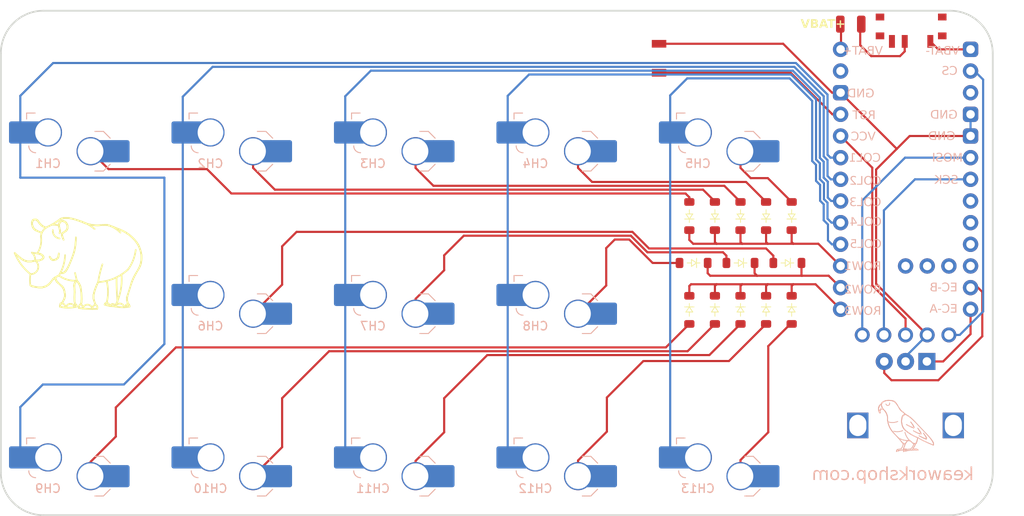
<source format=kicad_pcb>
(kicad_pcb (version 20221018) (generator pcbnew)
  (layers (0 "F.Cu" signal) (31 "B.Cu" signal) (34 "B.Paste" user) (35 "F.Paste" user) (36 "B.SilkS" user "B.Silkscreen") (37 "F.SilkS" user "F.Silkscreen") (38 "B.Mask" user) (39 "F.Mask" user) (44 "Edge.Cuts" user))
  (net 0 "")
  (net 1 "COL1")
  (net 2 "Net-(D1-A)")
  (net 3 "COL2")
  (net 4 "Net-(D2-A)")
  (net 5 "COL3")
  (net 6 "Net-(D3-A)")
  (net 7 "COL4")
  (net 8 "Net-(D4-A)")
  (net 9 "COL5")
  (net 10 "Net-(D5-A)")
  (net 11 "Net-(D6-A)")
  (net 12 "Net-(D7-A)")
  (net 13 "Net-(D8-A)")
  (net 14 "Net-(D9-A)")
  (net 15 "Net-(D10-A)")
  (net 16 "Net-(D11-A)")
  (net 17 "Net-(D12-A)")
  (net 18 "Net-(D13-A)")
  (net 19 "ROW1")
  (net 20 "ROW2")
  (net 21 "ROW3")
  (net 25 "Net-(U1-P1.04-LF)")
  (net 26 "Net-(U1-P1.06-LF)")
  (net 31 "MOSI")
  (net 32 "SCK")
  (net 33 "VCC")
  (net 34 "GND")
  (net 35 "CS")
  (net 36 "RST")
  (net 38 "Net-(BT1-+)")
  (net 39 "Net-(SW1-Pad1)")
  (net 40 "Net-(BT1--)")
  (footprint "Diode_SMD:D_SOD-123" (layer "F.Cu") (at 180.05 77.5 90)
    (fp_text reference "D5" hide)
    (fp_text value "1N4148W" hide)
  )
  (footprint "Diode_SMD:D_SOD-123" (layer "F.Cu") (at 177.05 88.5 -90)
    (fp_text reference "D12" hide)
    (fp_text value "1N4148W" hide)
  )
  (footprint "Diode_SMD:D_SOD-123" (layer "F.Cu") (at 174.05 88.5 -90)
    (fp_text reference "D11" hide)
    (fp_text value "1N4148W" hide)
  )
  (footprint "Diode_SMD:D_SOD-123" (layer "F.Cu") (at 179.55 83 180)
    (fp_text reference "D6" hide)
    (fp_text value "1N4148W" hide)
  )
  (footprint "Diode_SMD:D_SOD-123" (layer "F.Cu") (at 171.05 88.5 -90)
    (fp_text reference "D10" hide)
    (fp_text value "1N4148W" hide)
  )
  (footprint "Diode_SMD:D_SOD-123" (layer "F.Cu") (at 174.05 83 180)
    (fp_text reference "D7" hide)
    (fp_text value "1N4148W" hide)
  )
  (footprint "Button_Switch_SMD:SW_SPDT_PCM12" (layer "F.Cu") (at 194.056 55.593 180)
    (fp_text reference "SW1" hide)
    (fp_text value "PCM12SMTR" hide)
  )
  (footprint "Rotary_Encoder:RotaryEncoder_Alps_EC12E_Vertical_H20mm" (layer "F.Cu") (at 193.405 102.05 -90)
    (fp_text reference "SW2" hide)
    (fp_text value "RotaryEncoder" hide)
  )
  (footprint "Diode_SMD:D_SOD-123" (layer "F.Cu") (at 168.55 83 180)
    (fp_text reference "D8" hide)
    (fp_text value "1N4148W" hide)
  )
  (footprint "Diode_SMD:D_SOD-123" (layer "F.Cu") (at 180.05 88.5 -90)
    (fp_text reference "D13" hide)
    (fp_text value "1N4148W" hide)
  )
  (footprint "Diode_SMD:D_SOD-123" (layer "F.Cu") (at 174.05 77.5 90)
    (fp_text reference "D3" hide)
    (fp_text value "1N4148W" hide)
  )
  (footprint "Diode_SMD:D_SOD-123" (layer "F.Cu") (at 171.05 77.5 90)
    (fp_text reference "D2" hide)
    (fp_text value "1N4148W" hide)
  )
  (footprint "Diode_SMD:D_SOD-123" (layer "F.Cu") (at 168.05 88.5 -90)
    (fp_text reference "D9" hide)
    (fp_text value "1N4148W" hide)
  )
  (footprint "Diode_SMD:D_SOD-123" (layer "F.Cu") (at 177.05 77.5 90)
    (fp_text reference "D4" hide)
    (fp_text value "1N4148W" hide)
  )
  (footprint "PCM_nice_view:nice_view" (layer "F.Cu") (at 193.405 74.93)
    (fp_text reference "Display1" hide)
    (fp_text value "nice!view" hide)
  )
  (footprint "Battery:Battery" (layer "F.Cu") (at 190.75 55 90)
    (fp_text reference "BT1" hide)
    (fp_text value "Battery" hide)
  )
  (footprint "Button_Switch_SMD:SW_SPST_B3U-1000P" (layer "F.Cu") (at 164.5 59 90)
    (fp_text reference "S1" hide)
    (fp_text value "B3U-1000P")
  )
  (footprint "Diode_SMD:D_SOD-123" (layer "F.Cu") (at 168.05 77.5 90)
    (fp_text reference "D1" hide)
    (fp_text value "1N4148W" hide)
  )
  (footprint "PCM_marbastlib-choc:SW_choc_v1_HS_1u" (layer "B.Cu") (at 116.9 102.05 180)
    (fp_text reference "CH10")
    (fp_text value "choc_SW_HS" hide)
  )
  (footprint "PCM_marbastlib-choc:SW_choc_v1_HS_1u" (layer "B.Cu") (at 174.05 102.05 180)
    (fp_text reference "CH13")
    (fp_text value "choc_SW_HS" hide)
  )
  (footprint "PCM_marbastlib-choc:SW_choc_v1_HS_1u" (layer "B.Cu") (at 155 83 180)
    (fp_text reference "CH8")
    (fp_text value "choc_SW_HS" hide)
  )
  (footprint "PCM_marbastlib-choc:SW_choc_v1_HS_1u" (layer "B.Cu") (at 174.05 63.95 180)
    (fp_text reference "CH5")
    (fp_text value "choc_SW_HS" hide)
  )
  (footprint "PCM_marbastlib-choc:SW_choc_v1_HS_1u" (layer "B.Cu") (at 155 102.05 180)
    (fp_text reference "CH12")
    (fp_text value "choc_SW_HS" hide)
  )
  (footprint "PCM_marbastlib-choc:SW_choc_v1_HS_1u" (layer "B.Cu") (at 155 63.95 180)
    (fp_text reference "CH4")
    (fp_text value "choc_SW_HS" hide)
  )
  (footprint "PCM_marbastlib-choc:SW_choc_v1_HS_1u" (layer "B.Cu") (at 116.9 63.95 180)
    (fp_text reference "CH2")
    (fp_text value "choc_SW_HS" hide)
  )
  (footprint "PCM_marbastlib-choc:SW_choc_v1_HS_1u" (layer "B.Cu") (at 97.85 63.95 180)
    (fp_text reference "CH1")
    (fp_text value "choc_SW_HS" hide)
  )
  (footprint "PCM_marbastlib-xp-promicroish:nice_nano_AH_Reversible" (layer "B.Cu") (at 193.405 74.465 180)
    (fp_text reference "U1" hide)
    (fp_text value "nice_nano" hide)
  )
  (footprint "PCM_marbastlib-choc:SW_choc_v1_HS_1u" (layer "B.Cu") (at 135.95 63.95 180)
    (fp_text reference "CH3")
    (fp_text value "choc_SW_HS" hide)
  )
  (footprint "PCM_marbastlib-choc:SW_choc_v1_HS_1u" (layer "B.Cu") (at 97.85 102.05 180)
    (fp_text reference "CH9")
    (fp_text value "choc_SW_HS" hide)
  )
  (footprint "PCM_marbastlib-choc:SW_choc_v1_HS_1u" (layer "B.Cu") (at 135.95 83 180)
    (fp_text reference "CH7")
    (fp_text value "choc_SW_HS" hide)
  )
  (footprint "PCM_marbastlib-choc:SW_choc_v1_HS_1u" (layer "B.Cu") (at 116.9 83 180)
    (fp_text reference "CH6")
    (fp_text value "choc_SW_HS" hide)
  )
  (footprint "PCM_marbastlib-choc:SW_choc_v1_HS_1u" (layer "B.Cu") (at 135.95 102.05 180)
    (fp_text reference "CH11")
    (fp_text value "choc_SW_HS" hide)
  )
  (gr_line (start 193.45391 104.833818) (end 193.450887 104.832996) (stroke (width 0.1)) (layer "B.SilkS"))
  (gr_line (start 194.851801 103.501169) (end 194.84992 103.500368) (stroke (width 0.1)) (layer "B.SilkS"))
  (gr_line (start 192.50238 105.033479) (end 192.502688 105.033467) (stroke (width 0.1)) (layer "B.SilkS"))
  (gr_line (start 194.836421 103.49568) (end 194.835836 103.495545) (stroke (width 0.1)) (layer "B.SilkS"))
  (gr_line (start 195.823714 103.630631) (end 195.825238 103.630647) (stroke (width 0.1)) (layer "B.SilkS"))
  (gr_line (start 193.248416 100.796499) (end 193.24343 100.798314) (stroke (width 0.1)) (layer "B.SilkS"))
  (gr_line (start 193.205679 104.212963) (end 193.202731 104.211468) (stroke (width 0.1)) (layer "B.SilkS"))
  (gr_line (start 194.347959 102.317185) (end 194.348599 102.317109) (stroke (width 0.1)) (layer "B.SilkS"))
  (gr_line (start 192.958698 101.293579) (end 192.956288 101.313102) (stroke (width 0.1)) (layer "B.SilkS"))
  (gr_line (start 190.396213 100.564689) (end 190.396571 100.5648) (stroke (width 0.1)) (layer "B.SilkS"))
  (gr_line (start 195.18818 103.045784) (end 195.188629 103.045566) (stroke (width 0.1)) (layer "B.SilkS"))
  (gr_line (start 193.3072 104.814826) (end 193.28005 104.813485) (stroke (width 0.1)) (layer "B.SilkS"))
  (gr_line (start 192.493045 105.031915) (end 192.493158 105.031967) (stroke (width 0.1)) (layer "B.SilkS"))
  (gr_line (start 193.156677 104.795207) (end 193.156631 104.795009) (stroke (width 0.1)) (layer "B.SilkS"))
  (gr_line (start 195.175615 102.902947) (end 195.171082 102.892225) (stroke (width 0.1)) (layer "B.SilkS"))
  (gr_line (start 191.379683 101.848363) (end 191.371136 101.817487) (stroke (width 0.1)) (layer "B.SilkS"))
  (gr_line (start 194.743501 104.858612) (end 194.740576 104.857586) (stroke (width 0.1)) (layer "B.SilkS"))
  (gr_line (start 190.569396 99.545322) (end 190.563949 99.548218) (stroke (width 0.1)) (layer "B.SilkS"))
  (gr_line (start 195.193152 103.042847) (end 195.193526 103.04257) (stroke (width 0.1)) (layer "B.SilkS"))
  (gr_line (start 194.653274 104.928575) (end 194.65345 104.928455) (stroke (width 0.1)) (layer "B.SilkS"))
  (gr_line (start 193.680306 102.860134) (end 193.71944 102.888203) (stroke (width 0.1)) (layer "B.SilkS"))
  (gr_line (start 194.64428 104.93224) (end 194.644764 104.932127) (stroke (width 0.1)) (layer "B.SilkS"))
  (gr_line (start 192.483024 105.001469) (end 192.482993 105.002642) (stroke (width 0.1)) (layer "B.SilkS"))
  (gr_line (start 195.182296 103.048012) (end 195.182822 103.047853) (stroke (width 0.1)) (layer "B.SilkS"))
  (gr_line (start 190.408754 100.563368) (end 190.408877 100.563282) (stroke (width 0.1)) (layer "B.SilkS"))
  (gr_line (start 194.291562 104.814202) (end 194.291357 104.814076) (stroke (width 0.1)) (layer "B.SilkS"))
  (gr_line (start 192.482973 105.003788) (end 192.482964 105.004909) (stroke (width 0.1)) (layer "B.SilkS"))
  (gr_line (start 194.685226 104.843331) (end 194.678834 104.842141) (stroke (width 0.1)) (layer "B.SilkS"))
  (gr_line (start 190.577599 99.57809) (end 190.578053 99.575069) (stroke (width 0.1)) (layer "B.SilkS"))
  (gr_line (start 196.665629 104.113912) (end 196.668186 104.121781) (stroke (width 0.1)) (layer "B.SilkS"))
  (gr_line (start 190.469356 100.161613) (end 190.470998 100.15878) (stroke (width 0.1)) (layer "B.SilkS"))
  (gr_line (start 195.191993 103.043648) (end 195.192385 103.043386) (stroke (width 0.1)) (layer "B.SilkS"))
  (gr_line (start 193.296007 104.232057) (end 193.294876 104.232211) (stroke (width 0.1)) (layer "B.SilkS"))
  (gr_line (start 190.537748 99.56309) (end 190.532711 99.566138) (stroke (width 0.1)) (layer "B.SilkS"))
  (gr_line (start 196.671063 104.34323) (end 196.670844 104.343325) (stroke (width 0.1)) (layer "B.SilkS"))
  (gr_line (start 196.391567 103.659234) (end 196.417399 103.693791) (stroke (width 0.1)) (layer "B.SilkS"))
  (gr_line (start 196.691188 104.25407) (end 196.691242 104.258999) (stroke (width 0.1)) (layer "B.SilkS"))
  (gr_line (start 194.89374 102.967907) (end 194.913991 102.976557) (stroke (width 0.1)) (layer "B.SilkS"))
  (gr_line (start 194.828128 104.922255) (end 194.827335 104.920822) (stroke (width 0.1)) (layer "B.SilkS"))
  (gr_line (start 194.656382 104.925975) (end 194.656532 104.925819) (stroke (width 0.1)) (layer "B.SilkS"))
  (gr_line (start 196.676688 104.151525) (end 196.678423 104.158564) (stroke (width 0.1)) (layer "B.SilkS"))
  (gr_line (start 195.663345 103.18238) (end 195.627416 103.131205) (stroke (width 0.1)) (layer "B.SilkS"))
  (gr_line (start 195.876858 104.024483) (end 195.707536 103.947167) (stroke (width 0.1)) (layer "B.SilkS"))
  (gr_line (start 193.723381 103.82582) (end 193.719999 103.826773) (stroke (width 0.1)) (layer "B.SilkS"))
  (gr_line (start 193.30885 104.385095) (end 193.32827 104.329494) (stroke (width 0.1)) (layer "B.SilkS"))
  (gr_line (start 194.640701 104.932902) (end 194.641233 104.932821) (stroke (width 0.1)) (layer "B.SilkS"))
  (gr_line (start 195.865844 103.562929) (end 195.865076 103.559553) (stroke (width 0.1)) (layer "B.SilkS"))
  (gr_line (start 196.678165 104.336871) (end 196.678035 104.337074) (stroke (width 0.1)) (layer "B.SilkS"))
  (gr_line (start 193.537303 103.968286) (end 193.526045 103.982559) (stroke (width 0.1)) (layer "B.SilkS"))
  (gr_line (start 190.39832 100.565244) (end 190.398491 100.565278) (stroke (width 0.1)) (layer "B.SilkS"))
  (gr_line (start 193.28005 104.813485) (end 193.254511 104.812564) (stroke (width 0.1)) (layer "B.SilkS"))
  (gr_line (start 194.826614 103.495479) (end 194.826465 103.495537) (stroke (width 0.1)) (layer "B.SilkS"))
  (gr_line (start 192.498312 105.033333) (end 192.498588 105.033363) (stroke (width 0.1)) (layer "B.SilkS"))
  (gr_line (start 190.40254 100.565554) (end 190.402693 100.565542) (stroke (width 0.1)) (layer "B.SilkS"))
  (gr_line (start 193.174333 100.549321) (end 193.204278 100.576874) (stroke (width 0.1)) (layer "B.SilkS"))
  (gr_line (start 194.379937 102.292149) (end 194.380049 102.291641) (stroke (width 0.1)) (layer "B.SilkS"))
  (gr_line (start 191.767015 102.643531) (end 191.745596 102.613446) (stroke (width 0.1)) (layer "B.SilkS"))
  (gr_line (start 190.398661 100.565311) (end 190.398831 100.565341) (stroke (width 0.1)) (layer "B.SilkS"))
  (gr_line (start 193.854703 103.829066) (end 193.851204 103.828001) (stroke (width 0.1)) (layer "B.SilkS"))
  (gr_line (start 190.277612 100.356703) (end 190.281176 100.368014) (stroke (width 0.1)) (layer "B.SilkS"))
  (gr_line (start 195.748539 103.311791) (end 195.736512 103.292564) (stroke (width 0.1)) (layer "B.SilkS"))
  (gr_line (start 193.760899 103.818851) (end 193.757466 103.819218) (stroke (width 0.1)) (layer "B.SilkS"))
  (gr_line (start 194.323728 102.11078) (end 194.316618 102.097025) (stroke (width 0.1)) (layer "B.SilkS"))
  (gr_line (start 193.446471 100.77855) (end 193.462819 100.788355) (stroke (width 0.1)) (layer "B.SilkS"))
  (gr_line (start 192.947866 101.716764) (end 192.950929 101.740045) (stroke (width 0.1)) (layer "B.SilkS"))
  (gr_line (start 190.574971 99.605448) (end 190.575127 99.602375) (stroke (width 0.1)) (layer "B.SilkS"))
  (gr_line (start 194.821425 103.502051) (end 194.821318 103.502404) (stroke (width 0.1)) (layer "B.SilkS"))
  (gr_line (start 193.165176 104.80576) (end 193.164979 104.805657) (stroke (width 0.1)) (layer "B.SilkS"))
  (gr_line (start 192.485354 105.02283) (end 192.485469 105.023136) (stroke (width 0.1)) (layer "B.SilkS"))
  (gr_line (start 194.837988 104.946388) (end 194.837457 104.944617) (stroke (width 0.1)) (layer "B.SilkS"))
  (gr_line (start 192.483738 105.016404) (end 192.483805 105.016808) (stroke (width 0.1)) (layer "B.SilkS"))
  (gr_line (start 193.189895 100.823503) (end 193.185914 100.825862) (stroke (width 0.1)) (layer "B.SilkS"))
  (gr_line (start 195.205583 103.011942) (end 195.205569 103.010683) (stroke (width 0.1)) (layer "B.SilkS"))
  (gr_line (start 190.460779 99.617517) (end 190.452874 99.624199) (stroke (width 0.1)) (layer "B.SilkS"))
  (gr_line (start 194.377 102.30043) (end 194.37721 102.300013) (stroke (width 0.1)) (layer "B.SilkS"))
  (gr_line (start 194.822582 103.4992) (end 194.822507 103.499342) (stroke (width 0.1)) (layer "B.SilkS"))
  (gr_line (start 190.403596 100.565435) (end 190.403744 100.565412) (stroke (width 0.1)) (layer "B.SilkS"))
  (gr_line (start 193.138842 104.169408) (end 193.13191 104.163885) (stroke (width 0.1)) (layer "B.SilkS"))
  (gr_line (start 193.220583 104.920259) (end 193.235251 104.920248) (stroke (width 0.1)) (layer "B.SilkS"))
  (gr_line (start 195.846378 103.628129) (end 195.846904 103.627971) (stroke (width 0.1)) (layer "B.SilkS"))
  (gr_line (start 195.190361 103.044647) (end 195.190778 103.044404) (stroke (width 0.1)) (layer "B.SilkS"))
  (gr_line (start 190.654163 99.949345) (end 190.651698 99.94383) (stroke (width 0.1)) (layer "B.SilkS"))
  (gr_line (start 194.653097 104.928693) (end 194.653274 104.928575) (stroke (width 0.1)) (layer "B.SilkS"))
  (gr_line (start 196.62832 104.023745) (end 196.633134 104.033808) (stroke (width 0.1)) (layer "B.SilkS"))
  (gr_line (start 193.483406 104.040398) (end 193.427704 104.119994) (stroke (width 0.1)) (layer "B.SilkS"))
  (gr_line (start 194.337077 104.168317) (end 194.331605 104.165312) (stroke (width 0.1)) (layer "B.SilkS"))
  (gr_line (start 193.33315 104.219603) (end 193.332148 104.220143) (stroke (width 0.1)) (layer "B.SilkS"))
  (gr_line (start 195.841347 103.629339) (end 195.841933 103.629224) (stroke (width 0.1)) (layer "B.SilkS"))
  (gr_line (start 194.656829 104.925501) (end 194.656975 104.925338) (stroke (width 0.1)) (layer "B.SilkS"))
  (gr_line (start 191.016244 99.17072) (end 191.028541 99.166465) (stroke (width 0.1)) (layer "B.SilkS"))
  (gr_line (start 190.413634 100.558016) (end 190.413821 100.55771) (stroke (width 0.1)) (layer "B.SilkS"))
  (gr_line (start 192.938146 101.596285) (end 192.938844 101.614537) (stroke (width 0.1)) (layer "B.SilkS"))
  (gr_line (start 192.958416 101.789463) (end 192.962846 101.815402) (stroke (width 0.1)) (layer "B.SilkS"))
  (gr_line (start 194.640161 104.93298) (end 194.640701 104.932902) (stroke (width 0.1)) (layer "B.SilkS"))
  (gr_line (start 194.292412 104.814693) (end 194.292194 104.814572) (stroke (width 0.1)) (layer "B.SilkS"))
  (gr_line (start 192.496443 105.03303) (end 192.496703 105.033084) (stroke (width 0.1)) (layer "B.SilkS"))
  (gr_line (start 194.370234 102.30893) (end 194.370583 102.308633) (stroke (width 0.1)) (layer "B.SilkS"))
  (gr_line (start 192.085439 99.250653) (end 192.090003 99.253618) (stroke (width 0.1)) (layer "B.SilkS"))
  (gr_line (start 195.177265 103.049221) (end 195.177851 103.049106) (stroke (width 0.1)) (layer "B.SilkS"))
  (gr_line (start 196.52881 103.852525) (end 196.547105 103.880805) (stroke (width 0.1)) (layer "B.SilkS"))
  (gr_line (start 194.760619 104.86541) (end 194.757819 104.864197) (stroke (width 0.1)) (layer "B.SilkS"))
  (gr_line (start 192.501772 105.033493) (end 192.502075 105.033487) (stroke (width 0.1)) (layer "B.SilkS"))
  (gr_line (start 193.364892 105.029823) (end 193.36501 105.030187) (stroke (width 0.1)) (layer "B.SilkS"))
  (gr_line (start 192.492377 105.031581) (end 192.492487 105.031639) (stroke (width 0.1)) (layer "B.SilkS"))
  (gr_line (start 194.609083 104.176685) (end 194.607717 104.177742) (stroke (width 0.1)) (layer "B.SilkS"))
  (gr_line (start 192.507579 105.032972) (end 192.508272 105.032862) (stroke (width 0.1)) (layer "B.SilkS"))
  (gr_line (start 192.962846 101.815402) (end 192.967735 101.842028) (stroke (width 0.1)) (layer "B.SilkS"))
  (gr_line (start 193.329122 104.2217) (end 193.328107 104.222198) (stroke (width 0.1)) (layer "B.SilkS"))
  (gr_line (start 194.821771 103.501033) (end 194.821711 103.501198) (stroke (width 0.1)) (layer "B.SilkS"))
  (gr_line (start 190.388449 100.560862) (end 190.388864 100.561128) (stroke (width 0.1)) (layer "B.SilkS"))
  (gr_line (start 194.840278 103.496757) (end 194.839593 103.496545) (stroke (width 0.1)) (layer "B.SilkS"))
  (gr_line (start 194.377383 102.250031) (end 194.376615 102.246655) (stroke (width 0.1)) (layer "B.SilkS"))
  (gr_line (start 193.964213 103.883907) (end 193.957073 103.879273) (stroke (width 0.1)) (layer "B.SilkS"))
  (gr_line (start 194.651243 104.929782) (end 194.651435 104.929681) (stroke (width 0.1)) (layer "B.SilkS"))
  (gr_line (start 194.326057 104.162164) (end 194.32043 104.15887) (stroke (width 0.1)) (layer "B.SilkS"))
  (gr_line (start 190.594065 99.509206) (end 190.596184 99.50261) (stroke (width 0.1)) (layer "B.SilkS"))
  (gr_line (start 190.326751 100.479143) (end 190.329023 100.48338) (stroke (width 0.1)) (layer "B.SilkS"))
  (gr_line (start 193.215272 100.810157) (end 193.210858 100.812281) (stroke (width 0.1)) (layer "B.SilkS"))
  (gr_line (start 194.647083 104.931486) (end 194.647528 104.931342) (stroke (width 0.1)) (layer "B.SilkS"))
  (gr_line (start 190.452874 99.624199) (end 190.445196 99.63092) (stroke (width 0.1)) (layer "B.SilkS"))
  (gr_line (start 194.286249 104.809205) (end 194.286142 104.809035) (stroke (width 0.1)) (layer "B.SilkS"))
  (gr_line (start 196.636925 104.340595) (end 196.634513 104.339914) (stroke (width 0.1)) (layer "B.SilkS"))
  (gr_line (start 194.803997 104.892092) (end 194.802867 104.891105) (stroke (width 0.1)) (layer "B.SilkS"))
  (gr_line (start 194.376336 102.30165) (end 194.376563 102.301248) (stroke (width 0.1)) (layer "B.SilkS"))
  (gr_line (start 193.208605 104.214403) (end 193.205679 104.212963) (stroke (width 0.1)) (layer "B.SilkS"))
  (gr_line (start 193.363257 105.010977) (end 193.363197 105.012176) (stroke (width 0.1)) (layer "B.SilkS"))
  (gr_line (start 195.868813 103.602984) (end 195.868904 103.602455) (stroke (width 0.1)) (layer "B.SilkS"))
  (gr_line (start 195.868157 103.606049) (end 195.86828 103.605551) (stroke (width 0.1)) (layer "B.SilkS"))
  (gr_line (start 194.639344 104.836136) (end 194.625454 104.834505) (stroke (width 0.1)) (layer "B.SilkS"))
  (gr_line (start 195.856661 103.529463) (end 195.853925 103.521048) (stroke (width 0.1)) (layer "B.SilkS"))
  (gr_line (start 193.204278 100.576874) (end 193.293055 100.660396) (stroke (width 0.1)) (layer "B.SilkS"))
  (gr_line (start 195.114095 103.044463) (end 195.11857 103.045378) (stroke (width 0.1)) (layer "B.SilkS"))
  (gr_line (start 194.461885 104.207142) (end 194.457404 104.206691) (stroke (width 0.1)) (layer "B.SilkS"))
  (gr_line (start 190.380941 100.555102) (end 190.381866 100.555901) (stroke (width 0.1)) (layer "B.SilkS"))
  (gr_line (start 190.396926 100.564904) (end 190.397103 100.564953) (stroke (width 0.1)) (layer "B.SilkS"))
  (gr_line (start 193.233964 104.224888) (end 193.231231 104.223939) (stroke (width 0.1)) (layer "B.SilkS"))
  (gr_line (start 192.499147 105.033414) (end 192.499429 105.033435) (stroke (width 0.1)) (layer "B.SilkS"))
  (gr_line (start 195.867614 103.607991) (end 195.867758 103.607513) (stroke (width 0.1)) (layer "B.SilkS"))
  (gr_line (start 194.758886 103.461532) (end 194.84534 103.498531) (stroke (width 0.1)) (layer "B.SilkS"))
  (gr_line (start 195.200993 102.979435) (end 195.20016 102.975974) (stroke (width 0.1)) (layer "B.SilkS"))
  (gr_line (start 193.00821 101.061566) (end 193.005372 101.069827) (stroke (width 0.1)) (layer "B.SilkS"))
  (gr_line (start 194.284023 104.799468) (end 194.284044 104.799194) (stroke (width 0.1)) (layer "B.SilkS"))
  (gr_line (start 194.368394 102.310339) (end 194.368774 102.310067) (stroke (width 0.1)) (layer "B.SilkS"))
  (gr_line (start 194.381029 102.284567) (end 194.381068 102.283987) (stroke (width 0.1)) (layer "B.SilkS"))
  (gr_line (start 193.219153 102.446589) (end 193.229239 102.459101) (stroke (width 0.1)) (layer "B.SilkS"))
  (gr_line (start 193.353686 104.205843) (end 193.351765 104.207349) (stroke (width 0.1)) (layer "B.SilkS"))
  (gr_line (start 190.401764 100.565587) (end 190.401921 100.565584) (stroke (width 0.1)) (layer "B.SilkS"))
  (gr_line (start 194.3682 102.216565) (end 194.365464 102.208149) (stroke (width 0.1)) (layer "B.SilkS"))
  (gr_line (start 191.259309 100.923748) (end 191.253335 100.901025) (stroke (width 0.1)) (layer "B.SilkS"))
  (gr_line (start 193.971365 103.888666) (end 193.964213 103.883907) (stroke (width 0.1)) (layer "B.SilkS"))
  (gr_line (start 194.649253 104.127012) (end 194.646817 104.131173) (stroke (width 0.1)) (layer "B.SilkS"))
  (gr_line (start 193.157299 104.797274) (end 193.157233 104.797093) (stroke (width 0.1)) (layer "B.SilkS"))
  (gr_line (start 190.397103 100.564953) (end 190.397279 100.565) (stroke (width 0.1)) (layer "B.SilkS"))
  (gr_line (start 194.284382 104.796556) (end 194.284438 104.796242) (stroke (width 0.1)) (layer "B.SilkS"))
  (gr_line (start 190.419269 100.541216) (end 190.419441 100.540191) (stroke (width 0.1)) (layer "B.SilkS"))
  (gr_line (start 194.665464 104.902239) (end 194.665696 104.900653) (stroke (width 0.1)) (layer "B.SilkS"))
  (gr_line (start 193.236677 104.225784) (end 193.233964 104.224888) (stroke (width 0.1)) (layer "B.SilkS"))
  (gr_line (start 194.29151 102.051475) (end 194.281777 102.034768) (stroke (width 0.1)) (layer "B.SilkS"))
  (gr_line (start 195.174855 103.049632) (end 195.175468 103.049536) (stroke (width 0.1)) (layer "B.SilkS"))
  (gr_line (start 195.177851 103.049106) (end 195.178429 103.048986) (stroke (width 0.1)) (layer "B.SilkS"))
  (gr_line (start 192.490113 105.030049) (end 192.490209 105.03013) (stroke (width 0.1)) (layer "B.SilkS"))
  (gr_line (start 190.23834 100.07152) (end 190.237779 100.082373) (stroke (width 0.1)) (layer "B.SilkS"))
  (gr_line (start 190.403147 100.565497) (end 190.403298 100.565478) (stroke (width 0.1)) (layer "B.SilkS"))
  (gr_line (start 194.846402 103.498941) (end 194.84476 103.498312) (stroke (width 0.1)) (layer "B.SilkS"))
  (gr_line (start 190.292537 100.401063) (end 190.296527 100.411718) (stroke (width 0.1)) (layer "B.SilkS"))
  (gr_line (start 196.676195 104.339488) (end 196.676041 104.339656) (stroke (width 0.1)) (layer "B.SilkS"))
  (gr_line (start 193.767778 103.818276) (end 193.764337 103.818537) (stroke (width 0.1)) (layer "B.SilkS"))
  (gr_line (start 190.403447 100.565457) (end 190.403596 100.565435) (stroke (width 0.1)) (layer "B.SilkS"))
  (gr_line (start 193.425776 104.827231) (end 193.42089 104.826307) (stroke (width 0.1)) (layer "B.SilkS"))
  (gr_line (start 191.190459 100.714626) (end 191.180793 100.691338) (stroke (width 0.1)) (layer "B.SilkS"))
  (gr_line (start 195.835119 103.630221) (end 195.83642 103.630083) (stroke (width 0.1)) (layer "B.SilkS"))
  (gr_line (start 190.401607 100.565589) (end 190.401764 100.565587) (stroke (width 0.1)) (layer "B.SilkS"))
  (gr_line (start 194.252726 104.112389) (end 194.239329 104.102084) (stroke (width 0.1)) (layer "B.SilkS"))
  (gr_line (start 196.690198 104.285888) (end 196.689823 104.289914) (stroke (width 0.1)) (layer "B.SilkS"))
  (gr_line (start 192.339693 105.112751) (end 192.483189 104.997789) (stroke (width 0.1)) (layer "B.SilkS"))
  (gr_line (start 193.370316 105.038815) (end 193.37043 105.038919) (stroke (width 0.1)) (layer "B.SilkS"))
  (gr_line (start 193.289159 104.232808) (end 193.288002 104.232892) (stroke (width 0.1)) (layer "B.SilkS"))
  (gr_line (start 193.156145 104.790582) (end 193.156143 104.790331) (stroke (width 0.1)) (layer "B.SilkS"))
  (gr_line (start 194.29001 104.813161) (end 194.289829 104.813025) (stroke (width 0.1)) (layer "B.SilkS"))
  (gr_line (start 194.377613 102.299164) (end 194.377806 102.298731) (stroke (width 0.1)) (layer "B.SilkS"))
  (gr_line (start 193.163317 104.804685) (end 193.163144 104.804572) (stroke (width 0.1)) (layer "B.SilkS"))
  (gr_line (start 195.866454 103.611193) (end 195.866636 103.61075) (stroke (width 0.1)) (layer "B.SilkS"))
  (gr_line (start 193.499527 102.721224) (end 193.533548 102.748737) (stroke (width 0.1)) (layer "B.SilkS"))
  (gr_line (start 193.977712 102.193741) (end 194.025738 102.215842) (stroke (width 0.1)) (layer "B.SilkS"))
  (gr_line (start 193.32709 104.222685) (end 193.326069 104.223162) (stroke (width 0.1)) (layer "B.SilkS"))
  (gr_line (start 193.16646 104.750724) (end 193.171251 104.737443) (stroke (width 0.1)) (layer "B.SilkS"))
  (gr_line (start 191.303129 101.47385) (end 191.300597 101.450354) (stroke (width 0.1)) (layer "B.SilkS"))
  (gr_line (start 194.830411 104.926679) (end 194.829666 104.925183) (stroke (width 0.1)) (layer "B.SilkS"))
  (gr_line (start 196.67128 104.343131) (end 196.671063 104.34323) (stroke (width 0.1)) (layer "B.SilkS"))
  (gr_line (start 196.344076 104.226245) (end 196.201004 104.166106) (stroke (width 0.1)) (layer "B.SilkS"))
  (gr_line (start 194.347804 104.173911) (end 194.342476 104.171182) (stroke (width 0.1)) (layer "B.SilkS"))
  (gr_line (start 193.156187 104.791786) (end 193.156174 104.791551) (stroke (width 0.1)) (layer "B.SilkS"))
  (gr_line (start 195.863316 103.616854) (end 195.863577 103.616482) (stroke (width 0.1)) (layer "B.SilkS"))
  (gr_line (start 193.401659 105.043035) (end 193.403705 105.042713) (stroke (width 0.1)) (layer "B.SilkS"))
  (gr_line (start 193.397801 100.768882) (end 193.3903 100.769349) (stroke (width 0.1)) (layer "B.SilkS"))
  (gr_line (start 194.289829 104.813025) (end 194.289652 104.812888) (stroke (width 0.1)) (layer "B.SilkS"))
  (gr_line (start 194.827558 103.495182) (end 194.827394 103.495225) (stroke (width 0.1)) (layer "B.SilkS"))
  (gr_line (start 195.857976 103.622407) (end 195.858338 103.62212) (stroke (width 0.1)) (layer "B.SilkS"))
  (gr_line (start 190.401921 100.565584) (end 190.402077 100.565579) (stroke (width 0.1)) (layer "B.SilkS"))
  (gr_line (start 190.468915 99.610878) (end 190.464818 99.614192) (stroke (width 0.1)) (layer "B.SilkS"))
  (gr_line (start 193.156408 104.786157) (end 193.156486 104.785534) (stroke (width 0.1)) (layer "B.SilkS"))
  (gr_line (start 196.680837 104.331547) (end 196.680624 104.332059) (stroke (width 0.1)) (layer "B.SilkS"))
  (gr_line (start 191.652046 99.122526) (end 191.672357 99.124808) (stroke (width 0.1)) (layer "B.SilkS"))
  (gr_line (start 194.570658 104.196997) (end 194.568907 104.197587) (stroke (width 0.1)) (layer "B.SilkS"))
  (gr_line (start 191.371136 101.817487) (end 191.363002 101.786606) (stroke (width 0.1)) (layer "B.SilkS"))
  (gr_line (start 192.485587 105.023437) (end 192.485707 105.023733) (stroke (width 0.1)) (layer "B.SilkS"))
  (gr_line (start 193.71944 102.888203) (end 193.759462 102.916315) (stroke (width 0.1)) (layer "B.SilkS"))
  (gr_line (start 191.631546 99.120437) (end 191.652046 99.122526) (stroke (width 0.1)) (layer "B.SilkS"))
  (gr_line (start 193.285856 100.785155) (end 193.280225 100.786624) (stroke (width 0.1)) (layer "B.SilkS"))
  (gr_line (start 194.835144 104.937771) (end 194.834521 104.936119) (stroke (width 0.1)) (layer "B.SilkS"))
  (gr_line (start 192.176888 99.324452) (end 192.186502 99.333783) (stroke (width 0.1)) (layer "B.SilkS"))
  (gr_line (start 195.001063 103.010911) (end 195.015891 103.016182) (stroke (width 0.1)) (layer "B.SilkS"))
  (gr_line (start 194.613116 104.173361) (end 194.611782 104.174495) (stroke (width 0.1)) (layer "B.SilkS"))
  (gr_line (start 194.297072 104.144163) (end 194.291007 104.140087) (stroke (width 0.1)) (layer "B.SilkS"))
  (gr_line (start 195.205407 103.017348) (end 195.205446 103.016768) (stroke (width 0.1)) (layer "B.SilkS"))
  (gr_line (start 195.863049 103.61722) (end 195.863316 103.616854) (stroke (width 0.1)) (layer "B.SilkS"))
  (gr_line (start 193.791962 103.817944) (end 193.788498 103.817832) (stroke (width 0.1)) (layer "B.SilkS"))
  (gr_line (start 193.757466 103.819218) (end 193.754037 103.819638) (stroke (width 0.1)) (layer "B.SilkS"))
  (gr_line (start 190.237828 100.137621) (end 190.238406 100.148868) (stroke (width 0.1)) (layer "B.SilkS"))
  (gr_line (start 190.411085 100.56136) (end 190.411194 100.561244) (stroke (width 0.1)) (layer "B.SilkS"))
  (gr_line (start 193.160968 104.802853) (end 193.16083 104.802721) (stroke (width 0.1)) (layer "B.SilkS"))
  (gr_line (start 195.122917 103.04622) (end 195.127138 103.046987) (stroke (width 0.1)) (layer "B.SilkS"))
  (gr_line (start 190.829721 99.252317) (end 190.838437 99.247685) (stroke (width 0.1)) (layer "B.SilkS"))
  (gr_line (start 194.820822 103.504274) (end 194.82064 103.505068) (stroke (width 0.1)) (layer "B.SilkS"))
  (gr_line (start 190.403892 100.565386) (end 190.404039 100.565359) (stroke (width 0.1)) (layer "B.SilkS"))
  (gr_line (start 193.163492 104.804798) (end 193.163317 104.804685) (stroke (width 0.1)) (layer "B.SilkS"))
  (gr_line (start 194.365129 102.312336) (end 194.365559 102.312103) (stroke (width 0.1)) (layer "B.SilkS"))
  (gr_line (start 194.339742 102.317723) (end 194.341181 102.317681) (stroke (width 0.1)) (layer "B.SilkS"))
  (gr_line (start 194.380529 102.289023) (end 194.38061 102.288484) (stroke (width 0.1)) (layer "B.SilkS"))
  (gr_line (start 194.607717 104.177742) (end 194.60634 104.178776) (stroke (width 0.1)) (layer "B.SilkS"))
  (gr_line (start 193.971753 103.056825) (end 194.017168 103.085028) (stroke (width 0.1)) (layer "B.SilkS"))
  (gr_line (start 193.375663 100.770479) (end 193.368524 100.771139) (stroke (width 0.1)) (layer "B.SilkS"))
  (gr_line (start 194.284197 104.797768) (end 194.284238 104.797471) (stroke (width 0.1)) (layer "B.SilkS"))
  (gr_line (start 196.643628 104.342334) (end 196.64148 104.341805) (stroke (width 0.1)) (layer "B.SilkS"))
  (gr_arc (start 194.366727 104.182779) (mid 194.241575 104.53489) (end 194.000051 104.820041) (stroke (width 0.1)) (layer "B.SilkS"))
  (gr_line (start 192.057283 99.233941) (end 192.062089 99.236614) (stroke (width 0.1)) (layer "B.SilkS"))
  (gr_line (start 195.867896 103.60703) (end 195.86803 103.606542) (stroke (width 0.1)) (layer "B.SilkS"))
  (gr_line (start 194.850116 102.948623) (end 194.89374 102.967907) (stroke (width 0.1)) (layer "B.SilkS"))
  (gr_line (start 191.120363 99.139644) (end 191.134294 99.136374) (stroke (width 0.1)) (layer "B.SilkS"))
  (gr_line (start 196.670844 104.343325) (end 196.670622 104.343418) (stroke (width 0.1)) (layer "B.SilkS"))
  (gr_line (start 194.663321 104.912558) (end 194.663488 104.911952) (stroke (width 0.1)) (layer "B.SilkS"))
  (gr_line (start 194.303484 104.818523) (end 194.302787 104.818366) (stroke (width 0.1)) (layer "B.SilkS"))
  (gr_line (start 190.481563 99.601016) (end 190.477287 99.604289) (stroke (width 0.1)) (layer "B.SilkS"))
  (gr_line (start 190.768228 100.117871) (end 190.752163 100.097584) (stroke (width 0.1)) (layer "B.SilkS"))
  (gr_line (start 191.705282 102.554132) (end 191.686281 102.524827) (stroke (width 0.1)) (layer "B.SilkS"))
  (gr_line (start 193.360424 100.718698) (end 193.368037 100.724705) (stroke (width 0.1)) (layer "B.SilkS"))
  (gr_line (start 190.7376 100.078678) (end 190.724475 100.061174) (stroke (width 0.1)) (layer "B.SilkS"))
  (gr_line (start 193.663449 103.85113) (end 193.660184 103.853042) (stroke (width 0.1)) (layer "B.SilkS"))
  (gr_line (start 192.485242 105.022519) (end 192.485354 105.02283) (stroke (width 0.1)) (layer "B.SilkS"))
  (gr_line (start 190.804644 99.266254) (end 190.812827 99.261602) (stroke (width 0.1)) (layer "B.SilkS"))
  (gr_line (start 194.829553 103.494886) (end 194.829357 103.494899) (stroke (width 0.1)) (layer "B.SilkS"))
  (gr_line (start 196.689236 104.221885) (end 196.68977 104.227556) (stroke (width 0.1)) (layer "B.SilkS"))
  (gr_line (start 192.495425 105.032783) (end 192.495676 105.03285) (stroke (width 0.1)) (layer "B.SilkS"))
  (gr_line (start 194.082584 104.950554) (end 194.161242 104.942366) (stroke (width 0.1)) (layer "B.SilkS"))
  (gr_line (start 195.853153 103.625461) (end 195.85359 103.625234) (stroke (width 0.1)) (layer "B.SilkS"))
  (gr_line (start 192.498588 105.033363) (end 192.498866 105.03339) (stroke (width 0.1)) (layer "B.SilkS"))
  (gr_line (start 195.867743 103.572549) (end 195.867179 103.569427) (stroke (width 0.1)) (layer "B.SilkS"))
  (gr_line (start 195.864326 103.615337) (end 195.864564 103.614945) (stroke (width 0.1)) (layer "B.SilkS"))
  (gr_line (start 194.664414 104.908078) (end 194.664695 104.906692) (stroke (width 0.1)) (layer "B.SilkS"))
  (gr_line (start 195.54033 103.867868) (end 195.45913 103.828018) (stroke (width 0.1)) (layer "B.SilkS"))
  (gr_line (start 190.616937 99.449939) (end 190.618463 99.446732) (stroke (width 0.1)) (layer "B.SilkS"))
  (gr_line (start 194.35109 102.316756) (end 194.351696 102.316655) (stroke (width 0.1)) (layer "B.SilkS"))
  (gr_line (start 195.196934 103.039529) (end 195.197242 103.039197) (stroke (width 0.1)) (layer "B.SilkS"))
  (gr_line (start 190.663868 99.376533) (end 190.666157 99.373861) (stroke (width 0.1)) (layer "B.SilkS"))
  (gr_line (start 194.655133 104.927154) (end 194.655294 104.927013) (stroke (width 0.1)) (layer "B.SilkS"))
  (gr_line (start 195.869145 103.600838) (end 195.869215 103.600289) (stroke (width 0.1)) (layer "B.SilkS"))
  (gr_line (start 195.850891 103.512229) (end 195.84753 103.502979) (stroke (width 0.1)) (layer "B.SilkS"))
  (gr_line (start 194.069362 102.235126) (end 194.089613 102.243776) (stroke (width 0.1)) (layer "B.SilkS"))
  (gr_line (start 194.254693 102.303176) (end 194.265387 102.305993) (stroke (width 0.1)) (layer "B.SilkS"))
  (gr_line (start 195.172977 103.049889) (end 195.17361 103.049808) (stroke (width 0.1)) (layer "B.SilkS"))
  (gr_line (start 194.017168 103.085028) (end 194.064108 103.113424) (stroke (width 0.1)) (layer "B.SilkS"))
  (gr_line (start 193.326069 104.223162) (end 193.325045 104.223627) (stroke (width 0.1)) (layer "B.SilkS"))
  (gr_line (start 193.183758 104.810257) (end 193.18226 104.810089) (stroke (width 0.1)) (layer "B.SilkS"))
  (gr_line (start 190.66848 99.371206) (end 190.670839 99.368566) (stroke (width 0.1)) (layer "B.SilkS"))
  (gr_line (start 194.526787 104.206667) (end 194.522669 104.207123) (stroke (width 0.1)) (layer "B.SilkS"))
  (gr_line (start 195.867999 103.574079) (end 195.867743 103.572549) (stroke (width 0.1)) (layer "B.SilkS"))
  (gr_line (start 194.7368 103.90448) (end 194.731685 103.920989) (stroke (width 0.1)) (layer "B.SilkS"))
  (gr_line (start 195.854019 103.625002) (end 195.854443 103.624764) (stroke (width 0.1)) (layer "B.SilkS"))
  (gr_line (start 195.770237 103.347666) (end 195.759771 103.330149) (stroke (width 0.1)) (layer "B.SilkS"))
  (gr_line (start 193.159211 100.535836) (end 193.174333 100.549321) (stroke (width 0.1)) (layer "B.SilkS"))
  (gr_line (start 194.704164 104.847306) (end 194.697895 104.845908) (stroke (width 0.1)) (layer "B.SilkS"))
  (gr_line (start 191.295726 101.377903) (end 191.295471 101.368687) (stroke (width 0.1)) (layer "B.SilkS"))
  (gr_line (start 193.162476 104.804105) (end 193.162315 104.803985) (stroke (width 0.1)) (layer "B.SilkS"))
  (gr_line (start 194.620933 104.165992) (end 194.61965 104.167291) (stroke (width 0.1)) (layer "B.SilkS"))
  (gr_line (start 194.290569 104.813561) (end 194.29038 104.813429) (stroke (width 0.1)) (layer "B.SilkS"))
  (gr_line (start 193.342062 104.214266) (end 193.340098 104.215525) (stroke (width 0.1)) (layer "B.SilkS"))
  (gr_line (start 194.376104 102.302047) (end 194.376336 102.30165) (stroke (width 0.1)) (layer "B.SilkS"))
  (gr_line (start 196.68977 104.227556) (end 196.690216 104.233106) (stroke (width 0.1)) (layer "B.SilkS"))
  (gr_line (start 191.207032 99.122826) (end 191.222248 99.1207) (stroke (width 0.1)) (layer "B.SilkS"))
  (gr_line (start 192.490602 105.030441) (end 192.490701 105.030517) (stroke (width 0.1)) (layer "B.SilkS"))
  (gr_line (start 194.285373 104.807619) (end 194.285288 104.807436) (stroke (width 0.1)) (layer "B.SilkS"))
  (gr_line (start 190.247233 99.996644) (end 190.245454 100.007272) (stroke (width 0.1)) (layer "B.SilkS"))
  (gr_line (start 193.162 104.803742) (end 193.161846 104.803619) (stroke (width 0.1)) (layer "B.SilkS"))
  (gr_line (start 193.157366 104.797453) (end 193.157299 104.797274) (stroke (width 0.1)) (layer "B.SilkS"))
  (gr_line (start 195.869159 103.582816) (end 195.869011 103.581412) (stroke (width 0.1)) (layer "B.SilkS"))
  (gr_line (start 190.95787 99.192829) (end 190.980596 99.183865) (stroke (width 0.1)) (layer "B.SilkS"))
  (gr_line (start 194.837641 103.495987) (end 194.837023 103.495827) (stroke (width 0.1)) (layer "B.SilkS"))
  (gr_line (start 190.655052 99.387389) (end 190.657206 99.384648) (stroke (width 0.1)) (layer "B.SilkS"))
  (gr_line (start 193.066425 104.931658) (end 193.093711 104.928248) (stroke (width 0.1)) (layer "B.SilkS"))
  (gr_line (start 193.363288 105.020836) (end 193.363327 105.021323) (stroke (width 0.1)) (layer "B.SilkS"))
  (gr_line (start 195.868845 103.579987) (end 195.86866 103.578542) (stroke (width 0.1)) (layer "B.SilkS"))
  (gr_line (start 190.404619 100.565233) (end 190.404763 100.565198) (stroke (width 0.1)) (layer "B.SilkS"))
  (gr_line (start 194.265823 104.122195) (end 194.252726 104.112389) (stroke (width 0.1)) (layer "B.SilkS"))
  (gr_line (start 191.093108 99.146662) (end 191.106634 99.143077) (stroke (width 0.1)) (layer "B.SilkS"))
  (gr_line (start 194.83037 103.494859) (end 194.830161 103.494862) (stroke (width 0.1)) (layer "B.SilkS"))
  (gr_line (start 193.18226 104.810089) (end 193.180811 104.809909) (stroke (width 0.1)) (layer "B.SilkS"))
  (gr_line (start 193.200298 104.662128) (end 193.263897 104.504835) (stroke (width 0.1)) (layer "B.SilkS"))
  (gr_line (start 194.284234 104.804064) (end 194.284196 104.803848) (stroke (width 0.1)) (layer "B.SilkS"))
  (gr_line (start 193.19976 104.209916) (end 193.196767 104.208309) (stroke (width 0.1)) (layer "B.SilkS"))
  (gr_line (start 196.201004 104.166106) (end 196.043145 104.09808) (stroke (width 0.1)) (layer "B.SilkS"))
  (gr_line (start 193.363423 105.008496) (end 193.363332 105.00975) (stroke (width 0.1)) (layer "B.SilkS"))
  (gr_line (start 193.387886 104.171942) (end 193.384072 104.176329) (stroke (width 0.1)) (layer "B.SilkS"))
  (gr_line (start 193.363773 105.025004) (end 193.363845 105.025437) (stroke (width 0.1)) (layer "B.SilkS"))
  (gr_line (start 196.676645 104.338968) (end 196.676497 104.339144) (stroke (width 0.1)) (layer "B.SilkS"))
  (gr_line (start 192.489272 105.029277) (end 192.489363 105.029367) (stroke (width 0.1)) (layer "B.SilkS"))
  (gr_line (start 193.357513 104.202708) (end 193.355602 104.204296) (stroke (width 0.1)) (layer "B.SilkS"))
  (gr_line (start 193.726767 103.82492) (end 193.723381 103.82582) (stroke (width 0.1)) (layer "B.SilkS"))
  (gr_line (start 194.590332 104.188689) (end 194.588788 104.189472) (stroke (width 0.1)) (layer "B.SilkS"))
  (gr_line (start 195.869661 103.593297) (end 195.869666 103.592059) (stroke (width 0.1)) (layer "B.SilkS"))
  (gr_line (start 194.284049 104.802727) (end 194.284028 104.802494) (stroke (width 0.1)) (layer "B.SilkS"))
  (gr_line (start 194.643292 104.932452) (end 194.643789 104.932349) (stroke (width 0.1)) (layer "B.SilkS"))
  (gr_line (start 194.749377 102.901398) (end 194.80209 102.926521) (stroke (width 0.1)) (layer "B.SilkS"))
  (gr_line (start 195.864797 103.614548) (end 195.865023 103.614147) (stroke (width 0.1)) (layer "B.SilkS"))
  (gr_line (start 193.689827 103.83775) (end 193.686505 103.839236) (stroke (width 0.1)) (layer "B.SilkS"))
  (gr_line (start 192.824737 100.253092) (end 192.831253 100.260402) (stroke (width 0.1)) (layer "B.SilkS"))
  (gr_line (start 193.504226 104.011502) (end 193.483406 104.040398) (stroke (width 0.1)) (layer "B.SilkS"))
  (gr_line (start 193.164451 104.756514) (end 193.16646 104.750724) (stroke (width 0.1)) (layer "B.SilkS"))
  (gr_line (start 193.285677 104.233025) (end 193.284508 104.233074) (stroke (width 0.1)) (layer "B.SilkS"))
  (gr_line (start 190.310378 99.802821) (end 190.307185 99.808908) (stroke (width 0.1)) (layer "B.SilkS"))
  (gr_line (start 190.32447 99.777888) (end 190.320741 99.784213) (stroke (width 0.1)) (layer "B.SilkS"))
  (gr_line (start 194.3571 104.931085) (end 194.384051 104.930941) (stroke (width 0.1)) (layer "B.SilkS"))
  (gr_line (start 194.381068 102.283987) (end 194.381103 102.283402) (stroke (width 0.1)) (layer "B.SilkS"))
  (gr_line (start 193.228983 100.804037) (end 193.224333 100.806034) (stroke (width 0.1)) (layer "B.SilkS"))
  (gr_line (start 190.693682 99.345418) (end 190.696406 99.342905) (stroke (width 0.1)) (layer "B.SilkS"))
  (gr_line (start 194.826918 103.49537) (end 194.826765 103.495423) (stroke (width 0.1)) (layer "B.SilkS"))
  (gr_line (start 193.158144 104.799165) (end 193.158058 104.799) (stroke (width 0.1)) (layer "B.SilkS"))
  (gr_line (start 196.660833 104.34494) (end 196.66014 104.344923) (stroke (width 0.1)) (layer "B.SilkS"))
  (gr_line (start 194.65712 104.925174) (end 194.657264 104.925007) (stroke (width 0.1)) (layer "B.SilkS"))
  (gr_line (start 194.304635 104.748151) (end 194.312651 104.732463) (stroke (width 0.1)) (layer "B.SilkS"))
  (gr_line (start 193.145671 104.174686) (end 193.138842 104.169408) (stroke (width 0.1)) (layer "B.SilkS"))
  (gr_line (start 194.737633 104.856588) (end 194.734672 104.855619) (stroke (width 0.1)) (layer "B.SilkS"))
  (gr_line (start 194.829357 103.494899) (end 194.829164 103.494915) (stroke (width 0.1)) (layer "B.SilkS"))
  (gr_line (start 194.288338 104.811746) (end 194.288187 104.811597) (stroke (width 0.1)) (layer "B.SilkS"))
  (gr_line (start 192.038117 102.968053) (end 191.975345 102.899322) (stroke (width 0.1)) (layer "B.SilkS"))
  (gr_line (start 190.421791 100.300595) (end 190.422535 100.296153) (stroke (width 0.1)) (layer "B.SilkS"))
  (gr_line (start 193.363638 105.02412) (end 193.363704 105.024565) (stroke (width 0.1)) (layer "B.SilkS"))
  (gr_line (start 190.624142 99.865847) (end 190.620532 99.85306) (stroke (width 0.1)) (layer "B.SilkS"))
  (gr_line (start 190.405748 100.564902) (end 190.405886 100.564853) (stroke (width 0.1)) (layer "B.SilkS"))
  (gr_line (start 192.504259 105.033369) (end 192.504904 105.03331) (stroke (width 0.1)) (layer "B.SilkS"))
  (gr_line (start 193.716623 103.827779) (end 193.713253 103.828839) (stroke (width 0.1)) (layer "B.SilkS"))
  (gr_line (start 193.624803 103.877594) (end 193.621638 103.880146) (stroke (width 0.1)) (layer "B.SilkS"))
  (gr_line (start 194.792391 103.670093) (end 194.787194 103.69769) (stroke (width 0.1)) (layer "B.SilkS"))
  (gr_line (start 193.462901 104.836466) (end 193.459918 104.835551) (stroke (width 0.1)) (layer "B.SilkS"))
  (gr_line (start 194.544779 104.203853) (end 194.542827 104.204227) (stroke (width 0.1)) (layer "B.SilkS"))
  (gr_line (start 195.154639 102.856652) (end 195.148106 102.843561) (stroke (width 0.1)) (layer "B.SilkS"))
  (gr_line (start 190.60723 99.800458) (end 190.594679 99.745427) (stroke (width 0.1)) (layer "B.SilkS"))
  (gr_line (start 193.159012 104.800588) (end 193.158907 104.800435) (stroke (width 0.1)) (layer "B.SilkS"))
  (gr_line (start 194.627244 104.15905) (end 194.625994 104.1605) (stroke (width 0.1)) (layer "B.SilkS"))
  (gr_line (start 193.36756 105.035573) (end 193.367651 105.035708) (stroke (width 0.1)) (layer "B.SilkS"))
  (gr_line (start 193.15781 104.798497) (end 193.157732 104.798327) (stroke (width 0.1)) (layer "B.SilkS"))
  (gr_line (start 191.103114 100.534281) (end 191.09694 100.523671) (stroke (width 0.1)) (layer "B.SilkS"))
  (gr_line (start 190.592047 99.515765) (end 190.594065 99.509206) (stroke (width 0.1)) (layer "B.SilkS"))
  (gr_line (start 191.355288 101.755814) (end 191.348003 101.725207) (stroke (width 0.1)) (layer "B.SilkS"))
  (gr_line (start 195.153244 103.050259) (end 195.154885 103.050351) (stroke (width 0.1)) (layer "B.SilkS"))
  (gr_line (start 190.329023 100.48338) (end 190.331302 100.487529) (stroke (width 0.1)) (layer "B.SilkS"))
  (gr_line (start 190.63346 99.418871) (end 190.635269 99.415899) (stroke (width 0.1)) (layer "B.SilkS"))
  (gr_line (start 190.992271 99.179431) (end 191.004154 99.175046) (stroke (width 0.1)) (layer "B.SilkS"))
  (gr_line (start 195.855271 103.624275) (end 195.855676 103.624023) (stroke (width 0.1)) (layer "B.SilkS"))
  (gr_line (start 193.270134 104.232719) (end 193.268907 104.23261) (stroke (width 0.1)) (layer "B.SilkS"))
  (gr_line (start 195.859387 103.62123) (end 195.859725 103.620923) (stroke (width 0.1)) (layer "B.SilkS"))
  (gr_line (start 195.186809 102.932111) (end 195.183448 102.922861) (stroke (width 0.1)) (layer "B.SilkS"))
  (gr_line (start 196.052539 103.252156) (end 196.119899 103.32722) (stroke (width 0.1)) (layer "B.SilkS"))
  (gr_line (start 190.418698 100.544185) (end 190.418897 100.543213) (stroke (width 0.1)) (layer "B.SilkS"))
  (gr_line (start 190.732126 99.313441) (end 190.738634 99.308636) (stroke (width 0.1)) (layer "B.SilkS"))
  (gr_line (start 190.274167 100.34528) (end 190.277612 100.356703) (stroke (width 0.1)) (layer "B.SilkS"))
  (gr_line (start 194.731692 104.854677) (end 194.728696 104.853761) (stroke (width 0.1)) (layer "B.SilkS"))
  (gr_line (start 191.028541 99.166465) (end 191.041044 99.162293) (stroke (width 0.1)) (layer "B.SilkS"))
  (gr_line (start 190.414366 100.556759) (end 190.414542 100.556431) (stroke (width 0.1)) (layer "B.SilkS"))
  (gr_line (start 190.239168 100.160173) (end 190.240111 100.171531) (stroke (width 0.1)) (layer "B.SilkS"))
  (gr_line (start 194.999263 102.602262) (end 194.963334 102.551087) (stroke (width 0.1)) (layer "B.SilkS"))
  (gr_line (start 192.48492 105.021554) (end 192.485025 105.021881) (stroke (width 0.1)) (layer "B.SilkS"))
  (gr_line (start 196.690859 104.243836) (end 196.691061 104.249016) (stroke (width 0.1)) (layer "B.SilkS"))
  (gr_line (start 195.578073 103.556674) (end 195.597331 103.564697) (stroke (width 0.1)) (layer "B.SilkS"))
  (gr_line (start 196.669229 104.34392) (end 196.668986 104.343994) (stroke (width 0.1)) (layer "B.SilkS"))
  (gr_line (start 190.400326 100.565536) (end 190.400488 100.565549) (stroke (width 0.1)) (layer "B.SilkS"))
  (gr_line (start 190.434817 100.244244) (end 190.436082 100.240092) (stroke (width 0.1)) (layer "B.SilkS"))
  (gr_line (start 192.490503 105.030365) (end 192.490602 105.030441) (stroke (width 0.1)) (layer "B.SilkS"))
  (gr_line (start 195.839697 103.483064) (end 195.835164 103.472343) (stroke (width 0.1)) (layer "B.SilkS"))
  (gr_line (start 192.9133 100.34111) (end 192.927854 100.353529) (stroke (width 0.1)) (layer "B.SilkS"))
  (gr_line (start 192.985573 101.139703) (end 192.983432 101.148903) (stroke (width 0.1)) (layer "B.SilkS"))
  (gr_line (start 193.178149 100.830688) (end 193.174364 100.833153) (stroke (width 0.1)) (layer "B.SilkS"))
  (gr_line (start 194.301435 104.81804) (end 194.300781 104.817871) (stroke (width 0.1)) (layer "B.SilkS"))
  (gr_line (start 192.498038 105.033299) (end 192.498312 105.033333) (stroke (width 0.1)) (layer "B.SilkS"))
  (gr_line (start 193.374588 104.186628) (end 193.372695 104.188573) (stroke (width 0.1)) (layer "B.SilkS"))
  (gr_line (start 195.202184 103.031512) (end 195.202372 103.031075) (stroke (width 0.1)) (layer "B.SilkS"))
  (gr_line (start 195.205555 103.014396) (end 195.205579 103.013179) (stroke (width 0.1)) (layer "B.SilkS"))
  (gr_line (start 190.391453 99.685346) (end 190.385631 99.692143) (stroke (width 0.1)) (layer "B.SilkS"))
  (gr_line (start 192.062089 99.236614) (end 192.066845 99.239327) (stroke (width 0.1)) (layer "B.SilkS"))
  (gr_line (start 190.349527 100.517379) (end 190.351775 100.520669) (stroke (width 0.1)) (layer "B.SilkS"))
  (gr_line (start 190.419603 100.539149) (end 190.419757 100.538089) (stroke (width 0.1)) (layer "B.SilkS"))
  (gr_line (start 193.158415 104.799652) (end 193.158323 104.799491) (stroke (width 0.1)) (layer "B.SilkS"))
  (gr_line (start 191.134294 99.136374) (end 191.148428 99.13328) (stroke (width 0.1)) (layer "B.SilkS"))
  (gr_line (start 196.687897 104.21018) (end 196.688613 104.216093) (stroke (width 0.1)) (layer "B.SilkS"))
  (gr_line (start 190.375185 100.549656) (end 190.376168 100.550641) (stroke (width 0.1)) (layer "B.SilkS"))
  (gr_line (start 193.167131 105.123459) (end 193.363423 105.008496) (stroke (width 0.1)) (layer "B.SilkS"))
  (gr_line (start 193.927591 103.028731) (end 193.971753 103.056825) (stroke (width 0.1)) (layer "B.SilkS"))
  (gr_line (start 195.855676 103.624023) (end 195.856075 103.623766) (stroke (width 0.1)) (layer "B.SilkS"))
  (gr_line (start 192.483068 105.000269) (end 192.483024 105.001469) (stroke (width 0.1)) (layer "B.SilkS"))
  (gr_line (start 192.716137 100.110429) (end 192.728985 100.129258) (stroke (width 0.1)) (layer "B.SilkS"))
  (gr_line (start 193.368023 105.036239) (end 193.368118 105.036369) (stroke (width 0.1)) (layer "B.SilkS"))
  (gr_line (start 195.205446 103.016768) (end 195.205481 103.016183) (stroke (width 0.1)) (layer "B.SilkS"))
  (gr_line (start 190.577082 99.653853) (end 190.576684 99.650467) (stroke (width 0.1)) (layer "B.SilkS"))
  (gr_line (start 193.683191 103.840775) (end 193.679883 103.842368) (stroke (width 0.1)) (layer "B.SilkS"))
  (gr_line (start 190.661967 99.96551) (end 190.659282 99.96016) (stroke (width 0.1)) (layer "B.SilkS"))
  (gr_line (start 194.283969 104.801039) (end 194.28397 104.800786) (stroke (width 0.1)) (layer "B.SilkS"))
  (gr_line (start 194.825368 103.496092) (end 194.825242 103.496173) (stroke (width 0.1)) (layer "B.SilkS"))
  (gr_line (start 192.502688 105.033467) (end 192.502997 105.033453) (stroke (width 0.1)) (layer "B.SilkS"))
  (gr_line (start 190.405609 100.564949) (end 190.405748 100.564902) (stroke (width 0.1)) (layer "B.SilkS"))
  (gr_line (start 190.279359 99.872739) (end 190.277388 99.87831) (stroke (width 0.1)) (layer "B.SilkS"))
  (gr_line (start 195.089765 103.038774) (end 195.099895 103.041272) (stroke (width 0.1)) (layer "B.SilkS"))
  (gr_line (start 191.269452 99.115471) (end 191.285747 99.114105) (stroke (width 0.1)) (layer "B.SilkS"))
  (gr_line (start 190.40813 100.563773) (end 190.408257 100.563695) (stroke (width 0.1)) (layer "B.SilkS"))
  (gr_line (start 192.494206 105.032395) (end 192.494445 105.03248) (stroke (width 0.1)) (layer "B.SilkS"))
  (gr_line (start 193.307092 104.229882) (end 193.306001 104.230151) (stroke (width 0.1)) (layer "B.SilkS"))
  (gr_line (start 194.296598 104.816569) (end 194.296056 104.816365) (stroke (width 0.1)) (layer "B.SilkS"))
  (gr_line (start 190.444291 100.215992) (end 190.44575 100.212128) (stroke (width 0.1)) (layer "B.SilkS"))
  (gr_line (start 190.304783 100.432361) (end 190.309036 100.442309) (stroke (width 0.1)) (layer "B.SilkS"))
  (gr_line (start 195.869593 103.59571) (end 195.869637 103.594514) (stroke (width 0.1)) (layer "B.SilkS"))
  (gr_line (start 194.248052 101.979666) (end 194.235198 101.959542) (stroke (width 0.1)) (layer "B.SilkS"))
  (gr_line (start 195.707536 103.947167) (end 195.54033 103.867868) (stroke (width 0.1)) (layer "B.SilkS"))
  (gr_line (start 194.622208 104.164664) (end 194.620933 104.165992) (stroke (width 0.1)) (layer "B.SilkS"))
  (gr_line (start 190.575437 99.637142) (end 190.575218 99.633872) (stroke (width 0.1)) (layer "B.SilkS"))
  (gr_line (start 194.288972 104.812328) (end 194.288809 104.812184) (stroke (width 0.1)) (layer "B.SilkS"))
  (gr_line (start 190.277388 99.87831) (end 190.275492 99.883852) (stroke (width 0.1)) (layer "B.SilkS"))
  (gr_line (start 193.36501 105.030187) (end 193.365131 105.030547) (stroke (width 0.1)) (layer "B.SilkS"))
  (gr_line (start 194.820916 103.503887) (end 194.820822 103.504274) (stroke (width 0.1)) (layer "B.SilkS"))
  (gr_line (start 194.617062 104.169802) (end 194.615756 104.171015) (stroke (width 0.1)) (layer "B.SilkS"))
  (gr_line (start 195.866813 103.610303) (end 195.866984 103.609851) (stroke (width 0.1)) (layer "B.SilkS"))
  (gr_line (start 193.164488 102.371755) (end 193.172939 102.384231) (stroke (width 0.1)) (layer "B.SilkS"))
  (gr_line (start 191.855319 99.158062) (end 191.871186 99.162276) (stroke (width 0.1)) (layer "B.SilkS"))
  (gr_line (start 194.833907 103.49517) (end 194.833647 103.495128) (stroke (width 0.1)) (layer "B.SilkS"))
  (gr_line (start 194.826526 104.91941) (end 194.825702 104.918018) (stroke (width 0.1)) (layer "B.SilkS"))
  (gr_line (start 192.487506 105.027123) (end 192.487662 105.02735) (stroke (width 0.1)) (layer "B.SilkS"))
  (gr_line (start 190.418367 100.32737) (end 190.418817 100.322901) (stroke (width 0.1)) (layer "B.SilkS"))
  (gr_line (start 190.415866 100.553612) (end 190.41602 100.553236) (stroke (width 0.1)) (layer "B.SilkS"))
  (gr_line (start 194.82135 104.911358) (end 194.820436 104.910084) (stroke (width 0.1)) (layer "B.SilkS"))
  (gr_line (start 193.590514 103.908368) (end 193.584413 103.914534) (stroke (width 0.1)) (layer "B.SilkS"))
  (gr_line (start 195.124918 102.800182) (end 195.115888 102.784256) (stroke (width 0.1)) (layer "B.SilkS"))
  (gr_line (start 195.205408 103.006784) (end 195.205316 103.005443) (stroke (width 0.1)) (layer "B.SilkS"))
  (gr_line (start 193.156283 104.787353) (end 193.15634 104.786763) (stroke (width 0.1)) (layer "B.SilkS"))
  (gr_line (start 191.94537 102.865607) (end 191.916498 102.832399) (stroke (width 0.1)) (layer "B.SilkS"))
  (gr_line (start 193.130286 100.868013) (end 193.127238 100.870883) (stroke (width 0.1)) (layer "B.SilkS"))
  (gr_line (start 194.659642 104.921639) (end 194.659763 104.92143) (stroke (width 0.1)) (layer "B.SilkS"))
  (gr_line (start 193.157874 104.778272) (end 193.158293 104.776568) (stroke (width 0.1)) (layer "B.SilkS"))
  (gr_line (start 190.805137 100.16251) (end 190.785864 100.13952) (stroke (width 0.1)) (layer "B.SilkS"))
  (gr_line (start 195.205534 103.009404) (end 195.205481 103.008105) (stroke (width 0.1)) (layer "B.SilkS"))
  (gr_line (start 193.181456 104.199413) (end 193.178324 104.197461) (stroke (width 0.1)) (layer "B.SilkS"))
  (gr_line (start 194.825702 104.918018) (end 194.824861 104.916647) (stroke (width 0.1)) (layer "B.SilkS"))
  (gr_line (start 196.645692 104.342813) (end 196.643628 104.342334) (stroke (width 0.1)) (layer "B.SilkS"))
  (gr_line (start 192.990066 101.121595) (end 192.987784 101.130598) (stroke (width 0.1)) (layer "B.SilkS"))
  (gr_line (start 194.312166 104.819996) (end 194.310447 104.819762) (stroke (width 0.1)) (layer "B.SilkS"))
  (gr_line (start 194.61965 104.167291) (end 194.61836 104.16856) (stroke (width 0.1)) (layer "B.SilkS"))
  (gr_line (start 190.40723 100.564274) (end 190.40736 100.564207) (stroke (width 0.1)) (layer "B.SilkS"))
  (gr_line (start 195.192385 103.043386) (end 195.192772 103.043119) (stroke (width 0.1)) (layer "B.SilkS"))
  (gr_line (start 190.575989 99.643758) (end 190.575695 99.640438) (stroke (width 0.1)) (layer "B.SilkS"))
  (gr_line (start 191.993956 99.203971) (end 192.005398 99.208807) (stroke (width 0.1)) (layer "B.SilkS"))
  (gr_line (start 195.171082 102.892225) (end 195.166095 102.880955) (stroke (width 0.1)) (layer "B.SilkS"))
  (gr_line (start 193.161544 104.803368) (end 193.161397 104.803241) (stroke (width 0.1)) (layer "B.SilkS"))
  (gr_line (start 194.372864 102.306417) (end 194.373166 102.30608) (stroke (width 0.1)) (layer "B.SilkS"))
  (gr_line (start 193.653678 103.857027) (end 193.650436 103.859099) (stroke (width 0.1)) (layer "B.SilkS"))
  (gr_line (start 193.384241 104.820972) (end 193.372707 104.819738) (stroke (width 0.1)) (layer "B.SilkS"))
  (gr_line (start 190.324488 100.474821) (end 190.326751 100.479143) (stroke (width 0.1)) (layer "B.SilkS"))
  (gr_line (start 192.972817 100.389688) (end 193.081845 100.472465) (stroke (width 0.1)) (layer "B.SilkS"))
  (gr_line (start 194.310828 102.315517) (end 194.314677 102.31606) (stroke (width 0.1)) (layer "B.SilkS"))
  (gr_line (start 192.090003 99.253618) (end 192.094543 99.256641) (stroke (width 0.1)) (layer "B.SilkS"))
  (gr_line (start 195.187263 103.046204) (end 195.187725 103.045996) (stroke (width 0.1)) (layer "B.SilkS"))
  (gr_line (start 194.704705 104.000356) (end 194.699171 104.015229) (stroke (width 0.1)) (layer "B.SilkS"))
  (gr_line (start 195.193526 103.04257) (end 195.193894 103.042289) (stroke (width 0.1)) (layer "B.SilkS"))
  (gr_line (start 193.372763 105.040676) (end 193.372894 105.040757) (stroke (width 0.1)) (layer "B.SilkS"))
  (gr_line (start 195.205076 103.002698) (end 195.204929 103.001294) (stroke (width 0.1)) (layer "B.SilkS"))
  (gr_line (start 193.369013 105.037481) (end 193.369117 105.037599) (stroke (width 0.1)) (layer "B.SilkS"))
  (gr_line (start 193.015068 102.039309) (end 193.023733 102.067857) (stroke (width 0.1)) (layer "B.SilkS"))
  (gr_line (start 193.158058 104.799) (end 193.157973 104.798834) (stroke (width 0.1)) (layer "B.SilkS"))
  (gr_line (start 196.626718 104.337561) (end 196.621033 104.335729) (stroke (width 0.1)) (layer "B.SilkS"))
  (gr_line (start 193.173125 104.808541) (end 193.17256 104.808404) (stroke (width 0.1)) (layer "B.SilkS"))
  (gr_line (start 196.667727 104.344323) (end 196.667465 104.344381) (stroke (width 0.1)) (layer "B.SilkS"))
  (gr_line (start 194.650261 104.930265) (end 194.650461 104.930172) (stroke (width 0.1)) (layer "B.SilkS"))
  (gr_line (start 191.041044 99.162293) (end 191.053753 99.158215) (stroke (width 0.1)) (layer "B.SilkS"))
  (gr_line (start 190.575218 99.633872) (end 190.575038 99.630627) (stroke (width 0.1)) (layer "B.SilkS"))
  (gr_line (start 193.363126 105.014496) (end 193.363114 105.015617) (stroke (width 0.1)) (layer "B.SilkS"))
  (gr_line (start 195.866267 103.61163) (end 195.866454 103.611193) (stroke (width 0.1)) (layer "B.SilkS"))
  (gr_line (start 194.458235 103.324342) (end 194.527167 103.35718) (stroke (width 0.1)) (layer "B.SilkS"))
  (gr_line (start 191.071474 100.482356) (end 191.06492 100.472333) (stroke (width 0.1)) (layer "B.SilkS"))
  (gr_line (start 194.626387 104.933861) (end 194.629174 104.933794) (stroke (width 0.1)) (layer "B.SilkS"))
  (gr_line (start 190.532711 99.566138) (end 190.52774 99.569209) (stroke (width 0.1)) (layer "B.SilkS"))
  (gr_line (start 193.407966 105.041965) (end 193.410183 105.041542) (stroke (width 0.1)) (layer "B.SilkS"))
  (gr_line (start 195.45913 103.828018) (end 195.380391 103.788324) (stroke (width 0.1)) (layer "B.SilkS"))
  (gr_line (start 194.656625 104.113529) (end 194.654154 104.118194) (stroke (width 0.1)) (layer "B.SilkS"))
  (gr_line (start 190.398491 100.565278) (end 190.398661 100.565311) (stroke (width 0.1)) (layer "B.SilkS"))
  (gr_line (start 193.156575 104.784894) (end 193.156674 104.784236) (stroke (width 0.1)) (layer "B.SilkS"))
  (gr_line (start 190.847335 99.243061) (end 190.856416 99.238445) (stroke (width 0.1)) (layer "B.SilkS"))
  (gr_line (start 192.899006 100.328445) (end 192.906119 100.33481) (stroke (width 0.1)) (layer "B.SilkS"))
  (gr_line (start 190.374193 100.548641) (end 190.375185 100.549656) (stroke (width 0.1)) (layer "B.SilkS"))
  (gr_line (start 193.921549 103.858134) (end 193.914475 103.854347) (stroke (width 0.1)) (layer "B.SilkS"))
  (gr_line (start 193.375991 105.042289) (end 193.376292 105.042404) (stroke (width 0.1)) (layer "B.SilkS"))
  (gr_line (start 190.596184 99.50261) (end 190.598408 99.49599) (stroke (width 0.1)) (layer "B.SilkS"))
  (gr_line (start 193.292602 104.232485) (end 193.291458 104.232604) (stroke (width 0.1)) (layer "B.SilkS"))
  (gr_line (start 194.614441 104.172202) (end 194.613116 104.173361) (stroke (width 0.1)) (layer "B.SilkS"))
  (gr_line (start 195.204198 103.025433) (end 195.204315 103.02493) (stroke (width 0.1)) (layer "B.SilkS"))
  (gr_line (start 195.850878 103.626525) (end 195.851346 103.626322) (stroke (width 0.1)) (layer "B.SilkS"))
  (gr_line (start 194.661624 104.103666) (end 194.659114 104.108688) (stroke (width 0.1)) (layer "B.SilkS"))
  (gr_line (start 191.12116 100.566705) (end 191.115226 100.555803) (stroke (width 0.1)) (layer "B.SilkS"))
  (gr_line (start 194.015276 101.156902) (end 194.044329 101.181372) (stroke (width 0.1)) (layer "B.SilkS"))
  (gr_line (start 190.408507 100.563535) (end 190.408631 100.563452) (stroke (width 0.1)) (layer "B.SilkS"))
  (gr_line (start 193.491742 104.84774) (end 193.490349 104.847071) (stroke (width 0.1)) (layer "B.SilkS"))
  (gr_line (start 190.574717 99.61475) (end 190.574766 99.611634) (stroke (width 0.1)) (layer "B.SilkS"))
  (gr_line (start 192.482964 105.004909) (end 192.482966 105.006004) (stroke (width 0.1)) (layer "B.SilkS"))
  (gr_line (start 194.659883 104.921219) (end 194.660119 104.92079) (stroke (width 0.1)) (layer "B.SilkS"))
  (gr_line (start 195.204635 103.02339) (end 195.204731 103.022866) (stroke (width 0.1)) (layer "B.SilkS"))
  (gr_line (start 195.181224 103.048314) (end 195.181763 103.048165) (stroke (width 0.1)) (layer "B.SilkS"))
  (gr_line (start 194.642276 104.932645) (end 194.642788 104.932551) (stroke (width 0.1)) (layer "B.SilkS"))
  (gr_line (start 193.363415 105.02228) (end 193.363465 105.022749) (stroke (width 0.1)) (layer "B.SilkS"))
  (gr_line (start 190.588379 99.717047) (end 190.585375 99.702797) (stroke (width 0.1)) (layer "B.SilkS"))
  (gr_line (start 193.303343 100.781068) (end 193.297413 100.782376) (stroke (width 0.1)) (layer "B.SilkS"))
  (gr_line (start 194.655768 104.92658) (end 194.655924 104.926432) (stroke (width 0.1)) (layer "B.SilkS"))
  (gr_line (start 194.819507 104.908829) (end 194.818564 104.907592) (stroke (width 0.1)) (layer "B.SilkS"))
  (gr_line (start 193.447851 104.832202) (end 193.444805 104.831434) (stroke (width 0.1)) (layer "B.SilkS"))
  (gr_line (start 193.612198 103.888115) (end 193.60907 103.890871) (stroke (width 0.1)) (layer "B.SilkS"))
  (gr_line (start 192.483043 105.009134) (end 192.483091 105.010128) (stroke (width 0.1)) (layer "B.SilkS"))
  (gr_line (start 194.397827 104.19443) (end 194.393048 104.192882) (stroke (width 0.1)) (layer "B.SilkS"))
  (gr_line (start 196.675728 104.339985) (end 196.675568 104.340146) (stroke (width 0.1)) (layer "B.SilkS"))
  (gr_line (start 192.954445 101.764311) (end 192.958416 101.789463) (stroke (width 0.1)) (layer "B.SilkS"))
  (gr_line (start 195.82216 103.630596) (end 195.823714 103.630631) (stroke (width 0.1)) (layer "B.SilkS"))
  (gr_line (start 190.253866 100.263848) (end 190.256322 100.275509) (stroke (width 0.1)) (layer "B.SilkS"))
  (gr_line (start 195.186321 103.046605) (end 195.186796 103.046407) (stroke (width 0.1)) (layer "B.SilkS"))
  (gr_line (start 194.361463 102.314017) (end 194.361944 102.313824) (stroke (width 0.1)) (layer "B.SilkS"))
  (gr_line (start 195.845845 103.628283) (end 195.846378 103.628129) (stroke (width 0.1)) (layer "B.SilkS"))
  (gr_line (start 195.514198 103.52874) (end 195.557822 103.548025) (stroke (width 0.1)) (layer "B.SilkS"))
  (gr_line (start 192.482981 105.007073) (end 192.483006 105.008116) (stroke (width 0.1)) (layer "B.SilkS"))
  (gr_line (start 194.691581 104.844585) (end 194.685226 104.843331) (stroke (width 0.1)) (layer "B.SilkS"))
  (gr_line (start 190.399998 100.565506) (end 190.400162 100.565522) (stroke (width 0.1)) (layer "B.SilkS"))
  (gr_line (start 196.674217 104.34134) (end 196.674038 104.341477) (stroke (width 0.1)) (layer "B.SilkS"))
  (gr_line (start 195.859131 103.537505) (end 195.856661 103.529463) (stroke (width 0.1)) (layer "B.SilkS"))
  (gr_line (start 193.159681 104.801476) (end 193.159565 104.801332) (stroke (width 0.1)) (layer "B.SilkS"))
  (gr_line (start 194.710382 104.848785) (end 194.704164 104.847306) (stroke (width 0.1)) (layer "B.SilkS"))
  (gr_line (start 193.754037 103.819638) (end 193.750612 103.820112) (stroke (width 0.1)) (layer "B.SilkS"))
  (gr_line (start 194.649448 104.930623) (end 194.649654 104.930536) (stroke (width 0.1)) (layer "B.SilkS"))
  (gr_line (start 193.156399 104.793783) (end 193.156367 104.793571) (stroke (width 0.1)) (layer "B.SilkS"))
  (gr_line (start 194.575812 104.195133) (end 194.574111 104.19577) (stroke (width 0.1)) (layer "B.SilkS"))
  (gr_line (start 193.438394 100.77357) (end 193.446471 100.77855) (stroke (width 0.1)) (layer "B.SilkS"))
  (gr_line (start 193.176757 104.809288) (end 193.176122 104.809173) (stroke (width 0.1)) (layer "B.SilkS"))
  (gr_line (start 194.299515 104.81752) (end 194.298904 104.817339) (stroke (width 0.1)) (layer "B.SilkS"))
  (gr_line (start 190.7663 99.289644) (end 190.77363 99.284942) (stroke (width 0.1)) (layer "B.SilkS"))
  (gr_line (start 191.06492 100.472333) (end 191.058295 100.462441) (stroke (width 0.1)) (layer "B.SilkS"))
  (gr_line (start 193.291458 104.232604) (end 193.290311 104.232712) (stroke (width 0.1)) (layer "B.SilkS"))
  (gr_arc (start 193.134812 104.166217) (mid 193.050127 104.510847) (end 192.865895 104.814163) (stroke (width 0.1)) (layer "B.SilkS"))
  (gr_line (start 194.380444 102.289557) (end 194.380529 102.289023) (stroke (width 0.1)) (layer "B.SilkS"))
  (gr_line (start 190.646762 99.398542) (end 190.648786 99.395724) (stroke (width 0.1)) (layer "B.SilkS"))
  (gr_line (start 190.648786 99.395724) (end 190.650842 99.392926) (stroke (width 0.1)) (layer "B.SilkS"))
  (gr_line (start 193.643977 103.863403) (end 193.64076 103.865635) (stroke (width 0.1)) (layer "B.SilkS"))
  (gr_line (start 195.201991 103.031944) (end 195.202184 103.031512) (stroke (width 0.1)) (layer "B.SilkS"))
  (gr_line (start 192.520744 105.029897) (end 192.524292 105.028848) (stroke (width 0.1)) (layer "B.SilkS"))
  (gr_line (start 194.821213 103.502765) (end 194.821111 103.503132) (stroke (width 0.1)) (layer "B.SilkS"))
  (gr_line (start 193.364779 105.029452) (end 193.364892 105.029823) (stroke (width 0.1)) (layer "B.SilkS"))
  (gr_line (start 190.594679 99.745427) (end 190.588379 99.717047) (stroke (width 0.1)) (layer "B.SilkS"))
  (gr_line (start 193.254511 104.812564) (end 193.203501 104.811443) (stroke (width 0.1)) (layer "B.SilkS"))
  (gr_line (start 194.530864 104.206149) (end 194.526787 104.206667) (stroke (width 0.1)) (layer "B.SilkS"))
  (gr_line (start 193.39557 104.162716) (end 193.391717 104.167404) (stroke (width 0.1)) (layer "B.SilkS"))
  (gr_line (start 190.626512 99.431008) (end 190.628206 99.427936) (stroke (width 0.1)) (layer "B.SilkS"))
  (gr_line (start 191.486894 102.148535) (end 191.474411 102.119171) (stroke (width 0.1)) (layer "B.SilkS"))
  (gr_line (start 192.483613 105.015578) (end 192.483738 105.016404) (stroke (width 0.1)) (layer "B.SilkS"))
  (gr_line (start 190.402693 100.565542) (end 190.402845 100.565529) (stroke (width 0.1)) (layer "B.SilkS"))
  (gr_line (start 196.681046 104.331026) (end 196.680837 104.331547) (stroke (width 0.1)) (layer "B.SilkS"))
  (gr_line (start 194.832887 103.495022) (end 194.832641 103.494993) (stroke (width 0.1)) (layer "B.SilkS"))
  (gr_line (start 190.685737 99.353022) (end 190.688348 99.350476) (stroke (width 0.1)) (layer "B.SilkS"))
  (gr_line (start 193.106876 104.926762) (end 193.119678 104.925443) (stroke (width 0.1)) (layer "B.SilkS"))
  (gr_line (start 192.157979 99.306864) (end 192.167377 99.315474) (stroke (width 0.1)) (layer "B.SilkS"))
  (gr_line (start 192.489182 105.029185) (end 192.489272 105.029277) (stroke (width 0.1)) (layer "B.SilkS"))
  (gr_line (start 195.015891 103.016182) (end 195.029941 103.020981) (stroke (width 0.1)) (layer "B.SilkS"))
  (gr_line (start 193.17256 104.808404) (end 193.172006 104.808262) (stroke (width 0.1)) (layer "B.SilkS"))
  (gr_line (start 194.366811 102.311377) (end 194.367216 102.311125) (stroke (width 0.1)) (layer "B.SilkS"))
  (gr_line (start 195.139055 103.048841) (end 195.142782 103.049309) (stroke (width 0.1)) (layer "B.SilkS"))
  (gr_line (start 192.944956 101.425728) (end 192.942121 101.460412) (stroke (width 0.1)) (layer "B.SilkS"))
  (gr_line (start 195.845306 103.628432) (end 195.845845 103.628283) (stroke (width 0.1)) (layer "B.SilkS"))
  (gr_line (start 190.423326 100.291722) (end 190.424164 100.287304) (stroke (width 0.1)) (layer "B.SilkS"))
  (gr_line (start 190.406023 100.564802) (end 190.40616 100.56475) (stroke (width 0.1)) (layer "B.SilkS"))
  (gr_line (start 190.437742 99.637673) (end 190.430506 99.644452) (stroke (width 0.1)) (layer "B.SilkS"))
  (gr_line (start 195.73186 103.612912) (end 195.743153 103.616074) (stroke (width 0.1)) (layer "B.SilkS"))
  (gr_line (start 195.204578 102.998424) (end 195.204376 102.996957) (stroke (width 0.1)) (layer "B.SilkS"))
  (gr_line (start 190.52774 99.569209) (end 190.522835 99.572303) (stroke (width 0.1)) (layer "B.SilkS"))
  (gr_line (start 194.648397 104.931037) (end 194.648822 104.930876) (stroke (width 0.1)) (layer "B.SilkS"))
  (gr_line (start 193.774671 103.817915) (end 193.771222 103.818069) (stroke (width 0.1)) (layer "B.SilkS"))
  (gr_line (start 194.820463 103.505886) (end 194.820291 103.506728) (stroke (width 0.1)) (layer "B.SilkS"))
  (gr_line (start 196.678294 104.336666) (end 196.678165 104.336871) (stroke (width 0.1)) (layer "B.SilkS"))
  (gr_line (start 195.859725 103.620923) (end 195.860057 103.620611) (stroke (width 0.1)) (layer "B.SilkS"))
  (gr_line (start 190.344999 100.510496) (end 190.347268 100.513988) (stroke (width 0.1)) (layer "B.SilkS"))
  (gr_line (start 190.680911 99.998563) (end 190.677332 99.992802) (stroke (width 0.1)) (layer "B.SilkS"))
  (gr_line (start 194.656532 104.925819) (end 194.656681 104.925661) (stroke (width 0.1)) (layer "B.SilkS"))
  (gr_line (start 191.616754 102.409076) (end 191.600729 102.380317) (stroke (width 0.1)) (layer "B.SilkS"))
  (gr_line (start 195.63301 103.578963) (end 195.649502 103.585258) (stroke (width 0.1)) (layer "B.SilkS"))
  (gr_line (start 193.22009 104.219607) (end 193.217251 104.218388) (stroke (width 0.1)) (layer "B.SilkS"))
  (gr_line (start 190.574851 99.608533) (end 190.574971 99.605448) (stroke (width 0.1)) (layer "B.SilkS"))
  (gr_line (start 194.098844 101.762724) (end 194.054302 101.702502) (stroke (width 0.1)) (layer "B.SilkS"))
  (gr_line (start 193.156784 104.78356) (end 193.156906 104.782865) (stroke (width 0.1)) (layer "B.SilkS"))
  (gr_line (start 193.168911 104.807332) (end 193.168433 104.807163) (stroke (width 0.1)) (layer "B.SilkS"))
  (gr_line (start 193.3812 105.043682) (end 193.381553 105.043738) (stroke (width 0.1)) (layer "B.SilkS"))
  (gr_line (start 193.391717 104.167404) (end 193.387886 104.171942) (stroke (width 0.1)) (layer "B.SilkS"))
  (gr_line (start 194.656975 104.925338) (end 194.65712 104.925174) (stroke (width 0.1)) (layer "B.SilkS"))
  (gr_line (start 193.376597 105.042516) (end 193.376905 105.042623) (stroke (width 0.1)) (layer "B.SilkS"))
  (gr_line (start 193.369117 105.037599) (end 193.369221 105.037715) (stroke (width 0.1)) (layer "B.SilkS"))
  (gr_line (start 193.359419 104.201081) (end 193.357513 104.202708) (stroke (width 0.1)) (layer "B.SilkS"))
  (gr_line (start 196.670169 104.343596) (end 196.669939 104.343681) (stroke (width 0.1)) (layer "B.SilkS"))
  (gr_line (start 193.666721 103.849271) (end 193.663449 103.85113) (stroke (width 0.1)) (layer "B.SilkS"))
  (gr_line (start 193.119678 104.925443) (end 193.138369 104.923773) (stroke (width 0.1)) (layer "B.SilkS"))
  (gr_line (start 190.392085 100.562969) (end 190.392475 100.563164) (stroke (width 0.1)) (layer "B.SilkS"))
  (gr_line (start 195.869666 103.592059) (end 195.869651 103.590801) (stroke (width 0.1)) (layer "B.SilkS"))
  (gr_line (start 194.652188 104.929259) (end 194.652373 104.929149) (stroke (width 0.1)) (layer "B.SilkS"))
  (gr_line (start 196.662171 104.344941) (end 196.661843 104.344945) (stroke (width 0.1)) (layer "B.SilkS"))
  (gr_line (start 195.86567 103.612911) (end 195.865875 103.612489) (stroke (width 0.1)) (layer "B.SilkS"))
  (gr_line (start 196.685162 104.19173) (end 196.686174 104.197998) (stroke (width 0.1)) (layer "B.SilkS"))
  (gr_line (start 190.397454 100.565045) (end 190.397629 100.565088) (stroke (width 0.1)) (layer "B.SilkS"))
  (gr_line (start 190.400972 100.565577) (end 190.401132 100.565582) (stroke (width 0.1)) (layer "B.SilkS"))
  (gr_line (start 191.417854 101.970362) (end 191.40772 101.940135) (stroke (width 0.1)) (layer "B.SilkS"))
  (gr_line (start 191.462317 102.089687) (end 191.450614 102.060074) (stroke (width 0.1)) (layer "B.SilkS"))
  (gr_line (start 193.377848 105.042922) (end 193.378169 105.043014) (stroke (width 0.1)) (layer "B.SilkS"))
  (gr_line (start 191.295541 101.317807) (end 191.298898 101.227757) (stroke (width 0.1)) (layer "B.SilkS"))
  (gr_line (start 191.40772 101.940135) (end 191.397979 101.909729) (stroke (width 0.1)) (layer "B.SilkS"))
  (gr_line (start 191.298898 101.227757) (end 191.299189 101.212769) (stroke (width 0.1)) (layer "B.SilkS"))
  (gr_line (start 192.489827 105.029802) (end 192.489922 105.029885) (stroke (width 0.1)) (layer "B.SilkS"))
  (gr_line (start 190.256322 100.275509) (end 190.258934 100.287184) (stroke (width 0.1)) (layer "B.SilkS"))
  (gr_line (start 190.263993 99.921983) (end 190.261156 99.932727) (stroke (width 0.1)) (layer "B.SilkS"))
  (gr_line (start 195.192772 103.043119) (end 195.193152 103.042847) (stroke (width 0.1)) (layer "B.SilkS"))
  (gr_line (start 192.492708 105.031753) (end 192.49282 105.031808) (stroke (width 0.1)) (layer "B.SilkS"))
  (gr_line (start 190.425047 100.282901) (end 190.425974 100.278514) (stroke (width 0.1)) (layer "B.SilkS"))
  (gr_line (start 192.486347 105.025135) (end 192.486483 105.025401) (stroke (width 0.1)) (layer "B.SilkS"))
  (gr_line (start 195.862497 103.617938) (end 195.862776 103.617582) (stroke (width 0.1)) (layer "B.SilkS"))
  (gr_line (start 194.646817 104.131173) (end 194.644386 104.135175) (stroke (width 0.1)) (layer "B.SilkS"))
  (gr_line (start 194.721113 103.953527) (end 194.715697 103.969453) (stroke (width 0.1)) (layer "B.SilkS"))
  (gr_line (start 191.712202 99.129954) (end 191.731628 99.132821) (stroke (width 0.1)) (layer "B.SilkS"))
  (gr_line (start 196.677079 104.338425) (end 196.676936 104.338609) (stroke (width 0.1)) (layer "B.SilkS"))
  (gr_line (start 195.183341 103.047689) (end 195.183854 103.047521) (stroke (width 0.1)) (layer "B.SilkS"))
  (gr_line (start 193.161157 104.766556) (end 193.162687 104.76178) (stroke (width 0.1)) (layer "B.SilkS"))
  (gr_line (start 193.088075 104.12567) (end 193.080382 104.11846) (stroke (width 0.1)) (layer "B.SilkS"))
  (gr_line (start 193.376292 105.042404) (end 193.376597 105.042516) (stroke (width 0.1)) (layer "B.SilkS"))
  (gr_line (start 194.982714 103.255799) (end 195.150006 103.346688) (stroke (width 0.1)) (layer "B.SilkS"))
  (gr_line (start 194.345331 102.317441) (end 194.346659 102.317323) (stroke (width 0.1)) (layer "B.SilkS"))
  (gr_line (start 192.779856 100.198838) (end 192.792585 100.21492) (stroke (width 0.1)) (layer "B.SilkS"))
  (gr_line (start 191.686281 102.524827) (end 191.66798 102.495707) (stroke (width 0.1)) (layer "B.SilkS"))
  (gr_line (start 194.83322 104.932883) (end 194.832543 104.931298) (stroke (width 0.1)) (layer "B.SilkS"))
  (gr_line (start 193.371375 105.039707) (end 193.371497 105.039801) (stroke (width 0.1)) (layer "B.SilkS"))
  (gr_line (start 194.651697 104.122687) (end 194.649253 104.127012) (stroke (width 0.1)) (layer "B.SilkS"))
  (gr_line (start 193.321953 104.22496) (end 193.320916 104.225383) (stroke (width 0.1)) (layer "B.SilkS"))
  (gr_line (start 193.788498 103.817832) (end 193.785036 103.817773) (stroke (width 0.1)) (layer "B.SilkS"))
  (gr_line (start 194.379569 102.293644) (end 194.379697 102.293151) (stroke (width 0.1)) (layer "B.SilkS"))
  (gr_line (start 192.514174 105.031648) (end 192.515752 105.031257) (stroke (width 0.1)) (layer "B.SilkS"))
  (gr_line (start 192.487052 105.026414) (end 192.487201 105.026655) (stroke (width 0.1)) (layer "B.SilkS"))
  (gr_line (start 194.372242 102.307075) (end 194.372556 102.306748) (stroke (width 0.1)) (layer "B.SilkS"))
  (gr_line (start 190.295613 99.832736) (end 190.293 99.838572) (stroke (width 0.1)) (layer "B.SilkS"))
  (gr_line (start 193.332148 104.220143) (end 193.331142 104.220673) (stroke (width 0.1)) (layer "B.SilkS"))
  (gr_line (start 194.813646 104.901679) (end 194.812622 104.900548) (stroke (width 0.1)) (layer "B.SilkS"))
  (gr_line (start 190.583478 99.547626) (end 190.584989 99.5414) (stroke (width 0.1)) (layer "B.SilkS"))
  (gr_line (start 193.164785 104.805554) (end 193.164593 104.805449) (stroke (width 0.1)) (layer "B.SilkS"))
  (gr_line (start 190.401132 100.565582) (end 190.401291 100.565586) (stroke (width 0.1)) (layer "B.SilkS"))
  (gr_line (start 193.366867 105.034441) (end 193.367035 105.034731) (stroke (width 0.1)) (layer "B.SilkS"))
  (gr_line (start 192.483498 105.01473) (end 192.483613 105.015578) (stroke (width 0.1)) (layer "B.SilkS"))
  (gr_line (start 193.363704 105.024565) (end 193.363773 105.025004) (stroke (width 0.1)) (layer "B.SilkS"))
  (gr_line (start 194.751213 103.854627) (end 194.746584 103.871247) (stroke (width 0.1)) (layer "B.SilkS"))
  (gr_line (start 194.284414 104.804908) (end 194.284365 104.8047) (stroke (width 0.1)) (layer "B.SilkS"))
  (gr_line (start 194.818564 104.907592) (end 194.817607 104.906374) (stroke (width 0.1)) (layer "B.SilkS"))
  (gr_line (start 190.410299 100.562132) (end 190.410413 100.562027) (stroke (width 0.1)) (layer "B.SilkS"))
  (gr_line (start 190.240011 100.049967) (end 190.239085 100.06072) (stroke (width 0.1)) (layer "B.SilkS"))
  (gr_line (start 193.422417 100.763405) (end 193.430377 100.768525) (stroke (width 0.1)) (layer "B.SilkS"))
  (gr_line (start 194.025738 102.215842) (end 194.069362 102.235126) (stroke (width 0.1)) (layer "B.SilkS"))
  (gr_line (start 193.1755 104.809054) (end 193.174889 104.808931) (stroke (width 0.1)) (layer "B.SilkS"))
  (gr_line (start 193.315511 100.778617) (end 193.309375 100.779814) (stroke (width 0.1)) (layer "B.SilkS"))
  (gr_line (start 195.07243 102.712446) (end 195.059576 102.692322) (stroke (width 0.1)) (layer "B.SilkS"))
  (gr_line (start 194.822434 103.499486) (end 194.822362 103.499632) (stroke (width 0.1)) (layer "B.SilkS"))
  (gr_line (start 195.812229 103.629987) (end 195.813958 103.630136) (stroke (width 0.1)) (layer "B.SilkS"))
  (gr_line (start 193.074436 102.205709) (end 193.080246 102.218904) (stroke (width 0.1)) (layer "B.SilkS"))
  (gr_line (start 193.277103 104.471093) (end 193.291941 104.431737) (stroke (width 0.1)) (layer "B.SilkS"))
  (gr_line (start 193.494254 101.942901) (end 193.661546 102.03379) (stroke (width 0.1)) (layer "B.SilkS"))
  (gr_line (start 191.750651 99.135888) (end 191.769229 99.139153) (stroke (width 0.1)) (layer "B.SilkS"))
  (gr_line (start 193.162156 104.803864) (end 193.162 104.803742) (stroke (width 0.1)) (layer "B.SilkS"))
  (gr_line (start 190.680626 99.35815) (end 190.683163 99.35558) (stroke (width 0.1)) (layer "B.SilkS"))
  (gr_line (start 190.409361 100.562923) (end 190.409481 100.56283) (stroke (width 0.1)) (layer "B.SilkS"))
  (gr_line (start 193.374252 105.041515) (end 193.374533 105.041654) (stroke (width 0.1)) (layer "B.SilkS"))
  (gr_line (start 190.411733 100.560641) (end 190.411839 100.560515) (stroke (width 0.1)) (layer "B.SilkS"))
  (gr_line (start 190.415709 100.553983) (end 190.415866 100.553612) (stroke (width 0.1)) (layer "B.SilkS"))
  (gr_line (start 194.651626 104.929578) (end 194.651815 104.929473) (stroke (width 0.1)) (layer "B.SilkS"))
  (gr_line (start 190.389277 100.561386) (end 190.389687 100.561636) (stroke (width 0.1)) (layer "B.SilkS"))
  (gr_line (start 194.825762 103.495866) (end 194.825628 103.495939) (stroke (width 0.1)) (layer "B.SilkS"))
  (gr_line (start 190.27191 99.894854) (end 190.270216 99.900319) (stroke (width 0.1)) (layer "B.SilkS"))
  (gr_line (start 196.65994 104.097605) (end 196.662883 104.105856) (stroke (width 0.1)) (layer "B.SilkS"))
  (gr_line (start 193.399449 104.157881) (end 193.39557 104.162716) (stroke (width 0.1)) (layer "B.SilkS"))
  (gr_line (start 194.430335 104.202661) (end 194.425772 104.201741) (stroke (width 0.1)) (layer "B.SilkS"))
  (gr_line (start 190.657206 99.384648) (end 190.659393 99.381926) (stroke (width 0.1)) (layer "B.SilkS"))
  (gr_line (start 195.200244 103.035219) (end 195.200482 103.034827) (stroke (width 0.1)) (layer "B.SilkS"))
  (gr_line (start 193.376481 104.184645) (end 193.374588 104.186628) (stroke (width 0.1)) (layer "B.SilkS"))
  (gr_line (start 194.663488 104.911952) (end 194.663651 104.911335) (stroke (width 0.1)) (layer "B.SilkS"))
  (gr_line (start 192.265931 99.419616) (end 192.276026 99.431546) (stroke (width 0.1)) (layer "B.SilkS"))
  (gr_line (start 193.170931 104.807968) (end 193.17041 104.807815) (stroke (width 0.1)) (layer "B.SilkS"))
  (gr_line (start 195.194612 103.04171) (end 195.194961 103.041413) (stroke (width 0.1)) (layer "B.SilkS"))
  (gr_line (start 194.374884 102.239647) (end 194.373923 102.236016) (stroke (width 0.1)) (layer "B.SilkS"))
  (gr_line (start 193.199847 102.421624) (end 193.209358 102.434099) (stroke (width 0.1)) (layer "B.SilkS"))
  (gr_line (start 193.15928 104.772873) (end 193.159852 104.770875) (stroke (width 0.1)) (layer "B.SilkS"))
  (gr_line (start 192.48964 105.029631) (end 192.489733 105.029717) (stroke (width 0.1)) (layer "B.SilkS"))
  (gr_line (start 191.363002 101.786606) (end 191.355288 101.755814) (stroke (width 0.1)) (layer "B.SilkS"))
  (gr_line (start 193.459918 104.835551) (end 193.456921 104.834669) (stroke (width 0.1)) (layer "B.SilkS"))
  (gr_line (start 190.390094 100.561878) (end 190.390498 100.562112) (stroke (width 0.1)) (layer "B.SilkS"))
  (gr_line (start 194.365464 102.208149) (end 194.362431 102.199331) (stroke (width 0.1)) (layer "B.SilkS"))
  (gr_line (start 191.298428 101.16527) (end 191.297987 101.156819) (stroke (width 0.1)) (layer "B.SilkS"))
  (gr_line (start 194.636772 104.933364) (end 194.637931 104.933251) (stroke (width 0.1)) (layer "B.SilkS"))
  (gr_line (start 193.165376 104.805861) (end 193.165176 104.80576) (stroke (width 0.1)) (layer "B.SilkS"))
  (gr_line (start 193.363519 105.023212) (end 193.363577 105.023669) (stroke (width 0.1)) (layer "B.SilkS"))
  (gr_line (start 190.631816 99.890901) (end 190.6279 99.878469) (stroke (width 0.1)) (layer "B.SilkS"))
  (gr_line (start 196.688613 104.216093) (end 196.689236 104.221885) (stroke (width 0.1)) (layer "B.SilkS"))
  (gr_line (start 192.851033 100.281738) (end 192.857716 100.288662) (stroke (width 0.1)) (layer "B.SilkS"))
  (gr_line (start 193.365791 105.032262) (end 193.365934 105.032589) (stroke (width 0.1)) (layer "B.SilkS"))
  (gr_line (start 194.300781 104.817871) (end 194.300141 104.817698) (stroke (width 0.1)) (layer "B.SilkS"))
  (gr_line (start 193.158761 104.774769) (end 193.15928 104.772873) (stroke (width 0.1)) (layer "B.SilkS"))
  (gr_line (start 190.576424 99.587157) (end 190.576784 99.584133) (stroke (width 0.1)) (layer "B.SilkS"))
  (gr_line (start 192.98136 101.158192) (end 192.977416 101.177005) (stroke (width 0.1)) (layer "B.SilkS"))
  (gr_line (start 190.677332 99.992802) (end 190.673945 99.987178) (stroke (width 0.1)) (layer "B.SilkS"))
  (gr_line (start 193.369433 105.037945) (end 193.369541 105.038058) (stroke (width 0.1)) (layer "B.SilkS"))
  (gr_arc (start 190.762222 100.110354) (mid 190.626195 100.143675) (end 190.486385 100.135494) (stroke (width 0.1)) (layer "B.SilkS"))
  (gr_line (start 193.1462 100.854035) (end 193.142922 100.856778) (stroke (width 0.1)) (layer "B.SilkS"))
  (gr_line (start 191.192054 99.125146) (end 191.207032 99.122826) (stroke (width 0.1)) (layer "B.SilkS"))
  (gr_line (start 194.318632 102.675681) (end 194.485924 102.76657) (stroke (width 0.1)) (layer "B.SilkS"))
  (gr_line (start 194.597819 104.184496) (end 194.596351 104.185374) (stroke (width 0.1)) (layer "B.SilkS"))
  (gr_line (start 195.86731 103.608931) (end 195.867465 103.608463) (stroke (width 0.1)) (layer "B.SilkS"))
  (gr_line (start 194.000051 104.820041) (end 193.321795 104.870594) (stroke (width 0.1)) (layer "B.SilkS"))
  (gr_line (start 192.910788 103.936904) (end 192.565088 103.530823) (stroke (width 0.1)) (layer "B.SilkS"))
  (gr_line (start 195.865076 103.559553) (end 195.864242 103.556092) (stroke (width 0.1)) (layer "B.SilkS"))
  (gr_line (start 196.671913 104.34282) (end 196.671705 104.342927) (stroke (width 0.1)) (layer "B.SilkS"))
  (gr_line (start 190.575804 99.593221) (end 190.576098 99.590186) (stroke (width 0.1)) (layer "B.SilkS"))
  (gr_line (start 193.064553 100.945939) (end 193.062333 100.949324) (stroke (width 0.1)) (layer "B.SilkS"))
  (gr_line (start 194.475263 104.208135) (end 194.470816 104.207864) (stroke (width 0.1)) (layer "B.SilkS"))
  (gr_line (start 190.542853 99.560065) (end 190.537748 99.56309) (stroke (width 0.1)) (layer "B.SilkS"))
  (gr_line (start 193.086217 102.232004) (end 193.092353 102.245018) (stroke (width 0.1)) (layer "B.SilkS"))
  (gr_line (start 193.465868 104.837415) (end 193.462901 104.836466) (stroke (width 0.1)) (layer "B.SilkS"))
  (gr_line (start 195.204907 103.021803) (end 195.204988 103.021264) (stroke (width 0.1)) (layer "B.SilkS"))
  (gr_line (start 193.15617 104.789031) (end 193.156198 104.788487) (stroke (width 0.1)) (layer "B.SilkS"))
  (gr_line (start 192.497497 105.033223) (end 192.497766 105.033263) (stroke (width 0.1)) (layer "B.SilkS"))
  (gr_line (start 195.175468 103.049536) (end 195.176074 103.049436) (stroke (width 0.1)) (layer "B.SilkS"))
  (gr_line (start 192.483805 105.016808) (end 192.483875 105.017207) (stroke (width 0.1)) (layer "B.SilkS"))
  (gr_line (start 190.293 99.838572) (end 190.290491 99.844365) (stroke (width 0.1)) (layer "B.SilkS"))
  (gr_line (start 196.683043 104.325318) (end 196.682653 104.32653) (stroke (width 0.1)) (layer "B.SilkS"))
  (gr_line (start 194.330507 102.317571) (end 194.332118 102.317644) (stroke (width 0.1)) (layer "B.SilkS"))
  (gr_line (start 194.593372 104.18707) (end 194.59186 104.187889) (stroke (width 0.1)) (layer "B.SilkS"))
  (gr_line (start 195.799288 103.628416) (end 195.803137 103.628959) (stroke (width 0.1)) (layer "B.SilkS"))
  (gr_line (start 192.487352 105.026891) (end 192.487506 105.027123) (stroke (width 0.1)) (layer "B.SilkS"))
  (gr_line (start 194.411938 104.198489) (end 194.407269 104.197231) (stroke (width 0.1)) (layer "B.SilkS"))
  (gr_line (start 196.248097 103.47757) (end 196.308097 103.551636) (stroke (width 0.1)) (layer "B.SilkS"))
  (gr_line (start 195.200482 103.034827) (end 195.200714 103.034431) (stroke (width 0.1)) (layer "B.SilkS"))
  (gr_line (start 194.648822 104.930876) (end 194.649241 104.930709) (stroke (width 0.1)) (layer "B.SilkS"))
  (gr_line (start 193.526045 103.982559) (end 193.515016 103.996993) (stroke (width 0.1)) (layer "B.SilkS"))
  (gr_line (start 191.467197 99.110448) (end 191.507594 99.111848) (stroke (width 0.1)) (layer "B.SilkS"))
  (gr_line (start 193.162973 104.804457) (end 193.162805 104.804341) (stroke (width 0.1)) (layer "B.SilkS"))
  (gr_line (start 192.483395 105.013857) (end 192.483498 105.01473) (stroke (width 0.1)) (layer "B.SilkS"))
  (gr_line (start 191.295219 101.350951) (end 191.295262 101.334033) (stroke (width 0.1)) (layer "B.SilkS"))
  (gr_line (start 192.005398 99.208807) (end 192.016437 99.213674) (stroke (width 0.1)) (layer "B.SilkS"))
  (gr_line (start 194.360482 102.314389) (end 194.360976 102.314205) (stroke (width 0.1)) (layer "B.SilkS"))
  (gr_line (start 194.434878 104.203505) (end 194.430335 104.202661) (stroke (width 0.1)) (layer "B.SilkS"))
  (gr_line (start 190.651698 99.94383) (end 190.649288 99.938234) (stroke (width 0.1)) (layer "B.SilkS"))
  (gr_line (start 193.406656 100.752904) (end 193.414511 100.758201) (stroke (width 0.1)) (layer "B.SilkS"))
  (gr_line (start 195.202554 103.030632) (end 195.202731 103.030185) (stroke (width 0.1)) (layer "B.SilkS"))
  (gr_line (start 193.31883 104.226196) (end 193.317782 104.226586) (stroke (width 0.1)) (layer "B.SilkS"))
  (gr_line (start 193.627977 103.875096) (end 193.624803 103.877594) (stroke (width 0.1)) (layer "B.SilkS"))
  (gr_line (start 194.655453 104.926871) (end 194.655611 104.926726) (stroke (width 0.1)) (layer "B.SilkS"))
  (gr_line (start 196.666386 104.344584) (end 196.666108 104.344627) (stroke (width 0.1)) (layer "B.SilkS"))
  (gr_line (start 194.28555 104.807982) (end 194.28546 104.807801) (stroke (width 0.1)) (layer "B.SilkS"))
  (gr_line (start 194.658633 104.923225) (end 194.658764 104.923034) (stroke (width 0.1)) (layer "B.SilkS"))
  (gr_line (start 193.367743 105.035843) (end 193.367835 105.035976) (stroke (width 0.1)) (layer "B.SilkS"))
  (gr_line (start 196.119899 103.32722) (end 196.185198 103.402514) (stroke (width 0.1)) (layer "B.SilkS"))
  (gr_line (start 194.822658 103.49906) (end 194.822582 103.4992) (stroke (width 0.1)) (layer "B.SilkS"))
  (gr_line (start 196.680018 104.165459) (end 196.681482 104.172215) (stroke (width 0.1)) (layer "B.SilkS"))
  (gr_line (start 194.662617 104.914868) (end 194.662799 104.914307) (stroke (width 0.1)) (layer "B.SilkS"))
  (gr_line (start 194.283976 104.801536) (end 194.283971 104.801289) (stroke (width 0.1)) (layer "B.SilkS"))
  (gr_line (start 193.034213 100.999064) (end 193.030623 101.006537) (stroke (width 0.1)) (layer "B.SilkS"))
  (gr_line (start 192.48418 105.018744) (end 192.484264 105.019115) (stroke (width 0.1)) (layer "B.SilkS"))
  (gr_line (start 193.376905 105.042623) (end 193.377216 105.042726) (stroke (width 0.1)) (layer "B.SilkS"))
  (gr_line (start 192.484529 105.020193) (end 192.484623 105.020541) (stroke (width 0.1)) (layer "B.SilkS"))
  (gr_line (start 196.68756 104.306389) (end 196.687258 104.308051) (stroke (width 0.1)) (layer "B.SilkS"))
  (gr_line (start 196.608419 104.331425) (end 196.594037 104.326243) (stroke (width 0.1)) (layer "B.SilkS"))
  (gr_line (start 194.283982 104.800269) (end 194.283992 104.800006) (stroke (width 0.1)) (layer "B.SilkS"))
  (gr_line (start 194.30276 102.314207) (end 194.306856 102.3149) (stroke (width 0.1)) (layer "B.SilkS"))
  (gr_line (start 195.587305 103.075623) (end 195.542762 103.0154) (stroke (width 0.1)) (layer "B.SilkS"))
  (gr_line (start 193.023733 102.067857) (end 193.028247 102.082059) (stroke (width 0.1)) (layer "B.SilkS"))
  (gr_line (start 191.336484 99.11112) (end 191.354056 99.11049) (stroke (width 0.1)) (layer "B.SilkS"))
  (gr_line (start 195.1963 103.040177) (end 195.19662 103.039855) (stroke (width 0.1)) (layer "B.SilkS"))
  (gr_line (start 194.832543 104.931298) (end 194.83185 104.929737) (stroke (width 0.1)) (layer "B.SilkS"))
  (gr_line (start 193.181999 100.828257) (end 193.178149 100.830688) (stroke (width 0.1)) (layer "B.SilkS"))
  (gr_line (start 192.964077 101.254389) (end 192.96129 101.273989) (stroke (width 0.1)) (layer "B.SilkS"))
  (gr_line (start 196.664666 104.344804) (end 196.664367 104.344831) (stroke (width 0.1)) (layer "B.SilkS"))
  (gr_line (start 192.215862 99.363772) (end 192.225788 99.37439) (stroke (width 0.1)) (layer "B.SilkS"))
  (gr_line (start 194.658502 104.923413) (end 194.658633 104.923225) (stroke (width 0.1)) (layer "B.SilkS"))
  (gr_line (start 192.235768 99.385296) (end 192.245792 99.396478) (stroke (width 0.1)) (layer "B.SilkS"))
  (gr_line (start 190.373193 100.547596) (end 190.374193 100.548641) (stroke (width 0.1)) (layer "B.SilkS"))
  (gr_line (start 193.369327 105.037831) (end 193.369433 105.037945) (stroke (width 0.1)) (layer "B.SilkS"))
  (gr_line (start 190.579601 99.56599) (end 190.58078 99.559909) (stroke (width 0.1)) (layer "B.SilkS"))
  (gr_line (start 190.40616 100.56475) (end 190.406296 100.564696) (stroke (width 0.1)) (layer "B.SilkS"))
  (gr_line (start 194.693639 104.029646) (end 194.688129 104.043555) (stroke (width 0.1)) (layer "B.SilkS"))
  (gr_line (start 190.408631 100.563452) (end 190.408754 100.563368) (stroke (width 0.1)) (layer "B.SilkS"))
  (gr_line (start 194.328299 104.821398) (end 194.323861 104.821121) (stroke (width 0.1)) (layer "B.SilkS"))
  (gr_line (start 194.284318 104.80449) (end 194.284275 104.804278) (stroke (width 0.1)) (layer "B.SilkS"))
  (gr_line (start 196.559442 104.313156) (end 196.465756 104.276072) (stroke (width 0.1)) (layer "B.SilkS"))
  (gr_line (start 194.821832 103.50087) (end 194.821771 103.501033) (stroke (width 0.1)) (layer "B.SilkS"))
  (gr_line (start 193.280225 100.786624) (end 193.27469 100.788144) (stroke (width 0.1)) (layer "B.SilkS"))
  (gr_line (start 190.421124 100.518835) (end 190.421167 100.516137) (stroke (width 0.1)) (layer "B.SilkS"))
  (gr_line (start 193.231231 104.223939) (end 193.228477 104.222937) (stroke (width 0.1)) (layer "B.SilkS"))
  (gr_line (start 190.411519 100.560886) (end 190.411626 100.560764) (stroke (width 0.1)) (layer "B.SilkS"))
  (gr_line (start 194.643172 104.137117) (end 194.641958 104.13902) (stroke (width 0.1)) (layer "B.SilkS"))
  (gr_line (start 190.288081 99.850115) (end 190.285767 99.855826) (stroke (width 0.1)) (layer "B.SilkS"))
  (gr_line (start 192.484349 105.01948) (end 192.484438 105.019839) (stroke (width 0.1)) (layer "B.SilkS"))
  (gr_line (start 195.043249 103.025332) (end 195.055849 103.029261) (stroke (width 0.1)) (layer "B.SilkS"))
  (gr_line (start 190.419313 100.318432) (end 190.419857 100.313966) (stroke (width 0.1)) (layer "B.SilkS"))
  (gr_line (start 194.348599 102.317109) (end 194.349232 102.317028) (stroke (width 0.1)) (layer "B.SilkS"))
  (gr_line (start 193.847706 103.826987) (end 193.844209 103.826024) (stroke (width 0.1)) (layer "B.SilkS"))
  (gr_line (start 190.629928 99.42489) (end 190.631679 99.421868) (stroke (width 0.1)) (layer "B.SilkS"))
  (gr_line (start 193.462819 100.788355) (end 193.479446 100.798014) (stroke (width 0.1)) (layer "B.SilkS"))
  (gr_line (start 194.333008 104.821635) (end 194.328299 104.821398) (stroke (width 0.1)) (layer "B.SilkS"))
  (gr_line (start 193.364002 105.026286) (end 193.364086 105.026702) (stroke (width 0.1)) (layer "B.SilkS"))
  (gr_line (start 191.590197 99.116829) (end 191.610912 99.118539) (stroke (width 0.1)) (layer "B.SilkS"))
  (gr_line (start 194.378085 102.253322) (end 194.377383 102.250031) (stroke (width 0.1)) (layer "B.SilkS"))
  (gr_line (start 190.392475 100.563164) (end 190.392861 100.563351) (stroke (width 0.1)) (layer "B.SilkS"))
  (gr_line (start 193.252527 104.230058) (end 193.249935 104.229476) (stroke (width 0.1)) (layer "B.SilkS"))
  (gr_line (start 193.328107 104.222198) (end 193.32709 104.222685) (stroke (width 0.1)) (layer "B.SilkS"))
  (gr_line (start 191.548737 99.11397) (end 191.569454 99.115307) (stroke (width 0.1)) (layer "B.SilkS"))
  (gr_line (start 194.35907 102.19008) (end 194.355349 102.180368) (stroke (width 0.1)) (layer "B.SilkS"))
  (gr_line (start 191.692427 99.127283) (end 191.712202 99.129954) (stroke (width 0.1)) (layer "B.SilkS"))
  (gr_line (start 194.862492 103.506078) (end 194.85795 103.50393) (stroke (width 0.1)) (layer "B.SilkS"))
  (gr_line (start 194.650461 104.930172) (end 194.650659 104.930077) (stroke (width 0.1)) (layer "B.SilkS"))
  (gr_line (start 190.410413 100.562027) (end 190.410526 100.561919) (stroke (width 0.1)) (layer "B.SilkS"))
  (gr_line (start 191.299247 101.197444) (end 191.29917 101.189615) (stroke (width 0.1)) (layer "B.SilkS"))
  (gr_line (start 195.869395 103.59861) (end 195.869445 103.598041) (stroke (width 0.1)) (layer "B.SilkS"))
  (gr_line (start 193.184565 104.201308) (end 193.181456 104.199413) (stroke (width 0.1)) (layer "B.SilkS"))
  (gr_line (start 193.363222 105.019842) (end 193.363288 105.020836) (stroke (width 0.1)) (layer "B.SilkS"))
  (gr_line (start 194.781383 103.726912) (end 194.77492 103.757488) (stroke (width 0.1)) (layer "B.SilkS"))
  (gr_line (start 195.869398 103.585561) (end 195.869288 103.584199) (stroke (width 0.1)) (layer "B.SilkS"))
  (gr_line (start 190.45336 100.193582) (end 190.454937 100.19004) (stroke (width 0.1)) (layer "B.SilkS"))
  (gr_line (start 192.519036 105.03038) (end 192.520744 105.029897) (stroke (width 0.1)) (layer "B.SilkS"))
  (gr_line (start 194.80732 104.895144) (end 194.806224 104.894112) (stroke (width 0.1)) (layer "B.SilkS"))
  (gr_line (start 194.325497 102.317237) (end 194.327196 102.317367) (stroke (width 0.1)) (layer "B.SilkS"))
  (gr_line (start 193.633911 105.001457) (end 194.082584 104.950554) (stroke (width 0.1)) (layer "B.SilkS"))
  (gr_line (start 190.390899 100.562338) (end 190.391297 100.562556) (stroke (width 0.1)) (layer "B.SilkS"))
  (gr_line (start 194.380257 102.290609) (end 194.380353 102.290086) (stroke (width 0.1)) (layer "B.SilkS"))
  (gr_line (start 196.509103 103.822965) (end 196.52881 103.852525) (stroke (width 0.1)) (layer "B.SilkS"))
  (gr_line (start 193.367206 105.035017) (end 193.367382 105.035297) (stroke (width 0.1)) (layer "B.SilkS"))
  (gr_line (start 190.273667 99.889366) (end 190.27191 99.894854) (stroke (width 0.1)) (layer "B.SilkS"))
  (gr_line (start 190.574706 99.617885) (end 190.574717 99.61475) (stroke (width 0.1)) (layer "B.SilkS"))
  (gr_line (start 194.757819 104.864197) (end 194.754998 104.863017) (stroke (width 0.1)) (layer "B.SilkS"))
  (gr_line (start 192.565032 105.016138) (end 192.570639 105.01455) (stroke (width 0.1)) (layer "B.SilkS"))
  (gr_line (start 194.065666 103.959548) (end 194.036364 103.93625) (stroke (width 0.1)) (layer "B.SilkS"))
  (gr_line (start 193.371743 105.039984) (end 193.371868 105.040075) (stroke (width 0.1)) (layer "B.SilkS"))
  (gr_line (start 192.498866 105.03339) (end 192.499147 105.033414) (stroke (width 0.1)) (layer "B.SilkS"))
  (gr_line (start 195.869215 103.600289) (end 195.86928 103.599735) (stroke (width 0.1)) (layer "B.SilkS"))
  (gr_line (start 194.327196 102.317367) (end 194.328866 102.317479) (stroke (width 0.1)) (layer "B.SilkS"))
  (gr_line (start 196.686627 104.311273) (end 196.6863 104.312833) (stroke (width 0.1)) (layer "B.SilkS"))
  (gr_line (start 194.600071 103.390937) (end 194.67722 103.425694) (stroke (width 0.1)) (layer "B.SilkS"))
  (gr_line (start 194.653625 104.928333) (end 194.653798 104.928209) (stroke (width 0.1)) (layer "B.SilkS"))
  (gr_line (start 192.515752 105.031257) (end 192.517373 105.030834) (stroke (width 0.1)) (layer "B.SilkS"))
  (gr_line (start 194.287338 104.810677) (end 194.287206 104.810519) (stroke (width 0.1)) (layer "B.SilkS"))
  (gr_line (start 195.11857 103.045378) (end 195.122917 103.04622) (stroke (width 0.1)) (layer "B.SilkS"))
  (gr_line (start 193.670001 103.847465) (end 193.666721 103.849271) (stroke (width 0.1)) (layer "B.SilkS"))
  (gr_line (start 193.70653 103.831119) (end 193.703177 103.832338) (stroke (width 0.1)) (layer "B.SilkS"))
  (gr_line (start 191.450614 102.060074) (end 191.439302 102.030322) (stroke (width 0.1)) (layer "B.SilkS"))
  (gr_line (start 193.743776 103.821219) (end 193.740365 103.821853) (stroke (width 0.1)) (layer "B.SilkS"))
  (gr_line (start 194.332118 102.317644) (end 194.3337 102.317698) (stroke (width 0.1)) (layer "B.SilkS"))
  (gr_line (start 194.629729 104.156054) (end 194.628489 104.157568) (stroke (width 0.1)) (layer "B.SilkS"))
  (gr_line (start 194.628489 104.157568) (end 194.627244 104.15905) (stroke (width 0.1)) (layer "B.SilkS"))
  (gr_line (start 194.835266 103.495422) (end 194.834711 103.495312) (stroke (width 0.1)) (layer "B.SilkS"))
  (gr_line (start 193.161397 104.803241) (end 193.161252 104.803113) (stroke (width 0.1)) (layer "B.SilkS"))
  (gr_line (start 190.253518 99.964759) (end 190.251268 99.975394) (stroke (width 0.1)) (layer "B.SilkS"))
  (gr_line (start 192.489547 105.029544) (end 192.48964 105.029631) (stroke (width 0.1)) (layer "B.SilkS"))
  (gr_line (start 193.219763 100.808074) (end 193.215272 100.810157) (stroke (width 0.1)) (layer "B.SilkS"))
  (gr_line (start 192.484264 105.019115) (end 192.484349 105.01948) (stroke (width 0.1)) (layer "B.SilkS"))
  (gr_line (start 195.840755 103.629449) (end 195.841347 103.629339) (stroke (width 0.1)) (layer "B.SilkS"))
  (gr_line (start 196.649847 104.071615) (end 196.65343 104.080492) (stroke (width 0.1)) (layer "B.SilkS"))
  (gr_line (start 192.387688 99.578658) (end 192.408962 99.61005) (stroke (width 0.1)) (layer "B.SilkS"))
  (gr_line (start 190.313367 100.451981) (end 190.315559 100.456707) (stroke (width 0.1)) (layer "B.SilkS"))
  (gr_line (start 193.060143 100.952732) (end 193.057982 100.956161) (stroke (width 0.1)) (layer "B.SilkS"))
  (gr_line (start 195.195975 103.040493) (end 195.1963 103.040177) (stroke (width 0.1)) (layer "B.SilkS"))
  (gr_line (start 194.661233 104.9185) (end 194.661443 104.918012) (stroke (width 0.1)) (layer "B.SilkS"))
  (gr_line (start 190.450258 100.200839) (end 190.4518 100.197182) (stroke (width 0.1)) (layer "B.SilkS"))
  (gr_line (start 196.681862 104.32885) (end 196.681458 104.329956) (stroke (width 0.1)) (layer "B.SilkS"))
  (gr_line (start 193.110481 104.145862) (end 193.103123 104.139372) (stroke (width 0.1)) (layer "B.SilkS"))
  (gr_line (start 190.517995 99.575417) (end 190.51322 99.578553) (stroke (width 0.1)) (layer "B.SilkS"))
  (gr_line (start 193.263897 104.504835) (end 193.277103 104.471093) (stroke (width 0.1)) (layer "B.SilkS"))
  (gr_line (start 194.3802 102.265643) (end 194.379998 102.264177) (stroke (width 0.1)) (layer "B.SilkS"))
  (gr_line (start 194.662242 104.915958) (end 194.662431 104.915419) (stroke (width 0.1)) (layer "B.SilkS"))
  (gr_line (start 193.830236 103.822698) (end 193.826747 103.821999) (stroke (width 0.1)) (layer "B.SilkS"))
  (gr_line (start 193.16264 104.804223) (end 193.162476 104.804105) (stroke (width 0.1)) (layer "B.SilkS"))
  (gr_line (start 190.696406 99.342905) (end 190.699168 99.340402) (stroke (width 0.1)) (layer "B.SilkS"))
  (gr_line (start 193.172939 102.384231) (end 193.181645 102.396697) (stroke (width 0.1)) (layer "B.SilkS"))
  (gr_line (start 190.464502 100.17044) (end 190.466108 100.167442) (stroke (width 0.1)) (layer "B.SilkS"))
  (gr_line (start 194.377806 102.298731) (end 194.377994 102.298294) (stroke (width 0.1)) (layer "B.SilkS"))
  (gr_line (start 194.65902 104.922647) (end 194.659147 104.92245) (stroke (width 0.1)) (layer "B.SilkS"))
  (gr_line (start 196.689398 104.293809) (end 196.688926 104.297571) (stroke (width 0.1)) (layer "B.SilkS"))
  (gr_line (start 192.943062 101.673294) (end 192.94525 101.694535) (stroke (width 0.1)) (layer "B.SilkS"))
  (gr_line (start 190.407748 100.563997) (end 190.407876 100.563924) (stroke (width 0.1)) (layer "B.SilkS"))
  (gr_line (start 190.420855 100.495568) (end 190.420604 100.489175) (stroke (width 0.1)) (layer "B.SilkS"))
  (gr_line (start 195.168354 103.050321) (end 195.169709 103.050222) (stroke (width 0.1)) (layer "B.SilkS"))
  (gr_line (start 194.484106 104.208496) (end 194.479693 104.208346) (stroke (width 0.1)) (layer "B.SilkS"))
  (gr_line (start 195.189842 102.94093) (end 195.186809 102.932111) (stroke (width 0.1)) (layer "B.SilkS"))
  (gr_line (start 192.496185 105.032974) (end 192.496443 105.03303) (stroke (width 0.1)) (layer "B.SilkS"))
  (gr_line (start 194.314677 102.31606) (end 194.318404 102.316528) (stroke (width 0.1)) (layer "B.SilkS"))
  (gr_line (start 194.29038 104.813429) (end 194.290193 104.813296) (stroke (width 0.1)) (layer "B.SilkS"))
  (gr_line (start 193.380161 105.043491) (end 193.380504 105.043558) (stroke (width 0.1)) (layer "B.SilkS"))
  (gr_line (start 190.712719 100.045093) (end 190.702255 100.030413) (stroke (width 0.1)) (layer "B.SilkS"))
  (gr_line (start 194.677259 104.06964) (end 194.671939 104.081712) (stroke (width 0.1)) (layer "B.SilkS"))
  (gr_line (start 194.286472 104.809542) (end 194.28636 104.809374) (stroke (width 0.1)) (layer "B.SilkS"))
  (gr_line (start 190.333585 100.491589) (end 190.33587 100.495558) (stroke (width 0.1)) (layer "B.SilkS"))
  (gr_line (start 195.86949 103.586902) (end 195.869398 103.585561) (stroke (width 0.1)) (layer "B.SilkS"))
  (gr_line (start 190.41246 100.559734) (end 190.412662 100.559462) (stroke (width 0.1)) (layer "B.SilkS"))
  (gr_line (start 193.049621 100.9701) (end 193.045607 100.977203) (stroke (width 0.1)) (layer "B.SilkS"))
  (gr_line (start 194.837457 104.944617) (end 194.836906 104.94287) (stroke (width 0.1)) (layer "B.SilkS"))
  (gr_line (start 193.368808 105.037243) (end 193.36891 105.037363) (stroke (width 0.1)) (layer "B.SilkS"))
  (gr_line (start 194.652738 104.928925) (end 194.652918 104.92881) (stroke (width 0.1)) (layer "B.SilkS"))
  (gr_line (start 191.285747 99.114105) (end 191.302342 99.112926) (stroke (width 0.1)) (layer "B.SilkS"))
  (gr_line (start 193.471754 104.83942) (end 193.46882 104.838399) (stroke (width 0.1)) (layer "B.SilkS"))
  (gr_line (start 193.364562 105.028695) (end 193.364669 105.029076) (stroke (width 0.1)) (layer "B.SilkS"))
  (gr_line (start 196.664962 104.344775) (end 196.664666 104.344804) (stroke (width 0.1)) (layer "B.SilkS"))
  (gr_line (start 193.310339 104.22901) (end 193.309261 104.229312) (stroke (width 0.1)) (layer "B.SilkS"))
  (gr_line (start 194.823323 103.498014) (end 194.823234 103.498138) (stroke (width 0.1)) (layer "B.SilkS"))
  (gr_line (start 194.635873 104.147979) (end 194.634651 104.149663) (stroke (width 0.1)) (layer "B.SilkS"))
  (gr_line (start 194.731685 103.920989) (end 194.726449 103.937355) (stroke (width 0.1)) (layer "B.SilkS"))
  (gr_line (start 194.206883 101.916482) (end 194.174885 101.869481) (stroke (width 0.1)) (layer "B.SilkS"))
  (gr_line (start 194.872712 103.511145) (end 194.867408 103.508481) (stroke (width 0.1)) (layer "B.SilkS"))
  (gr_line (start 190.996367 100.379089) (end 190.982301 100.361882) (stroke (width 0.1)) (layer "B.SilkS"))
  (gr_line (start 194.372899 102.232298) (end 194.37067 102.224606) (stroke (width 0.1)) (layer "B.SilkS"))
  (gr_line (start 193.088405 100.913247) (end 193.085881 100.916422) (stroke (width 0.1)) (layer "B.SilkS"))
  (gr_line (start 190.752138 99.299099) (end 190.759136 99.294363) (stroke (width 0.1)) (layer "B.SilkS"))
  (gr_line (start 195.818721 103.43677) (end 195.812189 103.423679) (stroke (width 0.1)) (layer "B.SilkS"))
  (gr_line (start 190.417031 100.550459) (end 190.417298 100.549621) (stroke (width 0.1)) (layer "B.SilkS"))
  (gr_line (start 194.416576 104.199659) (end 194.411938 104.198489) (stroke (width 0.1)) (layer "B.SilkS"))
  (gr_line (start 195.858338 103.62212) (end 195.858694 103.621828) (stroke (width 0.1)) (layer "B.SilkS"))
  (gr_line (start 194.82225 104.912651) (end 194.82135 104.911358) (stroke (width 0.1)) (layer "B.SilkS"))
  (gr_line (start 194.380984 102.285142) (end 194.381029 102.284567) (stroke (width 0.1)) (layer "B.SilkS"))
  (gr_line (start 194.827895 103.495104) (end 194.827725 103.495142) (stroke (width 0.1)) (layer "B.SilkS"))
  (gr_line (start 193.113083 100.497055) (end 193.128582 100.509695) (stroke (width 0.1)) (layer "B.SilkS"))
  (gr_line (start 194.298904 104.817339) (end 194.298307 104.817153) (stroke (width 0.1)) (layer "B.SilkS"))
  (gr_line (start 190.270848 100.333764) (end 190.274167 100.34528) (stroke (width 0.1)) (layer "B.SilkS"))
  (gr_line (start 192.492268 105.031522) (end 192.492377 105.031581) (stroke (width 0.1)) (layer "B.SilkS"))
  (gr_line (start 194.054302 101.702502) (end 194.005079 101.637407) (stroke (width 0.1)) (layer "B.SilkS"))
  (gr_line (start 193.413174 100.768146) (end 193.405425 100.768481) (stroke (width 0.1)) (layer "B.SilkS"))
  (gr_line (start 194.393048 104.192882) (end 194.388228 104.191231) (stroke (width 0.1)) (layer "B.SilkS"))
  (gr_line (start 195.179727 102.913149) (end 195.175615 102.902947) (stroke (width 0.1)) (layer "B.SilkS"))
  (gr_line (start 193.156506 104.794405) (end 193.156468 104.7942) (stroke (width 0.1)) (layer "B.SilkS"))
  (gr_line (start 194.355349 102.180368) (end 194.351237 102.170166) (stroke (width 0.1)) (layer "B.SilkS"))
  (gr_line (start 193.157732 104.798327) (end 193.157655 104.798155) (stroke (width 0.1)) (layer "B.SilkS"))
  (gr_line (start 193.405807 105.042356) (end 193.407966 105.041965) (stroke (width 0.1)) (layer "B.SilkS"))
  (gr_line (start 192.967071 101.234835) (end 192.964077 101.254389) (stroke (width 0.1)) (layer "B.SilkS"))
  (gr_line (start 193.198065 100.818898) (end 193.193945 100.821181) (stroke (width 0.1)) (layer "B.SilkS"))
  (gr_line (start 190.322235 100.470414) (end 190.324488 100.474821) (stroke (width 0.1)) (layer "B.SilkS"))
  (gr_line (start 192.103565 99.262878) (end 192.108057 99.266097) (stroke (width 0.1)) (layer "B.SilkS"))
  (gr_line (start 195.180678 103.048458) (end 195.181224 103.048314) (stroke (width 0.1)) (layer "B.SilkS"))
  (gr_line (start 194.827394 103.495225) (end 194.827233 103.495271) (stroke (width 0.1)) (layer "B.SilkS"))
  (gr_line (start 190.441446 100.223858) (end 190.442855 100.219902) (stroke (width 0.1)) (layer "B.SilkS"))
  (gr_line (start 195.850404 103.626723) (end 195.850878 103.626525) (stroke (width 0.1)) (layer "B.SilkS"))
  (gr_line (start 190.684697 100.00449) (end 190.680911 99.998563) (stroke (width 0.1)) (layer "B.SilkS"))
  (gr_line (start 193.164216 104.805237) (end 193.164031 104.805129) (stroke (width 0.1)) (layer "B.SilkS"))
  (gr_line (start 193.163375 100.84075) (end 193.15983 100.843347) (stroke (width 0.1)) (layer "B.SilkS"))
  (gr_line (start 195.707331 103.605449) (end 195.719931 103.609379) (stroke (width 0.1)) (layer "B.SilkS"))
  (gr_line (start 193.156825 104.795789) (end 193.156774 104.795597) (stroke (width 0.1)) (layer "B.SilkS"))
  (gr_line (start 193.363223 104.197705) (end 193.361323 104.199413) (stroke (width 0.1)) (layer "B.SilkS"))
  (gr_line (start 190.417602 100.336304) (end 190.417963 100.331838) (stroke (width 0.1)) (layer "B.SilkS"))
  (gr_line (start 194.284283 104.79717) (end 194.284331 104.796865) (stroke (width 0.1)) (layer "B.SilkS"))
  (gr_line (start 192.49152 105.031081) (end 192.491625 105.031147) (stroke (width 0.1)) (layer "B.SilkS"))
  (gr_line (start 190.409835 100.56254) (end 190.409952 100.56244) (stroke (width 0.1)) (layer "B.SilkS"))
  (gr_line (start 191.789344 102.673951) (end 191.767015 102.643531) (stroke (width 0.1)) (layer "B.SilkS"))
  (gr_line (start 194.368007 102.310606) (end 194.368394 102.310339) (stroke (width 0.1)) (layer "B.SilkS"))
  (gr_line (start 194.637931 104.933251) (end 194.639061 104.933123) (stroke (width 0.1)) (layer "B.SilkS"))
  (gr_line (start 192.690085 100.07088) (end 192.70318 100.090977) (stroke (width 0.1)) (layer "B.SilkS"))
  (gr_line (start 193.023744 101.02177) (end 193.020451 101.029531) (stroke (width 0.1)) (layer "B.SilkS"))
  (gr_line (start 194.836337 104.941146) (end 194.83575 104.939447) (stroke (width 0.1)) (layer "B.SilkS"))
  (gr_line (start 194.810538 104.898338) (end 194.809478 104.897257) (stroke (width 0.1)) (layer "B.SilkS"))
  (gr_line (start 194.285126 104.807065) (end 194.285049 104.806877) (stroke (width 0.1)) (layer "B.SilkS"))
  (gr_line (start 195.861359 103.545197) (end 195.859131 103.537505) (stroke (width 0.1)) (layer "B.SilkS"))
  (gr_line (start 193.778122 103.817814) (end 193.774671 103.817915) (stroke (width 0.1)) (layer "B.SilkS"))
  (gr_line (start 193.158293 104.776568) (end 193.158761 104.774769) (stroke (width 0.1)) (layer "B.SilkS"))
  (gr_line (start 190.399502 100.565446) (end 190.399668 100.565468) (stroke (width 0.1)) (layer "B.SilkS"))
  (gr_line (start 194.285288 104.807436) (end 194.285206 104.807251) (stroke (width 0.1)) (layer "B.SilkS"))
  (gr_line (start 194.740576 104.857586) (end 194.737633 104.856588) (stroke (width 0.1)) (layer "B.SilkS"))
  (gr_line (start 193.338126 104.216743) (end 193.337136 104.217336) (stroke (width 0.1)) (layer "B.SilkS"))
  (gr_line (start 195.205481 103.016183) (end 195.205511 103.015592) (stroke (width 0.1)) (layer "B.SilkS"))
  (gr_line (start 195.185841 103.046798) (end 195.186321 103.046605) (stroke (width 0.1)) (layer "B.SilkS"))
  (gr_line (start 194.767763 103.789146) (end 194.759874 103.821617) (stroke (width 0.1)) (layer "B.SilkS"))
  (gr_line (start 190.319995 100.465926) (end 190.322235 100.470414) (stroke (width 0.1)) (layer "B.SilkS"))
  (gr_line (start 190.258466 99.943432) (end 190.255919 99.954107) (stroke (width 0.1)) (layer "B.SilkS"))
  (gr_line (start 193.366541 105.033844) (end 193.366702 105.034145) (stroke (width 0.1)) (layer "B.SilkS"))
  (gr_line (start 190.417283 100.340766) (end 190.417602 100.336304) (stroke (width 0.1)) (layer "B.SilkS"))
  (gr_line (start 194.823147 103.498263) (end 194.823062 103.498391) (stroke (width 0.1)) (layer "B.SilkS"))
  (gr_line (start 196.677498 104.337861) (end 196.67736 104.338052) (stroke (width 0.1)) (layer "B.SilkS"))
  (gr_line (start 193.69983 103.833611) (end 193.696489 103.834937) (stroke (width 0.1)) (layer "B.SilkS"))
  (gr_line (start 192.488481 105.028415) (end 192.488566 105.028515) (stroke (width 0.1)) (layer "B.SilkS"))
  (gr_line (start 194.064108 103.113424) (end 194.112845 103.142091) (stroke (width 0.1)) (layer "B.SilkS"))
  (gr_line (start 195.131234 103.04768) (end 195.135206 103.048298) (stroke (width 0.1)) (layer "B.SilkS"))
  (gr_line (start 192.939845 101.49404) (end 192.938972 101.510698) (stroke (width 0.1)) (layer "B.SilkS"))
  (gr_line (start 193.032882 102.096198) (end 193.037638 102.11026) (stroke (width 0.1)) (layer "B.SilkS"))
  (gr_line (start 195.204427 103.024422) (end 195.204533 103.023908) (stroke (width 0.1)) (layer "B.SilkS"))
  (gr_line (start 196.684046 104.185344) (end 196.685162 104.19173) (stroke (width 0.1)) (layer "B.SilkS"))
  (gr_arc (start 192.489388 101.584591) (mid 191.965953 101.709221) (end 191.430685 101.654396) (stroke (width 0.1)) (layer "B.SilkS"))
  (gr_line (start 196.668986 104.343994) (end 196.66874 104.344065) (stroke (width 0.1)) (layer "B.SilkS"))
  (gr_line (start 191.038042 100.433541) (end 191.031185 100.424161) (stroke (width 0.1)) (layer "B.SilkS"))
  (gr_line (start 194.654808 104.927429) (end 194.654971 104.927292) (stroke (width 0.1)) (layer "B.SilkS"))
  (gr_line (start 193.370896 105.039322) (end 193.371014 105.03942) (stroke (width 0.1)) (layer "B.SilkS"))
  (gr_line (start 195.863577 103.616482) (end 195.863832 103.616105) (stroke (width 0.1)) (layer "B.SilkS"))
  (gr_line (start 190.396571 100.5648) (end 190.396926 100.564904) (stroke (width 0.1)) (layer "B.SilkS"))
  (gr_line (start 190.621599 99.440376) (end 190.623209 99.43723) (stroke (width 0.1)) (layer "B.SilkS"))
  (gr_line (start 190.575695 99.640438) (end 190.575437 99.637142) (stroke (width 0.1)) (layer "B.SilkS"))
  (gr_line (start 194.663651 104.911335) (end 194.66381 104.910707) (stroke (width 0.1)) (layer "B.SilkS"))
  (gr_line (start 194.367216 102.311125) (end 194.367615 102.310868) (stroke (width 0.1)) (layer "B.SilkS"))
  (gr_line (start 193.317782 104.226586) (end 193.31673 104.226965) (stroke (width 0.1)) (layer "B.SilkS"))
  (gr_line (start 192.071553 99.242085) (end 192.076218 99.24489) (stroke (width 0.1)) (layer "B.SilkS"))
  (gr_line (start 195.848943 103.627287) (end 195.849436 103.627104) (stroke (width 0.1)) (layer "B.SilkS"))
  (gr_line (start 195.868904 103.602455) (end 195.868989 103.601921) (stroke (width 0.1)) (layer "B.SilkS"))
  (gr_line (start 192.493158 105.031967) (end 192.493272 105.032019) (stroke (width 0.1)) (layer "B.SilkS"))
  (gr_line (start 193.159337 104.801038) (end 193.159227 104.800889) (stroke (width 0.1)) (layer "B.SilkS"))
  (gr_line (start 195.786999 103.626338) (end 195.79122 103.627105) (stroke (width 0.1)) (layer "B.SilkS"))
  (gr_line (start 194.801726 104.890133) (end 194.800574 104.889175) (stroke (width 0.1)) (layer "B.SilkS"))
  (gr_line (start 195.158078 103.050478) (end 195.159632 103.050513) (stroke (width 0.1)) (layer "B.SilkS"))
  (gr_line (start 193.006884 102.010654) (end 193.015068 102.039309) (stroke (width 0.1)) (layer "B.SilkS"))
  (gr_line (start 194.369878 102.309221) (end 194.370234 102.30893) (stroke (width 0.1)) (layer "B.SilkS"))
  (gr_line (start 196.364698 103.62396) (end 196.391567 103.659234) (stroke (width 0.1)) (layer "B.SilkS"))
  (gr_line (start 195.832436 103.630439) (end 195.833792 103.630339) (stroke (width 0.1)) (layer "B.SilkS"))
  (gr_line (start 193.388843 105.044201) (end 193.389674 105.044187) (stroke (width 0.1)) (layer "B.SilkS"))
  (gr_line (start 194.331605 104.165312) (end 194.326057 104.162164) (stroke (width 0.1)) (layer "B.SilkS"))
  (gr_line (start 193.152399 104.179721) (end 193.145671 104.174686) (stroke (width 0.1)) (layer "B.SilkS"))
  (gr_line (start 193.368606 105.036999) (end 193.368707 105.037121) (stroke (width 0.1)) (layer "B.SilkS"))
  (gr_line (start 193.193945 100.821181) (end 193.189895 100.823503) (stroke (width 0.1)) (layer "B.SilkS"))
  (gr_line (start 193.13191 104.163885) (end 193.124873 104.15812) (stroke (width 0.1)) (layer "B.SilkS"))
  (gr_line (start 193.365384 105.031249) (end 193.365516 105.031592) (stroke (width 0.1)) (layer "B.SilkS"))
  (gr_line (start 193.736958 103.82254) (end 193.733556 103.82328) (stroke (width 0.1)) (layer "B.SilkS"))
  (gr_line (start 194.821894 103.500708) (end 194.821832 103.50087) (stroke (width 0.1)) (layer "B.SilkS"))
  (gr_line (start 194.552458 104.202203) (end 194.550558 104.202638) (stroke (width 0.1)) (layer "B.SilkS"))
  (gr_line (start 194.37982 102.292653) (end 194.379937 102.292149) (stroke (width 0.1)) (layer "B.SilkS"))
  (gr_line (start 196.674567 104.341056) (end 196.674393 104.341199) (stroke (width 0.1)) (layer "B.SilkS"))
  (gr_line (start 194.637093 104.14626) (end 194.635873 104.147979) (stroke (width 0.1)) (layer "B.SilkS"))
  (gr_line (start 193.090962 100.910091) (end 193.088405 100.913247) (stroke (width 0.1)) (layer "B.SilkS"))
  (gr_line (start 193.171463 104.808117) (end 193.170931 104.807968) (stroke (width 0.1)) (layer "B.SilkS"))
  (gr_line (start 193.239622 102.471642) (end 193.250311 102.484217) (stroke (width 0.1)) (layer "B.SilkS"))
  (gr_line (start 196.669705 104.343763) (end 196.669468 104.343843) (stroke (width 0.1)) (layer "B.SilkS"))
  (gr_line (start 190.4067 100.564525) (end 190.406834 100.564465) (stroke (width 0.1)) (layer "B.SilkS"))
  (gr_line (start 193.185306 104.810413) (end 193.183758 104.810257) (stroke (width 0.1)) (layer "B.SilkS"))
  (gr_line (start 193.166625 104.806445) (end 193.166198 104.806255) (stroke (width 0.1)) (layer "B.SilkS"))
  (gr_line (start 192.549584 105.0208) (end 192.559661 105.017711) (stroke (width 0.1)) (layer "B.SilkS"))
  (gr_line (start 193.180811 104.809909) (end 193.179411 104.809716) (stroke (width 0.1)) (layer "B.SilkS"))
  (gr_line (start 193.37162 105.039893) (end 193.371743 105.039984) (stroke (width 0.1)) (layer "B.SilkS"))
  (gr_line (start 193.247323 104.228841) (end 193.244692 104.228155) (stroke (width 0.1)) (layer "B.SilkS"))
  (gr_line (start 196.674739 104.340911) (end 196.674567 104.341056) (stroke (width 0.1)) (layer "B.SilkS"))
  (gr_line (start 196.668186 104.121781) (end 196.670562 104.12947) (stroke (width 0.1)) (layer "B.SilkS"))
  (gr_line (start 193.345292 100.706355) (end 193.352844 100.712579) (stroke (width 0.1)) (layer "B.SilkS"))
  (gr_line (start 194.381206 102.279161) (end 194.381191 102.277903) (stroke (width 0.1)) (layer "B.SilkS"))
  (gr_line (start 190.415388 100.554709) (end 190.41555 100.554348) (stroke (width 0.1)) (layer "B.SilkS"))
  (gr_line (start 193.306001 104.230151) (end 193.304907 104.230408) (stroke (width 0.1)) (layer "B.SilkS"))
  (gr_line (start 193.189676 104.920855) (end 193.205414 104.920449) (stroke (width 0.1)) (layer "B.SilkS"))
  (gr_line (start 193.191993 104.810927) (end 193.18855 104.810691) (stroke (width 0.1)) (layer "B.SilkS"))
  (gr_line (start 193.367928 105.036108) (end 193.368023 105.036239) (stroke (width 0.1)) (layer "B.SilkS"))
  (gr_line (start 190.701968 99.337908) (end 190.707686 99.332948) (stroke (width 0.1)) (layer "B.SilkS"))
  (gr_line (start 196.657206 104.344737) (end 196.65643 104.344661) (stroke (width 0.1)) (layer "B.SilkS"))
  (gr_line (start 194.38103 102.274004) (end 194.380938 102.272663) (stroke (width 0.1)) (layer "B.SilkS"))
  (gr_line (start 193.36623 105.033227) (end 193.366384 105.033538) (stroke (width 0.1)) (layer "B.SilkS"))
  (gr_line (start 193.785036 103.817773) (end 193.781578 103.817767) (stroke (width 0.1)) (layer "B.SilkS"))
  (gr_line (start 192.983432 101.148903) (end 192.98136 101.158192) (stroke (width 0.1)) (layer "B.SilkS"))
  (gr_line (start 193.389674 105.044187) (end 193.390519 105.044161) (stroke (width 0.1)) (layer "B.SilkS"))
  (gr_line (start 190.576784 99.584133) (end 190.577175 99.58111) (stroke (width 0.1)) (layer "B.SilkS"))
  (gr_line (start 194.646632 104.931625) (end 194.647083 104.931486) (stroke (width 0.1)) (layer "B.SilkS"))
  (gr_line (start 193.615335 103.885408) (end 193.612198 103.888115) (stroke (width 0.1)) (layer "B.SilkS"))
  (gr_line (start 195.736512 103.292564) (end 195.723658 103.27244) (stroke (width 0.1)) (layer "B.SilkS"))
  (gr_line (start 195.067778 103.032794) (end 195.079071 103.035956) (stroke (width 0.1)) (layer "B.SilkS"))
  (gr_line (start 193.156878 104.79598) (end 193.156825 104.795789) (stroke (width 0.1)) (layer "B.SilkS"))
  (gr_line (start 191.292023 101.093012) (end 191.289391 101.073433) (stroke (width 0.1)) (layer "B.SilkS"))
  (gr_line (start 196.678422 104.336458) (end 196.678294 104.336666) (stroke (width 0.1)) (layer "B.SilkS"))
  (gr_line (start 194.355189 102.315952) (end 194.355748 102.315817) (stroke (width 0.1)) (layer "B.SilkS"))
  (gr_line (start 196.68226 104.327708) (end 196.681862 104.32885) (stroke (width 0.1)) (layer "B.SilkS"))
  (gr_line (start 192.512637 105.032005) (end 192.514174 105.031648) (stroke (width 0.1)) (layer "B.SilkS"))
  (gr_line (start 196.675885 104.339822) (end 196.675728 104.339985) (stroke (width 0.1)) (layer "B.SilkS"))
  (gr_line (start 194.766149 104.867937) (end 194.763395 104.866656) (stroke (width 0.1)) (layer "B.SilkS"))
  (gr_line (start 191.94382 99.184844) (end 191.957015 99.189573) (stroke (width 0.1)) (layer "B.SilkS"))
  (gr_line (start 190.611105 99.462926) (end 190.613966 99.456404) (stroke (width 0.1)) (layer "B.SilkS"))
  (gr_line (start 194.374588 102.304322) (end 194.374855 102.303955) (stroke (width 0.1)) (layer "B.SilkS"))
  (gr_line (start 193.371993 105.040164) (end 193.372119 105.040252) (stroke (width 0.1)) (layer "B.SilkS"))
  (gr_line (start 193.294876 104.232211) (end 193.293741 104.232354) (stroke (width 0.1)) (layer "B.SilkS"))
  (gr_line (start 190.414542 100.556431) (end 190.414717 100.556097) (stroke (width 0.1)) (layer "B.SilkS"))
  (gr_line (start 195.866636 103.61075) (end 195.866813 103.610303) (stroke (width 0.1)) (layer "B.SilkS"))
  (gr_line (start 190.340442 100.503218) (end 190.342723 100.506906) (stroke (width 0.1)) (layer "B.SilkS"))
  (gr_line (start 194.3664 102.311624) (end 194.366811 102.311377) (stroke (width 0.1)) (layer "B.SilkS"))
  (gr_line (start 192.4841 105.018368) (end 192.48418 105.018744) (stroke (width 0.1)) (layer "B.SilkS"))
  (gr_line (start 195.861016 103.619646) (end 195.861324 103.619315) (stroke (width 0.1)) (layer "B.SilkS"))
  (gr_line (start 194.342476 104.171182) (end 194.337077 104.168317) (stroke (width 0.1)) (layer "B.SilkS"))
  (gr_line (start 194.831238 103.494878) (end 194.831016 103.494869) (stroke (width 0.1)) (layer "B.SilkS"))
  (gr_line (start 195.179002 103.048861) (end 195.179567 103.048732) (stroke (width 0.1)) (layer "B.SilkS"))
  (gr_line (start 190.401449 100.565588) (end 190.401607 100.565589) (stroke (width 0.1)) (layer "B.SilkS"))
  (gr_line (start 192.937867 101.544184) (end 192.93768 101.561205) (stroke (width 0.1)) (layer "B.SilkS"))
  (gr_line (start 196.65343 104.080492) (end 196.656792 104.089153) (stroke (width 0.1)) (layer "B.SilkS"))
  (gr_line (start 193.370546 105.039021) (end 193.370661 105.039123) (stroke (width 0.1)) (layer "B.SilkS"))
  (gr_line (start 194.284128 104.803407) (end 194.284099 104.803183) (stroke (width 0.1)) (layer "B.SilkS"))
  (gr_line (start 194.358963 102.314909) (end 194.359476 102.31474) (stroke (width 0.1)) (layer "B.SilkS"))
  (gr_line (start 195.868237 103.575588) (end 195.867999 103.574079) (stroke (width 0.1)) (layer "B.SilkS"))
  (gr_line (start 193.812806 103.819738) (end 193.809326 103.819306) (stroke (width 0.1)) (layer "B.SilkS"))
  (gr_line (start 192.483947 105.0176) (end 192.484022 105.017987) (stroke (width 0.1)) (layer "B.SilkS"))
  (gr_line (start 194.651815 104.929473) (end 194.652002 104.929367) (stroke (width 0.1)) (layer "B.SilkS"))
  (gr_line (start 193.94283 103.870396) (end 193.935725 103.866163) (stroke (width 0.1)) (layer "B.SilkS"))
  (gr_line (start 191.862325 102.767599) (end 191.836947 102.735948) (stroke (width 0.1)) (layer "B.SilkS"))
  (gr_line (start 193.31673 104.226965) (end 193.315675 104.227333) (stroke (width 0.1)) (layer "B.SilkS"))
  (gr_line (start 195.109492 103.043473) (end 195.114095 103.044463) (stroke (width 0.1)) (layer "B.SilkS"))
  (gr_line (start 195.86866 103.578542) (end 195.868458 103.577075) (stroke (width 0.1)) (layer "B.SilkS"))
  (gr_line (start 194.623476 104.163307) (end 194.622208 104.164664) (stroke (width 0.1)) (layer "B.SilkS"))
  (gr_line (start 192.488652 105.028614) (end 192.488739 105.028712) (stroke (width 0.1)) (layer "B.SilkS"))
  (gr_line (start 194.83339 103.49509) (end 194.833136 103.495055) (stroke (width 0.1)) (layer "B.SilkS"))
  (gr_line (start 190.838437 99.247685) (end 190.847335 99.243061) (stroke (width 0.1)) (layer "B.SilkS"))
  (gr_line (start 190.477698 100.147961) (end 190.479406 100.145378) (stroke (width 0.1)) (layer "B.SilkS"))
  (gr_line (start 193.661546 102.03379) (end 193.735871 102.073058) (stroke (width 0.1)) (layer "B.SilkS"))
  (gr_line (start 195.695343 103.22938) (end 195.663345 103.18238) (stroke (width 0.1)) (layer "B.SilkS"))
  (gr_line (start 193.93143 101.088935) (end 193.958827 101.1107) (stroke (width 0.1)) (layer "B.SilkS"))
  (gr_line (start 192.346566 99.521079) (end 192.366941 99.549092) (stroke (width 0.1)) (layer "B.SilkS"))
  (gr_line (start 194.380938 102.272663) (end 194.380828 102.2713) (stroke (width 0.1)) (layer "B.SilkS"))
  (gr_line (start 193.322987 104.224527) (end 193.321953 104.22496) (stroke (width 0.1)) (layer "B.SilkS"))
  (gr_line (start 193.156486 104.785534) (end 193.156575 104.784894) (stroke (width 0.1)) (layer "B.SilkS"))
  (gr_line (start 193.112593 100.885565) (end 193.109772 100.888563) (stroke (width 0.1)) (layer "B.SilkS"))
  (gr_line (start 194.381133 102.282812) (end 194.381177 102.281616) (stroke (width 0.1)) (layer "B.SilkS"))
  (gr_line (start 192.408962 99.61005) (end 192.430924 99.643541) (stroke (width 0.1)) (layer "B.SilkS"))
  (gr_line (start 194.304925 104.818825) (end 194.304197 104.818676) (stroke (width 0.1)) (layer "B.SilkS"))
  (gr_line (start 194.379436 102.294132) (end 194.379569 102.293644) (stroke (width 0.1)) (layer "B.SilkS"))
  (gr_line (start 195.838318 103.62984) (end 195.838938 103.62975) (stroke (width 0.1)) (layer "B.SilkS"))
  (gr_line (start 194.640743 104.140886) (end 194.639528 104.142714) (stroke (width 0.1)) (layer "B.SilkS"))
  (gr_line (start 193.161846 104.803619) (end 193.161694 104.803494) (stroke (width 0.1)) (layer "B.SilkS"))
  (gr_line (start 193.673288 103.845713) (end 193.670001 103.847465) (stroke (width 0.1)) (layer "B.SilkS"))
  (gr_line (start 193.257652 104.231071) (end 193.256378 104.230837) (stroke (width 0.1)) (layer "B.SilkS"))
  (gr_line (start 192.93768 101.561205) (end 192.937766 101.57854) (stroke (width 0.1)) (layer "B.SilkS"))
  (gr_line (start 195.183448 102.922861) (end 195.179727 102.913149) (stroke (width 0.1)) (layer "B.SilkS"))
  (gr_line (start 194.379998 102.264177) (end 194.379777 102.262689) (stroke (width 0.1)) (layer "B.SilkS"))
  (gr_line (start 190.613697 99.827051) (end 190.60723 99.800458) (stroke (width 0.1)) (layer "B.SilkS"))
  (gr_line (start 193.568681 102.776407) (end 193.604881 102.804212) (stroke (width 0.1)) (layer "B.SilkS"))
  (gr_line (start 191.297779 101.417454) (end 191.297097 101.407131) (stroke (width 0.1)) (layer "B.SilkS"))
  (gr_line (start 194.825628 103.495939) (end 194.825497 103.496014) (stroke (width 0.1)) (layer "B.SilkS"))
  (gr_line (start 195.803137 103.628959) (end 195.806864 103.629426) (stroke (width 0.1)) (layer "B.SilkS"))
  (gr_line (start 193.23853 100.800177) (end 193.233715 100.802084) (stroke (width 0.1)) (layer "B.SilkS"))
  (gr_line (start 195.181763 103.048165) (end 195.182296 103.048012) (stroke (width 0.1)) (layer "B.SilkS"))
  (gr_line (start 195.201792 103.032371) (end 195.201991 103.031944) (stroke (width 0.1)) (layer "B.SilkS"))
  (gr_line (start 194.563606 104.829304) (end 194.527975 104.827252) (stroke (width 0.1)) (layer "B.SilkS"))
  (gr_line (start 193.085881 100.916422) (end 193.083388 100.919618) (stroke (width 0.1)) (layer "B.SilkS"))
  (gr_line (start 190.412048 100.560261) (end 190.412256 100.56) (stroke (width 0.1)) (layer "B.SilkS"))
  (gr_line (start 194.644386 104.135175) (end 194.643172 104.137117) (stroke (width 0.1)) (layer "B.SilkS"))
  (gr_line (start 190.338157 100.499435) (end 190.340442 100.503218) (stroke (width 0.1)) (layer "B.SilkS"))
  (gr_line (start 192.938305 101.52738) (end 192.937867 101.544184) (stroke (width 0.1)) (layer "B.SilkS"))
  (gr_line (start 193.560463 103.940569) (end 193.554596 103.947367) (stroke (width 0.1)) (layer "B.SilkS"))
  (gr_line (start 193.328101 100.776392) (end 193.321753 100.777476) (stroke (width 0.1)) (layer "B.SilkS"))
  (gr_line (start 191.822238 99.15003) (end 191.839004 99.153976) (stroke (width 0.1)) (layer "B.SilkS"))
  (gr_line (start 192.245792 99.396478) (end 192.25585 99.407922) (stroke (width 0.1)) (layer "B.SilkS"))
  (gr_line (start 191.600729 102.380317) (end 191.585141 102.351554) (stroke (width 0.1)) (layer "B.SilkS"))
  (gr_line (start 193.3903 100.769349) (end 193.382921 100.769882) (stroke (width 0.1)) (layer "B.SilkS"))
  (gr_line (start 195.805078 103.409923) (end 195.797359 103.395473) (stroke (width 0.1)) (layer "B.SilkS"))
  (gr_line (start 193.910943 103.852513) (end 193.907412 103.850719) (stroke (width 0.1)) (layer "B.SilkS"))
  (gr_line (start 193.363465 105.022749) (end 193.363519 105.023212) (stroke (width 0.1)) (layer "B.SilkS"))
  (gr_line (start 193.750612 103.820112) (end 193.747192 103.820639) (stroke (width 0.1)) (layer "B.SilkS"))
  (gr_line (start 193.235251 104.920248) (end 193.249484 104.920376) (stroke (width 0.1)) (layer "B.SilkS"))
  (gr_line (start 196.685271 104.317307) (end 196.684914 104.318729) (stroke (width 0.1)) (layer "B.SilkS"))
  (gr_line (start 192.951963 101.351728) (end 192.948219 101.389418) (stroke (width 0.1)) (layer "B.SilkS"))
  (gr_line (start 194.285049 104.806877) (end 194.284974 104.806688) (stroke (width 0.1)) (layer "B.SilkS"))
  (gr_line (start 194.380755 102.287391) (end 194.38082 102.286836) (stroke (width 0.1)) (layer "B.SilkS"))
  (gr_line (start 190.402386 100.565564) (end 190.40254 100.565554) (stroke (width 0.1)) (layer "B.SilkS"))
  (gr_line (start 190.360614 100.532774) (end 190.362775 100.535529) (stroke (width 0.1)) (layer "B.SilkS"))
  (gr_line (start 194.652556 104.929038) (end 194.652738 104.928925) (stroke (width 0.1)) (layer "B.SilkS"))
  (gr_line (start 194.073933 101.206776) (end 194.134882 101.26051) (stroke (width 0.1)) (layer "B.SilkS"))
  (gr_line (start 195.841933 103.629224) (end 195.842512 103.629104) (stroke (width 0.1)) (layer "B.SilkS"))
  (gr_line (start 193.36608 105.032911) (end 193.36623 105.033227) (stroke (width 0.1)) (layer "B.SilkS"))
  (gr_line (start 193.363332 105.00975) (end 193.363257 105.010977) (stroke (width 0.1)) (layer "B.SilkS"))
  (gr_line (start 195.187725 103.045996) (end 195.18818 103.045784) (stroke (width 0.1)) (layer "B.SilkS"))
  (gr_line (start 194.554344 104.201752) (end 194.552458 104.202203) (stroke (width 0.1)) (layer "B.SilkS"))
  (gr_line (start 194.380935 102.285712) (end 194.380984 102.285142) (stroke (width 0.1)) (layer "B.SilkS"))
  (gr_line (start 193.404585 102.639867) (end 193.435001 102.666766) (stroke (width 0.1)) (layer "B.SilkS"))
  (gr_line (start 193.160559 104.802453) (end 193.160427 104.802318) (stroke (width 0.1)) (layer "B.SilkS"))
  (gr_line (start 194.824309 103.4969) (end 194.824202 103.497002) (stroke (width 0.1)) (layer "B.SilkS"))
  (gr_line (start 193.35064 104.263264) (end 193.376399 104.184732) (stroke (width 0.1)) (layer "B.SilkS"))
  (gr_line (start 194.58565 104.190984) (end 194.584055 104.191715) (stroke (width 0.1)) (layer "B.SilkS"))
  (gr_line (start 194.283974 104.800529) (end 194.283982 104.800269) (stroke (width 0.1)) (layer "B.SilkS"))
  (gr_line (start 193.924999 102.168617) (end 193.977712 102.193741) (stroke (width 0.1)) (layer "B.SilkS"))
  (gr_line (start 193.867312 102.140266) (end 193.924999 102.168617) (stroke (width 0.1)) (layer "B.SilkS"))
  (gr_line (start 190.28141 99.867136) (end 190.279359 99.872739) (stroke (width 0.1)) (layer "B.SilkS"))
  (gr_line (start 196.682653 104.32653) (end 196.68226 104.327708) (stroke (width 0.1)) (layer "B.SilkS"))
  (gr_line (start 192.490307 105.030209) (end 192.490404 105.030288) (stroke (width 0.1)) (layer "B.SilkS"))
  (gr_line (start 194.275517 102.308492) (end 194.285114 102.310692) (stroke (width 0.1)) (layer "B.SilkS"))
  (gr_line (start 194.28636 104.809374) (end 194.286249 104.809205) (stroke (width 0.1)) (layer "B.SilkS"))
  (gr_line (start 190.392861 100.563351) (end 190.393245 100.56353) (stroke (width 0.1)) (layer "B.SilkS"))
  (gr_line (start 193.266439 104.232356) (end 193.265198 104.23221) (stroke (width 0.1)) (layer "B.SilkS"))
  (gr_line (start 192.942121 101.460412) (end 192.940902 101.47731) (stroke (width 0.1)) (layer "B.SilkS"))
  (gr_line (start 190.586604 99.535103) (end 190.588318 99.528725) (stroke (width 0.1)) (layer "B.SilkS"))
  (gr_line (start 194.377414 102.299591) (end 194.377613 102.299164) (stroke (width 0.1)) (layer "B.SilkS"))
  (gr_line (start 193.483302 104.843908) (end 193.480445 104.842722) (stroke (width 0.1)) (layer "B.SilkS"))
  (gr_line (start 194.65414 104.927956) (end 194.654309 104.927827) (stroke (width 0.1)) (layer "B.SilkS"))
  (gr_line (start 190.420683 100.528991) (end 190.420836 100.526549) (stroke (width 0.1)) (layer "B.SilkS"))
  (gr_line (start 196.681458 104.329956) (end 196.681253 104.330495) (stroke (width 0.1)) (layer "B.SilkS"))
  (gr_line (start 194.373923 102.236016) (end 194.372899 102.232298) (stroke (width 0.1)) (layer "B.SilkS"))
  (gr_line (start 194.373166 102.30608) (end 194.373462 102.305738) (stroke (width 0.1)) (layer "B.SilkS"))
  (gr_line (start 191.969769 99.194345) (end 191.982082 99.199148) (stroke (width 0.1)) (layer "B.SilkS"))
  (gr_line (start 192.493734 105.032214) (end 192.493969 105.032307) (stroke (width 0.1)) (layer "B.SilkS"))
  (gr_line (start 191.633269 102.437869) (end 191.616754 102.409076) (stroke (width 0.1)) (layer "B.SilkS"))
  (gr_line (start 193.339113 104.216139) (end 193.338126 104.216743) (stroke (width 0.1)) (layer "B.SilkS"))
  (gr_line (start 190.340871 99.751923) (end 190.336541 99.758518) (stroke (width 0.1)) (layer "B.SilkS"))
  (gr_line (start 194.558074 104.200803) (end 194.556216 104.201285) (stroke (width 0.1)) (layer "B.SilkS"))
  (gr_line (start 190.585375 99.702797) (end 190.582583 99.688603) (stroke (width 0.1)) (layer "B.SilkS"))
  (gr_line (start 194.82064 103.505068) (end 194.820463 103.505886) (stroke (width 0.1)) (layer "B.SilkS"))
  (gr_line (start 194.625454 104.834505) (end 194.611035 104.833026) (stroke (width 0.1)) (layer "B.SilkS"))
  (gr_line (start 194.647965 104.931192) (end 194.648397 104.931037) (stroke (width 0.1)) (layer "B.SilkS"))
  (gr_line (start 195.194256 103.042002) (end 195.194612 103.04171) (stroke (width 0.1)) (layer "B.SilkS"))
  (gr_line (start 194.655924 104.926432) (end 194.656078 104.926282) (stroke (width 0.1)) (layer "B.SilkS"))
  (gr_line (start 194.378353 102.297405) (end 194.378524 102.296952) (stroke (width 0.1)) (layer "B.SilkS"))
  (gr_line (start 194.835836 103.495545) (end 194.835266 103.495422) (stroke (width 0.1)) (layer "B.SilkS"))
  (gr_line (start 192.939881 101.633391) (end 192.94128 101.652945) (stroke (width 0.1)) (layer "B.SilkS"))
  (gr_line (start 193.072574 104.111012) (end 193.05661 104.095402) (stroke (width 0.1)) (layer "B.SilkS"))
  (gr_line (start 195.869651 103.590801) (end 195.869616 103.589522) (stroke (width 0.1)) (layer "B.SilkS"))
  (gr_line (start 196.670622 104.343418) (end 196.670397 104.343509) (stroke (width 0.1)) (layer "B.SilkS"))
  (gr_line (start 195.199495 103.036364) (end 195.19975 103.035987) (stroke (width 0.1)) (layer "B.SilkS"))
  (gr_line (start 190.384576 100.558104) (end 190.385457 100.558774) (stroke (width 0.1)) (layer "B.SilkS"))
  (gr_line (start 194.357918 102.315231) (end 194.358444 102.315072) (stroke (width 0.1)) (layer "B.SilkS"))
  (gr_line (start 193.368707 105.037121) (end 193.368808 105.037243) (stroke (width 0.1)) (layer "B.SilkS"))
  (gr_line (start 193.115447 100.882587) (end 193.112593 100.885565) (stroke (width 0.1)) (layer "B.SilkS"))
  (gr_line (start 194.838275 103.49616) (end 194.837641 103.495987) (stroke (width 0.1)) (layer "B.SilkS"))
  (gr_line (start 193.170641 100.835653) (end 193.166978 100.838185) (stroke (width 0.1)) (layer "B.SilkS"))
  (gr_line (start 191.769229 99.139153) (end 191.787352 99.142606) (stroke (width 0.1)) (layer "B.SilkS"))
  (gr_line (start 195.160625 102.869107) (end 195.154639 102.856652) (stroke (width 0.1)) (layer "B.SilkS"))
  (gr_line (start 195.029941 103.020981) (end 195.043249 103.025332) (stroke (width 0.1)) (layer "B.SilkS"))
  (gr_line (start 194.828068 103.495069) (end 194.827895 103.495104) (stroke (width 0.1)) (layer "B.SilkS"))
  (gr_line (start 194.176685 102.27813) (end 194.191514 102.283402) (stroke (width 0.1)) (layer "B.SilkS"))
  (gr_line (start 195.189937 103.044884) (end 195.190361 103.044647) (stroke (width 0.1)) (layer "B.SilkS"))
  (gr_line (start 192.099062 99.259727) (end 192.103565 99.262878) (stroke (width 0.1)) (layer "B.SilkS"))
  (gr_line (start 194.824876 103.496428) (end 194.824758 103.496518) (stroke (width 0.1)) (layer "B.SilkS"))
  (gr_line (start 193.211509 104.215786) (end 193.208605 104.214403) (stroke (width 0.1)) (layer "B.SilkS"))
  (gr_line (start 195.862383 103.548914) (end 195.861359 103.545197) (stroke (width 0.1)) (layer "B.SilkS"))
  (gr_line (start 193.957073 103.879273) (end 193.949946 103.874768) (stroke (width 0.1)) (layer "B.SilkS"))
  (gr_line (start 194.884552 103.517286) (end 194.872712 103.511145) (stroke (width 0.1)) (layer "B.SilkS"))
  (gr_line (start 190.413821 100.55771) (end 190.414005 100.557399) (stroke (width 0.1)) (layer "B.SilkS"))
  (gr_line (start 192.488064 105.027897) (end 192.488146 105.028003) (stroke (width 0.1)) (layer "B.SilkS"))
  (gr_line (start 195.2 103.035606) (end 195.200244 103.035219) (stroke (width 0.1)) (layer "B.SilkS"))
  (gr_line (start 194.652373 104.929149) (end 194.652556 104.929038) (stroke (width 0.1)) (layer "B.SilkS"))
  (gr_line (start 193.581251 105.008562) (end 193.633911 105.001457) (stroke (width 0.1)) (layer "B.SilkS"))
  (gr_line (start 194.659404 104.838911) (end 194.652804 104.837939) (stroke (width 0.1)) (layer "B.SilkS"))
  (gr_line (start 191.132782 100.588769) (end 191.127013 100.577696) (stroke (width 0.1)) (layer "B.SilkS"))
  (gr_line (start 194.286076 104.789799) (end 194.286337 104.78898) (stroke (width 0.1)) (layer "B.SilkS"))
  (gr_line (start 194.284068 104.798917) (end 194.284095 104.798635) (stroke (width 0.1)) (layer "B.SilkS"))
  (gr_line (start 194.825898 103.495795) (end 194.825762 103.495866) (stroke (width 0.1)) (layer "B.SilkS"))
  (gr_line (start 196.684551 104.320117) (end 196.684182 104.321469) (stroke (width 0.1)) (layer "B.SilkS"))
  (gr_line (start 192.493272 105.032019) (end 192.493387 105.032069) (stroke (width 0.1)) (layer "B.SilkS"))
  (gr_line (start 193.156198 104.788487) (end 193.156235 104.787928) (stroke (width 0.1)) (layer "B.SilkS"))
  (gr_line (start 194.31395 104.820217) (end 194.312166 104.819996) (stroke (width 0.1)) (layer "B.SilkS"))
  (gr_line (start 193.645714 100.890987) (end 193.666492 100.903386) (stroke (width 0.1)) (layer "B.SilkS"))
  (gr_line (start 194.580811 104.193129) (end 194.579162 104.193812) (stroke (width 0.1)) (layer "B.SilkS"))
  (gr_line (start 191.296049 101.13043) (end 191.295197 101.121305) (stroke (width 0.1)) (layer "B.SilkS"))
  (gr_line (start 190.391297 100.562556) (end 190.391693 100.562766) (stroke (width 0.1)) (layer "B.SilkS"))
  (gr_line (start 195.148147 103.049869) (end 195.149875 103.050018) (stroke (width 0.1)) (layer "B.SilkS"))
  (gr_line (start 192.485707 105.023733) (end 192.48583 105.024023) (stroke (width 0.1)) (layer "B.SilkS"))
  (gr_line (start 191.888825 102.799737) (end 191.862325 102.767599) (stroke (width 0.1)) (layer "B.SilkS"))
  (gr_line (start 191.388633 101.879136) (end 191.379683 101.848363) (stroke (width 0.1)) (layer "B.SilkS"))
  (gr_line (start 194.596351 104.185374) (end 194.594869 104.186232) (stroke (width 0.1)) (layer "B.SilkS"))
  (gr_line (start 192.117024 99.272751) (end 192.121508 99.276193) (stroke (width 0.1)) (layer "B.SilkS"))
  (gr_line (start 190.403298 100.565478) (end 190.403447 100.565457) (stroke (width 0.1)) (layer "B.SilkS"))
  (gr_line (start 194.260079 101.998893) (end 194.248052 101.979666) (stroke (width 0.1)) (layer "B.SilkS"))
  (gr_line (start 193.202731 104.211468) (end 193.19976 104.209916) (stroke (width 0.1)) (layer "B.SilkS"))
  (gr_line (start 193.224333 100.806034) (end 193.219763 100.808074) (stroke (width 0.1)) (layer "B.SilkS"))
  (gr_line (start 190.781129 99.280254) (end 190.788796 99.275578) (stroke (width 0.1)) (layer "B.SilkS"))
  (gr_line (start 195.665145 103.591029) (end 195.679974 103.5963) (stroke (width 0.1)) (layer "B.SilkS"))
  (gr_line (start 195.86907 103.601382) (end 195.869145 103.600838) (stroke (width 0.1)) (layer "B.SilkS"))
  (gr_line (start 190.301167 99.820922) (end 190.298334 99.826853) (stroke (width 0.1)) (layer "B.SilkS"))
  (gr_line (start 194.830797 103.494863) (end 194.830582 103.49486) (stroke (width 0.1)) (layer "B.SilkS"))
  (gr_line (start 190.397802 100.56513) (end 190.397976 100.56517) (stroke (width 0.1)) (layer "B.SilkS"))
  (gr_line (start 195.204533 103.023908) (end 195.204635 103.02339) (stroke (width 0.1)) (layer "B.SilkS"))
  (gr_line (start 194.823793 103.49743) (end 194.823695 103.497542) (stroke (width 0.1)) (layer "B.SilkS"))
  (gr_line (start 195.856467 103.623504) (end 195.856854 103.623237) (stroke (width 0.1)) (layer "B.SilkS"))
  (gr_line (start 194.3337 102.317698) (end 194.335254 102.317733) (stroke (width 0.1)) (layer "B.SilkS"))
  (gr_line (start 193.311414 104.228697) (end 193.310339 104.22901) (stroke (width 0.1)) (layer "B.SilkS"))
  (gr_line (start 196.679279 104.334937) (end 196.67904 104.335383) (stroke (width 0.1)) (layer "B.SilkS"))
  (gr_line (start 195.178429 103.048986) (end 195.179002 103.048861) (stroke (width 0.1)) (layer "B.SilkS"))
  (gr_line (start 190.402077 100.565579) (end 190.402232 100.565573) (stroke (width 0.1)) (layer "B.SilkS"))
  (gr_line (start 196.689823 104.289914) (end 196.689398 104.293809) (stroke (width 0.1)) (layer "B.SilkS"))
  (gr_line (start 193.286842 104.232965) (end 193.285677 104.233025) (stroke (width 0.1)) (layer "B.SilkS"))
  (gr_line (start 192.94128 101.652945) (end 192.943062 101.673294) (stroke (width 0.1)) (layer "B.SilkS"))
  (gr_line (start 193.299375 104.231524) (end 193.298256 104.231713) (stroke (width 0.1)) (layer "B.SilkS"))
  (gr_line (start 195.174236 103.049722) (end 195.174855 103.049632) (stroke (width 0.1)) (layer "B.SilkS"))
  (gr_line (start 194.654971 104.927292) (end 194.655133 104.927154) (stroke (width 0.1)) (layer "B.SilkS"))
  (gr_line (start 194.368467 104.183528) (end 194.363393 104.181312) (stroke (width 0.1)) (layer "B.SilkS"))
  (gr_line (start 190.406966 100.564403) (end 190.407098 100.564339) (stroke (width 0.1)) (layer "B.SilkS"))
  (gr_line (start 196.672916 104.342249) (end 196.67272 104.342369) (stroke (width 0.1)) (layer "B.SilkS"))
  (gr_line (start 193.371497 105.039801) (end 193.37162 105.039893) (stroke (width 0.1)) (layer "B.SilkS"))
  (gr_line (start 194.825497 103.496014) (end 194.825368 103.496092) (stroke (width 0.1)) (layer "B.SilkS"))
  (gr_line (start 194.485924 102.76657) (end 194.560249 102.805838) (stroke (width 0.1)) (layer "B.SilkS"))
  (gr_line (start 190.332366 99.765042) (end 190.328344 99.771498) (stroke (width 0.1)) (layer "B.SilkS"))
  (gr_line (start 190.436082 100.240092) (end 190.437379 100.235975) (stroke (width 0.1)) (layer "B.SilkS"))
  (gr_line (start 194.808405 104.896193) (end 194.80732 104.895144) (stroke (width 0.1)) (layer "B.SilkS"))
  (gr_line (start 190.237405 100.093285) (end 190.23729 100.098766) (stroke (width 0.1)) (layer "B.SilkS"))
  (gr_line (start 193.173301 104.921519) (end 193.189676 104.920855) (stroke (width 0.1)) (layer "B.SilkS"))
  (gr_line (start 194.288187 104.811597) (end 194.288038 104.811447) (stroke (width 0.1)) (layer "B.SilkS"))
  (gr_line (start 196.676041 104.339656) (end 196.675885 104.339822) (stroke (width 0.1)) (layer "B.SilkS"))
  (gr_line (start 190.574897 99.627408) (end 190.574796 99.624212) (stroke (width 0.1)) (layer "B.SilkS"))
  (gr_line (start 193.00262 101.078192) (end 192.999951 101.08666) (stroke (width 0.1)) (layer "B.SilkS"))
  (gr_line (start 194.824202 103.497002) (end 194.824097 103.497105) (stroke (width 0.1)) (layer "B.SilkS"))
  (gr_line (start 192.508974 105.032743) (end 192.509687 105.032614) (stroke (width 0.1)) (layer "B.SilkS"))
  (gr_line (start 193.367382 105.035297) (end 193.36756 105.035573) (stroke (width 0.1)) (layer "B.SilkS"))
  (gr_line (start 194.365559 102.312103) (end 194.365983 102.311866) (stroke (width 0.1)) (layer "B.SilkS"))
  (gr_line (start 194.288649 104.812039) (end 194.288492 104.811893) (stroke (width 0.1)) (layer "B.SilkS"))
  (gr_line (start 191.428382 102.000422) (end 191.417854 101.970362) (stroke (width 0.1)) (layer "B.SilkS"))
  (gr_line (start 195.865245 103.61374) (end 195.86546 103.613328) (stroke (width 0.1)) (layer "B.SilkS"))
  (gr_line (start 191.930183 99.180171) (end 191.94382 99.184844) (stroke (width 0.1)) (layer "B.SilkS"))
  (gr_line (start 193.1694 104.807497) (end 193.168911 104.807332) (stroke (width 0.1)) (layer "B.SilkS"))
  (gr_line (start 192.938844 101.614537) (end 192.939881 101.633391) (stroke (width 0.1)) (layer "B.SilkS"))
  (gr_line (start 194.556216 104.201285) (end 194.554344 104.201752) (stroke (width 0.1)) (layer "B.SilkS"))
  (gr_line (start 195.847423 103.627807) (end 195.847936 103.627639) (stroke (width 0.1)) (layer "B.SilkS"))
  (gr_line (start 196.679513 104.334481) (end 196.679279 104.334937) (stroke (width 0.1)) (layer "B.SilkS"))
  (gr_line (start 193.093711 104.928248) (end 193.106876 104.926762) (stroke (width 0.1)) (layer "B.SilkS"))
  (gr_line (start 193.369979 105.038498) (end 193.37009 105.038605) (stroke (width 0.1)) (layer "B.SilkS"))
  (gr_line (start 193.410903 104.824592) (end 193.405782 104.823797) (stroke (width 0.1)) (layer "B.SilkS"))
  (gr_line (start 194.378176 102.297852) (end 194.378353 102.297405) (stroke (width 0.1)) (layer "B.SilkS"))
  (gr_line (start 196.683807 104.322787) (end 196.683428 104.32407) (stroke (width 0.1)) (layer "B.SilkS"))
  (gr_line (start 190.574913 99.542455) (end 190.569396 99.545322) (stroke (width 0.1)) (layer "B.SilkS"))
  (gr_line (start 194.38082 102.286836) (end 194.38088 102.286277) (stroke (width 0.1)) (layer "B.SilkS"))
  (gr_line (start 194.568907 104.197587) (end 194.56714 104.198162) (stroke (width 0.1)) (layer "B.SilkS"))
  (gr_line (start 193.158606 104.799969) (end 193.15851 104.799811) (stroke (width 0.1)) (layer "B.SilkS"))
  (gr_line (start 192.86445 100.295497) (end 192.871238 100.302247) (stroke (width 0.1)) (layer "B.SilkS"))
  (gr_line (start 190.412862 100.559184) (end 190.413059 100.558901) (stroke (width 0.1)) (layer "B.SilkS"))
  (gr_line (start 196.669939 104.343681) (end 196.669705 104.343763) (stroke (width 0.1)) (layer "B.SilkS"))
  (gr_line (start 190.237436 100.126435) (end 190.237828 100.137621) (stroke (width 0.1)) (layer "B.SilkS"))
  (gr_line (start 190.470998 100.15878) (end 190.472653 100.156) (stroke (width 0.1)) (layer "B.SilkS"))
  (gr_line (start 195.867758 103.607513) (end 195.867896 103.60703) (stroke (width 0.1)) (layer "B.SilkS"))
  (gr_line (start 190.395852 100.564571) (end 190.396213 100.564689) (stroke (width 0.1)) (layer "B.SilkS"))
  (gr_line (start 194.231471 102.29648) (end 194.2434 102.300013) (stroke (width 0.1)) (layer "B.SilkS"))
  (gr_line (start 191.306174 101.498488) (end 191.303129 101.47385) (stroke (width 0.1)) (layer "B.SilkS"))
  (gr_line (start 192.016437 99.213674) (end 192.021817 99.216127) (stroke (width 0.1)) (layer "B.SilkS"))
  (gr_line (start 194.381191 102.277903) (end 194.381156 102.276624) (stroke (width 0.1)) (layer "B.SilkS"))
  (gr_line (start 192.927854 100.353529) (end 192.942643 100.36574) (stroke (width 0.1)) (layer "B.SilkS"))
  (gr_line (start 192.490209 105.03013) (end 192.490307 105.030209) (stroke (width 0.1)) (layer "B.SilkS"))
  (gr_line (start 194.371923 102.307396) (end 194.372242 102.307075) (stroke (width 0.1)) (layer "B.SilkS"))
  (gr_line (start 195.205133 103.020171) (end 195.205198 103.019617) (stroke (width 0.1)) (layer "B.SilkS"))
  (gr_line (start 193.233715 100.802084) (end 193.228983 100.804037) (stroke (width 0.1)) (layer "B.SilkS"))
  (gr_line (start 193.363154 105.01335) (end 193.363126 105.014496) (stroke (width 0.1)) (layer "B.SilkS"))
  (gr_line (start 190.385893 100.559097) (end 190.386326 100.559412) (stroke (width 0.1)) (layer "B.SilkS"))
  (gr_line (start 193.156367 104.793571) (end 193.156337 104.793356) (stroke (width 0.1)) (layer "B.SilkS"))
  (gr_line (start 193.755107 100.960032) (end 193.77864 100.976046) (stroke (width 0.1)) (layer "B.SilkS"))
  (gr_line (start 191.289391 101.073433) (end 191.286344 101.053325) (stroke (width 0.1)) (layer "B.SilkS"))
  (gr_line (start 193.101512 100.897671) (end 193.098826 100.900746) (stroke (width 0.1)) (layer "B.SilkS"))
  (gr_line (start 194.284465 104.805113) (end 194.284414 104.804908) (stroke (width 0.1)) (layer "B.SilkS"))
  (gr_line (start 192.484022 105.017987) (end 192.4841 105.018368) (stroke (width 0.1)) (layer "B.SilkS"))
  (gr_line (start 192.987878 104.023556) (end 192.950425 103.98206) (stroke (width 0.1)) (layer "B.SilkS"))
  (gr_line (start 190.623209 99.43723) (end 190.624847 99.434107) (stroke (width 0.1)) (layer "B.SilkS"))
  (gr_line (start 193.872226 103.835133) (end 193.868718 103.833823) (stroke (width 0.1)) (layer "B.SilkS"))
  (gr_line (start 194.652002 104.929367) (end 194.652188 104.929259) (stroke (width 0.1)) (layer "B.SilkS"))
  (gr_line (start 190.482866 100.140349) (end 190.484618 100.1379) (stroke (width 0.1)) (layer "B.SilkS"))
  (gr_line (start 193.861707 103.831346) (end 193.858204 103.830182) (stroke (width 0.1)) (layer "B.SilkS"))
  (gr_line (start 193.985708 103.898534) (end 193.97853 103.893543) (stroke (width 0.1)) (layer "B.SilkS"))
  (gr_line (start 192.483006 105.008116) (end 192.483043 105.009134) (stroke (width 0.1)) (layer "B.SilkS"))
  (gr_line (start 190.400162 100.565522) (end 190.400326 100.565536) (stroke (width 0.1)) (layer "B.SilkS"))
  (gr_line (start 190.675661 99.36333) (end 190.678125 99.360733) (stroke (width 0.1)) (layer "B.SilkS"))
  (gr_line (start 194.283996 104.802021) (end 194.283985 104.80178) (stroke (width 0.1)) (layer "B.SilkS"))
  (gr_arc (start 191.530902 99.409885) (mid 191.387617 99.69929) (end 191.104062 99.54475) (stroke (width 0.1)) (layer "B.SilkS"))
  (gr_line (start 193.15851 104.799811) (end 193.158415 104.799652) (stroke (width 0.1)) (layer "B.SilkS"))
  (gr_line (start 192.167377 99.315474) (end 192.176888 99.324452) (stroke (width 0.1)) (layer "B.SilkS"))
  (gr_line (start 192.037451 99.2236) (end 192.042508 99.226139) (stroke (width 0.1)) (layer "B.SilkS"))
  (gr_line (start 194.369148 102.30979) (end 194.369516 102.309508) (stroke (width 0.1)) (layer "B.SilkS"))
  (gr_line (start 194.824097 103.497105) (end 194.823994 103.497211) (stroke (width 0.1)) (layer "B.SilkS"))
  (gr_line (start 193.159565 104.801332) (end 193.15945 104.801185) (stroke (width 0.1)) (layer "B.SilkS"))
  (gr_line (start 190.980596 99.183865) (end 190.992271 99.179431) (stroke (width 0.1)) (layer "B.SilkS"))
  (gr_line (start 194.265387 102.305993) (end 194.275517 102.308492) (stroke (width 0.1)) (layer "B.SilkS"))
  (gr_line (start 192.487741 105.027462) (end 192.487821 105.027572) (stroke (width 0.1)) (layer "B.SilkS"))
  (gr_line (start 194.370927 102.308331) (end 194.371265 102.308025) (stroke (width 0.1)) (layer "B.SilkS"))
  (gr_line (start 196.690578 104.238533) (end 196.690859 104.243836) (stroke (width 0.1)) (layer "B.SilkS"))
  (gr_line (start 193.293741 104.232354) (end 193.292602 104.232485) (stroke (width 0.1)) (layer "B.SilkS"))
  (gr_line (start 190.575319 99.599314) (end 190.575544 99.596263) (stroke (width 0.1)) (layer "B.SilkS"))
  (gr_line (start 190.477287 99.604289) (end 190.473072 99.607577) (stroke (width 0.1)) (layer "B.SilkS"))
  (gr_line (start 192.477536 99.717911) (end 192.63637 99.984733) (stroke (width 0.1)) (layer "B.SilkS"))
  (gr_line (start 195.864564 103.614945) (end 195.864797 103.614548) (stroke (width 0.1)) (layer "B.SilkS"))
  (gr_line (start 190.608352 99.469495) (end 190.611105 99.462926) (stroke (width 0.1)) (layer "B.SilkS"))
  (gr_line (start 193.125791 102.308996) (end 193.13308 102.32162) (stroke (width 0.1)) (layer "B.SilkS"))
  (gr_line (start 190.270216 99.900319) (end 190.267002 99.911186) (stroke (width 0.1)) (layer "B.SilkS"))
  (gr_line (start 194.662976 104.913735) (end 194.663151 104.913152) (stroke (width 0.1)) (layer "B.SilkS"))
  (gr_line (start 193.642105 102.832129) (end 193.680306 102.860134) (stroke (width 0.1)) (layer "B.SilkS"))
  (gr_line (start 193.875735 103.83649) (end 193.872226 103.835133) (stroke (width 0.1)) (layer "B.SilkS"))
  (gr_line (start 194.836906 104.94287) (end 194.836337 104.941146) (stroke (width 0.1)) (layer "B.SilkS"))
  (gr_line (start 193.47467 104.84048) (end 193.471754 104.83942) (stroke (width 0.1)) (layer "B.SilkS"))
  (gr_line (start 193.174889 104.808931) (end 193.17429 104.808805) (stroke (width 0.1)) (layer "B.SilkS"))
  (gr_line (start 190.405048 100.565121) (end 190.405189 100.565081) (stroke (width 0.1)) (layer "B.SilkS"))
  (gr_line (start 194.161242 104.942366) (end 194.198567 104.938955) (stroke (width 0.1)) (layer "B.SilkS"))
  (gr_line (start 193.7989 103.818329) (end 193.79543 103.81811) (stroke (width 0.1)) (layer "B.SilkS"))
  (gr_line (start 195.858694 103.621828) (end 195.859044 103.621531) (stroke (width 0.1)) (layer "B.SilkS"))
  (gr_line (start 195.176673 103.049331) (end 195.177265 103.049221) (stroke (width 0.1)) (layer "B.SilkS"))
  (gr_line (start 191.408925 99.109677) (end 191.427974 99.109759) (stroke (width 0.1)) (layer "B.SilkS"))
  (gr_line (start 191.298768 101.173544) (end 191.298428 101.16527) (stroke (width 0.1)) (layer "B.SilkS"))
  (gr_line (start 194.284006 104.799739) (end 194.284023 104.799468) (stroke (width 0.1)) (layer "B.SilkS"))
  (gr_line (start 190.628206 99.427936) (end 190.629928 99.42489) (stroke (width 0.1)) (layer "B.SilkS"))
  (gr_line (start 193.278597 104.233138) (end 193.277402 104.233115) (stroke (width 0.1)) (layer "B.SilkS"))
  (gr_line (start 193.042516 102.124233) (end 193.047516 102.138105) (stroke (width 0.1)) (layer "B.SilkS"))
  (gr_line (start 190.422535 100.296153) (end 190.423326 100.291722) (stroke (width 0.1)) (layer "B.SilkS"))
  (gr_line (start 193.168433 104.807163) (end 193.167966 104.80699) (stroke (width 0.1)) (layer "B.SilkS"))
  (gr_line (start 194.651435 104.929681) (end 194.651626 104.929578) (stroke (width 0.1)) (layer "B.SilkS"))
  (gr_line (start 190.418269 100.546072) (end 190.418488 100.545138) (stroke (width 0.1)) (layer "B.SilkS"))
  (gr_line (start 194.443918 104.204976) (end 194.439405 104.204275) (stroke (width 0.1)) (layer "B.SilkS"))
  (gr_line (start 195.866984 103.609851) (end 195.86715 103.609393) (stroke (width 0.1)) (layer "B.SilkS"))
  (gr_line (start 190.432385 100.252648) (end 190.433584 100.24843) (stroke (width 0.1)) (layer "B.SilkS"))
  (gr_line (start 190.409241 100.563015) (end 190.409361 100.562923) (stroke (width 0.1)) (layer "B.SilkS"))
  (gr_line (start 193.228477 104.222937) (end 193.225703 104.221881) (stroke (width 0.1)) (layer "B.SilkS"))
  (gr_line (start 193.163144 104.804572) (end 193.162973 104.804457) (stroke (width 0.1)) (layer "B.SilkS"))
  (gr_line (start 194.817607 104.906374) (end 194.816637 104.905173) (stroke (width 0.1)) (layer "B.SilkS"))
  (gr_line (start 193.165557 104.189067) (end 193.162304 104.18682) (stroke (width 0.1)) (layer "B.SilkS"))
  (gr_line (start 194.373462 102.305738) (end 194.373753 102.305392) (stroke (width 0.1)) (layer "B.SilkS"))
  (gr_line (start 190.385457 100.558774) (end 190.385893 100.559097) (stroke (width 0.1)) (layer "B.SilkS"))
  (gr_line (start 194.305668 104.81897) (end 194.304925 104.818825) (stroke (width 0.1)) (layer "B.SilkS"))
  (gr_line (start 194.822087 103.500236) (end 194.822022 103.500391) (stroke (width 0.1)) (layer "B.SilkS"))
  (gr_line (start 195.197544 103.03886) (end 195.19784 103.038519) (stroke (width 0.1)) (layer "B.SilkS"))
  (gr_line (start 193.366384 105.033538) (end 193.366541 105.033844) (stroke (width 0.1)) (layer "B.SilkS"))
  (gr_line (start 193.04017 104.078847) (end 193.023242 104.06135) (stroke (width 0.1)) (layer "B.SilkS"))
  (gr_line (start 193.347794 104.817531) (end 193.334521 104.816544) (stroke (width 0.1)) (layer "B.SilkS"))
  (gr_line (start 193.165782 104.80606) (end 193.165578 104.805961) (stroke (width 0.1)) (layer "B.SilkS"))
  (gr_line (start 190.699168 99.340402) (end 190.701968 99.337908) (stroke (width 0.1)) (layer "B.SilkS"))
  (gr_line (start 193.38085 105.043622) (end 193.3812 105.043682) (stroke (width 0.1)) (layer "B.SilkS"))
  (gr_line (start 190.387608 100.560307) (end 190.38803 100.560589) (stroke (width 0.1)) (layer "B.SilkS"))
  (gr_line (start 192.489363 105.029367) (end 192.489454 105.029456) (stroke (width 0.1)) (layer "B.SilkS"))
  (gr_line (start 193.062333 100.949324) (end 193.060143 100.952732) (stroke (width 0.1)) (layer "B.SilkS"))
  (gr_line (start 193.841992 102.97257) (end 193.884411 103.000668) (stroke (width 0.1)) (layer "B.SilkS"))
  (gr_line (start 194.831139 104.928197) (end 194.830411 104.926679) (stroke (width 0.1)) (layer "B.SilkS"))
  (gr_line (start 190.412662 100.559462) (end 190.412862 100.559184) (stroke (width 0.1)) (layer "B.SilkS"))
  (gr_line (start 194.3563 102.315678) (end 194.356846 102.315534) (stroke (width 0.1)) (layer "B.SilkS"))
  (gr_line (start 190.40547 100.564995) (end 190.405609 100.564949) (stroke (width 0.1)) (layer "B.SilkS"))
  (gr_line (start 191.513028 102.206943) (end 191.499767 102.177789) (stroke (width 0.1)) (layer "B.SilkS"))
  (gr_line (start 194.330261 102.123871) (end 194.323728 102.11078) (stroke (width 0.1)) (layer "B.SilkS"))
  (gr_line (start 193.017253 101.03739) (end 193.014149 101.045348) (stroke (width 0.1)) (layer "B.SilkS"))
  (gr_line (start 193.156149 104.790829) (end 193.156145 104.790582) (stroke (width 0.1)) (layer "B.SilkS"))
  (gr_line (start 190.386757 100.559718) (end 190.387184 100.560016) (stroke (width 0.1)) (layer "B.SilkS"))
  (gr_line (start 190.379061 100.553411) (end 190.380006 100.554273) (stroke (width 0.1)) (layer "B.SilkS"))
  (gr_line (start 192.956288 101.313102) (end 192.951963 101.351728) (stroke (width 0.1)) (layer "B.SilkS"))
  (gr_line (start 191.957015 99.189573) (end 191.969769 99.194345) (stroke (width 0.1)) (layer "B.SilkS"))
  (gr_line (start 190.416088 100.371755) (end 190.416259 100.36296) (stroke (width 0.1)) (layer "B.SilkS"))
  (gr_line (start 193.889793 103.842376) (end 193.886276 103.840837) (stroke (width 0.1)) (layer "B.SilkS"))
  (gr_line (start 193.732125 100.944774) (end 193.755107 100.960032) (stroke (width 0.1)) (layer "B.SilkS"))
  (gr_line (start 194.007328 103.914143) (end 193.992901 103.903635) (stroke (width 0.1)) (layer "B.SilkS"))
  (gr_line (start 196.688926 104.297571) (end 196.68841 104.301199) (stroke (width 0.1)) (layer "B.SilkS"))
  (gr_line (start 193.429052 100.767681) (end 193.421049 100.767879) (stroke (width 0.1)) (layer "B.SilkS"))
  (gr_line (start 193.157047 104.796543) (end 193.156989 104.796357) (stroke (width 0.1)) (layer "B.SilkS"))
  (gr_line (start 191.313771 101.550806) (end 191.309724 101.524172) (stroke (width 0.1)) (layer "B.SilkS"))
  (gr_line (start 196.6863 104.312833) (end 196.685964 104.314359) (stroke (width 0.1)) (layer "B.SilkS"))
  (gr_line (start 193.133376 100.865166) (end 193.130286 100.868013) (stroke (width 0.1)) (layer "B.SilkS"))
  (gr_line (start 195.847936 103.627639) (end 195.848443 103.627465) (stroke (width 0.1)) (layer "B.SilkS"))
  (gr_line (start 190.642374 99.920986) (end 190.640169 99.915095) (stroke (width 0.1)) (layer "B.SilkS"))
  (gr_line (start 193.300489 104.231324) (end 193.299375 104.231524) (stroke (width 0.1)) (layer "B.SilkS"))
  (gr_line (start 194.631832 104.933693) (end 194.633113 104.933628) (stroke (width 0.1)) (layer "B.SilkS"))
  (gr_line (start 193.351765 104.207349) (end 193.349838 104.208815) (stroke (width 0.1)) (layer "B.SilkS"))
  (gr_line (start 190.244001 100.205888) (end 190.245643 100.217421) (stroke (width 0.1)) (layer "B.SilkS"))
  (gr_line (start 195.868458 103.577075) (end 195.868237 103.575588) (stroke (width 0.1)) (layer "B.SilkS"))
  (gr_line (start 194.284196 104.803848) (end 194.284161 104.803629) (stroke (width 0.1)) (layer "B.SilkS"))
  (gr_line (start 192.517373 105.030834) (end 192.519036 105.03038) (stroke (width 0.1)) (layer "B.SilkS"))
  (gr_line (start 196.667985 104.344263) (end 196.667727 104.344323) (stroke (width 0.1)) (layer "B.SilkS"))
  (gr_line (start 195.859044 103.621531) (end 195.859387 103.62123) (stroke (width 0.1)) (layer "B.SilkS"))
  (gr_line (start 195.179567 103.048732) (end 195.180126 103.048598) (stroke (width 0.1)) (layer "B.SilkS"))
  (gr_line (start 192.884992 100.315499) (end 192.891965 100.322009) (stroke (width 0.1)) (layer "B.SilkS"))
  (gr_line (start 193.159027 104.184514) (end 193.152399 104.179721) (stroke (width 0.1)) (layer "B.SilkS"))
  (gr_line (start 192.493502 105.032118) (end 192.493734 105.032214) (stroke (width 0.1)) (layer "B.SilkS"))
  (gr_line (start 195.197277 102.965079) (end 195.195048 102.957387) (stroke (width 0.1)) (layer "B.SilkS"))
  (gr_line (start 196.673673 104.341745) (end 196.673488 104.341875) (stroke (width 0.1)) (layer "B.SilkS"))
  (gr_line (start 193.162304 104.18682) (end 193.159027 104.184514) (stroke (width 0.1)) (layer "B.SilkS"))
  (gr_line (start 194.349858 102.316942) (end 194.350477 102.316851) (stroke (width 0.1)) (layer "B.SilkS"))
  (gr_line (start 195.18486 103.047169) (end 195.185354 103.046986) (stroke (width 0.1)) (layer "B.SilkS"))
  (gr_line (start 191.253446 99.117024) (end 191.269452 99.115471) (stroke (width 0.1)) (layer "B.SilkS"))
  (gr_line (start 192.59567 105.008052) (end 192.609927 105.004713) (stroke (width 0.1)) (layer "B.SilkS"))
  (gr_line (start 195.86803 103.606542) (end 195.868157 103.606049) (stroke (width 0.1)) (layer "B.SilkS"))
  (gr_line (start 193.388023 105.044204) (end 193.388843 105.044201) (stroke (width 0.1)) (layer "B.SilkS"))
  (gr_line (start 192.94525 101.694535) (end 192.947866 101.716764) (stroke (width 0.1)) (layer "B.SilkS"))
  (gr_line (start 191.299013 101.181654) (end 191.298768 101.173544) (stroke (width 0.1)) (layer "B.SilkS"))
  (gr_line (start 194.488499 104.208586) (end 194.484106 104.208496) (stroke (width 0.1)) (layer "B.SilkS"))
  (gr_line (start 194.205563 102.2882) (end 194.218871 102.292551) (stroke (width 0.1)) (layer "B.SilkS"))
  (gr_line (start 194.821111 103.503132) (end 194.821013 103.503506) (stroke (width 0.1)) (layer "B.SilkS"))
  (gr_line (start 194.661443 104.918012) (end 194.661649 104.917514) (stroke (width 0.1)) (layer "B.SilkS"))
  (gr_line (start 195.195048 102.957387) (end 195.192578 102.949345) (stroke (width 0.1)) (layer "B.SilkS"))
  (gr_line (start 190.467726 100.1645) (end 190.469356 100.161613) (stroke (width 0.1)) (layer "B.SilkS"))
  (gr_line (start 190.410068 100.562339) (end 190.410184 100.562237) (stroke (width 0.1)) (layer "B.SilkS"))
  (gr_line (start 190.40736 100.564207) (end 190.40749 100.564139) (stroke (width 0.1)) (layer "B.SilkS"))
  (gr_line (start 191.299189 101.212769) (end 191.299247 101.197444) (stroke (width 0.1)) (layer "B.SilkS"))
  (gr_line (start 192.501472 105.033496) (end 192.501772 105.033493) (stroke (width 0.1)) (layer "B.SilkS"))
  (gr_line (start 194.71022 103.98508) (end 194.704705 104.000356) (stroke (width 0.1)) (layer "B.SilkS"))
  (gr_line (start 195.201162 103.033622) (end 195.201378 103.03321) (stroke (width 0.1)) (layer "B.SilkS"))
  (gr_line (start 196.678548 104.336248) (end 196.678422 104.336458) (stroke (width 0.1)) (layer "B.SilkS"))
  (gr_line (start 192.62548 105.001314) (end 192.64243 104.997854) (stroke (width 0.1)) (layer "B.SilkS"))
  (gr_line (start 190.424164 100.287304) (end 190.425047 100.282901) (stroke (width 0.1)) (layer "B.SilkS"))
  (gr_line (start 193.157436 104.797631) (end 193.157366 104.797453) (stroke (width 0.1)) (layer "B.SilkS"))
  (gr_line (start 194.328866 102.317479) (end 194.330507 102.317571) (stroke (width 0.1)) (layer "B.SilkS"))
  (gr_line (start 194.584055 104.191715) (end 194.582442 104.19243) (stroke (width 0.1)) (layer "B.SilkS"))
  (gr_line (start 190.354438 99.73227) (end 190.349823 99.738794) (stroke (width 0.1)) (layer "B.SilkS"))
  (gr_line (start 193.827362 101.010411) (end 193.852551 101.028794) (stroke (width 0.1)) (layer "B.SilkS"))
  (gr_line (start 194.963334 102.551087) (end 194.923222 102.495505) (stroke (width 0.1)) (layer "B.SilkS"))
  (gr_line (start 190.237223 100.104264) (end 190.237204 100.10978) (stroke (width 0.1)) (layer "B.SilkS"))
  (gr_line (start 194.827074 103.495319) (end 194.826918 103.49537) (stroke (width 0.1)) (layer "B.SilkS"))
  (gr_line (start 190.459753 100.179784) (end 190.461325 100.17661) (stroke (width 0.1)) (layer "B.SilkS"))
  (gr_line (start 193.127238 100.870883) (end 193.124232 100.873777) (stroke (width 0.1)) (layer "B.SilkS"))
  (gr_line (start 190.369112 100.543117) (end 190.370144 100.544281) (stroke (width 0.1)) (layer "B.SilkS"))
  (gr_line (start 195.860383 103.620295) (end 195.860703 103.619973) (stroke (width 0.1)) (layer "B.SilkS"))
  (gr_line (start 194.378718 102.256529) (end 194.378085 102.253322) (stroke (width 0.1)) (layer "B.SilkS"))
  (gr_line (start 194.843193 103.497739) (end 194.842437 103.497474) (stroke (width 0.1)) (layer "B.SilkS"))
  (gr_line (start 194.312651 104.732463) (end 194.322035 104.714524) (stroke (width 0.1)) (layer "B.SilkS"))
  (gr_line (start 193.396786 105.04368) (end 193.397733 105.04357) (stroke (width 0.1)) (layer "B.SilkS"))
  (gr_line (start 192.486762 105.025917) (end 192.486906 105.026168) (stroke (width 0.1)) (layer "B.SilkS"))
  (gr_line (start 194.822222 103.49993) (end 194.822154 103.500082) (stroke (width 0.1)) (layer "B.SilkS"))
  (gr_line (start 191.499767 102.177789) (end 191.486894 102.148535) (stroke (width 0.1)) (layer "B.SilkS"))
  (gr_line (start 191.296077 101.387371) (end 191.295726 101.377903) (stroke (width 0.1)) (layer "B.SilkS"))
  (gr_line (start 190.430506 99.644452) (end 190.423485 99.651252) (stroke (width 0.1)) (layer "B.SilkS"))
  (gr_line (start 191.916498 102.832399) (end 191.888825 102.799737) (stroke (width 0.1)) (layer "B.SilkS"))
  (gr_line (start 191.282883 101.032728) (end 191.279004 101.011679) (stroke (width 0.1)) (layer "B.SilkS"))
  (gr_line (start 193.104232 100.894615) (end 193.101512 100.897671) (stroke (width 0.1)) (layer "B.SilkS"))
  (gr_line (start 192.76716 100.182255) (end 192.779856 100.198838) (stroke (width 0.1)) (layer "B.SilkS"))
  (gr_line (start 193.095655 104.132641) (end 193.088075 104.12567) (stroke (width 0.1)) (layer "B.SilkS"))
  (gr_line (start 194.331203 103.261101) (end 194.393005 103.292343) (stroke (width 0.1)) (layer "B.SilkS"))
  (gr_line (start 194.352887 102.31644) (end 194.353473 102.316325) (stroke (width 0.1)) (layer "B.SilkS"))
  (gr_line (start 194.659147 104.92245) (end 194.659273 104.922251) (stroke (width 0.1)) (layer "B.SilkS"))
  (gr_line (start 195.18436 103.047347) (end 195.18486 103.047169) (stroke (width 0.1)) (layer "B.SilkS"))
  (gr_line (start 190.640169 99.915095) (end 190.638013 99.909138) (stroke (width 0.1)) (layer "B.SilkS"))
  (gr_line (start 194.466356 104.207533) (end 194.461885 104.207142) (stroke (width 0.1)) (layer "B.SilkS"))
  (gr_line (start 194.688129 104.043555) (end 194.682662 104.056904) (stroke (width 0.1)) (layer "B.SilkS"))
  (gr_line (start 194.284577 104.805518) (end 194.28452 104.805316) (stroke (width 0.1)) (layer "B.SilkS"))
  (gr_line (start 193.164031 104.805129) (end 193.163849 104.80502) (stroke (width 0.1)) (layer "B.SilkS"))
  (gr_line (start 193.372894 105.040757) (end 193.373159 105.040917) (stroke (width 0.1)) (layer "B.SilkS"))
  (gr_line (start 194.344369 104.672836) (end 194.430634 104.516834) (stroke (width 0.1)) (layer "B.SilkS"))
  (gr_line (start 193.676582 103.844014) (end 193.673288 103.845713) (stroke (width 0.1)) (layer "B.SilkS"))
  (gr_line (start 195.868989 103.601921) (end 195.86907 103.601382) (stroke (width 0.1)) (layer "B.SilkS"))
  (gr_line (start 194.358259 104.178972) (end 194.353064 104.176506) (stroke (width 0.1)) (layer "B.SilkS"))
  (gr_line (start 193.249935 104.229476) (end 193.247323 104.228841) (stroke (width 0.1)) (layer "B.SilkS"))
  (gr_line (start 190.644769 99.40138) (end 190.646762 99.398542) (stroke (width 0.1)) (layer "B.SilkS"))
  (gr_line (start 194.293781 104.815393) (end 194.293545 104.815279) (stroke (width 0.1)) (layer "B.SilkS"))
  (gr_line (start 194.83575 104.939447) (end 194.835144 104.937771) (stroke (width 0.1)) (layer "B.SilkS"))
  (gr_line (start 192.500583 105.033488) (end 192.500877 105.033493) (stroke (width 0.1)) (layer "B.SilkS"))
  (gr_line (start 192.488312 105.028211) (end 192.488396 105.028314) (stroke (width 0.1)) (layer "B.SilkS"))
  (gr_line (start 193.156906 104.782865) (end 193.157038 104.782151) (stroke (width 0.1)) (layer "B.SilkS"))
  (gr_line (start 190.578539 99.572046) (end 190.579055 99.56902) (stroke (width 0.1)) (layer "B.SilkS"))
  (gr_line (start 193.42089 104.826307) (end 193.415936 104.825428) (stroke (width 0.1)) (layer "B.SilkS"))
  (gr_line (start 194.286615 104.788139) (end 194.286909 104.787276) (stroke (width 0.1)) (layer "B.SilkS"))
  (gr_line (start 193.647203 103.861224) (end 193.643977 103.863403) (stroke (width 0.1)) (layer "B.SilkS"))
  (gr_line (start 196.657965 104.344801) (end 196.657206 104.344737) (stroke (width 0.1)) (layer "B.SilkS"))
  (gr_line (start 194.599272 104.183597) (end 194.597819 104.184496) (stroke (width 0.1)) (layer "B.SilkS"))
  (gr_line (start 191.397979 101.909729) (end 191.388633 101.879136) (stroke (width 0.1)) (layer "B.SilkS"))
  (gr_line (start 193.352844 100.712579) (end 193.360424 100.718698) (stroke (width 0.1)) (layer "B.SilkS"))
  (gr_line (start 192.453729 99.679404) (end 192.477536 99.717911) (stroke (width 0.1)) (layer "B.SilkS"))
  (gr_line (start 190.315559 100.456707) (end 190.317769 100.461356) (stroke (width 0.1)) (layer "B.SilkS"))
  (gr_line (start 193.375683 100.730593) (end 193.383365 100.736357) (stroke (width 0.1)) (layer "B.SilkS"))
  (gr_line (start 193.36891 105.037363) (end 193.369013 105.037481) (stroke (width 0.1)) (layer "B.SilkS"))
  (gr_line (start 190.673945 99.987178) (end 190.670732 99.981666) (stroke (width 0.1)) (layer "B.SilkS"))
  (gr_line (start 193.730159 103.824073) (end 193.726767 103.82492) (stroke (width 0.1)) (layer "B.SilkS"))
  (gr_line (start 193.63116 103.872651) (end 193.627977 103.875096) (stroke (width 0.1)) (layer "B.SilkS"))
  (gr_line (start 190.409718 100.562638) (end 190.409835 100.56254) (stroke (width 0.1)) (layer "B.SilkS"))
  (gr_line (start 194.290957 104.813821) (end 194.290761 104.813692) (stroke (width 0.1)) (layer "B.SilkS"))
  (gr_line (start 191.731628 99.132821) (end 191.750651 99.135888) (stroke (width 0.1)) (layer "B.SilkS"))
  (gr_line (start 190.296527 100.411718) (end 190.300611 100.422157) (stroke (width 0.1)) (layer "B.SilkS"))
  (gr_line (start 190.416084 100.389138) (end 190.416034 100.380485) (stroke (width 0.1)) (layer "B.SilkS"))
  (gr_line (start 190.490297 99.594513) (end 190.4859 99.597757) (stroke (width 0.1)) (layer "B.SilkS"))
  (gr_line (start 191.253335 100.901025) (end 191.246939 100.878082) (stroke (width 0.1)) (layer "B.SilkS"))
  (gr_line (start 190.379994 99.698919) (end 190.374538 99.705667) (stroke (width 0.1)) (layer "B.SilkS"))
  (gr_line (start 194.363393 104.181312) (end 194.358259 104.178972) (stroke (width 0.1)) (layer "B.SilkS"))
  (gr_line (start 193.080926 100.922835) (end 193.078495 100.926072) (stroke (width 0.1)) (layer "B.SilkS"))
  (gr_line (start 195.843084 103.628979) (end 195.84365 103.62885) (stroke (width 0.1)) (layer "B.SilkS"))
  (gr_line (start 193.378169 105.043014) (end 193.378493 105.043103) (stroke (width 0.1)) (layer "B.SilkS"))
  (gr_line (start 190.414187 100.557081) (end 190.414366 100.556759) (stroke (width 0.1)) (layer "B.SilkS"))
  (gr_line (start 193.263952 104.232051) (end 193.262702 104.23188) (stroke (width 0.1)) (layer "B.SilkS"))
  (gr_line (start 194.898138 103.524558) (end 194.884552 103.517286) (stroke (width 0.1)) (layer "B.SilkS"))
  (gr_line (start 192.489003 105.028999) (end 192.489092 105.029093) (stroke (width 0.1)) (layer "B.SilkS"))
  (gr_line (start 194.367615 102.310868) (end 194.368007 102.310606) (stroke (width 0.1)) (layer "B.SilkS"))
  (gr_line (start 190.635269 99.415899) (end 190.637108 99.41295) (stroke (width 0.1)) (layer "B.SilkS"))
  (gr_line (start 193.365516 105.031592) (end 193.365651 105.03193) (stroke (width 0.1)) (layer "B.SilkS"))
  (gr_line (start 192.504904 105.03331) (end 192.505559 105.033241) (stroke (width 0.1)) (layer "B.SilkS"))
  (gr_line (start 194.755642 103.838071) (end 194.751213 103.854627) (stroke (width 0.1)) (layer "B.SilkS"))
  (gr_line (start 190.659393 99.381926) (end 190.661614 99.379221) (stroke (width 0.1)) (layer "B.SilkS"))
  (gr_line (start 195.868717 103.603507) (end 195.868813 103.602984) (stroke (width 0.1)) (layer "B.SilkS"))
  (gr_line (start 196.612222 103.991979) (end 196.617872 104.002838) (stroke (width 0.1)) (layer "B.SilkS"))
  (gr_line (start 194.838926 103.496346) (end 194.838275 103.49616) (stroke (width 0.1)) (layer "B.SilkS"))
  (gr_line (start 195.189071 103.045344) (end 195.189507 103.045116) (stroke (width 0.1)) (layer "B.SilkS"))
  (gr_line (start 190.387184 100.560016) (end 190.387608 100.560307) (stroke (width 0.1)) (layer "B.SilkS"))
  (gr_line (start 193.367016 104.19417) (end 193.36512 104.195958) (stroke (width 0.1)) (layer "B.SilkS"))
  (gr_line (start 193.092353 102.245018) (end 193.098664 102.25795) (stroke (width 0.1)) (layer "B.SilkS"))
  (gr_line (start 191.286344 101.053325) (end 191.282883 101.032728) (stroke (width 0.1)) (layer "B.SilkS"))
  (gr_line (start 190.404039 100.565359) (end 190.404185 100.56533) (stroke (width 0.1)) (layer "B.SilkS"))
  (gr_line (start 194.822291 103.49978) (end 194.822222 103.49993) (stroke (width 0.1)) (layer "B.SilkS"))
  (gr_line (start 194.285206 104.807251) (end 194.285126 104.807065) (stroke (width 0.1)) (layer "B.SilkS"))
  (gr_line (start 193.156468 104.7942) (end 193.156432 104.793992) (stroke (width 0.1)) (layer "B.SilkS"))
  (gr_line (start 195.133277 102.815355) (end 195.124918 102.800182) (stroke (width 0.1)) (layer "B.SilkS"))
  (gr_line (start 196.673299 104.342002) (end 196.673109 104.342127) (stroke (width 0.1)) (layer "B.SilkS"))
  (gr_line (start 194.341181 102.317681) (end 194.342593 102.31762) (stroke (width 0.1)) (layer "B.SilkS"))
  (gr_line (start 194.534897 104.205569) (end 194.530864 104.206149) (stroke (width 0.1)) (layer "B.SilkS"))
  (gr_line (start 190.4518 100.197182) (end 190.45336 100.193582) (stroke (width 0.1)) (layer "B.SilkS"))
  (gr_line (start 194.284365 104.8047) (end 194.284318 104.80449) (stroke (width 0.1)) (layer "B.SilkS"))
  (gr_line (start 190.380006 100.554273) (end 190.380941 100.555102) (stroke (width 0.1)) (layer "B.SilkS"))
  (gr_line (start 196.656792 104.089153) (end 196.65994 104.097605) (stroke (width 0.1)) (layer "B.SilkS"))
  (gr_line (start 190.290491 99.844365) (end 190.288081 99.850115) (stroke (width 0.1)) (layer "B.SilkS"))
  (gr_line (start 194.373753 102.305392) (end 194.374037 102.30504) (stroke (width 0.1)) (layer "B.SilkS"))
  (gr_line (start 196.677769 104.337472) (end 196.677635 104.337668) (stroke (width 0.1)) (layer "B.SilkS"))
  (gr_line (start 191.295262 101.334033) (end 191.295541 101.317807) (stroke (width 0.1)) (layer "B.SilkS"))
  (gr_line (start 190.445196 99.63092) (end 190.437742 99.637673) (stroke (width 0.1)) (layer "B.SilkS"))
  (gr_line (start 195.826735 103.630643) (end 195.828202 103.630621) (stroke (width 0.1)) (layer "B.SilkS"))
  (gr_line (start 191.160346 100.645203) (end 191.149581 100.622435) (stroke (width 0.1)) (layer "B.SilkS"))
  (gr_line (start 194.216798 103.200566) (end 194.272558 103.230536) (stroke (width 0.1)) (layer "B.SilkS"))
  (gr_line (start 195.86934 103.599175) (end 195.869395 103.59861) (stroke (width 0.1)) (layer "B.SilkS"))
  (gr_line (start 195.853925 103.521048) (end 195.850891 103.512229) (stroke (width 0.1)) (layer "B.SilkS"))
  (gr_line (start 191.297444 101.148192) (end 191.296798 101.139394) (stroke (width 0.1)) (layer "B.SilkS"))
  (gr_line (start 194.284028 104.802494) (end 194.284011 104.802259) (stroke (width 0.1)) (layer "B.SilkS"))
  (gr_line (start 193.375461 102.613219) (end 193.389859 102.62651) (stroke (width 0.1)) (layer "B.SilkS"))
  (gr_line (start 194.112845 103.142091) (end 194.163651 103.171112) (stroke (width 0.1)) (layer "B.SilkS"))
  (gr_line (start 195.863344 103.552546) (end 195.862383 103.548914) (stroke (width 0.1)) (layer "B.SilkS"))
  (gr_line (start 193.262702 104.23188) (end 193.261446 104.231697) (stroke (width 0.1)) (layer "B.SilkS"))
  (gr_line (start 192.506222 105.033162) (end 192.506896 105.033072) (stroke (width 0.1)) (layer "B.SilkS"))
  (gr_line (start 190.416226 100.397701) (end 190.416084 100.389138) (stroke (width 0.1)) (layer "B.SilkS"))
  (gr_line (start 190.258934 100.287184) (end 190.261697 100.298866) (stroke (width 0.1)) (layer "B.SilkS"))
  (gr_line (start 194.830161 103.494862) (end 194.829955 103.494867) (stroke (width 0.1)) (layer "B.SilkS"))
  (gr_line (start 194.284044 104.799194) (end 194.284068 104.798917) (stroke (width 0.1)) (layer "B.SilkS"))
  (gr_line (start 193.368118 105.036369) (end 193.368214 105.036497) (stroke (width 0.1)) (layer "B.SilkS"))
  (gr_line (start 194.319694 104.820797) (end 194.317713 104.820617) (stroke (width 0.1)) (layer "B.SilkS"))
  (gr_line (start 192.891965 100.322009) (end 192.899006 100.328445) (stroke (width 0.1)) (layer "B.SilkS"))
  (gr_line (start 190.416675 99.658066) (end 190.410071 99.664888) (stroke (width 0.1)) (layer "B.SilkS"))
  (gr_line (start 190.378106 100.552519) (end 190.379061 100.553411) (stroke (width 0.1)) (layer "B.SilkS"))
  (gr_line (start 190.399833 100.565487) (end 190.399998 100.565506) (stroke (width 0.1)) (layer "B.SilkS"))
  (gr_line (start 193.229239 102.459101) (end 193.239622 102.471642) (stroke (width 0.1)) (layer "B.SilkS"))
  (gr_line (start 192.505559 105.033241) (end 192.506222 105.033162) (stroke (width 0.1)) (layer "B.SilkS"))
  (gr_line (start 190.369259 99.712382) (end 190.364152 99.719058) (stroke (width 0.1)) (layer "B.SilkS"))
  (gr_line (start 190.417803 100.547885) (end 190.418041 100.546988) (stroke (width 0.1)) (layer "B.SilkS"))
  (gr_line (start 190.386326 100.559412) (end 190.386757 100.559718) (stroke (width 0.1)) (layer "B.SilkS"))
  (gr_line (start 193.1699 104.807658) (end 193.1694 104.807497) (stroke (width 0.1)) (layer "B.SilkS"))
  (gr_line (start 194.834711 103.495312) (end 194.834171 103.495214) (stroke (width 0.1)) (layer "B.SilkS"))
  (gr_line (start 194.787255 104.879529) (end 194.78599 104.878727) (stroke (width 0.1)) (layer "B.SilkS"))
  (gr_line (start 192.489922 105.029885) (end 192.490017 105.029968) (stroke (width 0.1)) (layer "B.SilkS"))
  (gr_line (start 192.978905 101.896945) (end 192.985192 101.925036) (stroke (width 0.1)) (layer "B.SilkS"))
  (gr_line (start 194.374316 102.304684) (end 194.374588 102.304322) (stroke (width 0.1)) (layer "B.SilkS"))
  (gr_line (start 194.294192 102.312598) (end 194.298539 102.31344) (stroke (width 0.1)) (layer "B.SilkS"))
  (gr_line (start 193.109772 100.888563) (end 193.106985 100.891579) (stroke (width 0.1)) (layer "B.SilkS"))
  (gr_line (start 190.237568 100.087821) (end 190.237405 100.093285) (stroke (width 0.1)) (layer "B.SilkS"))
  (gr_line (start 195.815657 103.630266) (end 195.817326 103.630377) (stroke (width 0.1)) (layer "B.SilkS"))
  (gr_line (start 194.295012 104.815945) (end 194.29451 104.815728) (stroke (width 0.1)) (layer "B.SilkS"))
  (gr_line (start 191.812637 102.704744) (end 191.789344 102.673951) (stroke (width 0.1)) (layer "B.SilkS"))
  (gr_line (start 196.685621 104.31585) (end 196.685271 104.317307) (stroke (width 0.1)) (layer "B.SilkS"))
  (gr_line (start 191.232876 100.831696) (end 191.225209 100.80833) (stroke (width 0.1)) (layer "B.SilkS"))
  (gr_line (start 190.313699 99.796677) (end 190.310378 99.802821) (stroke (width 0.1)) (layer "B.SilkS"))
  (gr_line (start 193.149528 100.851319) (end 193.1462 100.854035) (stroke (width 0.1)) (layer "B.SilkS"))
  (gr_line (start 191.295197 101.121305) (end 191.294242 101.112024) (stroke (width 0.1)) (layer "B.SilkS"))
  (gr_line (start 194.548644 104.203059) (end 194.546718 104.203463) (stroke (width 0.1)) (layer "B.SilkS"))
  (gr_line (start 196.679969 104.33354) (end 196.679743 104.334015) (stroke (width 0.1)) (layer "B.SilkS"))
  (gr_line (start 193.174364 100.833153) (end 193.170641 100.835653) (stroke (width 0.1)) (layer "B.SilkS"))
  (gr_line (start 195.198694 103.037464) (end 195.198966 103.037102) (stroke (width 0.1)) (layer "B.SilkS"))
  (gr_line (start 190.418897 100.543213) (end 190.419088 100.542224) (stroke (width 0.1)) (layer "B.SilkS"))
  (gr_line (start 190.397976 100.56517) (end 190.398148 100.565208) (stroke (width 0.1)) (layer "B.SilkS"))
  (gr_line (start 193.330133 104.221192) (end 193.329122 104.2217) (stroke (width 0.1)) (layer "B.SilkS"))
  (gr_line (start 196.488045 103.792217) (end 196.509103 103.822965) (stroke (width 0.1)) (layer "B.SilkS"))
  (gr_line (start 190.66476 99.970859) (end 190.661967 99.96551) (stroke (width 0.1)) (layer "B.SilkS"))
  (gr_line (start 195.869445 103.598041) (end 195.869489 103.597466) (stroke (width 0.1)) (layer "B.SilkS"))
  (gr_line (start 194.69169 102.873046) (end 194.749377 102.901398) (stroke (width 0.1)) (layer "B.SilkS"))
  (gr_line (start 194.716547 104.850349) (end 194.710382 104.848785) (stroke (width 0.1)) (layer "B.SilkS"))
  (gr_line (start 194.81995 103.50848) (end 194.818513 103.516362) (stroke (width 0.1)) (layer "B.SilkS"))
  (gr_line (start 195.198301 102.968796) (end 195.197277 102.965079) (stroke (width 0.1)) (layer "B.SilkS"))
  (gr_line (start 194.306856 102.3149) (end 194.310828 102.315517) (stroke (width 0.1)) (layer "B.SilkS"))
  (gr_line (start 194.660119 104.92079) (end 194.660351 104.920352) (stroke (width 0.1)) (layer "B.SilkS"))
  (gr_line (start 190.821186 99.256957) (end 190.829721 99.252317) (stroke (width 0.1)) (layer "B.SilkS"))
  (gr_line (start 195.203068 103.029275) (end 195.203228 103.028813) (stroke (width 0.1)) (layer "B.SilkS"))
  (gr_line (start 193.175168 104.195451) (end 193.171988 104.193382) (stroke (width 0.1)) (layer "B.SilkS"))
  (gr_line (start 191.354056 99.11049) (end 191.371979 99.110041) (stroke (width 0.1)) (layer "B.SilkS"))
  (gr_line (start 190.399668 100.565468) (end 190.399833 100.565487) (stroke (width 0.1)) (layer "B.SilkS"))
  (gr_line (start 193.378493 105.043103) (end 193.37882 105.043188) (stroke (width 0.1)) (layer "B.SilkS"))
  (gr_line (start 192.991948 101.953418) (end 192.999178 101.98199) (stroke (width 0.1)) (layer "B.SilkS"))
  (gr_line (start 195.868397 103.605048) (end 195.868509 103.604539) (stroke (width 0.1)) (layer "B.SilkS"))
  (gr_line (start 190.875142 99.229238) (end 190.894632 99.220069) (stroke (width 0.1)) (layer "B.SilkS"))
  (gr_line (start 194.84476 103.498312) (end 194.843193 103.497739) (stroke (width 0.1)) (layer "B.SilkS"))
  (gr_line (start 196.66824 104.3442) (end 196.667985 104.344263) (stroke (width 0.1)) (layer "B.SilkS"))
  (gr_line (start 195.19662 103.039855) (end 195.196934 103.039529) (stroke (width 0.1)) (layer "B.SilkS"))
  (gr_line (start 191.208634 100.761447) (end 191.199742 100.738009) (stroke (width 0.1)) (layer "B.SilkS"))
  (gr_line (start 193.693155 103.836317) (end 193.689827 103.83775) (stroke (width 0.1)) (layer "B.SilkS"))
  (gr_line (start 193.265198 104.23221) (end 193.263952 104.232051) (stroke (width 0.1)) (layer "B.SilkS"))
  (gr_line (start 192.485955 105.024309) (end 192.486083 105.024589) (stroke (width 0.1)) (layer "B.SilkS"))
  (gr_arc (start 193.068918 102.657277) (mid 192.545483 102.781908) (end 192.010216 102.727082) (stroke (width 0.1)) (layer "B.SilkS"))
  (gr_line (start 193.364361 105.027915) (end 193.36446 105.028308) (stroke (width 0.1)) (layer "B.SilkS"))
  (gr_line (start 194.284699 104.805915) (end 194.284637 104.805717) (stroke (width 0.1)) (layer "B.SilkS"))
  (gr_line (start 195.201378 103.03321) (end 195.201588 103.032793) (stroke (width 0.1)) (layer "B.SilkS"))
  (gr_line (start 194.660578 104.919904) (end 194.660801 104.919446) (stroke (width 0.1)) (layer "B.SilkS"))
  (gr_line (start 194.285831 104.790595) (end 194.286076 104.789799) (stroke (width 0.1)) (layer "B.SilkS"))
  (gr_line (start 196.690787 104.277442) (end 196.69052 104.28173) (stroke (width 0.1)) (layer "B.SilkS"))
  (gr_line (start 194.284831 104.806305) (end 194.284764 104.806111) (stroke (width 0.1)) (layer "B.SilkS"))
  (gr_line (start 191.334752 101.66493) (end 191.328805 101.635452) (stroke (width 0.1)) (layer "B.SilkS"))
  (gr_line (start 196.674909 104.340763) (end 196.674739 104.340911) (stroke (width 0.1)) (layer "B.SilkS"))
  (gr_line (start 193.202256 100.816652) (end 193.198065 100.818898) (stroke (width 0.1)) (layer "B.SilkS"))
  (gr_line (start 195.869563 103.5963) (end 195.869593 103.59571) (stroke (width 0.1)) (layer "B.SilkS"))
  (gr_line (start 193.057982 100.956161) (end 193.055849 100.959613) (stroke (width 0.1)) (layer "B.SilkS"))
  (gr_line (start 193.19036 105.027395) (end 193.305655 104.946875) (stroke (width 0.1)) (layer "B.SilkS"))
  (gr_line (start 192.032319 99.221087) (end 192.037451 99.2236) (stroke (width 0.1)) (layer "B.SilkS"))
  (gr_line (start 190.423485 99.651252) (end 190.416675 99.658066) (stroke (width 0.1)) (layer "B.SilkS"))
  (gr_line (start 193.284508 104.233074) (end 193.283335 104.233111) (stroke (width 0.1)) (layer "B.SilkS"))
  (gr_line (start 194.425772 104.201741) (end 194.421186 104.200741) (stroke (width 0.1)) (layer "B.SilkS"))
  (gr_line (start 194.66522 104.903773) (end 194.665464 104.902239) (stroke (width 0.1)) (layer "B.SilkS"))
  (gr_line (start 194.369516 102.309508) (end 194.369878 102.309221) (stroke (width 0.1)) (layer "B.SilkS"))
  (gr_line (start 193.011135 101.053407) (end 193.00821 101.061566) (stroke (width 0.1)) (layer "B.SilkS"))
  (gr_line (start 195.843809 103.493267) (end 195.839697 103.483064) (stroke (width 0.1)) (layer "B.SilkS"))
  (gr_line (start 194.671939 104.081712) (end 194.666723 104.093067) (stroke (width 0.1)) (layer "B.SilkS"))
  (gr_line (start 195.860703 103.619973) (end 195.861016 103.619646) (stroke (width 0.1)) (layer "B.SilkS"))
  (gr_line (start 194.66416 104.098461) (end 194.661624 104.103666) (stroke (width 0.1)) (layer "B.SilkS"))
  (gr_line (start 193.374818 105.041789) (end 193.375106 105.04192) (stroke (width 0.1)) (layer "B.SilkS"))
  (gr_line (start 193.37753 105.042826) (end 193.377848 105.042922) (stroke (width 0.1)) (layer "B.SilkS"))
  (gr_line (start 195.838938 103.62975) (end 195.83955 103.629654) (stroke (width 0.1)) (layer "B.SilkS"))
  (gr_line (start 195.782652 103.625496) (end 195.786999 103.626338) (stroke (width 0.1)) (layer "B.SilkS"))
  (gr_line (start 193.320916 104.225383) (end 193.319875 104.225795) (stroke (width 0.1)) (layer "B.SilkS"))
  (gr_line (start 194.787194 103.69769) (end 194.781383 103.726912) (stroke (width 0.1)) (layer "B.SilkS"))
  (gr_line (start 192.491837 105.031276) (end 192.491944 105.031339) (stroke (width 0.1)) (layer "B.SilkS"))
  (gr_line (start 193.56638 103.933875) (end 193.560463 103.940569) (stroke (width 0.1)) (layer "B.SilkS"))
  (gr_line (start 192.49723 105.03318) (end 192.497497 105.033223) (stroke (width 0.1)) (layer "B.SilkS"))
  (gr_line (start 194.377994 102.298294) (end 194.378176 102.297852) (stroke (width 0.1)) (layer "B.SilkS"))
  (gr_line (start 193.740365 103.821853) (end 193.736958 103.82254) (stroke (width 0.1)) (layer "B.SilkS"))
  (gr_line (start 194.659273 104.922251) (end 194.659397 104.922049) (stroke (width 0.1)) (layer "B.SilkS"))
  (gr_line (start 190.586159 99.536807) (end 190.5805 99.539616) (stroke (width 0.1)) (layer "B.SilkS"))
  (gr_line (start 190.390498 100.562112) (end 190.390899 100.562338) (stroke (width 0.1)) (layer "B.SilkS"))
  (gr_line (start 195.866073 103.612062) (end 195.866267 103.61163) (stroke (width 0.1)) (layer "B.SilkS"))
  (gr_line (start 191.298587 101.428095) (end 191.297779 101.417454) (stroke (width 0.1)) (layer "B.SilkS"))
  (gr_line (start 194.542827 104.204227) (end 194.538886 104.204929) (stroke (width 0.1)) (layer "B.SilkS"))
  (gr_line (start 193.15945 104.801185) (end 193.159337 104.801038) (stroke (width 0.1)) (layer "B.SilkS"))
  (gr_line (start 192.871238 100.302247) (end 192.878085 100.308913) (stroke (width 0.1)) (layer "B.SilkS"))
  (gr_line (start 193.604881 102.804212) (end 193.642105 102.832129) (stroke (width 0.1)) (layer "B.SilkS"))
  (gr_line (start 194.829164 103.494915) (end 194.828974 103.494934) (stroke (width 0.1)) (layer "B.SilkS"))
  (gr_line (start 193.271357 104.232816) (end 193.270134 104.232719) (stroke (width 0.1)) (layer "B.SilkS"))
  (gr_line (start 195.189507 103.045116) (end 195.189937 103.044884) (stroke (width 0.1)) (layer "B.SilkS"))
  (gr_line (start 194.29198 104.81445) (end 194.291769 104.814327) (stroke (width 0.1)) (layer "B.SilkS"))
  (gr_line (start 192.494445 105.03248) (end 192.494687 105.032561) (stroke (width 0.1)) (layer "B.SilkS"))
  (gr_line (start 193.334558 100.775367) (end 193.328101 100.776392) (stroke (width 0.1)) (layer "B.SilkS"))
  (gr_line (start 190.448735 100.20455) (end 190.450258 100.200839) (stroke (width 0.1)) (layer "B.SilkS"))
  (gr_line (start 190.77363 99.284942) (end 190.781129 99.280254) (stroke (width 0.1)) (layer "B.SilkS"))
  (gr_line (start 190.388864 100.561128) (end 190.389277 100.561386) (stroke (width 0.1)) (layer "B.SilkS"))
  (gr_line (start 193.365255 105.030901) (end 193.365384 105.031249) (stroke (width 0.1)) (layer "B.SilkS"))
  (gr_line (start 193.160045 104.801903) (end 193.159922 104.801762) (stroke (width 0.1)) (layer "B.SilkS"))
  (gr_line (start 192.494687 105.032561) (end 192.494931 105.032639) (stroke (width 0.1)) (layer "B.SilkS"))
  (gr_line (start 196.637686 104.043619) (end 196.641983 104.053186) (stroke (width 0.1)) (layer "B.SilkS"))
  (gr_line (start 190.5805 99.539616) (end 190.574913 99.542455) (stroke (width 0.1)) (layer "B.SilkS"))
  (gr_line (start 194.634651 104.149663) (end 194.633425 104.151312) (stroke (width 0.1)) (layer "B.SilkS"))
  (gr_line (start 194.379539 102.261181) (end 194.379283 102.259651) (stroke (width 0.1)) (layer "B.SilkS"))
  (gr_line (start 190.44575 100.212128) (end 190.447231 100.208314) (stroke (width 0.1)) (layer "B.SilkS"))
  (gr_line (start 194.284073 104.802956) (end 194.284049 104.802727) (stroke (width 0.1)) (layer "B.SilkS"))
  (gr_line (start 192.306296 99.468624) (end 192.326403 99.494348) (stroke (width 0.1)) (layer "B.SilkS"))
  (gr_line (start 195.865023 103.614147) (end 195.865245 103.61374) (stroke (width 0.1)) (layer "B.SilkS"))
  (gr_line (start 193.267675 104.232489) (end 193.266439 104.232356) (stroke (width 0.1)) (layer "B.SilkS"))
  (gr_line (start 192.1305 99.28332) (end 192.135017 99.287012) (stroke (width 0.1)) (layer "B.SilkS"))
  (gr_line (start 195.466172 103.506639) (end 195.514198 103.52874) (stroke (width 0.1)) (layer "B.SilkS"))
  (gr_line (start 194.336247 102.136326) (end 194.330261 102.123871) (stroke (width 0.1)) (layer "B.SilkS"))
  (gr_line (start 193.097495 100.484658) (end 193.113083 100.497055) (stroke (width 0.1)) (layer "B.SilkS"))
  (gr_line (start 194.832398 103.494967) (end 194.832159 103.494943) (stroke (width 0.1)) (layer "B.SilkS"))
  (gr_line (start 193.172006 104.808262) (end 193.171463 104.808117) (stroke (width 0.1)) (layer "B.SilkS"))
  (gr_line (start 193.167508 104.806813) (end 193.167061 104.806631) (stroke (width 0.1)) (layer "B.SilkS"))
  (gr_line (start 193.395241 104.822318) (end 193.384241 104.820972) (stroke (width 0.1)) (layer "B.SilkS"))
  (gr_line (start 196.6672 104.344436) (end 196.666932 104.344488) (stroke (width 0.1)) (layer "B.SilkS"))
  (gr_line (start 191.079785 99.150388) (end 191.093108 99.146662) (stroke (width 0.1)) (layer "B.SilkS"))
  (gr_line (start 191.053753 99.158215) (end 191.066667 99.154243) (stroke (width 0.1)) (layer "B.SilkS"))
  (gr_line (start 190.638978 99.410024) (end 190.640877 99.407121) (stroke (width 0.1)) (layer "B.SilkS"))
  (gr_line (start 193.363137 105.01778) (end 193.363172 105.018824) (stroke (width 0.1)) (layer "B.SilkS"))
  (gr_line (start 194.823234 103.498138) (end 194.823147 103.498263) (stroke (width 0.1)) (layer "B.SilkS"))
  (gr_line (start 193.373159 105.040917) (end 193.373427 105.041073) (stroke (width 0.1)) (layer "B.SilkS"))
  (gr_line (start 195.723658 103.27244) (end 195.695343 103.22938) (stroke (width 0.1)) (layer "B.SilkS"))
  (gr_line (start 190.42096 100.524042) (end 190.421055 100.52147) (stroke (width 0.1)) (layer "B.SilkS"))
  (gr_line (start 196.67272 104.342369) (end 196.672522 104.342486) (stroke (width 0.1)) (layer "B.SilkS"))
  (gr_line (start 190.408999 100.563195) (end 190.40912 100.563106) (stroke (width 0.1)) (layer "B.SilkS"))
  (gr_line (start 196.671705 104.342927) (end 196.671494 104.34303) (stroke (width 0.1)) (layer "B.SilkS"))
  (gr_line (start 193.157337 104.780663) (end 193.157505 104.779887) (stroke (width 0.1)) (layer "B.SilkS"))
  (gr_line (start 192.488146 105.028003) (end 192.488229 105.028107) (stroke (width 0.1)) (layer "B.SilkS"))
  (gr_line (start 193.158233 104.799329) (end 193.158144 104.799165) (stroke (width 0.1)) (layer "B.SilkS"))
  (gr_line (start 193.272634 102.509499) (end 193.284283 102.522219) (stroke (width 0.1)) (layer "B.SilkS"))
  (gr_arc (start 193.768668 103.818218) (mid 193.126057 103.752487) (end 192.533577 103.495121) (stroke (width 0.1)) (layer "B.SilkS"))
  (gr_line (start 193.958827 101.1107) (end 193.986776 101.13335) (stroke (width 0.1)) (layer "B.SilkS"))
  (gr_line (start 190.421042 100.501737) (end 190.420855 100.495568) (stroke (width 0.1)) (layer "B.SilkS"))
  (gr_line (start 190.578053 99.575069) (end 190.578539 99.572046) (stroke (width 0.1)) (layer "B.SilkS"))
  (gr_line (start 194.37885 102.296032) (end 194.379004 102.295565) (stroke (width 0.1)) (layer "B.SilkS"))
  (gr_line (start 194.380049 102.291641) (end 194.380155 102.291128) (stroke (width 0.1)) (layer "B.SilkS"))
  (gr_line (start 194.600711 104.182677) (end 194.599272 104.183597) (stroke (width 0.1)) (layer "B.SilkS"))
  (gr_line (start 190.412256 100.56) (end 190.41246 100.559734) (stroke (width 0.1)) (layer "B.SilkS"))
  (gr_line (start 195.205579 103.013179) (end 195.205583 103.011942) (stroke (width 0.1)) (layer "B.SilkS"))
  (gr_line (start 196.67904 104.335383) (end 196.678919 104.335603) (stroke (width 0.1)) (layer "B.SilkS"))
  (gr_line (start 194.144549 102.266065) (end 194.161042 102.27236) (stroke (width 0.1)) (layer "B.SilkS"))
  (gr_line (start 194.659763 104.92143) (end 194.659883 104.921219) (stroke (width 0.1)) (layer "B.SilkS"))
  (gr_line (start 194.304197 104.818676) (end 194.303484 104.818523) (stroke (width 0.1)) (layer "B.SilkS"))
  (gr_line (start 194.360976 102.314205) (end 194.361463 102.314017) (stroke (width 0.1)) (layer "B.SilkS"))
  (gr_line (start 193.098664 102.25795) (end 193.105156 102.270807) (stroke (width 0.1)) (layer "B.SilkS"))
  (gr_line (start 190.24253 100.194393) (end 190.244001 100.205888) (stroke (width 0.1)) (layer "B.SilkS"))
  (gr_line (start 190.411626 100.560764) (end 190.411733 100.560641) (stroke (width 0.1)) (layer "B.SilkS"))
  (gr_line (start 196.634513 104.339914) (end 196.632009 104.339181) (stroke (width 0.1)) (layer "B.SilkS"))
  (gr_line (start 193.030623 101.006537) (end 193.027134 101.014105) (stroke (width 0.1)) (layer "B.SilkS"))
  (gr_line (start 195.829642 103.630579) (end 195.831053 103.630519) (stroke (width 0.1)) (layer "B.SilkS"))
  (gr_line (start 192.487982 105.02779) (end 192.488064 105.027897) (stroke (width 0.1)) (layer "B.SilkS"))
  (gr_line (start 191.225209 100.80833) (end 191.217125 100.7849) (stroke (width 0.1)) (layer "B.SilkS"))
  (gr_line (start 195.806864 103.629426) (end 195.81047 103.629819) (stroke (width 0.1)) (layer "B.SilkS"))
  (gr_line (start 194.379298 102.294615) (end 194.379436 102.294132) (stroke (width 0.1)) (layer "B.SilkS"))
  (gr_line (start 195.203532 103.027873) (end 195.203676 103.027395) (stroke (width 0.1)) (layer "B.SilkS"))
  (gr_line (start 191.024285 100.414905) (end 191.010378 100.396759) (stroke (width 0.1)) (layer "B.SilkS"))
  (gr_line (start 194.527975 104.827252) (end 194.490603 104.825534) (stroke (width 0.1)) (layer "B.SilkS"))
  (gr_line (start 193.05661 104.095402) (end 193.04017 104.078847) (stroke (width 0.1)) (layer "B.SilkS"))
  (gr_line (start 196.579379 103.933345) (end 196.586587 103.945674) (stroke (width 0.1)) (layer "B.SilkS"))
  (gr_line (start 193.363922 105.025865) (end 193.364002 105.026286) (stroke (width 0.1)) (layer "B.SilkS"))
  (gr_line (start 193.903884 103.848967) (end 193.900358 103.847255) (stroke (width 0.1)) (layer "B.SilkS"))
  (gr_line (start 190.395121 100.564311) (end 190.395488 100.564445) (stroke (width 0.1)) (layer "B.SilkS"))
  (gr_line (start 194.661649 104.917514) (end 194.661851 104.917006) (stroke (width 0.1)) (layer "B.SilkS"))
  (gr_line (start 194.654643 104.927563) (end 194.654808 104.927429) (stroke (width 0.1)) (layer "B.SilkS"))
  (gr_line (start 190.398999 100.56537) (end 190.399168 100.565397) (stroke (width 0.1)) (layer "B.SilkS"))
  (gr_line (start 193.344018 104.212965) (end 193.342062 104.214266) (stroke (width 0.1)) (layer "B.SilkS"))
  (gr_line (start 194.364693 102.312563) (end 194.365129 102.312336) (stroke (width 0.1)) (layer "B.SilkS"))
  (gr_line (start 193.17429 104.808805) (end 193.173702 104.808675) (stroke (width 0.1)) (layer "B.SilkS"))
  (gr_line (start 191.555137 102.293902) (end 191.540714 102.26499) (stroke (width 0.1)) (layer "B.SilkS"))
  (gr_line (start 192.997363 101.095234) (end 192.994854 101.103914) (stroke (width 0.1)) (layer "B.SilkS"))
  (gr_line (start 194.722652 104.852006) (end 194.716547 104.850349) (stroke (width 0.1)) (layer "B.SilkS"))
  (gr_line (start 191.149581 100.622435) (end 191.138468 100.599919) (stroke (width 0.1)) (layer "B.SilkS"))
  (gr_line (start 192.660878 104.994332) (end 192.680927 104.990749) (stroke (width 0.1)) (layer "B.SilkS"))
  (gr_line (start 193.466663 102.693893) (end 193.499527 102.721224) (stroke (width 0.1)) (layer "B.SilkS"))
  (gr_line (start 193.490349 104.847071) (end 193.488951 104.846415) (stroke (width 0.1)) (layer "B.SilkS"))
  (gr_line (start 194.342593 102.31762) (end 194.343976 102.31754) (stroke (width 0.1)) (layer "B.SilkS"))
  (gr_line (start 193.156202 104.792019) (end 193.156187 104.791786) (stroke (width 0.1)) (layer "B.SilkS"))
  (gr_line (start 190.404905 100.56516) (end 190.405048 100.565121) (stroke (width 0.1)) (layer "B.SilkS"))
  (gr_line (start 193.558065 105.012022) (end 193.581251 105.008562) (stroke (width 0.1)) (layer "B.SilkS"))
  (gr_line (start 193.596658 103.902363) (end 193.590514 103.908368) (stroke (width 0.1)) (layer "B.SilkS"))
  (gr_line (start 194.284099 104.803183) (end 194.284073 104.802956) (stroke (width 0.1)) (layer "B.SilkS"))
  (gr_line (start 195.205206 103.004081) (end 195.205076 103.002698) (stroke (width 0.1)) (layer "B.SilkS"))
  (gr_line (start 193.005816 104.042918) (end 192.987878 104.023556) (stroke (width 0.1)) (layer "B.SilkS"))
  (gr_line (start 190.416755 100.551278) (end 190.416894 100.550871) (stroke (width 0.1)) (layer "B.SilkS"))
  (gr_line (start 194.80209 102.926521) (end 194.850116 102.948623) (stroke (width 0.1)) (layer "B.SilkS"))
  (gr_line (start 194.82632 103.495598) (end 194.826177 103.495661) (stroke (width 0.1)) (layer "B.SilkS"))
  (gr_line (start 196.308097 103.551636) (end 196.364698 103.62396) (stroke (width 0.1)) (layer "B.SilkS"))
  (gr_line (start 193.296266 102.534999) (end 193.308591 102.547847) (stroke (width 0.1)) (layer "B.SilkS"))
  (gr_line (start 195.869529 103.596886) (end 195.869563 103.5963) (stroke (width 0.1)) (layer "B.SilkS"))
  (gr_line (start 196.417399 103.693791) (end 196.442131 103.727536) (stroke (width 0.1)) (layer "B.SilkS"))
  (gr_line (start 190.408382 100.563616) (end 190.408507 100.563535) (stroke (width 0.1)) (layer "B.SilkS"))
  (gr_line (start 193.308591 102.547847) (end 193.321265 102.560768) (stroke (width 0.1)) (layer "B.SilkS"))
  (gr_line (start 195.197242 103.039197) (end 195.197544 103.03886) (stroke (width 0.1)) (layer "B.SilkS"))
  (gr_line (start 193.584413 103.914534) (end 193.578356 103.920847) (stroke (width 0.1)) (layer "B.SilkS"))
  (gr_line (start 195.202372 103.031075) (end 195.202554 103.030632) (stroke (width 0.1)) (layer "B.SilkS"))
  (gr_line (start 195.16412 103.050503) (end 195.165559 103.050462) (stroke (width 0.1)) (layer "B.SilkS"))
  (gr_line (start 193.483046 105.025258) (end 193.499419 105.022038) (stroke (width 0.1)) (layer "B.SilkS"))
  (gr_line (start 190.35401 100.523854) (end 190.356229 100.526935) (stroke (width 0.1)) (layer "B.SilkS"))
  (gr_line (start 195.851807 103.626114) (end 195.852262 103.625902) (stroke (width 0.1)) (layer "B.SilkS"))
  (gr_line (start 193.36831 105.036625) (end 193.368408 105.036751) (stroke (width 0.1)) (layer "B.SilkS"))
  (gr_line (start 194.818513 103.516362) (end 194.801106 103.62086) (stroke (width 0.1)) (layer "B.SilkS"))
  (gr_line (start 194.658764 104.923034) (end 194.658893 104.922842) (stroke (width 0.1)) (layer "B.SilkS"))
  (gr_line (start 196.651402 104.343955) (end 196.650499 104.343795) (stroke (width 0.1)) (layer "B.SilkS"))
  (gr_line (start 194.343976 102.31754) (end 194.345331 102.317441) (stroke (width 0.1)) (layer "B.SilkS"))
  (gr_line (start 193.599746 103.899423) (end 193.596658 103.902363) (stroke (width 0.1)) (layer "B.SilkS"))
  (gr_line (start 191.138468 100.599919) (end 191.132782 100.588769) (stroke (width 0.1)) (layer "B.SilkS"))
  (gr_line (start 194.697895 104.845908) (end 194.691581 104.844585) (stroke (width 0.1)) (layer "B.SilkS"))
  (gr_line (start 193.377216 105.042726) (end 193.37753 105.042826) (stroke (width 0.1)) (layer "B.SilkS"))
  (gr_line (start 195.202463 102.986103) (end 195.201761 102.982811) (stroke (width 0.1)) (layer "B.SilkS"))
  (gr_line (start 194.198567 104.938955) (end 194.234088 104.93615) (stroke (width 0.1)) (layer "B.SilkS"))
  (gr_line (start 194.284974 104.806688) (end 194.284901 104.806497) (stroke (width 0.1)) (layer "B.SilkS"))
  (gr_line (start 193.17806 104.809509) (end 193.176757 104.809288) (stroke (width 0.1)) (layer "B.SilkS"))
  (gr_line (start 193.515016 103.996993) (end 193.504226 104.011502) (stroke (width 0.1)) (layer "B.SilkS"))
  (gr_line (start 196.632009 104.339181) (end 196.626718 104.337561) (stroke (width 0.1)) (layer "B.SilkS"))
  (gr_line (start 191.390264 99.10977) (end 191.408925 99.109677) (stroke (width 0.1)) (layer "B.SilkS"))
  (gr_line (start 194.617217 104.93393) (end 194.623468 104.933902) (stroke (width 0.1)) (layer "B.SilkS"))
  (gr_line (start 192.490902 105.030664) (end 192.491004 105.030736) (stroke (width 0.1)) (layer "B.SilkS"))
  (gr_line (start 193.382267 105.043841) (end 193.382629 105.043888) (stroke (width 0.1)) (layer "B.SilkS"))
  (gr_line (start 195.861923 103.618637) (end 195.862213 103.61829) (stroke (width 0.1)) (layer "B.SilkS"))
  (gr_line (start 194.278593 104.131446) (end 194.265823 104.122195) (stroke (width 0.1)) (layer "B.SilkS"))
  (gr_line (start 192.488739 105.028712) (end 192.488826 105.028809) (stroke (width 0.1)) (layer "B.SilkS"))
  (gr_line (start 193.258652 100.79301) (end 193.25349 100.79473) (stroke (width 0.1)) (layer "B.SilkS"))
  (gr_line (start 193.160298 104.802181) (end 193.16017 104.802042) (stroke (width 0.1)) (layer "B.SilkS"))
  (gr_line (start 193.719999 103.826773) (end 193.716623 103.827779) (stroke (width 0.1)) (layer "B.SilkS"))
  (gr_line (start 196.673857 104.341612) (end 196.673673 104.341745) (stroke (width 0.1)) (layer "B.SilkS"))
  (gr_line (start 190.788796 99.275578) (end 190.796634 99.270913) (stroke (width 0.1)) (layer "B.SilkS"))
  (gr_line (start 194.284637 104.805717) (end 194.284577 104.805518) (stroke (width 0.1)) (layer "B.SilkS"))
  (gr_line (start 193.373699 105.041224) (end 193.373973 105.041372) (stroke (width 0.1)) (layer "B.SilkS"))
  (gr_line (start 194.289306 104.812611) (end 194.289137 104.81247) (stroke (width 0.1)) (layer "B.SilkS"))
  (gr_line (start 193.159922 104.801762) (end 193.1598 104.80162) (stroke (width 0.1)) (layer "B.SilkS"))
  (gr_line (start 194.61836 104.16856) (end 194.617062 104.169802) (stroke (width 0.1)) (layer "B.SilkS"))
  (gr_line (start 190.281176 100.368014) (end 190.284856 100.379191) (stroke (width 0.1)) (layer "B.SilkS"))
  (gr_line (start 193.093551 100.906956) (end 193.090962 100.910091) (stroke (width 0.1)) (layer "B.SilkS"))
  (gr_line (start 193.309261 104.229312) (end 193.308178 104.229603) (stroke (width 0.1)) (layer "B.SilkS"))
  (gr_line (start 196.674393 104.341199) (end 196.674217 104.34134) (stroke (width 0.1)) (layer "B.SilkS"))
  (gr_line (start 194.235198 101.959542) (end 194.206883 101.916482) (stroke (width 0.1)) (layer "B.SilkS"))
  (gr_line (start 195.199262 102.972428) (end 195.198301 102.968796) (stroke (width 0.1)) (layer "B.SilkS"))
  (gr_line (start 195.198966 103.037102) (end 195.199233 103.036736) (stroke (width 0.1)) (layer "B.SilkS"))
  (gr_line (start 193.384487 105.044071) (end 193.384867 105.044098) (stroke (width 0.1)) (layer "B.SilkS"))
  (gr_line (start 194.639061 104.933123) (end 194.640161 104.93298) (stroke (width 0.1)) (layer "B.SilkS"))
  (gr_line (start 193.334294 102.573768) (end 193.347673 102.586845) (stroke (width 0.1)) (layer "B.SilkS"))
  (gr_line (start 196.687853 104.304692) (end 196.68756 104.306389) (stroke (width 0.1)) (layer "B.SilkS"))
  (gr_line (start 193.533548 102.748737) (end 193.568681 102.776407) (stroke (width 0.1)) (layer "B.SilkS"))
  (gr_line (start 196.633134 104.033808) (end 196.637686 104.043619) (stroke (width 0.1)) (layer "B.SilkS"))
  (gr_line (start 192.811802 100.238157) (end 192.818255 100.245678) (stroke (width 0.1)) (layer "B.SilkS"))
  (gr_line (start 194.715697 103.969453) (end 194.71022 103.98508) (stroke (width 0.1)) (layer "B.SilkS"))
  (gr_line (start 190.419902 100.537011) (end 190.420039 100.535917) (stroke (width 0.1)) (layer "B.SilkS"))
  (gr_line (start 193.900358 103.847255) (end 193.896834 103.845586) (stroke (width 0.1)) (layer "B.SilkS"))
  (gr_line (start 195.055849 103.029261) (end 195.067778 103.032794) (stroke (width 0.1)) (layer "B.SilkS"))
  (gr_line (start 193.79543 103.81811) (end 193.791962 103.817944) (stroke (width 0.1)) (layer "B.SilkS"))
  (gr_line (start 196.649577 104.343623) (end 196.647674 104.343243) (stroke (width 0.1)) (layer "B.SilkS"))
  (gr_line (start 190.659282 99.96016) (end 190.656686 99.954781) (stroke (width 0.1)) (layer "B.SilkS"))
  (gr_line (start 194.363802 102.313003) (end 194.364251 102.312786) (stroke (width 0.1)) (layer "B.SilkS"))
  (gr_line (start 193.078495 100.926072) (end 193.076096 100.929331) (stroke (width 0.1)) (layer "B.SilkS"))
  (gr_line (start 193.083388 100.919618) (end 193.080926 100.922835) (stroke (width 0.1)) (layer "B.SilkS"))
  (gr_line (start 194.563559 104.199265) (end 194.561746 104.199793) (stroke (width 0.1)) (layer "B.SilkS"))
  (gr_line (start 192.442146 103.393977) (end 192.376458 103.323562) (stroke (width 0.1)) (layer "B.SilkS"))
  (gr_line (start 196.675077 104.340613) (end 196.674909 104.340763) (stroke (width 0.1)) (layer "B.SilkS"))
  (gr_line (start 196.668492 104.344134) (end 196.66824 104.3442) (stroke (width 0.1)) (layer "B.SilkS"))
  (gr_line (start 191.237715 99.118767) (end 191.253446 99.117024) (stroke (width 0.1)) (layer "B.SilkS"))
  (gr_line (start 193.156147 104.789821) (end 193.156152 104.789561) (stroke (width 0.1)) (layer "B.SilkS"))
  (gr_line (start 194.832641 103.494993) (end 194.832398 103.494967) (stroke (width 0.1)) (layer "B.SilkS"))
  (gr_line (start 193.156337 104.793356) (end 193.156309 104.79314) (stroke (width 0.1)) (layer "B.SilkS"))
  (gr_line (start 193.171988 104.193382) (end 193.168785 104.191254) (stroke (width 0.1)) (layer "B.SilkS"))
  (gr_line (start 190.635902 99.903118) (end 190.633837 99.897037) (stroke (width 0.1)) (layer "B.SilkS"))
  (gr_line (start 195.099895 103.041272) (end 195.109492 103.043473) (stroke (width 0.1)) (layer "B.SilkS"))
  (gr_line (start 192.502997 105.033453) (end 192.503624 105.033416) (stroke (width 0.1)) (layer "B.SilkS"))
  (gr_line (start 194.354624 102.316081) (end 194.355189 102.315952) (stroke (width 0.1)) (layer "B.SilkS"))
  (gr_line (start 192.488229 105.028107) (end 192.488312 105.028211) (stroke (width 0.1)) (layer "B.SilkS"))
  (gr_line (start 193.479446 100.798014) (end 193.625464 100.879205) (stroke (width 0.1)) (layer "B.SilkS"))
  (gr_line (start 195.856854 103.623237) (end 195.857234 103.622965) (stroke (width 0.1)) (layer "B.SilkS"))
  (gr_line (start 194.602137 104.181735) (end 194.600711 104.182677) (stroke (width 0.1)) (layer "B.SilkS"))
  (gr_line (start 194.501537 104.208493) (end 194.497216 104.208584) (stroke (width 0.1)) (layer "B.SilkS"))
  (gr_line (start 193.687818 100.916467) (end 193.709696 100.930258) (stroke (width 0.1)) (layer "B.SilkS"))
  (gr_line (start 193.370778 105.039223) (end 193.370896 105.039322) (stroke (width 0.1)) (layer "B.SilkS"))
  (gr_line (start 193.159227 104.800889) (end 193.159118 104.800739) (stroke (width 0.1)) (layer "B.SilkS"))
  (gr_line (start 194.820436 104.910084) (end 194.819507 104.908829) (stroke (width 0.1)) (layer "B.SilkS"))
  (gr_line (start 194.746584 103.871247) (end 194.741773 103.887883) (stroke (width 0.1)) (layer "B.SilkS"))
  (gr_line (start 190.370144 100.544281) (end 190.371168 100.545416) (stroke (width 0.1)) (layer "B.SilkS"))
  (gr_line (start 191.297987 101.156819) (end 191.297444 101.148192) (stroke (width 0.1)) (layer "B.SilkS"))
  (gr_line (start 193.15983 100.843347) (end 193.156342 100.845974) (stroke (width 0.1)) (layer "B.SilkS"))
  (gr_line (start 195.848443 103.627465) (end 195.848943 103.627287) (stroke (width 0.1)) (layer "B.SilkS"))
  (gr_line (start 193.157505 104.779887) (end 193.157874 104.778272) (stroke (width 0.1)) (layer "B.SilkS"))
  (gr_line (start 194.77492 103.757488) (end 194.767763 103.789146) (stroke (width 0.1)) (layer "B.SilkS"))
  (gr_line (start 194.823599 103.497657) (end 194.823506 103.497774) (stroke (width 0.1)) (layer "B.SilkS"))
  (gr_line (start 193.375398 105.042047) (end 193.375693 105.04217) (stroke (width 0.1)) (layer "B.SilkS"))
  (gr_line (start 190.243839 100.017911) (end 190.242391 100.028569) (stroke (width 0.1)) (layer "B.SilkS"))
  (gr_line (start 194.267546 104.934031) (end 194.299059 104.932539) (stroke (width 0.1)) (layer "B.SilkS"))
  (gr_line (start 190.431222 100.256895) (end 190.432385 100.252648) (stroke (width 0.1)) (layer "B.SilkS"))
  (gr_line (start 194.828787 103.494956) (end 194.828603 103.49498) (stroke (width 0.1)) (layer "B.SilkS"))
  (gr_line (start 193.480445 104.842722) (end 193.477567 104.84158) (stroke (width 0.1)) (layer "B.SilkS"))
  (gr_line (start 194.577496 104.19448) (end 194.575812 104.195133) (stroke (width 0.1)) (layer "B.SilkS"))
  (gr_line (start 194.572393 104.196391) (end 194.570658 104.196997) (stroke (width 0.1)) (layer "B.SilkS"))
  (gr_line (start 190.405886 100.564853) (end 190.406023 100.564802) (stroke (width 0.1)) (layer "B.SilkS"))
  (gr_line (start 193.324018 104.224082) (end 193.322987 104.224527) (stroke (width 0.1)) (layer "B.SilkS"))
  (gr_line (start 195.17361 103.049808) (end 195.174236 103.049722) (stroke (width 0.1)) (layer "B.SilkS"))
  (gr_line (start 192.489733 105.029717) (end 192.489827 105.029802) (stroke (width 0.1)) (layer "B.SilkS"))
  (gr_line (start 196.678423 104.158564) (end 196.680018 104.165459) (stroke (width 0.1)) (layer "B.SilkS"))
  (gr_line (start 195.849436 103.627104) (end 195.849923 103.626916) (stroke (width 0.1)) (layer "B.SilkS"))
  (gr_line (start 192.70318 100.090977) (end 192.716137 100.110429) (stroke (width 0.1)) (layer "B.SilkS"))
  (gr_line (start 190.417298 100.549621) (end 190.417555 100.548763) (stroke (width 0.1)) (layer "B.SilkS"))
  (gr_line (start 192.066845 99.239327) (end 192.071553 99.242085) (stroke (width 0.1)) (layer "B.SilkS"))
  (gr_line (start 190.638013 99.909138) (end 190.635902 99.903118) (stroke (width 0.1)) (layer "B.SilkS"))
  (gr_line (start 192.430924 99.643541) (end 192.453729 99.679404) (stroke (width 0.1)) (layer "B.SilkS"))
  (gr_line (start 193.347905 104.210239) (end 193.345965 104.211623) (stroke (width 0.1)) (layer "B.SilkS"))
  (gr_line (start 194.611035 104.833026) (end 194.595988 104.83168) (stroke (width 0.1)) (layer "B.SilkS"))
  (gr_line (start 194.308926 104.151829) (end 194.303045 104.148076) (stroke (width 0.1)) (layer "B.SilkS"))
  (gr_line (start 192.488566 105.028515) (end 192.488652 105.028614) (stroke (width 0.1)) (layer "B.SilkS"))
  (gr_line (start 195.694024 103.601099) (end 195.707331 103.605449) (stroke (width 0.1)) (layer "B.SilkS"))
  (gr_line (start 194.384051 104.930941) (end 194.549156 104.933272) (stroke (width 0.1)) (layer "B.SilkS"))
  (gr_line (start 196.677635 104.337668) (end 196.677498 104.337861) (stroke (width 0.1)) (layer "B.SilkS"))
  (gr_line (start 195.200941 103.034029) (end 195.201162 103.033622) (stroke (width 0.1)) (layer "B.SilkS"))
  (gr_line (start 195.106155 102.767549) (end 195.095688 102.750031) (stroke (width 0.1)) (layer "B.SilkS"))
  (gr_line (start 191.217125 100.7849) (end 191.208634 100.761447) (stroke (width 0.1)) (layer "B.SilkS"))
  (gr_line (start 193.041703 100.984398) (end 193.037905 100.991684) (stroke (width 0.1)) (layer "B.SilkS"))
  (gr_line (start 192.609927 105.004713) (end 192.62548 105.001314) (stroke (width 0.1)) (layer "B.SilkS"))
  (gr_line (start 193.517288 105.01876) (end 193.53679 105.015421) (stroke (width 0.1)) (layer "B.SilkS"))
  (gr_line (start 190.688348 99.350476) (end 190.690996 99.347942) (stroke (width 0.1)) (layer "B.SilkS"))
  (gr_line (start 194.353064 104.176506) (end 194.347804 104.173911) (stroke (width 0.1)) (layer "B.SilkS"))
  (gr_line (start 190.362775 100.535529) (end 190.364913 100.538172) (stroke (width 0.1)) (layer "B.SilkS"))
  (gr_line (start 196.665542 104.344707) (end 196.665254 104.344742) (stroke (width 0.1)) (layer "B.SilkS"))
  (gr_line (start 193.625464 100.879205) (end 193.645714 100.890987) (stroke (width 0.1)) (layer "B.SilkS"))
  (gr_line (start 194.28755 104.785477) (end 194.28826 104.783581) (stroke (width 0.1)) (layer "B.SilkS"))
  (gr_line (start 190.579055 99.56902) (end 190.579601 99.56599) (stroke (width 0.1)) (layer "B.SilkS"))
  (gr_line (start 193.543014 103.961237) (end 193.537303 103.968286) (stroke (width 0.1)) (layer "B.SilkS"))
  (gr_line (start 194.815653 104.903991) (end 194.814656 104.902826) (stroke (width 0.1)) (layer "B.SilkS"))
  (gr_line (start 193.250311 102.484217) (end 193.261313 102.496834) (stroke (width 0.1)) (layer "B.SilkS"))
  (gr_line (start 194.302103 104.818205) (end 194.301435 104.81804) (stroke (width 0.1)) (layer "B.SilkS"))
  (gr_line (start 192.196208 99.343456) (end 192.205998 99.353456) (stroke (width 0.1)) (layer "B.SilkS"))
  (gr_line (start 190.702255 100.030413) (end 190.692959 100.016953) (stroke (width 0.1)) (layer "B.SilkS"))
  (gr_line (start 194.383362 104.189473) (end 194.378448 104.187606) (stroke (width 0.1)) (layer "B.SilkS"))
  (gr_line (start 195.19784 103.038519) (end 195.198131 103.038172) (stroke (width 0.1)) (layer "B.SilkS"))
  (gr_line (start 194.828421 103.495007) (end 194.828243 103.495037) (stroke (width 0.1)) (layer "B.SilkS"))
  (gr_line (start 192.489454 105.029456) (end 192.489547 105.029544) (stroke (width 0.1)) (layer "B.SilkS"))
  (gr_line (start 193.143964 100.522614) (end 193.159211 100.535836) (stroke (width 0.1)) (layer "B.SilkS"))
  (gr_line (start 195.86546 103.613328) (end 195.86567 103.612911) (stroke (width 0.1)) (layer "B.SilkS"))
  (gr_line (start 190.356229 100.526935) (end 190.358431 100.529909) (stroke (width 0.1)) (layer "B.SilkS"))
  (gr_line (start 193.291585 100.783739) (end 193.285856 100.785155) (stroke (width 0.1)) (layer "B.SilkS"))
  (gr_line (start 191.222248 99.1207) (end 191.237715 99.118767) (stroke (width 0.1)) (layer "B.SilkS"))
  (gr_line (start 190.249429 100.240583) (end 190.251567 100.252205) (stroke (width 0.1)) (layer "B.SilkS"))
  (gr_line (start 190.584989 99.5414) (end 190.586604 99.535103) (stroke (width 0.1)) (layer "B.SilkS"))
  (gr_line (start 190.404185 100.56533) (end 190.40433 100.565299) (stroke (width 0.1)) (layer "B.SilkS"))
  (gr_line (start 195.852711 103.625684) (end 195.853153 103.625461) (stroke (width 0.1)) (layer "B.SilkS"))
  (gr_line (start 194.307199 104.819249) (end 194.305668 104.81897) (stroke (width 0.1)) (layer "B.SilkS"))
  (gr_line (start 194.65623 104.92613) (end 194.656382 104.925975) (stroke (width 0.1)) (layer "B.SilkS"))
  (gr_line (start 192.857716 100.288662) (end 192.86445 100.295497) (stroke (width 0.1)) (layer "B.SilkS"))
  (gr_line (start 190.4859 99.597757) (end 190.481563 99.601016) (stroke (width 0.1)) (layer "B.SilkS"))
  (gr_line (start 190.420286 100.533676) (end 190.4205 100.531367) (stroke (width 0.1)) (layer "B.SilkS"))
  (gr_line (start 193.392245 105.044077) (end 193.393127 105.044018) (stroke (width 0.1)) (layer "B.SilkS"))
  (gr_line (start 193.618482 103.882751) (end 193.615335 103.885408) (stroke (width 0.1)) (layer "B.SilkS"))
  (gr_line (start 191.585141 102.351554) (end 191.569946 102.322754) (stroke (width 0.1)) (layer "B.SilkS"))
  (gr_line (start 196.66151 104.344946) (end 196.660833 104.34494) (stroke (width 0.1)) (layer "B.SilkS"))
  (gr_line (start 194.288038 104.811447) (end 194.287893 104.811296) (stroke (width 0.1)) (layer "B.SilkS"))
  (gr_line (start 195.825238 103.630647) (end 195.826735 103.630643) (stroke (width 0.1)) (layer "B.SilkS"))
  (gr_line (start 194.174885 101.869481) (end 194.138956 101.818306) (stroke (width 0.1)) (layer "B.SilkS"))
  (gr_line (start 194.161042 102.27236) (end 194.176685 102.27813) (stroke (width 0.1)) (layer "B.SilkS"))
  (gr_line (start 193.486138 104.845138) (end 193.483302 104.843908) (stroke (width 0.1)) (layer "B.SilkS"))
  (gr_line (start 191.274709 100.990218) (end 191.269995 100.968384) (stroke (width 0.1)) (layer "B.SilkS"))
  (gr_line (start 193.156219 104.792248) (end 193.156202 104.792019) (stroke (width 0.1)) (layer "B.SilkS"))
  (gr_line (start 192.502075 105.033487) (end 192.50238 105.033479) (stroke (width 0.1)) (layer "B.SilkS"))
  (gr_line (start 193.156432 104.793992) (end 193.156399 104.793783) (stroke (width 0.1)) (layer "B.SilkS"))
  (gr_line (start 191.66798 102.495707) (end 191.650327 102.466733) (stroke (width 0.1)) (layer "B.SilkS"))
  (gr_line (start 193.384072 104.176329) (end 193.380272 104.180564) (stroke (width 0.1)) (layer "B.SilkS"))
  (gr_line (start 192.559661 105.017711) (end 192.565032 105.016138) (stroke (width 0.1)) (layer "B.SilkS"))
  (gr_line (start 195.204822 103.022337) (end 195.204907 103.021803) (stroke (width 0.1)) (layer "B.SilkS"))
  (gr_line (start 193.196767 104.208309) (end 193.193751 104.206644) (stroke (width 0.1)) (layer "B.SilkS"))
  (gr_line (start 193.272575 104.2329) (end 193.271357 104.232816) (stroke (width 0.1)) (layer "B.SilkS"))
  (gr_line (start 194.375372 102.303207) (end 194.375622 102.302825) (stroke (width 0.1)) (layer "B.SilkS"))
  (gr_line (start 193.106985 100.891579) (end 193.104232 100.894615) (stroke (width 0.1)) (layer "B.SilkS"))
  (gr_line (start 193.878292 101.047998) (end 193.904585 101.06804) (stroke (width 0.1)) (layer "B.SilkS"))
  (gr_line (start 193.637552 103.86792) (end 193.634351 103.870259) (stroke (width 0.1)) (layer "B.SilkS"))
  (gr_line (start 194.649654 104.930536) (end 194.649858 104.930447) (stroke (width 0.1)) (layer "B.SilkS"))
  (gr_line (start 190.40912 100.563106) (end 190.409241 100.563015) (stroke (width 0.1)) (layer "B.SilkS"))
  (gr_line (start 191.650327 102.466733) (end 191.633269 102.437869) (stroke (width 0.1)) (layer "B.SilkS"))
  (gr_line (start 193.176122 104.809173) (end 193.1755 104.809054) (stroke (width 0.1)) (layer "B.SilkS"))
  (gr_line (start 193.023242 104.06135) (end 193.005816 104.042918) (stroke (width 0.1)) (layer "B.SilkS"))
  (gr_line (start 193.161694 104.803494) (end 193.161544 104.803368) (stroke (width 0.1)) (layer "B.SilkS"))
  (gr_line (start 193.273788 104.232972) (end 193.272575 104.2329) (stroke (width 0.1)) (layer "B.SilkS"))
  (gr_line (start 195.224331 103.385956) (end 195.292825 103.421379) (stroke (width 0.1)) (layer "B.SilkS"))
  (gr_line (start 193.32279 100.687118) (end 193.337768 100.700033) (stroke (width 0.1)) (layer "B.SilkS"))
  (gr_line (start 194.28539 104.792125) (end 194.285602 104.79137) (stroke (width 0.1)) (layer "B.SilkS"))
  (gr_line (start 192.496703 105.033084) (end 192.496965 105.033133) (stroke (width 0.1)) (layer "B.SilkS"))
  (gr_line (start 194.350477 102.316851) (end 194.35109 102.316756) (stroke (width 0.1)) (layer "B.SilkS"))
  (gr_line (start 194.853764 103.502029) (end 194.851801 103.501169) (stroke (width 0.1)) (layer "B.SilkS"))
  (gr_line (start 194.659397 104.922049) (end 194.65952 104.921845) (stroke (width 0.1)) (layer "B.SilkS"))
  (gr_line (start 194.381103 102.275324) (end 194.38103 102.274004) (stroke (width 0.1)) (layer "B.SilkS"))
  (gr_line (start 196.653997 104.344362) (end 196.653151 104.344238) (stroke (width 0.1)) (layer "B.SilkS"))
  (gr_line (start 195.851346 103.626322) (end 195.851807 103.626114) (stroke (width 0.1)) (layer "B.SilkS"))
  (gr_line (start 191.010378 100.396759) (end 190.996367 100.379089) (stroke (width 0.1)) (layer "B.SilkS"))
  (gr_line (start 194.565358 104.198721) (end 194.563559 104.199265) (stroke (width 0.1)) (layer "B.SilkS"))
  (gr_line (start 194.790998 104.882007) (end 194.789759 104.881169) (stroke (width 0.1)) (layer "B.SilkS"))
  (gr_line (start 194.641758 104.932735) (end 194.642276 104.932645) (stroke (width 0.1)) (layer "B.SilkS"))
  (gr_line (start 194.439405 104.204275) (end 194.434878 104.203505) (stroke (width 0.1)) (layer "B.SilkS"))
  (gr_line (start 190.317769 100.461356) (end 190.319995 100.465926) (stroke (width 0.1)) (layer "B.SilkS"))
  (gr_line (start 193.986776 101.13335) (end 194.015276 101.156902) (stroke (width 0.1)) (layer "B.SilkS"))
  (gr_line (start 190.400811 100.565569) (end 190.400972 100.565577) (stroke (width 0.1)) (layer "B.SilkS"))
  (gr_line (start 194.799412 104.888232) (end 194.798239 104.887302) (stroke (width 0.1)) (layer "B.SilkS"))
  (gr_line (start 194.28546 104.807801) (end 194.285373 104.807619) (stroke (width 0.1)) (layer "B.SilkS"))
  (gr_line (start 190.377141 100.551595) (end 190.378106 100.552519) (stroke (width 0.1)) (layer "B.SilkS"))
  (gr_line (start 194.665934 104.839934) (end 194.659404 104.838911) (stroke (width 0.1)) (layer "B.SilkS"))
  (gr_line (start 194.378524 102.296952) (end 194.37869 102.296495) (stroke (width 0.1)) (layer "B.SilkS"))
  (gr_line (start 193.400565 104.82304) (end 193.395241 104.822318) (stroke (width 0.1)) (layer "B.SilkS"))
  (gr_line (start 194.824996 103.496341) (end 194.824876 103.496428) (stroke (width 0.1)) (layer "B.SilkS"))
  (gr_line (start 196.662818 104.344924) (end 196.662496 104.344934) (stroke (width 0.1)) (layer "B.SilkS"))
  (gr_line (start 194.812622 104.900548) (end 194.811587 104.899435) (stroke (width 0.1)) (layer "B.SilkS"))
  (gr_line (start 194.728696 104.853761) (end 194.725682 104.852871) (stroke (width 0.1)) (layer "B.SilkS"))
  (gr_line (start 194.318404 102.316528) (end 194.32201 102.316921) (stroke (width 0.1)) (layer "B.SilkS"))
  (gr_line (start 190.724475 100.061174) (end 190.712719 100.045093) (stroke (width 0.1)) (layer "B.SilkS"))
  (gr_line (start 194.338274 102.317745) (end 194.339742 102.317723) (stroke (width 0.1)) (layer "B.SilkS"))
  (gr_line (start 193.298256 104.231713) (end 193.297134 104.231891) (stroke (width 0.1)) (layer "B.SilkS"))
  (gr_line (start 192.837805 100.267611) (end 192.844397 100.274722) (stroke (width 0.1)) (layer "B.SilkS"))
  (gr_line (start 192.121508 99.276193) (end 192.125998 99.279715) (stroke (width 0.1)) (layer "B.SilkS"))
  (gr_line (start 193.97853 103.893543) (end 193.971365 103.888666) (stroke (width 0.1)) (layer "B.SilkS"))
  (gr_line (start 194.37869 102.296495) (end 194.37885 102.296032) (stroke (width 0.1)) (layer "B.SilkS"))
  (gr_line (start 190.856416 99.238445) (end 190.865685 99.233837) (stroke (width 0.1)) (layer "B.SilkS"))
  (gr_line (start 193.371134 105.039517) (end 193.371254 105.039613) (stroke (width 0.1)) (layer "B.SilkS"))
  (gr_line (start 190.582583 99.688603) (end 190.581293 99.681551) (stroke (width 0.1)) (layer "B.SilkS"))
  (gr_line (start 190.590132 99.522275) (end 190.592047 99.515765) (stroke (width 0.1)) (layer "B.SilkS"))
  (gr_line (start 193.347804 100.773493) (end 193.341126 100.7744) (stroke (width 0.1)) (layer "B.SilkS"))
  (gr_line (start 193.321753 100.777476) (end 193.315511 100.778617) (stroke (width 0.1)) (layer "B.SilkS"))
  (gr_line (start 193.879247 103.837893) (end 193.875735 103.83649) (stroke (width 0.1)) (layer "B.SilkS"))
  (gr_line (start 194.284846 104.135846) (end 194.278593 104.131446) (stroke (width 0.1)) (layer "B.SilkS"))
  (gr_line (start 194.658369 104.923599) (end 194.658502 104.923413) (stroke (width 0.1)) (layer "B.SilkS"))
  (gr_line (start 193.253815 104.230331) (end 193.252527 104.230058) (stroke (width 0.1)) (layer "B.SilkS"))
  (gr_line (start 194.381201 102.280399) (end 194.381206 102.279161) (stroke (width 0.1)) (layer "B.SilkS"))
  (gr_line (start 190.409481 100.56283) (end 190.4096 100.562735) (stroke (width 0.1)) (layer "B.SilkS"))
  (gr_line (start 190.364152 99.719058) (end 190.359213 99.72569) (stroke (width 0.1)) (layer "B.SilkS"))
  (gr_line (start 193.365934 105.032589) (end 193.36608 105.032911) (stroke (width 0.1)) (layer "B.SilkS"))
  (gr_line (start 196.547105 103.880805) (end 196.563947 103.907734) (stroke (width 0.1)) (layer "B.SilkS"))
  (gr_line (start 194.633425 104.151312) (end 194.632197 104.152926) (stroke (width 0.1)) (layer "B.SilkS"))
  (gr_line (start 194.797057 104.886386) (end 194.795864 104.885484) (stroke (width 0.1)) (layer "B.SilkS"))
  (gr_line (start 190.421155 100.507676) (end 190.421042 100.501737) (stroke (width 0.1)) (layer "B.SilkS"))
  (gr_line (start 190.237204 100.10978) (end 190.237234 100.115315) (stroke (width 0.1)) (layer "B.SilkS"))
  (gr_line (start 193.117731 104.152112) (end 193.110481 104.145862) (stroke (width 0.1)) (layer "B.SilkS"))
  (gr_line (start 193.369541 105.038058) (end 193.369649 105.038169) (stroke (width 0.1)) (layer "B.SilkS"))
  (gr_line (start 196.679743 104.334015) (end 196.679513 104.334481) (stroke (width 0.1)) (layer "B.SilkS"))
  (gr_line (start 190.342723 100.506906) (end 190.344999 100.510496) (stroke (width 0.1)) (layer "B.SilkS"))
  (gr_line (start 194.379777 102.262689) (end 194.379539 102.261181) (stroke (width 0.1)) (layer "B.SilkS"))
  (gr_line (start 193.371254 105.039613) (end 193.371375 105.039707) (stroke (width 0.1)) (layer "B.SilkS"))
  (gr_line (start 191.836947 102.735948) (end 191.812637 102.704744) (stroke (width 0.1)) (layer "B.SilkS"))
  (gr_line (start 194.287472 104.810834) (end 194.287338 104.810677) (stroke (width 0.1)) (layer "B.SilkS"))
  (gr_line (start 194.51009 104.208128) (end 194.505828 104.208341) (stroke (width 0.1)) (layer "B.SilkS"))
  (gr_line (start 194.379283 102.259651) (end 194.378718 102.256529) (stroke (width 0.1)) (layer "B.SilkS"))
  (gr_line (start 193.992901 103.903635) (end 193.985708 103.898534) (stroke (width 0.1)) (layer "B.SilkS"))
  (gr_line (start 190.416259 100.36296) (end 190.41656 100.354111) (stroke (width 0.1)) (layer "B.SilkS"))
  (gr_line (start 194.28416 104.798061) (end 194.284197 104.797768) (stroke (width 0.1)) (layer "B.SilkS"))
  (gr_line (start 195.820578 103.630542) (end 195.82216 103.630596) (stroke (width 0.1)) (layer "B.SilkS"))
  (gr_line (start 190.752163 100.097584) (end 190.7376 100.078678) (stroke (width 0.1)) (layer "B.SilkS"))
  (gr_line (start 194.519537 104.339805) (end 194.551302 104.271417) (stroke (width 0.1)) (layer "B.SilkS"))
  (gr_line (start 190.600735 99.489356) (end 190.603168 99.482721) (stroke (width 0.1)) (layer "B.SilkS"))
  (gr_line (start 192.027109 99.218597) (end 192.032319 99.221087) (stroke (width 0.1)) (layer "B.SilkS"))
  (gr_line (start 194.361944 102.313824) (end 194.362418 102.313626) (stroke (width 0.1)) (layer "B.SilkS"))
  (gr_line (start 190.624847 99.434107) (end 190.626512 99.431008) (stroke (width 0.1)) (layer "B.SilkS"))
  (gr_line (start 194.65397 104.928084) (end 194.65414 104.927956) (stroke (width 0.1)) (layer "B.SilkS"))
  (gr_line (start 193.364669 105.029076) (end 193.364779 105.029452) (stroke (width 0.1)) (layer "B.SilkS"))
  (gr_line (start 192.486906 105.026168) (end 192.487052 105.026414) (stroke (width 0.1)) (layer "B.SilkS"))
  (gr_line (start 193.280975 104.233148) (end 193.279788 104.233149) (stroke (width 0.1)) (layer "B.SilkS"))
  (gr_line (start 193.284283 102.522219) (end 193.296266 102.534999) (stroke (width 0.1)) (layer "B.SilkS"))
  (gr_line (start 193.369868 105.038389) (end 193.369979 105.038498) (stroke (width 0.1)) (layer "B.SilkS"))
  (gr_line (start 194.559917 104.200306) (end 194.558074 104.200803) (stroke (width 0.1)) (layer "B.SilkS"))
  (gr_line (start 194.630965 104.154507) (end 194.629729 104.156054) (stroke (width 0.1)) (layer "B.SilkS"))
  (gr_line (start 194.289137 104.81247) (end 194.288972 104.812328) (stroke (width 0.1)) (layer "B.SilkS"))
  (gr_line (start 190.417004 100.345222) (end 190.417283 100.340766) (stroke (width 0.1)) (layer "B.SilkS"))
  (gr_line (start 190.241114 100.039252) (end 190.240011 100.049967) (stroke (width 0.1)) (layer "B.SilkS"))
  (gr_line (start 190.421096 100.305045) (end 190.421791 100.300595) (stroke (width 0.1)) (layer "B.SilkS"))
  (gr_line (start 193.366702 105.034145) (end 193.366867 105.034441) (stroke (width 0.1)) (layer "B.SilkS"))
  (gr_line (start 190.307185 99.808908) (end 190.304116 99.814941) (stroke (width 0.1)) (layer "B.SilkS"))
  (gr_line (start 193.321265 102.560768) (end 193.334294 102.573768) (stroke (width 0.1)) (layer "B.SilkS"))
  (gr_line (start 195.115888 102.784256) (end 195.106155 102.767549) (stroke (width 0.1)) (layer "B.SilkS"))
  (gr_line (start 192.495676 105.03285) (end 192.49593 105.032914) (stroke (width 0.1)) (layer "B.SilkS"))
  (gr_line (start 193.365651 105.03193) (end 193.365791 105.032262) (stroke (width 0.1)) (layer "B.SilkS"))
  (gr_line (start 190.41656 100.354111) (end 190.417004 100.345222) (stroke (width 0.1)) (layer "B.SilkS"))
  (gr_line (start 193.804364 102.108481) (end 193.867312 102.140266) (stroke (width 0.1)) (layer "B.SilkS"))
  (gr_line (start 193.073727 100.93261) (end 193.071388 100.93591) (stroke (width 0.1)) (layer "B.SilkS"))
  (gr_line (start 193.337136 104.217336) (end 193.336143 104.217918) (stroke (width 0.1)) (layer "B.SilkS"))
  (gr_line (start 193.162687 104.76178) (end 193.164451 104.756514) (stroke (width 0.1)) (layer "B.SilkS"))
  (gr_line (start 190.650842 99.392926) (end 190.652931 99.390148) (stroke (width 0.1)) (layer "B.SilkS"))
  (gr_line (start 190.391693 100.562766) (end 190.392085 100.562969) (stroke (width 0.1)) (layer "B.SilkS"))
  (gr_line (start 194.32884 104.931588) (end 194.3571 104.931085) (stroke (width 0.1)) (layer "B.SilkS"))
  (gr_line (start 192.492932 105.031862) (end 192.493045 105.031915) (stroke (width 0.1)) (layer "B.SilkS"))
  (gr_line (start 194.828243 103.495037) (end 194.828068 103.495069) (stroke (width 0.1)) (layer "B.SilkS"))
  (gr_line (start 196.442131 103.727536) (end 196.4657 103.760376) (stroke (width 0.1)) (layer "B.SilkS"))
  (gr_line (start 194.827725 103.495142) (end 194.827558 103.495182) (stroke (width 0.1)) (layer "B.SilkS"))
  (gr_line (start 190.4205 100.531367) (end 190.420683 100.528991) (stroke (width 0.1)) (layer "B.SilkS"))
  (gr_line (start 193.771222 103.818069) (end 193.767778 103.818276) (stroke (width 0.1)) (layer "B.SilkS"))
  (gr_line (start 194.645711 104.931886) (end 194.646175 104.931758) (stroke (width 0.1)) (layer "B.SilkS"))
  (gr_line (start 193.138369 104.923773) (end 193.156221 104.922479) (stroke (width 0.1)) (layer "B.SilkS"))
  (gr_line (start 192.021817 99.216127) (end 192.027109 99.218597) (stroke (width 0.1)) (layer "B.SilkS"))
  (gr_line (start 190.242391 100.028569) (end 190.241114 100.039252) (stroke (width 0.1)) (layer "B.SilkS"))
  (gr_line (start 195.840156 103.629554) (end 195.840755 103.629449) (stroke (width 0.1)) (layer "B.SilkS"))
  (gr_line (start 194.77692 104.873418) (end 194.774265 104.871992) (stroke (width 0.1)) (layer "B.SilkS"))
  (gr_line (start 190.336541 99.758518) (end 190.332366 99.765042) (stroke (width 0.1)) (layer "B.SilkS"))
  (gr_line (start 194.654309 104.927827) (end 194.654476 104.927696) (stroke (width 0.1)) (layer "B.SilkS"))
  (gr_line (start 195.844761 103.628576) (end 195.845306 103.628432) (stroke (width 0.1)) (layer "B.SilkS"))
  (gr_line (start 190.240111 100.171531) (end 190.241232 100.182939) (stroke (width 0.1)) (layer "B.SilkS"))
  (gr_line (start 190.237779 100.082373) (end 190.237568 100.087821) (stroke (width 0.1)) (layer "B.SilkS"))
  (gr_line (start 193.411288 104.142499) (end 193.403359 104.152899) (stroke (width 0.1)) (layer "B.SilkS"))
  (gr_line (start 193.844209 103.826024) (end 193.840714 103.825113) (stroke (width 0.1)) (layer "B.SilkS"))
  (gr_line (start 193.419392 104.131527) (end 193.411288 104.142499) (stroke (width 0.1)) (layer "B.SilkS"))
  (gr_line (start 192.487201 105.026655) (end 192.487352 105.026891) (stroke (width 0.1)) (layer "B.SilkS"))
  (gr_line (start 193.380272 104.180564) (end 193.378376 104.182624) (stroke (width 0.1)) (layer "B.SilkS"))
  (gr_line (start 193.372707 104.819738) (end 193.360569 104.818596) (stroke (width 0.1)) (layer "B.SilkS"))
  (gr_line (start 194.388228 104.191231) (end 194.383362 104.189473) (stroke (width 0.1)) (layer "B.SilkS"))
  (gr_line (start 195.864242 103.556092) (end 195.863344 103.552546) (stroke (width 0.1)) (layer "B.SilkS"))
  (gr_line (start 192.940902 101.47731) (end 192.939845 101.49404) (stroke (width 0.1)) (layer "B.SilkS"))
  (gr_line (start 194.85795 103.50393) (end 194.853764 103.502029) (stroke (width 0.1)) (layer "B.SilkS"))
  (gr_line (start 194.654476 104.927696) (end 194.654643 104.927563) (stroke (width 0.1)) (layer "B.SilkS"))
  (gr_line (start 194.8417 103.497221) (end 194.84098 103.496983) (stroke (width 0.1)) (layer "B.SilkS"))
  (gr_line (start 190.413059 100.558901) (end 190.413253 100.558612) (stroke (width 0.1)) (layer "B.SilkS"))
  (gr_line (start 193.369649 105.038169) (end 193.369758 105.03828) (stroke (width 0.1)) (layer "B.SilkS"))
  (gr_line (start 195.824707 103.449224) (end 195.818721 103.43677) (stroke (width 0.1)) (layer "B.SilkS"))
  (gr_line (start 194.365983 102.311866) (end 194.3664 102.311624) (stroke (width 0.1)) (layer "B.SilkS"))
  (gr_line (start 194.587227 104.190236) (end 194.58565 104.190984) (stroke (width 0.1)) (layer "B.SilkS"))
  (gr_line (start 190.420166 100.534805) (end 190.420286 100.533676) (stroke (width 0.1)) (layer "B.SilkS"))
  (gr_line (start 193.217251 104.218388) (end 193.214391 104.217115) (stroke (width 0.1)) (layer "B.SilkS"))
  (gr_line (start 195.186796 103.046407) (end 195.187263 103.046204) (stroke (width 0.1)) (layer "B.SilkS"))
  (gr_line (start 193.373973 105.041372) (end 193.374252 105.041515) (stroke (width 0.1)) (layer "B.SilkS"))
  (gr_line (start 193.36446 105.028308) (end 193.364562 105.028695) (stroke (width 0.1)) (layer "B.SilkS"))
  (gr_line (start 193.156174 104.791551) (end 193.156163 104.791313) (stroke (width 0.1)) (layer "B.SilkS"))
  (gr_line (start 194.551302 104.271417) (end 194.588244 104.189741) (stroke (width 0.1)) (layer "B.SilkS"))
  (gr_line (start 191.299527 101.439064) (end 191.298587 101.428095) (stroke (width 0.1)) (layer "B.SilkS"))
  (gr_line (start 190.416468 100.552076) (end 190.416613 100.55168) (stroke (width 0.1)) (layer "B.SilkS"))
  (gr_line (start 191.805021 99.146236) (end 191.822238 99.15003) (stroke (width 0.1)) (layer "B.SilkS"))
  (gr_line (start 196.669468 104.343843) (end 196.669229 104.34392) (stroke (width 0.1)) (layer "B.SilkS"))
  (gr_line (start 193.390519 105.044161) (end 193.391375 105.044124) (stroke (width 0.1)) (layer "B.SilkS"))
  (gr_line (start 190.503862 99.584882) (end 190.499278 99.588075) (stroke (width 0.1)) (layer "B.SilkS"))
  (gr_line (start 194.284095 104.798635) (end 194.284126 104.79835) (stroke (width 0.1)) (layer "B.SilkS"))
  (gr_line (start 193.634351 103.870259) (end 193.63116 103.872651) (stroke (width 0.1)) (layer "B.SilkS"))
  (gr_line (start 194.699171 104.015229) (end 194.693639 104.029646) (stroke (width 0.1)) (layer "B.SilkS"))
  (gr_line (start 192.792585 100.21492) (end 192.79897 100.222781) (stroke (width 0.1)) (layer "B.SilkS"))
  (gr_line (start 193.363327 105.021323) (end 193.363369 105.021804) (stroke (width 0.1)) (layer "B.SilkS"))
  (gr_line (start 190.393626 100.563701) (end 190.394004 100.563865) (stroke (width 0.1)) (layer "B.SilkS"))
  (gr_line (start 194.783436 104.877156) (end 194.782147 104.876388) (stroke (width 0.1)) (layer "B.SilkS"))
  (gr_line (start 193.244692 104.228155) (end 193.24204 104.227417) (stroke (width 0.1)) (layer "B.SilkS"))
  (gr_line (start 193.46882 104.838399) (end 193.465868 104.837415) (stroke (width 0.1)) (layer "B.SilkS"))
  (gr_line (start 194.284238 104.797471) (end 194.284283 104.79717) (stroke (width 0.1)) (layer "B.SilkS"))
  (gr_line (start 193.156546 104.794609) (end 193.156506 104.794405) (stroke (width 0.1)) (layer "B.SilkS"))
  (gr_line (start 196.652285 104.344102) (end 196.651402 104.343955) (stroke (width 0.1)) (layer "B.SilkS"))
  (gr_line (start 190.954187 100.328806) (end 190.926412 100.297427) (stroke (width 0.1)) (layer "B.SilkS"))
  (gr_line (start 193.205414 104.920449) (end 193.220583 104.920259) (stroke (width 0.1)) (layer "B.SilkS"))
  (gr_line (start 193.656927 103.855008) (end 193.653678 103.857027) (stroke (width 0.1)) (layer "B.SilkS"))
  (gr_line (start 194.295527 104.816157) (end 194.295012 104.815945) (stroke (width 0.1)) (layer "B.SilkS"))
  (gr_line (start 194.801106 103.62086) (end 194.792391 103.670093) (stroke (width 0.1)) (layer "B.SilkS"))
  (gr_line (start 194.317713 104.820617) (end 194.315798 104.820423) (stroke (width 0.1)) (layer "B.SilkS"))
  (gr_line (start 194.823413 103.497893) (end 194.823323 103.498014) (stroke (width 0.1)) (layer "B.SilkS"))
  (gr_line (start 195.30475 103.749063) (end 195.232826 103.71075) (stroke (width 0.1)) (layer "B.SilkS"))
  (gr_line (start 190.690996 99.347942) (end 190.693682 99.345418) (stroke (width 0.1)) (layer "B.SilkS"))
  (gr_line (start 196.639247 104.341225) (end 196.636925 104.340595) (stroke (width 0.1)) (layer "B.SilkS"))
  (gr_line (start 195.205258 103.019057) (end 195.205313 103.018493) (stroke (width 0.1)) (layer "B.SilkS"))
  (gr_line (start 192.487901 105.027681) (end 192.487982 105.02779) (stroke (width 0.1)) (layer "B.SilkS"))
  (gr_line (start 190.633837 99.897037) (end 190.631816 99.890901) (stroke (width 0.1)) (layer "B.SilkS"))
  (gr_line (start 192.490801 105.030591) (end 192.490902 105.030664) (stroke (width 0.1)) (layer "B.SilkS"))
  (gr_line (start 195.842512 103.629104) (end 195.843084 103.628979) (stroke (width 0.1)) (layer "B.SilkS"))
  (gr_line (start 193.621638 103.880146) (end 193.618482 103.882751) (stroke (width 0.1)) (layer "B.SilkS"))
  (gr_line (start 193.809326 103.819306) (end 193.805848 103.818927) (stroke (width 0.1)) (layer "B.SilkS"))
  (gr_line (start 195.759771 103.330149) (end 195.748539 103.311791) (stroke (width 0.1)) (layer "B.SilkS"))
  (gr_line (start 194.505828 104.208341) (end 194.501537 104.208493) (stroke (width 0.1)) (layer "B.SilkS"))
  (gr_line (start 190.33587 100.495558) (end 190.338157 100.499435) (stroke (width 0.1)) (layer "B.SilkS"))
  (gr_line (start 190.968225 100.345125) (end 190.954187 100.328806) (stroke (width 0.1)) (layer "B.SilkS"))
  (gr_line (start 190.397629 100.565088) (end 190.397802 100.56513) (stroke (width 0.1)) (layer "B.SilkS"))
  (gr_line (start 190.935978 99.201861) (end 190.95787 99.192829) (stroke (width 0.1)) (layer "B.SilkS"))
  (gr_line (start 190.320741 99.784213) (end 190.317152 99.790475) (stroke (width 0.1)) (layer "B.SilkS"))
  (gr_line (start 192.225788 99.37439) (end 192.235768 99.385296) (stroke (width 0.1)) (layer "B.SilkS"))
  (gr_line (start 194.658893 104.922842) (end 194.65902 104.922647) (stroke (width 0.1)) (layer "B.SilkS"))
  (gr_line (start 193.367651 105.035708) (end 193.367743 105.035843) (stroke (width 0.1)) (layer "B.SilkS"))
  (gr_line (start 195.195305 103.041112) (end 195.195643 103.040805) (stroke (width 0.1)) (layer "B.SilkS"))
  (gr_line (start 190.418817 100.322901) (end 190.419313 100.318432) (stroke (width 0.1)) (layer "B.SilkS"))
  (gr_line (start 193.195632 104.811129) (end 193.191993 104.810927) (stroke (width 0.1)) (layer "B.SilkS"))
  (gr_line (start 193.747192 103.820639) (end 193.743776 103.821219) (stroke (width 0.1)) (layer "B.SilkS"))
  (gr_line (start 190.261697 100.298866) (end 190.264607 100.310536) (stroke (width 0.1)) (layer "B.SilkS"))
  (gr_line (start 194.335254 102.317733) (end 194.336778 102.317748) (stroke (width 0.1)) (layer "B.SilkS"))
  (gr_line (start 190.848862 100.212432) (end 190.826114 100.186821) (stroke (width 0.1)) (layer "B.SilkS"))
  (gr_line (start 193.27469 100.788144) (end 193.269251 100.789716) (stroke (width 0.1)) (layer "B.SilkS"))
  (gr_line (start 190.575038 99.630627) (end 190.574897 99.627408) (stroke (width 0.1)) (layer "B.SilkS"))
  (gr_line (start 194.234088 104.93615) (end 194.267546 104.934031) (stroke (width 0.1)) (layer "B.SilkS"))
  (gr_line (start 192.805375 100.230525) (end 192.811802 100.238157) (stroke (width 0.1)) (layer "B.SilkS"))
  (gr_line (start 190.620018 99.443544) (end 190.621599 99.440376) (stroke (width 0.1)) (layer "B.SilkS"))
  (gr_line (start 194.657688 104.924495) (end 194.657826 104.92432) (stroke (width 0.1)) (layer "B.SilkS"))
  (gr_line (start 195.198131 103.038172) (end 195.198415 103.037821) (stroke (width 0.1)) (layer "B.SilkS"))
  (gr_line (start 193.371868 105.040075) (end 193.371993 105.040164) (stroke (width 0.1)) (layer "B.SilkS"))
  (gr_line (start 193.163669 104.804909) (end 193.163492 104.804798) (stroke (width 0.1)) (layer "B.SilkS"))
  (gr_line (start 193.764337 103.818537) (end 193.760899 103.818851) (stroke (width 0.1)) (layer "B.SilkS"))
  (gr_line (start 190.408877 100.563282) (end 190.408999 100.563195) (stroke (width 0.1)) (layer "B.SilkS"))
  (gr_line (start 190.409952 100.56244) (end 190.410068 100.562339) (stroke (width 0.1)) (layer "B.SilkS"))
  (gr_line (start 193.309375 100.779814) (end 193.303343 100.781068) (stroke (width 0.1)) (layer "B.SilkS"))
  (gr_line (start 193.157891 104.798666) (end 193.15781 104.798497) (stroke (width 0.1)) (layer "B.SilkS"))
  (gr_line (start 190.398148 100.565208) (end 190.39832 100.565244) (stroke (width 0.1)) (layer "B.SilkS"))
  (gr_line (start 192.967735 101.842028) (end 192.973087 101.869242) (stroke (width 0.1)) (layer "B.SilkS"))
  (gr_line (start 195.862776 103.617582) (end 195.863049 103.61722) (stroke (width 0.1)) (layer "B.SilkS"))
  (gr_line (start 194.34875 104.822151) (end 194.337986 104.821836) (stroke (width 0.1)) (layer "B.SilkS"))
  (gr_line (start 193.263906 100.791338) (end 193.258652 100.79301) (stroke (width 0.1)) (layer "B.SilkS"))
  (gr_line (start 190.261156 99.932727) (end 190.258466 99.943432) (stroke (width 0.1)) (layer "B.SilkS"))
  (gr_line (start 192.488396 105.028314) (end 192.488481 105.028415) (stroke (width 0.1)) (layer "B.SilkS"))
  (gr_line (start 190.678125 99.360733) (end 190.680626 99.35815) (stroke (width 0.1)) (layer "B.SilkS"))
  (gr_line (start 194.337986 104.821836) (end 194.333008 104.821635) (stroke (width 0.1)) (layer "B.SilkS"))
  (gr_line (start 193.121266 100.876692) (end 193.118338 100.879629) (stroke (width 0.1)) (layer "B.SilkS"))
  (gr_line (start 195.869288 103.584199) (end 195.869159 103.582816) (stroke (width 0.1)) (layer "B.SilkS"))
  (gr_line (start 194.368774 102.310067) (end 194.369148 102.30979) (stroke (width 0.1)) (layer "B.SilkS"))
  (gr_line (start 192.508272 105.032862) (end 192.508974 105.032743) (stroke (width 0.1)) (layer "B.SilkS"))
  (gr_line (start 192.484623 105.020541) (end 192.484719 105.020884) (stroke (width 0.1)) (layer "B.SilkS"))
  (gr_line (start 190.420451 100.309503) (end 190.421096 100.305045) (stroke (width 0.1)) (layer "B.SilkS"))
  (gr_line (start 193.802725 100.992834) (end 193.827362 101.010411) (stroke (width 0.1)) (layer "B.SilkS"))
  (gr_line (start 196.65643 104.344661) (end 196.655637 104.344573) (stroke (width 0.1)) (layer "B.SilkS"))
  (gr_line (start 193.819772 103.820762) (end 193.816288 103.820223) (stroke (width 0.1)) (layer "B.SilkS"))
  (gr_line (start 194.638311 104.144506) (end 194.637093 104.14626) (stroke (width 0.1)) (layer "B.SilkS"))
  (gr_line (start 194.37721 102.300013) (end 194.377414 102.299591) (stroke (width 0.1)) (layer "B.SilkS"))
  (gr_line (start 190.331302 100.487529) (end 190.333585 100.491589) (stroke (width 0.1)) (layer "B.SilkS"))
  (gr_line (start 193.157233 104.797093) (end 193.157169 104.796912) (stroke (width 0.1)) (layer "B.SilkS"))
  (gr_line (start 193.157108 104.796728) (end 193.157047 104.796543) (stroke (width 0.1)) (layer "B.SilkS"))
  (gr_line (start 194.359982 102.314567) (end 194.360482 102.314389) (stroke (width 0.1)) (layer "B.SilkS"))
  (gr_line (start 195.127138 103.046987) (end 195.131234 103.04768) (stroke (width 0.1)) (layer "B.SilkS"))
  (gr_line (start 195.192578 102.949345) (end 195.189842 102.94093) (stroke (width 0.1)) (layer "B.SilkS"))
  (gr_line (start 192.286125 99.4437) (end 192.306296 99.468624) (stroke (width 0.1)) (layer "B.SilkS"))
  (gr_line (start 194.821652 103.501365) (end 194.821537 103.501704) (stroke (width 0.1)) (layer "B.SilkS"))
  (gr_line (start 194.824861 104.916647) (end 194.824006 104.915295) (stroke (width 0.1)) (layer "B.SilkS"))
  (gr_line (start 192.64243 104.997854) (end 192.660878 104.994332) (stroke (width 0.1)) (layer "B.SilkS"))
  (gr_line (start 193.166978 100.838185) (end 193.163375 100.84075) (stroke (width 0.1)) (layer "B.SilkS"))
  (gr_line (start 194.829666 104.925183) (end 194.828906 104.923708) (stroke (width 0.1)) (layer "B.SilkS"))
  (gr_line (start 193.380504 105.043558) (end 193.38085 105.043622) (stroke (width 0.1)) (layer "B.SilkS"))
  (gr_line (start 194.779548 104.874882) (end 194.77692 104.873418) (stroke (width 0.1)) (layer "B.SilkS"))
  (gr_line (start 196.677903 104.337274) (end 196.677769 104.337472) (stroke (width 0.1)) (layer "B.SilkS"))
  (gr_line (start 190.411412 100.561007) (end 190.411519 100.560886) (stroke (width 0.1)) (layer "B.SilkS"))
  (gr_line (start 194.59186 104.187889) (end 194.590332 104.188689) (stroke (width 0.1)) (layer "B.SilkS"))
  (gr_line (start 194.646175 104.931758) (end 194.646632 104.931625) (stroke (width 0.1)) (layer "B.SilkS"))
  (gr_line (start 195.165559 103.050462) (end 195.166971 103.050401) (stroke (width 0.1)) (layer "B.SilkS"))
  (gr_line (start 193.660184 103.853042) (end 193.656927 103.855008) (stroke (width 0.1)) (layer "B.SilkS"))
  (gr_line (start 195.413459 103.481516) (end 195.466172 103.506639) (stroke (width 0.1)) (layer "B.SilkS"))
  (gr_line (start 190.245454 100.007272) (end 190.243839 100.017911) (stroke (width 0.1)) (layer "B.SilkS"))
  (gr_line (start 194.284438 104.796242) (end 194.284559 104.795602) (stroke (width 0.1)) (layer "B.SilkS"))
  (gr_line (start 193.157973 104.798834) (end 193.157891 104.798666) (stroke (width 0.1)) (layer "B.SilkS"))
  (gr_line (start 193.440106 104.830302) (end 193.435374 104.829226) (stroke (width 0.1)) (layer "B.SilkS"))
  (gr_line (start 193.414511 100.758201) (end 193.422417 100.763405) (stroke (width 0.1)) (layer "B.SilkS"))
  (gr_line (start 192.486483 105.025401) (end 192.486621 105.025661) (stroke (width 0.1)) (layer "B.SilkS"))
  (gr_line (start 194.298081 104.761432) (end 194.304635 104.748151) (stroke (width 0.1)) (layer "B.SilkS"))
  (gr_line (start 190.437379 100.235975) (end 190.438706 100.231896) (stroke (width 0.1)) (layer "B.SilkS"))
  (gr_line (start 193.347673 102.586845) (end 193.361397 102.599996) (stroke (width 0.1)) (layer "B.SilkS"))
  (gr_line (start 193.027134 101.014105) (end 193.023744 101.02177) (stroke (width 0.1)) (layer "B.SilkS"))
  (gr_line (start 196.687085 104.204148) (end 196.687897 104.21018) (stroke (width 0.1)) (layer "B.SilkS"))
  (gr_line (start 196.676497 104.339144) (end 196.676347 104.339317) (stroke (width 0.1)) (layer "B.SilkS"))
  (gr_line (start 194.297724 104.816962) (end 194.297154 104.816768) (stroke (width 0.1)) (layer "B.SilkS"))
  (gr_line (start 190.413445 100.558317) (end 190.413634 100.558016) (stroke (width 0.1)) (layer "B.SilkS"))
  (gr_line (start 193.052639 102.151862) (end 193.057886 102.165497) (stroke (width 0.1)) (layer "B.SilkS"))
  (gr_line (start 194.824758 103.496518) (end 194.824643 103.49661) (stroke (width 0.1)) (layer "B.SilkS"))
  (gr_line (start 194.380685 102.28794) (end 194.380755 102.287391) (stroke (width 0.1)) (layer "B.SilkS"))
  (gr_line (start 193.60907 103.890871) (end 193.605952 103.893676) (stroke (width 0.1)) (layer "B.SilkS"))
  (gr_line (start 195.834444 103.020612) (end 195.982819 103.176663) (stroke (width 0.1)) (layer "B.SilkS"))
  (gr_line (start 193.368408 105.036751) (end 193.368507 105.036876) (stroke (width 0.1)) (layer "B.SilkS"))
  (gr_line (start 193.171251 104.737443) (end 193.183971 104.703816) (stroke (width 0.1)) (layer "B.SilkS"))
  (gr_line (start 190.359213 99.72569) (end 190.354438 99.73227) (stroke (width 0.1)) (layer "B.SilkS"))
  (gr_line (start 195.849923 103.626916) (end 195.850404 103.626723) (stroke (width 0.1)) (layer "B.SilkS"))
  (gr_line (start 193.372632 105.040593) (end 193.372763 105.040676) (stroke (width 0.1)) (layer "B.SilkS"))
  (gr_line (start 191.180793 100.691338) (end 191.170752 100.668184) (stroke (width 0.1)) (layer "B.SilkS"))
  (gr_line (start 190.251567 100.252205) (end 190.253866 100.263848) (stroke (width 0.1)) (layer "B.SilkS"))
  (gr_line (start 193.805848 103.818927) (end 193.802373 103.818601) (stroke (width 0.1)) (layer "B.SilkS"))
  (gr_line (start 190.673232 99.365941) (end 190.675661 99.36333) (stroke (width 0.1)) (layer "B.SilkS"))
  (gr_line (start 195.205362 103.017923) (end 195.205407 103.017348) (stroke (width 0.1)) (layer "B.SilkS"))
  (gr_line (start 193.158805 104.800281) (end 193.158704 104.800126) (stroke (width 0.1)) (layer "B.SilkS"))
  (gr_line (start 190.499278 99.588075) (end 190.494757 99.591286) (stroke (width 0.1)) (layer "B.SilkS"))
  (gr_line (start 193.111836 102.283596) (end 193.118712 102.296324) (stroke (width 0.1)) (layer "B.SilkS"))
  (gr_line (start 193.163849 104.80502) (end 193.163669 104.804909) (stroke (width 0.1)) (layer "B.SilkS"))
  (gr_line (start 195.203947 103.026424) (end 195.204075 103.025931) (stroke (width 0.1)) (layer "B.SilkS"))
  (gr_line (start 194.831924 103.494923) (end 194.831692 103.494905) (stroke (width 0.1)) (layer "B.SilkS"))
  (gr_line (start 194.284275 104.804278) (end 194.284234 104.804064) (stroke (width 0.1)) (layer "B.SilkS"))
  (gr_line (start 191.293184 101.102592) (end 191.292023 101.093012) (stroke (width 0.1)) (layer "B.SilkS"))
  (gr_line (start 194.633113 104.933628) (end 194.634363 104.933552) (stroke (width 0.1)) (layer "B.SilkS"))
  (gr_line (start 195.649502 103.585258) (end 195.665145 103.591029) (stroke (width 0.1)) (layer "B.SilkS"))
  (gr_line (start 195.205511 103.015592) (end 195.205555 103.014396) (stroke (width 0.1)) (layer "B.SilkS"))
  (gr_line (start 196.684182 104.321469) (end 196.683807 104.322787) (stroke (width 0.1)) (layer "B.SilkS"))
  (gr_line (start 193.335148 104.21849) (end 193.334151 104.219052) (stroke (width 0.1)) (layer "B.SilkS"))
  (gr_line (start 194.285602 104.79137) (end 194.285831 104.790595) (stroke (width 0.1)) (layer "B.SilkS"))
  (gr_line (start 194.800574 104.889175) (end 194.799412 104.888232) (stroke (width 0.1)) (layer "B.SilkS"))
  (gr_line (start 195.795316 103.627798) (end 195.799288 103.628416) (stroke (width 0.1)) (layer "B.SilkS"))
  (gr_line (start 194.302787 104.818366) (end 194.302103 104.818205) (stroke (width 0.1)) (layer "B.SilkS"))
  (gr_line (start 195.869637 103.594514) (end 195.869661 103.593297) (stroke (width 0.1)) (layer "B.SilkS"))
  (gr_line (start 191.300597 101.450354) (end 191.299527 101.439064) (stroke (width 0.1)) (layer "B.SilkS"))
  (gr_line (start 195.77997 103.364374) (end 195.770237 103.347666) (stroke (width 0.1)) (layer "B.SilkS"))
  (gr_line (start 194.371597 102.307713) (end 194.371923 102.307396) (stroke (width 0.1)) (layer "B.SilkS"))
  (gr_line (start 196.673109 104.342127) (end 196.672916 104.342249) (stroke (width 0.1)) (layer "B.SilkS"))
  (gr_line (start 194.829955 103.494867) (end 194.829753 103.494875) (stroke (width 0.1)) (layer "B.SilkS"))
  (gr_line (start 193.15758 104.797982) (end 193.157507 104.797807) (stroke (width 0.1)) (layer "B.SilkS"))
  (gr_line (start 190.418488 100.545138) (end 190.418698 100.544185) (stroke (width 0.1)) (layer "B.SilkS"))
  (gr_line (start 196.593467 103.957695) (end 196.600027 103.969415) (stroke (width 0.1)) (layer "B.SilkS"))
  (gr_line (start 190.251268 99.975394) (end 190.249172 99.98602) (stroke (width 0.1)) (layer "B.SilkS"))
  (gr_line (start 194.822154 103.500082) (end 194.822087 103.500236) (stroke (width 0.1)) (layer "B.SilkS"))
  (gr_line (start 194.295333 104.767222) (end 194.298081 104.761432) (stroke (width 0.1)) (layer "B.SilkS"))
  (gr_line (start 194.656681 104.925661) (end 194.656829 104.925501) (stroke (width 0.1)) (layer "B.SilkS"))
  (gr_line (start 194.664119 104.909416) (end 194.664414 104.908078) (stroke (width 0.1)) (layer "B.SilkS"))
  (gr_line (start 195.81047 103.629819) (end 195.812229 103.629987) (stroke (width 0.1)) (layer "B.SilkS"))
  (gr_line (start 194.830582 103.49486) (end 194.83037 103.494859) (stroke (width 0.1)) (layer "B.SilkS"))
  (gr_line (start 194.789759 104.881169) (end 194.788511 104.880343) (stroke (width 0.1)) (layer "B.SilkS"))
  (gr_line (start 194.831016 103.494869) (end 194.830797 103.494863) (stroke (width 0.1)) (layer "B.SilkS"))
  (gr_line (start 193.456921 104.834669) (end 193.45391 104.833818) (stroke (width 0.1)) (layer "B.SilkS"))
  (gr_line (start 194.660801 104.919446) (end 194.661019 104.918978) (stroke (width 0.1)) (layer "B.SilkS"))
  (gr_line (start 193.165578 104.805961) (end 193.165376 104.805861) (stroke (width 0.1)) (layer "B.SilkS"))
  (gr_line (start 195.753847 103.618892) (end 195.763977 103.62139) (stroke (width 0.1)) (layer "B.SilkS"))
  (gr_line (start 192.491004 105.030736) (end 192.491106 105.030807) (stroke (width 0.1)) (layer "B.SilkS"))
  (gr_line (start 196.66874 104.344065) (end 196.668492 104.344134) (stroke (width 0.1)) (layer "B.SilkS"))
  (gr_line (start 194.652804 104.837939) (end 194.639344 104.836136) (stroke (width 0.1)) (layer "B.SilkS"))
  (gr_line (start 190.472653 100.156) (end 190.474321 100.153271) (stroke (width 0.1)) (layer "B.SilkS"))
  (gr_line (start 190.275492 99.883852) (end 190.273667 99.889366) (stroke (width 0.1)) (layer "B.SilkS"))
  (gr_line (start 195.204762 102.999869) (end 195.204578 102.998424) (stroke (width 0.1)) (layer "B.SilkS"))
  (gr_line (start 196.680191 104.333056) (end 196.679969 104.33354) (stroke (width 0.1)) (layer "B.SilkS"))
  (gr_line (start 193.398848 100.747504) (end 193.406656 100.752904) (stroke (width 0.1)) (layer "B.SilkS"))
  (gr_line (start 191.004154 99.175046) (end 191.016244 99.17072) (stroke (width 0.1)) (layer "B.SilkS"))
  (gr_line (start 193.15626 104.792699) (end 193.156238 104.792475) (stroke (width 0.1)) (layer "B.SilkS"))
  (gr_arc (start 193.19036 105.027395) (mid 193.237782 104.933659) (end 193.321795 104.870594) (stroke (width 0.1)) (layer "B.SilkS"))
  (gr_line (start 193.25349 100.79473) (end 193.248416 100.796499) (stroke (width 0.1)) (layer "B.SilkS"))
  (gr_line (start 192.483875 105.017207) (end 192.483947 105.0176) (stroke (width 0.1)) (layer "B.SilkS"))
  (gr_line (start 194.550558 104.202638) (end 194.548644 104.203059) (stroke (width 0.1)) (layer "B.SilkS"))
  (gr_line (start 190.419757 100.538089) (end 190.419902 100.537011) (stroke (width 0.1)) (layer "B.SilkS"))
  (gr_line (start 194.287206 104.810519) (end 194.287077 104.81036) (stroke (width 0.1)) (layer "B.SilkS"))
  (gr_line (start 195.203228 103.028813) (end 195.203382 103.028345) (stroke (width 0.1)) (layer "B.SilkS"))
  (gr_line (start 194.285737 104.808338) (end 194.285642 104.808161) (stroke (width 0.1)) (layer "B.SilkS"))
  (gr_line (start 190.667675 99.976235) (end 190.66476 99.970859) (stroke (width 0.1)) (layer "B.SilkS"))
  (gr_line (start 194.380828 102.2713) (end 194.380698 102.269918) (stroke (width 0.1)) (layer "B.SilkS"))
  (gr_line (start 194.666517 104.893782) (end 194.837988 104.946388) (stroke (width 0.1)) (layer "B.SilkS"))
  (gr_line (start 194.163651 103.171112) (end 194.216798 103.200566) (stroke (width 0.1)) (layer "B.SilkS"))
  (gr_line (start 190.389687 100.561636) (end 190.390094 100.561878) (stroke (width 0.1)) (layer "B.SilkS"))
  (gr_line (start 194.375866 102.302439) (end 194.376104 102.302047) (stroke (width 0.1)) (layer "B.SilkS"))
  (gr_line (start 193.157169 104.796912) (end 193.157108 104.796728) (stroke (width 0.1)) (layer "B.SilkS"))
  (gr_line (start 193.156674 104.784236) (end 193.156784 104.78356) (stroke (width 0.1)) (layer "B.SilkS"))
  (gr_line (start 195.204075 103.025931) (end 195.204198 103.025433) (stroke (width 0.1)) (layer "B.SilkS"))
  (gr_line (start 193.341126 100.7744) (end 193.334558 100.775367) (stroke (width 0.1)) (layer "B.SilkS"))
  (gr_line (start 190.4096 100.562735) (end 190.409718 100.562638) (stroke (width 0.1)) (layer "B.SilkS"))
  (gr_line (start 193.709696 100.930258) (end 193.732125 100.944774) (stroke (width 0.1)) (layer "B.SilkS"))
  (gr_line (start 195.135206 103.048298) (end 195.139055 103.048841) (stroke (width 0.1)) (layer "B.SilkS"))
  (gr_line (start 190.464818 99.614192) (end 190.460779 99.617517) (stroke (width 0.1)) (layer "B.SilkS"))
  (gr_line (start 192.483189 104.997789) (end 192.483068 105.000269) (stroke (width 0.1)) (layer "B.SilkS"))
  (gr_line (start 190.241232 100.182939) (end 190.24253 100.194393) (stroke (width 0.1)) (layer "B.SilkS"))
  (gr_line (start 190.692959 100.016953) (end 190.688707 100.01061) (stroke (width 0.1)) (layer "B.SilkS"))
  (gr_line (start 190.426943 100.274146) (end 190.427954 100.269798) (stroke (width 0.1)) (layer "B.SilkS"))
  (gr_line (start 193.164979 104.805657) (end 193.164785 104.805554) (stroke (width 0.1)) (layer "B.SilkS"))
  (gr_line (start 194.65952 104.921845) (end 194.659642 104.921639) (stroke (width 0.1)) (layer "B.SilkS"))
  (gr_line (start 194.376563 102.301248) (end 194.376784 102.300841) (stroke (width 0.1)) (layer "B.SilkS"))
  (gr_line (start 192.496965 105.033133) (end 192.49723 105.03318) (stroke (width 0.1)) (layer "B.SilkS"))
  (gr_line (start 195.203096 102.989309) (end 195.202463 102.986103) (stroke (width 0.1)) (layer "B.SilkS"))
  (gr_line (start 190.670732 99.981666) (end 190.667675 99.976235) (stroke (width 0.1)) (layer "B.SilkS"))
  (gr_line (start 194.514318 104.207854) (end 194.51009 104.208128) (stroke (width 0.1)) (layer "B.SilkS"))
  (gr_line (start 193.379821 105.043421) (end 193.380161 105.043491) (stroke (width 0.1)) (layer "B.SilkS"))
  (gr_line (start 194.657826 104.92432) (end 194.657964 104.924143) (stroke (width 0.1)) (layer "B.SilkS"))
  (gr_line (start 194.380551 102.268514) (end 194.380384 102.267089) (stroke (width 0.1)) (layer "B.SilkS"))
  (gr_line (start 191.540714 102.26499) (end 191.526678 102.236007) (stroke (width 0.1)) (layer "B.SilkS"))
  (gr_line (start 194.291357 104.814076) (end 194.291155 104.813949) (stroke (width 0.1)) (layer "B.SilkS"))
  (gr_line (start 195.83955 103.629654) (end 195.840156 103.629554) (stroke (width 0.1)) (layer "B.SilkS"))
  (gr_line (start 193.389859 102.62651) (end 193.404585 102.639867) (stroke (width 0.1)) (layer "B.SilkS"))
  (gr_line (start 194.814656 104.902826) (end 194.813646 104.901679) (stroke (width 0.1)) (layer "B.SilkS"))
  (gr_line (start 191.787352 99.142606) (end 191.805021 99.146236) (stroke (width 0.1)) (layer "B.SilkS"))
  (gr_line (start 193.373427 105.041073) (end 193.373699 105.041224) (stroke (width 0.1)) (layer "B.SilkS"))
  (gr_line (start 193.325045 104.223627) (end 193.324018 104.224082) (stroke (width 0.1)) (layer "B.SilkS"))
  (gr_line (start 194.364251 102.312786) (end 194.364693 102.312563) (stroke (width 0.1)) (layer "B.SilkS"))
  (gr_line (start 193.499419 105.022038) (end 193.517288 105.01876) (stroke (width 0.1)) (layer "B.SilkS"))
  (gr_line (start 194.380384 102.267089) (end 194.3802 102.265643) (stroke (width 0.1)) (layer "B.SilkS"))
  (gr_line (start 191.427974 99.109759) (end 191.467197 99.110448) (stroke (width 0.1)) (layer "B.SilkS"))
  (gr_line (start 193.105156 102.270807) (end 193.111836 102.283596) (stroke (width 0.1)) (layer "B.SilkS"))
  (gr_line (start 193.602844 103.896527) (end 193.599746 103.899423) (stroke (width 0.1)) (layer "B.SilkS"))
  (gr_line (start 194.725682 104.852871) (end 194.722652 104.852006) (stroke (width 0.1)) (layer "B.SilkS"))
  (gr_line (start 194.286706 104.809873) (end 194.286588 104.809708) (stroke (width 0.1)) (layer "B.SilkS"))
  (gr_line (start 190.419441 100.540191) (end 190.419603 100.539149) (stroke (width 0.1)) (layer "B.SilkS"))
  (gr_line (start 193.160693 104.802588) (end 193.160559 104.802453) (stroke (width 0.1)) (layer "B.SilkS"))
  (gr_line (start 192.135017 99.287012) (end 192.139553 99.290793) (stroke (width 0.1)) (layer "B.SilkS"))
  (gr_line (start 195.161156 103.050529) (end 195.162652 103.050526) (stroke (width 0.1)) (layer "B.SilkS"))
  (gr_line (start 196.670397 104.343509) (end 196.670169 104.343596) (stroke (width 0.1)) (layer "B.SilkS"))
  (gr_line (start 191.246939 100.878082) (end 191.240119 100.85496) (stroke (width 0.1)) (layer "B.SilkS"))
  (gr_line (start 194.658235 104.923782) (end 194.658369 104.923599) (stroke (width 0.1)) (layer "B.SilkS"))
  (gr_line (start 193.118338 100.879629) (end 193.115447 100.882587) (stroke (width 0.1)) (layer "B.SilkS"))
  (gr_line (start 193.64076 103.865635) (end 193.637552 103.86792) (stroke (width 0.1)) (layer "B.SilkS"))
  (gr_line (start 194.127171 102.25922) (end 194.144549 102.266065) (stroke (width 0.1)) (layer "B.SilkS"))
  (gr_line (start 192.491944 105.031339) (end 192.492051 105.031401) (stroke (width 0.1)) (layer "B.SilkS"))
  (gr_line (start 194.191514 102.283402) (end 194.205563 102.2882) (stroke (width 0.1)) (layer "B.SilkS"))
  (gr_line (start 190.414717 100.556097) (end 190.414888 100.555758) (stroke (width 0.1)) (layer "B.SilkS"))
  (gr_line (start 191.127013 100.577696) (end 191.12116 100.566705) (stroke (width 0.1)) (layer "B.SilkS"))
  (gr_line (start 194.654154 104.118194) (end 194.651697 104.122687) (stroke (width 0.1)) (layer "B.SilkS"))
  (gr_line (start 193.370661 105.039123) (end 193.370778 105.039223) (stroke (width 0.1)) (layer "B.SilkS"))
  (gr_line (start 190.414005 100.557399) (end 190.414187 100.557081) (stroke (width 0.1)) (layer "B.SilkS"))
  (gr_line (start 194.837023 103.495827) (end 194.836421 103.49568) (stroke (width 0.1)) (layer "B.SilkS"))
  (gr_line (start 194.380353 102.290086) (end 194.380444 102.289557) (stroke (width 0.1)) (layer "B.SilkS"))
  (gr_line (start 193.826747 103.821999) (end 193.823259 103.821354) (stroke (width 0.1)) (layer "B.SilkS"))
  (gr_line (start 194.286588 104.809708) (end 194.286472 104.809542) (stroke (width 0.1)) (layer "B.SilkS"))
  (gr_line (start 193.907412 103.850719) (end 193.903884 103.848967) (stroke (width 0.1)) (layer "B.SilkS"))
  (gr_line (start 193.851204 103.828001) (end 193.847706 103.826987) (stroke (width 0.1)) (layer "B.SilkS"))
  (gr_line (start 194.38061 102.288484) (end 194.380685 102.28794) (stroke (width 0.1)) (layer "B.SilkS"))
  (gr_line (start 194.822736 103.498922) (end 194.822658 103.49906) (stroke (width 0.1)) (layer "B.SilkS"))
  (gr_line (start 192.356674 105.016687) (end 192.440959 104.936168) (stroke (width 0.1)) (layer "B.SilkS"))
  (gr_line (start 193.77864 100.976046) (end 193.802725 100.992834) (stroke (width 0.1)) (layer "B.SilkS"))
  (gr_line (start 192.79897 100.222781) (end 192.805375 100.230525) (stroke (width 0.1)) (layer "B.SilkS"))
  (gr_line (start 193.080246 102.218904) (end 193.086217 102.232004) (stroke (width 0.1)) (layer "B.SilkS"))
  (gr_line (start 193.336143 104.217918) (end 193.335148 104.21849) (stroke (width 0.1)) (layer "B.SilkS"))
  (gr_line (start 194.67722 103.425694) (end 194.758886 103.461532) (stroke (width 0.1)) (layer "B.SilkS"))
  (gr_line (start 194.380698 102.269918) (end 194.380551 102.268514) (stroke (width 0.1)) (layer "B.SilkS"))
  (gr_line (start 190.429005 100.265472) (end 190.430094 100.261171) (stroke (width 0.1)) (layer "B.SilkS"))
  (gr_line (start 194.138956 101.818306) (end 194.098844 101.762724) (stroke (width 0.1)) (layer "B.SilkS"))
  (gr_line (start 194.362431 102.199331) (end 194.35907 102.19008) (stroke (width 0.1)) (layer "B.SilkS"))
  (gr_line (start 190.410184 100.562237) (end 190.410299 100.562132) (stroke (width 0.1)) (layer "B.SilkS"))
  (gr_line (start 193.391086 100.741992) (end 193.398848 100.747504) (stroke (width 0.1)) (layer "B.SilkS"))
  (gr_line (start 194.362886 102.313424) (end 194.363347 102.313216) (stroke (width 0.1)) (layer "B.SilkS"))
  (gr_line (start 196.662883 104.105856) (end 196.665629 104.113912) (stroke (width 0.1)) (layer "B.SilkS"))
  (gr_line (start 194.284695 104.794944) (end 194.284846 104.794268) (stroke (width 0.1)) (layer "B.SilkS"))
  (gr_line (start 193.139693 100.859548) (end 193.136512 100.862344) (stroke (width 0.1)) (layer "B.SilkS"))
  (gr_line (start 194.218871 102.292551) (end 194.231471 102.29648) (stroke (width 0.1)) (layer "B.SilkS"))
  (gr_line (start 192.366941 99.549092) (end 192.387688 99.578658) (stroke (width 0.1)) (layer "B.SilkS"))
  (gr_line (start 194.774265 104.871992) (end 194.771584 104.870604) (stroke (width 0.1)) (layer "B.SilkS"))
  (gr_line (start 193.156989 104.796357) (end 193.156933 104.796169) (stroke (width 0.1)) (layer "B.SilkS"))
  (gr_line (start 193.331142 104.220673) (end 193.330133 104.221192) (stroke (width 0.1)) (layer "B.SilkS"))
  (gr_line (start 195.773574 103.623591) (end 195.778177 103.62458) (stroke (width 0.1)) (layer "B.SilkS"))
  (gr_line (start 193.414794 105.040605) (end 193.483046 105.025258) (stroke (width 0.1)) (layer "B.SilkS"))
  (gr_line (start 193.274997 104.233032) (end 193.273788 104.232972) (stroke (width 0.1)) (layer "B.SilkS"))
  (gr_line (start 190.420836 100.526549) (end 190.42096 100.524042) (stroke (width 0.1)) (layer "B.SilkS"))
  (gr_line (start 193.156163 104.791313) (end 193.156155 104.791073) (stroke (width 0.1)) (layer "B.SilkS"))
  (gr_line (start 194.351237 102.170166) (end 194.346704 102.159444) (stroke (width 0.1)) (layer "B.SilkS"))
  (gr_line (start 193.371014 105.03942) (end 193.371134 105.039517) (stroke (width 0.1)) (layer "B.SilkS"))
  (gr_line (start 193.096172 100.903841) (end 193.093551 100.906956) (stroke (width 0.1)) (layer "B.SilkS"))
  (gr_line (start 194.336045 101.449515) (end 194.410895 101.523452) (stroke (width 0.1)) (layer "B.SilkS"))
  (gr_line (start 194.678834 104.842141) (end 194.672407 104.84101) (stroke (width 0.1)) (layer "B.SilkS"))
  (gr_line (start 190.656686 99.954781) (end 190.654163 99.949345) (stroke (width 0.1)) (layer "B.SilkS"))
  (gr_line (start 193.066801 100.942574) (end 193.064553 100.945939) (stroke (width 0.1)) (layer "B.SilkS"))
  (gr_line (start 194.825118 103.496255) (end 194.824996 103.496341) (stroke (width 0.1)) (layer "B.SilkS"))
  (gr_line (start 194.823506 103.497774) (end 194.823413 103.497893) (stroke (width 0.1)) (layer "B.SilkS"))
  (gr_line (start 192.494931 105.032639) (end 192.495177 105.032713) (stroke (width 0.1)) (layer "B.SilkS"))
  (gr_line (start 196.67722 104.33824) (end 196.677079 104.338425) (stroke (width 0.1)) (layer "B.SilkS"))
  (gr_line (start 195.142782 103.049309) (end 195.146388 103.049701) (stroke (width 0.1)) (layer "B.SilkS"))
  (gr_line (start 194.594869 104.186232) (end 194.593372 104.18707) (stroke (width 0.1)) (layer "B.SilkS"))
  (gr_line (start 192.499715 105.033452) (end 192.500002 105.033467) (stroke (width 0.1)) (layer "B.SilkS"))
  (gr_line (start 191.569454 99.115307) (end 191.590197 99.116829) (stroke (width 0.1)) (layer "B.SilkS"))
  (gr_line (start 195.154885 103.050351) (end 195.156496 103.050424) (stroke (width 0.1)) (layer "B.SilkS"))
  (gr_line (start 191.439302 102.030322) (end 191.428382 102.000422) (stroke (width 0.1)) (layer "B.SilkS"))
  (gr_line (start 196.664065 104.344856) (end 196.663758 104.344877) (stroke (width 0.1)) (layer "B.SilkS"))
  (gr_line (start 194.376615 102.246655) (end 194.375782 102.243194) (stroke (width 0.1)) (layer "B.SilkS"))
  (gr_line (start 192.878085 100.308913) (end 192.884992 100.315499) (stroke (width 0.1)) (layer "B.SilkS"))
  (gr_line (start 193.162315 104.803985) (end 193.162156 104.803864) (stroke (width 0.1)) (layer "B.SilkS"))
  (gr_line (start 195.232826 103.71075) (end 194.898138 103.524558) (stroke (width 0.1)) (layer "B.SilkS"))
  (gr_line (start 195.204155 102.99547) (end 195.203917 102.993961) (stroke (width 0.1)) (layer "B.SilkS"))
  (gr_line (start 193.39493 105.043869) (end 193.395851 105.04378) (stroke (width 0.1)) (layer "B.SilkS"))
  (gr_line (start 190.23729 100.098766) (end 190.237223 100.104264) (stroke (width 0.1)) (layer "B.SilkS"))
  (gr_line (start 194.453463 104.824193) (end 194.34875 104.822151) (stroke (width 0.1)) (layer "B.SilkS"))
  (gr_line (start 192.938972 101.510698) (end 192.938305 101.52738) (stroke (width 0.1)) (layer "B.SilkS"))
  (gr_line (start 194.32201 102.316921) (end 194.323769 102.317088) (stroke (width 0.1)) (layer "B.SilkS"))
  (gr_line (start 193.370203 105.038711) (end 193.370316 105.038815) (stroke (width 0.1)) (layer "B.SilkS"))
  (gr_line (start 190.588318 99.528725) (end 190.590132 99.522275) (stroke (width 0.1)) (layer "B.SilkS"))
  (gr_line (start 195.861626 103.618978) (end 195.861923 103.618637) (stroke (width 0.1)) (layer "B.SilkS"))
  (gr_line (start 190.578976 99.667582) (end 190.577971 99.660682) (stroke (width 0.1)) (layer "B.SilkS"))
  (gr_line (start 192.503624 105.033416) (end 192.504259 105.033369) (stroke (width 0.1)) (layer "B.SilkS"))
  (gr_line (start 195.542762 103.0154) (end 195.49354 102.950305) (stroke (width 0.1)) (layer "B.SilkS"))
  (gr_line (start 196.673488 104.341875) (end 196.673299 104.342002) (stroke (width 0.1)) (layer "B.SilkS"))
  (gr_line (start 193.367835 105.035976) (end 193.367928 105.036108) (stroke (width 0.1)) (layer "B.SilkS"))
  (gr_line (start 190.617057 99.840127) (end 190.613697 99.827051) (stroke (width 0.1)) (layer "B.SilkS"))
  (gr_line (start 194.286337 104.78898) (end 194.286615 104.788139) (stroke (width 0.1)) (layer "B.SilkS"))
  (gr_line (start 194.968927 102.998845) (end 194.98542 103.00514) (stroke (width 0.1)) (layer "B.SilkS"))
  (gr_line (start 196.614939 104.333685) (end 196.608419 104.331425) (stroke (width 0.1)) (layer "B.SilkS"))
  (gr_line (start 193.666492 100.903386) (end 193.687818 100.916467) (stroke (width 0.1)) (layer "B.SilkS"))
  (gr_line (start 196.681253 104.330495) (end 196.681046 104.331026) (stroke (width 0.1)) (layer "B.SilkS"))
  (gr_line (start 194.284846 104.794268) (end 194.285012 104.793573) (stroke (width 0.1)) (layer "B.SilkS"))
  (gr_line (start 191.269995 100.968384) (end 191.264862 100.946214) (stroke (width 0.1)) (layer "B.SilkS"))
  (gr_line (start 194.60634 104.178776) (end 194.604951 104.179785) (stroke (width 0.1)) (layer "B.SilkS"))
  (gr_line (start 195.202902 103.029733) (end 195.203068 103.029275) (stroke (width 0.1)) (layer "B.SilkS"))
  (gr_line (start 194.089613 102.243776) (end 194.10887 102.251799) (stroke (width 0.1)) (layer "B.SilkS"))
  (gr_line (start 193.080382 104.11846) (end 193.072574 104.111012) (stroke (width 0.1)) (layer "B.SilkS"))
  (gr_line (start 190.397279 100.565) (end 190.397454 100.565045) (stroke (width 0.1)) (layer "B.SilkS"))
  (gr_line (start 193.382629 105.043888) (end 193.382995 105.043931) (stroke (width 0.1)) (layer "B.SilkS"))
  (gr_line (start 190.237234 100.115315) (end 190.237436 100.126435) (stroke (width 0.1)) (layer "B.SilkS"))
  (gr_line (start 196.654826 104.344473) (end 196.653997 104.344362) (stroke (width 0.1)) (layer "B.SilkS"))
  (gr_line (start 194.833136 103.495055) (end 194.832887 103.495022) (stroke (width 0.1)) (layer "B.SilkS"))
  (gr_line (start 193.156152 104.789561) (end 193.15617 104.789031) (stroke (width 0.1)) (layer "B.SilkS"))
  (gr_line (start 190.707686 99.332948) (end 190.713559 99.328024) (stroke (width 0.1)) (layer "B.SilkS"))
  (gr_line (start 194.381156 102.276624) (end 194.381103 102.275324) (stroke (width 0.1)) (layer "B.SilkS"))
  (gr_line (start 192.042508 99.226139) (end 192.047497 99.228706) (stroke (width 0.1)) (layer "B.SilkS"))
  (gr_line (start 190.522835 99.572303) (end 190.517995 99.575417) (stroke (width 0.1)) (layer "B.SilkS"))
  (gr_line (start 194.527167 103.35718) (end 194.600071 103.390937) (stroke (width 0.1)) (layer "B.SilkS"))
  (gr_line (start 195.201761 102.982811) (end 195.200993 102.979435) (stroke (width 0.1)) (layer "B.SilkS"))
  (gr_line (start 190.41602 100.553236) (end 190.416172 100.552854) (stroke (width 0.1)) (layer "B.SilkS"))
  (gr_line (start 195.863832 103.616105) (end 195.864082 103.615724) (stroke (width 0.1)) (layer "B.SilkS"))
  (gr_line (start 194.644764 104.932127) (end 194.645241 104.932009) (stroke (width 0.1)) (layer "B.SilkS"))
  (gr_line (start 194.285193 104.792859) (end 194.28539 104.792125) (stroke (width 0.1)) (layer "B.SilkS"))
  (gr_line (start 194.726449 103.937355) (end 194.721113 103.953527) (stroke (width 0.1)) (layer "B.SilkS"))
  (gr_line (start 194.379004 102.295565) (end 194.379154 102.295092) (stroke (width 0.1)) (layer "B.SilkS"))
  (gr_line (start 190.613966 99.456404) (end 190.615438 99.453164) (stroke (width 0.1)) (layer "B.SilkS"))
  (gr_line (start 196.465756 104.276072) (end 196.344076 104.226245) (stroke (width 0.1)) (layer "B.SilkS"))
  (gr_line (start 193.363369 105.021804) (end 193.363415 105.02228) (stroke (width 0.1)) (layer "B.SilkS"))
  (gr_line (start 193.833727 103.823449) (end 193.830236 103.822698) (stroke (width 0.1)) (layer "B.SilkS"))
  (gr_line (start 194.49227 104.396724) (end 194.519537 104.339805) (stroke (width 0.1)) (layer "B.SilkS"))
  (gr_line (start 190.421186 100.513378) (end 190.421155 100.507676) (stroke (width 0.1)) (layer "B.SilkS"))
  (gr_line (start 190.239085 100.06072) (end 190.23834 100.07152) (stroke (width 0.1)) (layer "B.SilkS"))
  (gr_line (start 194.285642 104.808161) (end 194.28555 104.807982) (stroke (width 0.1)) (layer "B.SilkS"))
  (gr_line (start 196.685964 104.314359) (end 196.685621 104.31585) (stroke (width 0.1)) (layer "B.SilkS"))
  (gr_line (start 193.554596 103.947367) (end 193.548779 103.95426) (stroke (width 0.1)) (layer "B.SilkS"))
  (gr_line (start 192.582608 105.011331) (end 192.59567 105.008052) (stroke (width 0.1)) (layer "B.SilkS"))
  (gr_line (start 190.349823 99.738794) (end 190.345363 99.745255) (stroke (width 0.1)) (layer "B.SilkS"))
  (gr_line (start 190.410526 100.561919) (end 190.410639 100.56181) (stroke (width 0.1)) (layer "B.SilkS"))
  (gr_line (start 190.661614 99.379221) (end 190.663868 99.376533) (stroke (width 0.1)) (layer "B.SilkS"))
  (gr_line (start 194.822815 103.498786) (end 194.822736 103.498922) (stroke (width 0.1)) (layer "B.SilkS"))
  (gr_line (start 194.29292 104.772488) (end 194.295333 104.767222) (stroke (width 0.1)) (layer "B.SilkS"))
  (gr_line (start 193.312485 104.228372) (end 193.311414 104.228697) (stroke (width 0.1)) (layer "B.SilkS"))
  (gr_line (start 194.763395 104.866656) (end 194.760619 104.86541) (stroke (width 0.1)) (layer "B.SilkS"))
  (gr_line (start 195.084457 102.731673) (end 195.07243 102.712446) (stroke (width 0.1)) (layer "B.SilkS"))
  (gr_line (start 193.823259 103.821354) (end 193.819772 103.820762) (stroke (width 0.1)) (layer "B.SilkS"))
  (gr_line (start 194.734672 104.855619) (end 194.731692 104.854677) (stroke (width 0.1)) (layer "B.SilkS"))
  (gr_line (start 196.665827 104.344668) (end 196.665542 104.344707) (stroke (width 0.1)) (layer "B.SilkS"))
  (gr_line (start 190.41555 100.554348) (end 190.415709 100.553983) (stroke (width 0.1)) (layer "B.SilkS"))
  (gr_line (start 196.600027 103.969415) (end 196.606276 103.98084) (stroke (width 0.1)) (layer "B.SilkS"))
  (gr_line (start 194.470816 104.207864) (end 194.466356 104.207533) (stroke (width 0.1)) (layer "B.SilkS"))
  (gr_line (start 192.680927 104.990749) (end 192.72589 104.983373) (stroke (width 0.1)) (layer "B.SilkS"))
  (gr_line (start 190.479406 100.145378) (end 190.481129 100.142841) (stroke (width 0.1)) (layer "B.SilkS"))
  (gr_line (start 190.574732 99.621038) (end 190.574706 99.617885) (stroke (width 0.1)) (layer "B.SilkS"))
  (gr_line (start 193.88276 103.839342) (end 193.879247 103.837893) (stroke (width 0.1)) (layer "B.SilkS"))
  (gr_line (start 190.456529 100.186559) (end 190.458134 100.18314) (stroke (width 0.1)) (layer "B.SilkS"))
  (gr_line (start 195.156496 103.050424) (end 195.158078 103.050478) (stroke (width 0.1)) (layer "B.SilkS"))
  (gr_line (start 193.158704 104.800126) (end 193.158606 104.799969) (stroke (width 0.1)) (layer "B.SilkS"))
  (gr_line (start 193.124232 100.873777) (end 193.121266 100.876692) (stroke (width 0.1)) (layer "B.SilkS"))
  (gr_line (start 192.484719 105.020884) (end 192.484819 105.021222) (stroke (width 0.1)) (layer "B.SilkS"))
  (gr_line (start 193.164403 104.805344) (end 193.164216 104.805237) (stroke (width 0.1)) (layer "B.SilkS"))
  (gr_line (start 193.261446 104.231697) (end 193.260186 104.231501) (stroke (width 0.1)) (layer "B.SilkS"))
  (gr_line (start 192.440959 104.936168) (end 192.339693 105.112751) (stroke (width 0.1)) (layer "B.SilkS"))
  (gr_line (start 190.576319 99.647102) (end 190.575989 99.643758) (stroke (width 0.1)) (layer "B.SilkS"))
  (gr_line (start 196.678673 104.336035) (end 196.678548 104.336248) (stroke (width 0.1)) (layer "B.SilkS"))
  (gr_line (start 195.205316 103.005443) (end 195.205206 103.004081) (stroke (width 0.1)) (layer "B.SilkS"))
  (gr_line (start 193.904585 101.06804) (end 193.93143 101.088935) (stroke (width 0.1)) (layer "B.SilkS"))
  (gr_line (start 193.038077 104.935562) (end 193.066425 104.931658) (stroke (width 0.1)) (layer "B.SilkS"))
  (gr_line (start 193.372374 105.040425) (end 193.372503 105.040509) (stroke (width 0.1)) (layer "B.SilkS"))
  (gr_line (start 193.802373 103.818601) (end 193.7989 103.818329) (stroke (width 0.1)) (layer "B.SilkS"))
  (gr_line (start 196.69052 104.28173) (end 196.690198 104.285888) (stroke (width 0.1)) (layer "B.SilkS"))
  (gr_line (start 194.310447 104.819762) (end 194.308792 104.819513) (stroke (width 0.1)) (layer "B.SilkS"))
  (gr_line (start 190.865685 99.233837) (end 190.875142 99.229238) (stroke (width 0.1)) (layer "B.SilkS"))
  (gr_line (start 193.277402 104.233115) (end 193.276202 104.233079) (stroke (width 0.1)) (layer "B.SilkS"))
  (gr_line (start 192.505057 103.46317) (end 192.442146 103.393977) (stroke (width 0.1)) (layer "B.SilkS"))
  (gr_line (start 193.319875 104.225795) (end 193.31883 104.226196) (stroke (width 0.1)) (layer "B.SilkS"))
  (gr_line (start 194.300141 104.817698) (end 194.299515 104.81752) (stroke (width 0.1)) (layer "B.SilkS"))
  (gr_line (start 193.142922 100.856778) (end 193.139693 100.859548) (stroke (width 0.1)) (layer "B.SilkS"))
  (gr_line (start 195.778177 103.62458) (end 195.782652 103.625496) (stroke (width 0.1)) (layer "B.SilkS"))
  (gr_line (start 191.982082 99.199148) (end 191.993956 99.203971) (stroke (width 0.1)) (layer "B.SilkS"))
  (gr_line (start 192.831253 100.260402) (end 192.837805 100.267611) (stroke (width 0.1)) (layer "B.SilkS"))
  (gr_line (start 195.203917 102.993961) (end 195.203661 102.992432) (stroke (width 0.1)) (layer "B.SilkS"))
  (gr_line (start 194.538886 104.204929) (end 194.534897 104.205569) (stroke (width 0.1)) (layer "B.SilkS"))
  (gr_line (start 193.291941 104.431737) (end 193.30885 104.385095) (stroke (width 0.1)) (layer "B.SilkS"))
  (gr_line (start 194.647528 104.931342) (end 194.647965 104.931192) (stroke (width 0.1)) (layer "B.SilkS"))
  (gr_line (start 192.483302 105.012961) (end 192.483395 105.013857) (stroke (width 0.1)) (layer "B.SilkS"))
  (gr_line (start 195.095688 102.750031) (end 195.084457 102.731673) (stroke (width 0.1)) (layer "B.SilkS"))
  (gr_line (start 194.833647 103.495128) (end 194.83339 103.49509) (stroke (width 0.1)) (layer "B.SilkS"))
  (gr_line (start 190.427954 100.269798) (end 190.429005 100.265472) (stroke (width 0.1)) (layer "B.SilkS"))
  (gr_line (start 194.356846 102.315534) (end 194.357385 102.315385) (stroke (width 0.1)) (layer "B.SilkS"))
  (gr_line (start 190.666157 99.373861) (end 190.66848 99.371206) (stroke (width 0.1)) (layer "B.SilkS"))
  (gr_line (start 193.405782 104.823797) (end 193.400565 104.82304) (stroke (width 0.1)) (layer "B.SilkS"))
  (gr_line (start 193.363197 105.012176) (end 193.363154 105.01335) (stroke (width 0.1)) (layer "B.SilkS"))
  (gr_line (start 194.286909 104.787276) (end 194.28755 104.785477) (stroke (width 0.1)) (layer "B.SilkS"))
  (gr_line (start 193.382921 100.769882) (end 193.375663 100.770479) (stroke (width 0.1)) (layer "B.SilkS"))
  (gr_line (start 194.355748 102.315817) (end 194.3563 102.315678) (stroke (width 0.1)) (layer "B.SilkS"))
  (gr_line (start 193.363114 105.015617) (end 193.363118 105.016711) (stroke (width 0.1)) (layer "B.SilkS"))
  (gr_line (start 194.794662 104.884596) (end 194.79345 104.88372) (stroke (width 0.1)) (layer "B.SilkS"))
  (gr_line (start 193.435374 104.829226) (end 193.430601 104.828203) (stroke (width 0.1)) (layer "B.SilkS"))
  (gr_line (start 194.821318 103.502404) (end 194.821213 103.502765) (stroke (width 0.1)) (layer "B.SilkS"))
  (gr_line (start 196.655637 104.344573) (end 196.654826 104.344473) (stroke (width 0.1)) (layer "B.SilkS"))
  (gr_line (start 195.615631 103.572118) (end 195.63301 103.578963) (stroke (width 0.1)) (layer "B.SilkS"))
  (gr_line (start 194.831692 103.494905) (end 194.831463 103.49489) (stroke (width 0.1)) (layer "B.SilkS"))
  (gr_line (start 194.37067 102.224606) (end 194.3682 102.216565) (stroke (width 0.1)) (layer "B.SilkS"))
  (gr_line (start 196.670562 104.12947) (end 196.672766 104.136985) (stroke (width 0.1)) (layer "B.SilkS"))
  (gr_line (start 190.403668 99.671713) (end 190.397464 99.678534) (stroke (width 0.1)) (layer "B.SilkS"))
  (gr_line (start 192.506896 105.033072) (end 192.507579 105.032972) (stroke (width 0.1)) (layer "B.SilkS"))
  (gr_line (start 194.284901 104.806497) (end 194.284831 104.806305) (stroke (width 0.1)) (layer "B.SilkS"))
  (gr_line (start 193.045607 100.977203) (end 193.041703 100.984398) (stroke (width 0.1)) (layer "B.SilkS"))
  (gr_line (start 193.450887 104.832996) (end 193.447851 104.832202) (stroke (width 0.1)) (layer "B.SilkS"))
  (gr_line (start 190.481129 100.142841) (end 190.482866 100.140349) (stroke (width 0.1)) (layer "B.SilkS"))
  (gr_line (start 194.824643 103.49661) (end 194.82453 103.496705) (stroke (width 0.1)) (layer "B.SilkS"))
  (gr_line (start 190.26766 100.322176) (end 190.270848 100.333764) (stroke (width 0.1)) (layer "B.SilkS"))
  (gr_line (start 195.166971 103.050401) (end 195.168354 103.050321) (stroke (width 0.1)) (layer "B.SilkS"))
  (gr_line (start 193.372119 105.040252) (end 193.372246 105.040339) (stroke (width 0.1)) (layer "B.SilkS"))
  (gr_line (start 193.709888 103.829952) (end 193.70653 103.831119) (stroke (width 0.1)) (layer "B.SilkS"))
  (gr_line (start 193.395851 105.04378) (end 193.396786 105.04368) (stroke (width 0.1)) (layer "B.SilkS"))
  (gr_line (start 195.83642 103.630083) (end 195.837059 103.630007) (stroke (width 0.1)) (layer "B.SilkS"))
  (gr_line (start 195.869563 103.588223) (end 195.86949 103.586902) (stroke (width 0.1)) (layer "B.SilkS"))
  (gr_line (start 193.368524 100.771139) (end 193.361502 100.771862) (stroke (width 0.1)) (layer "B.SilkS"))
  (gr_line (start 193.140588 102.334201) (end 193.14832 102.346746) (stroke (width 0.1)) (layer "B.SilkS"))
  (gr_line (start 191.10921 100.544993) (end 191.103114 100.534281) (stroke (width 0.1)) (layer "B.SilkS"))
  (gr_line (start 193.076096 100.929331) (end 193.073727 100.93261) (stroke (width 0.1)) (layer "B.SilkS"))
  (gr_line (start 196.672522 104.342486) (end 196.672322 104.3426) (stroke (width 0.1)) (layer "B.SilkS"))
  (gr_line (start 190.249172 99.98602) (end 190.247233 99.996644) (stroke (width 0.1)) (layer "B.SilkS"))
  (gr_line (start 194.643789 104.932349) (end 194.64428 104.93224) (stroke (width 0.1)) (layer "B.SilkS"))
  (gr_line (start 193.369221 105.037715) (end 193.369327 105.037831) (stroke (width 0.1)) (layer "B.SilkS"))
  (gr_line (start 194.29451 104.815728) (end 194.294264 104.815617) (stroke (width 0.1)) (layer "B.SilkS"))
  (gr_line (start 194.582442 104.19243) (end 194.580811 104.193129) (stroke (width 0.1)) (layer "B.SilkS"))
  (gr_line (start 194.286036 104.808863) (end 194.285934 104.808689) (stroke (width 0.1)) (layer "B.SilkS"))
  (gr_line (start 190.304116 99.814941) (end 190.301167 99.820922) (stroke (width 0.1)) (layer "B.SilkS"))
  (gr_line (start 190.644628 99.926809) (end 190.642374 99.920986) (stroke (width 0.1)) (layer "B.SilkS"))
  (gr_line (start 194.430634 104.516834) (end 194.448499 104.483421) (stroke (width 0.1)) (layer "B.SilkS"))
  (gr_line (start 193.297134 104.231891) (end 193.296007 104.232057) (stroke (width 0.1)) (layer "B.SilkS"))
  (gr_line (start 195.867465 103.608463) (end 195.867614 103.607991) (stroke (width 0.1)) (layer "B.SilkS"))
  (gr_line (start 194.289042 104.781583) (end 194.289897 104.779479) (stroke (width 0.1)) (layer "B.SilkS"))
  (gr_line (start 191.115226 100.555803) (end 191.10921 100.544993) (stroke (width 0.1)) (layer "B.SilkS"))
  (gr_line (start 195.85486 103.624522) (end 195.855271 103.624275) (stroke (width 0.1)) (layer "B.SilkS"))
  (gr_line (start 194.490487 101.603691) (end 195.834444 103.020612) (stroke (width 0.1)) (layer "B.SilkS"))
  (gr_line (start 195.031261 102.649263) (end 194.999263 102.602262) (stroke (width 0.1)) (layer "B.SilkS"))
  (gr_line (start 193.071388 100.93591) (end 193.06908 100.939232) (stroke (width 0.1)) (layer "B.SilkS"))
  (gr_line (start 192.570639 105.01455) (end 192.582608 105.011331) (stroke (width 0.1)) (layer "B.SilkS"))
  (gr_line (start 190.553264 99.55409) (end 190.548024 99.557065) (stroke (width 0.1)) (layer "B.SilkS"))
  (gr_line (start 194.036364 103.93625) (end 194.021814 103.925028) (stroke (width 0.1)) (layer "B.SilkS"))
  (gr_line (start 194.634363 104.933552) (end 194.635583 104.933464) (stroke (width 0.1)) (layer "B.SilkS"))
  (gr_line (start 192.25585 99.407922) (end 192.265931 99.419616) (stroke (width 0.1)) (layer "B.SilkS"))
  (gr_line (start 190.393245 100.56353) (end 190.393626 100.563701) (stroke (width 0.1)) (layer "B.SilkS"))
  (gr_line (start 190.417963 100.331838) (end 190.418367 100.32737) (stroke (width 0.1)) (layer "B.SilkS"))
  (gr_line (start 195.85359 103.625234) (end 195.854019 103.625002) (stroke (width 0.1)) (layer "B.SilkS"))
  (gr_line (start 194.303045 104.148076) (end 194.297072 104.144163) (stroke (width 0.1)) (layer "B.SilkS"))
  (gr_line (start 193.381553 105.043738) (end 193.381908 105.043791) (stroke (width 0.1)) (layer "B.SilkS"))
  (gr_line (start 194.407269 104.197231) (end 194.402566 104.195879) (stroke (width 0.1)) (layer "B.SilkS"))
  (gr_line (start 195.19975 103.035987) (end 195.2 103.035606) (stroke (width 0.1)) (layer "B.SilkS"))
  (gr_line (start 192.565088 103.530823) (end 192.505057 103.46317) (stroke (width 0.1)) (layer "B.SilkS"))
  (gr_line (start 190.646932 99.932559) (end 190.644628 99.926809) (stroke (width 0.1)) (layer "B.SilkS"))
  (gr_line (start 193.435001 102.666766) (end 193.466663 102.693893) (stroke (width 0.1)) (layer "B.SilkS"))
  (gr_line (start 190.400488 100.565549) (end 190.40065 100.56556) (stroke (width 0.1)) (layer "B.SilkS"))
  (gr_line (start 193.410183 105.041542) (end 193.414794 105.040605) (stroke (width 0.1)) (layer "B.SilkS"))
  (gr_line (start 195.380391 103.788324) (end 195.30475 103.749063) (stroke (width 0.1)) (layer "B.SilkS"))
  (gr_line (start 191.296532 101.397108) (end 191.296077 101.387371) (stroke (width 0.1)) (layer "B.SilkS"))
  (gr_line (start 195.176074 103.049436) (end 195.176673 103.049331) (stroke (width 0.1)) (layer "B.SilkS"))
  (gr_line (start 194.629174 104.933794) (end 194.631832 104.933693) (stroke (width 0.1)) (layer "B.SilkS"))
  (gr_line (start 193.384867 105.044098) (end 193.385638 105.044143) (stroke (width 0.1)) (layer "B.SilkS"))
  (gr_line (start 191.058295 100.462441) (end 191.051603 100.452679) (stroke (width 0.1)) (layer "B.SilkS"))
  (gr_line (start 193.156933 104.796169) (end 193.156878 104.79598) (stroke (width 0.1)) (layer "B.SilkS"))
  (gr_line (start 194.659114 104.108688) (end 194.656625 104.113529) (stroke (width 0.1)) (layer "B.SilkS"))
  (gr_line (start 195.719931 103.609379) (end 195.73186 103.612912) (stroke (width 0.1)) (layer "B.SilkS"))
  (gr_line (start 193.159852 104.770875) (end 193.160477 104.768771) (stroke (width 0.1)) (layer "B.SilkS"))
  (gr_line (start 196.682821 104.178841) (end 196.684046 104.185344) (stroke (width 0.1)) (layer "B.SilkS"))
  (gr_line (start 192.63637 99.984733) (end 192.663445 100.028798) (stroke (width 0.1)) (layer "B.SilkS"))
  (gr_line (start 190.245643 100.217421) (end 190.247453 100.228987) (stroke (width 0.1)) (layer "B.SilkS"))
  (gr_line (start 190.508509 99.581708) (end 190.503862 99.584882) (stroke (width 0.1)) (layer "B.SilkS"))
  (gr_line (start 195.193894 103.042289) (end 195.194256 103.042002) (stroke (width 0.1)) (layer "B.SilkS"))
  (gr_line (start 193.124873 104.15812) (end 193.117731 104.152112) (stroke (width 0.1)) (layer "B.SilkS"))
  (gr_line (start 190.725778 99.318272) (end 190.732126 99.313441) (stroke (width 0.1)) (layer "B.SilkS"))
  (gr_line (start 190.466108 100.167442) (end 190.467726 100.1645) (stroke (width 0.1)) (layer "B.SilkS"))
  (gr_line (start 194.421186 104.200741) (end 194.416576 104.199659) (stroke (width 0.1)) (layer "B.SilkS"))
  (gr_line (start 195.204376 102.996957) (end 195.204155 102.99547) (stroke (width 0.1)) (layer "B.SilkS"))
  (gr_line (start 194.479693 104.208346) (end 194.475263 104.208135) (stroke (width 0.1)) (layer "B.SilkS"))
  (gr_line (start 192.493387 105.032069) (end 192.493502 105.032118) (stroke (width 0.1)) (layer "B.SilkS"))
  (gr_line (start 190.407876 100.563924) (end 190.408004 100.56385) (stroke (width 0.1)) (layer "B.SilkS"))
  (gr_line (start 196.666108 104.344627) (end 196.665827 104.344668) (stroke (width 0.1)) (layer "B.SilkS"))
  (gr_line (start 194.379697 102.293151) (end 194.37982 102.292653) (stroke (width 0.1)) (layer "B.SilkS"))
  (gr_line (start 190.548024 99.557065) (end 190.542853 99.560065) (stroke (width 0.1)) (layer "B.SilkS"))
  (gr_line (start 192.48583 105.024023) (end 192.485955 105.024309) (stroke (width 0.1)) (layer "B.SilkS"))
  (gr_line (start 194.826036 103.495727) (end 194.825898 103.495795) (stroke (width 0.1)) (layer "B.SilkS"))
  (gr_line (start 194.346704 102.159444) (end 194.341717 102.148174) (stroke (width 0.1)) (layer "B.SilkS"))
  (gr_line (start 193.161109 104.802984) (end 193.160968 104.802853) (stroke (width 0.1)) (layer "B.SilkS"))
  (gr_line (start 195.172337 103.049965) (end 195.172977 103.049889) (stroke (width 0.1)) (layer "B.SilkS"))
  (gr_line (start 192.487821 105.027572) (end 192.487901 105.027681) (stroke (width 0.1)) (layer "B.SilkS"))
  (gr_line (start 190.247453 100.228987) (end 190.249429 100.240583) (stroke (width 0.1)) (layer "B.SilkS"))
  (gr_line (start 192.488914 105.028905) (end 192.489003 105.028999) (stroke (width 0.1)) (layer "B.SilkS"))
  (gr_line (start 190.417555 100.548763) (end 190.417803 100.547885) (stroke (width 0.1)) (layer "B.SilkS"))
  (gr_line (start 190.402996 100.565514) (end 190.403147 100.565497) (stroke (width 0.1)) (layer "B.SilkS"))
  (gr_line (start 194.381177 102.281616) (end 194.381201 102.280399) (stroke (width 0.1)) (layer "B.SilkS"))
  (gr_line (start 194.56714 104.198162) (end 194.565358 104.198721) (stroke (width 0.1)) (layer "B.SilkS"))
  (gr_line (start 194.664695 104.906692) (end 194.664964 104.905257) (stroke (width 0.1)) (layer "B.SilkS"))
  (gr_line (start 192.05242 99.231306) (end 192.057283 99.233941) (stroke (width 0.1)) (layer "B.SilkS"))
  (gr_line (start 193.399669 105.043322) (end 193.401659 105.043035) (stroke (width 0.1)) (layer "B.SilkS"))
  (gr_line (start 193.334151 104.219052) (end 193.33315 104.219603) (stroke (width 0.1)) (layer "B.SilkS"))
  (gr_line (start 194.802867 104.891105) (end 194.801726 104.890133) (stroke (width 0.1)) (layer "B.SilkS"))
  (gr_line (start 195.831053 103.630519) (end 195.832436 103.630439) (stroke (width 0.1)) (layer "B.SilkS"))
  (gr_line (start 193.210858 100.812281) (end 193.20652 100.814447) (stroke (width 0.1)) (layer "B.SilkS"))
  (gr_line (start 192.501173 105.033496) (end 192.501472 105.033496) (stroke (width 0.1)) (layer "B.SilkS"))
  (gr_line (start 194.315798 104.820423) (end 194.31395 104.820217) (stroke (width 0.1)) (layer "B.SilkS"))
  (gr_line (start 190.577971 99.660682) (end 190.577082 99.653853) (stroke (width 0.1)) (layer "B.SilkS"))
  (gr_line (start 193.167061 104.806631) (end 193.166625 104.806445) (stroke (width 0.1)) (layer "B.SilkS"))
  (gr_line (start 193.156235 104.787928) (end 193.156283 104.787353) (stroke (width 0.1)) (layer "B.SilkS"))
  (gr_line (start 196.687258 104.308051) (end 196.686947 104.309679) (stroke (width 0.1)) (layer "B.SilkS"))
  (gr_line (start 190.385631 99.692143) (end 190.379994 99.698919) (stroke (width 0.1)) (layer "B.SilkS"))
  (gr_line (start 190.408004 100.56385) (end 190.40813 100.563773) (stroke (width 0.1)) (layer "B.SilkS"))
  (gr_line (start 193.156342 100.845974) (end 193.152908 100.848632) (stroke (width 0.1)) (layer "B.SilkS"))
  (gr_line (start 196.675406 104.340304) (end 196.675243 104.340459) (stroke (width 0.1)) (layer "B.SilkS"))
  (gr_line (start 190.381866 100.555901) (end 190.38278 100.556667) (stroke (width 0.1)) (layer "B.SilkS"))
  (gr_line (start 194.362418 102.313626) (end 194.362886 102.313424) (stroke (width 0.1)) (layer "B.SilkS"))
  (gr_line (start 194.87868 102.435283) (end 194.829457 102.370187) (stroke (width 0.1)) (layer "B.SilkS"))
  (gr_line (start 190.577175 99.58111) (end 190.577599 99.57809) (stroke (width 0.1)) (layer "B.SilkS"))
  (gr_line (start 194.823695 103.497542) (end 194.823599 103.497657) (stroke (width 0.1)) (layer "B.SilkS"))
  (gr_line (start 192.148704 99.298635) (end 192.157979 99.306864) (stroke (width 0.1)) (layer "B.SilkS"))
  (gr_line (start 194.371265 102.308025) (end 194.371597 102.307713) (stroke (width 0.1)) (layer "B.SilkS"))
  (gr_line (start 193.415936 104.825428) (end 193.410903 104.824592) (stroke (width 0.1)) (layer "B.SilkS"))
  (gr_line (start 193.152908 100.848632) (end 193.149528 100.851319) (stroke (width 0.1)) (layer "B.SilkS"))
  (gr_line (start 194.824418 103.496801) (end 194.824309 103.4969) (stroke (width 0.1)) (layer "B.SilkS"))
  (gr_line (start 193.166198 104.806255) (end 193.165989 104.806158) (stroke (width 0.1)) (layer "B.SilkS"))
  (gr_line (start 192.484438 105.019839) (end 192.484529 105.020193) (stroke (width 0.1)) (layer "B.SilkS"))
  (gr_line (start 196.659432 104.344894) (end 196.658706 104.344853) (stroke (width 0.1)) (layer "B.SilkS"))
  (gr_line (start 190.317152 99.790475) (end 190.313699 99.796677) (stroke (width 0.1)) (layer "B.SilkS"))
  (gr_line (start 192.489092 105.029093) (end 192.489182 105.029185) (stroke (width 0.1)) (layer "B.SilkS"))
  (gr_line (start 193.781578 103.817767) (end 193.778122 103.817814) (stroke (width 0.1)) (layer "B.SilkS"))
  (gr_line (start 190.719589 99.323132) (end 190.725778 99.318272) (stroke (width 0.1)) (layer "B.SilkS"))
  (gr_line (start 196.67736 104.338052) (end 196.67722 104.33824) (stroke (width 0.1)) (layer "B.SilkS"))
  (gr_line (start 194.822978 103.498521) (end 194.822896 103.498652) (stroke (width 0.1)) (layer "B.SilkS"))
  (gr_line (start 194.322035 104.714524) (end 194.344369 104.672836) (stroke (width 0.1)) (layer "B.SilkS"))
  (gr_line (start 194.448499 104.483421) (end 194.468817 104.443991) (stroke (width 0.1)) (layer "B.SilkS"))
  (gr_line (start 192.994854 101.103914) (end 192.992423 101.112701) (stroke (width 0.1)) (layer "B.SilkS"))
  (gr_line (start 190.38803 100.560589) (end 190.388449 100.560862) (stroke (width 0.1)) (layer "B.SilkS"))
  (gr_line (start 193.935725 103.866163) (end 193.928632 103.862074) (stroke (width 0.1)) (layer "B.SilkS"))
  (gr_line (start 194.665917 104.899015) (end 194.666128 104.897325) (stroke (width 0.1)) (layer "B.SilkS"))
  (gr_line (start 192.205998 99.353456) (end 192.215862 99.363772) (stroke (width 0.1)) (layer "B.SilkS"))
  (gr_line (start 193.403359 104.152899) (end 193.399449 104.157881) (stroke (width 0.1)) (layer "B.SilkS"))
  (gr_line (start 195.201588 103.032793) (end 195.201792 103.032371) (stroke (width 0.1)) (layer "B.SilkS"))
  (gr_line (start 190.328344 99.771498) (end 190.32447 99.777888) (stroke (width 0.1)) (layer "B.SilkS"))
  (gr_line (start 193.167966 104.80699) (end 193.167508 104.806813) (stroke (width 0.1)) (layer "B.SilkS"))
  (gr_line (start 193.159118 104.800739) (end 193.159012 104.800588) (stroke (width 0.1)) (layer "B.SilkS"))
  (gr_line (start 195.862213 103.61829) (end 195.862497 103.617938) (stroke (width 0.1)) (layer "B.SilkS"))
  (gr_line (start 191.296798 101.139394) (end 191.296049 101.13043) (stroke (width 0.1)) (layer "B.SilkS"))
  (gr_line (start 192.524292 105.028848) (end 192.53194 105.026455) (stroke (width 0.1)) (layer "B.SilkS"))
  (gr_line (start 194.225663 104.091334) (end 194.211754 104.080195) (stroke (width 0.1)) (layer "B.SilkS"))
  (gr_line (start 193.387216 105.044195) (end 193.388023 105.044204) (stroke (width 0.1)) (layer "B.SilkS"))
  (gr_line (start 190.442855 100.219902) (end 190.444291 100.215992) (stroke (width 0.1)) (layer "B.SilkS"))
  (gr_line (start 190.688707 100.01061) (end 190.684697 100.00449) (stroke (width 0.1)) (layer "B.SilkS"))
  (gr_line (start 194.289717 102.311682) (end 194.294192 102.312598) (stroke (width 0.1)) (layer "B.SilkS"))
  (gr_line (start 192.818255 100.245678) (end 192.824737 100.253092) (stroke (width 0.1)) (layer "B.SilkS"))
  (gr_line (start 190.417459 100.430808) (end 190.416734 100.414508) (stroke (width 0.1)) (layer "B.SilkS"))
  (gr_line (start 196.64148 104.341805) (end 196.639247 104.341225) (stroke (width 0.1)) (layer "B.SilkS"))
  (gr_line (start 191.148428 99.13328) (end 191.162764 99.130372) (stroke (width 0.1)) (layer "B.SilkS"))
  (gr_line (start 193.081845 100.472465) (end 193.097495 100.484658) (stroke (width 0.1)) (layer "B.SilkS"))
  (gr_line (start 193.364174 105.027112) (end 193.364265 105.027516) (stroke (width 0.1)) (layer "B.SilkS"))
  (gr_line (start 195.817326 103.630377) (end 195.818967 103.630469) (stroke (width 0.1)) (layer "B.SilkS"))
  (gr_line (start 191.309724 101.524172) (end 191.306174 101.498488) (stroke (width 0.1)) (layer "B.SilkS"))
  (gr_line (start 193.840714 103.825113) (end 193.83722 103.824254) (stroke (width 0.1)) (layer "B.SilkS"))
  (gr_line (start 192.937766 101.57854) (end 192.938146 101.596285) (stroke (width 0.1)) (layer "B.SilkS"))
  (gr_line (start 195.20016 102.975974) (end 195.199262 102.972428) (stroke (width 0.1)) (layer "B.SilkS"))
  (gr_line (start 194.286827 104.810037) (end 194.286706 104.809873) (stroke (width 0.1)) (layer "B.SilkS"))
  (gr_line (start 193.703177 103.832338) (end 193.69983 103.833611) (stroke (width 0.1)) (layer "B.SilkS"))
  (gr_line (start 193.283335 104.233111) (end 193.282157 104.233135) (stroke (width 0.1)) (layer "B.SilkS"))
  (gr_line (start 190.812827 99.261602) (end 190.821186 99.256957) (stroke (width 0.1)) (layer "B.SilkS"))
  (gr_line (start 190.38278 100.556667) (end 190.383683 100.557402) (stroke (width 0.1)) (layer "B.SilkS"))
  (gr_line (start 194.284331 104.796865) (end 194.284382 104.796556) (stroke (width 0.1)) (layer "B.SilkS"))
  (gr_line (start 195.868616 103.604026) (end 195.868717 103.603507) (stroke (width 0.1)) (layer "B.SilkS"))
  (gr_line (start 193.136512 100.862344) (end 193.133376 100.865166) (stroke (width 0.1)) (layer "B.SilkS"))
  (gr_line (start 192.970283 101.215382) (end 192.967071 101.234835) (stroke (width 0.1)) (layer "B.SilkS"))
  (gr_line (start 190.461325 100.17661) (end 190.462908 100.173495) (stroke (width 0.1)) (layer "B.SilkS"))
  (gr_line (start 190.738634 99.308636) (end 190.745305 99.303857) (stroke (width 0.1)) (layer "B.SilkS"))
  (gr_line (start 194.211754 104.080195) (end 194.065666 103.959548) (stroke (width 0.1)) (layer "B.SilkS"))
  (gr_line (start 194.289897 104.779479) (end 194.290828 104.777264) (stroke (width 0.1)) (layer "B.SilkS"))
  (gr_line (start 194.588788 104.189472) (end 194.587227 104.190236) (stroke (width 0.1)) (layer "B.SilkS"))
  (gr_line (start 190.420604 100.489175) (end 190.417459 100.430808) (stroke (width 0.1)) (layer "B.SilkS"))
  (gr_line (start 194.346659 102.317323) (end 194.347959 102.317185) (stroke (width 0.1)) (layer "B.SilkS"))
  (gr_line (start 193.055849 100.959613) (end 193.053745 100.963086) (stroke (width 0.1)) (layer "B.SilkS"))
  (gr_line (start 192.985192 101.925036) (end 192.991948 101.953418) (stroke (width 0.1)) (layer "B.SilkS"))
  (gr_line (start 196.674038 104.341477) (end 196.673857 104.341612) (stroke (width 0.1)) (layer "B.SilkS"))
  (gr_line (start 190.785864 100.13952) (end 190.768228 100.117871) (stroke (width 0.1)) (layer "B.SilkS"))
  (gr_line (start 194.656078 104.926282) (end 194.65623 104.92613) (stroke (width 0.1)) (layer "B.SilkS"))
  (gr_line (start 191.297097 101.407131) (end 191.296532 101.397108) (stroke (width 0.1)) (layer "B.SilkS"))
  (gr_line (start 193.381908 105.043791) (end 193.382267 105.043841) (stroke (width 0.1)) (layer "B.SilkS"))
  (gr_line (start 193.288002 104.232892) (end 193.286842 104.232965) (stroke (width 0.1)) (layer "B.SilkS"))
  (gr_line (start 193.222907 104.220771) (end 193.22009 104.219607) (stroke (width 0.1)) (layer "B.SilkS"))
  (gr_line (start 191.871186 99.162276) (end 191.886604 99.166606) (stroke (width 0.1)) (layer "B.SilkS"))
  (gr_line (start 193.118712 102.296324) (end 193.125791 102.308996) (stroke (width 0.1)) (layer "B.SilkS"))
  (gr_line (start 196.690996 104.273024) (end 196.690787 104.277442) (stroke (width 0.1)) (layer "B.SilkS"))
  (gr_line (start 193.156283 104.792921) (end 193.15626 104.792699) (stroke (width 0.1)) (layer "B.SilkS"))
  (gr_line (start 193.914475 103.854347) (end 193.910943 103.852513) (stroke (width 0.1)) (layer "B.SilkS"))
  (gr_line (start 193.375693 105.04217) (end 193.375991 105.042289) (stroke (width 0.1)) (layer "B.SilkS"))
  (gr_line (start 194.665696 104.900653) (end 194.665917 104.899015) (stroke (width 0.1)) (layer "B.SilkS"))
  (gr_line (start 194.28452 104.805316) (end 194.284465 104.805113) (stroke (width 0.1)) (layer "B.SilkS"))
  (gr_line (start 190.402845 100.565529) (end 190.402996 100.565514) (stroke (width 0.1)) (layer "B.SilkS"))
  (gr_line (start 193.053745 100.963086) (end 193.049621 100.9701) (stroke (width 0.1)) (layer "B.SilkS"))
  (gr_line (start 191.886604 99.166606) (end 191.901576 99.17104) (stroke (width 0.1)) (layer "B.SilkS"))
  (gr_line (start 195.190778 103.044404) (end 195.191189 103.044157) (stroke (width 0.1)) (layer "B.SilkS"))
  (gr_line (start 192.491625 105.031147) (end 192.491731 105.031212) (stroke (width 0.1)) (layer "B.SilkS"))
  (gr_line (start 190.394752 100.56417) (end 190.395121 100.564311) (stroke (width 0.1)) (layer "B.SilkS"))
  (gr_line (start 194.549156 104.933272) (end 194.617217 104.93393) (stroke (width 0.1)) (layer "B.SilkS"))
  (gr_line (start 194.292632 104.814813) (end 194.292412 104.814693) (stroke (width 0.1)) (layer "B.SilkS"))
  (gr_line (start 190.473072 99.607577) (end 190.468915 99.610878) (stroke (width 0.1)) (layer "B.SilkS"))
  (gr_line (start 194.645241 104.932009) (end 194.645711 104.931886) (stroke (width 0.1)) (layer "B.SilkS"))
  (gr_line (start 193.156238 104.792475) (end 193.156219 104.792248) (stroke (width 0.1)) (layer "B.SilkS"))
  (gr_line (start 190.376168 100.550641) (end 190.377141 100.551595) (stroke (width 0.1)) (layer "B.SilkS"))
  (gr_line (start 195.86715 103.609393) (end 195.86731 103.608931) (stroke (width 0.1)) (layer "B.SilkS"))
  (gr_line (start 193.183971 104.703816) (end 193.200298 104.662128) (stroke (width 0.1)) (layer "B.SilkS"))
  (gr_line (start 194.285934 104.808689) (end 194.285834 104.808515) (stroke (width 0.1)) (layer "B.SilkS"))
  (gr_line (start 193.427704 104.119994) (end 193.419392 104.131527) (stroke (width 0.1)) (layer "B.SilkS"))
  (gr_line (start 193.158323 104.799491) (end 193.158233 104.799329) (stroke (width 0.1)) (layer "B.SilkS"))
  (gr_line (start 196.686947 104.309679) (end 196.686627 104.311273) (stroke (width 0.1)) (layer "B.SilkS"))
  (gr_line (start 194.357385 102.315385) (end 194.357918 102.315231) (stroke (width 0.1)) (layer "B.SilkS"))
  (gr_line (start 193.1598 104.80162) (end 193.159681 104.801476) (stroke (width 0.1)) (layer "B.SilkS"))
  (gr_line (start 193.158907 104.800435) (end 193.158805 104.800281) (stroke (width 0.1)) (layer "B.SilkS"))
  (gr_arc (start 192.356674 105.016687) (mid 192.388207 104.92817) (end 192.452758 104.859886) (stroke (width 0.1)) (layer "B.SilkS"))
  (gr_line (start 195.182822 103.047853) (end 195.183341 103.047689) (stroke (width 0.1)) (layer "B.SilkS"))
  (gr_line (start 194.021814 103.925028) (end 194.007328 103.914143) (stroke (width 0.1)) (layer "B.SilkS"))
  (gr_line (start 191.474411 102.119171) (end 191.462317 102.089687) (stroke (width 0.1)) (layer "B.SilkS"))
  (gr_line (start 193.315675 104.227333) (end 193.314615 104.227691) (stroke (width 0.1)) (layer "B.SilkS"))
  (gr_line (start 193.157182 104.781417) (end 193.157337 104.780663) (stroke (width 0.1)) (layer "B.SilkS"))
  (gr_line (start 193.24343 100.798314) (end 193.23853 100.800177) (stroke (width 0.1)) (layer "B.SilkS"))
  (gr_line (start 191.328805 101.635452) (end 191.323319 101.606542) (stroke (width 0.1)) (layer "B.SilkS"))
  (gr_line (start 194.641958 104.13902) (end 194.640743 104.140886) (stroke (width 0.1)) (layer "B.SilkS"))
  (gr_line (start 194.83185 104.929737) (end 194.831139 104.928197) (stroke (width 0.1)) (layer "B.SilkS"))
  (gr_line (start 194.615756 104.171015) (end 194.614441 104.172202) (stroke (width 0.1)) (layer "B.SilkS"))
  (gr_line (start 193.349838 104.208815) (end 193.347905 104.210239) (stroke (width 0.1)) (layer "B.SilkS"))
  (gr_line (start 190.415224 100.555064) (end 190.415388 100.554709) (stroke (width 0.1)) (layer "B.SilkS"))
  (gr_line (start 190.416613 100.55168) (end 190.416755 100.551278) (stroke (width 0.1)) (layer "B.SilkS"))
  (gr_line (start 193.302706 104.230889) (end 193.3016 104.231112) (stroke (width 0.1)) (layer "B.SilkS"))
  (gr_line (start 191.975345 102.899322) (end 191.94537 102.865607) (stroke (width 0.1)) (layer "B.SilkS"))
  (gr_line (start 191.106634 99.143077) (end 191.120363 99.139644) (stroke (width 0.1)) (layer "B.SilkS"))
  (gr_line (start 194.821013 103.503506) (end 194.820916 103.503887) (stroke (width 0.1)) (layer "B.SilkS"))
  (gr_line (start 196.665254 104.344742) (end 196.664962 104.344775) (stroke (width 0.1)) (layer "B.SilkS"))
  (gr_line (start 195.204988 103.021264) (end 195.205063 103.02072) (stroke (width 0.1)) (layer "B.SilkS"))
  (gr_line (start 194.913991 102.976557) (end 194.933248 102.984579) (stroke (width 0.1)) (layer "B.SilkS"))
  (gr_line (start 193.157507 104.797807) (end 193.157436 104.797631) (stroke (width 0.1)) (layer "B.SilkS"))
  (gr_line (start 194.375782 102.243194) (end 194.374884 102.239647) (stroke (width 0.1)) (layer "B.SilkS"))
  (gr_line (start 193.391375 105.044124) (end 193.392245 105.044077) (stroke (width 0.1)) (layer "B.SilkS"))
  (gr_line (start 194.624738 104.161919) (end 194.623476 104.163307) (stroke (width 0.1)) (layer "B.SilkS"))
  (gr_line (start 195.149875 103.050018) (end 195.151574 103.050148) (stroke (width 0.1)) (layer "B.SilkS"))
  (gr_line (start 190.894632 99.220069) (end 190.914905 99.210942) (stroke (width 0.1)) (layer "B.SilkS"))
  (gr_line (start 193.394022 105.043949) (end 193.39493 105.043869) (stroke (width 0.1)) (layer "B.SilkS"))
  (gr_line (start 192.276026 99.431546) (end 192.286125 99.4437) (stroke (width 0.1)) (layer "B.SilkS"))
  (gr_line (start 190.620532 99.85306) (end 190.617057 99.840127) (stroke (width 0.1)) (layer "B.SilkS"))
  (gr_line (start 194.28775 104.811143) (end 194.28761 104.810989) (stroke (width 0.1)) (layer "B.SilkS"))
  (gr_line (start 194.370583 102.308633) (end 194.370927 102.308331) (stroke (width 0.1)) (layer "B.SilkS"))
  (gr_line (start 195.844208 103.628715) (end 195.844761 103.628576) (stroke (width 0.1)) (layer "B.SilkS"))
  (gr_line (start 194.98542 103.00514) (end 195.001063 103.010911) (stroke (width 0.1)) (layer "B.SilkS"))
  (gr_line (start 196.678035 104.337074) (end 196.677903 104.337274) (stroke (width 0.1)) (layer "B.SilkS"))
  (gr_line (start 196.623236 104.013425) (end 196.62832 104.023745) (stroke (width 0.1)) (layer "B.SilkS"))
  (gr_line (start 195.869489 103.597466) (end 195.869529 103.596886) (stroke (width 0.1)) (layer "B.SilkS"))
  (gr_line (start 192.112541 99.269387) (end 192.117024 99.272751) (stroke (width 0.1)) (layer "B.SilkS"))
  (gr_line (start 193.24204 104.227417) (end 193.239369 104.226627) (stroke (width 0.1)) (layer "B.SilkS"))
  (gr_line (start 194.649858 104.930447) (end 194.65006 104.930357) (stroke (width 0.1)) (layer "B.SilkS"))
  (gr_line (start 194.842437 103.497474) (end 194.8417 103.497221) (stroke (width 0.1)) (layer "B.SilkS"))
  (gr_line (start 190.410752 100.5617) (end 190.410863 100.561588) (stroke (width 0.1)) (layer "B.SilkS"))
  (gr_line (start 194.816637 104.905173) (end 194.815653 104.903991) (stroke (width 0.1)) (layer "B.SilkS"))
  (gr_line (start 193.156284 102.359262) (end 193.164488 102.371755) (stroke (width 0.1)) (layer "B.SilkS"))
  (gr_line (start 194.825242 103.496173) (end 194.825118 103.496255) (stroke (width 0.1)) (layer "B.SilkS"))
  (gr_line (start 196.666932 104.344488) (end 196.666661 104.344537) (stroke (width 0.1)) (layer "B.SilkS"))
  (gr_line (start 194.522669 104.207123) (end 194.518512 104.207519) (stroke (width 0.1)) (layer "B.SilkS"))
  (gr_line (start 190.406431 100.564641) (end 190.406566 100.564584) (stroke (width 0.1)) (layer "B.SilkS"))
  (gr_line (start 193.421049 100.767879) (end 193.413174 100.768146) (stroke (width 0.1)) (layer "B.SilkS"))
  (gr_line (start 193.225703 104.221881) (end 193.222907 104.220771) (stroke (width 0.1)) (layer "B.SilkS"))
  (gr_line (start 195.140996 102.829805) (end 195.133277 102.815355) (stroke (width 0.1)) (layer "B.SilkS"))
  (gr_line (start 193.057886 102.165497) (end 193.063263 102.179012) (stroke (width 0.1)) (layer "B.SilkS"))
  (gr_line (start 196.185198 103.402514) (end 196.248097 103.47757) (stroke (width 0.1)) (layer "B.SilkS"))
  (gr_line (start 193.375106 105.04192) (end 193.375398 105.042047) (stroke (width 0.1)) (layer "B.SilkS"))
  (gr_line (start 193.374533 105.041654) (end 193.374818 105.041789) (stroke (width 0.1)) (layer "B.SilkS"))
  (gr_line (start 194.642788 104.932551) (end 194.643292 104.932452) (stroke (width 0.1)) (layer "B.SilkS"))
  (gr_line (start 192.487662 105.02735) (end 192.487741 105.027462) (stroke (width 0.1)) (layer "B.SilkS"))
  (gr_line (start 195.355772 103.453164) (end 195.413459 103.481516) (stroke (width 0.1)) (layer "B.SilkS"))
  (gr_line (start 193.13308 102.32162) (end 193.140588 102.334201) (stroke (width 0.1)) (layer "B.SilkS"))
  (gr_line (start 191.264862 100.946214) (end 191.259309 100.923748) (stroke (width 0.1)) (layer "B.SilkS"))
  (gr_line (start 195.205313 103.018493) (end 195.205362 103.017923) (stroke (width 0.1)) (layer "B.SilkS"))
  (gr_line (start 190.433584 100.24843) (end 190.434817 100.244244) (stroke (width 0.1)) (layer "B.SilkS"))
  (gr_line (start 194.285114 102.310692) (end 194.289717 102.311682) (stroke (width 0.1)) (layer "B.SilkS"))
  (gr_line (start 190.6279 99.878469) (end 190.624142 99.865847) (stroke (width 0.1)) (layer "B.SilkS"))
  (gr_line (start 193.156221 104.922479) (end 193.173301 104.921519) (stroke (width 0.1)) (layer "B.SilkS"))
  (gr_line (start 195.833792 103.630339) (end 195.835119 103.630221) (stroke (width 0.1)) (layer "B.SilkS"))
  (gr_line (start 193.370803 104.190478) (end 193.36891 104.192344) (stroke (width 0.1)) (layer "B.SilkS"))
  (gr_line (start 194.380155 102.291128) (end 194.380257 102.290609) (stroke (width 0.1)) (layer "B.SilkS"))
  (gr_line (start 190.563949 99.548218) (end 190.558572 99.55114) (stroke (width 0.1)) (layer "B.SilkS"))
  (gr_line (start 196.606276 103.98084) (end 196.612222 103.991979) (stroke (width 0.1)) (layer "B.SilkS"))
  (gr_line (start 190.982301 100.361882) (end 190.968225 100.345125) (stroke (width 0.1)) (layer "B.SilkS"))
  (gr_line (start 194.823994 103.497211) (end 194.823892 103.497319) (stroke (width 0.1)) (layer "B.SilkS"))
  (gr_line (start 190.796634 99.270913) (end 190.804644 99.266254) (stroke (width 0.1)) (layer "B.SilkS"))
  (gr_line (start 190.575127 99.602375) (end 190.575319 99.599314) (stroke (width 0.1)) (layer "B.SilkS"))
  (gr_line (start 193.185914 100.825862) (end 193.181999 100.828257) (stroke (width 0.1)) (layer "B.SilkS"))
  (gr_line (start 194.285012 104.793573) (end 194.285193 104.792859) (stroke (width 0.1)) (layer "B.SilkS"))
  (gr_line (start 190.403744 100.565412) (end 190.403892 100.565386) (stroke (width 0.1)) (layer "B.SilkS"))
  (gr_line (start 194.336778 102.317748) (end 194.338274 102.317745) (stroke (width 0.1)) (layer "B.SilkS"))
  (gr_line (start 193.308178 104.229603) (end 193.307092 104.229882) (stroke (width 0.1)) (layer "B.SilkS"))
  (gr_line (start 190.419857 100.313966) (end 190.420451 100.309503) (stroke (width 0.1)) (layer "B.SilkS"))
  (gr_line (start 194.283971 104.801289) (end 194.283969 104.801039) (stroke (width 0.1)) (layer "B.SilkS"))
  (gr_line (start 192.076218 99.24489) (end 192.080845 99.247745) (stroke (width 0.1)) (layer "B.SilkS"))
  (gr_line (start 194.666128 104.897325) (end 194.666328 104.895581) (stroke (width 0.1)) (layer "B.SilkS"))
  (gr_line (start 193.162805 104.804341) (end 193.16264 104.804223) (stroke (width 0.1)) (layer "B.SilkS"))
  (gr_line (start 190.462908 100.173495) (end 190.464502 100.17044) (stroke (width 0.1)) (layer "B.SilkS"))
  (gr_line (start 190.652931 99.390148) (end 190.655052 99.387389) (stroke (width 0.1)) (layer "B.SilkS"))
  (gr_line (start 193.20652 100.814447) (end 193.202256 100.816652) (stroke (width 0.1)) (layer "B.SilkS"))
  (gr_line (start 193.260186 104.231501) (end 193.258922 104.231292) (stroke (width 0.1)) (layer "B.SilkS"))
  (gr_line (start 194.820291 103.506728) (end 194.81995 103.50848) (stroke (width 0.1)) (layer "B.SilkS"))
  (gr_line (start 193.334521 104.816544) (end 193.3072 104.814826) (stroke (width 0.1)) (layer "B.SilkS"))
  (gr_line (start 191.090688 100.513169) (end 191.084358 100.502779) (stroke (width 0.1)) (layer "B.SilkS"))
  (gr_line (start 192.492597 105.031696) (end 192.492708 105.031753) (stroke (width 0.1)) (layer "B.SilkS"))
  (gr_line (start 196.686174 104.197998) (end 196.687085 104.204148) (stroke (width 0.1)) (layer "B.SilkS"))
  (gr_line (start 195.852262 103.625902) (end 195.852711 103.625684) (stroke (width 0.1)) (layer "B.SilkS"))
  (gr_line (start 190.404763 100.565198) (end 190.404905 100.56516) (stroke (width 0.1)) (layer "B.SilkS"))
  (gr_line (start 194.272558 103.230536) (end 194.331203 103.261101) (stroke (width 0.1)) (layer "B.SilkS"))
  (gr_line (start 193.393127 105.044018) (end 193.394022 105.043949) (stroke (width 0.1)) (layer "B.SilkS"))
  (gr_line (start 190.476003 100.150591) (end 190.477698 100.147961) (stroke (width 0.1)) (layer "B.SilkS"))
  (gr_line (start 193.397733 105.04357) (end 193.399669 105.043322) (stroke (width 0.1)) (layer "B.SilkS"))
  (gr_line (start 194.65105 104.929882) (end 194.651243 104.929782) (stroke (width 0.1)) (layer "B.SilkS"))
  (gr_line (start 193.361323 104.199413) (end 193.359419 104.201081) (stroke (width 0.1)) (layer "B.SilkS"))
  (gr_line (start 192.500291 105.033479) (end 192.500583 105.033488) (stroke (width 0.1)) (layer "B.SilkS"))
  (gr_line (start 193.650436 103.859099) (end 193.647203 103.861224) (stroke (width 0.1)) (layer "B.SilkS"))
  (gr_line (start 194.359476 102.31474) (end 194.359982 102.314567) (stroke (width 0.1)) (layer "B.SilkS"))
  (gr_line (start 190.402232 100.565573) (end 190.402386 100.565564) (stroke (width 0.1)) (layer "B.SilkS"))
  (gr_line (start 191.162764 99.130372) (end 191.177302 99.12766) (stroke (width 0.1)) (layer "B.SilkS"))
  (gr_line (start 194.839593 103.496545) (end 194.838926 103.496346) (stroke (width 0.1)) (layer "B.SilkS"))
  (gr_line (start 190.267002 99.911186) (end 190.263993 99.921983) (stroke (width 0.1)) (layer "B.SilkS"))
  (gr_line (start 193.83722 103.824254) (end 193.833727 103.823449) (stroke (width 0.1)) (layer "B.SilkS"))
  (gr_line (start 194.650855 104.92998) (end 194.65105 104.929882) (stroke (width 0.1)) (layer "B.SilkS"))
  (gr_line (start 193.160477 104.768771) (end 193.161157 104.766556) (stroke (width 0.1)) (layer "B.SilkS"))
  (gr_line (start 190.438706 100.231896) (end 190.440062 100.227856) (stroke (width 0.1)) (layer "B.SilkS"))
  (gr_line (start 193.161252 104.803113) (end 193.161109 104.802984) (stroke (width 0.1)) (layer "B.SilkS"))
  (gr_line (start 193.279788 104.233149) (end 193.278597 104.233138) (stroke (width 0.1)) (layer "B.SilkS"))
  (gr_line (start 194.829753 103.494875) (end 194.829553 103.494886) (stroke (width 0.1)) (layer "B.SilkS"))
  (gr_line (start 193.258922 104.231292) (end 193.257652 104.231071) (stroke (width 0.1)) (layer "B.SilkS"))
  (gr_line (start 194.28761 104.810989) (end 194.287472 104.810834) (stroke (width 0.1)) (layer "B.SilkS"))
  (gr_line (start 194.822507 103.499342) (end 194.822434 103.499486) (stroke (width 0.1)) (layer "B.SilkS"))
  (gr_line (start 190.418041 100.546988) (end 190.418269 100.546072) (stroke (width 0.1)) (layer "B.SilkS"))
  (gr_line (start 193.005372 101.069827) (end 193.00262 101.078192) (stroke (width 0.1)) (layer "B.SilkS"))
  (gr_line (start 195.200714 103.034431) (end 195.200941 103.034029) (stroke (width 0.1)) (layer "B.SilkS"))
  (gr_line (start 195.813958 103.630136) (end 195.815657 103.630266) (stroke (width 0.1)) (layer "B.SilkS"))
  (gr_line (start 193.578356 103.920847) (end 193.572344 103.927298) (stroke (width 0.1)) (layer "B.SilkS"))
  (gr_line (start 191.318305 101.578294) (end 191.313771 101.550806) (stroke (width 0.1)) (layer "B.SilkS"))
  (gr_line (start 191.725036 102.583659) (end 191.705282 102.554132) (stroke (width 0.1)) (layer "B.SilkS"))
  (gr_line (start 194.10887 102.251799) (end 194.127171 102.25922) (stroke (width 0.1)) (layer "B.SilkS"))
  (gr_line (start 195.079071 103.035956) (end 195.089765 103.038774) (stroke (width 0.1)) (layer "B.SilkS"))
  (gr_line (start 194.134882 101.26051) (end 194.198546 101.318545) (stroke (width 0.1)) (layer "B.SilkS"))
  (gr_line (start 193.190712 104.204923) (end 193.18765 104.203144) (stroke (width 0.1)) (layer "B.SilkS"))
  (gr_line (start 194.805116 104.893094) (end 194.803997 104.892092) (stroke (width 0.1)) (layer "B.SilkS"))
  (gr_line (start 193.293055 100.660396) (end 193.307892 100.673889) (stroke (width 0.1)) (layer "B.SilkS"))
  (gr_line (start 194.832159 103.494943) (end 194.831924 103.494923) (stroke (width 0.1)) (layer "B.SilkS"))
  (gr_line (start 193.360569 104.818596) (end 193.347794 104.817531) (stroke (width 0.1)) (layer "B.SilkS"))
  (gr_line (start 195.846904 103.627971) (end 195.847423 103.627807) (stroke (width 0.1)) (layer "B.SilkS"))
  (gr_line (start 194.265431 101.381379) (end 194.336045 101.449515) (stroke (width 0.1)) (layer "B.SilkS"))
  (gr_line (start 191.294242 101.112024) (end 191.293184 101.102592) (stroke (width 0.1)) (layer "B.SilkS"))
  (gr_line (start 194.823892 103.497319) (end 194.823793 103.49743) (stroke (width 0.1)) (layer "B.SilkS"))
  (gr_line (start 195.860057 103.620611) (end 195.860383 103.620295) (stroke (width 0.1)) (layer "B.SilkS"))
  (gr_line (start 192.72589 104.983373) (end 193.038077 104.935562) (stroke (width 0.1)) (layer "B.SilkS"))
  (gr_line (start 194.393005 103.292343) (end 194.458235 103.324342) (stroke (width 0.1)) (layer "B.SilkS"))
  (gr_line (start 195.191189 103.044157) (end 195.191594 103.043905) (stroke (width 0.1)) (layer "B.SilkS"))
  (gr_line (start 193.181645 102.396697) (end 193.190611 102.409159) (stroke (width 0.1)) (layer "B.SilkS"))
  (gr_line (start 194.546718 104.203463) (end 194.544779 104.203853) (stroke (width 0.1)) (layer "B.SilkS"))
  (gr_line (start 193.893312 103.843959) (end 193.889793 103.842376) (stroke (width 0.1)) (layer "B.SilkS"))
  (gr_line (start 192.499429 105.033435) (end 192.499715 105.033452) (stroke (width 0.1)) (layer "B.SilkS"))
  (gr_line (start 194.341717 102.148174) (end 194.336247 102.136326) (stroke (width 0.1)) (layer "B.SilkS"))
  (gr_line (start 194.580211 104.830446) (end 194.563606 104.829304) (stroke (width 0.1)) (layer "B.SilkS"))
  (gr_line (start 196.663758 104.344877) (end 196.663449 104.344895) (stroke (width 0.1)) (layer "B.SilkS"))
  (gr_line (start 195.743153 103.616074) (end 195.753847 103.618892) (stroke (width 0.1)) (layer "B.SilkS"))
  (gr_line (start 193.363577 105.023669) (end 193.363638 105.02412) (stroke (width 0.1)) (layer "B.SilkS"))
  (gr_line (start 190.411194 100.561244) (end 190.411303 100.561126) (stroke (width 0.1)) (layer "B.SilkS"))
  (gr_line (start 195.204315 103.02493) (end 195.204427 103.024422) (stroke (width 0.1)) (layer "B.SilkS"))
  (gr_line (start 193.32827 104.329494) (end 193.35064 104.263264) (stroke (width 0.1)) (layer "B.SilkS"))
  (gr_line (start 190.440062 100.227856) (end 190.441446 100.223858) (stroke (width 0.1)) (layer "B.SilkS"))
  (gr_line (start 194.375117 102.303584) (end 194.375372 102.303207) (stroke (width 0.1)) (layer "B.SilkS"))
  (gr_line (start 193.15634 104.786763) (end 193.156408 104.786157) (stroke (width 0.1)) (layer "B.SilkS"))
  (gr_line (start 194.293082 104.815048) (end 194.292855 104.814931) (stroke (width 0.1)) (layer "B.SilkS"))
  (gr_line (start 190.410639 100.56181) (end 190.410752 100.5617) (stroke (width 0.1)) (layer "B.SilkS"))
  (gr_line (start 190.430094 100.261171) (end 190.431222 100.256895) (stroke (width 0.1)) (layer "B.SilkS"))
  (gr_line (start 194.308899 102.082575) (end 194.30054 102.067401) (stroke (width 0.1)) (layer "B.SilkS"))
  (gr_line (start 191.051603 100.452679) (end 191.04485 100.443047) (stroke (width 0.1)) (layer "B.SilkS"))
  (gr_line (start 195.86928 103.599735) (end 195.86934 103.599175) (stroke (width 0.1)) (layer "B.SilkS"))
  (gr_line (start 194.298307 104.817153) (end 194.297724 104.816962) (stroke (width 0.1)) (layer "B.SilkS"))
  (gr_line (start 190.576098 99.590186) (end 190.576424 99.587157) (stroke (width 0.1)) (layer "B.SilkS"))
  (gr_line (start 194.287077 104.81036) (end 194.286951 104.810199) (stroke (width 0.1)) (layer "B.SilkS"))
  (gr_line (start 193.696489 103.834937) (end 193.693155 103.836317) (stroke (width 0.1)) (layer "B.SilkS"))
  (gr_line (start 191.901576 99.17104) (end 191.916102 99.175566) (stroke (width 0.1)) (layer "B.SilkS"))
  (gr_line (start 193.949946 103.874768) (end 193.94283 103.870396) (stroke (width 0.1)) (layer "B.SilkS"))
  (gr_line (start 193.37882 105.043188) (end 193.37915 105.043269) (stroke (width 0.1)) (layer "B.SilkS"))
  (gr_line (start 191.29917 101.189615) (end 191.299013 101.181654) (stroke (width 0.1)) (layer "B.SilkS"))
  (gr_line (start 194.771584 104.870604) (end 194.768879 104.869253) (stroke (width 0.1)) (layer "B.SilkS"))
  (gr_line (start 190.406566 100.564584) (end 190.4067 100.564525) (stroke (width 0.1)) (layer "B.SilkS"))
  (gr_line (start 194.574111 104.19577) (end 194.572393 104.196391) (stroke (width 0.1)) (layer "B.SilkS"))
  (gr_line (start 192.754468 100.165147) (end 192.76716 100.182255) (stroke (width 0.1)) (layer "B.SilkS"))
  (gr_line (start 192.486083 105.024589) (end 192.486214 105.024865) (stroke (width 0.1)) (layer "B.SilkS"))
  (gr_line (start 196.675243 104.340459) (end 196.675077 104.340613) (stroke (width 0.1)) (layer "B.SilkS"))
  (gr_line (start 192.482993 105.002642) (end 192.482973 105.003788) (stroke (width 0.1)) (layer "B.SilkS"))
  (gr_line (start 193.384109 105.044041) (end 193.384487 105.044071) (stroke (width 0.1)) (layer "B.SilkS"))
  (gr_line (start 194.639528 104.142714) (end 194.638311 104.144506) (stroke (width 0.1)) (layer "B.SilkS"))
  (gr_line (start 190.309036 100.442309) (end 190.313367 100.451981) (stroke (width 0.1)) (layer "B.SilkS"))
  (gr_line (start 190.40533 100.565039) (end 190.40547 100.564995) (stroke (width 0.1)) (layer "B.SilkS"))
  (gr_line (start 194.65006 104.930357) (end 194.650261 104.930265) (stroke (width 0.1)) (layer "B.SilkS"))
  (gr_line (start 194.378448 104.187606) (end 194.373484 104.185625) (stroke (width 0.1)) (layer "B.SilkS"))
  (gr_line (start 194.828906 104.923708) (end 194.828128 104.922255) (stroke (width 0.1)) (layer "B.SilkS"))
  (gr_line (start 193.276202 104.233079) (end 193.274997 104.233032) (stroke (width 0.1)) (layer "B.SilkS"))
  (gr_line (start 190.413253 100.558612) (end 190.413445 100.558317) (stroke (width 0.1)) (layer "B.SilkS"))
  (gr_line (start 193.282157 104.233135) (end 193.280975 104.233148) (stroke (width 0.1)) (layer "B.SilkS"))
  (gr_line (start 195.597331 103.564697) (end 195.615631 103.572118) (stroke (width 0.1)) (layer "B.SilkS"))
  (gr_line (start 192.973087 101.869242) (end 192.978905 101.896945) (stroke (width 0.1)) (layer "B.SilkS"))
  (gr_line (start 190.713559 99.328024) (end 190.719589 99.323132) (stroke (width 0.1)) (layer "B.SilkS"))
  (gr_line (start 190.598408 99.49599) (end 190.600735 99.489356) (stroke (width 0.1)) (layer "B.SilkS"))
  (gr_line (start 193.156155 104.791073) (end 193.156149 104.790829) (stroke (width 0.1)) (layer "B.SilkS"))
  (gr_line (start 194.821957 103.500549) (end 194.821894 103.500708) (stroke (width 0.1)) (layer "B.SilkS"))
  (gr_line (start 194.452915 104.206181) (end 194.448421 104.20561) (stroke (width 0.1)) (layer "B.SilkS"))
  (gr_line (start 192.509687 105.032614) (end 192.510409 105.032475) (stroke (width 0.1)) (layer "B.SilkS"))
  (gr_line (start 193.047516 102.138105) (end 193.052639 102.151862) (stroke (width 0.1)) (layer "B.SilkS"))
  (gr_line (start 194.288492 104.811893) (end 194.288338 104.811746) (stroke (width 0.1)) (layer "B.SilkS"))
  (gr_line (start 195.198415 103.037821) (end 195.198694 103.037464) (stroke (width 0.1)) (layer "B.SilkS"))
  (gr_line (start 192.987784 101.130598) (end 192.985573 101.139703) (stroke (width 0.1)) (layer "B.SilkS"))
  (gr_line (start 192.490404 105.030288) (end 192.490503 105.030365) (stroke (width 0.1)) (layer "B.SilkS"))
  (gr_line (start 194.833879 104.934489) (end 194.83322 104.932883) (stroke (width 0.1)) (layer "B.SilkS"))
  (gr_line (start 196.691061 104.249016) (end 196.691188 104.25407) (stroke (width 0.1)) (layer "B.SilkS"))
  (gr_line (start 195.982819 103.176663) (end 196.052539 103.252156) (stroke (width 0.1)) (layer "B.SilkS"))
  (gr_line (start 194.741773 103.887883) (end 194.7368 103.90448) (stroke (width 0.1)) (layer "B.SilkS"))
  (gr_line (start 196.674805 104.144335) (end 196.676688 104.151525) (stroke (width 0.1)) (layer "B.SilkS"))
  (gr_line (start 195.679974 103.5963) (end 195.694024 103.601099) (stroke (width 0.1)) (layer "B.SilkS"))
  (gr_line (start 196.691226 104.263802) (end 196.691143 104.268477) (stroke (width 0.1)) (layer "B.SilkS"))
  (gr_line (start 194.623468 104.933902) (end 194.626387 104.933861) (stroke (width 0.1)) (layer "B.SilkS"))
  (gr_line (start 194.610437 104.175602) (end 194.609083 104.176685) (stroke (width 0.1)) (layer "B.SilkS"))
  (gr_line (start 192.488826 105.028809) (end 192.488914 105.028905) (stroke (width 0.1)) (layer "B.SilkS"))
  (gr_line (start 194.297154 104.816768) (end 194.296598 104.816569) (stroke (width 0.1)) (layer "B.SilkS"))
  (gr_line (start 194.657406 104.924839) (end 194.657548 104.924668) (stroke (width 0.1)) (layer "B.SilkS"))
  (gr_line (start 194.381103 102.283402) (end 194.381133 102.282812) (stroke (width 0.1)) (layer "B.SilkS"))
  (gr_line (start 191.279004 101.011679) (end 191.274709 100.990218) (stroke (width 0.1)) (layer "B.SilkS"))
  (gr_line (start 191.323319 101.606542) (end 191.318305 101.578294) (stroke (width 0.1)) (layer "B.SilkS"))
  (gr_line (start 191.04485 100.443047) (end 191.038042 100.433541) (stroke (width 0.1)) (layer "B.SilkS"))
  (gr_line (start 194.373484 104.185625) (end 194.368467 104.183528) (stroke (width 0.1)) (layer "B.SilkS"))
  (gr_line (start 193.403705 105.042713) (end 193.405807 105.042356) (stroke (width 0.1)) (layer "B.SilkS"))
  (gr_line (start 196.4657 103.760376) (end 196.488045 103.792217) (stroke (width 0.1)) (layer "B.SilkS"))
  (gr_line (start 195.204731 103.022866) (end 195.204822 103.022337) (stroke (width 0.1)) (layer "B.SilkS"))
  (gr_line (start 195.869011 103.581412) (end 195.868845 103.579987) (stroke (width 0.1)) (layer "B.SilkS"))
  (gr_line (start 193.36891 104.192344) (end 193.367016 104.19417) (stroke (width 0.1)) (layer "B.SilkS"))
  (gr_line (start 192.492051 105.031401) (end 192.492159 105.031462) (stroke (width 0.1)) (layer "B.SilkS"))
  (gr_line (start 194.822896 103.498652) (end 194.822815 103.498786) (stroke (width 0.1)) (layer "B.SilkS"))
  (gr_line (start 195.79122 103.627105) (end 195.795316 103.627798) (stroke (width 0.1)) (layer "B.SilkS"))
  (gr_line (start 192.108057 99.266097) (end 192.112541 99.269387) (stroke (width 0.1)) (layer "B.SilkS"))
  (gr_line (start 190.826114 100.186821) (end 190.805137 100.16251) (stroke (width 0.1)) (layer "B.SilkS"))
  (gr_line (start 193.735871 102.073058) (end 193.804364 102.108481) (stroke (width 0.1)) (layer "B.SilkS"))
  (gr_line (start 194.664964 104.905257) (end 194.66522 104.903773) (stroke (width 0.1)) (layer "B.SilkS"))
  (gr_line (start 191.371979 99.110041) (end 191.390264 99.10977) (stroke (width 0.1)) (layer "B.SilkS"))
  (gr_line (start 193.157655 104.798155) (end 193.15758 104.797982) (stroke (width 0.1)) (layer "B.SilkS"))
  (gr_line (start 194.239329 104.102084) (end 194.225663 104.091334) (stroke (width 0.1)) (layer "B.SilkS"))
  (gr_line (start 193.928632 103.862074) (end 193.921549 103.858134) (stroke (width 0.1)) (layer "B.SilkS"))
  (gr_line (start 190.284856 100.379191) (end 190.288644 100.390214) (stroke (width 0.1)) (layer "B.SilkS"))
  (gr_line (start 196.663135 104.344911) (end 196.662818 104.344924) (stroke (width 0.1)) (layer "B.SilkS"))
  (gr_line (start 193.430377 100.768525) (end 193.438394 100.77357) (stroke (width 0.1)) (layer "B.SilkS"))
  (gr_line (start 196.676347 104.339317) (end 196.676195 104.339488) (stroke (width 0.1)) (layer "B.SilkS"))
  (gr_line (start 196.672322 104.3426) (end 196.672119 104.342711) (stroke (width 0.1)) (layer "B.SilkS"))
  (gr_line (start 195.205481 103.008105) (end 195.205408 103.006784) (stroke (width 0.1)) (layer "B.SilkS"))
  (gr_line (start 190.421055 100.52147) (end 190.421124 100.518835) (stroke (width 0.1)) (layer "B.SilkS"))
  (gr_line (start 190.926412 100.297427) (end 190.848862 100.212432) (stroke (width 0.1)) (layer "B.SilkS"))
  (gr_line (start 192.906119 100.33481) (end 192.9133 100.34111) (stroke (width 0.1)) (layer "B.SilkS"))
  (gr_line (start 194.672407 104.84101) (end 194.665934 104.839934) (stroke (width 0.1)) (layer "B.SilkS"))
  (gr_line (start 192.495177 105.032713) (end 192.495425 105.032783) (stroke (width 0.1)) (layer "B.SilkS"))
  (gr_line (start 194.822362 103.499632) (end 194.822291 103.49978) (stroke (width 0.1)) (layer "B.SilkS"))
  (gr_line (start 192.49593 105.032914) (end 192.496185 105.032974) (stroke (width 0.1)) (layer "B.SilkS"))
  (gr_line (start 194.625994 104.1605) (end 194.624738 104.161919) (stroke (width 0.1)) (layer "B.SilkS"))
  (gr_line (start 192.511142 105.032328) (end 192.512637 105.032005) (stroke (width 0.1)) (layer "B.SilkS"))
  (gr_line (start 194.289477 104.81275) (end 194.289306 104.812611) (stroke (width 0.1)) (layer "B.SilkS"))
  (gr_line (start 193.386421 105.044175) (end 193.387216 105.044195) (stroke (width 0.1)) (layer "B.SilkS"))
  (gr_line (start 192.96129 101.273989) (end 192.958698 101.293579) (stroke (width 0.1)) (layer "B.SilkS"))
  (gr_line (start 192.500002 105.033467) (end 192.500291 105.033479) (stroke (width 0.1)) (layer "B.SilkS"))
  (gr_line (start 190.410071 99.664888) (end 190.403668 99.671713) (stroke (width 0.1)) (layer "B.SilkS"))
  (gr_line (start 192.741753 100.147489) (end 192.754468 100.165147) (stroke (width 0.1)) (layer "B.SilkS"))
  (gr_line (start 192.999951 101.08666) (end 192.997363 101.095234) (stroke (width 0.1)) (layer "B.SilkS"))
  (gr_line (start 195.159632 103.050513) (end 195.161156 103.050529) (stroke (width 0.1)) (layer "B.SilkS"))
  (gr_line (start 190.367026 100.540702) (end 190.369112 100.543117) (stroke (width 0.1)) (layer "B.SilkS"))
  (gr_line (start 190.603168 99.482721) (end 190.605707 99.476097) (stroke (width 0.1)) (layer "B.SilkS"))
  (gr_line (start 193.165989 104.806158) (end 193.165782 104.80606) (stroke (width 0.1)) (layer "B.SilkS"))
  (gr_line (start 196.690216 104.233106) (end 196.690578 104.238533) (stroke (width 0.1)) (layer "B.SilkS"))
  (gr_line (start 192.125998 99.279715) (end 192.1305 99.28332) (stroke (width 0.1)) (layer "B.SilkS"))
  (gr_line (start 190.404475 100.565267) (end 190.404619 100.565233) (stroke (width 0.1)) (layer "B.SilkS"))
  (gr_line (start 196.653151 104.344238) (end 196.652285 104.344102) (stroke (width 0.1)) (layer "B.SilkS"))
  (gr_line (start 193.156724 104.795403) (end 193.156677 104.795207) (stroke (width 0.1)) (layer "B.SilkS"))
  (gr_line (start 194.284011 104.802259) (end 194.283996 104.802021) (stroke (width 0.1)) (layer "B.SilkS"))
  (gr_line (start 193.239369 104.226627) (end 193.236677 104.225784) (stroke (width 0.1)) (layer "B.SilkS"))
  (gr_line (start 193.020451 101.029531) (end 193.017253 101.03739) (stroke (width 0.1)) (layer "B.SilkS"))
  (gr_line (start 195.185354 103.046986) (end 195.185841 103.046798) (stroke (width 0.1)) (layer "B.SilkS"))
  (gr_line (start 193.858204 103.830182) (end 193.854703 103.829066) (stroke (width 0.1)) (layer "B.SilkS"))
  (gr_line (start 190.454937 100.19004) (end 190.456529 100.186559) (stroke (width 0.1)) (layer "B.SilkS"))
  (gr_line (start 190.285767 99.855826) (end 190.283545 99.861499) (stroke (width 0.1)) (layer "B.SilkS"))
  (gr_line (start 191.302342 99.112926) (end 191.31925 99.111931) (stroke (width 0.1)) (layer "B.SilkS"))
  (gr_line (start 196.646034 104.062515) (end 196.649847 104.071615) (stroke (width 0.1)) (layer "B.SilkS"))
  (gr_line (start 195.837059 103.630007) (end 195.837692 103.629926) (stroke (width 0.1)) (layer "B.SilkS"))
  (gr_line (start 190.58078 99.559909) (end 190.582074 99.553792) (stroke (width 0.1)) (layer "B.SilkS"))
  (gr_line (start 194.286142 104.809035) (end 194.286036 104.808863) (stroke (width 0.1)) (layer "B.SilkS"))
  (gr_line (start 190.345363 99.745255) (end 190.340871 99.751923) (stroke (width 0.1)) (layer "B.SilkS"))
  (gr_line (start 194.652918 104.92881) (end 194.653097 104.928693) (stroke (width 0.1)) (layer "B.SilkS"))
  (gr_line (start 193.156309 104.79314) (end 193.156283 104.792921) (stroke (width 0.1)) (layer "B.SilkS"))
  (gr_line (start 190.395488 100.564445) (end 190.395852 100.564571) (stroke (width 0.1)) (layer "B.SilkS"))
  (gr_line (start 195.195643 103.040805) (end 195.195975 103.040493) (stroke (width 0.1)) (layer "B.SilkS"))
  (gr_line (start 193.53679 105.015421) (end 193.558065 105.012022) (stroke (width 0.1)) (layer "B.SilkS"))
  (gr_line (start 192.484819 105.021222) (end 192.48492 105.021554) (stroke (width 0.1)) (layer "B.SilkS"))
  (gr_line (start 190.576684 99.650467) (end 190.576319 99.647102) (stroke (width 0.1)) (layer "B.SilkS"))
  (gr_line (start 190.405189 100.565081) (end 190.40533 100.565039) (stroke (width 0.1)) (layer "B.SilkS"))
  (gr_line (start 194.353473 102.316325) (end 194.354052 102.316206) (stroke (width 0.1)) (layer "B.SilkS"))
  (gr_line (start 194.788511 104.880343) (end 194.787255 104.879529) (stroke (width 0.1)) (layer "B.SilkS"))
  (gr_line (start 194.752154 104.861869) (end 194.74929 104.860753) (stroke (width 0.1)) (layer "B.SilkS"))
  (gr_line (start 196.661843 104.344945) (end 196.66151 104.344946) (stroke (width 0.1)) (layer "B.SilkS"))
  (gr_line (start 190.575544 99.596263) (end 190.575804 99.593221) (stroke (width 0.1)) (layer "B.SilkS"))
  (gr_line (start 194.604951 104.179785) (end 194.603551 104.180772) (stroke (width 0.1)) (layer "B.SilkS"))
  (gr_line (start 193.186903 104.810557) (end 193.185306 104.810413) (stroke (width 0.1)) (layer "B.SilkS"))
  (gr_line (start 194.358444 102.315072) (end 194.358963 102.314909) (stroke (width 0.1)) (layer "B.SilkS"))
  (gr_line (start 193.430601 104.828203) (end 193.425776 104.827231) (stroke (width 0.1)) (layer "B.SilkS"))
  (gr_line (start 194.457404 104.206691) (end 194.452915 104.206181) (stroke (width 0.1)) (layer "B.SilkS"))
  (gr_line (start 190.300611 100.422157) (end 190.304783 100.432361) (stroke (width 0.1)) (layer "B.SilkS"))
  (gr_line (start 194.828603 103.49498) (end 194.828421 103.495007) (stroke (width 0.1)) (layer "B.SilkS"))
  (gr_line (start 190.416034 100.380485) (end 190.416088 100.371755) (stroke (width 0.1)) (layer "B.SilkS"))
  (gr_line (start 193.36512 104.195958) (end 193.363223 104.197705) (stroke (width 0.1)) (layer "B.SilkS"))
  (gr_line (start 194.560249 102.805838) (end 194.628742 102.841262) (stroke (width 0.1)) (layer "B.SilkS"))
  (gr_line (start 193.255099 104.23059) (end 193.253815 104.230331) (stroke (width 0.1)) (layer "B.SilkS"))
  (gr_line (start 193.156588 104.79481) (end 193.156546 104.794609) (stroke (width 0.1)) (layer "B.SilkS"))
  (gr_line (start 195.202731 103.030185) (end 195.202902 103.029733) (stroke (width 0.1)) (layer "B.SilkS"))
  (gr_line (start 192.483091 105.010128) (end 192.48315 105.011097) (stroke (width 0.1)) (layer "B.SilkS"))
  (gr_line (start 192.728985 100.129258) (end 192.741753 100.147489) (stroke (width 0.1)) (layer "B.SilkS"))
  (gr_line (start 193.488951 104.846415) (end 193.486138 104.845138) (stroke (width 0.1)) (layer "B.SilkS"))
  (gr_line (start 194.795864 104.885484) (end 194.794662 104.884596) (stroke (width 0.1)) (layer "B.SilkS"))
  (gr_line (start 191.077953 100.492506) (end 191.071474 100.482356) (stroke (width 0.1)) (layer "B.SilkS"))
  (gr_line (start 195.763977 103.62139) (end 195.773574 103.623591) (stroke (width 0.1)) (layer "B.SilkS"))
  (gr_line (start 194.650659 104.930077) (end 194.650855 104.92998) (stroke (width 0.1)) (layer "B.SilkS"))
  (gr_line (start 195.869616 103.589522) (end 195.869563 103.588223) (stroke (width 0.1)) (layer "B.SilkS"))
  (gr_line (start 193.18765 104.203144) (end 193.184565 104.201308) (stroke (width 0.1)) (layer "B.SilkS"))
  (gr_line (start 193.355602 104.204296) (end 193.353686 104.205843) (stroke (width 0.1)) (layer "B.SilkS"))
  (gr_line (start 193.193751 104.206644) (end 193.190712 104.204923) (stroke (width 0.1)) (layer "B.SilkS"))
  (gr_line (start 191.745596 102.613446) (end 191.725036 102.583659) (stroke (width 0.1)) (layer "B.SilkS"))
  (gr_line (start 194.603551 104.180772) (end 194.602137 104.181735) (stroke (width 0.1)) (layer "B.SilkS"))
  (gr_line (start 191.839004 99.153976) (end 191.855319 99.158062) (stroke (width 0.1)) (layer "B.SilkS"))
  (gr_line (start 194.655611 104.926726) (end 194.655768 104.92658) (stroke (width 0.1)) (layer "B.SilkS"))
  (gr_line (start 194.754998 104.863017) (end 194.752154 104.861869) (stroke (width 0.1)) (layer "B.SilkS"))
  (gr_line (start 194.824006 104.915295) (end 194.823136 104.913963) (stroke (width 0.1)) (layer "B.SilkS"))
  (gr_line (start 190.414888 100.555758) (end 190.415057 100.555414) (stroke (width 0.1)) (layer "B.SilkS"))
  (gr_line (start 194.290193 104.813296) (end 194.29001 104.813161) (stroke (width 0.1)) (layer "B.SilkS"))
  (gr_line (start 190.558572 99.55114) (end 190.553264 99.55409) (stroke (width 0.1)) (layer "B.SilkS"))
  (gr_line (start 194.283985 104.80178) (end 194.283976 104.801536) (stroke (width 0.1)) (layer "B.SilkS"))
  (gr_line (start 195.203676 103.027395) (end 195.203814 103.026912) (stroke (width 0.1)) (layer "B.SilkS"))
  (gr_line (start 190.416172 100.552854) (end 190.416321 100.552468) (stroke (width 0.1)) (layer "B.SilkS"))
  (gr_line (start 190.914905 99.210942) (end 190.935978 99.201861) (stroke (width 0.1)) (layer "B.SilkS"))
  (gr_line (start 193.686505 103.839236) (end 193.683191 103.840775) (stroke (width 0.1)) (layer "B.SilkS"))
  (gr_line (start 193.37915 105.043269) (end 193.379484 105.043347) (stroke (width 0.1)) (layer "B.SilkS"))
  (gr_line (start 194.649241 104.930709) (end 194.649448 104.930623) (stroke (width 0.1)) (layer "B.SilkS"))
  (gr_line (start 193.368507 105.036876) (end 193.368606 105.036999) (stroke (width 0.1)) (layer "B.SilkS"))
  (gr_line (start 194.848121 103.499626) (end 194.846402 103.498941) (stroke (width 0.1)) (layer "B.SilkS"))
  (gr_line (start 194.291769 104.814327) (end 194.291562 104.814202) (stroke (width 0.1)) (layer "B.SilkS"))
  (gr_line (start 193.884411 103.000668) (end 193.927591 103.028731) (stroke (width 0.1)) (layer "B.SilkS"))
  (gr_line (start 192.490701 105.030517) (end 192.490801 105.030591) (stroke (width 0.1)) (layer "B.SilkS"))
  (gr_line (start 196.662496 104.344934) (end 196.662171 104.344941) (stroke (width 0.1)) (layer "B.SilkS"))
  (gr_arc (start 193.931493 103.863707) (mid 193.556165 103.407365) (end 193.334063 102.859834) (stroke (width 0.1)) (layer "B.SilkS"))
  (gr_line (start 192.500877 105.033493) (end 192.501173 105.033496) (stroke (width 0.1)) (layer "B.SilkS"))
  (gr_line (start 193.477567 104.84158) (end 193.47467 104.84048) (stroke (width 0.1)) (layer "B.SilkS"))
  (gr_line (start 191.341155 101.69488) (end 191.334752 101.66493) (stroke (width 0.1)) (layer "B.SilkS"))
  (gr_line (start 194.363347 102.313216) (end 194.363802 102.313003) (stroke (width 0.1)) (layer "B.SilkS"))
  (gr_line (start 191.199742 100.738009) (end 191.190459 100.714626) (stroke (width 0.1)) (layer "B.SilkS"))
  (gr_line (start 194.826465 103.495537) (end 194.82632 103.495598) (stroke (width 0.1)) (layer "B.SilkS"))
  (gr_line (start 193.733556 103.82328) (end 193.730159 103.824073) (stroke (width 0.1)) (layer "B.SilkS"))
  (gr_line (start 196.658706 104.344853) (end 196.657965 104.344801) (stroke (width 0.1)) (layer "B.SilkS"))
  (gr_line (start 193.37009 105.038605) (end 193.370203 105.038711) (stroke (width 0.1)) (layer "B.SilkS"))
  (gr_line (start 195.864082 103.615724) (end 195.864326 103.615337) (stroke (width 0.1)) (layer "B.SilkS"))
  (gr_line (start 194.354052 102.316206) (end 194.354624 102.316081) (stroke (width 0.1)) (layer "B.SilkS"))
  (gr_line (start 190.298334 99.826853) (end 190.295613 99.832736) (stroke (width 0.1)) (layer "B.SilkS"))
  (gr_line (start 192.144114 99.294666) (end 192.148704 99.298635) (stroke (width 0.1)) (layer "B.SilkS"))
  (gr_line (start 194.32043 104.15887) (end 194.31472 104.155426) (stroke (width 0.1)) (layer "B.SilkS"))
  (gr_line (start 192.497766 105.033263) (end 192.498038 105.033299) (stroke (width 0.1)) (layer "B.SilkS"))
  (gr_line (start 194.951549 102.992) (end 194.968927 102.998845) (stroke (width 0.1)) (layer "B.SilkS"))
  (gr_line (start 194.283992 104.800006) (end 194.284006 104.799739) (stroke (width 0.1)) (layer "B.SilkS"))
  (gr_line (start 193.340098 104.215525) (end 193.339113 104.216139) (stroke (width 0.1)) (layer "B.SilkS"))
  (gr_line (start 190.372185 100.546521) (end 190.373193 100.547596) (stroke (width 0.1)) (layer "B.SilkS"))
  (gr_line (start 194.284764 104.806111) (end 194.284699 104.805915) (stroke (width 0.1)) (layer "B.SilkS"))
  (gr_line (start 196.647674 104.343243) (end 196.645692 104.342813) (stroke (width 0.1)) (layer "B.SilkS"))
  (gr_line (start 190.615438 99.453164) (end 190.616937 99.449939) (stroke (width 0.1)) (layer "B.SilkS"))
  (gr_line (start 194.823136 104.913963) (end 194.82225 104.912651) (stroke (width 0.1)) (layer "B.SilkS"))
  (gr_line (start 190.581293 99.681551) (end 190.580087 99.674541) (stroke (width 0.1)) (layer "B.SilkS"))
  (gr_line (start 193.156631 104.795009) (end 193.156588 104.79481) (stroke (width 0.1)) (layer "B.SilkS"))
  (gr_line (start 196.641983 104.053186) (end 196.646034 104.062515) (stroke (width 0.1)) (layer "B.SilkS"))
  (gr_line (start 190.40433 100.565299) (end 190.404475 100.565267) (stroke (width 0.1)) (layer "B.SilkS"))
  (gr_line (start 196.691242 104.258999) (end 196.691226 104.263802) (stroke (width 0.1)) (layer "B.SilkS"))
  (gr_line (start 193.156144 104.790078) (end 193.156147 104.789821) (stroke (width 0.1)) (layer "B.SilkS"))
  (gr_line (start 193.256378 104.230837) (end 193.255099 104.23059) (stroke (width 0.1)) (layer "B.SilkS"))
  (gr_line (start 190.425974 100.278514) (end 190.426943 100.274146) (stroke (width 0.1)) (layer "B.SilkS"))
  (gr_line (start 190.580087 99.674541) (end 190.578976 99.667582) (stroke (width 0.1)) (layer "B.SilkS"))
  (gr_line (start 195.150006 103.346688) (end 195.224331 103.385956) (stroke (width 0.1)) (layer "B.SilkS"))
  (gr_line (start 192.485469 105.023136) (end 192.485587 105.023437) (stroke (width 0.1)) (layer "B.SilkS"))
  (gr_line (start 192.486621 105.025661) (end 192.486762 105.025917) (stroke (width 0.1)) (layer "B.SilkS"))
  (gr_line (start 196.594037 104.326243) (end 196.559442 104.313156) (stroke (width 0.1)) (layer "B.SilkS"))
  (gr_line (start 194.657264 104.925007) (end 194.657406 104.924839) (stroke (width 0.1)) (layer "B.SilkS"))
  (gr_line (start 194.291155 104.813949) (end 194.290957 104.813821) (stroke (width 0.1)) (layer "B.SilkS"))
  (gr_line (start 190.399168 100.565397) (end 190.399335 100.565423) (stroke (width 0.1)) (layer "B.SilkS"))
  (gr_line (start 194.821711 103.501198) (end 194.821652 103.501365) (stroke (width 0.1)) (layer "B.SilkS"))
  (gr_line (start 192.948219 101.389418) (end 192.944956 101.425728) (stroke (width 0.1)) (layer "B.SilkS"))
  (gr_line (start 194.867408 103.508481) (end 194.862492 103.506078) (stroke (width 0.1)) (layer "B.SilkS"))
  (gr_line (start 196.650499 104.343795) (end 196.649577 104.343623) (stroke (width 0.1)) (layer "B.SilkS"))
  (gr_line (start 193.261313 102.496834) (end 193.272634 102.509499) (stroke (width 0.1)) (layer "B.SilkS"))
  (gr_line (start 193.268907 104.23261) (end 193.267675 104.232489) (stroke (width 0.1)) (layer "B.SilkS"))
  (gr_line (start 190.40749 100.564139) (end 190.40762 100.564069) (stroke (width 0.1)) (layer "B.SilkS"))
  (gr_line (start 193.297413 100.782376) (end 193.291585 100.783739) (stroke (width 0.1)) (layer "B.SilkS"))
  (gr_line (start 194.809478 104.897257) (end 194.808405 104.896193) (stroke (width 0.1)) (layer "B.SilkS"))
  (gr_line (start 193.816288 103.820223) (end 193.812806 103.819738) (stroke (width 0.1)) (layer "B.SilkS"))
  (gr_line (start 192.485025 105.021881) (end 192.485132 105.022203) (stroke (width 0.1)) (layer "B.SilkS"))
  (gr_line (start 192.486214 105.024865) (end 192.486347 105.025135) (stroke (width 0.1)) (layer "B.SilkS"))
  (gr_line (start 195.818967 103.630469) (end 195.820578 103.630542) (stroke (width 0.1)) (layer "B.SilkS"))
  (gr_line (start 192.492487 105.031639) (end 192.492597 105.031696) (stroke (width 0.1)) (layer "B.SilkS"))
  (gr_line (start 194.374037 102.30504) (end 194.374316 102.304684) (stroke (width 0.1)) (layer "B.SilkS"))
  (gr_line (start 196.666661 104.344537) (end 196.666386 104.344584) (stroke (width 0.1)) (layer "B.SilkS"))
  (gr_line (start 194.49287 104.208615) (end 194.488499 104.208586) (stroke (width 0.1)) (layer "B.SilkS"))
  (gr_line (start 190.745305 99.303857) (end 190.752138 99.299099) (stroke (width 0.1)) (layer "B.SilkS"))
  (gr_line (start 190.484618 100.1379) (end 190.486385 100.135494) (stroke (width 0.1)) (layer "B.SilkS"))
  (gr_line (start 193.605952 103.893676) (end 193.602844 103.896527) (stroke (width 0.1)) (layer "B.SilkS"))
  (gr_line (start 193.209358 102.434099) (end 193.219153 102.446589) (stroke (width 0.1)) (layer "B.SilkS"))
  (gr_line (start 192.95764 100.37778) (end 192.972817 100.389688) (stroke (width 0.1)) (layer "B.SilkS"))
  (gr_line (start 193.168785 104.191254) (end 193.165557 104.189067) (stroke (width 0.1)) (layer "B.SilkS"))
  (gr_line (start 194.768879 104.869253) (end 194.766149 104.867937) (stroke (width 0.1)) (layer "B.SilkS"))
  (gr_line (start 196.563947 103.907734) (end 196.579379 103.933345) (stroke (width 0.1)) (layer "B.SilkS"))
  (gr_line (start 190.416321 100.552468) (end 190.416468 100.552076) (stroke (width 0.1)) (layer "B.SilkS"))
  (gr_line (start 192.48322 105.012041) (end 192.483302 105.012961) (stroke (width 0.1)) (layer "B.SilkS"))
  (gr_line (start 192.047497 99.228706) (end 192.05242 99.231306) (stroke (width 0.1)) (layer "B.SilkS"))
  (gr_line (start 190.458134 100.18314) (end 190.459753 100.179784) (stroke (width 0.1)) (layer "B.SilkS"))
  (gr_line (start 196.676791 104.338789) (end 196.676645 104.338968) (stroke (width 0.1)) (layer "B.SilkS"))
  (gr_line (start 195.194961 103.041413) (end 195.195305 103.041112) (stroke (width 0.1)) (layer "B.SilkS"))
  (gr_line (start 193.269251 100.789716) (end 193.263906 100.791338) (stroke (width 0.1)) (layer "B.SilkS"))
  (gr_line (start 193.363118 105.016711) (end 193.363137 105.01778) (stroke (width 0.1)) (layer "B.SilkS"))
  (gr_line (start 194.2434 102.300013) (end 194.254693 102.303176) (stroke (width 0.1)) (layer "B.SilkS"))
  (gr_line (start 193.852551 101.028794) (end 193.878292 101.047998) (stroke (width 0.1)) (layer "B.SilkS"))
  (gr_line (start 196.680624 104.332059) (end 196.680409 104.332562) (stroke (width 0.1)) (layer "B.SilkS"))
  (gr_line (start 193.383365 100.736357) (end 193.391086 100.741992) (stroke (width 0.1)) (layer "B.SilkS"))
  (gr_line (start 195.204929 103.001294) (end 195.204762 102.999869) (stroke (width 0.1)) (layer "B.SilkS"))
  (gr_line (start 194.682662 104.056904) (end 194.677259 104.06964) (stroke (width 0.1)) (layer "B.SilkS"))
  (gr_line (start 192.844397 100.274722) (end 192.851033 100.281738) (stroke (width 0.1)) (layer "B.SilkS"))
  (gr_line (start 191.610912 99.118539) (end 191.631546 99.120437) (stroke (width 0.1)) (layer "B.SilkS"))
  (gr_line (start 193.363172 105.018824) (end 193.363222 105.019842) (stroke (width 0.1)) (layer "B.SilkS"))
  (gr_line (start 192.491731 105.031212) (end 192.491837 105.031276) (stroke (width 0.1)) (layer "B.SilkS"))
  (gr_line (start 194.287893 104.811296) (end 194.28775 104.811143) (stroke (width 0.1)) (layer "B.SilkS"))
  (gr_line (start 191.916102 99.175566) (end 191.930183 99.180171) (stroke (width 0.1)) (layer "B.SilkS"))
  (gr_line (start 194.286951 104.810199) (end 194.286827 104.810037) (stroke (width 0.1)) (layer "B.SilkS"))
  (gr_line (start 196.678919 104.335603) (end 196.678797 104.33582) (stroke (width 0.1)) (layer "B.SilkS"))
  (gr_line (start 194.826177 103.495661) (end 194.826036 103.495727) (stroke (width 0.1)) (layer "B.SilkS"))
  (gr_line (start 195.199233 103.036736) (end 195.199495 103.036364) (stroke (width 0.1)) (layer "B.SilkS"))
  (gr_line (start 194.28826 104.783581) (end 194.289042 104.781583) (stroke (width 0.1)) (layer "B.SilkS"))
  (gr_line (start 193.759462 102.916315) (end 193.800328 102.944445) (stroke (width 0.1)) (layer "B.SilkS"))
  (gr_line (start 196.672119 104.342711) (end 196.671913 104.34282) (stroke (width 0.1)) (layer "B.SilkS"))
  (gr_line (start 194.798239 104.887302) (end 194.797057 104.886386) (stroke (width 0.1)) (layer "B.SilkS"))
  (gr_line (start 196.621033 104.335729) (end 196.614939 104.333685) (stroke (width 0.1)) (layer "B.SilkS"))
  (gr_line (start 194.044329 101.181372) (end 194.073933 101.206776) (stroke (width 0.1)) (layer "B.SilkS"))
  (gr_line (start 192.080845 99.247745) (end 192.085439 99.250653) (stroke (width 0.1)) (layer "B.SilkS"))
  (gr_line (start 194.290761 104.813692) (end 194.290569 104.813561) (stroke (width 0.1)) (layer "B.SilkS"))
  (gr_line (start 196.676936 104.338609) (end 196.676791 104.338789) (stroke (width 0.1)) (layer "B.SilkS"))
  (gr_line (start 194.281777 102.034768) (end 194.27131 102.01725) (stroke (width 0.1)) (layer "B.SilkS"))
  (gr_line (start 194.285834 104.808515) (end 194.285737 104.808338) (stroke (width 0.1)) (layer "B.SilkS"))
  (gr_line (start 190.364913 100.538172) (end 190.367026 100.540702) (stroke (width 0.1)) (layer "B.SilkS"))
  (gr_line (start 194.299059 104.932539) (end 194.32884 104.931588) (stroke (width 0.1)) (layer "B.SilkS"))
  (gr_line (start 194.831463 103.49489) (end 194.831238 103.494878) (stroke (width 0.1)) (layer "B.SilkS"))
  (gr_line (start 194.78599 104.878727) (end 194.784717 104.877936) (stroke (width 0.1)) (layer "B.SilkS"))
  (gr_line (start 193.361397 102.599996) (end 193.375461 102.613219) (stroke (width 0.1)) (layer "B.SilkS"))
  (gr_line (start 193.345965 104.211623) (end 193.344018 104.212965) (stroke (width 0.1)) (layer "B.SilkS"))
  (gr_line (start 193.364086 105.026702) (end 193.364174 105.027112) (stroke (width 0.1)) (layer "B.SilkS"))
  (gr_line (start 194.296056 104.816365) (end 194.295527 104.816157) (stroke (width 0.1)) (layer "B.SilkS"))
  (gr_line (start 194.31472 104.155426) (end 194.308926 104.151829) (stroke (width 0.1)) (layer "B.SilkS"))
  (gr_line (start 194.661851 104.917006) (end 194.662048 104.916488) (stroke (width 0.1)) (layer "B.SilkS"))
  (gr_line (start 193.368037 100.724705) (end 193.375683 100.730593) (stroke (width 0.1)) (layer "B.SilkS"))
  (gr_line (start 193.444805 104.831434) (end 193.440106 104.830302) (stroke (width 0.1)) (layer "B.SilkS"))
  (gr_line (start 190.416894 100.550871) (end 190.417031 100.550459) (stroke (width 0.1)) (layer "B.SilkS"))
  (gr_line (start 193.178324 104.197461) (end 193.175168 104.195451) (stroke (width 0.1)) (layer "B.SilkS"))
  (gr_line (start 194.292194 104.814572) (end 194.29198 104.81445) (stroke (width 0.1)) (layer "B.SilkS"))
  (gr_line (start 195.812189 103.423679) (end 195.805078 103.409923) (stroke (width 0.1)) (layer "B.SilkS"))
  (gr_line (start 194.923222 102.495505) (end 194.87868 102.435283) (stroke (width 0.1)) (layer "B.SilkS"))
  (gr_line (start 192.973728 101.196087) (end 192.970283 101.215382) (stroke (width 0.1)) (layer "B.SilkS"))
  (gr_line (start 193.214391 104.217115) (end 193.211509 104.215786) (stroke (width 0.1)) (layer "B.SilkS"))
  (gr_line (start 190.419088 100.542224) (end 190.419269 100.541216) (stroke (width 0.1)) (layer "B.SilkS"))
  (gr_line (start 190.474321 100.153271) (end 190.476003 100.150591) (stroke (width 0.1)) (layer "B.SilkS"))
  (gr_line (start 196.667465 104.344381) (end 196.6672 104.344436) (stroke (width 0.1)) (layer "B.SilkS"))
  (gr_line (start 195.828202 103.630621) (end 195.829642 103.630579) (stroke (width 0.1)) (layer "B.SilkS"))
  (gr_line (start 193.361502 100.771862) (end 193.354596 100.772647) (stroke (width 0.1)) (layer "B.SilkS"))
  (gr_line (start 195.835164 103.472343) (end 195.830178 103.461072) (stroke (width 0.1)) (layer "B.SilkS"))
  (gr_line (start 191.084358 100.502779) (end 191.077953 100.492506) (stroke (width 0.1)) (layer "B.SilkS"))
  (gr_line (start 191.526678 102.236007) (end 191.513028 102.206943) (stroke (width 0.1)) (layer "B.SilkS"))
  (gr_line (start 194.468817 104.443991) (end 194.49227 104.396724) (stroke (width 0.1)) (layer "B.SilkS"))
  (gr_line (start 194.490603 104.825534) (end 194.453463 104.824193) (stroke (width 0.1)) (layer "B.SilkS"))
  (gr_line (start 193.364265 105.027516) (end 193.364361 105.027915) (stroke (width 0.1)) (layer "B.SilkS"))
  (gr_line (start 195.205198 103.019617) (end 195.205258 103.019057) (stroke (width 0.1)) (layer "B.SilkS"))
  (gr_line (start 195.203382 103.028345) (end 195.203532 103.027873) (stroke (width 0.1)) (layer "B.SilkS"))
  (gr_line (start 195.861324 103.619315) (end 195.861626 103.618978) (stroke (width 0.1)) (layer "B.SilkS"))
  (gr_line (start 190.494757 99.591286) (end 190.490297 99.594513) (stroke (width 0.1)) (layer "B.SilkS"))
  (gr_line (start 196.678797 104.33582) (end 196.678673 104.336035) (stroke (width 0.1)) (layer "B.SilkS"))
  (gr_line (start 195.151574 103.050148) (end 195.153244 103.050259) (stroke (width 0.1)) (layer "B.SilkS"))
  (gr_line (start 190.410974 100.561475) (end 190.411085 100.56136) (stroke (width 0.1)) (layer "B.SilkS"))
  (gr_line (start 190.605707 99.476097) (end 190.608352 99.469495) (stroke (width 0.1)) (layer "B.SilkS"))
  (gr_line (start 191.295304 101.359708) (end 191.295219 101.350951) (stroke (width 0.1)) (layer "B.SilkS"))
  (gr_line (start 194.372556 102.306748) (end 194.372864 102.306417) (stroke (width 0.1)) (layer "B.SilkS"))
  (gr_line (start 194.352295 102.31655) (end 194.352887 102.31644) (stroke (width 0.1)) (layer "B.SilkS"))
  (gr_line (start 190.51322 99.578553) (end 190.508509 99.581708) (stroke (width 0.1)) (layer "B.SilkS"))
  (gr_line (start 194.660351 104.920352) (end 194.660578 104.919904) (stroke (width 0.1)) (layer "B.SilkS"))
  (gr_line (start 191.507594 99.111848) (end 191.548737 99.11397) (stroke (width 0.1)) (layer "B.SilkS"))
  (gr_line (start 193.290311 104.232712) (end 193.289159 104.232808) (stroke (width 0.1)) (layer "B.SilkS"))
  (gr_line (start 196.675568 104.340146) (end 196.675406 104.340304) (stroke (width 0.1)) (layer "B.SilkS"))
  (gr_line (start 194.827335 104.920822) (end 194.826526 104.91941) (stroke (width 0.1)) (layer "B.SilkS"))
  (gr_line (start 194.834171 103.495214) (end 194.833907 103.49517) (stroke (width 0.1)) (layer "B.SilkS"))
  (gr_line (start 194.284161 104.803629) (end 194.284128 104.803407) (stroke (width 0.1)) (layer "B.SilkS"))
  (gr_line (start 193.372246 105.040339) (end 193.372374 105.040425) (stroke (width 0.1)) (layer "B.SilkS"))
  (gr_line (start 190.574766 99.611634) (end 190.574851 99.608533) (stroke (width 0.1)) (layer "B.SilkS"))
  (gr_line (start 196.671494 104.34303) (end 196.67128 104.343131) (stroke (width 0.1)) (layer "B.SilkS"))
  (gr_line (start 194.288809 104.812184) (end 194.288649 104.812039) (stroke (width 0.1)) (layer "B.SilkS"))
  (gr_line (start 193.098826 100.900746) (end 193.096172 100.903841) (stroke (width 0.1)) (layer "B.SilkS"))
  (gr_line (start 190.420039 100.535917) (end 190.420166 100.534805) (stroke (width 0.1)) (layer "B.SilkS"))
  (gr_line (start 192.485132 105.022203) (end 192.485242 105.022519) (stroke (width 0.1)) (layer "B.SilkS"))
  (gr_line (start 193.18855 104.810691) (end 193.186903 104.810557) (stroke (width 0.1)) (layer "B.SilkS"))
  (gr_line (start 190.411303 100.561126) (end 190.411412 100.561007) (stroke (width 0.1)) (layer "B.SilkS"))
  (gr_line (start 192.094543 99.256641) (end 192.099062 99.259727) (stroke (width 0.1)) (layer "B.SilkS"))
  (gr_line (start 190.399335 100.565423) (end 190.399502 100.565446) (stroke (width 0.1)) (layer "B.SilkS"))
  (gr_line (start 192.491312 105.030946) (end 192.491415 105.031014) (stroke (width 0.1)) (layer "B.SilkS"))
  (gr_line (start 193.14832 102.346746) (end 193.156284 102.359262) (stroke (width 0.1)) (layer "B.SilkS"))
  (gr_line (start 191.569946 102.322754) (end 191.555137 102.293902) (stroke (width 0.1)) (layer "B.SilkS"))
  (gr_line (start 194.298539 102.31344) (end 194.30276 102.314207) (stroke (width 0.1)) (layer "B.SilkS"))
  (gr_line (start 195.188629 103.045566) (end 195.189071 103.045344) (stroke (width 0.1)) (layer "B.SilkS"))
  (gr_line (start 190.398831 100.565341) (end 190.398999 100.56537) (stroke (width 0.1)) (layer "B.SilkS"))
  (gr_line (start 193.063263 102.179012) (end 193.068777 102.192414) (stroke (width 0.1)) (layer "B.SilkS"))
  (gr_line (start 194.826765 103.495423) (end 194.826614 103.495479) (stroke (width 0.1)) (layer "B.SilkS"))
  (gr_line (start 193.383734 105.044007) (end 193.384109 105.044041) (stroke (width 0.1)) (layer "B.SilkS"))
  (gr_line (start 190.407098 100.564339) (end 190.40723 100.564274) (stroke (width 0.1)) (layer "B.SilkS"))
  (gr_line (start 194.284126 104.79835) (end 194.28416 104.798061) (stroke (width 0.1)) (layer "B.SilkS"))
  (gr_line (start 195.84753 103.502979) (end 195.843809 103.493267) (stroke (width 0.1)) (layer "B.SilkS"))
  (gr_line (start 195.191594 103.043905) (end 195.191993 103.043648) (stroke (width 0.1)) (layer "B.SilkS"))
  (gr_line (start 194.657548 104.924668) (end 194.657688 104.924495) (stroke (width 0.1)) (layer "B.SilkS"))
  (gr_line (start 196.672766 104.136985) (end 196.674805 104.144335) (stroke (width 0.1)) (layer "B.SilkS"))
  (gr_line (start 194.84098 103.496983) (end 194.840278 103.496757) (stroke (width 0.1)) (layer "B.SilkS"))
  (gr_line (start 194.662431 104.915419) (end 194.662617 104.914868) (stroke (width 0.1)) (layer "B.SilkS"))
  (gr_line (start 195.203814 103.026912) (end 195.203947 103.026424) (stroke (width 0.1)) (layer "B.SilkS"))
  (gr_line (start 193.103123 104.139372) (end 193.095655 104.132641) (stroke (width 0.1)) (layer "B.SilkS"))
  (gr_line (start 194.497216 104.208584) (end 194.49287 104.208615) (stroke (width 0.1)) (layer "B.SilkS"))
  (gr_line (start 194.784717 104.877936) (end 194.783436 104.877156) (stroke (width 0.1)) (layer "B.SilkS"))
  (gr_line (start 192.48315 105.011097) (end 192.48322 105.012041) (stroke (width 0.1)) (layer "B.SilkS"))
  (gr_line (start 193.179411 104.809716) (end 193.17806 104.809509) (stroke (width 0.1)) (layer "B.SilkS"))
  (gr_line (start 193.405425 100.768481) (end 193.397801 100.768882) (stroke (width 0.1)) (layer "B.SilkS"))
  (gr_line (start 194.746405 104.859667) (end 194.743501 104.858612) (stroke (width 0.1)) (layer "B.SilkS"))
  (gr_line (start 194.657964 104.924143) (end 194.6581 104.923964) (stroke (width 0.1)) (layer "B.SilkS"))
  (gr_line (start 195.857234 103.622965) (end 195.857608 103.622688) (stroke (width 0.1)) (layer "B.SilkS"))
  (gr_line (start 191.672357 99.124808) (end 191.692427 99.127283) (stroke (width 0.1)) (layer "B.SilkS"))
  (gr_line (start 194.28397 104.800786) (end 194.283974 104.800529) (stroke (width 0.1)) (layer "B.SilkS"))
  (gr_line (start 192.865895 104.814163) (end 192.452758 104.859886) (stroke (width 0.1)) (layer "B.SilkS"))
  (gr_line (start 196.68841 104.301199) (end 196.687853 104.304692) (stroke (width 0.1)) (layer "B.SilkS"))
  (gr_line (start 193.17041 104.807815) (end 193.1699 104.807658) (stroke (width 0.1)) (layer "B.SilkS"))
  (gr_line (start 195.148106 102.843561) (end 195.140996 102.829805) (stroke (width 0.1)) (layer "B.SilkS"))
  (gr_line (start 195.059576 102.692322) (end 195.031261 102.649263) (stroke (width 0.1)) (layer "B.SilkS"))
  (gr_line (start 193.372695 104.188573) (end 193.370803 104.190478) (stroke (width 0.1)) (layer "B.SilkS"))
  (gr_line (start 192.950425 103.98206) (end 192.910788 103.936904) (stroke (width 0.1)) (layer "B.SilkS"))
  (gr_line (start 190.351775 100.520669) (end 190.35401 100.523854) (stroke (width 0.1)) (layer "B.SilkS"))
  (gr_line (start 194.933248 102.984579) (end 194.951549 102.992) (stroke (width 0.1)) (layer "B.SilkS"))
  (gr_line (start 194.448421 104.20561) (end 194.443918 104.204976) (stroke (width 0.1)) (layer "B.SilkS"))
  (gr_line (start 192.491415 105.031014) (end 192.49152 105.031081) (stroke (width 0.1)) (layer "B.SilkS"))
  (gr_line (start 191.177302 99.12766) (end 191.192054 99.125146) (stroke (width 0.1)) (layer "B.SilkS"))
  (gr_line (start 190.255919 99.954107) (end 190.253518 99.964759) (stroke (width 0.1)) (layer "B.SilkS"))
  (gr_line (start 194.579162 104.193812) (end 194.577496 104.19448) (stroke (width 0.1)) (layer "B.SilkS"))
  (gr_line (start 193.16017 104.802042) (end 193.160045 104.801903) (stroke (width 0.1)) (layer "B.SilkS"))
  (gr_line (start 194.655294 104.927013) (end 194.655453 104.926871) (stroke (width 0.1)) (layer "B.SilkS"))
  (gr_line (start 193.367035 105.034731) (end 193.367206 105.035017) (stroke (width 0.1)) (layer "B.SilkS"))
  (gr_line (start 193.365131 105.030547) (end 193.365255 105.030901) (stroke (width 0.1)) (layer "B.SilkS"))
  (gr_line (start 193.385638 105.044143) (end 193.386421 105.044175) (stroke (width 0.1)) (layer "B.SilkS"))
  (gr_line (start 193.378376 104.182624) (end 193.376481 104.184645) (stroke (width 0.1)) (layer "B.SilkS"))
  (gr_line (start 192.482966 105.006004) (end 192.482981 105.007073) (stroke (width 0.1)) (layer "B.SilkS"))
  (gr_line (start 190.394004 100.563865) (end 190.394379 100.564022) (stroke (width 0.1)) (layer "B.SilkS"))
  (gr_line (start 190.283545 99.861499) (end 190.28141 99.867136) (stroke (width 0.1)) (layer "B.SilkS"))
  (gr_line (start 190.421167 100.516137) (end 190.421186 100.513378) (stroke (width 0.1)) (layer "B.SilkS"))
  (gr_line (start 193.713253 103.828839) (end 193.709888 103.829952) (stroke (width 0.1)) (layer "B.SilkS"))
  (gr_line (start 190.40065 100.56556) (end 190.400811 100.565569) (stroke (width 0.1)) (layer "B.SilkS"))
  (gr_line (start 194.632197 104.152926) (end 194.630965 104.154507) (stroke (width 0.1)) (layer "B.SilkS"))
  (gr_line (start 194.759874 103.821617) (end 194.755642 103.838071) (stroke (width 0.1)) (layer "B.SilkS"))
  (gr_line (start 191.170752 100.668184) (end 191.160346 100.645203) (stroke (width 0.1)) (layer "B.SilkS"))
  (gr_line (start 192.491106 105.030807) (end 192.491208 105.030877) (stroke (width 0.1)) (layer "B.SilkS"))
  (gr_line (start 190.574796 99.624212) (end 190.574732 99.621038) (stroke (width 0.1)) (layer "B.SilkS"))
  (gr_line (start 193.160427 104.802318) (end 193.160298 104.802181) (stroke (width 0.1)) (layer "B.SilkS"))
  (gr_line (start 193.383363 105.043971) (end 193.383734 105.044007) (stroke (width 0.1)) (layer "B.SilkS"))
  (gr_line (start 190.394379 100.564022) (end 190.394752 100.56417) (stroke (width 0.1)) (layer "B.SilkS"))
  (gr_line (start 196.586587 103.945674) (end 196.593467 103.957695) (stroke (width 0.1)) (layer "B.SilkS"))
  (gr_line (start 194.74929 104.860753) (end 194.746405 104.859667) (stroke (width 0.1)) (layer "B.SilkS"))
  (gr_line (start 190.371168 100.545416) (end 190.372185 100.546521) (stroke (width 0.1)) (layer "B.SilkS"))
  (gr_line (start 194.806224 104.894112) (end 194.805116 104.893094) (stroke (width 0.1)) (layer "B.SilkS"))
  (gr_line (start 190.649288 99.938234) (end 190.646932 99.932559) (stroke (width 0.1)) (layer "B.SilkS"))
  (gr_line (start 190.374538 99.705667) (end 190.369259 99.712382) (stroke (width 0.1)) (layer "B.SilkS"))
  (gr_line (start 191.240119 100.85496) (end 191.232876 100.831696) (stroke (width 0.1)) (layer "B.SilkS"))
  (gr_line (start 190.582074 99.553792) (end 190.583478 99.547626) (stroke (width 0.1)) (layer "B.SilkS"))
  (gr_line (start 193.16083 104.802721) (end 193.160693 104.802588) (stroke (width 0.1)) (layer "B.SilkS"))
  (gr_line (start 190.631679 99.421868) (end 190.63346 99.418871) (stroke (width 0.1)) (layer "B.SilkS"))
  (gr_line (start 193.303808 104.230654) (end 193.302706 104.230889) (stroke (width 0.1)) (layer "B.SilkS"))
  (gr_line (start 194.291835 104.774936) (end 194.29292 104.772488) (stroke (width 0.1)) (layer "B.SilkS"))
  (gr_line (start 194.294264 104.815617) (end 194.294021 104.815506) (stroke (width 0.1)) (layer "B.SilkS"))
  (gr_line (start 193.886276 103.840837) (end 193.88276 103.839342) (stroke (width 0.1)) (layer "B.SilkS"))
  (gr_line (start 191.348003 101.725207) (end 191.341155 101.69488) (stroke (width 0.1)) (layer "B.SilkS"))
  (gr_line (start 196.684914 104.318729) (end 196.684551 104.320117) (stroke (width 0.1)) (layer "B.SilkS"))
  (gr_line (start 193.068777 102.192414) (end 193.074436 102.205709) (stroke (width 0.1)) (layer "B.SilkS"))
  (gr_line (start 194.379154 102.295092) (end 194.379298 102.294615) (stroke (width 0.1)) (layer "B.SilkS"))
  (gr_line (start 192.999178 101.98199) (end 193.006884 102.010654) (stroke (width 0.1)) (layer "B.SilkS"))
  (gr_line (start 193.304907 104.230408) (end 193.303808 104.230654) (stroke (width 0.1)) (layer "B.SilkS"))
  (gr_line (start 193.3016 104.231112) (end 193.300489 104.231324) (stroke (width 0.1)) (layer "B.SilkS"))
  (gr_line (start 192.663445 100.028798) (end 192.690085 100.07088) (stroke (width 0.1)) (layer "B.SilkS"))
  (gr_line (start 194.349232 102.317028) (end 194.349858 102.316942) (stroke (width 0.1)) (layer "B.SilkS"))
  (gr_line (start 192.376458 103.323562) (end 192.038117 102.968053) (stroke (width 0.1)) (layer "B.SilkS"))
  (gr_line (start 194.38088 102.286277) (end 194.380935 102.285712) (stroke (width 0.1)) (layer "B.SilkS"))
  (gr_line (start 190.759136 99.294363) (end 190.7663 99.289644) (stroke (width 0.1)) (layer "B.SilkS"))
  (gr_line (start 194.402566 104.195879) (end 194.397827 104.19443) (stroke (width 0.1)) (layer "B.SilkS"))
  (gr_line (start 193.128582 100.509695) (end 193.143964 100.522614) (stroke (width 0.1)) (layer "B.SilkS"))
  (gr_line (start 194.84992 103.500368) (end 194.848121 103.499626) (stroke (width 0.1)) (layer "B.SilkS"))
  (gr_line (start 194.827233 103.495271) (end 194.827074 103.495319) (stroke (width 0.1)) (layer "B.SilkS"))
  (gr_line (start 193.37043 105.038919) (end 193.370546 105.039021) (stroke (width 0.1)) (layer "B.SilkS"))
  (gr_line (start 194.374855 102.303955) (end 194.375117 102.303584) (stroke (width 0.1)) (layer "B.SilkS"))
  (gr_line (start 195.857608 103.622688) (end 195.857976 103.622407) (stroke (width 0.1)) (layer "B.SilkS"))
  (gr_line (start 193.014149 101.045348) (end 193.011135 101.053407) (stroke (width 0.1)) (layer "B.SilkS"))
  (gr_line (start 196.680409 104.332562) (end 196.680191 104.333056) (stroke (width 0.1)) (layer "B.SilkS"))
  (gr_line (start 195.162652 103.050526) (end 195.16412 103.050503) (stroke (width 0.1)) (layer "B.SilkS"))
  (gr_line (start 193.313552 104.228037) (end 193.312485 104.228372) (stroke (width 0.1)) (layer "B.SilkS"))
  (gr_line (start 193.369758 105.03828) (end 193.369868 105.038389) (stroke (width 0.1)) (layer "B.SilkS"))
  (gr_line (start 190.416734 100.414508) (end 190.416226 100.397701) (stroke (width 0.1)) (layer "B.SilkS"))
  (gr_line (start 194.628742 102.841262) (end 194.69169 102.873046) (stroke (width 0.1)) (layer "B.SilkS"))
  (gr_line (start 190.618463 99.446732) (end 190.620018 99.443544) (stroke (width 0.1)) (layer "B.SilkS"))
  (gr_line (start 194.782147 104.876388) (end 194.779548 104.874882) (stroke (width 0.1)) (layer "B.SilkS"))
  (gr_line (start 194.351696 102.316655) (end 194.352295 102.31655) (stroke (width 0.1)) (layer "B.SilkS"))
  (gr_line (start 196.043145 104.09808) (end 195.876858 104.024483) (stroke (width 0.1)) (layer "B.SilkS"))
  (gr_line (start 190.406834 100.564465) (end 190.406966 100.564403) (stroke (width 0.1)) (layer "B.SilkS"))
  (gr_line (start 190.642808 99.404239) (end 190.644769 99.40138) (stroke (width 0.1)) (layer "B.SilkS"))
  (gr_line (start 191.031185 100.424161) (end 191.024285 100.414905) (stroke (width 0.1)) (layer "B.SilkS"))
  (gr_line (start 194.323861 104.821121) (end 194.319694 104.820797) (stroke (width 0.1)) (layer "B.SilkS"))
  (gr_line (start 196.683428 104.32407) (end 196.683043 104.325318) (stroke (width 0.1)) (layer "B.SilkS"))
  (gr_line (start 194.595988 104.83168) (end 194.580211 104.830446) (stroke (width 0.1)) (layer "B.SilkS"))
  (gr_line (start 193.190611 102.409159) (end 193.199847 102.421624) (stroke (width 0.1)) (layer "B.SilkS"))
  (gr_line (start 193.164593 104.805449) (end 193.164403 104.805344) (stroke (width 0.1)) (layer "B.SilkS"))
  (gr_line (start 194.811587 104.899435) (end 194.810538 104.898338) (stroke (width 0.1)) (layer "B.SilkS"))
  (gr_line (start 194.662048 104.916488) (end 194.662242 104.915958) (stroke (width 0.1)) (layer "B.SilkS"))
  (gr_line (start 194.308792 104.819513) (end 194.307199 104.819249) (stroke (width 0.1)) (layer "B.SilkS"))
  (gr_line (start 193.156143 104.790331) (end 193.156144 104.790078) (stroke (width 0.1)) (layer "B.SilkS"))
  (gr_line (start 194.653798 104.928209) (end 194.65397 104.928084) (stroke (width 0.1)) (layer "B.SilkS"))
  (gr_line (start 193.337768 100.700033) (end 193.345292 100.706355) (stroke (width 0.1)) (layer "B.SilkS"))
  (gr_line (start 193.037905 100.991684) (end 193.034213 100.999064) (stroke (width 0.1)) (layer "B.SilkS"))
  (gr_line (start 194.289652 104.812888) (end 194.289477 104.81275) (stroke (width 0.1)) (layer "B.SilkS"))
  (gr_line (start 194.30054 102.067401) (end 194.29151 102.051475) (stroke (width 0.1)) (layer "B.SilkS"))
  (gr_line (start 190.397464 99.678534) (end 190.391453 99.685346) (stroke (width 0.1)) (layer "B.SilkS"))
  (gr_line (start 195.183854 103.047521) (end 195.18436 103.047347) (stroke (width 0.1)) (layer "B.SilkS"))
  (gr_line (start 193.868718 103.833823) (end 193.865212 103.83256) (stroke (width 0.1)) (layer "B.SilkS"))
  (gr_line (start 194.198546 101.318545) (end 194.265431 101.381379) (stroke (width 0.1)) (layer "B.SilkS"))
  (gr_line (start 195.203661 102.992432) (end 195.203096 102.989309) (stroke (width 0.1)) (layer "B.SilkS"))
  (gr_line (start 193.572344 103.927298) (end 193.56638 103.933875) (stroke (width 0.1)) (layer "B.SilkS"))
  (gr_line (start 192.950929 101.740045) (end 192.954445 101.764311) (stroke (width 0.1)) (layer "B.SilkS"))
  (gr_line (start 193.379484 105.043347) (end 193.379821 105.043421) (stroke (width 0.1)) (layer "B.SilkS"))
  (gr_line (start 194.82453 103.496705) (end 194.824418 103.496801) (stroke (width 0.1)) (layer "B.SilkS"))
  (gr_line (start 195.627416 103.131205) (end 195.587305 103.075623) (stroke (width 0.1)) (layer "B.SilkS"))
  (gr_line (start 190.447231 100.208314) (end 190.448735 100.20455) (stroke (width 0.1)) (layer "B.SilkS"))
  (gr_line (start 190.347268 100.513988) (end 190.349527 100.517379) (stroke (width 0.1)) (layer "B.SilkS"))
  (gr_line (start 196.691143 104.268477) (end 196.690996 104.273024) (stroke (width 0.1)) (layer "B.SilkS"))
  (gr_line (start 192.492159 105.031462) (end 192.492268 105.031522) (stroke (width 0.1)) (layer "B.SilkS"))
  (gr_line (start 196.663449 104.344895) (end 196.663135 104.344911) (stroke (width 0.1)) (layer "B.SilkS"))
  (gr_line (start 190.383683 100.557402) (end 190.384576 100.558104) (stroke (width 0.1)) (layer "B.SilkS"))
  (gr_line (start 193.314615 104.227691) (end 193.313552 104.228037) (stroke (width 0.1)) (layer "B.SilkS"))
  (gr_line (start 193.800328 102.944445) (end 193.841992 102.97257) (stroke (width 0.1)) (layer "B.SilkS"))
  (gr_line (start 193.896834 103.845586) (end 193.893312 103.843959) (stroke (width 0.1)) (layer "B.SilkS"))
  (gr_line (start 193.354596 100.772647) (end 193.347804 100.773493) (stroke (width 0.1)) (layer "B.SilkS"))
  (gr_line (start 194.662799 104.914307) (end 194.662976 104.913735) (stroke (width 0.1)) (layer "B.SilkS"))
  (gr_line (start 194.635583 104.933464) (end 194.636772 104.933364) (stroke (width 0.1)) (layer "B.SilkS"))
  (gr_line (start 194.79345 104.88372) (end 194.792229 104.882857) (stroke (width 0.1)) (layer "B.SilkS"))
  (gr_line (start 196.681482 104.172215) (end 196.682821 104.178841) (stroke (width 0.1)) (layer "B.SilkS"))
  (gr_line (start 193.037638 102.11026) (end 193.042516 102.124233) (stroke (width 0.1)) (layer "B.SilkS"))
  (gr_line (start 192.992423 101.112701) (end 192.990066 101.121595) (stroke (width 0.1)) (layer "B.SilkS"))
  (gr_line (start 191.066667 99.154243) (end 191.079785 99.150388) (stroke (width 0.1)) (layer "B.SilkS"))
  (gr_line (start 195.789 103.380299) (end 195.77997 103.364374) (stroke (width 0.1)) (layer "B.SilkS"))
  (gr_line (start 195.146388 103.049701) (end 195.148147 103.049869) (stroke (width 0.1)) (layer "B.SilkS"))
  (gr_line (start 190.406296 100.564696) (end 190.406431 100.564641) (stroke (width 0.1)) (layer "B.SilkS"))
  (gr_line (start 194.27131 102.01725) (end 194.260079 101.998893) (stroke (width 0.1)) (layer "B.SilkS"))
  (gr_line (start 194.828974 103.494934) (end 194.828787 103.494956) (stroke (width 0.1)) (layer "B.SilkS"))
  (gr_line (start 195.837692 103.629926) (end 195.838318 103.62984) (stroke (width 0.1)) (layer "B.SilkS"))
  (gr_line (start 194.316618 102.097025) (end 194.308899 102.082575) (stroke (width 0.1)) (layer "B.SilkS"))
  (gr_line (start 194.375622 102.302825) (end 194.375866 102.302439) (stroke (width 0.1)) (layer "B.SilkS"))
  (gr_line (start 193.307892 100.673889) (end 193.32279 100.687118) (stroke (width 0.1)) (layer "B.SilkS"))
  (gr_line (start 196.617872 104.002838) (end 196.623236 104.013425) (stroke (width 0.1)) (layer "B.SilkS"))
  (gr_line (start 192.186502 99.333783) (end 192.196208 99.343456) (stroke (width 0.1)) (layer "B.SilkS"))
  (gr_line (start 195.557822 103.548025) (end 195.578073 103.556674) (stroke (width 0.1)) (layer "B.SilkS"))
  (gr_line (start 195.86828 103.605551) (end 195.868397 103.605048) (stroke (width 0.1)) (layer "B.SilkS"))
  (gr_line (start 190.640877 99.407121) (end 190.642808 99.404239) (stroke (width 0.1)) (layer "B.SilkS"))
  (gr_line (start 193.382995 105.043931) (end 193.383363 105.043971) (stroke (width 0.1)) (layer "B.SilkS"))
  (gr_line (start 195.866545 103.56622) (end 195.865844 103.562929) (stroke (width 0.1)) (layer "B.SilkS"))
  (gr_line (start 192.510409 105.032475) (end 192.511142 105.032328) (stroke (width 0.1)) (layer "B.SilkS"))
  (gr_line (start 194.666723 104.093067) (end 194.66416 104.098461) (stroke (width 0.1)) (layer "B.SilkS"))
  (gr_line (start 192.493969 105.032307) (end 192.494206 105.032395) (stroke (width 0.1)) (layer "B.SilkS"))
  (gr_line (start 191.09694 100.523671) (end 191.090688 100.513169) (stroke (width 0.1)) (layer "B.SilkS"))
  (gr_line (start 190.637108 99.41295) (end 190.638978 99.410024) (stroke (width 0.1)) (layer "B.SilkS"))
  (gr_line (start 190.238406 100.148868) (end 190.239168 100.160173) (stroke (width 0.1)) (layer "B.SilkS"))
  (gr_line (start 190.288644 100.390214) (end 190.292537 100.401063) (stroke (width 0.1)) (layer "B.SilkS"))
  (gr_line (start 192.490017 105.029968) (end 192.490113 105.030049) (stroke (width 0.1)) (layer "B.SilkS"))
  (gr_line (start 192.139553 99.290793) (end 192.144114 99.294666) (stroke (width 0.1)) (layer "B.SilkS"))
  (gr_line (start 194.65345 104.928455) (end 194.653625 104.928333) (stroke (width 0.1)) (layer "B.SilkS"))
  (gr_line (start 193.157038 104.782151) (end 193.157182 104.781417) (stroke (width 0.1)) (layer "B.SilkS"))
  (gr_line (start 194.294021 104.815506) (end 194.293781 104.815393) (stroke (width 0.1)) (layer "B.SilkS"))
  (gr_line (start 193.363845 105.025437) (end 193.363922 105.025865) (stroke (width 0.1)) (layer "B.SilkS"))
  (gr_line (start 193.368214 105.036497) (end 193.36831 105.036625) (stroke (width 0.1)) (layer "B.SilkS"))
  (gr_line (start 190.358431 100.529909) (end 190.360614 100.532774) (stroke (width 0.1)) (layer "B.SilkS"))
  (gr_line (start 193.156774 104.795597) (end 193.156724 104.795403) (stroke (width 0.1)) (layer "B.SilkS"))
  (gr_line (start 193.06908 100.939232) (end 193.066801 100.942574) (stroke (width 0.1)) (layer "B.SilkS"))
  (gr_line (start 191.31925 99.111931) (end 191.336484 99.11112) (stroke (width 0.1)) (layer "B.SilkS"))
  (gr_line (start 195.205063 103.02072) (end 195.205133 103.020171) (stroke (width 0.1)) (layer "B.SilkS"))
  (gr_line (start 194.661019 104.918978) (end 194.661233 104.9185) (stroke (width 0.1)) (layer "B.SilkS"))
  (gr_line (start 195.84365 103.62885) (end 195.844208 103.628715) (stroke (width 0.1)) (layer "B.SilkS"))
  (gr_line (start 194.410895 101.523452) (end 194.490487 101.603691) (stroke (width 0.1)) (layer "B.SilkS"))
  (gr_line (start 190.401291 100.565586) (end 190.401449 100.565588) (stroke (width 0.1)) (layer "B.SilkS"))
  (gr_line (start 193.372503 105.040509) (end 193.372632 105.040593) (stroke (width 0.1)) (layer "B.SilkS"))
  (gr_line (start 194.292855 104.814931) (end 194.292632 104.814813) (stroke (width 0.1)) (layer "B.SilkS"))
  (gr_line (start 195.166095 102.880955) (end 195.160625 102.869107) (stroke (width 0.1)) (layer "B.SilkS"))
  (gr_line (start 194.323769 102.317088) (end 194.325497 102.317237) (stroke (width 0.1)) (layer "B.SilkS"))
  (gr_line (start 192.53194 105.026455) (end 192.549584 105.0208) (stroke (width 0.1)) (layer "B.SilkS"))
  (gr_line (start 194.290828 104.777264) (end 194.291835 104.774936) (stroke (width 0.1)) (layer "B.SilkS"))
  (gr_line (start 193.548779 103.95426) (end 193.543014 103.961237) (stroke (width 0.1)) (layer "B.SilkS"))
  (gr_line (start 193.865212 103.83256) (end 193.861707 103.831346) (stroke (width 0.1)) (layer "B.SilkS"))
  (gr_line (start 193.305655 104.946875) (end 193.167131 105.123459) (stroke (width 0.1)) (layer "B.SilkS"))
  (gr_line (start 193.679883 103.842368) (end 193.676582 103.844014) (stroke (width 0.1)) (layer "B.SilkS"))
  (gr_line (start 194.293545 104.815279) (end 194.293312 104.815165) (stroke (width 0.1)) (layer "B.SilkS"))
  (gr_line (start 190.264607 100.310536) (end 190.26766 100.322176) (stroke (width 0.1)) (layer "B.SilkS"))
  (gr_line (start 192.326403 99.494348) (end 192.346566 99.521079) (stroke (width 0.1)) (layer "B.SilkS"))
  (gr_line (start 191.295471 101.368687) (end 191.295304 101.359708) (stroke (width 0.1)) (layer "B.SilkS"))
  (gr_line (start 190.40762 100.564069) (end 190.407748 100.563997) (stroke (width 0.1)) (layer "B.SilkS"))
  (gr_line (start 194.823062 103.498391) (end 194.822978 103.498521) (stroke (width 0.1)) (layer "B.SilkS"))
  (gr_line (start 193.203501 104.811443) (end 193.195632 104.811129) (stroke (width 0.1)) (layer "B.SilkS"))
  (gr_line (start 194.834521 104.936119) (end 194.833879 104.934489) (stroke (width 0.1)) (layer "B.SilkS"))
  (gr_line (start 192.49282 105.031808) (end 192.492932 105.031862) (stroke (width 0.1)) (layer "B.SilkS"))
  (gr_line (start 195.856075 103.623766) (end 195.856467 103.623504) (stroke (width 0.1)) (layer "B.SilkS"))
  (gr_line (start 195.205569 103.010683) (end 195.205534 103.009404) (stroke (width 0.1)) (layer "B.SilkS"))
  (gr_line (start 194.518512 104.207519) (end 194.514318 104.207854) (stroke (width 0.1)) (layer "B.SilkS"))
  (gr_line (start 192.491208 105.030877) (end 192.491312 105.030946) (stroke (width 0.1)) (layer "B.SilkS"))
  (gr_line (start 194.821537 103.501704) (end 194.821425 103.502051) (stroke (width 0.1)) (layer "B.SilkS"))
  (gr_line (start 194.284559 104.795602) (end 194.284695 104.794944) (stroke (width 0.1)) (layer "B.SilkS"))
  (gr_line (start 195.865875 103.612489) (end 195.866073 103.612062) (stroke (width 0.1)) (layer "B.SilkS"))
  (gr_line (start 192.942643 100.36574) (end 192.95764 100.37778) (stroke (width 0.1)) (layer "B.SilkS"))
  (gr_line (start 196.664367 104.344831) (end 196.664065 104.344856) (stroke (width 0.1)) (layer "B.SilkS"))
  (gr_line (start 190.670839 99.368566) (end 190.673232 99.365941) (stroke (width 0.1)) (layer "B.SilkS"))
  (gr_line (start 195.797359 103.395473) (end 195.789 103.380299) (stroke (width 0.1)) (layer "B.SilkS"))
  (gr_line (start 190.408257 100.563695) (end 190.408382 100.563616) (stroke (width 0.1)) (layer "B.SilkS"))
  (gr_line (start 194.6581 104.923964) (end 194.658235 104.923782) (stroke (width 0.1)) (layer "B.SilkS"))
  (gr_line (start 195.868509 103.604539) (end 195.868616 103.604026) (stroke (width 0.1)) (layer "B.SilkS"))
  (gr_line (start 194.822022 103.500391) (end 194.821957 103.500549) (stroke (width 0.1)) (layer "B.SilkS"))
  (gr_line (start 194.641233 104.932821) (end 194.641758 104.932735) (stroke (width 0.1)) (layer "B.SilkS"))
  (gr_line (start 194.792229 104.882857) (end 194.790998 104.882007) (stroke (width 0.1)) (layer "B.SilkS"))
  (gr_line (start 195.830178 103.461072) (end 195.824707 103.449224) (stroke (width 0.1)) (layer "B.SilkS"))
  (gr_line (start 194.376784 102.300841) (end 194.377 102.30043) (stroke (width 0.1)) (layer "B.SilkS"))
  (gr_line (start 193.028247 102.082059) (end 193.032882 102.096198) (stroke (width 0.1)) (layer "B.SilkS"))
  (gr_line (start 195.169709 103.050222) (end 195.171037 103.050103) (stroke (width 0.1)) (layer "B.SilkS"))
  (gr_line (start 190.683163 99.35558) (end 190.685737 99.353022) (stroke (width 0.1)) (layer "B.SilkS"))
  (gr_line (start 195.180126 103.048598) (end 195.180678 103.048458) (stroke (width 0.1)) (layer "B.SilkS"))
  (gr_line (start 194.66381 104.910707) (end 194.663966 104.910067) (stroke (width 0.1)) (layer "B.SilkS"))
  (gr_line (start 194.663966 104.910067) (end 194.664119 104.909416) (stroke (width 0.1)) (layer "B.SilkS"))
  (gr_line (start 195.171037 103.050103) (end 195.172337 103.049965) (stroke (width 0.1)) (layer "B.SilkS"))
  (gr_line (start 194.293312 104.815165) (end 194.293082 104.815048) (stroke (width 0.1)) (layer "B.SilkS"))
  (gr_line (start 194.291007 104.140087) (end 194.284846 104.135846) (stroke (width 0.1)) (layer "B.SilkS"))
  (gr_line (start 195.292825 103.421379) (end 195.355772 103.453164) (stroke (width 0.1)) (layer "B.SilkS"))
  (gr_line (start 190.411839 100.560515) (end 190.412048 100.560261) (stroke (width 0.1)) (layer "B.SilkS"))
  (gr_line (start 194.663151 104.913152) (end 194.663321 104.912558) (stroke (width 0.1)) (layer "B.SilkS"))
  (gr_line (start 192.977416 101.177005) (end 192.973728 101.196087) (stroke (width 0.1)) (layer "B.SilkS"))
  (gr_line (start 190.415057 100.555414) (end 190.415224 100.555064) (stroke (width 0.1)) (layer "B.SilkS"))
  (gr_line (start 194.666328 104.895581) (end 194.666517 104.893782) (stroke (width 0.1)) (layer "B.SilkS"))
  (gr_line (start 194.561746 104.199793) (end 194.559917 104.200306) (stroke (width 0.1)) (layer "B.SilkS"))
  (gr_line (start 194.611782 104.174495) (end 194.610437 104.175602) (stroke (width 0.1)) (layer "B.SilkS"))
  (gr_line (start 190.410863 100.561588) (end 190.410974 100.561475) (stroke (width 0.1)) (layer "B.SilkS"))
  (gr_line (start 195.854443 103.624764) (end 195.85486 103.624522) (stroke (width 0.1)) (layer "B.SilkS"))
  (gr_line (start 196.66014 104.344923) (end 196.659432 104.344894) (stroke (width 0.1)) (layer "B.SilkS"))
  (gr_line (start 195.867179 103.569427) (end 195.866545 103.56622) (stroke (width 0.1)) (layer "B.SilkS"))
  (gr_line (start 193.173702 104.808675) (end 193.173125 104.808541) (stroke (width 0.1)) (layer "B.SilkS"))
  (gr_line (start 102.826921 80.10419) (end 102.873951 80.152283) (stroke (width 0.2)) (layer "F.SilkS"))
  (gr_line (start 96.05051 85.267954) (end 96.056396 85.259863) (stroke (width 0.2)) (layer "F.SilkS"))
  (gr_line (start 94.450169 84.194512) (end 94.44579 84.19429) (stroke (width 0.2)) (layer "F.SilkS"))
  (gr_line (start 91.382299 79.137463) (end 91.391342 79.143332) (stroke (width 0.2)) (layer "F.SilkS"))
  (gr_line (start 96.235255 85.074467) (end 96.270716 85.117232) (stroke (width 0.2)) (layer "F.SilkS"))
  (gr_line (start 102.26645 87.84073) (end 102.267346 87.84092) (stroke (width 0.2)) (layer "F.SilkS"))
  (gr_line (start 94.628184 78.096793) (end 94.633788 78.097771) (stroke (width 0.2)) (layer "F.SilkS"))
  (gr_line (start 102.178596 87.854757) (end 102.182938 87.853388) (stroke (width 0.2)) (layer "F.SilkS"))
  (gr_line (start 91.351587 77.904537) (end 91.346269 77.904318) (stroke (width 0.2)) (layer "F.SilkS"))
  (gr_line (start 94.508392 79.596461) (end 94.507813 79.598197) (stroke (width 0.2)) (layer "F.SilkS"))
  (gr_line (start 91.347361 79.113381) (end 91.355909 79.119496) (stroke (width 0.2)) (layer "F.SilkS"))
  (gr_line (start 91.884764 81.94009) (end 91.895076 81.94319) (stroke (width 0.2)) (layer "F.SilkS"))
  (gr_line (start 102.792728 84.956371) (end 102.769995 85.010443) (stroke (width 0.2)) (layer "F.SilkS"))
  (gr_line (start 91.459027 82.726056) (end 91.429567 82.725149) (stroke (width 0.2)) (layer "F.SilkS"))
  (gr_line (start 91.074668 78.027441) (end 91.071378 78.031802) (stroke (width 0.2)) (layer "F.SilkS"))
  (gr_line (start 103.265087 80.622028) (end 103.282147 80.646599) (stroke (width 0.2)) (layer "F.SilkS"))
  (gr_line (start 94.579102 79.499388) (end 94.574069 79.503762) (stroke (width 0.2)) (layer "F.SilkS"))
  (gr_line (start 94.391499 87.738702) (end 94.393156 87.737772) (stroke (width 0.2)) (layer "F.SilkS"))
  (gr_line (start 98.183606 87.012751) (end 98.183688 87.027625) (stroke (width 0.2)) (layer "F.SilkS"))
  (gr_line (start 98.210802 87.249489) (end 98.216325 87.273882) (stroke (width 0.2)) (layer "F.SilkS"))
  (gr_line (start 96.647328 85.779483) (end 96.651605 85.79402) (stroke (width 0.2)) (layer "F.SilkS"))
  (gr_line (start 91.688427 78.103406) (end 91.681205 78.093949) (stroke (width 0.2)) (layer "F.SilkS"))
  (gr_line (start 92.612128 85.723779) (end 92.631252 85.714426) (stroke (width 0.2)) (layer "F.SilkS"))
  (gr_line (start 103.756672 82.972219) (end 103.751865 82.995304) (stroke (width 0.2)) (layer "F.SilkS"))
  (gr_line (start 90.999355 78.198272) (end 90.997922 78.204982) (stroke (width 0.2)) (layer "F.SilkS"))
  (gr_line (start 94.480791 84.194863) (end 94.476421 84.194942) (stroke (width 0.2)) (layer "F.SilkS"))
  (gr_line (start 94.229945 79.460386) (end 94.231511 79.456187) (stroke (width 0.2)) (layer "F.SilkS"))
  (gr_line (start 92.086386 82.604768) (end 92.07547 82.61031) (stroke (width 0.2)) (layer "F.SilkS"))
  (gr_line (start 96.01545 87.893022) (end 96.016392 87.890934) (stroke (width 0.2)) (layer "F.SilkS"))
  (gr_line (start 90.470513 82.819863) (end 90.491661 82.823052) (stroke (width 0.2)) (layer "F.SilkS"))
  (gr_line (start 94.496145 79.682106) (end 94.496205 79.68715) (stroke (width 0.2)) (layer "F.SilkS"))
  (gr_line (start 103.375486 80.791856) (end 103.389578 80.81568) (stroke (width 0.2)) (layer "F.SilkS"))
  (gr_line (start 93.561414 82.658026) (end 93.568046 82.657118) (stroke (width 0.2)) (layer "F.SilkS"))
  (gr_line (start 95.139396 78.670234) (end 95.140649 78.677709) (stroke (width 0.2)) (layer "F.SilkS"))
  (gr_line (start 102.681303 79.9638) (end 102.730516 80.009861) (stroke (width 0.2)) (layer "F.SilkS"))
  (gr_line (start 94.530349 79.552029) (end 94.528538 79.554772) (stroke (width 0.2)) (layer "F.SilkS"))
  (gr_line (start 94.640914 84.16196) (end 94.636642 84.163612) (stroke (width 0.2)) (layer "F.SilkS"))
  (gr_line (start 92.299784 82.391654) (end 92.299171 82.393559) (stroke (width 0.2)) (layer "F.SilkS"))
  (gr_line (start 94.359936 87.759881) (end 94.3618 87.758415) (stroke (width 0.2)) (layer "F.SilkS"))
  (gr_line (start 92.279447 78.715927) (end 92.264622 78.707513) (stroke (width 0.2)) (layer "F.SilkS"))
  (gr_line (start 102.308859 87.865061) (end 102.309828 87.865968) (stroke (width 0.2)) (layer "F.SilkS"))
  (gr_line (start 102.390808 88.016387) (end 102.395183 88.029147) (stroke (width 0.2)) (layer "F.SilkS"))
  (gr_line (start 102.16303 86.885188) (end 102.151885 86.92553) (stroke (width 0.2)) (layer "F.SilkS"))
  (gr_line (start 94.25128 79.385073) (end 94.252064 79.380906) (stroke (width 0.2)) (layer "F.SilkS"))
  (gr_line (start 94.320571 77.852495) (end 94.329935 77.847517) (stroke (width 0.2)) (layer "F.SilkS"))
  (gr_line (start 91.591632 77.997795) (end 91.587355 77.994255) (stroke (width 0.2)) (layer "F.SilkS"))
  (gr_line (start 94.554728 78.089487) (end 94.560391 78.089677) (stroke (width 0.2)) (layer "F.SilkS"))
  (gr_line (start 93.935802 82.467931) (end 93.943156 82.460966) (stroke (width 0.2)) (layer "F.SilkS"))
  (gr_line (start 103.781328 82.828065) (end 103.777717 82.852729) (stroke (width 0.2)) (layer "F.SilkS"))
  (gr_line (start 94.76261 87.184929) (end 94.755557 87.202422) (stroke (width 0.2)) (layer "F.SilkS"))
  (gr_line (start 102.010705 87.969788) (end 102.012934 87.966488) (stroke (width 0.2)) (layer "F.SilkS"))
  (gr_line (start 94.29207 87.888792) (end 94.293947 87.881894) (stroke (width 0.2)) (layer "F.SilkS"))
  (gr_line (start 91.540721 79.225729) (end 91.562439 79.236139) (stroke (width 0.2)) (layer "F.SilkS"))
  (gr_line (start 94.633788 78.097771) (end 94.639379 78.098805) (stroke (width 0.2)) (layer "F.SilkS"))
  (gr_line (start 94.915861 78.241537) (end 94.920278 78.245815) (stroke (width 0.2)) (layer "F.SilkS"))
  (gr_line (start 90.837204 85.648635) (end 90.853875 85.658416) (stroke (width 0.2)) (layer "F.SilkS"))
  (gr_line (start 96.779536 86.714943) (end 96.786927 86.810314) (stroke (width 0.2)) (layer "F.SilkS"))
  (gr_line (start 93.829287 85.082989) (end 93.835826 85.093891) (stroke (width 0.2)) (layer "F.SilkS"))
  (gr_line (start 98.183973 87.042779) (end 98.184498 87.058288) (stroke (width 0.2)) (layer "F.SilkS"))
  (gr_line (start 101.957476 88.114845) (end 101.958859 88.10793) (stroke (width 0.2)) (layer "F.SilkS"))
  (gr_line (start 94.639379 78.098805) (end 94.644957 78.099896) (stroke (width 0.2)) (layer "F.SilkS"))
  (gr_line (start 102.346099 87.913997) (end 102.348292 87.91787) (stroke (width 0.2)) (layer "F.SilkS"))
  (gr_line (start 94.507813 79.598197) (end 94.507247 79.599948) (stroke (width 0.2)) (layer "F.SilkS"))
  (gr_line (start 96.192475 88.007841) (end 96.19663 88.019072) (stroke (width 0.2)) (layer "F.SilkS"))
  (gr_line (start 92.306464 82.364545) (end 92.306107 82.366509) (stroke (width 0.2)) (layer "F.SilkS"))
  (gr_line (start 94.517794 79.573681) (end 94.517045 79.57522) (stroke (width 0.2)) (layer "F.SilkS"))
  (gr_line (start 94.812089 77.731642) (end 94.831061 77.730328) (stroke (width 0.2)) (layer "F.SilkS"))
  (gr_line (start 98.940833 78.576656) (end 98.987715 78.573167) (stroke (width 0.2)) (layer "F.SilkS"))
  (gr_line (start 91.110875 78.85087) (end 91.11541 78.858706) (stroke (width 0.2)) (layer "F.SilkS"))
  (gr_line (start 103.787954 82.778104) (end 103.78474 82.803184) (stroke (width 0.2)) (layer "F.SilkS"))
  (gr_line (start 91.532737 77.956883) (end 91.527928 77.954206) (stroke (width 0.2)) (layer "F.SilkS"))
  (gr_line (start 94.56195 79.514935) (end 94.559611 79.517221) (stroke (width 0.2)) (layer "F.SilkS"))
  (gr_line (start 94.089058 82.190929) (end 94.091154 82.180924) (stroke (width 0.2)) (layer "F.SilkS"))
  (gr_line (start 103.547739 83.558129) (end 103.526995 83.59833) (stroke (width 0.2)) (layer "F.SilkS"))
  (gr_line (start 98.185613 86.929934) (end 98.18489 86.947757) (stroke (width 0.2)) (layer "F.SilkS"))
  (gr_line (start 91.852942 81.931233) (end 91.863697 81.93411) (stroke (width 0.2)) (layer "F.SilkS"))
  (gr_line (start 94.19166 78.330495) (end 94.194099 78.324664) (stroke (width 0.2)) (layer "F.SilkS"))
  (gr_line (start 98.524028 85.69971) (end 98.494796 85.771089) (stroke (width 0.2)) (layer "F.SilkS"))
  (gr_line (start 98.314273 87.599588) (end 98.345043 87.686498) (stroke (width 0.2)) (layer "F.SilkS"))
  (gr_line (start 93.739583 84.892207) (end 93.745011 84.906681) (stroke (width 0.2)) (layer "F.SilkS"))
  (gr_line (start 96.038357 87.856523) (end 96.03879 87.856101) (stroke (width 0.2)) (layer "F.SilkS"))
  (gr_line (start 94.888894 78.217227) (end 94.893444 78.221119) (stroke (width 0.2)) (layer "F.SilkS"))
  (gr_line (start 94.611629 77.756405) (end 94.626504 77.753795) (stroke (width 0.2)) (layer "F.SilkS"))
  (gr_line (start 93.175145 82.45845) (end 93.182803 82.468315) (stroke (width 0.2)) (layer "F.SilkS"))
  (gr_line (start 89.712461 82.48808) (end 89.732847 82.503138) (stroke (width 0.2)) (layer "F.SilkS"))
  (gr_line (start 94.89143 79.280056) (end 94.878728 79.289795) (stroke (width 0.2)) (layer "F.SilkS"))
  (gr_line (start 91.314541 77.904532) (end 91.309294 77.904824) (stroke (width 0.2)) (layer "F.SilkS"))
  (gr_line (start 91.874305 81.937063) (end 91.884764 81.94009) (stroke (width 0.2)) (layer "F.SilkS"))
  (gr_line (start 95.943014 87.240539) (end 95.94109 87.203686) (stroke (width 0.2)) (layer "F.SilkS"))
  (gr_line (start 96.445201 85.354575) (end 96.457022 85.372982) (stroke (width 0.2)) (layer "F.SilkS"))
  (gr_line (start 96.047449 87.849767) (end 96.047667 87.849658) (stroke (width 0.2)) (layer "F.SilkS"))
  (gr_line (start 102.395183 88.029147) (end 102.3995 88.042287) (stroke (width 0.2)) (layer "F.SilkS"))
  (gr_line (start 96.730813 87.770047) (end 96.726739 87.783071) (stroke (width 0.2)) (layer "F.SilkS"))
  (gr_line (start 96.033144 87.862412) (end 96.033581 87.861862) (stroke (width 0.2)) (layer "F.SilkS"))
  (gr_line (start 91.420782 77.91392) (end 91.415486 77.91277) (stroke (width 0.2)) (layer "F.SilkS"))
  (gr_line (start 91.62451 78.028235) (end 91.62052 78.024235) (stroke (width 0.2)) (layer "F.SilkS"))
  (gr_line (start 95.949518 85.478795) (end 95.95156 85.471185) (stroke (width 0.2)) (layer "F.SilkS"))
  (gr_line (start 94.7978 86.431282) (end 94.806985 86.484524) (stroke (width 0.2)) (layer "F.SilkS"))
  (gr_line (start 94.252809 79.37674) (end 94.253515 79.372576) (stroke (width 0.2)) (layer "F.SilkS"))
  (gr_line (start 102.133221 87.41325) (end 102.136199 87.430426) (stroke (width 0.2)) (layer "F.SilkS"))
  (gr_line (start 93.891017 82.506656) (end 93.898545 82.500559) (stroke (width 0.2)) (layer "F.SilkS"))
  (gr_line (start 95.045089 78.41117) (end 95.052111 78.423848) (stroke (width 0.2)) (layer "F.SilkS"))
  (gr_line (start 92.234828 82.151408) (end 92.238684 82.156137) (stroke (width 0.2)) (layer "F.SilkS"))
  (gr_line (start 92.250242 78.699105) (end 92.23628 78.690696) (stroke (width 0.2)) (layer "F.SilkS"))
  (gr_line (start 94.520109 79.56914) (end 94.519326 79.570641) (stroke (width 0.2)) (layer "F.SilkS"))
  (gr_line (start 99.565013 78.530225) (end 99.588452 78.531064) (stroke (width 0.2)) (layer "F.SilkS"))
  (gr_line (start 92.231309 82.501686) (end 92.22811 82.504969) (stroke (width 0.2)) (layer "F.SilkS"))
  (gr_line (start 92.295843 82.403016) (end 92.294392 82.406769) (stroke (width 0.2)) (layer "F.SilkS"))
  (gr_line (start 96.133415 85.169063) (end 96.141597 85.160631) (stroke (width 0.2)) (layer "F.SilkS"))
  (gr_line (start 94.346941 78.138178) (end 94.349307 78.136789) (stroke (width 0.2)) (layer "F.SilkS"))
  (gr_line (start 95.14182 78.685194) (end 95.142907 78.692689) (stroke (width 0.2)) (layer "F.SilkS"))
  (gr_line (start 94.443552 78.10002) (end 94.448948 78.098808) (stroke (width 0.2)) (layer "F.SilkS"))
  (gr_line (start 103.766268 81.840433) (end 103.774101 81.88395) (stroke (width 0.2)) (layer "F.SilkS"))
  (gr_line (start 96.02869 85.300076) (end 96.033891 85.292081) (stroke (width 0.2)) (layer "F.SilkS"))
  (gr_line (start 94.983793 78.317951) (end 94.987844 78.323304) (stroke (width 0.2)) (layer "F.SilkS"))
  (gr_line (start 90.984351 78.31285) (end 90.98398 78.320461) (stroke (width 0.2)) (layer "F.SilkS"))
  (gr_line (start 96.055644 87.847271) (end 96.05587 87.847246) (stroke (width 0.2)) (layer "F.SilkS"))
  (gr_line (start 92.02439 81.993349) (end 92.03258 81.997351) (stroke (width 0.2)) (layer "F.SilkS"))
  (gr_line (start 96.784525 87.528385) (end 96.781489 87.548764) (stroke (width 0.2)) (layer "F.SilkS"))
  (gr_line (start 103.009393 80.29924) (end 103.052388 80.348828) (stroke (width 0.2)) (layer "F.SilkS"))
  (gr_line (start 94.766906 84.092952) (end 94.758654 84.098717) (stroke (width 0.2)) (layer "F.SilkS"))
  (gr_line (start 94.836051 86.735158) (end 94.836633 86.749726) (stroke (width 0.2)) (layer "F.SilkS"))
  (gr_line (start 95.944027 85.501566) (end 95.945754 85.493985) (stroke (width 0.2)) (layer "F.SilkS"))
  (gr_line (start 92.097029 82.59917) (end 92.086386 82.604768) (stroke (width 0.2)) (layer "F.SilkS"))
  (gr_line (start 94.636815 87.451099) (end 94.605481 87.510284) (stroke (width 0.2)) (layer "F.SilkS"))
  (gr_line (start 94.676198 86.00901) (end 94.681165 86.019999) (stroke (width 0.2)) (layer "F.SilkS"))
  (gr_line (start 98.657678 85.400932) (end 98.621684 85.477414) (stroke (width 0.2)) (layer "F.SilkS"))
  (gr_line (start 102.195445 87.84973) (end 102.199427 87.848653) (stroke (width 0.2)) (layer "F.SilkS"))
  (gr_line (start 92.904379 85.539014) (end 92.921072 85.52497) (stroke (width 0.2)) (layer "F.SilkS"))
  (gr_line (start 96.074239 87.85116) (end 96.074763 87.851408) (stroke (width 0.2)) (layer "F.SilkS"))
  (gr_line (start 94.244479 78.234227) (end 94.24795 78.229472) (stroke (width 0.2)) (layer "F.SilkS"))
  (gr_line (start 91.62052 78.024235) (end 91.616499 78.020287) (stroke (width 0.2)) (layer "F.SilkS"))
  (gr_line (start 96.023785 87.876535) (end 96.024689 87.874984) (stroke (width 0.2)) (layer "F.SilkS"))
  (gr_line (start 94.324036 87.803609) (end 94.325023 87.801852) (stroke (width 0.2)) (layer "F.SilkS"))
  (gr_line (start 94.363653 87.757004) (end 94.365492 87.75564) (stroke (width 0.2)) (layer "F.SilkS"))
  (gr_line (start 96.705406 86.055346) (end 96.712831 86.108094) (stroke (width 0.2)) (layer "F.SilkS"))
  (gr_line (start 96.796246 87.425668) (end 96.794343 87.44633) (stroke (width 0.2)) (layer "F.SilkS"))
  (gr_line (start 91.26854 79.048981) (end 91.27589 79.055675) (stroke (width 0.2)) (layer "F.SilkS"))
  (gr_line (start 94.397575 84.188991) (end 94.39319 84.18825) (stroke (width 0.2)) (layer "F.SilkS"))
  (gr_line (start 101.99988 87.987704) (end 102.002001 87.983924) (stroke (width 0.2)) (layer "F.SilkS"))
  (gr_line (start 102.029048 87.945734) (end 102.031416 87.943076) (stroke (width 0.2)) (layer "F.SilkS"))
  (gr_line (start 96.500546 85.444706) (end 96.510525 85.462178) (stroke (width 0.2)) (layer "F.SilkS"))
  (gr_line (start 94.410731 84.190956) (end 94.406346 84.190344) (stroke (width 0.2)) (layer "F.SilkS"))
  (gr_line (start 94.174326 78.378878) (end 94.176277 78.37267) (stroke (width 0.2)) (layer "F.SilkS"))
  (gr_arc (start 96.930699 88.334687) (mid 97.511275 87.889146) (end 98.037987 88.397258) (stroke (width 0.2)) (layer "F.SilkS"))
  (gr_line (start 94.150132 78.497056) (end 94.150919 78.490219) (stroke (width 0.2)) (layer "F.SilkS"))
  (gr_line (start 91.028594 78.10641) (end 91.026204 78.111999) (stroke (width 0.2)) (layer "F.SilkS"))
  (gr_line (start 102.25794 87.839621) (end 102.258932 87.839691) (stroke (width 0.2)) (layer "F.SilkS"))
  (gr_line (start 94.837375 78.178533) (end 94.842168 78.181743) (stroke (width 0.2)) (layer "F.SilkS"))
  (gr_line (start 90.748625 82.832121) (end 90.763004 82.831174) (stroke (width 0.2)) (layer "F.SilkS"))
  (gr_line (start 94.152139 78.698364) (end 94.150621 78.683424) (stroke (width 0.2)) (layer "F.SilkS"))
  (gr_line (start 96.761617 86.518721) (end 96.771104 86.617701) (stroke (width 0.2)) (layer "F.SilkS"))
  (gr_line (start 96.687798 85.94812) (end 96.692694 85.975215) (stroke (width 0.2)) (layer "F.SilkS"))
  (gr_line (start 93.3482 82.623448) (end 93.351719 82.625367) (stroke (width 0.2)) (layer "F.SilkS"))
  (gr_line (start 93.954365 84.557065) (end 93.995239 84.535835) (stroke (width 0.2)) (layer "F.SilkS"))
  (gr_line (start 94.322064 87.807248) (end 94.32305 87.805408) (stroke (width 0.2)) (layer "F.SilkS"))
  (gr_line (start 95.109022 78.552995) (end 95.111446 78.56015) (stroke (width 0.2)) (layer "F.SilkS"))
  (gr_line (start 96.044408 87.851536) (end 96.044841 87.851255) (stroke (width 0.2)) (layer "F.SilkS"))
  (gr_line (start 103.738878 81.712784) (end 103.748639 81.754939) (stroke (width 0.2)) (layer "F.SilkS"))
  (gr_line (start 102.126608 87.036543) (end 102.124834 87.046955) (stroke (width 0.2)) (layer "F.SilkS"))
  (gr_line (start 97.939028 78.529442) (end 97.99565 78.538662) (stroke (width 0.2)) (layer "F.SilkS"))
  (gr_line (start 102.130466 87.396445) (end 102.133221 87.41325) (stroke (width 0.2)) (layer "F.SilkS"))
  (gr_line (start 91.04984 78.06447) (end 91.046983 78.069443) (stroke (width 0.2)) (layer "F.SilkS"))
  (gr_line (start 90.996555 78.211758) (end 90.995253 78.218599) (stroke (width 0.2)) (layer "F.SilkS"))
  (gr_line (start 92.98547 85.466135) (end 93.001011 85.450836) (stroke (width 0.2)) (layer "F.SilkS"))
  (gr_line (start 93.36224 82.630769) (end 93.365735 82.632454) (stroke (width 0.2)) (layer "F.SilkS"))
  (gr_line (start 103.757775 81.797459) (end 103.766268 81.840433) (stroke (width 0.2)) (layer "F.SilkS"))
  (gr_line (start 91.9632 81.966795) (end 91.97236 81.970421) (stroke (width 0.2)) (layer "F.SilkS"))
  (gr_line (start 91.144609 78.905034) (end 91.149816 78.912633) (stroke (width 0.2)) (layer "F.SilkS"))
  (gr_line (start 90.990806 78.480314) (end 90.993002 78.496869) (stroke (width 0.2)) (layer "F.SilkS"))
  (gr_line (start 96.046143 87.850468) (end 96.046578 87.850224) (stroke (width 0.2)) (layer "F.SilkS"))
  (gr_line (start 92.107122 82.039731) (end 92.113856 82.04417) (stroke (width 0.2)) (layer "F.SilkS"))
  (gr_line (start 96.190335 88.002291) (end 96.192475 88.007841) (stroke (width 0.2)) (layer "F.SilkS"))
  (gr_line (start 99.735764 78.544537) (end 99.761621 78.548374) (stroke (width 0.2)) (layer "F.SilkS"))
  (gr_line (start 95.920879 81.668354) (end 95.905169 81.725058) (stroke (width 0.2)) (layer "F.SilkS"))
  (gr_line (start 94.527658 79.870554) (end 94.532332 79.887209) (stroke (width 0.2)) (layer "F.SilkS"))
  (gr_line (start 92.253003 82.174959) (end 92.25631 82.179633) (stroke (width 0.2)) (layer "F.SilkS"))
  (gr_line (start 91.428711 79.166256) (end 91.438345 79.171861) (stroke (width 0.2)) (layer "F.SilkS"))
  (gr_line (start 94.284682 87.91901) (end 94.286509 87.91105) (stroke (width 0.2)) (layer "F.SilkS"))
  (gr_line (start 95.119452 78.9677) (end 95.117097 78.974842) (stroke (width 0.2)) (layer "F.SilkS"))
  (gr_line (start 103.798831 82.67613) (end 103.793788 82.727412) (stroke (width 0.2)) (layer "F.SilkS"))
  (gr_line (start 92.184126 78.656909) (end 92.171886 78.648388) (stroke (width 0.2)) (layer "F.SilkS"))
  (gr_line (start 91.569828 77.980731) (end 91.565337 77.977514) (stroke (width 0.2)) (layer "F.SilkS"))
  (gr_line (start 94.694393 78.112138) (end 94.699786 78.113762) (stroke (width 0.2)) (layer "F.SilkS"))
  (gr_line (start 103.298784 80.671079) (end 103.314987 80.695457) (stroke (width 0.2)) (layer "F.SilkS"))
  (gr_line (start 94.499048 79.63637) (end 94.498482 79.64058) (stroke (width 0.2)) (layer "F.SilkS"))
  (gr_line (start 96.05273 87.847798) (end 96.052953 87.847745) (stroke (width 0.2)) (layer "F.SilkS"))
  (gr_line (start 94.747971 87.220609) (end 94.739823 87.239537) (stroke (width 0.2)) (layer "F.SilkS"))
  (gr_line (start 94.870083 77.728141) (end 94.890137 77.727283) (stroke (width 0.2)) (layer "F.SilkS"))
  (gr_line (start 92.249587 82.17027) (end 92.253003 82.174959) (stroke (width 0.2)) (layer "F.SilkS"))
  (gr_line (start 102.002001 87.983924) (end 102.004144 87.980245) (stroke (width 0.2)) (layer "F.SilkS"))
  (gr_line (start 96.052953 87.847745) (end 96.053175 87.847693) (stroke (width 0.2)) (layer "F.SilkS"))
  (gr_line (start 98.197737 86.786126) (end 98.195557 86.804422) (stroke (width 0.2)) (layer "F.SilkS"))
  (gr_line (start 94.345626 87.773146) (end 94.346594 87.772111) (stroke (width 0.2)) (layer "F.SilkS"))
  (gr_line (start 94.243539 79.418475) (end 94.244654 79.414293) (stroke (width 0.2)) (layer "F.SilkS"))
  (gr_line (start 92.151597 82.071382) (end 92.15745 82.075999) (stroke (width 0.2)) (layer "F.SilkS"))
  (gr_line (start 96.049856 87.848701) (end 96.050076 87.848618) (stroke (width 0.2)) (layer "F.SilkS"))
  (gr_line (start 94.365492 87.75564) (end 94.367317 87.754319) (stroke (width 0.2)) (layer "F.SilkS"))
  (gr_line (start 96.20062 88.030432) (end 96.204441 88.041867) (stroke (width 0.2)) (layer "F.SilkS"))
  (gr_line (start 94.182503 78.354312) (end 94.184701 78.348285) (stroke (width 0.2)) (layer "F.SilkS"))
  (gr_line (start 91.388897 77.908087) (end 91.383566 77.907364) (stroke (width 0.2)) (layer "F.SilkS"))
  (gr_line (start 96.056777 87.847165) (end 96.057005 87.847151) (stroke (width 0.2)) (layer "F.SilkS"))
  (gr_line (start 95.342126 77.750588) (end 95.369764 77.754393) (stroke (width 0.2)) (layer "F.SilkS"))
  (gr_line (start 92.304042 82.376266) (end 92.303574 82.378204) (stroke (width 0.2)) (layer "F.SilkS"))
  (gr_line (start 92.28575 82.229945) (end 92.287815 82.234416) (stroke (width 0.2)) (layer "F.SilkS"))
  (gr_line (start 95.121718 78.960532) (end 95.119452 78.9677) (stroke (width 0.2)) (layer "F.SilkS"))
  (gr_line (start 92.163179 82.080635) (end 92.168787 82.085289) (stroke (width 0.2)) (layer "F.SilkS"))
  (gr_line (start 95.949851 81.556025) (end 95.935755 81.612081) (stroke (width 0.2)) (layer "F.SilkS"))
  (gr_line (start 92.242429 82.160857) (end 92.246063 82.165569) (stroke (width 0.2)) (layer "F.SilkS"))
  (gr_line (start 95.065632 78.449792) (end 95.072113 78.463042) (stroke (width 0.2)) (layer "F.SilkS"))
  (gr_line (start 99.588452 78.531064) (end 99.612176 78.532271) (stroke (width 0.2)) (layer "F.SilkS"))
  (gr_line (start 94.62257 78.095872) (end 94.628184 78.096793) (stroke (width 0.2)) (layer "F.SilkS"))
  (gr_line (start 94.227953 78.259001) (end 94.231147 78.253916) (stroke (width 0.2)) (layer "F.SilkS"))
  (gr_line (start 93.947343 85.244328) (end 93.954651 85.252473) (stroke (width 0.2)) (layer "F.SilkS"))
  (gr_line (start 94.501095 79.624188) (end 94.500355 79.628175) (stroke (width 0.2)) (layer "F.SilkS"))
  (gr_line (start 91.29864 79.075428) (end 91.306459 79.0819) (stroke (width 0.2)) (layer "F.SilkS"))
  (gr_line (start 94.742175 78.128684) (end 94.747378 78.130795) (stroke (width 0.2)) (layer "F.SilkS"))
  (gr_line (start 94.315176 87.821353) (end 94.317141 87.817097) (stroke (width 0.2)) (layer "F.SilkS"))
  (gr_line (start 94.374472 87.749351) (end 94.377963 87.747022) (stroke (width 0.2)) (layer "F.SilkS"))
  (gr_line (start 98.254697 87.416261) (end 98.264772 87.449348) (stroke (width 0.2)) (layer "F.SilkS"))
  (gr_line (start 94.798239 78.154997) (end 94.803207 78.157732) (stroke (width 0.2)) (layer "F.SilkS"))
  (gr_line (start 94.193763 78.92997) (end 94.186512 78.898425) (stroke (width 0.2)) (layer "F.SilkS"))
  (gr_line (start 94.758654 84.098717) (end 94.75038 84.104317) (stroke (width 0.2)) (layer "F.SilkS"))
  (gr_line (start 92.016753 82.637217) (end 92.004172 82.642441) (stroke (width 0.2)) (layer "F.SilkS"))
  (gr_line (start 94.659353 80.234005) (end 94.682816 80.289274) (stroke (width 0.2)) (layer "F.SilkS"))
  (gr_line (start 102.272576 87.842331) (end 102.273428 87.842611) (stroke (width 0.2)) (layer "F.SilkS"))
  (gr_line (start 96.578516 85.595927) (end 96.585648 85.611946) (stroke (width 0.2)) (layer "F.SilkS"))
  (gr_line (start 94.467675 84.194971) (end 94.4633 84.194921) (stroke (width 0.2)) (layer "F.SilkS"))
  (gr_line (start 91.237917 77.916665) (end 91.233013 77.91807) (stroke (width 0.2)) (layer "F.SilkS"))
  (gr_line (start 90.330025 82.790355) (end 90.349603 82.795198) (stroke (width 0.2)) (layer "F.SilkS"))
  (gr_line (start 94.490639 77.784175) (end 94.503022 77.780709) (stroke (width 0.2)) (layer "F.SilkS"))
  (gr_line (start 92.019546 78.521968) (end 92.009603 78.512368) (stroke (width 0.2)) (layer "F.SilkS"))
  (gr_line (start 93.669258 82.631385) (end 93.676199 82.62885) (stroke (width 0.2)) (layer "F.SilkS"))
  (gr_line (start 95.091936 79.037794) (end 95.088702 79.044625) (stroke (width 0.2)) (layer "F.SilkS"))
  (gr_line (start 94.517045 79.57522) (end 94.516307 79.576771) (stroke (width 0.2)) (layer "F.SilkS"))
  (gr_line (start 96.375838 78.01341) (end 96.438827 78.035726) (stroke (width 0.2)) (layer "F.SilkS"))
  (gr_line (start 96.035324 87.859772) (end 96.035758 87.859276) (stroke (width 0.2)) (layer "F.SilkS"))
  (gr_line (start 94.24118 79.426843) (end 94.242382 79.422658) (stroke (width 0.2)) (layer "F.SilkS"))
  (gr_line (start 94.042224 82.331764) (end 94.045219 82.325615) (stroke (width 0.2)) (layer "F.SilkS"))
  (gr_line (start 102.251685 87.839484) (end 102.252767 87.839473) (stroke (width 0.2)) (layer "F.SilkS"))
  (gr_arc (start 92.029143 79.921165) (mid 92.311959 79.156255) (end 92.978796 78.686802) (stroke (width 0.2)) (layer "F.SilkS"))
  (gr_line (start 94.014012 85.313724) (end 94.029034 85.328126) (stroke (width 0.2)) (layer "F.SilkS"))
  (gr_line (start 102.314738 87.870836) (end 102.315731 87.871878) (stroke (width 0.2)) (layer "F.SilkS"))
  (gr_line (start 94.074307 85.369755) (end 94.389174 85.64491) (stroke (width 0.2)) (layer "F.SilkS"))
  (gr_line (start 98.190786 87.13449) (end 98.19197 87.143793) (stroke (width 0.2)) (layer "F.SilkS"))
  (gr_line (start 94.320093 87.811056) (end 94.321078 87.80913) (stroke (width 0.2)) (layer "F.SilkS"))
  (gr_line (start 102.242382 87.840062) (end 102.243613 87.839942) (stroke (width 0.2)) (layer "F.SilkS"))
  (gr_line (start 91.025574 85.736967) (end 91.040418 85.741941) (stroke (width 0.2)) (layer "F.SilkS"))
  (gr_line (start 92.42093 85.801356) (end 92.439847 85.7949) (stroke (width 0.2)) (layer "F.SilkS"))
  (gr_line (start 94.495318 85.747557) (end 94.505842 85.758701) (stroke (width 0.2)) (layer "F.SilkS"))
  (gr_line (start 94.080086 82.2284) (end 94.082415 82.219403) (stroke (width 0.2)) (layer "F.SilkS"))
  (gr_line (start 95.543745 77.783776) (end 95.604503 77.795985) (stroke (width 0.2)) (layer "F.SilkS"))
  (gr_line (start 96.802456 87.08428) (end 96.803752 87.128265) (stroke (width 0.2)) (layer "F.SilkS"))
  (gr_line (start 94.259986 79.30207) (end 94.260116 79.29381) (stroke (width 0.2)) (layer "F.SilkS"))
  (gr_line (start 94.396224 78.114425) (end 94.40136 78.112507) (stroke (width 0.2)) (layer "F.SilkS"))
  (gr_line (start 93.118432 85.322248) (end 93.146131 85.288923) (stroke (width 0.2)) (layer "F.SilkS"))
  (gr_line (start 94.808154 78.160526) (end 94.813078 78.163379) (stroke (width 0.2)) (layer "F.SilkS"))
  (gr_line (start 90.983675 78.328118) (end 90.983438 78.335817) (stroke (width 0.2)) (layer "F.SilkS"))
  (gr_line (start 103.17915 84.198388) (end 103.125218 84.292173) (stroke (width 0.2)) (layer "F.SilkS"))
  (gr_line (start 95.140739 78.880216) (end 95.13946 78.887612) (stroke (width 0.2)) (layer "F.SilkS"))
  (gr_line (start 96.049417 87.848874) (end 96.049637 87.848786) (stroke (width 0.2)) (layer "F.SilkS"))
  (gr_line (start 99.473675 78.530164) (end 99.496188 78.529725) (stroke (width 0.2)) (layer "F.SilkS"))
  (gr_line (start 96.05953 87.847126) (end 96.059994 87.847149) (stroke (width 0.2)) (layer "F.SilkS"))
  (gr_line (start 94.738929 86.179706) (end 94.745903 86.20365) (stroke (width 0.2)) (layer "F.SilkS"))
  (gr_line (start 94.6834 84.143132) (end 94.674937 84.147233) (stroke (width 0.2)) (layer "F.SilkS"))
  (gr_line (start 96.066173 87.848166) (end 96.066661 87.848298) (stroke (width 0.2)) (layer "F.SilkS"))
  (gr_line (start 95.005976 79.172468) (end 95.000949 79.178352) (stroke (width 0.2)) (layer "F.SilkS"))
  (gr_line (start 92.172513 82.552343) (end 92.168291 82.555379) (stroke (width 0.2)) (layer "F.SilkS"))
  (gr_line (start 95.978592 88.050906) (end 95.982445 88.024961) (stroke (width 0.2)) (layer "F.SilkS"))
  (gr_line (start 92.21828 82.132449) (end 92.222588 82.137192) (stroke (width 0.2)) (layer "F.SilkS"))
  (gr_line (start 103.800712 82.088882) (end 103.802753 82.112794) (stroke (width 0.2)) (layer "F.SilkS"))
  (gr_line (start 94.281606 78.189886) (end 94.285609 78.185861) (stroke (width 0.2)) (layer "F.SilkS"))
  (gr_line (start 103.477789 80.979442) (end 103.48902 81.002417) (stroke (width 0.2)) (layer "F.SilkS"))
  (gr_line (start 92.309419 82.336597) (end 92.309337 82.338621) (stroke (width 0.2)) (layer "F.SilkS"))
  (gr_line (start 94.724171 86.132712) (end 94.731687 86.156058) (stroke (width 0.2)) (layer "F.SilkS"))
  (gr_line (start 94.787827 86.37894) (end 94.792915 86.404995) (stroke (width 0.2)) (layer "F.SilkS"))
  (gr_line (start 101.663358 79.262121) (end 101.719149 79.290497) (stroke (width 0.2)) (layer "F.SilkS"))
  (gr_line (start 93.957741 82.446583) (end 93.964966 82.439163) (stroke (width 0.2)) (layer "F.SilkS"))
  (gr_line (start 95.931825 85.576994) (end 95.932668 85.569474) (stroke (width 0.2)) (layer "F.SilkS"))
  (gr_line (start 98.183693 86.99808) (end 98.183606 87.012751) (stroke (width 0.2)) (layer "F.SilkS"))
  (gr_line (start 92.086144 82.026612) (end 92.093266 82.03095) (stroke (width 0.2)) (layer "F.SilkS"))
  (gr_line (start 98.84497 78.582311) (end 98.893245 78.579714) (stroke (width 0.2)) (layer "F.SilkS"))
  (gr_line (start 92.103597 85.870244) (end 92.120117 85.868541) (stroke (width 0.2)) (layer "F.SilkS"))
  (gr_line (start 94.688979 78.110567) (end 94.694393 78.112138) (stroke (width 0.2)) (layer "F.SilkS"))
  (gr_line (start 103.403278 80.839394) (end 103.416595 80.863001) (stroke (width 0.2)) (layer "F.SilkS"))
  (gr_line (start 102.125606 87.363908) (end 102.127929 87.380001) (stroke (width 0.2)) (layer "F.SilkS"))
  (gr_line (start 94.975622 78.307453) (end 94.979719 78.312668) (stroke (width 0.2)) (layer "F.SilkS"))
  (gr_line (start 96.055193 87.847328) (end 96.055418 87.847298) (stroke (width 0.2)) (layer "F.SilkS"))
  (gr_line (start 96.048541 87.849247) (end 96.04876 87.84915) (stroke (width 0.2)) (layer "F.SilkS"))
  (gr_line (start 90.995475 78.513486) (end 90.998228 78.530151) (stroke (width 0.2)) (layer "F.SilkS"))
  (gr_line (start 95.084473 78.490051) (end 95.087431 78.496903) (stroke (width 0.2)) (layer "F.SilkS"))
  (gr_line (start 94.752561 78.132961) (end 94.757722 78.135183) (stroke (width 0.2)) (layer "F.SilkS"))
  (gr_line (start 96.05587 87.847246) (end 96.056096 87.847222) (stroke (width 0.2)) (layer "F.SilkS"))
  (gr_line (start 94.497121 79.708251) (end 94.497523 79.713765) (stroke (width 0.2)) (layer "F.SilkS"))
  (gr_line (start 95.938843 87.051753) (end 95.939283 87.032411) (stroke (width 0.2)) (layer "F.SilkS"))
  (gr_line (start 102.227304 87.842301) (end 102.230271 87.841768) (stroke (width 0.2)) (layer "F.SilkS"))
  (gr_line (start 91.378233 77.906713) (end 91.3729 77.906134) (stroke (width 0.2)) (layer "F.SilkS"))
  (gr_line (start 90.535266 82.828423) (end 90.546475 82.829538) (stroke (width 0.2)) (layer "F.SilkS"))
  (gr_line (start 102.427576 79.747029) (end 102.479262 79.788527) (stroke (width 0.2)) (layer "F.SilkS"))
  (gr_line (start 94.344587 78.13959) (end 94.346941 78.138178) (stroke (width 0.2)) (layer "F.SilkS"))
  (gr_line (start 93.608032 82.649567) (end 93.614745 82.647956) (stroke (width 0.2)) (layer "F.SilkS"))
  (gr_line (start 97.710915 78.484114) (end 97.768105 78.496726) (stroke (width 0.2)) (layer "F.SilkS"))
  (gr_line (start 91.021608 78.123408) (end 91.019402 78.129228) (stroke (width 0.2)) (layer "F.SilkS"))
  (gr_line (start 91.319802 77.904314) (end 91.314541 77.904532) (stroke (width 0.2)) (layer "F.SilkS"))
  (gr_line (start 98.18641 87.090671) (end 98.187094 87.099106) (stroke (width 0.2)) (layer "F.SilkS"))
  (gr_line (start 93.915471 84.577747) (end 93.954365 84.557065) (stroke (width 0.2)) (layer "F.SilkS"))
  (gr_line (start 102.233132 87.841291) (end 102.235893 87.840871) (stroke (width 0.2)) (layer "F.SilkS"))
  (gr_line (start 94.245725 79.410114) (end 94.246755 79.405936) (stroke (width 0.2)) (layer "F.SilkS"))
  (gr_line (start 102.113632 87.233246) (end 102.114218 87.246622) (stroke (width 0.2)) (layer "F.SilkS"))
  (gr_line (start 91.666569 78.075477) (end 91.659139 78.06648) (stroke (width 0.2)) (layer "F.SilkS"))
  (gr_line (start 94.416962 78.107234) (end 94.422224 78.105636) (stroke (width 0.2)) (layer "F.SilkS"))
  (gr_line (start 102.127929 87.380001) (end 102.130466 87.396445) (stroke (width 0.2)) (layer "F.SilkS"))
  (gr_line (start 95.935755 81.612081) (end 95.920879 81.668354) (stroke (width 0.2)) (layer "F.SilkS"))
  (gr_line (start 102.321774 87.878648) (end 102.322795 87.879866) (stroke (width 0.2)) (layer "F.SilkS"))
  (gr_line (start 99.984174 78.597604) (end 100.01378 78.605896) (stroke (width 0.2)) (layer "F.SilkS"))
  (gr_line (start 91.654688 85.8545) (end 91.719322 85.861922) (stroke (width 0.2)) (layer "F.SilkS"))
  (gr_line (start 94.780836 87.136134) (end 94.775223 87.151833) (stroke (width 0.2)) (layer "F.SilkS"))
  (gr_line (start 94.290204 87.895947) (end 94.29207 87.888792) (stroke (width 0.2)) (layer "F.SilkS"))
  (gr_line (start 96.1674 85.135141) (end 96.176428 85.126579) (stroke (width 0.2)) (layer "F.SilkS"))
  (gr_line (start 91.719322 85.861922) (end 91.751508 85.865195) (stroke (width 0.2)) (layer "F.SilkS"))
  (gr_line (start 95.967885 87.493383) (end 95.961997 87.447318) (stroke (width 0.2)) (layer "F.SilkS"))
  (gr_line (start 94.50941 79.794899) (end 94.512397 79.809052) (stroke (width 0.2)) (layer "F.SilkS"))
  (gr_line (start 95.992809 85.363265) (end 95.99676 85.355436) (stroke (width 0.2)) (layer "F.SilkS"))
  (gr_line (start 96.182828 77.94932) (end 96.24768 77.970151) (stroke (width 0.2)) (layer "F.SilkS"))
  (gr_line (start 94.560391 78.089677) (end 94.566055 78.089932) (stroke (width 0.2)) (layer "F.SilkS"))
  (gr_line (start 96.109796 87.876447) (end 96.112481 87.87894) (stroke (width 0.2)) (layer "F.SilkS"))
  (gr_line (start 94.980009 79.201329) (end 94.97457 79.206932) (stroke (width 0.2)) (layer "F.SilkS"))
  (gr_line (start 90.271865 82.774609) (end 90.291165 82.780069) (stroke (width 0.2)) (layer "F.SilkS"))
  (gr_arc (start 99.499136 87.889433) (mid 99.57189 87.729004) (end 99.738156 87.67084) (stroke (width 0.2)) (layer "F.SilkS"))
  (gr_line (start 94.512397 79.809052) (end 94.515709 79.823683) (stroke (width 0.2)) (layer "F.SilkS"))
  (gr_line (start 96.054069 87.847509) (end 96.054293 87.847469) (stroke (width 0.2)) (layer "F.SilkS"))
  (gr_line (start 94.149411 78.50392) (end 94.150132 78.497056) (stroke (width 0.2)) (layer "F.SilkS"))
  (gr_line (start 99.841835 78.563004) (end 99.86948 78.568945) (stroke (width 0.2)) (layer "F.SilkS"))
  (gr_line (start 92.299542 82.265237) (end 92.300201 82.267406) (stroke (width 0.2)) (layer "F.SilkS"))
  (gr_line (start 96.084663 87.856973) (end 96.085822 87.857715) (stroke (width 0.2)) (layer "F.SilkS"))
  (gr_line (start 95.949214 86.876423) (end 95.952448 86.845136) (stroke (width 0.2)) (layer "F.SilkS"))
  (gr_line (start 94.634044 79.456683) (end 94.62246 79.465141) (stroke (width 0.2)) (layer "F.SilkS"))
  (gr_arc (start 94.205349 80.128542) (mid 93.61595 79.80039) (end 93.420602 79.1547) (stroke (width 0.2)) (layer "F.SilkS"))
  (gr_line (start 91.399549 77.909747) (end 91.394225 77.908881) (stroke (width 0.2)) (layer "F.SilkS"))
  (gr_line (start 90.792499 82.828832) (end 90.823016 82.825871) (stroke (width 0.2)) (layer "F.SilkS"))
  (gr_line (start 102.273428 87.842611) (end 102.274277 87.842905) (stroke (width 0.2)) (layer "F.SilkS"))
  (gr_line (start 95.000949 79.178352) (end 94.995839 79.184181) (stroke (width 0.2)) (layer "F.SilkS"))
  (gr_line (start 94.347562 87.7711) (end 94.348527 87.770112) (stroke (width 0.2)) (layer "F.SilkS"))
  (gr_line (start 92.19648 82.53381) (end 92.192647 82.536937) (stroke (width 0.2)) (layer "F.SilkS"))
  (gr_line (start 94.315061 78.15994) (end 94.317259 78.158244) (stroke (width 0.2)) (layer "F.SilkS"))
  (gr_line (start 96.088541 85.219015) (end 96.09553 85.210763) (stroke (width 0.2)) (layer "F.SilkS"))
  (gr_line (start 91.600069 78.005058) (end 91.59587 78.001397) (stroke (width 0.2)) (layer "F.SilkS"))
  (gr_line (start 94.286509 87.91105) (end 94.28835 87.903364) (stroke (width 0.2)) (layer "F.SilkS"))
  (gr_line (start 102.248338 87.839598) (end 102.249472 87.839546) (stroke (width 0.2)) (layer "F.SilkS"))
  (gr_line (start 94.47977 87.720154) (end 94.484508 87.720472) (stroke (width 0.2)) (layer "F.SilkS"))
  (gr_line (start 96.049637 87.848786) (end 96.049856 87.848701) (stroke (width 0.2)) (layer "F.SilkS"))
  (gr_line (start 91.673922 78.084636) (end 91.666569 78.075477) (stroke (width 0.2)) (layer "F.SilkS"))
  (gr_line (start 103.436906 83.761783) (end 103.17915 84.198388) (stroke (width 0.2)) (layer "F.SilkS"))
  (gr_line (start 96.052508 87.847854) (end 96.05273 87.847798) (stroke (width 0.2)) (layer "F.SilkS"))
  (gr_line (start 94.773077 78.142186) (end 94.778152 78.144633) (stroke (width 0.2)) (layer "F.SilkS"))
  (gr_line (start 96.060926 87.847218) (end 96.061395 87.847265) (stroke (width 0.2)) (layer "F.SilkS"))
  (gr_line (start 91.084525 85.755242) (end 91.099124 85.759196) (stroke (width 0.2)) (layer "F.SilkS"))
  (gr_line (start 96.039222 87.855689) (end 96.039654 87.855288) (stroke (width 0.2)) (layer "F.SilkS"))
  (gr_line (start 103.79068 81.995701) (end 103.793464 82.018648) (stroke (width 0.2)) (layer "F.SilkS"))
  (gr_line (start 94.219531 79.485617) (end 94.22139 79.481408) (stroke (width 0.2)) (layer "F.SilkS"))
  (gr_line (start 98.219058 86.652476) (end 98.215326 86.672317) (stroke (width 0.2)) (layer "F.SilkS"))
  (gr_line (start 93.341143 82.619429) (end 93.344675 82.621469) (stroke (width 0.2)) (layer "F.SilkS"))
  (gr_line (start 102.277642 87.844208) (end 102.278479 87.844566) (stroke (width 0.2)) (layer "F.SilkS"))
  (gr_line (start 94.616945 78.095008) (end 94.62257 78.095872) (stroke (width 0.2)) (layer "F.SilkS"))
  (gr_line (start 92.383392 85.813403) (end 92.402107 85.807523) (stroke (width 0.2)) (layer "F.SilkS"))
  (gr_line (start 94.619517 84.169798) (end 94.615227 84.171239) (stroke (width 0.2)) (layer "F.SilkS"))
  (gr_line (start 98.185813 87.082381) (end 98.18641 87.090671) (stroke (width 0.2)) (layer "F.SilkS"))
  (gr_line (start 102.333191 87.893557) (end 102.335311 87.896645) (stroke (width 0.2)) (layer "F.SilkS"))
  (gr_line (start 98.987715 78.573167) (end 99.033872 78.569273) (stroke (width 0.2)) (layer "F.SilkS"))
  (gr_line (start 102.117631 87.100647) (end 102.116553 87.11178) (stroke (width 0.2)) (layer "F.SilkS"))
  (gr_line (start 95.110948 77.729002) (end 95.135092 77.73036) (stroke (width 0.2)) (layer "F.SilkS"))
  (gr_line (start 96.125437 85.177463) (end 96.133415 85.169063) (stroke (width 0.2)) (layer "F.SilkS"))
  (gr_line (start 92.305095 82.286738) (end 92.305525 82.288865) (stroke (width 0.2)) (layer "F.SilkS"))
  (gr_line (start 96.032707 87.862973) (end 96.033144 87.862412) (stroke (width 0.2)) (layer "F.SilkS"))
  (gr_line (start 94.775133 84.087021) (end 94.766906 84.092952) (stroke (width 0.2)) (layer "F.SilkS"))
  (gr_line (start 96.171788 87.960326) (end 96.174243 87.965272) (stroke (width 0.2)) (layer "F.SilkS"))
  (gr_line (start 93.276426 82.571406) (end 93.280083 82.574671) (stroke (width 0.2)) (layer "F.SilkS"))
  (gr_line (start 94.145678 78.595476) (end 94.145601 78.581123) (stroke (width 0.2)) (layer "F.SilkS"))
  (gr_line (start 89.496416 82.313686) (end 89.541778 82.352028) (stroke (width 0.2)) (layer "F.SilkS"))
  (gr_line (start 97.425204 78.407957) (end 97.482177 78.424956) (stroke (width 0.2)) (layer "F.SilkS"))
  (gr_line (start 94.40136 78.112507) (end 94.406528 78.110669) (stroke (width 0.2)) (layer "F.SilkS"))
  (gr_line (start 94.956825 83.905573) (end 94.949217 83.915214) (stroke (width 0.2)) (layer "F.SilkS"))
  (gr_line (start 91.010641 85.731692) (end 91.025574 85.736967) (stroke (width 0.2)) (layer "F.SilkS"))
  (gr_line (start 94.594755 79.486443) (end 94.58945 79.490738) (stroke (width 0.2)) (layer "F.SilkS"))
  (gr_line (start 94.215744 78.279961) (end 94.218711 78.27463) (stroke (width 0.2)) (layer "F.SilkS"))
  (gr_line (start 102.646811 85.340327) (end 102.609967 85.452009) (stroke (width 0.2)) (layer "F.SilkS"))
  (gr_line (start 102.253832 87.839476) (end 102.254881 87.839492) (stroke (width 0.2)) (layer "F.SilkS"))
  (gr_line (start 103.64034 81.378006) (end 103.668149 81.462528) (stroke (width 0.2)) (layer "F.SilkS"))
  (gr_line (start 96.095511 87.864523) (end 96.096769 87.865484) (stroke (width 0.2)) (layer "F.SilkS"))
  (gr_line (start 93.835826 85.093891) (end 93.842425 85.104593) (stroke (width 0.2)) (layer "F.SilkS"))
  (gr_line (start 96.666894 85.851203) (end 96.670299 85.865275) (stroke (width 0.2)) (layer "F.SilkS"))
  (gr_line (start 102.18481 87.646637) (end 102.197026 87.691916) (stroke (width 0.2)) (layer "F.SilkS"))
  (gr_line (start 96.048979 87.849056) (end 96.049198 87.848964) (stroke (width 0.2)) (layer "F.SilkS"))
  (gr_line (start 92.207595 82.524337) (end 92.203954 82.52751) (stroke (width 0.2)) (layer "F.SilkS"))
  (gr_line (start 92.298153 82.260885) (end 92.298859 82.263063) (stroke (width 0.2)) (layer "F.SilkS"))
  (gr_line (start 94.504124 79.610785) (end 94.503651 79.612649) (stroke (width 0.2)) (layer "F.SilkS"))
  (gr_line (start 94.417888 87.726704) (end 94.419566 87.726154) (stroke (width 0.2)) (layer "F.SilkS"))
  (gr_line (start 94.821612 86.979345) (end 94.818669 86.995493) (stroke (width 0.2)) (layer "F.SilkS"))
  (gr_line (start 92.009603 78.512368) (end 91.999772 78.502701) (stroke (width 0.2)) (layer "F.SilkS"))
  (gr_line (start 92.145621 82.066786) (end 92.151597 82.071382) (stroke (width 0.2)) (layer "F.SilkS"))
  (gr_line (start 91.958257 85.876793) (end 91.974191 85.876771) (stroke (width 0.2)) (layer "F.SilkS"))
  (gr_line (start 93.073737 82.312636) (end 93.08954 82.336962) (stroke (width 0.2)) (layer "F.SilkS"))
  (gr_line (start 92.835234 85.592251) (end 92.852852 85.579384) (stroke (width 0.2)) (layer "F.SilkS"))
  (gr_line (start 102.293035 87.852604) (end 102.29393 87.853199) (stroke (width 0.2)) (layer "F.SilkS"))
  (gr_line (start 94.906962 78.233177) (end 94.911423 78.237325) (stroke (width 0.2)) (layer "F.SilkS"))
  (gr_line (start 93.725839 82.608167) (end 93.7331 82.60479) (stroke (width 0.2)) (layer "F.SilkS"))
  (gr_line (start 94.571368 85.83557) (end 94.579608 85.846427) (stroke (width 0.2)) (layer "F.SilkS"))
  (gr_line (start 93.001011 85.450836) (end 93.016344 85.43533) (stroke (width 0.2)) (layer "F.SilkS"))
  (gr_line (start 92.209514 78.673847) (end 92.19666 78.665393) (stroke (width 0.2)) (layer "F.SilkS"))
  (gr_line (start 92.458844 85.788155) (end 92.477908 85.781122) (stroke (width 0.2)) (layer "F.SilkS"))
  (gr_line (start 94.17061 78.391423) (end 94.172436 78.385129) (stroke (width 0.2)) (layer "F.SilkS"))
  (gr_line (start 92.535373 85.758287) (end 92.554574 85.750096) (stroke (width 0.2)) (layer "F.SilkS"))
  (gr_line (start 94.147633 78.524671) (end 94.148162 78.517728) (stroke (width 0.2)) (layer "F.SilkS"))
  (gr_line (start 91.906987 82.676916) (end 91.891547 82.681407) (stroke (width 0.2)) (layer "F.SilkS"))
  (gr_line (start 94.93339 78.25904) (end 94.937716 78.263579) (stroke (width 0.2)) (layer "F.SilkS"))
  (gr_line (start 93.769996 82.586257) (end 93.777473 82.582211) (stroke (width 0.2)) (layer "F.SilkS"))
  (gr_line (start 93.08954 82.336962) (end 93.105276 82.360662) (stroke (width 0.2)) (layer "F.SilkS"))
  (gr_line (start 94.502311 79.61834) (end 94.501892 79.620272) (stroke (width 0.2)) (layer "F.SilkS"))
  (gr_line (start 95.958353 85.448287) (end 95.960848 85.440631) (stroke (width 0.2)) (layer "F.SilkS"))
  (gr_line (start 93.464943 82.659895) (end 93.468302 82.660221) (stroke (width 0.2)) (layer "F.SilkS"))
  (gr_line (start 94.752617 86.227882) (end 94.759077 86.252396) (stroke (width 0.2)) (layer "F.SilkS"))
  (gr_line (start 95.081974 79.058177) (end 95.07848 79.064897) (stroke (width 0.2)) (layer "F.SilkS"))
  (gr_line (start 101.954826 88.129158) (end 101.956131 88.12192) (stroke (width 0.2)) (layer "F.SilkS"))
  (gr_line (start 102.114117 87.146149) (end 102.113585 87.15796) (stroke (width 0.2)) (layer "F.SilkS"))
  (gr_line (start 94.555023 79.521856) (end 94.552777 79.524209) (stroke (width 0.2)) (layer "F.SilkS"))
  (gr_line (start 91.283303 77.907384) (end 91.278162 77.908117) (stroke (width 0.2)) (layer "F.SilkS"))
  (gr_line (start 92.286129 82.425278) (end 92.28428 82.428929) (stroke (width 0.2)) (layer "F.SilkS"))
  (gr_line (start 94.509588 79.593036) (end 94.508984 79.594741) (stroke (width 0.2)) (layer "F.SilkS"))
  (gr_line (start 94.384419 84.186636) (end 94.380033 84.185765) (stroke (width 0.2)) (layer "F.SilkS"))
  (gr_line (start 91.154855 77.953478) (end 91.150594 77.95624) (stroke (width 0.2)) (layer "F.SilkS"))
  (gr_line (start 94.588711 78.091578) (end 94.594369 78.092144) (stroke (width 0.2)) (layer "F.SilkS"))
  (gr_line (start 102.115605 87.123069) (end 102.114791 87.134522) (stroke (width 0.2)) (layer "F.SilkS"))
  (gr_line (start 98.416539 85.975656) (end 98.393478 86.04032) (stroke (width 0.2)) (layer "F.SilkS"))
  (gr_line (start 102.008497 87.97318) (end 102.010705 87.969788) (stroke (width 0.2)) (layer "F.SilkS"))
  (gr_line (start 94.786024 87.120938) (end 94.780836 87.136134) (stroke (width 0.2)) (layer "F.SilkS"))
  (gr_line (start 94.946299 78.272858) (end 94.950557 78.277598) (stroke (width 0.2)) (layer "F.SilkS"))
  (gr_line (start 102.121608 87.068076) (end 102.120163 87.078804) (stroke (width 0.2)) (layer "F.SilkS"))
  (gr_line (start 96.066661 87.848298) (end 96.067151 87.848438) (stroke (width 0.2)) (layer "F.SilkS"))
  (gr_line (start 94.747378 78.130795) (end 94.752561 78.132961) (stroke (width 0.2)) (layer "F.SilkS"))
  (gr_line (start 94.299643 87.862684) (end 94.30156 87.856757) (stroke (width 0.2)) (layer "F.SilkS"))
  (gr_line (start 94.257838 79.236194) (end 94.257099 79.227993) (stroke (width 0.2)) (layer "F.SilkS"))
  (gr_line (start 93.996743 82.403202) (end 94.000176 82.398843) (stroke (width 0.2)) (layer "F.SilkS"))
  (gr_line (start 94.790813 87.106198) (end 94.786024 87.120938) (stroke (width 0.2)) (layer "F.SilkS"))
  (gr_line (start 96.122091 79.996038) (end 96.121652 80.077559) (stroke (width 0.2)) (layer "F.SilkS"))
  (gr_line (start 98.274249 78.572417) (end 98.328782 78.576747) (stroke (width 0.2)) (layer "F.SilkS"))
  (gr_line (start 91.35691 77.904828) (end 91.351587 77.904537) (stroke (width 0.2)) (layer "F.SilkS"))
  (gr_line (start 102.305975 87.862467) (end 102.306932 87.863311) (stroke (width 0.2)) (layer "F.SilkS"))
  (gr_line (start 93.842425 85.104593) (end 93.849082 85.115099) (stroke (width 0.2)) (layer "F.SilkS"))
  (gr_line (start 92.18488 82.099341) (end 92.190005 82.104049) (stroke (width 0.2)) (layer "F.SilkS"))
  (gr_line (start 94.700267 84.134428) (end 94.691843 84.138864) (stroke (width 0.2)) (layer "F.SilkS"))
  (gr_line (start 99.710315 78.541187) (end 99.735764 78.544537) (stroke (width 0.2)) (layer "F.SilkS"))
  (gr_line (start 91.383566 77.907364) (end 91.378233 77.906713) (stroke (width 0.2)) (layer "F.SilkS"))
  (gr_line (start 94.225476 79.057527) (end 94.193763 78.92997) (stroke (width 0.2)) (layer "F.SilkS"))
  (gr_line (start 94.454912 77.79514) (end 94.466591 77.79139) (stroke (width 0.2)) (layer "F.SilkS"))
  (gr_line (start 95.963693 88.184328) (end 95.96732 88.146185) (stroke (width 0.2)) (layer "F.SilkS"))
  (gr_line (start 93.920989 82.481417) (end 93.928412 82.474748) (stroke (width 0.2)) (layer "F.SilkS"))
  (gr_line (start 103.706265 83.17175) (end 103.699677 83.192939) (stroke (width 0.2)) (layer "F.SilkS"))
  (gr_line (start 102.685463 85.229444) (end 102.665881 85.28478) (stroke (width 0.2)) (layer "F.SilkS"))
  (gr_line (start 96.090579 87.860926) (end 96.091797 87.861789) (stroke (width 0.2)) (layer "F.SilkS"))
  (gr_line (start 94.000176 82.398843) (end 94.003585 82.39439) (stroke (width 0.2)) (layer "F.SilkS"))
  (gr_line (start 95.116097 78.574542) (end 95.118323 78.581777) (stroke (width 0.2)) (layer "F.SilkS"))
  (gr_line (start 91.208974 77.926224) (end 91.204265 77.92808) (stroke (width 0.2)) (layer "F.SilkS"))
  (gr_line (start 94.259351 79.318613) (end 94.259732 79.310338) (stroke (width 0.2)) (layer "F.SilkS"))
  (gr_line (start 103.586925 83.478111) (end 103.567716 83.518086) (stroke (width 0.2)) (layer "F.SilkS"))
  (gr_line (start 94.597059 77.75911) (end 94.611629 77.756405) (stroke (width 0.2)) (layer "F.SilkS"))
  (gr_line (start 94.54838 79.528989) (end 94.546232 79.531419) (stroke (width 0.2)) (layer "F.SilkS"))
  (gr_line (start 91.905242 81.946361) (end 91.915262 81.949602) (stroke (width 0.2)) (layer "F.SilkS"))
  (gr_line (start 90.96519 85.713883) (end 90.980461 85.720169) (stroke (width 0.2)) (layer "F.SilkS"))
  (gr_line (start 91.447093 77.920726) (end 91.441858 77.919224) (stroke (width 0.2)) (layer "F.SilkS"))
  (gr_line (start 90.024964 82.680613) (end 90.043904 82.689565) (stroke (width 0.2)) (layer "F.SilkS"))
  (gr_line (start 93.987226 78.087358) (end 94.039964 78.049713) (stroke (width 0.2)) (layer "F.SilkS"))
  (gr_line (start 98.351671 86.163753) (end 98.332851 86.222322) (stroke (width 0.2)) (layer "F.SilkS"))
  (gr_arc (start 98.735049 85.244996) (mid 98.941154 84.195957) (end 99.235449 83.168168) (stroke (width 0.2)) (layer "F.SilkS"))
  (gr_line (start 91.118021 77.981069) (end 91.114147 77.984514) (stroke (width 0.2)) (layer "F.SilkS"))
  (gr_line (start 91.177351 78.950054) (end 91.183165 78.957417) (stroke (width 0.2)) (layer "F.SilkS"))
  (gr_line (start 94.389218 77.819628) (end 94.399681 77.815311) (stroke (width 0.2)) (layer "F.SilkS"))
  (gr_line (start 95.888571 81.78241) (end 95.871032 81.840623) (stroke (width 0.2)) (layer "F.SilkS"))
  (gr_line (start 96.128921 87.896041) (end 96.13169 87.899254) (stroke (width 0.2)) (layer "F.SilkS"))
  (gr_line (start 94.259795 79.269073) (end 94.259462 79.260842) (stroke (width 0.2)) (layer "F.SilkS"))
  (gr_line (start 91.483236 77.933196) (end 91.478135 77.931206) (stroke (width 0.2)) (layer "F.SilkS"))
  (gr_line (start 95.979092 86.608262) (end 95.981359 86.577524) (stroke (width 0.2)) (layer "F.SilkS"))
  (gr_line (start 93.393499 82.64397) (end 93.396946 82.645175) (stroke (width 0.2)) (layer "F.SilkS"))
  (gr_line (start 91.709813 78.132557) (end 91.695597 78.112999) (stroke (width 0.2)) (layer "F.SilkS"))
  (gr_line (start 94.039964 78.049713) (end 94.205112 77.926709) (stroke (width 0.2)) (layer "F.SilkS"))
  (gr_line (start 96.270716 85.117232) (end 96.304254 85.159032) (stroke (width 0.2)) (layer "F.SilkS"))
  (gr_line (start 96.120357 80.157961) (end 96.118241 80.237216) (stroke (width 0.2)) (layer "F.SilkS"))
  (gr_line (start 96.058837 87.847108) (end 96.059068 87.847112) (stroke (width 0.2)) (layer "F.SilkS"))
  (gr_line (start 94.520854 78.089722) (end 94.526482 78.089516) (stroke (width 0.2)) (layer "F.SilkS"))
  (gr_line (start 91.934867 81.956286) (end 91.944454 81.959726) (stroke (width 0.2)) (layer "F.SilkS"))
  (gr_line (start 96.081742 85.227238) (end 96.088541 85.219015) (stroke (width 0.2)) (layer "F.SilkS"))
  (gr_line (start 95.072113 78.463042) (end 95.078396 78.476464) (stroke (width 0.2)) (layer "F.SilkS"))
  (gr_line (start 94.0441 85.34224) (end 94.074307 85.369755) (stroke (width 0.2)) (layer "F.SilkS"))
  (gr_line (start 95.964528 86.045991) (end 95.940121 85.856649) (stroke (width 0.2)) (layer "F.SilkS"))
  (gr_line (start 91.195494 82.756924) (end 91.24058 82.745562) (stroke (width 0.2)) (layer "F.SilkS"))
  (gr_line (start 94.493895 84.194369) (end 94.489529 84.194577) (stroke (width 0.2)) (layer "F.SilkS"))
  (gr_line (start 92.25951 82.184292) (end 92.262603 82.188934) (stroke (width 0.2)) (layer "F.SilkS"))
  (gr_line (start 96.063762 87.847618) (end 96.06424 87.847712) (stroke (width 0.2)) (layer "F.SilkS"))
  (gr_line (start 96.051399 87.848168) (end 96.051621 87.8481) (stroke (width 0.2)) (layer "F.SilkS"))
  (gr_line (start 94.056786 82.299283) (end 94.05957 82.292239) (stroke (width 0.2)) (layer "F.SilkS"))
  (gr_line (start 92.264622 78.707513) (end 92.250242 78.699105) (stroke (width 0.2)) (layer "F.SilkS"))
  (gr_line (start 91.142772 85.769873) (end 91.157309 85.773098) (stroke (width 0.2)) (layer "F.SilkS"))
  (gr_line (start 94.239935 79.43103) (end 94.24118 79.426843) (stroke (width 0.2)) (layer "F.SilkS"))
  (gr_line (start 96.070135 87.849433) (end 96.07064 87.849624) (stroke (width 0.2)) (layer "F.SilkS"))
  (gr_line (start 91.473012 77.929286) (end 91.467867 77.927434) (stroke (width 0.2)) (layer "F.SilkS"))
  (gr_line (start 91.910617 85.875951) (end 91.926477 85.876377) (stroke (width 0.2)) (layer "F.SilkS"))
  (gr_line (start 93.890137 85.174301) (end 93.897148 85.183572) (stroke (width 0.2)) (layer "F.SilkS"))
  (gr_line (start 93.711451 82.614603) (end 93.718623 82.611438) (stroke (width 0.2)) (layer "F.SilkS"))
  (gr_line (start 92.281322 82.220951) (end 92.283586 82.225457) (stroke (width 0.2)) (layer "F.SilkS"))
  (gr_line (start 94.465275 78.095624) (end 94.470759 78.094711) (stroke (width 0.2)) (layer "F.SilkS"))
  (gr_line (start 93.74775 82.59771) (end 93.755132 82.594005) (stroke (width 0.2)) (layer "F.SilkS"))
  (gr_line (start 95.93351 85.795451) (end 95.932141 85.780253) (stroke (width 0.2)) (layer "F.SilkS"))
  (gr_line (start 93.718623 82.611438) (end 93.725839 82.608167) (stroke (width 0.2)) (layer "F.SilkS"))
  (gr_line (start 103.781256 81.928099) (end 103.784574 81.950438) (stroke (width 0.2)) (layer "F.SilkS"))
  (gr_line (start 99.407137 78.53302) (end 99.429171 78.531831) (stroke (width 0.2)) (layer "F.SilkS"))
  (gr_line (start 91.942355 85.87666) (end 91.958257 85.876793) (stroke (width 0.2)) (layer "F.SilkS"))
  (gr_line (start 93.800043 82.569366) (end 93.807603 82.564843) (stroke (width 0.2)) (layer "F.SilkS"))
  (gr_line (start 96.011651 87.902132) (end 96.012605 87.899736) (stroke (width 0.2)) (layer "F.SilkS"))
  (gr_line (start 94.029034 85.328126) (end 94.0441 85.34224) (stroke (width 0.2)) (layer "F.SilkS"))
  (gr_line (start 94.323056 84.170465) (end 94.318679 84.168982) (stroke (width 0.2)) (layer "F.SilkS"))
  (gr_line (start 94.813481 79.336427) (end 94.657957 79.439821) (stroke (width 0.2)) (layer "F.SilkS"))
  (gr_line (start 92.301449 82.271732) (end 92.302039 82.273888) (stroke (width 0.2)) (layer "F.SilkS"))
  (gr_line (start 92.25631 82.179633) (end 92.25951 82.184292) (stroke (width 0.2)) (layer "F.SilkS"))
  (gr_line (start 91.201236 78.979249) (end 91.207472 78.986438) (stroke (width 0.2)) (layer "F.SilkS"))
  (gr_line (start 92.180761 82.546226) (end 92.176669 82.549292) (stroke (width 0.2)) (layer "F.SilkS"))
  (gr_line (start 94.317141 87.817097) (end 94.318124 87.815039) (stroke (width 0.2)) (layer "F.SilkS"))
  (gr_line (start 94.498537 79.725089) (end 94.499152 79.730902) (stroke (width 0.2)) (layer "F.SilkS"))
  (gr_line (start 95.222064 83.463012) (end 95.192899 83.520775) (stroke (width 0.2)) (layer "F.SilkS"))
  (gr_line (start 94.095163 82.160114) (end 94.097073 82.149297) (stroke (width 0.2)) (layer "F.SilkS"))
  (gr_line (start 95.986388 86.382163) (end 95.985847 86.348421) (stroke (width 0.2)) (layer "F.SilkS"))
  (gr_line (start 102.038605 87.935509) (end 102.041028 87.933115) (stroke (width 0.2)) (layer "F.SilkS"))
  (gr_line (start 91.064955 78.040752) (end 91.061824 78.045343) (stroke (width 0.2)) (layer "F.SilkS"))
  (gr_line (start 95.932668 85.569474) (end 95.933588 85.561951) (stroke (width 0.2)) (layer "F.SilkS"))
  (gr_line (start 90.823016 82.825871) (end 90.854606 82.822268) (stroke (width 0.2)) (layer "F.SilkS"))
  (gr_line (start 94.32305 87.805408) (end 94.324036 87.803609) (stroke (width 0.2)) (layer "F.SilkS"))
  (gr_line (start 90.803171 85.627499) (end 90.820306 85.638336) (stroke (width 0.2)) (layer "F.SilkS"))
  (gr_line (start 91.925062 78.423234) (end 91.907446 78.40286) (stroke (width 0.2)) (layer "F.SilkS"))
  (gr_line (start 94.705702 77.742177) (end 94.739757 77.738208) (stroke (width 0.2)) (layer "F.SilkS"))
  (gr_line (start 96.111675 80.392189) (end 96.107292 80.467854) (stroke (width 0.2)) (layer "F.SilkS"))
  (gr_line (start 92.477908 85.781122) (end 92.497027 85.7738) (stroke (width 0.2)) (layer "F.SilkS"))
  (gr_line (start 102.116552 87.880426) (end 102.121579 87.877878) (stroke (width 0.2)) (layer "F.SilkS"))
  (gr_line (start 93.898545 82.500559) (end 93.906052 82.494322) (stroke (width 0.2)) (layer "F.SilkS"))
  (gr_line (start 94.309306 87.835279) (end 94.311258 87.830438) (stroke (width 0.2)) (layer "F.SilkS"))
  (gr_line (start 90.991743 78.2395) (end 90.990705 78.246589) (stroke (width 0.2)) (layer "F.SilkS"))
  (gr_line (start 92.120117 85.868541) (end 92.136736 85.86662) (stroke (width 0.2)) (layer "F.SilkS"))
  (gr_line (start 94.695237 86.053223) (end 94.699676 86.064395) (stroke (width 0.2)) (layer "F.SilkS"))
  (gr_line (start 90.988889 78.463829) (end 90.990806 78.480314) (stroke (width 0.2)) (layer "F.SilkS"))
  (gr_line (start 94.15572 78.728463) (end 94.15384 78.713378) (stroke (width 0.2)) (layer "F.SilkS"))
  (gr_line (start 102.306932 87.863311) (end 102.307893 87.864176) (stroke (width 0.2)) (layer "F.SilkS"))
  (gr_line (start 92.307913 82.303631) (end 92.308166 82.305724) (stroke (width 0.2)) (layer "F.SilkS"))
  (gr_line (start 94.020236 82.370548) (end 94.023479 82.365426) (stroke (width 0.2)) (layer "F.SilkS"))
  (gr_line (start 94.657197 77.748862) (end 94.67303 77.746538) (stroke (width 0.2)) (layer "F.SilkS"))
  (gr_line (start 91.125904 77.974406) (end 91.121941 77.9777) (stroke (width 0.2)) (layer "F.SilkS"))
  (gr_line (start 94.453954 87.719997) (end 94.455954 87.719894) (stroke (width 0.2)) (layer "F.SilkS"))
  (gr_line (start 98.287611 87.520739) (end 98.314273 87.599588) (stroke (width 0.2)) (layer "F.SilkS"))
  (gr_line (start 92.308964 82.314051) (end 92.30911 82.316122) (stroke (width 0.2)) (layer "F.SilkS"))
  (gr_line (start 93.964966 82.439163) (end 93.972142 82.431581) (stroke (width 0.2)) (layer "F.SilkS"))
  (gr_line (start 97.768105 78.496726) (end 97.825215 78.508481) (stroke (width 0.2)) (layer "F.SilkS"))
  (gr_line (start 93.723838 84.847108) (end 93.728995 84.862425) (stroke (width 0.2)) (layer "F.SilkS"))
  (gr_line (start 94.432834 78.102673) (end 94.43818 78.101309) (stroke (width 0.2)) (layer "F.SilkS"))
  (gr_line (start 95.939283 87.032411) (end 95.939883 87.013535) (stroke (width 0.2)) (layer "F.SilkS"))
  (gr_line (start 94.082415 82.219403) (end 94.084687 82.210163) (stroke (width 0.2)) (layer "F.SilkS"))
  (gr_line (start 94.428265 84.192968) (end 94.423882 84.19253) (stroke (width 0.2)) (layer "F.SilkS"))
  (gr_line (start 94.541799 84.189262) (end 94.537455 84.18994) (stroke (width 0.2)) (layer "F.SilkS"))
  (gr_line (start 102.063298 87.913971) (end 102.065813 87.912068) (stroke (width 0.2)) (layer "F.SilkS"))
  (gr_line (start 96.052371 77.90954) (end 96.117672 77.929098) (stroke (width 0.2)) (layer "F.SilkS"))
  (gr_line (start 94.615227 84.171239) (end 94.610933 84.172638) (stroke (width 0.2)) (layer "F.SilkS"))
  (gr_line (start 94.543413 78.089301) (end 94.549069 78.089361) (stroke (width 0.2)) (layer "F.SilkS"))
  (gr_line (start 94.566715 79.510418) (end 94.564318 79.512667) (stroke (width 0.2)) (layer "F.SilkS"))
  (gr_line (start 89.793107 82.545723) (end 89.81293 82.559074) (stroke (width 0.2)) (layer "F.SilkS"))
  (gr_line (start 91.172296 77.943185) (end 91.167877 77.945645) (stroke (width 0.2)) (layer "F.SilkS"))
  (gr_line (start 94.632367 84.165222) (end 94.628087 84.166789) (stroke (width 0.2)) (layer "F.SilkS"))
  (gr_line (start 91.518208 77.949058) (end 91.513299 77.946586) (stroke (width 0.2)) (layer "F.SilkS"))
  (gr_line (start 102.322858 79.666791) (end 102.375439 79.706452) (stroke (width 0.2)) (layer "F.SilkS"))
  (gr_line (start 94.353322 87.765512) (end 94.354275 87.764654) (stroke (width 0.2)) (layer "F.SilkS"))
  (gr_line (start 94.354072 78.134074) (end 94.356471 78.132749) (stroke (width 0.2)) (layer "F.SilkS"))
  (gr_line (start 94.55511 77.767796) (end 94.568807 77.764806) (stroke (width 0.2)) (layer "F.SilkS"))
  (gr_line (start 92.168787 82.085289) (end 92.174272 82.089959) (stroke (width 0.2)) (layer "F.SilkS"))
  (gr_line (start 91.950802 82.6627) (end 91.936593 82.667551) (stroke (width 0.2)) (layer "F.SilkS"))
  (gr_line (start 94.284285 77.873362) (end 94.293208 77.867997) (stroke (width 0.2)) (layer "F.SilkS"))
  (gr_line (start 92.052815 82.621233) (end 92.041073 82.626614) (stroke (width 0.2)) (layer "F.SilkS"))
  (gr_line (start 102.254881 87.839492) (end 102.255915 87.839521) (stroke (width 0.2)) (layer "F.SilkS"))
  (gr_line (start 96.030067 87.866568) (end 96.03095 87.865325) (stroke (width 0.2)) (layer "F.SilkS"))
  (gr_line (start 94.554632 79.959281) (end 94.568028 79.998748) (stroke (width 0.2)) (layer "F.SilkS"))
  (gr_line (start 94.332989 78.146977) (end 94.335285 78.145456) (stroke (width 0.2)) (layer "F.SilkS"))
  (gr_line (start 96.059299 87.847118) (end 96.05953 87.847126) (stroke (width 0.2)) (layer "F.SilkS"))
  (gr_line (start 94.415115 84.191524) (end 94.410731 84.190956) (stroke (width 0.2)) (layer "F.SilkS"))
  (gr_line (start 94.401961 84.189689) (end 94.397575 84.188991) (stroke (width 0.2)) (layer "F.SilkS"))
  (gr_line (start 94.902478 78.229094) (end 94.906962 78.233177) (stroke (width 0.2)) (layer "F.SilkS"))
  (gr_line (start 91.00932 78.159487) (end 91.007497 78.165769) (stroke (width 0.2)) (layer "F.SilkS"))
  (gr_line (start 95.72923 77.823695) (end 95.792881 77.839083) (stroke (width 0.2)) (layer "F.SilkS"))
  (gr_line (start 103.777764 81.90594) (end 103.781256 81.928099) (stroke (width 0.2)) (layer "F.SilkS"))
  (gr_line (start 92.969712 85.481213) (end 92.98547 85.466135) (stroke (width 0.2)) (layer "F.SilkS"))
  (gr_line (start 92.222588 82.137192) (end 92.226781 82.141934) (stroke (width 0.2)) (layer "F.SilkS"))
  (gr_line (start 95.933588 85.561951) (end 95.934588 85.554423) (stroke (width 0.2)) (layer "F.SilkS"))
  (gr_line (start 94.36882 77.828547) (end 94.378934 77.824041) (stroke (width 0.2)) (layer "F.SilkS"))
  (gr_line (start 94.354275 87.764654) (end 94.355225 87.763815) (stroke (width 0.2)) (layer "F.SilkS"))
  (gr_line (start 92.308807 82.346675) (end 92.308625 82.348677) (stroke (width 0.2)) (layer "F.SilkS"))
  (gr_line (start 96.040518 87.854515) (end 96.04095 87.854144) (stroke (width 0.2)) (layer "F.SilkS"))
  (gr_line (start 90.995253 78.218599) (end 90.994017 78.225504) (stroke (width 0.2)) (layer "F.SilkS"))
  (gr_line (start 94.339781 87.779919) (end 94.340758 87.77872) (stroke (width 0.2)) (layer "F.SilkS"))
  (gr_line (start 93.396946 82.645175) (end 93.400388 82.646331) (stroke (width 0.2)) (layer "F.SilkS"))
  (gr_line (start 94.742082 84.109751) (end 94.733762 84.115019) (stroke (width 0.2)) (layer "F.SilkS"))
  (gr_line (start 98.371867 86.103052) (end 98.351671 86.163753) (stroke (width 0.2)) (layer "F.SilkS"))
  (gr_line (start 103.625618 81.335224) (end 103.64034 81.378006) (stroke (width 0.2)) (layer "F.SilkS"))
  (gr_line (start 91.990259 81.977846) (end 91.998999 81.981642) (stroke (width 0.2)) (layer "F.SilkS"))
  (gr_line (start 95.131711 78.924331) (end 95.129891 78.931617) (stroke (width 0.2)) (layer "F.SilkS"))
  (gr_line (start 94.431587 87.722946) (end 94.433354 87.722578) (stroke (width 0.2)) (layer "F.SilkS"))
  (gr_line (start 94.990646 79.189954) (end 94.985369 79.19567) (stroke (width 0.2)) (layer "F.SilkS"))
  (gr_line (start 99.429171 78.531831) (end 99.451343 78.530873) (stroke (width 0.2)) (layer "F.SilkS"))
  (gr_line (start 93.272763 82.56807) (end 93.276426 82.571406) (stroke (width 0.2)) (layer "F.SilkS"))
  (gr_line (start 94.903969 79.270157) (end 94.89143 79.280056) (stroke (width 0.2)) (layer "F.SilkS"))
  (gr_line (start 92.294741 78.724356) (end 92.279447 78.715927) (stroke (width 0.2)) (layer "F.SilkS"))
  (gr_line (start 94.523351 79.563257) (end 94.522524 79.56471) (stroke (width 0.2)) (layer "F.SilkS"))
  (gr_line (start 92.303574 82.378204) (end 92.303086 82.380138) (stroke (width 0.2)) (layer "F.SilkS"))
  (gr_line (start 95.340029 83.212804) (end 95.28069 83.341633) (stroke (width 0.2)) (layer "F.SilkS"))
  (gr_line (start 102.352712 87.926042) (end 102.354937 87.930341) (stroke (width 0.2)) (layer "F.SilkS"))
  (gr_line (start 93.897148 85.183572) (end 93.904203 85.192686) (stroke (width 0.2)) (layer "F.SilkS"))
  (gr_line (start 96.03095 87.865325) (end 96.03183 87.864127) (stroke (width 0.2)) (layer "F.SilkS"))
  (gr_line (start 94.691843 84.138864) (end 94.6834 84.143132) (stroke (width 0.2)) (layer "F.SilkS"))
  (gr_line (start 94.350451 87.768207) (end 94.351411 87.767288) (stroke (width 0.2)) (layer "F.SilkS"))
  (gr_line (start 103.777717 82.852729) (end 103.773907 82.877158) (stroke (width 0.2)) (layer "F.SilkS"))
  (gr_line (start 95.637381 82.50145) (end 95.580168 82.646684) (stroke (width 0.2)) (layer "F.SilkS"))
  (gr_line (start 90.983978 78.39882) (end 90.984793 78.414911) (stroke (width 0.2)) (layer "F.SilkS"))
  (gr_line (start 91.636295 78.040549) (end 91.632396 78.036394) (stroke (width 0.2)) (layer "F.SilkS"))
  (gr_line (start 91.87344 78.36163) (end 91.857036 78.340813) (stroke (width 0.2)) (layer "F.SilkS"))
  (gr_line (start 96.056396 85.259863) (end 96.06246 85.251746) (stroke (width 0.2)) (layer "F.SilkS"))
  (gr_line (start 92.048553 82.005497) (end 92.056337 82.009638) (stroke (width 0.2)) (layer "F.SilkS"))
  (gr_line (start 102.37293 87.969538) (end 102.377435 87.980582) (stroke (width 0.2)) (layer "F.SilkS"))
  (gr_line (start 94.356172 87.762994) (end 94.357117 87.762191) (stroke (width 0.2)) (layer "F.SilkS"))
  (gr_line (start 94.03919 82.33775) (end 94.042224 82.331764) (stroke (width 0.2)) (layer "F.SilkS"))
  (gr_line (start 91.551605 77.968267) (end 91.546946 77.96532) (stroke (width 0.2)) (layer "F.SilkS"))
  (gr_line (start 95.141927 78.872804) (end 95.140739 78.880216) (stroke (width 0.2)) (layer "F.SilkS"))
  (gr_line (start 96.781489 87.548764) (end 96.778208 87.569096) (stroke (width 0.2)) (layer "F.SilkS"))
  (gr_line (start 90.10063 82.714558) (end 90.119534 82.722294) (stroke (width 0.2)) (layer "F.SilkS"))
  (gr_line (start 96.036626 87.858316) (end 96.037059 87.857852) (stroke (width 0.2)) (layer "F.SilkS"))
  (gr_line (start 94.380033 84.185765) (end 94.375648 84.184849) (stroke (width 0.2)) (layer "F.SilkS"))
  (gr_line (start 94.564318 79.512667) (end 94.56195 79.514935) (stroke (width 0.2)) (layer "F.SilkS"))
  (gr_line (start 90.734482 82.832922) (end 90.748625 82.832121) (stroke (width 0.2)) (layer "F.SilkS"))
  (gr_line (start 90.763004 82.831174) (end 90.777627 82.830079) (stroke (width 0.2)) (layer "F.SilkS"))
  (gr_line (start 91.167877 77.945645) (end 91.163497 77.94818) (stroke (width 0.2)) (layer "F.SilkS"))
  (gr_line (start 96.009506 87.748861) (end 95.999453 87.694313) (stroke (width 0.2)) (layer "F.SilkS"))
  (gr_line (start 96.064721 87.847814) (end 96.065203 87.847924) (stroke (width 0.2)) (layer "F.SilkS"))
  (gr_line (start 96.032424 87.86334) (end 96.020486 87.805194) (stroke (width 0.2)) (layer "F.SilkS"))
  (gr_line (start 103.614292 83.41809) (end 103.605363 83.438119) (stroke (width 0.2)) (layer "F.SilkS"))
  (gr_line (start 95.857179 77.855418) (end 95.921966 77.872644) (stroke (width 0.2)) (layer "F.SilkS"))
  (gr_line (start 95.078396 78.476464) (end 95.084473 78.490051) (stroke (width 0.2)) (layer "F.SilkS"))
  (gr_line (start 91.936593 82.667551) (end 91.921995 82.672294) (stroke (width 0.2)) (layer "F.SilkS"))
  (gr_line (start 98.188788 86.876476) (end 98.187557 86.894315) (stroke (width 0.2)) (layer "F.SilkS"))
  (gr_line (start 95.111446 78.56015) (end 95.113804 78.567332) (stroke (width 0.2)) (layer "F.SilkS"))
  (gr_line (start 92.328022 85.829316) (end 92.346336 85.824298) (stroke (width 0.2)) (layer "F.SilkS"))
  (gr_line (start 93.837951 82.54551) (end 93.84555 82.540358) (stroke (width 0.2)) (layer "F.SilkS"))
  (gr_line (start 94.476421 84.194942) (end 94.472049 84.194978) (stroke (width 0.2)) (layer "F.SilkS"))
  (gr_line (start 91.097822 78.827184) (end 91.102082 78.835108) (stroke (width 0.2)) (layer "F.SilkS"))
  (gr_line (start 93.173283 85.255363) (end 93.199945 85.221688) (stroke (width 0.2)) (layer "F.SilkS"))
  (gr_line (start 94.457979 87.719811) (end 94.460029 87.719751) (stroke (width 0.2)) (layer "F.SilkS"))
  (gr_line (start 93.146131 85.288923) (end 93.173283 85.255363) (stroke (width 0.2)) (layer "F.SilkS"))
  (gr_line (start 98.696225 78.587057) (end 98.746441 78.586011) (stroke (width 0.2)) (layer "F.SilkS"))
  (gr_line (start 94.240304 79.122067) (end 94.236813 79.105885) (stroke (width 0.2)) (layer "F.SilkS"))
  (gr_line (start 92.937521 85.510645) (end 92.953732 85.496054) (stroke (width 0.2)) (layer "F.SilkS"))
  (gr_line (start 96.798573 86.994957) (end 96.802456 87.08428) (stroke (width 0.2)) (layer "F.SilkS"))
  (gr_line (start 94.55408 85.81378) (end 94.562861 85.824689) (stroke (width 0.2)) (layer "F.SilkS"))
  (gr_line (start 94.648966 85.954532) (end 94.654756 85.965377) (stroke (width 0.2)) (layer "F.SilkS"))
  (gr_line (start 91.233013 77.91807) (end 91.228141 77.919551) (stroke (width 0.2)) (layer "F.SilkS"))
  (gr_line (start 92.265589 82.19356) (end 92.268471 82.198168) (stroke (width 0.2)) (layer "F.SilkS"))
  (gr_line (start 94.71584 78.118953) (end 94.721149 78.12079) (stroke (width 0.2)) (layer "F.SilkS"))
  (gr_line (start 89.671152 82.456664) (end 89.691901 82.472589) (stroke (width 0.2)) (layer "F.SilkS"))
  (gr_line (start 96.161602 87.941633) (end 96.164199 87.946139) (stroke (width 0.2)) (layer "F.SilkS"))
  (gr_line (start 94.343683 87.775295) (end 94.344655 87.774208) (stroke (width 0.2)) (layer "F.SilkS"))
  (gr_line (start 94.472049 84.194978) (end 94.467675 84.194971) (stroke (width 0.2)) (layer "F.SilkS"))
  (gr_line (start 93.557598 84.80856) (end 93.567295 84.800625) (stroke (width 0.2)) (layer "F.SilkS"))
  (gr_line (start 96.107292 80.467854) (end 96.102222 80.542271) (stroke (width 0.2)) (layer "F.SilkS"))
  (gr_line (start 95.002043 83.844543) (end 94.987047 83.865488) (stroke (width 0.2)) (layer "F.SilkS"))
  (gr_line (start 94.571721 78.090249) (end 94.577386 78.09063) (stroke (width 0.2)) (layer "F.SilkS"))
  (gr_line (start 94.016963 82.375545) (end 94.020236 82.370548) (stroke (width 0.2)) (layer "F.SilkS"))
  (gr_line (start 95.133441 78.917025) (end 95.131711 78.924331) (stroke (width 0.2)) (layer "F.SilkS"))
  (gr_line (start 91.841023 78.319884) (end 91.825392 78.298863) (stroke (width 0.2)) (layer "F.SilkS"))
  (gr_line (start 100.83824 78.907384) (end 101.202941 79.054473) (stroke (width 0.2)) (layer "F.SilkS"))
  (gr_line (start 94.617071 85.900493) (end 94.623867 85.911288) (stroke (width 0.2)) (layer "F.SilkS"))
  (gr_line (start 96.051621 87.8481) (end 96.051842 87.848036) (stroke (width 0.2)) (layer "F.SilkS"))
  (gr_line (start 93.785334 85.000669) (end 93.791405 85.013106) (stroke (width 0.2)) (layer "F.SilkS"))
  (gr_line (start 96.24768 77.970151) (end 96.31207 77.991533) (stroke (width 0.2)) (layer "F.SilkS"))
  (gr_line (start 94.18696 78.342306) (end 94.18928 78.336375) (stroke (width 0.2)) (layer "F.SilkS"))
  (gr_line (start 95.015777 79.160538) (end 95.010918 79.16653) (stroke (width 0.2)) (layer "F.SilkS"))
  (gr_line (start 93.472625 84.885904) (end 93.480275 84.878285) (stroke (width 0.2)) (layer "F.SilkS"))
  (gr_line (start 102.197026 87.691916) (end 102.210363 87.739227) (stroke (width 0.2)) (layer "F.SilkS"))
  (gr_line (start 94.442429 87.721075) (end 94.444297 87.720841) (stroke (width 0.2)) (layer "F.SilkS"))
  (gr_line (start 94.509628 78.090339) (end 94.515236 78.089997) (stroke (width 0.2)) (layer "F.SilkS"))
  (gr_line (start 96.028291 87.86919) (end 96.029181 87.867856) (stroke (width 0.2)) (layer "F.SilkS"))
  (gr_line (start 93.457783 84.901104) (end 93.465131 84.893509) (stroke (width 0.2)) (layer "F.SilkS"))
  (gr_line (start 91.578678 77.987363) (end 91.574275 77.984014) (stroke (width 0.2)) (layer "F.SilkS"))
  (gr_line (start 94.504389 79.76798) (end 94.506742 79.781212) (stroke (width 0.2)) (layer "F.SilkS"))
  (gr_line (start 91.980444 78.483176) (end 91.961554 78.463411) (stroke (width 0.2)) (layer "F.SilkS"))
  (gr_line (start 91.106537 77.991633) (end 91.102802 77.995307) (stroke (width 0.2)) (layer "F.SilkS"))
  (gr_line (start 94.375648 84.184849) (end 94.371263 84.18389) (stroke (width 0.2)) (layer "F.SilkS"))
  (gr_line (start 98.227256 86.61185) (end 98.219058 86.652476) (stroke (width 0.2)) (layer "F.SilkS"))
  (gr_line (start 94.167585 78.804878) (end 94.164901 78.789472) (stroke (width 0.2)) (layer "F.SilkS"))
  (gr_line (start 103.610248 81.292081) (end 103.625618 81.335224) (stroke (width 0.2)) (layer "F.SilkS"))
  (gr_line (start 95.261573 77.740945) (end 95.288032 77.74387) (stroke (width 0.2)) (layer "F.SilkS"))
  (gr_line (start 94.499839 79.736817) (end 94.500599 79.742836) (stroke (width 0.2)) (layer "F.SilkS"))
  (gr_line (start 98.215326 86.672317) (end 98.211832 86.691873) (stroke (width 0.2)) (layer "F.SilkS"))
  (gr_line (start 95.192899 83.520775) (end 95.163769 83.576515) (stroke (width 0.2)) (layer "F.SilkS"))
  (gr_line (start 93.773416 84.975077) (end 93.779337 84.987995) (stroke (width 0.2)) (layer "F.SilkS"))
  (gr_line (start 96.057005 87.847151) (end 96.057233 87.847138) (stroke (width 0.2)) (layer "F.SilkS"))
  (gr_line (start 102.278479 87.844566) (end 102.279315 87.844937) (stroke (width 0.2)) (layer "F.SilkS"))
  (gr_line (start 89.585936 82.388638) (end 89.629019 82.423517) (stroke (width 0.2)) (layer "F.SilkS"))
  (gr_line (start 92.291285 82.414224) (end 92.289632 82.417926) (stroke (width 0.2)) (layer "F.SilkS"))
  (gr_line (start 92.251959 82.478249) (end 92.249194 82.481646) (stroke (width 0.2)) (layer "F.SilkS"))
  (gr_line (start 91.038752 78.084824) (end 91.036124 78.090105) (stroke (width 0.2)) (layer "F.SilkS"))
  (gr_line (start 94.819396 86.565957) (end 94.823122 86.593518) (stroke (width 0.2)) (layer "F.SilkS"))
  (gr_line (start 101.981926 88.026645) (end 101.983812 88.021852) (stroke (width 0.2)) (layer "F.SilkS"))
  (gr_line (start 99.033872 78.569273) (end 99.298333 78.541725) (stroke (width 0.2)) (layer "F.SilkS"))
  (gr_line (start 90.983268 78.343559) (end 90.983166 78.351342) (stroke (width 0.2)) (layer "F.SilkS"))
  (gr_line (start 94.893444 78.221119) (end 94.897973 78.225074) (stroke (width 0.2)) (layer "F.SilkS"))
  (gr_line (start 102.965268 80.249896) (end 103.009393 80.29924) (stroke (width 0.2)) (layer "F.SilkS"))
  (gr_line (start 95.969064 85.417582) (end 95.972054 85.40987) (stroke (width 0.2)) (layer "F.SilkS"))
  (gr_line (start 96.01878 85.315998) (end 96.023654 85.308048) (stroke (width 0.2)) (layer "F.SilkS"))
  (gr_line (start 102.113201 87.169966) (end 102.112968 87.182175) (stroke (width 0.2)) (layer "F.SilkS"))
  (gr_line (start 95.790395 82.086401) (end 95.743236 82.219461) (stroke (width 0.2)) (layer "F.SilkS"))
  (gr_line (start 96.080148 87.854245) (end 96.081259 87.85489) (stroke (width 0.2)) (layer "F.SilkS"))
  (gr_line (start 94.053959 82.306137) (end 94.056786 82.299283) (stroke (width 0.2)) (layer "F.SilkS"))
  (gr_line (start 94.104057 82.103157) (end 94.105633 82.090877) (stroke (width 0.2)) (layer "F.SilkS"))
  (gr_line (start 92.300957 82.387833) (end 92.300379 82.389746) (stroke (width 0.2)) (layer "F.SilkS"))
  (gr_line (start 93.728995 84.862425) (end 93.734244 84.877456) (stroke (width 0.2)) (layer "F.SilkS"))
  (gr_line (start 93.601336 82.651077) (end 93.608032 82.649567) (stroke (width 0.2)) (layer "F.SilkS"))
  (gr_line (start 94.610053 85.889697) (end 94.617071 85.900493) (stroke (width 0.2)) (layer "F.SilkS"))
  (gr_line (start 93.521659 82.661402) (end 93.528289 82.661085) (stroke (width 0.2)) (layer "F.SilkS"))
  (gr_line (start 96.13169 87.899254) (end 96.13446 87.902571) (stroke (width 0.2)) (layer "F.SilkS"))
  (gr_line (start 90.42927 82.812599) (end 90.449732 82.816371) (stroke (width 0.2)) (layer "F.SilkS"))
  (gr_line (start 102.326912 87.885004) (end 102.328991 87.88774) (stroke (width 0.2)) (layer "F.SilkS"))
  (gr_line (start 94.411729 78.108912) (end 94.416962 78.107234) (stroke (width 0.2)) (layer "F.SilkS"))
  (gr_line (start 92.592964 85.732842) (end 92.612128 85.723779) (stroke (width 0.2)) (layer "F.SilkS"))
  (gr_line (start 95.981813 85.386643) (end 95.985338 85.378868) (stroke (width 0.2)) (layer "F.SilkS"))
  (gr_line (start 94.554817 84.186973) (end 94.55048 84.187779) (stroke (width 0.2)) (layer "F.SilkS"))
  (gr_line (start 94.502744 79.616426) (end 94.502311 79.61834) (stroke (width 0.2)) (layer "F.SilkS"))
  (gr_line (start 93.016344 85.43533) (end 93.031475 85.419632) (stroke (width 0.2)) (layer "F.SilkS"))
  (gr_line (start 103.211471 80.547875) (end 103.229739 80.572655) (stroke (width 0.2)) (layer "F.SilkS"))
  (gr_line (start 91.340958 77.904172) (end 91.335654 77.904098) (stroke (width 0.2)) (layer "F.SilkS"))
  (gr_line (start 93.734244 84.877456) (end 93.739583 84.892207) (stroke (width 0.2)) (layer "F.SilkS"))
  (gr_line (start 103.052388 80.348828) (end 103.094174 80.398573) (stroke (width 0.2)) (layer "F.SilkS"))
  (gr_line (start 94.505112 79.607108) (end 94.504612 79.608939) (stroke (width 0.2)) (layer "F.SilkS"))
  (gr_line (start 96.045275 87.850983) (end 96.045709 87.85072) (stroke (width 0.2)) (layer "F.SilkS"))
  (gr_line (start 90.990705 78.246589) (end 90.989733 78.253736) (stroke (width 0.2)) (layer "F.SilkS"))
  (gr_line (start 94.924671 78.250158) (end 94.929042 78.254566) (stroke (width 0.2)) (layer "F.SilkS"))
  (gr_line (start 94.255404 79.360096) (end 94.256477 79.351785) (stroke (width 0.2)) (layer "F.SilkS"))
  (gr_line (start 96.040086 87.854896) (end 96.040518 87.854515) (stroke (width 0.2)) (layer "F.SilkS"))
  (gr_line (start 102.187196 87.852096) (end 102.191367 87.850877) (stroke (width 0.2)) (layer "F.SilkS"))
  (gr_line (start 94.837381 86.793932) (end 94.837271 86.808842) (stroke (width 0.2)) (layer "F.SilkS"))
  (gr_line (start 94.826668 86.947394) (end 94.824276 86.963313) (stroke (width 0.2)) (layer "F.SilkS"))
  (gr_line (start 102.270857 87.841808) (end 102.271719 87.842063) (stroke (width 0.2)) (layer "F.SilkS"))
  (gr_line (start 94.520055 84.192225) (end 94.5157 84.192689) (stroke (width 0.2)) (layer "F.SilkS"))
  (gr_line (start 102.031416 87.943076) (end 102.033798 87.940488) (stroke (width 0.2)) (layer "F.SilkS"))
  (gr_line (start 94.611312 78.094203) (end 94.616945 78.095008) (stroke (width 0.2)) (layer "F.SilkS"))
  (gr_line (start 96.571098 85.579761) (end 96.578516 85.595927) (stroke (width 0.2)) (layer "F.SilkS"))
  (gr_line (start 94.544119 79.533879) (end 94.542041 79.536369) (stroke (width 0.2)) (layer "F.SilkS"))
  (gr_line (start 92.397748 78.775621) (end 92.379117 78.766958) (stroke (width 0.2)) (layer "F.SilkS"))
  (gr_line (start 96.027397 87.870569) (end 96.028291 87.86919) (stroke (width 0.2)) (layer "F.SilkS"))
  (gr_line (start 94.148755 78.510811) (end 94.149411 78.50392) (stroke (width 0.2)) (layer "F.SilkS"))
  (gr_line (start 94.568028 79.998748) (end 94.582985 80.040622) (stroke (width 0.2)) (layer "F.SilkS"))
  (gr_line (start 96.091797 87.861789) (end 96.093025 87.862676) (stroke (width 0.2)) (layer "F.SilkS"))
  (gr_line (start 96.058148 87.847108) (end 96.058377 87.847106) (stroke (width 0.2)) (layer "F.SilkS"))
  (gr_line (start 102.888961 84.743559) (end 102.86419 84.796189) (stroke (width 0.2)) (layer "F.SilkS"))
  (gr_line (start 94.979719 78.312668) (end 94.983793 78.317951) (stroke (width 0.2)) (layer "F.SilkS"))
  (gr_line (start 92.238911 85.850166) (end 92.256413 85.846544) (stroke (width 0.2)) (layer "F.SilkS"))
  (gr_line (start 102.14138 87.868696) (end 102.146232 87.866643) (stroke (width 0.2)) (layer "F.SilkS"))
  (gr_line (start 94.303486 87.851059) (end 94.305419 87.845583) (stroke (width 0.2)) (layer "F.SilkS"))
  (gr_line (start 92.516186 85.766188) (end 92.535373 85.758287) (stroke (width 0.2)) (layer "F.SilkS"))
  (gr_line (start 94.963459 79.217971) (end 94.957793 79.223411) (stroke (width 0.2)) (layer "F.SilkS"))
  (gr_line (start 92.294392 82.406769) (end 92.292872 82.410505) (stroke (width 0.2)) (layer "F.SilkS"))
  (gr_line (start 94.226669 79.46879) (end 94.228331 79.464587) (stroke (width 0.2)) (layer "F.SilkS"))
  (gr_line (start 94.929042 78.254566) (end 94.93339 78.25904) (stroke (width 0.2)) (layer "F.SilkS"))
  (gr_line (start 98.205534 86.730215) (end 98.202721 86.749044) (stroke (width 0.2)) (layer "F.SilkS"))
  (gr_line (start 94.01366 82.380422) (end 94.016963 82.375545) (stroke (width 0.2)) (layer "F.SilkS"))
  (gr_line (start 96.642854 85.764843) (end 96.647328 85.779483) (stroke (width 0.2)) (layer "F.SilkS"))
  (gr_line (start 96.158975 87.937237) (end 96.161602 87.941633) (stroke (width 0.2)) (layer "F.SilkS"))
  (gr_line (start 94.504612 79.608939) (end 94.504124 79.610785) (stroke (width 0.2)) (layer "F.SilkS"))
  (gr_line (start 94.259023 79.252619) (end 94.258481 79.244403) (stroke (width 0.2)) (layer "F.SilkS"))
  (gr_line (start 95.988281 87.990905) (end 95.990236 87.980764) (stroke (width 0.2)) (layer "F.SilkS"))
  (gr_line (start 94.642989 85.943704) (end 94.648966 85.954532) (stroke (width 0.2)) (layer "F.SilkS"))
  (gr_line (start 92.296671 82.256516) (end 92.297424 82.258703) (stroke (width 0.2)) (layer "F.SilkS"))
  (gr_line (start 94.510205 79.591345) (end 94.509588 79.593036) (stroke (width 0.2)) (layer "F.SilkS"))
  (gr_line (start 91.114147 77.984514) (end 91.110319 77.988036) (stroke (width 0.2)) (layer "F.SilkS"))
  (gr_line (start 103.663792 83.296757) (end 103.656028 83.317171) (stroke (width 0.2)) (layer "F.SilkS"))
  (gr_line (start 96.056323 87.847201) (end 96.05655 87.847182) (stroke (width 0.2)) (layer "F.SilkS"))
  (gr_line (start 94.762861 78.137461) (end 94.76798 78.139795) (stroke (width 0.2)) (layer "F.SilkS"))
  (gr_line (start 93.803762 85.037283) (end 93.810045 85.049033) (stroke (width 0.2)) (layer "F.SilkS"))
  (gr_line (start 95.938477 87.091927) (end 95.938571 87.071584) (stroke (width 0.2)) (layer "F.SilkS"))
  (gr_line (start 94.398102 87.735129) (end 94.399745 87.734297) (stroke (width 0.2)) (layer "F.SilkS"))
  (gr_line (start 102.055794 87.919921) (end 102.058288 87.917896) (stroke (width 0.2)) (layer "F.SilkS"))
  (gr_line (start 102.191367 87.850877) (end 102.195445 87.84973) (stroke (width 0.2)) (layer "F.SilkS"))
  (gr_line (start 91.129912 77.971189) (end 91.125904 77.974406) (stroke (width 0.2)) (layer "F.SilkS"))
  (gr_line (start 95.987083 77.890703) (end 96.052371 77.90954) (stroke (width 0.2)) (layer "F.SilkS"))
  (gr_line (start 92.246368 82.485027) (end 92.24348 82.488391) (stroke (width 0.2)) (layer "F.SilkS"))
  (gr_line (start 102.091179 87.894795) (end 102.096271 87.891697) (stroke (width 0.2)) (layer "F.SilkS"))
  (gr_line (start 96.07064 87.849624) (end 96.071147 87.849822) (stroke (width 0.2)) (layer "F.SilkS"))
  (gr_line (start 101.971239 88.058107) (end 101.972942 88.05253) (stroke (width 0.2)) (layer "F.SilkS"))
  (gr_line (start 94.414379 85.668119) (end 94.438717 85.691088) (stroke (width 0.2)) (layer "F.SilkS"))
  (gr_line (start 94.72542 84.120121) (end 94.717056 84.125057) (stroke (width 0.2)) (layer "F.SilkS"))
  (gr_line (start 95.968284 86.078673) (end 95.964528 86.045991) (stroke (width 0.2)) (layer "F.SilkS"))
  (gr_line (start 91.64401 78.049007) (end 91.640166 78.044754) (stroke (width 0.2)) (layer "F.SilkS"))
  (gr_line (start 92.308797 82.311975) (end 92.308964 82.314051) (stroke (width 0.2)) (layer "F.SilkS"))
  (gr_line (start 102.324846 87.882381) (end 102.326912 87.885004) (stroke (width 0.2)) (layer "F.SilkS"))
  (gr_line (start 95.905169 81.725058) (end 95.888571 81.78241) (stroke (width 0.2)) (layer "F.SilkS"))
  (gr_line (start 93.794987 78.215702) (end 93.863615 78.171055) (stroke (width 0.2)) (layer "F.SilkS"))
  (gr_line (start 94.330705 78.148521) (end 94.332989 78.146977) (stroke (width 0.2)) (layer "F.SilkS"))
  (gr_line (start 95.071232 79.07822) (end 95.067479 79.084821) (stroke (width 0.2)) (layer "F.SilkS"))
  (gr_line (start 94.327982 87.796817) (end 94.328968 87.795216) (stroke (width 0.2)) (layer "F.SilkS"))
  (gr_line (start 96.102222 80.542271) (end 96.096496 80.615414) (stroke (width 0.2)) (layer "F.SilkS"))
  (gr_line (start 102.269843 79.628042) (end 102.322858 79.666791) (stroke (width 0.2)) (layer "F.SilkS"))
  (gr_line (start 94.963192 78.29222) (end 94.967358 78.297229) (stroke (width 0.2)) (layer "F.SilkS"))
  (gr_line (start 102.169678 87.857731) (end 102.174174 87.856204) (stroke (width 0.2)) (layer "F.SilkS"))
  (gr_line (start 94.33094 87.792126) (end 94.331925 87.790635) (stroke (width 0.2)) (layer "F.SilkS"))
  (gr_line (start 92.120463 82.048639) (end 92.126941 82.053137) (stroke (width 0.2)) (layer "F.SilkS"))
  (gr_line (start 102.530488 79.830951) (end 102.581244 79.874304) (stroke (width 0.2)) (layer "F.SilkS"))
  (gr_line (start 91.394225 77.908881) (end 91.388897 77.908087) (stroke (width 0.2)) (layer "F.SilkS"))
  (gr_line (start 96.738559 87.744089) (end 96.734753 87.757054) (stroke (width 0.2)) (layer "F.SilkS"))
  (gr_line (start 95.852498 81.899914) (end 95.832917 81.960497) (stroke (width 0.2)) (layer "F.SilkS"))
  (gr_line (start 92.308608 82.309896) (end 92.308797 82.311975) (stroke (width 0.2)) (layer "F.SilkS"))
  (gr_line (start 93.863615 78.171055) (end 93.928136 78.128012) (stroke (width 0.2)) (layer "F.SilkS"))
  (gr_line (start 93.940065 85.236059) (end 93.947343 85.244328) (stroke (width 0.2)) (layer "F.SilkS"))
  (gr_line (start 97.882203 78.519384) (end 97.939028 78.529442) (stroke (width 0.2)) (layer "F.SilkS"))
  (gr_line (start 91.290939 79.068899) (end 91.29864 79.075428) (stroke (width 0.2)) (layer "F.SilkS"))
  (gr_arc (start 96.47986 88.288295) (mid 96.524396 88.004354) (end 96.722528 87.796128) (stroke (width 0.2)) (layer "F.SilkS"))
  (gr_line (start 91.842037 81.928433) (end 91.852942 81.931233) (stroke (width 0.2)) (layer "F.SilkS"))
  (gr_line (start 91.616499 78.020287) (end 91.612444 78.016395) (stroke (width 0.2)) (layer "F.SilkS"))
  (gr_line (start 92.07547 82.61031) (end 92.06428 82.615799) (stroke (width 0.2)) (layer "F.SilkS"))
  (gr_line (start 102.173684 87.603312) (end 102.18481 87.646637) (stroke (width 0.2)) (layer "F.SilkS"))
  (gr_line (start 95.979937 86.21259) (end 95.977549 86.17876) (stroke (width 0.2)) (layer "F.SilkS"))
  (gr_line (start 90.6671 82.834852) (end 90.680153 82.834733) (stroke (width 0.2)) (layer "F.SilkS"))
  (gr_line (start 96.035758 87.859276) (end 96.036192 87.858791) (stroke (width 0.2)) (layer "F.SilkS"))
  (gr_line (start 102.337444 87.899857) (end 102.33959 87.903195) (stroke (width 0.2)) (layer "F.SilkS"))
  (gr_line (start 94.231511 79.456187) (end 94.233031 79.45199) (stroke (width 0.2)) (layer "F.SilkS"))
  (gr_line (start 95.101113 79.017094) (end 95.098142 79.024028) (stroke (width 0.2)) (layer "F.SilkS"))
  (gr_line (start 92.744431 85.652177) (end 92.76291 85.640779) (stroke (width 0.2)) (layer "F.SilkS"))
  (gr_line (start 94.73695 78.126629) (end 94.742175 78.128684) (stroke (width 0.2)) (layer "F.SilkS"))
  (gr_line (start 102.224228 87.84289) (end 102.227304 87.842301) (stroke (width 0.2)) (layer "F.SilkS"))
  (gr_line (start 94.164901 78.789472) (end 94.162367 78.774125) (stroke (width 0.2)) (layer "F.SilkS"))
  (gr_line (start 93.190438 82.47796) (end 93.198049 82.487381) (stroke (width 0.2)) (layer "F.SilkS"))
  (gr_line (start 102.335311 87.896645) (end 102.337444 87.899857) (stroke (width 0.2)) (layer "F.SilkS"))
  (gr_line (start 94.674937 84.147233) (end 94.666457 84.151167) (stroke (width 0.2)) (layer "F.SilkS"))
  (gr_line (start 94.444297 87.720841) (end 94.446186 87.720628) (stroke (width 0.2)) (layer "F.SilkS"))
  (gr_line (start 94.46421 87.719693) (end 94.466342 87.719696) (stroke (width 0.2)) (layer "F.SilkS"))
  (gr_line (start 98.587436 85.552772) (end 98.554896 85.626904) (stroke (width 0.2)) (layer "F.SilkS"))
  (gr_line (start 91.189083 78.964738) (end 91.195107 78.972015) (stroke (width 0.2)) (layer "F.SilkS"))
  (gr_line (start 93.577245 84.79264) (end 93.587459 84.784603) (stroke (width 0.2)) (layer "F.SilkS"))
  (gr_line (start 102.121584 87.332735) (end 102.123492 87.348156) (stroke (width 0.2)) (layer "F.SilkS"))
  (gr_line (start 96.051842 87.848036) (end 96.052064 87.847973) (stroke (width 0.2)) (layer "F.SilkS"))
  (gr_line (start 94.577386 78.09063) (end 94.58305 78.091073) (stroke (width 0.2)) (layer "F.SilkS"))
  (gr_line (start 99.761621 78.548374) (end 99.787906 78.552719) (stroke (width 0.2)) (layer "F.SilkS"))
  (gr_line (start 94.567811 84.184301) (end 94.563483 84.185234) (stroke (width 0.2)) (layer "F.SilkS"))
  (gr_line (start 101.998558 79.447828) (end 102.053614 79.482081) (stroke (width 0.2)) (layer "F.SilkS"))
  (gr_line (start 97.311782 78.371275) (end 97.368398 78.390061) (stroke (width 0.2)) (layer "F.SilkS"))
  (gr_line (start 96.166765 87.950757) (end 96.169295 87.955486) (stroke (width 0.2)) (layer "F.SilkS"))
  (gr_line (start 94.985369 79.19567) (end 94.980009 79.201329) (stroke (width 0.2)) (layer "F.SilkS"))
  (gr_line (start 102.111504 87.88308) (end 102.116552 87.880426) (stroke (width 0.2)) (layer "F.SilkS"))
  (gr_line (start 91.493365 77.937384) (end 91.488313 77.935256) (stroke (width 0.2)) (layer "F.SilkS"))
  (gr_line (start 94.542041 79.536369) (end 94.539998 79.538891) (stroke (width 0.2)) (layer "F.SilkS"))
  (gr_line (start 94.681165 86.019999) (end 94.685989 86.031029) (stroke (width 0.2)) (layer "F.SilkS"))
  (gr_line (start 103.229739 80.572655) (end 103.247614 80.597376) (stroke (width 0.2)) (layer "F.SilkS"))
  (gr_line (start 96.021962 87.879787) (end 96.022876 87.878135) (stroke (width 0.2)) (layer "F.SilkS"))
  (gr_arc (start 94.983893 88.243047) (mid 95.448462 87.791474) (end 95.963693 88.184328) (stroke (width 0.2)) (layer "F.SilkS"))
  (gr_line (start 93.431153 82.654629) (end 93.434549 82.655331) (stroke (width 0.2)) (layer "F.SilkS"))
  (gr_line (start 96.188156 87.996792) (end 96.190335 88.002291) (stroke (width 0.2)) (layer "F.SilkS"))
  (gr_line (start 102.053614 79.482081) (end 102.108279 79.517225) (stroke (width 0.2)) (layer "F.SilkS"))
  (gr_line (start 96.592501 85.627821) (end 96.599082 85.643557) (stroke (width 0.2)) (layer "F.SilkS"))
  (gr_line (start 94.35888 78.131446) (end 94.3613 78.130164) (stroke (width 0.2)) (layer "F.SilkS"))
  (gr_line (start 99.298333 78.541725) (end 99.341664 78.53777) (stroke (width 0.2)) (layer "F.SilkS"))
  (gr_line (start 94.038166 84.514031) (end 94.130465 84.468598) (stroke (width 0.2)) (layer "F.SilkS"))
  (gr_line (start 93.723577 78.261167) (end 93.794987 78.215702) (stroke (width 0.2)) (layer "F.SilkS"))
  (gr_line (start 96.077962 87.853031) (end 96.079049 87.853625) (stroke (width 0.2)) (layer "F.SilkS"))
  (gr_line (start 93.810045 85.049033) (end 93.816394 85.060565) (stroke (width 0.2)) (layer "F.SilkS"))
  (gr_line (start 94.959003 78.287278) (end 94.963192 78.29222) (stroke (width 0.2)) (layer "F.SilkS"))
  (gr_line (start 94.24952 79.170796) (end 94.246685 79.154523) (stroke (width 0.2)) (layer "F.SilkS"))
  (gr_line (start 94.887483 83.986727) (end 94.879647 83.994952) (stroke (width 0.2)) (layer "F.SilkS"))
  (gr_line (start 95.314882 77.747083) (end 95.342126 77.750588) (stroke (width 0.2)) (layer "F.SilkS"))
  (gr_line (start 90.910605 85.688826) (end 90.918523 85.692715) (stroke (width 0.2)) (layer "F.SilkS"))
  (gr_line (start 96.07513 85.235434) (end 96.081742 85.227238) (stroke (width 0.2)) (layer "F.SilkS"))
  (gr_line (start 94.306394 78.166935) (end 94.310703 78.163395) (stroke (width 0.2)) (layer "F.SilkS"))
  (gr_line (start 95.982003 87.590455) (end 95.974543 87.541085) (stroke (width 0.2)) (layer "F.SilkS"))
  (gr_line (start 96.800728 87.36328) (end 96.799432 87.384146) (stroke (width 0.2)) (layer "F.SilkS"))
  (gr_line (start 98.18489 86.947757) (end 98.183911 86.983537) (stroke (width 0.2)) (layer "F.SilkS"))
  (gr_line (start 94.399681 77.815311) (end 94.410329 77.811087) (stroke (width 0.2)) (layer "F.SilkS"))
  (gr_line (start 92.092364 78.587098) (end 92.081611 78.578032) (stroke (width 0.2)) (layer "F.SilkS"))
  (gr_arc (start 96.722528 87.796128) (mid 96.875104 88.046665) (end 96.930699 88.334687) (stroke (width 0.2)) (layer "F.SilkS"))
  (gr_line (start 94.685989 86.031029) (end 94.690677 86.042102) (stroke (width 0.2)) (layer "F.SilkS"))
  (gr_line (start 91.166032 78.935204) (end 91.17164 78.942649) (stroke (width 0.2)) (layer "F.SilkS"))
  (gr_line (start 98.393478 86.04032) (end 98.371867 86.103052) (stroke (width 0.2)) (layer "F.SilkS"))
  (gr_line (start 91.584546 79.246469) (end 91.60703 79.256735) (stroke (width 0.2)) (layer "F.SilkS"))
  (gr_line (start 93.642782 84.743513) (end 93.667063 84.726594) (stroke (width 0.2)) (layer "F.SilkS"))
  (gr_line (start 91.921995 82.672294) (end 91.906987 82.676916) (stroke (width 0.2)) (layer "F.SilkS"))
  (gr_line (start 94.568807 77.764806) (end 94.582788 77.76191) (stroke (width 0.2)) (layer "F.SilkS"))
  (gr_line (start 102.297555 87.855735) (end 102.298473 87.856411) (stroke (width 0.2)) (layer "F.SilkS"))
  (gr_line (start 94.289664 78.181916) (end 94.29377 78.178049) (stroke (width 0.2)) (layer "F.SilkS"))
  (gr_line (start 93.995239 84.535835) (end 94.038166 84.514031) (stroke (width 0.2)) (layer "F.SilkS"))
  (gr_line (start 91.998999 81.981642) (end 92.007601 81.985493) (stroke (width 0.2)) (layer "F.SilkS"))
  (gr_line (start 96.622841 85.705173) (end 96.628177 85.720264) (stroke (width 0.2)) (layer "F.SilkS"))
  (gr_line (start 96.04311 87.85244) (end 96.043542 87.852129) (stroke (width 0.2)) (layer "F.SilkS"))
  (gr_arc (start 101.004533 87.535021) (mid 100.912253 86.106355) (end 100.894149 84.674827) (stroke (width 0.2)) (layer "F.SilkS"))
  (gr_line (start 94.610933 84.172638) (end 94.606635 84.173995) (stroke (width 0.2)) (layer "F.SilkS"))
  (gr_line (start 94.611152 79.473631) (end 94.600142 79.48216) (stroke (width 0.2)) (layer "F.SilkS"))
  (gr_line (start 101.966332 88.075682) (end 101.967934 88.06968) (stroke (width 0.2)) (layer "F.SilkS"))
  (gr_line (start 94.875109 78.205929) (end 94.879726 78.209632) (stroke (width 0.2)) (layer "F.SilkS"))
  (gr_line (start 93.475011 82.660774) (end 93.47836 82.661002) (stroke (width 0.2)) (layer "F.SilkS"))
  (gr_arc (start 100.175855 88.052914) (mid 100.447568 87.809543) (end 100.711072 88.061747) (stroke (width 0.2)) (layer "F.SilkS"))
  (gr_line (start 102.022038 87.954149) (end 102.024358 87.951269) (stroke (width 0.2)) (layer "F.SilkS"))
  (gr_line (start 102.121579 87.877878) (end 102.12658 87.875432) (stroke (width 0.2)) (layer "F.SilkS"))
  (gr_line (start 94.221735 78.269359) (end 94.224816 78.264149) (stroke (width 0.2)) (layer "F.SilkS"))
  (gr_line (start 92.289632 82.417926) (end 92.287913 82.421611) (stroke (width 0.2)) (layer "F.SilkS"))
  (gr_line (start 94.506742 79.781212) (end 94.50941 79.794899) (stroke (width 0.2)) (layer "F.SilkS"))
  (gr_line (start 94.532332 79.887209) (end 94.53736 79.904397) (stroke (width 0.2)) (layer "F.SilkS"))
  (gr_line (start 102.301253 87.858542) (end 102.302189 87.859289) (stroke (width 0.2)) (layer "F.SilkS"))
  (gr_line (start 94.496527 79.697513) (end 94.49679 79.702834) (stroke (width 0.2)) (layer "F.SilkS"))
  (gr_line (start 95.939434 85.52426) (end 95.940869 85.516703) (stroke (width 0.2)) (layer "F.SilkS"))
  (gr_line (start 94.803058 87.064231) (end 94.799303 87.077892) (stroke (width 0.2)) (layer "F.SilkS"))
  (gr_line (start 91.825036 82.697831) (end 91.807114 82.701494) (stroke (width 0.2)) (layer "F.SilkS"))
  (gr_line (start 98.191792 86.840632) (end 98.190198 86.858589) (stroke (width 0.2)) (layer "F.SilkS"))
  (gr_line (start 95.095082 79.030928) (end 95.091936 79.037794) (stroke (width 0.2)) (layer "F.SilkS"))
  (gr_line (start 94.49679 79.702834) (end 94.497121 79.708251) (stroke (width 0.2)) (layer "F.SilkS"))
  (gr_line (start 91.565337 77.977514) (end 91.560802 77.974365) (stroke (width 0.2)) (layer "F.SilkS"))
  (gr_line (start 101.964765 88.081829) (end 101.966332 88.075682) (stroke (width 0.2)) (layer "F.SilkS"))
  (gr_line (start 95.94109 87.203686) (end 95.939717 87.168265) (stroke (width 0.2)) (layer "F.SilkS"))
  (gr_line (start 96.803498 87.300229) (end 96.801834 87.342341) (stroke (width 0.2)) (layer "F.SilkS"))
  (gr_line (start 95.144945 78.850487) (end 95.14403 78.857939) (stroke (width 0.2)) (layer "F.SilkS"))
  (gr_line (start 96.110088 85.194173) (end 96.117663 85.185833) (stroke (width 0.2)) (layer "F.SilkS"))
  (gr_line (start 94.253249 79.195264) (end 94.25208 79.187101) (stroke (width 0.2)) (layer "F.SilkS"))
  (gr_line (start 93.504248 84.855314) (end 93.512609 84.847607) (stroke (width 0.2)) (layer "F.SilkS"))
  (gr_line (start 92.287815 82.234416) (end 92.289781 82.238871) (stroke (width 0.2)) (layer "F.SilkS"))
  (gr_line (start 91.398065 85.816649) (end 91.525404 85.836825) (stroke (width 0.2)) (layer "F.SilkS"))
  (gr_line (start 91.001261 78.546856) (end 91.004575 78.563589) (stroke (width 0.2)) (layer "F.SilkS"))
  (gr_line (start 96.148227 87.920751) (end 96.150944 87.924709) (stroke (width 0.2)) (layer "F.SilkS"))
  (gr_line (start 94.708672 84.129826) (end 94.700267 84.134428) (stroke (width 0.2)) (layer "F.SilkS"))
  (gr_line (start 94.516081 85.7698) (end 94.526025 85.780854) (stroke (width 0.2)) (layer "F.SilkS"))
  (gr_line (start 91.640166 78.044754) (end 91.636295 78.040549) (stroke (width 0.2)) (layer "F.SilkS"))
  (gr_line (start 94.153678 78.469875) (end 94.154731 78.463152) (stroke (width 0.2)) (layer "F.SilkS"))
  (gr_line (start 96.014066 85.323927) (end 96.01878 85.315998) (stroke (width 0.2)) (layer "F.SilkS"))
  (gr_line (start 102.873951 80.152283) (end 102.920094 80.200881) (stroke (width 0.2)) (layer "F.SilkS"))
  (gr_line (start 92.306801 82.362576) (end 92.306464 82.364545) (stroke (width 0.2)) (layer "F.SilkS"))
  (gr_line (start 94.421168 77.806959) (end 94.432208 77.802925) (stroke (width 0.2)) (layer "F.SilkS"))
  (gr_line (start 95.975174 85.402143) (end 95.978426 85.394401) (stroke (width 0.2)) (layer "F.SilkS"))
  (gr_line (start 93.291008 82.584032) (end 93.294634 82.587007) (stroke (width 0.2)) (layer "F.SilkS"))
  (gr_line (start 96.19663 88.019072) (end 96.20062 88.030432) (stroke (width 0.2)) (layer "F.SilkS"))
  (gr_line (start 95.960848 85.440631) (end 95.963464 85.432961) (stroke (width 0.2)) (layer "F.SilkS"))
  (gr_line (start 103.125218 84.292173) (end 103.071414 84.388528) (stroke (width 0.2)) (layer "F.SilkS"))
  (gr_line (start 92.113856 82.04417) (end 92.120463 82.048639) (stroke (width 0.2)) (layer "F.SilkS"))
  (gr_line (start 93.853148 82.535076) (end 93.860742 82.529662) (stroke (width 0.2)) (layer "F.SilkS"))
  (gr_line (start 92.136736 85.86662) (end 92.153461 85.864474) (stroke (width 0.2)) (layer "F.SilkS"))
  (gr_line (start 99.612176 78.532271) (end 99.636203 78.533868) (stroke (width 0.2)) (layer "F.SilkS"))
  (gr_line (start 93.868329 82.524114) (end 93.875905 82.518432) (stroke (width 0.2)) (layer "F.SilkS"))
  (gr_line (start 94.507247 79.599948) (end 94.506694 79.601714) (stroke (width 0.2)) (layer "F.SilkS"))
  (gr_line (start 95.101374 78.531712) (end 95.103985 78.538775) (stroke (width 0.2)) (layer "F.SilkS"))
  (gr_line (start 95.871032 81.840623) (end 95.852498 81.899914) (stroke (width 0.2)) (layer "F.SilkS"))
  (gr_line (start 92.184787 82.543145) (end 92.180761 82.546226) (stroke (width 0.2)) (layer "F.SilkS"))
  (gr_line (start 94.523334 79.854423) (end 94.527658 79.870554) (stroke (width 0.2)) (layer "F.SilkS"))
  (gr_line (start 94.325023 87.801852) (end 94.326009 87.800134) (stroke (width 0.2)) (layer "F.SilkS"))
  (gr_line (start 92.168291 82.555379) (end 92.164004 82.5584) (stroke (width 0.2)) (layer "F.SilkS"))
  (gr_line (start 91.560802 77.974365) (end 91.556225 77.971282) (stroke (width 0.2)) (layer "F.SilkS"))
  (gr_line (start 94.100698 82.126812) (end 94.102411 82.115133) (stroke (width 0.2)) (layer "F.SilkS"))
  (gr_line (start 94.238645 79.435218) (end 94.239935 79.43103) (stroke (width 0.2)) (layer "F.SilkS"))
  (gr_line (start 98.20857 86.711165) (end 98.205534 86.730215) (stroke (width 0.2)) (layer "F.SilkS"))
  (gr_line (start 96.059068 87.847112) (end 96.059299 87.847118) (stroke (width 0.2)) (layer "F.SilkS"))
  (gr_line (start 94.337593 78.143956) (end 94.339912 78.142479) (stroke (width 0.2)) (layer "F.SilkS"))
  (gr_line (start 103.018079 84.487316) (end 102.965544 84.588328) (stroke (width 0.2)) (layer "F.SilkS"))
  (gr_line (start 95.992194 87.971194) (end 95.994153 87.962172) (stroke (width 0.2)) (layer "F.SilkS"))
  (gr_line (start 94.317259 78.158244) (end 94.319469 78.156569) (stroke (width 0.2)) (layer "F.SilkS"))
  (gr_line (start 91.487606 82.726591) (end 91.459027 82.726056) (stroke (width 0.2)) (layer "F.SilkS"))
  (gr_line (start 96.052064 87.847973) (end 96.052286 87.847912) (stroke (width 0.2)) (layer "F.SilkS"))
  (gr_line (start 101.980068 88.031563) (end 101.981926 88.026645) (stroke (width 0.2)) (layer "F.SilkS"))
  (gr_line (start 94.351684 78.13542) (end 94.354072 78.134074) (stroke (width 0.2)) (layer "F.SilkS"))
  (gr_line (start 94.186512 78.898425) (end 94.179702 78.867048) (stroke (width 0.2)) (layer "F.SilkS"))
  (gr_line (start 94.260116 79.29381) (end 94.260125 79.285557) (stroke (width 0.2)) (layer "F.SilkS"))
  (gr_line (start 96.304254 85.159032) (end 96.33593 85.199896) (stroke (width 0.2)) (layer "F.SilkS"))
  (gr_line (start 91.632396 78.036394) (end 91.628468 78.032289) (stroke (width 0.2)) (layer "F.SilkS"))
  (gr_line (start 94.815438 86.538611) (end 94.819396 86.565957) (stroke (width 0.2)) (layer "F.SilkS"))
  (gr_line (start 92.041073 82.626614) (end 92.029052 82.631942) (stroke (width 0.2)) (layer "F.SilkS"))
  (gr_line (start 102.283507 87.846981) (end 102.284352 87.847427) (stroke (width 0.2)) (layer "F.SilkS"))
  (gr_line (start 96.057233 87.847138) (end 96.057461 87.847127) (stroke (width 0.2)) (layer "F.SilkS"))
  (gr_line (start 102.086088 87.898008) (end 102.091179 87.894795) (stroke (width 0.2)) (layer "F.SilkS"))
  (gr_line (start 96.801834 87.342341) (end 96.800728 87.36328) (stroke (width 0.2)) (layer "F.SilkS"))
  (gr_line (start 94.803207 78.157732) (end 94.808154 78.160526) (stroke (width 0.2)) (layer "F.SilkS"))
  (gr_line (start 98.196223 87.172953) (end 98.197889 87.18312) (stroke (width 0.2)) (layer "F.SilkS"))
  (gr_line (start 91.055183 85.746633) (end 91.069882 85.75106) (stroke (width 0.2)) (layer "F.SilkS"))
  (gr_line (start 93.495064 82.66169) (end 93.501726 82.661768) (stroke (width 0.2)) (layer "F.SilkS"))
  (gr_line (start 92.125373 78.613789) (end 92.114232 78.604975) (stroke (width 0.2)) (layer "F.SilkS"))
  (gr_line (start 95.149047 78.782999) (end 95.148961 78.790524) (stroke (width 0.2)) (layer "F.SilkS"))
  (gr_line (start 91.346269 77.904318) (end 91.340958 77.904172) (stroke (width 0.2)) (layer "F.SilkS"))
  (gr_line (start 96.764493 87.640934) (end 96.758731 87.666675) (stroke (width 0.2)) (layer "F.SilkS"))
  (gr_line (start 93.480275 84.878285) (end 93.48809 84.870649) (stroke (width 0.2)) (layer "F.SilkS"))
  (gr_line (start 94.835755 86.854128) (end 94.834828 86.869415) (stroke (width 0.2)) (layer "F.SilkS"))
  (gr_line (start 90.918523 85.692715) (end 90.926398 85.696497) (stroke (width 0.2)) (layer "F.SilkS"))
  (gr_line (start 101.436467 79.15488) (end 101.493776 79.180883) (stroke (width 0.2)) (layer "F.SilkS"))
  (gr_line (start 103.416595 80.863001) (end 103.429539 80.8865) (stroke (width 0.2)) (layer "F.SilkS"))
  (gr_line (start 96.061395 87.847265) (end 96.061865 87.84732) (stroke (width 0.2)) (layer "F.SilkS"))
  (gr_line (start 94.62246 79.465141) (end 94.611152 79.473631) (stroke (width 0.2)) (layer "F.SilkS"))
  (gr_line (start 103.78474 82.803184) (end 103.781328 82.828065) (stroke (width 0.2)) (layer "F.SilkS"))
  (gr_line (start 96.758731 87.666675) (end 96.7525 87.69243) (stroke (width 0.2)) (layer "F.SilkS"))
  (gr_line (start 96.139992 87.909523) (end 96.142748 87.913158) (stroke (width 0.2)) (layer "F.SilkS"))
  (gr_line (start 93.986312 82.41578) (end 93.989809 82.411666) (stroke (width 0.2)) (layer "F.SilkS"))
  (gr_line (start 92.308969 82.344668) (end 92.308807 82.346675) (stroke (width 0.2)) (layer "F.SilkS"))
  (gr_arc (start 92.029143 79.921165) (mid 91.997334 80.934897) (end 91.602629 81.869178) (stroke (width 0.2)) (layer "F.SilkS"))
  (gr_line (start 92.221524 82.511488) (end 92.218137 82.514724) (stroke (width 0.2)) (layer "F.SilkS"))
  (gr_line (start 94.146138 78.5527) (end 94.14642 78.545655) (stroke (width 0.2)) (layer "F.SilkS"))
  (gr_line (start 92.254662 82.474836) (end 92.251959 82.478249) (stroke (width 0.2)) (layer "F.SilkS"))
  (gr_line (start 94.072774 82.253979) (end 94.075265 82.245682) (stroke (width 0.2)) (layer "F.SilkS"))
  (gr_line (start 96.050296 87.848537) (end 96.050517 87.848459) (stroke (width 0.2)) (layer "F.SilkS"))
  (gr_line (start 91.729607 82.714034) (end 91.708668 82.716584) (stroke (width 0.2)) (layer "F.SilkS"))
  (gr_line (start 94.806522 87.050835) (end 94.803058 87.064231) (stroke (width 0.2)) (layer "F.SilkS"))
  (gr_line (start 95.038807 79.129815) (end 95.03437 79.136059) (stroke (width 0.2)) (layer "F.SilkS"))
  (gr_line (start 92.070976 78.568882) (end 92.060458 78.559652) (stroke (width 0.2)) (layer "F.SilkS"))
  (gr_line (start 91.181247 77.938492) (end 91.176753 77.940801) (stroke (width 0.2)) (layer "F.SilkS"))
  (gr_line (start 91.415486 77.91277) (end 91.410181 77.911691) (stroke (width 0.2)) (layer "F.SilkS"))
  (gr_line (start 92.187255 85.859486) (end 92.204339 85.856631) (stroke (width 0.2)) (layer "F.SilkS"))
  (gr_line (start 93.809963 84.636766) (end 93.843342 84.617572) (stroke (width 0.2)) (layer "F.SilkS"))
  (gr_line (start 91.618023 82.724097) (end 91.593532 82.725247) (stroke (width 0.2)) (layer "F.SilkS"))
  (gr_line (start 94.44579 84.19429) (end 94.44141 84.194024) (stroke (width 0.2)) (layer "F.SilkS"))
  (gr_line (start 92.271247 82.202759) (end 92.27392 82.207332) (stroke (width 0.2)) (layer "F.SilkS"))
  (gr_line (start 102.260878 87.839871) (end 102.261833 87.839981) (stroke (width 0.2)) (layer "F.SilkS"))
  (gr_line (start 90.985883 78.431117) (end 90.987248 78.447427) (stroke (width 0.2)) (layer "F.SilkS"))
  (gr_line (start 93.414107 82.650473) (end 93.417525 82.651392) (stroke (width 0.2)) (layer "F.SilkS"))
  (gr_line (start 96.009734 87.907179) (end 96.010694 87.904613) (stroke (width 0.2)) (layer "F.SilkS"))
  (gr_line (start 98.222518 87.299534) (end 98.229416 87.326523) (stroke (width 0.2)) (layer "F.SilkS"))
  (gr_line (start 100.104524 78.633169) (end 100.166434 78.653156) (stroke (width 0.2)) (layer "F.SilkS"))
  (gr_line (start 95.974807 86.145118) (end 95.971717 86.111733) (stroke (width 0.2)) (layer "F.SilkS"))
  (gr_line (start 91.542247 77.96244) (end 91.537511 77.959627) (stroke (width 0.2)) (layer "F.SilkS"))
  (gr_line (start 96.09015 80.687257) (end 96.083216 80.757776) (stroke (width 0.2)) (layer "F.SilkS"))
  (gr_line (start 103.748639 81.754939) (end 103.757775 81.797459) (stroke (width 0.2)) (layer "F.SilkS"))
  (gr_line (start 94.157035 78.449798) (end 94.158285 78.443169) (stroke (width 0.2)) (layer "F.SilkS"))
  (gr_line (start 90.987988 78.268199) (end 90.987215 78.275513) (stroke (width 0.2)) (layer "F.SilkS"))
  (gr_arc (start 101.468814 84.348865) (mid 101.360623 86.276564) (end 100.695286 88.089035) (stroke (width 0.2)) (layer "F.SilkS"))
  (gr_line (start 95.112122 78.989044) (end 95.109502 78.996102) (stroke (width 0.2)) (layer "F.SilkS"))
  (gr_line (start 96.142748 87.913158) (end 96.145494 87.916901) (stroke (width 0.2)) (layer "F.SilkS"))
  (gr_line (start 95.927214 85.689655) (end 95.927049 85.674621) (stroke (width 0.2)) (layer "F.SilkS"))
  (gr_line (start 94.516307 79.576771) (end 94.515582 79.578336) (stroke (width 0.2)) (layer "F.SilkS"))
  (gr_line (start 92.291648 82.243308) (end 92.292546 82.24552) (stroke (width 0.2)) (layer "F.SilkS"))
  (gr_line (start 103.454349 80.933181) (end 103.466235 80.956363) (stroke (width 0.2)) (layer "F.SilkS"))
  (gr_line (start 103.594151 81.248572) (end 103.610248 81.292081) (stroke (width 0.2)) (layer "F.SilkS"))
  (gr_line (start 96.072682 87.85046) (end 96.073199 87.850687) (stroke (width 0.2)) (layer "F.SilkS"))
  (gr_line (start 90.641584 82.834711) (end 90.654245 82.834844) (stroke (width 0.2)) (layer "F.SilkS"))
  (gr_line (start 93.105276 82.360662) (end 93.120941 82.383695) (stroke (width 0.2)) (layer "F.SilkS"))
  (gr_line (start 95.130205 78.625675) (end 95.13193 78.633061) (stroke (width 0.2)) (layer "F.SilkS"))
  (gr_line (start 91.046983 78.069443) (end 91.044182 78.074493) (stroke (width 0.2)) (layer "F.SilkS"))
  (gr_line (start 95.148942 78.767939) (end 95.149041 78.77547) (stroke (width 0.2)) (layer "F.SilkS"))
  (gr_line (start 92.006179 85.876235) (end 92.022247 85.875708) (stroke (width 0.2)) (layer "F.SilkS"))
  (gr_line (start 96.067718 80.894735) (end 96.059221 80.961124) (stroke (width 0.2)) (layer "F.SilkS"))
  (gr_line (start 95.051607 79.1108) (end 95.047426 79.117185) (stroke (width 0.2)) (layer "F.SilkS"))
  (gr_line (start 93.47836 82.661002) (end 93.481707 82.661198) (stroke (width 0.2)) (layer "F.SilkS"))
  (gr_line (start 91.110001 82.777017) (end 91.151984 82.767401) (stroke (width 0.2)) (layer "F.SilkS"))
  (gr_line (start 97.198889 78.331316) (end 97.255303 78.351667) (stroke (width 0.2)) (layer "F.SilkS"))
  (gr_line (start 96.03879 87.856101) (end 96.039222 87.855689) (stroke (width 0.2)) (layer "F.SilkS"))
  (gr_line (start 102.146628 86.945529) (end 102.141626 86.965519) (stroke (width 0.2)) (layer "F.SilkS"))
  (gr_line (start 98.205912 87.226282) (end 98.210802 87.249489) (stroke (width 0.2)) (layer "F.SilkS"))
  (gr_line (start 94.297927 78.174263) (end 94.302135 78.170558) (stroke (width 0.2)) (layer "F.SilkS"))
  (gr_line (start 103.693926 81.546031) (end 103.706015 81.587617) (stroke (width 0.2)) (layer "F.SilkS"))
  (gr_line (start 103.796065 82.04182) (end 103.798482 82.065227) (stroke (width 0.2)) (layer "F.SilkS"))
  (gr_line (start 94.834436 86.70626) (end 94.835316 86.72067) (stroke (width 0.2)) (layer "F.SilkS"))
  (gr_line (start 95.147614 78.737804) (end 95.148085 78.745337) (stroke (width 0.2)) (layer "F.SilkS"))
  (gr_line (start 94.327435 84.171904) (end 94.323056 84.170465) (stroke (width 0.2)) (layer "F.SilkS"))
  (gr_line (start 102.146232 87.866643) (end 102.151036 87.864683) (stroke (width 0.2)) (layer "F.SilkS"))
  (gr_line (start 92.022247 85.875708) (end 92.038373 85.875002) (stroke (width 0.2)) (layer "F.SilkS"))
  (gr_line (start 94.823959 84.047971) (end 94.815888 84.054891) (stroke (width 0.2)) (layer "F.SilkS"))
  (gr_line (start 93.797549 85.025309) (end 93.803762 85.037283) (stroke (width 0.2)) (layer "F.SilkS"))
  (gr_line (start 95.106794 79.00313) (end 95.103997 79.010128) (stroke (width 0.2)) (layer "F.SilkS"))
  (gr_line (start 91.139502 78.897399) (end 91.144609 78.905034) (stroke (width 0.2)) (layer "F.SilkS"))
  (gr_line (start 102.081001 87.90134) (end 102.086088 87.898008) (stroke (width 0.2)) (layer "F.SilkS"))
  (gr_line (start 92.278357 82.439778) (end 92.276259 82.44336) (stroke (width 0.2)) (layer "F.SilkS"))
  (gr_line (start 94.580781 84.181247) (end 94.57646 84.182308) (stroke (width 0.2)) (layer "F.SilkS"))
  (gr_line (start 93.38659 82.641408) (end 93.390047 82.642715) (stroke (width 0.2)) (layer "F.SilkS"))
  (gr_line (start 94.49615 79.677152) (end 94.496145 79.682106) (stroke (width 0.2)) (layer "F.SilkS"))
  (gr_line (start 95.113804 78.567332) (end 95.116097 78.574542) (stroke (width 0.2)) (layer "F.SilkS"))
  (gr_line (start 91.498493 79.204597) (end 91.519401 79.215221) (stroke (width 0.2)) (layer "F.SilkS"))
  (gr_line (start 94.386058 78.118506) (end 94.391123 78.116425) (stroke (width 0.2)) (layer "F.SilkS"))
  (gr_line (start 91.195107 78.972015) (end 91.201236 78.979249) (stroke (width 0.2)) (layer "F.SilkS"))
  (gr_line (start 103.247614 80.597376) (end 103.265087 80.622028) (stroke (width 0.2)) (layer "F.SilkS"))
  (gr_line (start 103.751865 82.995304) (end 103.746858 83.018135) (stroke (width 0.2)) (layer "F.SilkS"))
  (gr_line (start 89.98699 82.661732) (end 90.005996 82.671338) (stroke (width 0.2)) (layer "F.SilkS"))
  (gr_line (start 90.592739 82.832998) (end 90.604693 82.833598) (stroke (width 0.2)) (layer "F.SilkS"))
  (gr_line (start 102.305022 87.861643) (end 102.305975 87.862467) (stroke (width 0.2)) (layer "F.SilkS"))
  (gr_line (start 93.699498 84.766074) (end 93.704167 84.78289) (stroke (width 0.2)) (layer "F.SilkS"))
  (gr_line (start 94.331925 87.790635) (end 94.332909 87.78918) (stroke (width 0.2)) (layer "F.SilkS"))
  (gr_line (start 91.478135 77.931206) (end 91.473012 77.929286) (stroke (width 0.2)) (layer "F.SilkS"))
  (gr_line (start 94.637686 80.181596) (end 94.659353 80.234005) (stroke (width 0.2)) (layer "F.SilkS"))
  (gr_line (start 95.118323 78.581777) (end 95.12048 78.589037) (stroke (width 0.2)) (layer "F.SilkS"))
  (gr_line (start 102.375439 79.706452) (end 102.427576 79.747029) (stroke (width 0.2)) (layer "F.SilkS"))
  (gr_line (start 95.985847 86.348421) (end 95.984926 86.314524) (stroke (width 0.2)) (layer "F.SilkS"))
  (gr_line (start 102.130455 87.015968) (end 102.128483 87.026218) (stroke (width 0.2)) (layer "F.SilkS"))
  (gr_line (start 90.524185 82.827214) (end 90.535266 82.828423) (stroke (width 0.2)) (layer "F.SilkS"))
  (gr_line (start 100.229295 78.674407) (end 100.292953 78.696767) (stroke (width 0.2)) (layer "F.SilkS"))
  (gr_line (start 102.139403 87.447983) (end 102.146506 87.484277) (stroke (width 0.2)) (layer "F.SilkS"))
  (gr_line (start 94.307359 87.840325) (end 94.309306 87.835279) (stroke (width 0.2)) (layer "F.SilkS"))
  (gr_line (start 94.257404 79.343481) (end 94.25819 79.335184) (stroke (width 0.2)) (layer "F.SilkS"))
  (gr_line (start 94.340577 84.175958) (end 94.336195 84.174651) (stroke (width 0.2)) (layer "F.SilkS"))
  (gr_line (start 91.807114 82.701494) (end 91.788632 82.704958) (stroke (width 0.2)) (layer "F.SilkS"))
  (gr_line (start 95.984384 88.012982) (end 95.98633 88.001637) (stroke (width 0.2)) (layer "F.SilkS"))
  (gr_line (start 94.205112 77.926709) (end 94.222846 77.914005) (stroke (width 0.2)) (layer "F.SilkS"))
  (gr_line (start 96.063285 87.847532) (end 96.063762 87.847618) (stroke (width 0.2)) (layer "F.SilkS"))
  (gr_arc (start 96.438827 78.035726) (mid 97.43179 78.421501) (end 98.315156 79.016873) (stroke (width 0.2)) (layer "F.SilkS"))
  (gr_line (start 94.645883 79.448245) (end 94.634044 79.456683) (stroke (width 0.2)) (layer "F.SilkS"))
  (gr_line (start 91.608355 78.012559) (end 91.60423 78.00878) (stroke (width 0.2)) (layer "F.SilkS"))
  (gr_line (start 94.848003 84.026229) (end 94.840017 84.03364) (stroke (width 0.2)) (layer "F.SilkS"))
  (gr_line (start 92.093266 82.03095) (end 92.100259 82.035324) (stroke (width 0.2)) (layer "F.SilkS"))
  (gr_line (start 98.264772 87.449348) (end 98.275732 87.484149) (stroke (width 0.2)) (layer "F.SilkS"))
  (gr_line (start 91.102802 77.995307) (end 91.099114 77.999057) (stroke (width 0.2)) (layer "F.SilkS"))
  (gr_line (start 94.162426 78.423487) (end 94.163935 78.416998) (stroke (width 0.2)) (layer "F.SilkS"))
  (gr_line (start 91.890241 78.382319) (end 91.87344 78.36163) (stroke (width 0.2)) (layer "F.SilkS"))
  (gr_line (start 94.546141 84.188542) (end 94.541799 84.189262) (stroke (width 0.2)) (layer "F.SilkS"))
  (gr_line (start 92.309869 85.834046) (end 92.328022 85.829316) (stroke (width 0.2)) (layer "F.SilkS"))
  (gr_line (start 98.052025 78.547051) (end 98.108114 78.554614) (stroke (width 0.2)) (layer "F.SilkS"))
  (gr_line (start 98.202721 86.749044) (end 98.200123 86.767674) (stroke (width 0.2)) (layer "F.SilkS"))
  (gr_line (start 92.417023 78.784349) (end 92.397748 78.775621) (stroke (width 0.2)) (layer "F.SilkS"))
  (gr_line (start 93.597944 84.77651) (end 93.60871 84.768357) (stroke (width 0.2)) (layer "F.SilkS"))
  (gr_line (start 102.965544 84.588328) (end 102.939679 84.639602) (stroke (width 0.2)) (layer "F.SilkS"))
  (gr_line (start 92.781242 85.629087) (end 92.799416 85.617102) (stroke (width 0.2)) (layer "F.SilkS"))
  (gr_line (start 93.581331 82.655002) (end 93.587987 82.653794) (stroke (width 0.2)) (layer "F.SilkS"))
  (gr_line (start 96.059221 80.961124) (end 96.050271 81.026085) (stroke (width 0.2)) (layer "F.SilkS"))
  (gr_line (start 91.431344 77.916431) (end 91.426069 77.91514) (stroke (width 0.2)) (layer "F.SilkS"))
  (gr_line (start 103.54069 81.115776) (end 103.559452 81.160425) (stroke (width 0.2)) (layer "F.SilkS"))
  (gr_line (start 98.275732 87.484149) (end 98.287611 87.520739) (stroke (width 0.2)) (layer "F.SilkS"))
  (gr_line (start 101.956131 88.12192) (end 101.957476 88.114845) (stroke (width 0.2)) (layer "F.SilkS"))
  (gr_line (start 94.85169 78.188347) (end 94.856418 78.19174) (stroke (width 0.2)) (layer "F.SilkS"))
  (gr_line (start 94.755557 87.202422) (end 94.747971 87.220609) (stroke (width 0.2)) (layer "F.SilkS"))
  (gr_line (start 90.988827 78.260939) (end 90.987988 78.268199) (stroke (width 0.2)) (layer "F.SilkS"))
  (gr_line (start 92.28428 82.428929) (end 92.282368 82.432562) (stroke (width 0.2)) (layer "F.SilkS"))
  (gr_line (start 102.412 88.083793) (end 102.415982 88.098257) (stroke (width 0.2)) (layer "F.SilkS"))
  (gr_line (start 96.726739 87.783071) (end 96.722528 87.796128) (stroke (width 0.2)) (layer "F.SilkS"))
  (gr_line (start 94.665806 85.987136) (end 94.671081 85.998057) (stroke (width 0.2)) (layer "F.SilkS"))
  (gr_line (start 93.692682 84.709361) (end 93.71971 84.691788) (stroke (width 0.2)) (layer "F.SilkS"))
  (gr_line (start 93.697235 82.620616) (end 93.704322 82.617662) (stroke (width 0.2)) (layer "F.SilkS"))
  (gr_line (start 92.256413 85.846544) (end 92.274069 85.842654) (stroke (width 0.2)) (layer "F.SilkS"))
  (gr_line (start 96.169295 87.955486) (end 96.171788 87.960326) (stroke (width 0.2)) (layer "F.SilkS"))
  (gr_line (start 94.822862 78.169262) (end 94.827721 78.172292) (stroke (width 0.2)) (layer "F.SilkS"))
  (gr_line (start 102.769995 85.010443) (end 102.747874 85.06481) (stroke (width 0.2)) (layer "F.SilkS"))
  (gr_line (start 94.448948 78.098808) (end 94.454368 78.097672) (stroke (width 0.2)) (layer "F.SilkS"))
  (gr_line (start 92.308166 82.305724) (end 92.308398 82.307812) (stroke (width 0.2)) (layer "F.SilkS"))
  (gr_line (start 98.184498 87.058288) (end 98.185299 87.074227) (stroke (width 0.2)) (layer "F.SilkS"))
  (gr_line (start 94.550562 79.526585) (end 94.54838 79.528989) (stroke (width 0.2)) (layer "F.SilkS"))
  (gr_line (start 101.96028 88.101174) (end 101.961739 88.094573) (stroke (width 0.2)) (layer "F.SilkS"))
  (gr_line (start 94.00697 82.389839) (end 94.010329 82.385185) (stroke (width 0.2)) (layer "F.SilkS"))
  (gr_line (start 94.28835 87.903364) (end 94.290204 87.895947) (stroke (width 0.2)) (layer "F.SilkS"))
  (gr_line (start 102.315731 87.871878) (end 102.316729 87.872945) (stroke (width 0.2)) (layer "F.SilkS"))
  (gr_line (start 94.705158 78.115439) (end 94.710509 78.117169) (stroke (width 0.2)) (layer "F.SilkS"))
  (gr_line (start 92.291886 85.83849) (end 92.309869 85.834046) (stroke (width 0.2)) (layer "F.SilkS"))
  (gr_line (start 95.985338 85.378868) (end 95.989002 85.371075) (stroke (width 0.2)) (layer "F.SilkS"))
  (gr_line (start 94.406346 84.190344) (end 94.401961 84.189689) (stroke (width 0.2)) (layer "F.SilkS"))
  (gr_line (start 94.506694 79.601714) (end 94.506154 79.603496) (stroke (width 0.2)) (layer "F.SilkS"))
  (gr_line (start 93.31982 82.605864) (end 93.323391 82.608287) (stroke (width 0.2)) (layer "F.SilkS"))
  (gr_line (start 93.265413 82.561186) (end 93.269092 82.564663) (stroke (width 0.2)) (layer "F.SilkS"))
  (gr_line (start 90.997922 78.204982) (end 90.996555 78.211758) (stroke (width 0.2)) (layer "F.SilkS"))
  (gr_line (start 96.651605 85.79402) (end 96.655693 85.808456) (stroke (width 0.2)) (layer "F.SilkS"))
  (gr_line (start 99.954922 78.589744) (end 99.984174 78.597604) (stroke (width 0.2)) (layer "F.SilkS"))
  (gr_line (start 94.799303 87.077892) (end 94.795231 87.091865) (stroke (width 0.2)) (layer "F.SilkS"))
  (gr_line (start 94.775223 87.151833) (end 94.769156 87.168082) (stroke (width 0.2)) (layer "F.SilkS"))
  (gr_line (start 96.174243 87.965272) (end 96.176659 87.970317) (stroke (width 0.2)) (layer "F.SilkS"))
  (gr_line (start 96.074763 87.851408) (end 96.075819 87.851922) (stroke (width 0.2)) (layer "F.SilkS"))
  (gr_line (start 91.058746 78.050009) (end 91.055722 78.054753) (stroke (width 0.2)) (layer "F.SilkS"))
  (gr_line (start 96.042245 87.853092) (end 96.042678 87.852761) (stroke (width 0.2)) (layer "F.SilkS"))
  (gr_line (start 91.146374 77.959078) (end 91.142195 77.961992) (stroke (width 0.2)) (layer "F.SilkS"))
  (gr_line (start 92.159651 82.561407) (end 92.155233 82.564398) (stroke (width 0.2)) (layer "F.SilkS"))
  (gr_line (start 93.928136 78.128012) (end 93.987226 78.087358) (stroke (width 0.2)) (layer "F.SilkS"))
  (gr_line (start 92.306318 82.293105) (end 92.306681 82.295219) (stroke (width 0.2)) (layer "F.SilkS"))
  (gr_line (start 94.475167 87.719918) (end 94.47977 87.720154) (stroke (width 0.2)) (layer "F.SilkS"))
  (gr_line (start 95.105422 83.681713) (end 95.090783 83.706665) (stroke (width 0.2)) (layer "F.SilkS"))
  (gr_line (start 101.972942 88.05253) (end 101.974676 88.047089) (stroke (width 0.2)) (layer "F.SilkS"))
  (gr_line (start 94.154731 78.463152) (end 94.15585 78.456459) (stroke (width 0.2)) (layer "F.SilkS"))
  (gr_line (start 90.980461 85.720169) (end 90.995607 85.726099) (stroke (width 0.2)) (layer "F.SilkS"))
  (gr_line (start 91.278162 77.908117) (end 91.273042 77.908925) (stroke (width 0.2)) (layer "F.SilkS"))
  (gr_arc (start 94.489388 87.720873) (mid 94.782539 87.908552) (end 94.895842 88.237685) (stroke (width 0.2)) (layer "F.SilkS"))
  (gr_line (start 96.03926 85.284063) (end 96.044799 85.276021) (stroke (width 0.2)) (layer "F.SilkS"))
  (gr_line (start 101.947855 88.176145) (end 101.95001 88.159789) (stroke (width 0.2)) (layer "F.SilkS"))
  (gr_line (start 94.178291 78.366505) (end 94.180366 78.360386) (stroke (width 0.2)) (layer "F.SilkS"))
  (gr_line (start 95.087431 78.496903) (end 95.090334 78.503794) (stroke (width 0.2)) (layer "F.SilkS"))
  (gr_line (start 91.562439 79.236139) (end 91.584546 79.246469) (stroke (width 0.2)) (layer "F.SilkS"))
  (gr_line (start 98.183911 86.983537) (end 98.183693 86.99808) (stroke (width 0.2)) (layer "F.SilkS"))
  (gr_line (start 94.949217 83.915214) (end 94.941587 83.924701) (stroke (width 0.2)) (layer "F.SilkS"))
  (gr_line (start 102.281826 87.846125) (end 102.282666 87.846547) (stroke (width 0.2)) (layer "F.SilkS"))
  (gr_line (start 95.604503 77.795985) (end 95.666384 77.80931) (stroke (width 0.2)) (layer "F.SilkS"))
  (gr_line (start 95.129891 78.931617) (end 95.127982 78.93888) (stroke (width 0.2)) (layer "F.SilkS"))
  (gr_line (start 96.076885 87.852464) (end 96.077962 87.853031) (stroke (width 0.2)) (layer "F.SilkS"))
  (gr_line (start 91.429567 82.725149) (end 91.399203 82.72386) (stroke (width 0.2)) (layer "F.SilkS"))
  (gr_line (start 95.103985 78.538775) (end 95.106535 78.54587) (stroke (width 0.2)) (layer "F.SilkS"))
  (gr_line (start 94.086902 82.200673) (end 94.089058 82.190929) (stroke (width 0.2)) (layer "F.SilkS"))
  (gr_line (start 91.438345 79.171861) (end 91.457953 79.182935) (stroke (width 0.2)) (layer "F.SilkS"))
  (gr_line (start 95.020552 79.154495) (end 95.015777 79.160538) (stroke (width 0.2)) (layer "F.SilkS"))
  (gr_line (start 95.163769 83.576515) (end 95.134626 83.630179) (stroke (width 0.2)) (layer "F.SilkS"))
  (gr_line (start 98.163875 78.561358) (end 98.219267 78.56729) (stroke (width 0.2)) (layer "F.SilkS"))
  (gr_line (start 91.457953 79.182935) (end 91.478006 79.193841) (stroke (width 0.2)) (layer "F.SilkS"))
  (gr_line (start 96.52945 85.496599) (end 96.538413 85.513554) (stroke (width 0.2)) (layer "F.SilkS"))
  (gr_line (start 94.519326 79.570641) (end 94.518554 79.572155) (stroke (width 0.2)) (layer "F.SilkS"))
  (gr_line (start 95.251312 83.40328) (end 95.222064 83.463012) (stroke (width 0.2)) (layer "F.SilkS"))
  (gr_line (start 92.309481 82.334569) (end 92.309419 82.336597) (stroke (width 0.2)) (layer "F.SilkS"))
  (gr_line (start 95.147141 78.828064) (end 95.1465 78.835548) (stroke (width 0.2)) (layer "F.SilkS"))
  (gr_line (start 94.503328 79.761531) (end 94.504389 79.76798) (stroke (width 0.2)) (layer "F.SilkS"))
  (gr_line (start 94.426368 87.724184) (end 94.428095 87.723749) (stroke (width 0.2)) (layer "F.SilkS"))
  (gr_line (start 93.667063 84.726594) (end 93.692682 84.709361) (stroke (width 0.2)) (layer "F.SilkS"))
  (gr_line (start 92.29854 82.395459) (end 92.297892 82.397354) (stroke (width 0.2)) (layer "F.SilkS"))
  (gr_line (start 91.953898 81.96323) (end 91.9632 81.966795) (stroke (width 0.2)) (layer "F.SilkS"))
  (gr_line (start 94.24795 78.229472) (end 94.251475 78.224785) (stroke (width 0.2)) (layer "F.SilkS"))
  (gr_line (start 96.153643 87.928776) (end 96.156321 87.932951) (stroke (width 0.2)) (layer "F.SilkS"))
  (gr_arc (start 93.280594 78.524269) (mid 93.71607 78.531189) (end 94.145789 78.602096) (stroke (width 0.2)) (layer "F.SilkS"))
  (gr_line (start 96.211568 88.064749) (end 96.214869 88.076089) (stroke (width 0.2)) (layer "F.SilkS"))
  (gr_line (start 98.216325 87.273882) (end 98.222518 87.299534) (stroke (width 0.2)) (layer "F.SilkS"))
  (gr_line (start 94.250836 79.178945) (end 94.24952 79.170796) (stroke (width 0.2)) (layer "F.SilkS"))
  (gr_line (start 98.542007 78.586643) (end 98.593989 78.587402) (stroke (width 0.2)) (layer "F.SilkS"))
  (gr_line (start 96.021017 81.212187) (end 96.010484 81.271462) (stroke (width 0.2)) (layer "F.SilkS"))
  (gr_line (start 95.138091 78.894992) (end 95.136631 78.902355) (stroke (width 0.2)) (layer "F.SilkS"))
  (gr_line (start 93.235737 82.530929) (end 93.243197 82.538891) (stroke (width 0.2)) (layer "F.SilkS"))
  (gr_line (start 98.554896 85.626904) (end 98.524028 85.69971) (stroke (width 0.2)) (layer "F.SilkS"))
  (gr_line (start 95.397799 77.758506) (end 95.426231 77.762933) (stroke (width 0.2)) (layer "F.SilkS"))
  (gr_line (start 92.063343 79.450427) (end 92.118502 79.475415) (stroke (width 0.2)) (layer "F.SilkS"))
  (gr_line (start 92.188749 82.540049) (end 92.184787 82.543145) (stroke (width 0.2)) (layer "F.SilkS"))
  (gr_line (start 91.875653 82.685756) (end 91.859284 82.68995) (stroke (width 0.2)) (layer "F.SilkS"))
  (gr_line (start 96.745782 87.718225) (end 96.742235 87.731147) (stroke (width 0.2)) (layer "F.SilkS"))
  (gr_line (start 96.490215 85.427053) (end 96.500546 85.444706) (stroke (width 0.2)) (layer "F.SilkS"))
  (gr_line (start 102.26371 87.840241) (end 102.264633 87.840391) (stroke (width 0.2)) (layer "F.SilkS"))
  (gr_line (start 94.22139 79.481408) (end 94.223199 79.4772) (stroke (width 0.2)) (layer "F.SilkS"))
  (gr_line (start 96.083516 87.856254) (end 96.084663 87.856973) (stroke (width 0.2)) (layer "F.SilkS"))
  (gr_line (start 94.255055 78.220169) (end 94.258688 78.215623) (stroke (width 0.2)) (layer "F.SilkS"))
  (gr_line (start 94.248688 79.397585) (end 94.249592 79.393413) (stroke (width 0.2)) (layer "F.SilkS"))
  (gr_line (start 94.600142 79.48216) (end 94.594755 79.486443) (stroke (width 0.2)) (layer "F.SilkS"))
  (gr_line (start 102.123492 87.348156) (end 102.125606 87.363908) (stroke (width 0.2)) (layer "F.SilkS"))
  (gr_line (start 102.268234 87.841122) (end 102.269115 87.841338) (stroke (width 0.2)) (layer "F.SilkS"))
  (gr_line (start 95.061399 83.754905) (end 95.046642 83.77818) (stroke (width 0.2)) (layer "F.SilkS"))
  (gr_line (start 96.670299 85.865275) (end 96.67666 85.893179) (stroke (width 0.2)) (layer "F.SilkS"))
  (gr_line (start 91.242851 77.915335) (end 91.237917 77.916665) (stroke (width 0.2)) (layer "F.SilkS"))
  (gr_line (start 94.879726 78.209632) (end 94.884321 78.213398) (stroke (width 0.2)) (layer "F.SilkS"))
  (gr_line (start 102.073389 87.906564) (end 102.075923 87.904792) (stroke (width 0.2)) (layer "F.SilkS"))
  (gr_line (start 95.023082 78.374417) (end 95.030566 78.386445) (stroke (width 0.2)) (layer "F.SilkS"))
  (gr_line (start 102.296642 87.855077) (end 102.297555 87.855735) (stroke (width 0.2)) (layer "F.SilkS"))
  (gr_line (start 92.07889 82.022309) (end 92.086144 82.026612) (stroke (width 0.2)) (layer "F.SilkS"))
  (gr_line (start 96.220933 88.098301) (end 96.223692 88.109066) (stroke (width 0.2)) (layer "F.SilkS"))
  (gr_line (start 91.783556 85.868145) (end 91.815446 85.870742) (stroke (width 0.2)) (layer "F.SilkS"))
  (gr_line (start 102.275964 87.843531) (end 102.276804 87.843863) (stroke (width 0.2)) (layer "F.SilkS"))
  (gr_line (start 102.250587 87.839508) (end 102.251685 87.839484) (stroke (width 0.2)) (layer "F.SilkS"))
  (gr_line (start 92.307699 82.356645) (end 92.307419 82.358626) (stroke (width 0.2)) (layer "F.SilkS"))
  (gr_line (start 94.273756 78.198165) (end 94.277655 78.193987) (stroke (width 0.2)) (layer "F.SilkS"))
  (gr_line (start 96.057918 87.847113) (end 96.058148 87.847108) (stroke (width 0.2)) (layer "F.SilkS"))
  (gr_line (start 92.300379 82.389746) (end 92.299784 82.391654) (stroke (width 0.2)) (layer "F.SilkS"))
  (gr_line (start 91.769567 82.70821) (end 91.749899 82.711239) (stroke (width 0.2)) (layer "F.SilkS"))
  (gr_line (start 98.187869 87.107697) (end 98.188739 87.116451) (stroke (width 0.2)) (layer "F.SilkS"))
  (gr_line (start 93.928412 82.474748) (end 93.935802 82.467931) (stroke (width 0.2)) (layer "F.SilkS"))
  (gr_line (start 91.060035 78.746546) (end 91.063432 78.754711) (stroke (width 0.2)) (layer "F.SilkS"))
  (gr_line (start 94.605671 78.093457) (end 94.611312 78.094203) (stroke (width 0.2)) (layer "F.SilkS"))
  (gr_line (start 91.129578 78.882022) (end 91.134492 78.889728) (stroke (width 0.2)) (layer "F.SilkS"))
  (gr_line (start 95.09318 78.510721) (end 95.09597 78.517684) (stroke (width 0.2)) (layer "F.SilkS"))
  (gr_line (start 102.304073 87.860839) (end 102.305022 87.861643) (stroke (width 0.2)) (layer "F.SilkS"))
  (gr_line (start 94.332909 87.78918) (end 94.333893 87.787759) (stroke (width 0.2)) (layer "F.SilkS"))
  (gr_line (start 98.237054 87.354924) (end 98.245469 87.384811) (stroke (width 0.2)) (layer "F.SilkS"))
  (gr_line (start 93.377788 84.992592) (end 93.3904 84.977179) (stroke (width 0.2)) (layer "F.SilkS"))
  (gr_line (start 96.510525 85.462178) (end 96.520157 85.479475) (stroke (width 0.2)) (layer "F.SilkS"))
  (gr_line (start 93.969353 85.268408) (end 93.984157 85.283902) (stroke (width 0.2)) (layer "F.SilkS"))
  (gr_line (start 94.414555 87.727873) (end 94.416218 87.727277) (stroke (width 0.2)) (layer "F.SilkS"))
  (gr_line (start 91.004045 78.178556) (end 91.002416 78.185058) (stroke (width 0.2)) (layer "F.SilkS"))
  (gr_line (start 94.536024 79.544037) (end 94.534093 79.546663) (stroke (width 0.2)) (layer "F.SilkS"))
  (gr_line (start 95.159618 77.731961) (end 95.184528 77.733813) (stroke (width 0.2)) (layer "F.SilkS"))
  (gr_line (start 102.119877 87.317636) (end 102.121584 87.332735) (stroke (width 0.2)) (layer "F.SilkS"))
  (gr_line (start 94.515582 79.578336) (end 94.514868 79.579914) (stroke (width 0.2)) (layer "F.SilkS"))
  (gr_line (start 93.48505 82.661365) (end 93.488391 82.661502) (stroke (width 0.2)) (layer "F.SilkS"))
  (gr_line (start 94.533108 84.190575) (end 94.528759 84.191168) (stroke (width 0.2)) (layer "F.SilkS"))
  (gr_line (start 91.074123 78.779081) (end 91.077856 78.78716) (stroke (width 0.2)) (layer "F.SilkS"))
  (gr_line (start 96.065687 87.848041) (end 96.066173 87.848166) (stroke (width 0.2)) (layer "F.SilkS"))
  (gr_line (start 95.147051 78.730273) (end 95.147614 78.737804) (stroke (width 0.2)) (layer "F.SilkS"))
  (gr_line (start 91.815446 85.870742) (end 91.847217 85.872943) (stroke (width 0.2)) (layer "F.SilkS"))
  (gr_line (start 94.514868 79.579914) (end 94.514165 79.581505) (stroke (width 0.2)) (layer "F.SilkS"))
  (gr_line (start 96.112481 87.87894) (end 96.115187 87.881534) (stroke (width 0.2)) (layer "F.SilkS"))
  (gr_line (start 102.298473 87.856411) (end 102.299395 87.857103) (stroke (width 0.2)) (layer "F.SilkS"))
  (gr_line (start 94.920278 78.245815) (end 94.924671 78.250158) (stroke (width 0.2)) (layer "F.SilkS"))
  (gr_line (start 93.496077 84.862993) (end 93.504248 84.855314) (stroke (width 0.2)) (layer "F.SilkS"))
  (gr_line (start 94.403026 87.732703) (end 94.404666 87.731942) (stroke (width 0.2)) (layer "F.SilkS"))
  (gr_line (start 90.854606 82.822268) (end 90.887319 82.817998) (stroke (width 0.2)) (layer "F.SilkS"))
  (gr_line (start 95.927586 85.704701) (end 95.927214 85.689655) (stroke (width 0.2)) (layer "F.SilkS"))
  (gr_line (start 92.246063 82.165569) (end 92.249587 82.17027) (stroke (width 0.2)) (layer "F.SilkS"))
  (gr_line (start 102.041028 87.933115) (end 102.043462 87.93078) (stroke (width 0.2)) (layer "F.SilkS"))
  (gr_line (start 96.057461 87.847127) (end 96.05769 87.847119) (stroke (width 0.2)) (layer "F.SilkS"))
  (gr_line (start 91.252807 77.9129) (end 91.247814 77.91408) (stroke (width 0.2)) (layer "F.SilkS"))
  (gr_line (start 102.112968 87.182175) (end 102.11289 87.194598) (stroke (width 0.2)) (layer "F.SilkS"))
  (gr_line (start 94.582985 80.040622) (end 94.599549 80.084995) (stroke (width 0.2)) (layer "F.SilkS"))
  (gr_line (start 102.288633 87.849849) (end 102.289504 87.850372) (stroke (width 0.2)) (layer "F.SilkS"))
  (gr_line (start 95.029849 79.142254) (end 95.025242 79.1484) (stroke (width 0.2)) (layer "F.SilkS"))
  (gr_line (start 94.389835 87.739655) (end 94.391499 87.738702) (stroke (width 0.2)) (layer "F.SilkS"))
  (gr_line (start 92.297424 82.258703) (end 92.298153 82.260885) (stroke (width 0.2)) (layer "F.SilkS"))
  (gr_line (start 93.305471 82.595504) (end 93.309069 82.598196) (stroke (width 0.2)) (layer "F.SilkS"))
  (gr_line (start 90.989733 78.253736) (end 90.988827 78.260939) (stroke (width 0.2)) (layer "F.SilkS"))
  (gr_line (start 94.481784 78.093104) (end 94.487323 78.092409) (stroke (width 0.2)) (layer "F.SilkS"))
  (gr_line (start 92.204668 82.118227) (end 92.209321 82.122965) (stroke (width 0.2)) (layer "F.SilkS"))
  (gr_line (start 91.399203 82.72386) (end 91.367915 82.722176) (stroke (width 0.2)) (layer "F.SilkS"))
  (gr_line (start 94.53736 79.904397) (end 94.542748 79.922131) (stroke (width 0.2)) (layer "F.SilkS"))
  (gr_line (start 91.293645 77.906139) (end 91.288464 77.906724) (stroke (width 0.2)) (layer "F.SilkS"))
  (gr_line (start 94.240387 77.901809) (end 94.249127 77.895892) (stroke (width 0.2)) (layer "F.SilkS"))
  (gr_line (start 98.489476 78.585227) (end 98.542007 78.586643) (stroke (width 0.2)) (layer "F.SilkS"))
  (gr_line (start 89.89112 82.608457) (end 89.910433 82.619837) (stroke (width 0.2)) (layer "F.SilkS"))
  (gr_line (start 99.814639 78.557591) (end 99.841835 78.563004) (stroke (width 0.2)) (layer "F.SilkS"))
  (gr_line (start 89.967939 82.651786) (end 89.98699 82.661732) (stroke (width 0.2)) (layer "F.SilkS"))
  (gr_line (start 98.796029 78.584419) (end 98.84497 78.582311) (stroke (width 0.2)) (layer "F.SilkS"))
  (gr_line (start 94.812685 87.024646) (end 94.809722 87.037656) (stroke (width 0.2)) (layer "F.SilkS"))
  (gr_line (start 102.043462 87.93078) (end 102.045908 87.928503) (stroke (width 0.2)) (layer "F.SilkS"))
  (gr_line (start 90.680153 82.834733) (end 90.693411 82.834483) (stroke (width 0.2)) (layer "F.SilkS"))
  (gr_line (start 94.496221 79.672286) (end 94.49615 79.677152) (stroke (width 0.2)) (layer "F.SilkS"))
  (gr_line (start 89.910433 82.619837) (end 89.929669 82.630847) (stroke (width 0.2)) (layer "F.SilkS"))
  (gr_line (start 95.135092 77.73036) (end 95.159618 77.731961) (stroke (width 0.2)) (layer "F.SilkS"))
  (gr_line (start 92.280394 82.436179) (end 92.278357 82.439778) (stroke (width 0.2)) (layer "F.SilkS"))
  (gr_line (start 92.921072 85.52497) (end 92.937521 85.510645) (stroke (width 0.2)) (layer "F.SilkS"))
  (gr_line (start 102.354937 87.930341) (end 102.35717 87.934779) (stroke (width 0.2)) (layer "F.SilkS"))
  (gr_line (start 94.3618 87.758415) (end 94.363653 87.757004) (stroke (width 0.2)) (layer "F.SilkS"))
  (gr_line (start 96.682474 85.920784) (end 96.687798 85.94812) (stroke (width 0.2)) (layer "F.SilkS"))
  (gr_line (start 103.346083 80.743879) (end 103.360991 80.767923) (stroke (width 0.2)) (layer "F.SilkS"))
  (gr_line (start 94.788239 78.1497) (end 94.79325 78.152319) (stroke (width 0.2)) (layer "F.SilkS"))
  (gr_line (start 96.094263 87.863587) (end 96.095511 87.864523) (stroke (width 0.2)) (layer "F.SilkS"))
  (gr_line (start 102.839867 84.849218) (end 102.816033 84.902621) (stroke (width 0.2)) (layer "F.SilkS"))
  (gr_line (start 94.931337 77.726072) (end 94.952486 77.725733) (stroke (width 0.2)) (layer "F.SilkS"))
  (gr_line (start 91.857036 78.340813) (end 91.841023 78.319884) (stroke (width 0.2)) (layer "F.SilkS"))
  (gr_line (start 94.513475 79.58311) (end 94.512797 79.584729) (stroke (width 0.2)) (layer "F.SilkS"))
  (gr_line (start 96.067151 87.848438) (end 96.067643 87.848585) (stroke (width 0.2)) (layer "F.SilkS"))
  (gr_line (start 98.195557 86.804422) (end 98.193577 86.822584) (stroke (width 0.2)) (layer "F.SilkS"))
  (gr_line (start 102.348292 87.91787) (end 102.350497 87.921885) (stroke (width 0.2)) (layer "F.SilkS"))
  (gr_line (start 94.105633 82.090877) (end 94.108573 82.065386) (stroke (width 0.2)) (layer "F.SilkS"))
  (gr_line (start 94.462106 87.719711) (end 94.46421 87.719693) (stroke (width 0.2)) (layer "F.SilkS"))
  (gr_line (start 102.279315 87.844937) (end 102.280151 87.84532) (stroke (width 0.2)) (layer "F.SilkS"))
  (gr_line (start 93.816394 85.060565) (end 93.822809 85.071881) (stroke (width 0.2)) (layer "F.SilkS"))
  (gr_line (start 89.773158 82.531956) (end 89.793107 82.545723) (stroke (width 0.2)) (layer "F.SilkS"))
  (gr_line (start 92.040634 82.001401) (end 92.048553 82.005497) (stroke (width 0.2)) (layer "F.SilkS"))
  (gr_line (start 103.806262 82.161401) (end 103.809005 82.210945) (stroke (width 0.2)) (layer "F.SilkS"))
  (gr_line (start 94.470693 87.719765) (end 94.472915 87.719831) (stroke (width 0.2)) (layer "F.SilkS"))
  (gr_line (start 102.136912 86.985579) (end 102.134674 86.995658) (stroke (width 0.2)) (layer "F.SilkS"))
  (gr_line (start 91.819776 81.923073) (end 91.830982 81.925713) (stroke (width 0.2)) (layer "F.SilkS"))
  (gr_line (start 93.63112 84.751862) (end 93.642782 84.743513) (stroke (width 0.2)) (layer "F.SilkS"))
  (gr_line (start 102.068333 87.9102) (end 102.070859 87.908366) (stroke (width 0.2)) (layer "F.SilkS"))
  (gr_line (start 102.29038 87.850909) (end 102.29126 87.85146) (stroke (width 0.2)) (layer "F.SilkS"))
  (gr_line (start 94.451978 87.720122) (end 94.453954 87.719997) (stroke (width 0.2)) (layer "F.SilkS"))
  (gr_line (start 102.299395 87.857103) (end 102.300322 87.857814) (stroke (width 0.2)) (layer "F.SilkS"))
  (gr_line (start 91.004575 78.563589) (end 91.008171 78.580338) (stroke (width 0.2)) (layer "F.SilkS"))
  (gr_line (start 94.236813 79.105885) (end 94.23316 79.089735) (stroke (width 0.2)) (layer "F.SilkS"))
  (gr_line (start 94.44141 84.194024) (end 94.437029 84.193715) (stroke (width 0.2)) (layer "F.SilkS"))
  (gr_line (start 94.201776 78.307488) (end 94.204453 78.30187) (stroke (width 0.2)) (layer "F.SilkS"))
  (gr_line (start 94.546232 79.531419) (end 94.544119 79.533879) (stroke (width 0.2)) (layer "F.SilkS"))
  (gr_line (start 90.706882 82.8341) (end 90.72057 82.833581) (stroke (width 0.2)) (layer "F.SilkS"))
  (gr_line (start 95.135152 78.647886) (end 95.136646 78.655322) (stroke (width 0.2)) (layer "F.SilkS"))
  (gr_line (start 95.016971 83.823006) (end 95.002043 83.844543) (stroke (width 0.2)) (layer "F.SilkS"))
  (gr_line (start 91.478006 79.193841) (end 91.498493 79.204597) (stroke (width 0.2)) (layer "F.SilkS"))
  (gr_line (start 94.113572 82.010527) (end 94.115613 81.981072) (stroke (width 0.2)) (layer "F.SilkS"))
  (gr_line (start 94.53567 85.791867) (end 94.545019 85.802841) (stroke (width 0.2)) (layer "F.SilkS"))
  (gr_line (start 92.029602 78.531498) (end 92.019546 78.521968) (stroke (width 0.2)) (layer "F.SilkS"))
  (gr_line (start 90.119534 82.722294) (end 90.13845 82.729746) (stroke (width 0.2)) (layer "F.SilkS"))
  (gr_line (start 102.118368 87.302849) (end 102.119877 87.317636) (stroke (width 0.2)) (layer "F.SilkS"))
  (gr_line (start 94.297735 87.868845) (end 94.299643 87.862684) (stroke (width 0.2)) (layer "F.SilkS"))
  (gr_line (start 91.233501 79.014728) (end 91.240284 79.02168) (stroke (width 0.2)) (layer "F.SilkS"))
  (gr_line (start 94.199158 78.31316) (end 94.201776 78.307488) (stroke (width 0.2)) (layer "F.SilkS"))
  (gr_line (start 96.073199 87.850687) (end 96.073718 87.85092) (stroke (width 0.2)) (layer "F.SilkS"))
  (gr_line (start 91.288464 77.906724) (end 91.283303 77.907384) (stroke (width 0.2)) (layer "F.SilkS"))
  (gr_line (start 103.466235 80.956363) (end 103.477789 80.979442) (stroke (width 0.2)) (layer "F.SilkS"))
  (gr_line (start 95.128405 78.618306) (end 95.130205 78.625675) (stroke (width 0.2)) (layer "F.SilkS"))
  (gr_line (start 91.089571 78.811252) (end 91.093652 78.819232) (stroke (width 0.2)) (layer "F.SilkS"))
  (gr_line (start 102.033798 87.940488) (end 102.036195 87.937966) (stroke (width 0.2)) (layer "F.SilkS"))
  (gr_line (start 95.28069 83.341633) (end 95.251312 83.40328) (stroke (width 0.2)) (layer "F.SilkS"))
  (gr_line (start 96.053175 87.847693) (end 96.053399 87.847644) (stroke (width 0.2)) (layer "F.SilkS"))
  (gr_line (start 94.745903 86.20365) (end 94.752617 86.227882) (stroke (width 0.2)) (layer "F.SilkS"))
  (gr_line (start 94.249127 77.895892) (end 94.25787 77.890092) (stroke (width 0.2)) (layer "F.SilkS"))
  (gr_line (start 92.214686 82.517944) (end 92.211172 82.521149) (stroke (width 0.2)) (layer "F.SilkS"))
  (gr_line (start 102.065813 87.912068) (end 102.068333 87.9102) (stroke (width 0.2)) (layer "F.SilkS"))
  (gr_line (start 92.631252 85.714426) (end 92.650324 85.704781) (stroke (width 0.2)) (layer "F.SilkS"))
  (gr_line (start 94.419499 84.192049) (end 94.415115 84.191524) (stroke (width 0.2)) (layer "F.SilkS"))
  (gr_line (start 91.60423 78.00878) (end 91.600069 78.005058) (stroke (width 0.2)) (layer "F.SilkS"))
  (gr_line (start 89.871722 82.596698) (end 89.89112 82.608457) (stroke (width 0.2)) (layer "F.SilkS"))
  (gr_line (start 101.95001 88.159789) (end 101.952336 88.144133) (stroke (width 0.2)) (layer "F.SilkS"))
  (gr_line (start 100.552473 78.794223) (end 100.83824 78.907384) (stroke (width 0.2)) (layer "F.SilkS"))
  (gr_line (start 94.497994 79.719377) (end 94.498537 79.725089) (stroke (width 0.2)) (layer "F.SilkS"))
  (gr_line (start 90.887319 82.817998) (end 90.921205 82.813037) (stroke (width 0.2)) (layer "F.SilkS"))
  (gr_line (start 91.183165 78.957417) (end 91.189083 78.964738) (stroke (width 0.2)) (layer "F.SilkS"))
  (gr_line (start 94.450025 87.720269) (end 94.451978 87.720122) (stroke (width 0.2)) (layer "F.SilkS"))
  (gr_line (start 94.726437 78.122682) (end 94.731704 78.124628) (stroke (width 0.2)) (layer "F.SilkS"))
  (gr_line (start 102.322795 87.879866) (end 102.323818 87.88111) (stroke (width 0.2)) (layer "F.SilkS"))
  (gr_line (start 96.050076 87.848618) (end 96.050296 87.848537) (stroke (width 0.2)) (layer "F.SilkS"))
  (gr_line (start 96.099312 87.867478) (end 96.101889 87.869571) (stroke (width 0.2)) (layer "F.SilkS"))
  (gr_line (start 90.449732 82.816371) (end 90.470513 82.819863) (stroke (width 0.2)) (layer "F.SilkS"))
  (gr_line (start 94.952486 77.725733) (end 94.974005 77.725582) (stroke (width 0.2)) (layer "F.SilkS"))
  (gr_line (start 94.048174 82.319298) (end 94.051087 82.312807) (stroke (width 0.2)) (layer "F.SilkS"))
  (gr_line (start 91.142195 77.961992) (end 91.138058 77.964982) (stroke (width 0.2)) (layer "F.SilkS"))
  (gr_line (start 96.067643 87.848585) (end 96.068137 87.84874) (stroke (width 0.2)) (layer "F.SilkS"))
  (gr_line (start 92.136899 82.576218) (end 92.127334 82.582041) (stroke (width 0.2)) (layer "F.SilkS"))
  (gr_line (start 94.436934 87.72191) (end 94.438748 87.721609) (stroke (width 0.2)) (layer "F.SilkS"))
  (gr_line (start 103.717549 81.629212) (end 103.728509 81.670904) (stroke (width 0.2)) (layer "F.SilkS"))
  (gr_line (start 95.140649 78.677709) (end 95.14182 78.685194) (stroke (width 0.2)) (layer "F.SilkS"))
  (gr_line (start 102.154566 87.522211) (end 102.163614 87.561863) (stroke (width 0.2)) (layer "F.SilkS"))
  (gr_line (start 91.017258 78.135125) (end 91.015178 78.1411) (stroke (width 0.2)) (layer "F.SilkS"))
  (gr_line (start 92.817418 85.604823) (end 92.835234 85.592251) (stroke (width 0.2)) (layer "F.SilkS"))
  (gr_line (start 102.407918 88.06963) (end 102.412 88.083793) (stroke (width 0.2)) (layer "F.SilkS"))
  (gr_line (start 94.911423 78.237325) (end 94.915861 78.241537) (stroke (width 0.2)) (layer "F.SilkS"))
  (gr_line (start 94.167145 78.404132) (end 94.168846 78.397757) (stroke (width 0.2)) (layer "F.SilkS"))
  (gr_line (start 91.498391 77.939581) (end 91.493365 77.937384) (stroke (width 0.2)) (layer "F.SilkS"))
  (gr_line (start 93.568046 82.657118) (end 93.574685 82.65611) (stroke (width 0.2)) (layer "F.SilkS"))
  (gr_line (start 92.364797 85.818994) (end 92.383392 85.813403) (stroke (width 0.2)) (layer "F.SilkS"))
  (gr_line (start 94.152692 78.476628) (end 94.153678 78.469875) (stroke (width 0.2)) (layer "F.SilkS"))
  (gr_line (start 95.067479 79.084821) (end 95.06364 79.09138) (stroke (width 0.2)) (layer "F.SilkS"))
  (gr_line (start 98.2706 86.433622) (end 98.258096 86.480883) (stroke (width 0.2)) (layer "F.SilkS"))
  (gr_line (start 90.98479 78.305285) (end 90.984351 78.31285) (stroke (width 0.2)) (layer "F.SilkS"))
  (gr_line (start 89.732847 82.503138) (end 89.753074 82.517763) (stroke (width 0.2)) (layer "F.SilkS"))
  (gr_line (start 94.987047 83.865488) (end 94.971977 83.885834) (stroke (width 0.2)) (layer "F.SilkS"))
  (gr_line (start 94.43818 78.101309) (end 94.443552 78.10002) (stroke (width 0.2)) (layer "F.SilkS"))
  (gr_line (start 102.048365 87.926281) (end 102.050832 87.924111) (stroke (width 0.2)) (layer "F.SilkS"))
  (gr_line (start 91.628468 78.032289) (end 91.62451 78.028235) (stroke (width 0.2)) (layer "F.SilkS"))
  (gr_line (start 95.030566 78.386445) (end 95.037904 78.398699) (stroke (width 0.2)) (layer "F.SilkS"))
  (gr_line (start 95.09597 78.517684) (end 95.098702 78.524681) (stroke (width 0.2)) (layer "F.SilkS"))
  (gr_line (start 103.787716 81.972968) (end 103.79068 81.995701) (stroke (width 0.2)) (layer "F.SilkS"))
  (gr_line (start 96.115187 87.881534) (end 96.11791 87.88423) (stroke (width 0.2)) (layer "F.SilkS"))
  (gr_line (start 103.706015 81.587617) (end 103.717549 81.629212) (stroke (width 0.2)) (layer "F.SilkS"))
  (gr_line (start 96.05769 87.847119) (end 96.057918 87.847113) (stroke (width 0.2)) (layer "F.SilkS"))
  (gr_line (start 95.088702 79.044625) (end 95.085381 79.051419) (stroke (width 0.2)) (layer "F.SilkS"))
  (gr_line (start 93.614745 82.647956) (end 93.621477 82.646243) (stroke (width 0.2)) (layer "F.SilkS"))
  (gr_line (start 94.335859 87.785018) (end 94.336841 87.783696) (stroke (width 0.2)) (layer "F.SilkS"))
  (gr_line (start 94.260017 79.277311) (end 94.259795 79.269073) (stroke (width 0.2)) (layer "F.SilkS"))
  (gr_line (start 102.265546 87.840554) (end 102.26645 87.84073) (stroke (width 0.2)) (layer "F.SilkS"))
  (gr_line (start 102.058288 87.917896) (end 102.06079 87.915913) (stroke (width 0.2)) (layer "F.SilkS"))
  (gr_line (start 93.676199 82.62885) (end 93.683175 82.62621) (stroke (width 0.2)) (layer "F.SilkS"))
  (gr_line (start 103.577246 81.204689) (end 103.594151 81.248572) (stroke (width 0.2)) (layer "F.SilkS"))
  (gr_line (start 93.621477 82.646243) (end 93.628228 82.644428) (stroke (width 0.2)) (layer "F.SilkS"))
  (gr_line (start 94.34949 87.769149) (end 94.350451 87.768207) (stroke (width 0.2)) (layer "F.SilkS"))
  (gr_line (start 94.807789 84.061646) (end 94.799664 84.068237) (stroke (width 0.2)) (layer "F.SilkS"))
  (gr_line (start 94.371085 78.125249) (end 94.376038 78.122918) (stroke (width 0.2)) (layer "F.SilkS"))
  (gr_line (start 96.117672 77.929098) (end 96.182828 77.94932) (stroke (width 0.2)) (layer "F.SilkS"))
  (gr_line (start 102.024358 87.951269) (end 102.026695 87.948464) (stroke (width 0.2)) (layer "F.SilkS"))
  (gr_line (start 95.832917 81.960497) (end 95.790395 82.086401) (stroke (width 0.2)) (layer "F.SilkS"))
  (gr_line (start 94.593722 84.177812) (end 94.589412 84.178999) (stroke (width 0.2)) (layer "F.SilkS"))
  (gr_line (start 94.256338 88.10169) (end 94.259352 88.075102) (stroke (width 0.2)) (layer "F.SilkS"))
  (gr_line (start 92.170299 85.862099) (end 92.187255 85.859486) (stroke (width 0.2)) (layer "F.SilkS"))
  (gr_line (start 103.681298 81.504364) (end 103.693926 81.546031) (stroke (width 0.2)) (layer "F.SilkS"))
  (gr_line (start 92.304167 82.282472) (end 92.304642 82.284607) (stroke (width 0.2)) (layer "F.SilkS"))
  (gr_line (start 94.389174 85.64491) (end 94.414379 85.668119) (stroke (width 0.2)) (layer "F.SilkS"))
  (gr_line (start 92.164004 82.5584) (end 92.159651 82.561407) (stroke (width 0.2)) (layer "F.SilkS"))
  (gr_line (start 92.209321 82.122965) (end 92.213858 82.127706) (stroke (width 0.2)) (layer "F.SilkS"))
  (gr_line (start 94.641691 77.751281) (end 94.657197 77.748862) (stroke (width 0.2)) (layer "F.SilkS"))
  (gr_line (start 91.213716 77.924443) (end 91.208974 77.926224) (stroke (width 0.2)) (layer "F.SilkS"))
  (gr_line (start 93.434549 82.655331) (end 93.437942 82.655992) (stroke (width 0.2)) (layer "F.SilkS"))
  (gr_line (start 94.370925 87.751781) (end 94.374472 87.749351) (stroke (width 0.2)) (layer "F.SilkS"))
  (gr_line (start 96.037059 87.857852) (end 96.037492 87.857399) (stroke (width 0.2)) (layer "F.SilkS"))
  (gr_line (start 91.099114 77.999057) (end 91.095473 78.002883) (stroke (width 0.2)) (layer "F.SilkS"))
  (gr_line (start 96.185936 87.991353) (end 96.188156 87.996792) (stroke (width 0.2)) (layer "F.SilkS"))
  (gr_line (start 96.034018 87.861323) (end 96.034454 87.860795) (stroke (width 0.2)) (layer "F.SilkS"))
  (gr_line (start 90.853875 85.658416) (end 90.870331 85.667696) (stroke (width 0.2)) (layer "F.SilkS"))
  (gr_line (start 91.070476 78.770979) (end 91.074123 78.779081) (stroke (width 0.2)) (layer "F.SilkS"))
  (gr_line (start 91.298845 77.905627) (end 91.293645 77.906139) (stroke (width 0.2)) (layer "F.SilkS"))
  (gr_line (start 92.650641 78.876773) (end 92.597374 78.857366) (stroke (width 0.2)) (layer "F.SilkS"))
  (gr_line (start 90.987215 78.275513) (end 90.986509 78.28288) (stroke (width 0.2)) (layer "F.SilkS"))
  (gr_line (start 96.158587 85.143671) (end 96.1674 85.135141) (stroke (width 0.2)) (layer "F.SilkS"))
  (gr_line (start 91.015178 78.1411) (end 91.013161 78.147151) (stroke (width 0.2)) (layer "F.SilkS"))
  (gr_line (start 96.041381 87.853783) (end 96.041813 87.853433) (stroke (width 0.2)) (layer "F.SilkS"))
  (gr_line (start 94.218711 78.27463) (end 94.221735 78.269359) (stroke (width 0.2)) (layer "F.SilkS"))
  (gr_line (start 103.809239 82.520131) (end 103.806555 82.572351) (stroke (width 0.2)) (layer "F.SilkS"))
  (gr_line (start 93.061161 85.387721) (end 93.075731 85.371537) (stroke (width 0.2)) (layer "F.SilkS"))
  (gr_line (start 91.077856 78.78716) (end 91.081674 78.795216) (stroke (width 0.2)) (layer "F.SilkS"))
  (gr_line (start 96.06046 87.847179) (end 96.060926 87.847218) (stroke (width 0.2)) (layer "F.SilkS"))
  (gr_line (start 94.329935 77.847517) (end 94.339435 77.842633) (stroke (width 0.2)) (layer "F.SilkS"))
  (gr_line (start 93.567295 84.800625) (end 93.577245 84.79264) (stroke (width 0.2)) (layer "F.SilkS"))
  (gr_line (start 92.302581 82.382068) (end 92.302058 82.383994) (stroke (width 0.2)) (layer "F.SilkS"))
  (gr_line (start 94.256267 79.2198) (end 94.255346 79.211614) (stroke (width 0.2)) (layer "F.SilkS"))
  (gr_line (start 94.35806 87.761405) (end 94.359936 87.759881) (stroke (width 0.2)) (layer "F.SilkS"))
  (gr_line (start 93.152039 82.427592) (end 93.167465 82.448371) (stroke (width 0.2)) (layer "F.SilkS"))
  (gr_line (start 91.457516 77.923941) (end 91.452313 77.922298) (stroke (width 0.2)) (layer "F.SilkS"))
  (gr_line (start 96.001982 87.931142) (end 96.00393 87.924542) (stroke (width 0.2)) (layer "F.SilkS"))
  (gr_line (start 93.71971 84.691788) (end 93.748219 84.673848) (stroke (width 0.2)) (layer "F.SilkS"))
  (gr_line (start 96.079049 87.853625) (end 96.080148 87.854245) (stroke (width 0.2)) (layer "F.SilkS"))
  (gr_line (start 96.016392 87.890934) (end 96.01733 87.888916) (stroke (width 0.2)) (layer "F.SilkS"))
  (gr_line (start 96.365803 85.239854) (end 96.380082 85.259502) (stroke (width 0.2)) (layer "F.SilkS"))
  (gr_line (start 96.7525 87.69243) (end 96.749203 87.705321) (stroke (width 0.2)) (layer "F.SilkS"))
  (gr_line (start 90.957505 85.710602) (end 90.96519 85.713883) (stroke (width 0.2)) (layer "F.SilkS"))
  (gr_line (start 96.224884 85.083242) (end 96.235255 85.074467) (stroke (width 0.2)) (layer "F.SilkS"))
  (gr_line (start 92.304924 82.372376) (end 92.304492 82.374323) (stroke (width 0.2)) (layer "F.SilkS"))
  (gr_line (start 94.58945 79.490738) (end 94.58423 79.49505) (stroke (width 0.2)) (layer "F.SilkS"))
  (gr_line (start 93.351719 82.625367) (end 93.355232 82.627226) (stroke (width 0.2)) (layer "F.SilkS"))
  (gr_line (start 91.410181 77.911691) (end 91.404868 77.910683) (stroke (width 0.2)) (layer "F.SilkS"))
  (gr_line (start 92.307419 82.358626) (end 92.30712 82.360603) (stroke (width 0.2)) (layer "F.SilkS"))
  (gr_line (start 91.069492 82.785797) (end 91.110001 82.777017) (stroke (width 0.2)) (layer "F.SilkS"))
  (gr_line (start 93.548162 82.659545) (end 93.554787 82.658835) (stroke (width 0.2)) (layer "F.SilkS"))
  (gr_line (start 102.271719 87.842063) (end 102.272576 87.842331) (stroke (width 0.2)) (layer "F.SilkS"))
  (gr_line (start 92.271882 82.450473) (end 92.269603 82.454004) (stroke (width 0.2)) (layer "F.SilkS"))
  (gr_line (start 102.284352 87.847427) (end 102.285199 87.847887) (stroke (width 0.2)) (layer "F.SilkS"))
  (gr_line (start 95.235503 77.738298) (end 95.261573 77.740945) (stroke (width 0.2)) (layer "F.SilkS"))
  (gr_line (start 101.967934 88.06968) (end 101.96957 88.063823) (stroke (width 0.2)) (layer "F.SilkS"))
  (gr_line (start 102.350497 87.921885) (end 102.352712 87.926042) (stroke (width 0.2)) (layer "F.SilkS"))
  (gr_line (start 94.117335 81.950209) (end 94.11873 81.917896) (stroke (width 0.2)) (layer "F.SilkS"))
  (gr_line (start 94.34271 87.776409) (end 94.343683 87.775295) (stroke (width 0.2)) (layer "F.SilkS"))
  (gr_line (start 94.067639 82.269912) (end 94.070232 82.262054) (stroke (width 0.2)) (layer "F.SilkS"))
  (gr_line (start 94.026689 82.360173) (end 94.029867 82.354785) (stroke (width 0.2)) (layer "F.SilkS"))
  (gr_line (start 93.911299 85.201647) (end 93.918436 85.21046) (stroke (width 0.2)) (layer "F.SilkS"))
  (gr_line (start 94.234397 78.248895) (end 94.237702 78.24394) (stroke (width 0.2)) (layer "F.SilkS"))
  (gr_line (start 92.309483 82.324363) (end 92.309524 82.326413) (stroke (width 0.2)) (layer "F.SilkS"))
  (gr_line (start 102.295733 87.854435) (end 102.296642 87.855077) (stroke (width 0.2)) (layer "F.SilkS"))
  (gr_line (start 91.915262 81.949602) (end 91.925136 81.952911) (stroke (width 0.2)) (layer "F.SilkS"))
  (gr_line (start 94.837271 86.808842) (end 94.836969 86.823843) (stroke (width 0.2)) (layer "F.SilkS"))
  (gr_line (start 95.961997 87.447318) (end 95.956847 87.402862) (stroke (width 0.2)) (layer "F.SilkS"))
  (gr_line (start 94.438717 85.691088) (end 94.46212 85.713832) (stroke (width 0.2)) (layer "F.SilkS"))
  (gr_line (start 90.157386 82.736922) (end 90.176349 82.743829) (stroke (width 0.2)) (layer "F.SilkS"))
  (gr_line (start 91.120038 78.866511) (end 91.124761 78.874283) (stroke (width 0.2)) (layer "F.SilkS"))
  (gr_line (start 96.005872 87.918362) (end 96.006841 87.915424) (stroke (width 0.2)) (layer "F.SilkS"))
  (gr_line (start 102.303129 87.860054) (end 102.304073 87.860839) (stroke (width 0.2)) (layer "F.SilkS"))
  (gr_line (start 102.16048 87.861034) (end 102.165112 87.85934) (stroke (width 0.2)) (layer "F.SilkS"))
  (gr_line (start 94.472915 87.719831) (end 94.475167 87.719918) (stroke (width 0.2)) (layer "F.SilkS"))
  (gr_line (start 95.945754 85.493985) (end 95.947584 85.486395) (stroke (width 0.2)) (layer "F.SilkS"))
  (gr_line (start 91.426069 77.91514) (end 91.420782 77.91392) (stroke (width 0.2)) (layer "F.SilkS"))
  (gr_line (start 93.686114 84.713723) (end 93.690469 84.731495) (stroke (width 0.2)) (layer "F.SilkS"))
  (gr_line (start 90.233486 82.763016) (end 90.252642 82.768927) (stroke (width 0.2)) (layer "F.SilkS"))
  (gr_line (start 98.193577 86.822584) (end 98.191792 86.840632) (stroke (width 0.2)) (layer "F.SilkS"))
  (gr_line (start 96.050737 87.848382) (end 96.050958 87.848309) (stroke (width 0.2)) (layer "F.SilkS"))
  (gr_line (start 103.623027 83.398023) (end 103.614292 83.41809) (stroke (width 0.2)) (layer "F.SilkS"))
  (gr_line (start 96.005108 85.339722) (end 96.00951 85.331835) (stroke (width 0.2)) (layer "F.SilkS"))
  (gr_line (start 94.582788 77.76191) (end 94.597059 77.75911) (stroke (width 0.2)) (layer "F.SilkS"))
  (gr_line (start 95.144826 78.707705) (end 95.145656 78.715222) (stroke (width 0.2)) (layer "F.SilkS"))
  (gr_line (start 90.13845 82.729746) (end 90.157386 82.736922) (stroke (width 0.2)) (layer "F.SilkS"))
  (gr_line (start 101.993661 87.99967) (end 101.99571 87.995574) (stroke (width 0.2)) (layer "F.SilkS"))
  (gr_line (start 94.831061 77.730328) (end 94.850392 77.729159) (stroke (width 0.2)) (layer "F.SilkS"))
  (gr_line (start 98.219267 78.56729) (end 98.274249 78.572417) (stroke (width 0.2)) (layer "F.SilkS"))
  (gr_line (start 94.334877 87.786372) (end 94.335859 87.785018) (stroke (width 0.2)) (layer "F.SilkS"))
  (gr_line (start 94.458924 84.194828) (end 94.454547 84.194691) (stroke (width 0.2)) (layer "F.SilkS"))
  (gr_line (start 93.541539 82.660157) (end 93.548162 82.659545) (stroke (width 0.2)) (layer "F.SilkS"))
  (gr_line (start 96.068704 85.243604) (end 96.07513 85.235434) (stroke (width 0.2)) (layer "F.SilkS"))
  (gr_line (start 92.308201 82.35267) (end 92.30796 82.35466) (stroke (width 0.2)) (layer "F.SilkS"))
  (gr_line (start 94.160981 78.430013) (end 94.162426 78.423487) (stroke (width 0.2)) (layer "F.SilkS"))
  (gr_line (start 102.377435 87.980582) (end 102.381924 87.992085) (stroke (width 0.2)) (layer "F.SilkS"))
  (gr_line (start 94.827721 78.172292) (end 94.832559 78.175382) (stroke (width 0.2)) (layer "F.SilkS"))
  (gr_line (start 94.448095 87.720438) (end 94.450025 87.720269) (stroke (width 0.2)) (layer "F.SilkS"))
  (gr_line (start 94.704001 86.075622) (end 94.708219 86.086908) (stroke (width 0.2)) (layer "F.SilkS"))
  (gr_line (start 95.14403 78.857939) (end 95.143024 78.865378) (stroke (width 0.2)) (layer "F.SilkS"))
  (gr_line (start 93.855795 85.125415) (end 93.862562 85.135545) (stroke (width 0.2)) (layer "F.SilkS"))
  (gr_line (start 92.297892 82.397354) (end 92.297227 82.399246) (stroke (width 0.2)) (layer "F.SilkS"))
  (gr_line (start 94.600023 78.092771) (end 94.605671 78.093457) (stroke (width 0.2)) (layer "F.SilkS"))
  (gr_line (start 93.943156 82.460966) (end 93.950469 82.45385) (stroke (width 0.2)) (layer "F.SilkS"))
  (gr_line (start 92.08717 85.871735) (end 92.103597 85.870244) (stroke (width 0.2)) (layer "F.SilkS"))
  (gr_line (start 94.834828 86.869415) (end 94.833676 86.884802) (stroke (width 0.2)) (layer "F.SilkS"))
  (gr_line (start 96.053622 87.847597) (end 96.053845 87.847552) (stroke (width 0.2)) (layer "F.SilkS"))
  (gr_line (start 92.269603 82.454004) (end 92.267265 82.457518) (stroke (width 0.2)) (layer "F.SilkS"))
  (gr_line (start 94.496556 79.662813) (end 94.496357 79.667507) (stroke (width 0.2)) (layer "F.SilkS"))
  (gr_line (start 91.467867 77.927434) (end 91.462701 77.925653) (stroke (width 0.2)) (layer "F.SilkS"))
  (gr_line (start 93.690469 84.731495) (end 93.694931 84.748944) (stroke (width 0.2)) (layer "F.SilkS"))
  (gr_line (start 91.063432 78.754711) (end 91.066913 78.762856) (stroke (width 0.2)) (layer "F.SilkS"))
  (gr_line (start 95.055704 79.104371) (end 95.051607 79.1108) (stroke (width 0.2)) (layer "F.SilkS"))
  (gr_line (start 90.291165 82.780069) (end 90.310549 82.785315) (stroke (width 0.2)) (layer "F.SilkS"))
  (gr_line (start 94.852913 79.308834) (end 94.839842 79.318151) (stroke (width 0.2)) (layer "F.SilkS"))
  (gr_line (start 96.126156 87.892933) (end 96.128921 87.896041) (stroke (width 0.2)) (layer "F.SilkS"))
  (gr_line (start 92.296544 82.401133) (end 92.295843 82.403016) (stroke (width 0.2)) (layer "F.SilkS"))
  (gr_line (start 96.804809 87.214996) (end 96.804473 87.257789) (stroke (width 0.2)) (layer "F.SilkS"))
  (gr_line (start 94.504031 78.090752) (end 94.509628 78.090339) (stroke (width 0.2)) (layer "F.SilkS"))
  (gr_line (start 96.034889 87.860278) (end 96.035324 87.859772) (stroke (width 0.2)) (layer "F.SilkS"))
  (gr_line (start 94.645181 84.160266) (end 94.640914 84.16196) (stroke (width 0.2)) (layer "F.SilkS"))
  (gr_line (start 94.223199 79.4772) (end 94.224958 79.472994) (stroke (width 0.2)) (layer "F.SilkS"))
  (gr_line (start 102.286907 87.848843) (end 102.288633 87.849849) (stroke (width 0.2)) (layer "F.SilkS"))
  (gr_line (start 91.708668 82.716584) (end 91.687062 82.718876) (stroke (width 0.2)) (layer "F.SilkS"))
  (gr_line (start 94.318124 87.815039) (end 94.319108 87.813025) (stroke (width 0.2)) (layer "F.SilkS"))
  (gr_line (start 94.716365 86.10967) (end 94.724171 86.132712) (stroke (width 0.2)) (layer "F.SilkS"))
  (gr_line (start 94.09319 82.170655) (end 94.095163 82.160114) (stroke (width 0.2)) (layer "F.SilkS"))
  (gr_line (start 94.549069 78.089361) (end 94.554728 78.089487) (stroke (width 0.2)) (layer "F.SilkS"))
  (gr_line (start 92.224848 82.508237) (end 92.221524 82.511488) (stroke (width 0.2)) (layer "F.SilkS"))
  (gr_line (start 96.226264 88.119532) (end 96.228649 88.129647) (stroke (width 0.2)) (layer "F.SilkS"))
  (gr_line (start 92.361104 78.758352) (end 92.343685 78.749796) (stroke (width 0.2)) (layer "F.SilkS"))
  (gr_line (start 103.812611 82.363818) (end 103.812265 82.415725) (stroke (width 0.2)) (layer "F.SilkS"))
  (gr_line (start 91.081402 78.01895) (end 91.07801 78.023157) (stroke (width 0.2)) (layer "F.SilkS"))
  (gr_line (start 91.863697 81.93411) (end 91.874305 81.937063) (stroke (width 0.2)) (layer "F.SilkS"))
  (gr_line (start 103.44212 80.909893) (end 103.454349 80.933181) (stroke (width 0.2)) (layer "F.SilkS"))
  (gr_line (start 96.069132 87.849072) (end 96.069632 87.849249) (stroke (width 0.2)) (layer "F.SilkS"))
  (gr_line (start 95.945521 87.278853) (end 95.943014 87.240539) (stroke (width 0.2)) (layer "F.SilkS"))
  (gr_line (start 103.48902 81.002417) (end 103.499939 81.02529) (stroke (width 0.2)) (layer "F.SilkS"))
  (gr_line (start 92.262603 82.188934) (end 92.265589 82.19356) (stroke (width 0.2)) (layer "F.SilkS"))
  (gr_line (start 91.099124 85.759196) (end 91.113691 85.76294) (stroke (width 0.2)) (layer "F.SilkS"))
  (gr_line (start 102.307893 87.864176) (end 102.308859 87.865061) (stroke (width 0.2)) (layer "F.SilkS"))
  (gr_line (start 102.403748 88.055788) (end 102.407918 88.06963) (stroke (width 0.2)) (layer "F.SilkS"))
  (gr_line (start 96.037492 87.857399) (end 96.037925 87.856956) (stroke (width 0.2)) (layer "F.SilkS"))
  (gr_line (start 91.373378 79.131536) (end 91.382299 79.137463) (stroke (width 0.2)) (layer "F.SilkS"))
  (gr_line (start 93.755132 82.594005) (end 93.762549 82.590188) (stroke (width 0.2)) (layer "F.SilkS"))
  (gr_line (start 93.878488 84.597907) (end 93.915471 84.577747) (stroke (width 0.2)) (layer "F.SilkS"))
  (gr_line (start 95.983631 86.280541) (end 95.981966 86.24654) (stroke (width 0.2)) (layer "F.SilkS"))
  (gr_line (start 94.062307 82.284999) (end 94.064997 82.277559) (stroke (width 0.2)) (layer "F.SilkS"))
  (gr_line (start 95.120035 83.656215) (end 95.105422 83.681713) (stroke (width 0.2)) (layer "F.SilkS"))
  (gr_line (start 102.015182 87.963276) (end 102.017449 87.960151) (stroke (width 0.2)) (layer "F.SilkS"))
  (gr_line (start 101.943119 79.414461) (end 101.998558 79.447828) (stroke (width 0.2)) (layer "F.SilkS"))
  (gr_line (start 95.018154 77.725869) (end 95.040788 77.726322) (stroke (width 0.2)) (layer "F.SilkS"))
  (gr_line (start 92.307022 82.297328) (end 92.307341 82.299434) (stroke (width 0.2)) (layer "F.SilkS"))
  (gr_line (start 103.429539 80.8865) (end 103.44212 80.909893) (stroke (width 0.2)) (layer "F.SilkS"))
  (gr_line (start 91.546946 77.96532) (end 91.542247 77.96244) (stroke (width 0.2)) (layer "F.SilkS"))
  (gr_line (start 91.240284 79.02168) (end 91.247178 79.028582) (stroke (width 0.2)) (layer "F.SilkS"))
  (gr_line (start 94.58423 79.49505) (end 94.579102 79.499388) (stroke (width 0.2)) (layer "F.SilkS"))
  (gr_line (start 103.810978 82.261289) (end 103.812181 82.312293) (stroke (width 0.2)) (layer "F.SilkS"))
  (gr_line (start 94.070232 82.262054) (end 94.072774 82.253979) (stroke (width 0.2)) (layer "F.SilkS"))
  (gr_line (start 93.465131 84.893509) (end 93.472625 84.885904) (stroke (width 0.2)) (layer "F.SilkS"))
  (gr_line (start 95.14391 78.700193) (end 95.144826 78.707705) (stroke (width 0.2)) (layer "F.SilkS"))
  (gr_line (start 94.151772 78.48341) (end 94.152692 78.476628) (stroke (width 0.2)) (layer "F.SilkS"))
  (gr_line (start 93.849082 85.115099) (end 93.855795 85.125415) (stroke (width 0.2)) (layer "F.SilkS"))
  (gr_line (start 96.053399 87.847644) (end 96.053622 87.847597) (stroke (width 0.2)) (layer "F.SilkS"))
  (gr_line (start 94.574069 79.503762) (end 94.569139 79.508185) (stroke (width 0.2)) (layer "F.SilkS"))
  (gr_line (start 103.803086 82.624397) (end 103.798831 82.67613) (stroke (width 0.2)) (layer "F.SilkS"))
  (gr_line (start 94.259462 79.260842) (end 94.259023 79.252619) (stroke (width 0.2)) (layer "F.SilkS"))
  (gr_line (start 98.193268 87.153299) (end 98.194685 87.163015) (stroke (width 0.2)) (layer "F.SilkS"))
  (gr_line (start 91.218492 77.922737) (end 91.213716 77.924443) (stroke (width 0.2)) (layer "F.SilkS"))
  (gr_line (start 92.573775 85.741614) (end 92.592964 85.732842) (stroke (width 0.2)) (layer "F.SilkS"))
  (gr_line (start 98.893245 78.579714) (end 98.940833 78.576656) (stroke (width 0.2)) (layer "F.SilkS"))
  (gr_line (start 94.353725 84.17962) (end 94.349341 84.178443) (stroke (width 0.2)) (layer "F.SilkS"))
  (gr_line (start 90.195348 82.750475) (end 90.214391 82.756868) (stroke (width 0.2)) (layer "F.SilkS"))
  (gr_line (start 92.103236 78.59608) (end 92.092364 78.587098) (stroke (width 0.2)) (layer "F.SilkS"))
  (gr_line (start 94.416218 87.727277) (end 94.417888 87.726704) (stroke (width 0.2)) (layer "F.SilkS"))
  (gr_line (start 97.539276 78.441065) (end 97.596459 78.45629) (stroke (width 0.2)) (layer "F.SilkS"))
  (gr_line (start 96.605399 85.659156) (end 96.61146 85.674623) (stroke (width 0.2)) (layer "F.SilkS"))
  (gr_line (start 95.007714 78.351069) (end 95.015461 78.362621) (stroke (width 0.2)) (layer "F.SilkS"))
  (gr_line (start 96.022876 87.878135) (end 96.023785 87.876535) (stroke (width 0.2)) (layer "F.SilkS"))
  (gr_line (start 94.268956 88.003899) (end 94.272326 87.982868) (stroke (width 0.2)) (layer "F.SilkS"))
  (gr_line (start 95.998072 87.945688) (end 96.000029 87.938183) (stroke (width 0.2)) (layer "F.SilkS"))
  (gr_line (start 94.438748 87.721609) (end 94.440579 87.721331) (stroke (width 0.2)) (layer "F.SilkS"))
  (gr_line (start 102.726407 85.119447) (end 102.705618 85.174329) (stroke (width 0.2)) (layer "F.SilkS"))
  (gr_line (start 102.361656 87.944064) (end 102.363907 87.948905) (stroke (width 0.2)) (layer "F.SilkS"))
  (gr_line (start 90.557821 82.830557) (end 90.56931 82.831475) (stroke (width 0.2)) (layer "F.SilkS"))
  (gr_line (start 96.774677 87.589382) (end 96.769802 87.615179) (stroke (width 0.2)) (layer "F.SilkS"))
  (gr_line (start 94.326996 87.798456) (end 94.327982 87.796817) (stroke (width 0.2)) (layer "F.SilkS"))
  (gr_line (start 94.277655 78.193987) (end 94.281606 78.189886) (stroke (width 0.2)) (layer "F.SilkS"))
  (gr_line (start 92.297227 82.399246) (end 92.296544 82.401133) (stroke (width 0.2)) (layer "F.SilkS"))
  (gr_line (start 94.233031 79.45199) (end 94.234503 79.447794) (stroke (width 0.2)) (layer "F.SilkS"))
  (gr_line (start 89.753074 82.517763) (end 89.773158 82.531956) (stroke (width 0.2)) (layer "F.SilkS"))
  (gr_line (start 103.802753 82.112794) (end 103.806262 82.161401) (stroke (width 0.2)) (layer "F.SilkS"))
  (gr_line (start 94.224816 78.264149) (end 94.227953 78.259001) (stroke (width 0.2)) (layer "F.SilkS"))
  (gr_line (start 102.609967 85.452009) (end 102.222333 86.686523) (stroke (width 0.2)) (layer "F.SilkS"))
  (gr_line (start 91.283356 79.062314) (end 91.290939 79.068899) (stroke (width 0.2)) (layer "F.SilkS"))
  (gr_line (start 94.842168 78.181743) (end 94.84694 78.185015) (stroke (width 0.2)) (layer "F.SilkS"))
  (gr_line (start 90.962158 81.792118) (end 91.808419 81.920516) (stroke (width 0.2)) (layer "F.SilkS"))
  (gr_line (start 92.117501 82.587807) (end 92.1074 82.593517) (stroke (width 0.2)) (layer "F.SilkS"))
  (gr_line (start 94.971977 83.885834) (end 94.964411 83.89578) (stroke (width 0.2)) (layer "F.SilkS"))
  (gr_line (start 97.482177 78.424956) (end 97.539276 78.441065) (stroke (width 0.2)) (layer "F.SilkS"))
  (gr_line (start 94.548504 79.940422) (end 94.554632 79.959281) (stroke (width 0.2)) (layer "F.SilkS"))
  (gr_line (start 94.731088 87.259253) (end 94.721739 87.279806) (stroke (width 0.2)) (layer "F.SilkS"))
  (gr_line (start 95.148781 78.798045) (end 95.14851 78.80556) (stroke (width 0.2)) (layer "F.SilkS"))
  (gr_line (start 93.989809 82.411666) (end 93.993287 82.407475) (stroke (width 0.2)) (layer "F.SilkS"))
  (gr_line (start 94.562861 85.824689) (end 94.571368 85.83557) (stroke (width 0.2)) (layer "F.SilkS"))
  (gr_line (start 102.285199 87.847887) (end 102.286051 87.848358) (stroke (width 0.2)) (layer "F.SilkS"))
  (gr_line (start 102.114791 87.134522) (end 102.114117 87.146149) (stroke (width 0.2)) (layer "F.SilkS"))
  (gr_line (start 92.725821 85.663283) (end 92.744431 85.652177) (stroke (width 0.2)) (layer "F.SilkS"))
  (gr_line (start 96.000859 85.347589) (end 96.005108 85.339722) (stroke (width 0.2)) (layer "F.SilkS"))
  (gr_line (start 94.148157 78.653776) (end 94.147223 78.639073) (stroke (width 0.2)) (layer "F.SilkS"))
  (gr_line (start 92.13952 82.062211) (end 92.145621 82.066786) (stroke (width 0.2)) (layer "F.SilkS"))
  (gr_line (start 99.636203 78.533868) (end 99.660555 78.535873) (stroke (width 0.2)) (layer "F.SilkS"))
  (gr_line (start 94.319108 87.813025) (end 94.320093 87.811056) (stroke (width 0.2)) (layer "F.SilkS"))
  (gr_line (start 95.13946 78.887612) (end 95.138091 78.894992) (stroke (width 0.2)) (layer "F.SilkS"))
  (gr_line (start 102.134674 86.995658) (end 102.13252 87.005785) (stroke (width 0.2)) (layer "F.SilkS"))
  (gr_line (start 94.934457 79.244659) (end 94.928468 79.249849) (stroke (width 0.2)) (layer "F.SilkS"))
  (gr_line (start 95.947584 85.486395) (end 95.949518 85.478795) (stroke (width 0.2)) (layer "F.SilkS"))
  (gr_line (start 95.484268 77.77274) (end 95.543745 77.783776) (stroke (width 0.2)) (layer "F.SilkS"))
  (gr_line (start 95.999453 87.694313) (end 95.990296 87.641521) (stroke (width 0.2)) (layer "F.SilkS"))
  (gr_line (start 94.585098 84.180144) (end 94.580781 84.181247) (stroke (width 0.2)) (layer "F.SilkS"))
  (gr_line (start 90.984793 78.414911) (end 90.985883 78.431117) (stroke (width 0.2)) (layer "F.SilkS"))
  (gr_line (start 94.328433 78.150087) (end 94.330705 78.148521) (stroke (width 0.2)) (layer "F.SilkS"))
  (gr_line (start 102.115924 87.27417) (end 102.117051 87.288364) (stroke (width 0.2)) (layer "F.SilkS"))
  (gr_line (start 92.309421 82.322309) (end 92.309483 82.324363) (stroke (width 0.2)) (layer "F.SilkS"))
  (gr_line (start 96.438827 78.035726) (end 96.500915 78.058421) (stroke (width 0.2)) (layer "F.SilkS"))
  (gr_line (start 91.926477 85.876377) (end 91.942355 85.87666) (stroke (width 0.2)) (layer "F.SilkS"))
  (gr_line (start 101.997783 87.991586) (end 101.99988 87.987704) (stroke (width 0.2)) (layer "F.SilkS"))
  (gr_line (start 94.863885 84.010916) (end 94.855959 84.018654) (stroke (width 0.2)) (layer "F.SilkS"))
  (gr_line (start 102.341748 87.906662) (end 102.343918 87.910262) (stroke (width 0.2)) (layer "F.SilkS"))
  (gr_line (start 92.230861 82.146673) (end 92.234828 82.151408) (stroke (width 0.2)) (layer "F.SilkS"))
  (gr_line (start 93.376187 82.637175) (end 93.37966 82.638639) (stroke (width 0.2)) (layer "F.SilkS"))
  (gr_line (start 103.806555 82.572351) (end 103.803086 82.624397) (stroke (width 0.2)) (layer "F.SilkS"))
  (gr_line (start 102.162545 79.553264) (end 102.216403 79.590201) (stroke (width 0.2)) (layer "F.SilkS"))
  (gr_line (start 102.320758 87.877457) (end 102.321774 87.878648) (stroke (width 0.2)) (layer "F.SilkS"))
  (gr_line (start 102.317731 87.874036) (end 102.318736 87.875151) (stroke (width 0.2)) (layer "F.SilkS"))
  (gr_line (start 92.305337 82.370424) (end 92.304924 82.372376) (stroke (width 0.2)) (layer "F.SilkS"))
  (gr_line (start 94.466342 87.719696) (end 94.468503 87.71972) (stroke (width 0.2)) (layer "F.SilkS"))
  (gr_line (start 91.155121 78.920195) (end 91.160526 78.927719) (stroke (width 0.2)) (layer "F.SilkS"))
  (gr_line (start 92.309337 82.338621) (end 92.309234 82.340641) (stroke (width 0.2)) (layer "F.SilkS"))
  (gr_line (start 95.015461 78.362621) (end 95.023082 78.374417) (stroke (width 0.2)) (layer "F.SilkS"))
  (gr_line (start 102.294829 87.853809) (end 102.295733 87.854435) (stroke (width 0.2)) (layer "F.SilkS"))
  (gr_line (start 90.629109 82.834457) (end 90.641584 82.834711) (stroke (width 0.2)) (layer "F.SilkS"))
  (gr_line (start 94.344655 87.774208) (end 94.345626 87.773146) (stroke (width 0.2)) (layer "F.SilkS"))
  (gr_line (start 94.302135 78.170558) (end 94.306394 78.166935) (stroke (width 0.2)) (layer "F.SilkS"))
  (gr_line (start 91.052753 78.059573) (end 91.04984 78.06447) (stroke (width 0.2)) (layer "F.SilkS"))
  (gr_line (start 92.309234 82.340641) (end 92.309112 82.342656) (stroke (width 0.2)) (layer "F.SilkS"))
  (gr_line (start 92.176669 82.549292) (end 92.172513 82.552343) (stroke (width 0.2)) (layer "F.SilkS"))
  (gr_line (start 94.381404 87.744794) (end 94.384803 87.742664) (stroke (width 0.2)) (layer "F.SilkS"))
  (gr_line (start 95.972054 85.40987) (end 95.975174 85.402143) (stroke (width 0.2)) (layer "F.SilkS"))
  (gr_line (start 94.285609 78.185861) (end 94.289664 78.181916) (stroke (width 0.2)) (layer "F.SilkS"))
  (gr_line (start 93.883469 82.512613) (end 93.891017 82.506656) (stroke (width 0.2)) (layer "F.SilkS"))
  (gr_line (start 91.020658 78.630583) (end 91.025391 78.647293) (stroke (width 0.2)) (layer "F.SilkS"))
  (gr_line (start 94.342244 78.141023) (end 94.344587 78.13959) (stroke (width 0.2)) (layer "F.SilkS"))
  (gr_line (start 94.559611 79.517221) (end 94.557302 79.519528) (stroke (width 0.2)) (layer "F.SilkS"))
  (gr_line (start 92.192647 82.536937) (end 92.188749 82.540049) (stroke (width 0.2)) (layer "F.SilkS"))
  (gr_line (start 101.320589 79.104088) (end 101.436467 79.15488) (stroke (width 0.2)) (layer "F.SilkS"))
  (gr_line (start 93.2132 82.505527) (end 93.220738 82.514242) (stroke (width 0.2)) (layer "F.SilkS"))
  (gr_line (start 94.295836 87.875247) (end 94.297735 87.868845) (stroke (width 0.2)) (layer "F.SilkS"))
  (gr_line (start 95.426231 77.762933) (end 95.484268 77.77274) (stroke (width 0.2)) (layer "F.SilkS"))
  (gr_line (start 94.179702 78.867048) (end 94.173378 78.835859) (stroke (width 0.2)) (layer "F.SilkS"))
  (gr_line (start 91.199591 77.930012) (end 91.194951 77.932019) (stroke (width 0.2)) (layer "F.SilkS"))
  (gr_line (start 94.468503 87.71972) (end 94.470693 87.719765) (stroke (width 0.2)) (layer "F.SilkS"))
  (gr_line (start 94.246755 79.405936) (end 94.247742 79.40176) (stroke (width 0.2)) (layer "F.SilkS"))
  (gr_line (start 94.537992 79.541447) (end 94.536024 79.544037) (stroke (width 0.2)) (layer "F.SilkS"))
  (gr_line (start 95.927912 85.629567) (end 95.928691 85.614553) (stroke (width 0.2)) (layer "F.SilkS"))
  (gr_line (start 90.005996 82.671338) (end 90.024964 82.680613) (stroke (width 0.2)) (layer "F.SilkS"))
  (gr_line (start 100.166434 78.653156) (end 100.229295 78.674407) (stroke (width 0.2)) (layer "F.SilkS"))
  (gr_line (start 91.128236 85.766493) (end 91.142772 85.769873) (stroke (width 0.2)) (layer "F.SilkS"))
  (gr_line (start 96.021044 87.881494) (end 96.021962 87.879787) (stroke (width 0.2)) (layer "F.SilkS"))
  (gr_line (start 102.280151 87.84532) (end 102.280988 87.845716) (stroke (width 0.2)) (layer "F.SilkS"))
  (gr_line (start 94.25208 79.187101) (end 94.250836 79.178945) (stroke (width 0.2)) (layer "F.SilkS"))
  (gr_line (start 92.308398 82.307812) (end 92.308608 82.309896) (stroke (width 0.2)) (layer "F.SilkS"))
  (gr_line (start 94.644957 78.099896) (end 94.650521 78.101042) (stroke (width 0.2)) (layer "F.SilkS"))
  (gr_line (start 93.830354 82.550533) (end 93.837951 82.54551) (stroke (width 0.2)) (layer "F.SilkS"))
  (gr_line (start 93.198049 82.487381) (end 93.205637 82.496571) (stroke (width 0.2)) (layer "F.SilkS"))
  (gr_line (start 94.266116 78.206747) (end 94.26991 78.202419) (stroke (width 0.2)) (layer "F.SilkS"))
  (gr_line (start 91.190347 77.934101) (end 91.185779 77.936259) (stroke (width 0.2)) (layer "F.SilkS"))
  (gr_line (start 96.682269 78.127993) (end 97.029321 78.26661) (stroke (width 0.2)) (layer "F.SilkS"))
  (gr_line (start 96.692694 85.975215) (end 96.69722 86.002098) (stroke (width 0.2)) (layer "F.SilkS"))
  (gr_line (start 93.594655 82.652486) (end 93.601336 82.651077) (stroke (width 0.2)) (layer "F.SilkS"))
  (gr_line (start 102.331085 87.89059) (end 102.333191 87.893557) (stroke (width 0.2)) (layer "F.SilkS"))
  (gr_line (start 93.704167 84.78289) (end 93.708938 84.799397) (stroke (width 0.2)) (layer "F.SilkS"))
  (gr_line (start 93.37966 82.638639) (end 93.383128 82.64005) (stroke (width 0.2)) (layer "F.SilkS"))
  (gr_line (start 96.792225 87.46693) (end 96.789887 87.48747) (stroke (width 0.2)) (layer "F.SilkS"))
  (gr_line (start 93.344675 82.621469) (end 93.3482 82.623448) (stroke (width 0.2)) (layer "F.SilkS"))
  (gr_arc (start 100.765535 88.113758) (mid 101.312441 87.762376) (end 101.793124 88.199946) (stroke (width 0.2)) (layer "F.SilkS"))
  (gr_line (start 92.501054 78.820051) (end 92.457602 78.802028) (stroke (width 0.2)) (layer "F.SilkS"))
  (gr_line (start 93.52117 84.839871) (end 93.529941 84.832101) (stroke (width 0.2)) (layer "F.SilkS"))
  (gr_line (start 94.496205 79.68715) (end 94.496333 79.692285) (stroke (width 0.2)) (layer "F.SilkS"))
  (gr_line (start 95.13193 78.633061) (end 95.13358 78.640466) (stroke (width 0.2)) (layer "F.SilkS"))
  (gr_line (start 96.059994 87.847149) (end 96.06046 87.847179) (stroke (width 0.2)) (layer "F.SilkS"))
  (gr_arc (start 102.25 83.75) (mid 100.623113 84.804525) (end 98.735049 85.244996) (stroke (width 0.2)) (layer "F.SilkS"))
  (gr_line (start 94.5157 84.192689) (end 94.511343 84.193111) (stroke (width 0.2)) (layer "F.SilkS"))
  (gr_line (start 91.537511 77.959627) (end 91.532737 77.956883) (stroke (width 0.2)) (layer "F.SilkS"))
  (gr_line (start 94.311335 77.857567) (end 94.320571 77.852495) (stroke (width 0.2)) (layer "F.SilkS"))
  (gr_line (start 95.956847 87.402862) (end 95.952406 87.359986) (stroke (width 0.2)) (layer "F.SilkS"))
  (gr_line (start 102.207081 87.8467) (end 102.210746 87.845819) (stroke (width 0.2)) (layer "F.SilkS"))
  (gr_line (start 94.3613 78.130164) (end 94.366172 78.127664) (stroke (width 0.2)) (layer "F.SilkS"))
  (gr_line (start 91.362237 77.905191) (end 91.35691 77.904828) (stroke (width 0.2)) (layer "F.SilkS"))
  (gr_line (start 91.335654 77.904098) (end 91.33036 77.904097) (stroke (width 0.2)) (layer "F.SilkS"))
  (gr_line (start 94.378934 77.824041) (end 94.389218 77.819628) (stroke (width 0.2)) (layer "F.SilkS"))
  (gr_line (start 95.97478 88.079645) (end 95.978592 88.050906) (stroke (width 0.2)) (layer "F.SilkS"))
  (gr_line (start 95.288032 77.74387) (end 95.314882 77.747083) (stroke (width 0.2)) (layer "F.SilkS"))
  (gr_line (start 94.503651 79.612649) (end 94.50319 79.614529) (stroke (width 0.2)) (layer "F.SilkS"))
  (gr_line (start 94.828796 86.931585) (end 94.826668 86.947394) (stroke (width 0.2)) (layer "F.SilkS"))
  (gr_line (start 102.246015 87.839742) (end 102.247186 87.839663) (stroke (width 0.2)) (layer "F.SilkS"))
  (gr_line (start 96.67666 85.893179) (end 96.682474 85.920784) (stroke (width 0.2)) (layer "F.SilkS"))
  (gr_line (start 95.963464 85.432961) (end 95.966202 85.425279) (stroke (width 0.2)) (layer "F.SilkS"))
  (gr_line (start 96.803752 87.128265) (end 96.804552 87.171829) (stroke (width 0.2)) (layer "F.SilkS"))
  (gr_line (start 94.14642 78.545655) (end 94.146763 78.538635) (stroke (width 0.2)) (layer "F.SilkS"))
  (gr_line (start 93.323391 82.608287) (end 93.326954 82.610643) (stroke (width 0.2)) (layer "F.SilkS"))
  (gr_line (start 102.33959 87.903195) (end 102.341748 87.906662) (stroke (width 0.2)) (layer "F.SilkS"))
  (gr_line (start 93.298254 82.58991) (end 93.301866 82.592742) (stroke (width 0.2)) (layer "F.SilkS"))
  (gr_line (start 94.717056 84.125057) (end 94.708672 84.129826) (stroke (width 0.2)) (layer "F.SilkS"))
  (gr_line (start 92.895939 85.545927) (end 92.904379 85.539014) (stroke (width 0.2)) (layer "F.SilkS"))
  (gr_line (start 92.15745 82.075999) (end 92.163179 82.080635) (stroke (width 0.2)) (layer "F.SilkS"))
  (gr_line (start 92.06428 82.615799) (end 92.052815 82.621233) (stroke (width 0.2)) (layer "F.SilkS"))
  (gr_line (start 94.366172 78.127664) (end 94.371085 78.125249) (stroke (width 0.2)) (layer "F.SilkS"))
  (gr_line (start 94.712338 86.098256) (end 94.716365 86.10967) (stroke (width 0.2)) (layer "F.SilkS"))
  (gr_line (start 95.124586 78.603628) (end 95.126532 78.610957) (stroke (width 0.2)) (layer "F.SilkS"))
  (gr_line (start 94.672612 78.106168) (end 94.678088 78.107582) (stroke (width 0.2)) (layer "F.SilkS"))
  (gr_line (start 94.837054 86.764376) (end 94.837306 86.779111) (stroke (width 0.2)) (layer "F.SilkS"))
  (gr_line (start 92.457602 78.802028) (end 92.436966 78.793149) (stroke (width 0.2)) (layer "F.SilkS"))
  (gr_line (start 90.926398 85.696497) (end 90.934233 85.700175) (stroke (width 0.2)) (layer "F.SilkS"))
  (gr_line (start 96.214742 85.091981) (end 96.224884 85.083242) (stroke (width 0.2)) (layer "F.SilkS"))
  (gr_line (start 102.705618 85.174329) (end 102.685463 85.229444) (stroke (width 0.2)) (layer "F.SilkS"))
  (gr_line (start 95.928904 85.734848) (end 95.928153 85.719765) (stroke (width 0.2)) (layer "F.SilkS"))
  (gr_line (start 93.554787 82.658835) (end 93.561414 82.658026) (stroke (width 0.2)) (layer "F.SilkS"))
  (gr_line (start 91.220268 79.000678) (end 91.22683 79.007727) (stroke (width 0.2)) (layer "F.SilkS"))
  (gr_line (start 102.165112 87.85934) (end 102.169678 87.857731) (stroke (width 0.2)) (layer "F.SilkS"))
  (gr_line (start 94.003585 82.39439) (end 94.00697 82.389839) (stroke (width 0.2)) (layer "F.SilkS"))
  (gr_line (start 93.750526 84.920884) (end 93.756126 84.93482) (stroke (width 0.2)) (layer "F.SilkS"))
  (gr_line (start 95.986544 86.415682) (end 95.986388 86.382163) (stroke (width 0.2)) (layer "F.SilkS"))
  (gr_line (start 96.104497 87.871763) (end 96.107133 87.874055) (stroke (width 0.2)) (layer "F.SilkS"))
  (gr_line (start 94.357117 87.762191) (end 94.35806 87.761405) (stroke (width 0.2)) (layer "F.SilkS"))
  (gr_line (start 94.207189 78.296307) (end 94.209982 78.290801) (stroke (width 0.2)) (layer "F.SilkS"))
  (gr_line (start 96.054742 87.847394) (end 96.054967 87.84736) (stroke (width 0.2)) (layer "F.SilkS"))
  (gr_line (start 102.366161 87.953875) (end 102.368417 87.958973) (stroke (width 0.2)) (layer "F.SilkS"))
  (gr_line (start 91.025391 78.647293) (end 91.03041 78.663967) (stroke (width 0.2)) (layer "F.SilkS"))
  (gr_line (start 92.195011 82.108767) (end 92.199898 82.113494) (stroke (width 0.2)) (layer "F.SilkS"))
  (gr_line (start 94.247742 79.40176) (end 94.248688 79.397585) (stroke (width 0.2)) (layer "F.SilkS"))
  (gr_line (start 91.391342 79.143332) (end 91.400506 79.149143) (stroke (width 0.2)) (layer "F.SilkS"))
  (gr_line (start 93.762549 82.590188) (end 93.769996 82.586257) (stroke (width 0.2)) (layer "F.SilkS"))
  (gr_line (start 94.75038 84.104317) (end 94.742082 84.109751) (stroke (width 0.2)) (layer "F.SilkS"))
  (gr_line (start 96.123397 87.889929) (end 96.126156 87.892933) (stroke (width 0.2)) (layer "F.SilkS"))
  (gr_line (start 102.11289 87.194598) (end 102.112972 87.207244) (stroke (width 0.2)) (layer "F.SilkS"))
  (gr_line (start 102.146506 87.484277) (end 102.154566 87.522211) (stroke (width 0.2)) (layer "F.SilkS"))
  (gr_line (start 96.042678 87.852761) (end 96.04311 87.85244) (stroke (width 0.2)) (layer "F.SilkS"))
  (gr_line (start 95.025242 79.1484) (end 95.020552 79.154495) (stroke (width 0.2)) (layer "F.SilkS"))
  (gr_line (start 103.605363 83.438119) (end 103.586925 83.478111) (stroke (width 0.2)) (layer "F.SilkS"))
  (gr_line (start 96.010484 81.271462) (end 95.999492 81.329663) (stroke (width 0.2)) (layer "F.SilkS"))
  (gr_line (start 93.400388 82.646331) (end 93.403825 82.647438) (stroke (width 0.2)) (layer "F.SilkS"))
  (gr_line (start 96.183676 87.985979) (end 96.185936 87.991353) (stroke (width 0.2)) (layer "F.SilkS"))
  (gr_line (start 91.050329 78.721937) (end 91.053484 78.730158) (stroke (width 0.2)) (layer "F.SilkS"))
  (gr_line (start 94.376038 78.122918) (end 94.381029 78.12067) (stroke (width 0.2)) (layer "F.SilkS"))
  (gr_line (start 94.259732 79.310338) (end 94.259986 79.30207) (stroke (width 0.2)) (layer "F.SilkS"))
  (gr_line (start 98.380209 87.782073) (end 98.420057 87.886917) (stroke (width 0.2)) (layer "F.SilkS"))
  (gr_line (start 92.100259 82.035324) (end 92.107122 82.039731) (stroke (width 0.2)) (layer "F.SilkS"))
  (gr_line (start 94.518554 79.572155) (end 94.517794 79.573681) (stroke (width 0.2)) (layer "F.SilkS"))
  (gr_line (start 91.990053 78.49297) (end 91.980444 78.483176) (stroke (width 0.2)) (layer "F.SilkS"))
  (gr_line (start 94.628087 84.166789) (end 94.623804 84.168315) (stroke (width 0.2)) (layer "F.SilkS"))
  (gr_line (start 96.075819 87.851922) (end 96.076885 87.852464) (stroke (width 0.2)) (layer "F.SilkS"))
  (gr_line (start 94.209982 78.290801) (end 94.212834 78.285352) (stroke (width 0.2)) (layer "F.SilkS"))
  (gr_line (start 98.494796 85.771089) (end 98.467161 85.84094) (stroke (width 0.2)) (layer "F.SilkS"))
  (gr_line (start 94.326009 87.800134) (end 94.326996 87.798456) (stroke (width 0.2)) (layer "F.SilkS"))
  (gr_line (start 96.0409 81.089593) (end 96.031142 81.151622) (stroke (width 0.2)) (layer "F.SilkS"))
  (gr_line (start 92.146199 82.570337) (end 92.136899 82.576218) (stroke (width 0.2)) (layer "F.SilkS"))
  (gr_line (start 92.19666 78.665393) (end 92.184126 78.656909) (stroke (width 0.2)) (layer "F.SilkS"))
  (gr_line (start 96.050958 87.848309) (end 96.051178 87.848237) (stroke (width 0.2)) (layer "F.SilkS"))
  (gr_line (start 93.205637 82.496571) (end 93.2132 82.505527) (stroke (width 0.2)) (layer "F.SilkS"))
  (gr_line (start 94.108573 82.065386) (end 94.111222 82.038617) (stroke (width 0.2)) (layer "F.SilkS"))
  (gr_line (start 94.029867 82.354785) (end 94.03301 82.349255) (stroke (width 0.2)) (layer "F.SilkS"))
  (gr_line (start 93.528289 82.661085) (end 93.534915 82.66067) (stroke (width 0.2)) (layer "F.SilkS"))
  (gr_line (start 93.258036 82.554024) (end 93.265413 82.561186) (stroke (width 0.2)) (layer "F.SilkS"))
  (gr_line (start 102.258932 87.839691) (end 102.259911 87.839774) (stroke (width 0.2)) (layer "F.SilkS"))
  (gr_line (start 91.150594 77.95624) (end 91.146374 77.959078) (stroke (width 0.2)) (layer "F.SilkS"))
  (gr_line (start 90.886583 85.676494) (end 90.894637 85.680718) (stroke (width 0.2)) (layer "F.SilkS"))
  (gr_line (start 94.878728 79.289795) (end 94.865881 79.299385) (stroke (width 0.2)) (layer "F.SilkS"))
  (gr_line (start 91.895076 81.94319) (end 91.905242 81.946361) (stroke (width 0.2)) (layer "F.SilkS"))
  (gr_line (start 94.503022 77.780709) (end 94.515653 77.777338) (stroke (width 0.2)) (layer "F.SilkS"))
  (gr_line (start 94.367317 87.754319) (end 94.370925 87.751781) (stroke (width 0.2)) (layer "F.SilkS"))
  (gr_line (start 103.282147 80.646599) (end 103.298784 80.671079) (stroke (width 0.2)) (layer "F.SilkS"))
  (gr_line (start 102.665881 85.28478) (end 102.646811 85.340327) (stroke (width 0.2)) (layer "F.SilkS"))
  (gr_line (start 102.280988 87.845716) (end 102.281826 87.846125) (stroke (width 0.2)) (layer "F.SilkS"))
  (gr_line (start 93.294634 82.587007) (end 93.298254 82.58991) (stroke (width 0.2)) (layer "F.SilkS"))
  (gr_line (start 91.053484 78.730158) (end 91.056719 78.738361) (stroke (width 0.2)) (layer "F.SilkS"))
  (gr_line (start 102.174174 87.856204) (end 102.178596 87.854757) (stroke (width 0.2)) (layer "F.SilkS"))
  (gr_line (start 94.455954 87.719894) (end 94.457979 87.719811) (stroke (width 0.2)) (layer "F.SilkS"))
  (gr_line (start 94.064997 82.277559) (end 94.067639 82.269912) (stroke (width 0.2)) (layer "F.SilkS"))
  (gr_line (start 102.112972 87.207244) (end 102.113218 87.220124) (stroke (width 0.2)) (layer "F.SilkS"))
  (gr_line (start 94.769156 87.168082) (end 94.76261 87.184929) (stroke (width 0.2)) (layer "F.SilkS"))
  (gr_line (start 96.010694 87.904613) (end 96.011651 87.902132) (stroke (width 0.2)) (layer "F.SilkS"))
  (gr_line (start 92.190005 82.104049) (end 92.195011 82.108767) (stroke (width 0.2)) (layer "F.SilkS"))
  (gr_line (start 102.182938 87.853388) (end 102.187196 87.852096) (stroke (width 0.2)) (layer "F.SilkS"))
  (gr_line (start 102.214296 87.845) (end 102.217728 87.844239) (stroke (width 0.2)) (layer "F.SilkS"))
  (gr_line (start 92.226781 82.141934) (end 92.230861 82.146673) (stroke (width 0.2)) (layer "F.SilkS"))
  (gr_line (start 94.349341 84.178443) (end 94.344959 84.177222) (stroke (width 0.2)) (layer "F.SilkS"))
  (gr_line (start 91.176753 77.940801) (end 91.172296 77.943185) (stroke (width 0.2)) (layer "F.SilkS"))
  (gr_line (start 94.30156 87.856757) (end 94.303486 87.851059) (stroke (width 0.2)) (layer "F.SilkS"))
  (gr_line (start 94.091154 82.180924) (end 94.09319 82.170655) (stroke (width 0.2)) (layer "F.SilkS"))
  (gr_line (start 102.302189 87.859289) (end 102.303129 87.860054) (stroke (width 0.2)) (layer "F.SilkS"))
  (gr_line (start 103.483279 83.679466) (end 103.436906 83.761783) (stroke (width 0.2)) (layer "F.SilkS"))
  (gr_line (start 93.041943 82.262279) (end 93.073737 82.312636) (stroke (width 0.2)) (layer "F.SilkS"))
  (gr_arc (start 90.962158 81.792118) (mid 91.268398 82.208014) (end 91.33568 82.720087) (stroke (width 0.2)) (layer "F.SilkS"))
  (gr_line (start 92.303086 82.380138) (end 92.302581 82.382068) (stroke (width 0.2)) (layer "F.SilkS"))
  (gr_line (start 102.221037 87.843536) (end 102.224228 87.84289) (stroke (width 0.2)) (layer "F.SilkS"))
  (gr_line (start 96.164199 87.946139) (end 96.166765 87.950757) (stroke (width 0.2)) (layer "F.SilkS"))
  (gr_line (start 94.957793 79.223411) (end 94.952058 79.228798) (stroke (width 0.2)) (layer "F.SilkS"))
  (gr_line (start 98.645401 78.58753) (end 98.696225 78.587057) (stroke (width 0.2)) (layer "F.SilkS"))
  (gr_line (start 94.840017 84.03364) (end 94.832002 84.040888) (stroke (width 0.2)) (layer "F.SilkS"))
  (gr_line (start 91.808419 81.920516) (end 91.819776 81.923073) (stroke (width 0.2)) (layer "F.SilkS"))
  (gr_line (start 92.308423 82.350676) (end 92.308201 82.35267) (stroke (width 0.2)) (layer "F.SilkS"))
  (gr_line (start 96.726681 86.21269) (end 96.739419 86.316081) (stroke (width 0.2)) (layer "F.SilkS"))
  (gr_line (start 95.1465 78.835548) (end 95.145768 78.843023) (stroke (width 0.2)) (layer "F.SilkS"))
  (gr_line (start 91.261306 79.042233) (end 91.26854 79.048981) (stroke (width 0.2)) (layer "F.SilkS"))
  (gr_line (start 96.137228 87.905994) (end 96.139992 87.909523) (stroke (width 0.2)) (layer "F.SilkS"))
  (gr_line (start 92.237519 82.495071) (end 92.234445 82.498386) (stroke (width 0.2)) (layer "F.SilkS"))
  (gr_line (start 96.013556 87.897421) (end 96.014505 87.895184) (stroke (width 0.2)) (layer "F.SilkS"))
  (gr_line (start 96.041813 87.853433) (end 96.042245 87.853092) (stroke (width 0.2)) (layer "F.SilkS"))
  (gr_line (start 101.952336 88.144133) (end 101.953561 88.136562) (stroke (width 0.2)) (layer "F.SilkS"))
  (gr_line (start 94.410329 77.811087) (end 94.421168 77.806959) (stroke (width 0.2)) (layer "F.SilkS"))
  (gr_line (start 91.825392 78.298863) (end 91.810138 78.277768) (stroke (width 0.2)) (layer "F.SilkS"))
  (gr_line (start 94.791512 84.074663) (end 94.783335 84.080924) (stroke (width 0.2)) (layer "F.SilkS"))
  (gr_line (start 93.869381 85.145494) (end 93.876252 85.155266) (stroke (width 0.2)) (layer "F.SilkS"))
  (gr_line (start 96.020486 87.805194) (end 96.009506 87.748861) (stroke (width 0.2)) (layer "F.SilkS"))
  (gr_line (start 94.163935 78.416998) (end 94.165508 78.410546) (stroke (width 0.2)) (layer "F.SilkS"))
  (gr_line (start 94.422947 87.725123) (end 94.424652 87.724642) (stroke (width 0.2)) (layer "F.SilkS"))
  (gr_line (start 94.559151 84.186125) (end 94.554817 84.186973) (stroke (width 0.2)) (layer "F.SilkS"))
  (gr_line (start 102.35717 87.934779) (end 102.35941 87.939354) (stroke (width 0.2)) (layer "F.SilkS"))
  (gr_line (start 92.554574 85.750096) (end 92.573775 85.741614) (stroke (width 0.2)) (layer "F.SilkS"))
  (gr_line (start 102.259911 87.839774) (end 102.260878 87.839871) (stroke (width 0.2)) (layer "F.SilkS"))
  (gr_line (start 91.041334 78.697177) (end 91.044255 78.705446) (stroke (width 0.2)) (layer "F.SilkS"))
  (gr_line (start 96.093025 87.862676) (end 96.094263 87.863587) (stroke (width 0.2)) (layer "F.SilkS"))
  (gr_line (start 93.334062 82.615163) (end 93.337606 82.617327) (stroke (width 0.2)) (layer "F.SilkS"))
  (gr_line (start 102.316729 87.872945) (end 102.317731 87.874036) (stroke (width 0.2)) (layer "F.SilkS"))
  (gr_line (start 94.498482 79.64058) (end 94.497975 79.644867) (stroke (width 0.2)) (layer "F.SilkS"))
  (gr_line (start 90.043904 82.689565) (end 90.062823 82.698201) (stroke (width 0.2)) (layer "F.SilkS"))
  (gr_line (start 96.047231 87.849878) (end 96.047449 87.849767) (stroke (width 0.2)) (layer "F.SilkS"))
  (gr_line (start 95.148145 78.813069) (end 95.147689 78.82057) (stroke (width 0.2)) (layer "F.SilkS"))
  (gr_line (start 95.098702 78.524681) (end 95.101374 78.531712) (stroke (width 0.2)) (layer "F.SilkS"))
  (gr_line (start 94.148162 78.517728) (end 94.148755 78.510811) (stroke (width 0.2)) (layer "F.SilkS"))
  (gr_line (start 92.283586 82.225457) (end 92.28575 82.229945) (stroke (width 0.2)) (layer "F.SilkS"))
  (gr_line (start 93.648621 82.63837) (end 93.655471 82.636145) (stroke (width 0.2)) (layer "F.SilkS"))
  (gr_line (start 94.443453 77.798985) (end 94.454912 77.79514) (stroke (width 0.2)) (layer "F.SilkS"))
  (gr_line (start 94.952058 79.228798) (end 94.946255 79.234134) (stroke (width 0.2)) (layer "F.SilkS"))
  (gr_line (start 103.360991 80.767923) (end 103.375486 80.791856) (stroke (width 0.2)) (layer "F.SilkS"))
  (gr_line (start 92.306681 82.295219) (end 92.307022 82.297328) (stroke (width 0.2)) (layer "F.SilkS"))
  (gr_line (start 94.336841 87.783696) (end 94.337822 87.782406) (stroke (width 0.2)) (layer "F.SilkS"))
  (gr_line (start 94.711748 87.301243) (end 94.689732 87.34696) (stroke (width 0.2)) (layer "F.SilkS"))
  (gr_line (start 95.99676 85.355436) (end 96.000859 85.347589) (stroke (width 0.2)) (layer "F.SilkS"))
  (gr_line (start 94.59532 85.868087) (end 94.602805 85.878896) (stroke (width 0.2)) (layer "F.SilkS"))
  (gr_line (start 102.13252 87.005785) (end 102.130455 87.015968) (stroke (width 0.2)) (layer "F.SilkS"))
  (gr_line (start 94.204453 78.30187) (end 94.207189 78.296307) (stroke (width 0.2)) (layer "F.SilkS"))
  (gr_line (start 93.355232 82.627226) (end 93.358739 82.629026) (stroke (width 0.2)) (layer "F.SilkS"))
  (gr_line (start 96.118241 80.237216) (end 96.115335 80.315301) (stroke (width 0.2)) (layer "F.SilkS"))
  (gr_line (start 91.944454 81.959726) (end 91.953898 81.96323) (stroke (width 0.2)) (layer "F.SilkS"))
  (gr_line (start 94.150919 78.490219) (end 94.151772 78.48341) (stroke (width 0.2)) (layer "F.SilkS"))
  (gr_line (start 94.258481 79.244403) (end 94.257838 79.236194) (stroke (width 0.2)) (layer "F.SilkS"))
  (gr_line (start 95.147689 78.82057) (end 95.147141 78.828064) (stroke (width 0.2)) (layer "F.SilkS"))
  (gr_line (start 94.336195 84.174651) (end 94.331815 84.173299) (stroke (width 0.2)) (layer "F.SilkS"))
  (gr_line (start 99.926043 78.582334) (end 99.954922 78.589744) (stroke (width 0.2)) (layer "F.SilkS"))
  (gr_line (start 94.502343 79.755192) (end 94.503328 79.761531) (stroke (width 0.2)) (layer "F.SilkS"))
  (gr_line (start 102.631522 79.91859) (end 102.681303 79.9638) (stroke (width 0.2)) (layer "F.SilkS"))
  (gr_line (start 95.103997 79.010128) (end 95.101113 79.017094) (stroke (width 0.2)) (layer "F.SilkS"))
  (gr_line (start 94.813078 78.163379) (end 94.817981 78.166291) (stroke (width 0.2)) (layer "F.SilkS"))
  (gr_line (start 94.266633 77.884406) (end 94.275432 77.878831) (stroke (width 0.2)) (layer "F.SilkS"))
  (gr_line (start 101.97824 88.036608) (end 101.980068 88.031563) (stroke (width 0.2)) (layer "F.SilkS"))
  (gr_line (start 91.194951 77.932019) (end 91.190347 77.934101) (stroke (width 0.2)) (layer "F.SilkS"))
  (gr_line (start 94.321078 87.80913) (end 94.322064 87.807248) (stroke (width 0.2)) (layer "F.SilkS"))
  (gr_line (start 103.812181 82.312293) (end 103.812611 82.363818) (stroke (width 0.2)) (layer "F.SilkS"))
  (gr_line (start 102.35941 87.939354) (end 102.361656 87.944064) (stroke (width 0.2)) (layer "F.SilkS"))
  (gr_line (start 94.699676 86.064395) (end 94.704001 86.075622) (stroke (width 0.2)) (layer "F.SilkS"))
  (gr_line (start 93.471658 82.660514) (end 93.475011 82.660774) (stroke (width 0.2)) (layer "F.SilkS"))
  (gr_line (start 90.546475 82.829538) (end 90.557821 82.830557) (stroke (width 0.2)) (layer "F.SilkS"))
  (gr_line (start 94.771267 86.30224) (end 94.77701 86.327556) (stroke (width 0.2)) (layer "F.SilkS"))
  (gr_line (start 94.496357 79.667507) (end 94.496221 79.672286) (stroke (width 0.2)) (layer "F.SilkS"))
  (gr_line (start 93.756126 84.93482) (end 93.761808 84.948495) (stroke (width 0.2)) (layer "F.SilkS"))
  (gr_line (start 94.355225 87.763815) (end 94.356172 87.762994) (stroke (width 0.2)) (layer "F.SilkS"))
  (gr_line (start 103.728509 81.670904) (end 103.738878 81.712784) (stroke (width 0.2)) (layer "F.SilkS"))
  (gr_line (start 98.332851 86.222322) (end 98.315372 86.278658) (stroke (width 0.2)) (layer "F.SilkS"))
  (gr_line (start 98.197889 87.18312) (end 98.20162 87.204184) (stroke (width 0.2)) (layer "F.SilkS"))
  (gr_line (start 91.113691 85.76294) (end 91.128236 85.766493) (stroke (width 0.2)) (layer "F.SilkS"))
  (gr_line (start 94.145601 78.581123) (end 94.145753 78.566864) (stroke (width 0.2)) (layer "F.SilkS"))
  (gr_line (start 93.655471 82.636145) (end 93.662349 82.633817) (stroke (width 0.2)) (layer "F.SilkS"))
  (gr_line (start 94.279288 87.944588) (end 94.282869 87.927249) (stroke (width 0.2)) (layer "F.SilkS"))
  (gr_line (start 95.999492 81.329663) (end 95.987986 81.387004) (stroke (width 0.2)) (layer "F.SilkS"))
  (gr_line (start 94.699786 78.113762) (end 94.705158 78.115439) (stroke (width 0.2)) (layer "F.SilkS"))
  (gr_line (start 92.234445 82.498386) (end 92.231309 82.501686) (stroke (width 0.2)) (layer "F.SilkS"))
  (gr_line (start 91.488313 77.935256) (end 91.483236 77.933196) (stroke (width 0.2)) (layer "F.SilkS"))
  (gr_line (start 102.319745 87.876291) (end 102.320758 87.877457) (stroke (width 0.2)) (layer "F.SilkS"))
  (gr_line (start 94.39319 84.18825) (end 94.388804 84.187465) (stroke (width 0.2)) (layer "F.SilkS"))
  (gr_line (start 102.262777 87.840104) (end 102.26371 87.840241) (stroke (width 0.2)) (layer "F.SilkS"))
  (gr_line (start 95.058962 78.436725) (end 95.065632 78.449792) (stroke (width 0.2)) (layer "F.SilkS"))
  (gr_line (start 103.784574 81.950438) (end 103.787716 81.972968) (stroke (width 0.2)) (layer "F.SilkS"))
  (gr_line (start 98.436415 78.583124) (end 98.489476 78.585227) (stroke (width 0.2)) (layer "F.SilkS"))
  (gr_line (start 96.11791 87.88423) (end 96.120647 87.887028) (stroke (width 0.2)) (layer "F.SilkS"))
  (gr_line (start 94.265667 88.026252) (end 94.268956 88.003899) (stroke (width 0.2)) (layer "F.SilkS"))
  (gr_line (start 91.160526 78.927719) (end 91.166032 78.935204) (stroke (width 0.2)) (layer "F.SilkS"))
  (gr_line (start 91.891547 82.681407) (end 91.875653 82.685756) (stroke (width 0.2)) (layer "F.SilkS"))
  (gr_line (start 91.005738 78.172126) (end 91.004045 78.178556) (stroke (width 0.2)) (layer "F.SilkS"))
  (gr_line (start 100.043719 78.6146) (end 100.104524 78.633169) (stroke (width 0.2)) (layer "F.SilkS"))
  (gr_line (start 91.095473 78.002883) (end 91.091882 78.006785) (stroke (width 0.2)) (layer "F.SilkS"))
  (gr_line (start 93.488391 82.661502) (end 93.495064 82.66169) (stroke (width 0.2)) (layer "F.SilkS"))
  (gr_line (start 100.01378 78.605896) (end 100.043719 78.6146) (stroke (width 0.2)) (layer "F.SilkS"))
  (gr_line (start 102.275122 87.843211) (end 102.275964 87.843531) (stroke (width 0.2)) (layer "F.SilkS"))
  (gr_line (start 96.789887 87.48747) (end 96.787322 87.507954) (stroke (width 0.2)) (layer "F.SilkS"))
  (gr_line (start 94.67303 77.746538) (end 94.705702 77.742177) (stroke (width 0.2)) (layer "F.SilkS"))
  (gr_line (start 93.822809 85.071881) (end 93.829287 85.082989) (stroke (width 0.2)) (layer "F.SilkS"))
  (gr_line (start 94.937716 78.263579) (end 94.942019 78.268186) (stroke (width 0.2)) (layer "F.SilkS"))
  (gr_line (start 91.031045 78.100898) (end 91.028594 78.10641) (stroke (width 0.2)) (layer "F.SilkS"))
  (gr_line (start 92.292872 82.410505) (end 92.291285 82.414224) (stroke (width 0.2)) (layer "F.SilkS"))
  (gr_line (start 98.185299 87.074227) (end 98.185813 87.082381) (stroke (width 0.2)) (layer "F.SilkS"))
  (gr_line (start 93.515023 82.661622) (end 93.521659 82.661402) (stroke (width 0.2)) (layer "F.SilkS"))
  (gr_line (start 91.33036 77.904097) (end 91.325075 77.904169) (stroke (width 0.2)) (layer "F.SilkS"))
  (gr_line (start 92.081611 78.578032) (end 92.070976 78.568882) (stroke (width 0.2)) (layer "F.SilkS"))
  (gr_line (start 95.521085 82.792284) (end 95.460873 82.936401) (stroke (width 0.2)) (layer "F.SilkS"))
  (gr_line (start 94.184701 78.348285) (end 94.18696 78.342306) (stroke (width 0.2)) (layer "F.SilkS"))
  (gr_line (start 94.526025 85.780854) (end 94.53567 85.791867) (stroke (width 0.2)) (layer "F.SilkS"))
  (gr_line (start 96.19514 85.10935) (end 96.204828 85.100683) (stroke (width 0.2)) (layer "F.SilkS"))
  (gr_line (start 96.034454 87.860795) (end 96.034889 87.860278) (stroke (width 0.2)) (layer "F.SilkS"))
  (gr_line (start 103.699677 83.192939) (end 103.692892 83.213972) (stroke (width 0.2)) (layer "F.SilkS"))
  (gr_line (start 96.734753 87.757054) (end 96.730813 87.770047) (stroke (width 0.2)) (layer "F.SilkS"))
  (gr_line (start 94.305419 87.845583) (end 94.307359 87.840325) (stroke (width 0.2)) (layer "F.SilkS"))
  (gr_line (start 90.894637 85.680718) (end 90.902643 85.684827) (stroke (width 0.2)) (layer "F.SilkS"))
  (gr_line (start 93.918436 85.21046) (end 93.92561 85.21913) (stroke (width 0.2)) (layer "F.SilkS"))
  (gr_line (start 93.326954 82.610643) (end 93.330511 82.612935) (stroke (width 0.2)) (layer "F.SilkS"))
  (gr_line (start 102.269989 87.841566) (end 102.270857 87.841808) (stroke (width 0.2)) (layer "F.SilkS"))
  (gr_line (start 98.18971 87.125379) (end 98.190786 87.13449) (stroke (width 0.2)) (layer "F.SilkS"))
  (gr_line (start 96.432989 85.335971) (end 96.445201 85.354575) (stroke (width 0.2)) (layer "F.SilkS"))
  (gr_line (start 91.519401 79.215221) (end 91.540721 79.225729) (stroke (width 0.2)) (layer "F.SilkS"))
  (gr_arc (start 90.79375 84.306073) (mid 89.715141 83.187169) (end 88.948774 81.835123) (stroke (width 0.2)) (layer "F.SilkS"))
  (gr_line (start 94.237702 78.24394) (end 94.241063 78.23905) (stroke (width 0.2)) (layer "F.SilkS"))
  (gr_line (start 94.339435 77.842633) (end 94.349078 77.837843) (stroke (width 0.2)) (layer "F.SilkS"))
  (gr_line (start 96.75106 86.418137) (end 96.761617 86.518721) (stroke (width 0.2)) (layer "F.SilkS"))
  (gr_line (start 103.64807 83.337494) (end 103.639916 83.357736) (stroke (width 0.2)) (layer "F.SilkS"))
  (gr_line (start 93.993287 82.407475) (end 93.996743 82.403202) (stroke (width 0.2)) (layer "F.SilkS"))
  (gr_line (start 94.636818 85.93289) (end 94.642989 85.943704) (stroke (width 0.2)) (layer "F.SilkS"))
  (gr_line (start 102.114981 87.26026) (end 102.115924 87.27417) (stroke (width 0.2)) (layer "F.SilkS"))
  (gr_line (start 96.06281 87.847453) (end 96.063285 87.847532) (stroke (width 0.2)) (layer "F.SilkS"))
  (gr_line (start 102.323818 87.88111) (end 102.324846 87.882381) (stroke (width 0.2)) (layer "F.SilkS"))
  (gr_line (start 91.687062 82.718876) (end 91.664766 82.7209) (stroke (width 0.2)) (layer "F.SilkS"))
  (gr_line (start 91.056719 78.738361) (end 91.060035 78.746546) (stroke (width 0.2)) (layer "F.SilkS"))
  (gr_line (start 96.045709 87.85072) (end 96.046143 87.850468) (stroke (width 0.2)) (layer "F.SilkS"))
  (gr_line (start 94.251475 78.224785) (end 94.255055 78.220169) (stroke (width 0.2)) (layer "F.SilkS"))
  (gr_line (start 93.843342 84.617572) (end 93.878488 84.597907) (stroke (width 0.2)) (layer "F.SilkS"))
  (gr_line (start 96.778208 87.569096) (end 96.774677 87.589382) (stroke (width 0.2)) (layer "F.SilkS"))
  (gr_line (start 94.77701 86.327556) (end 94.782527 86.353125) (stroke (width 0.2)) (layer "F.SilkS"))
  (gr_line (start 94.437029 84.193715) (end 94.432648 84.193364) (stroke (width 0.2)) (layer "F.SilkS"))
  (gr_line (start 96.051178 87.848237) (end 96.051399 87.848168) (stroke (width 0.2)) (layer "F.SilkS"))
  (gr_line (start 96.046578 87.850224) (end 96.047013 87.849991) (stroke (width 0.2)) (layer "F.SilkS"))
  (gr_line (start 89.541778 82.352028) (end 89.585936 82.388638) (stroke (width 0.2)) (layer "F.SilkS"))
  (gr_line (start 90.983166 78.351342) (end 90.983165 78.367025) (stroke (width 0.2)) (layer "F.SilkS"))
  (gr_line (start 95.921966 77.872644) (end 95.987083 77.890703) (stroke (width 0.2)) (layer "F.SilkS"))
  (gr_line (start 102.113585 87.15796) (end 102.113201 87.169966) (stroke (width 0.2)) (layer "F.SilkS"))
  (gr_line (start 96.056096 87.847222) (end 96.056323 87.847201) (stroke (width 0.2)) (layer "F.SilkS"))
  (gr_line (start 94.331815 84.173299) (end 94.327435 84.171904) (stroke (width 0.2)) (layer "F.SilkS"))
  (gr_line (start 94.212834 78.285352) (end 94.215744 78.279961) (stroke (width 0.2)) (layer "F.SilkS"))
  (gr_line (start 95.148464 78.752871) (end 95.14875 78.760405) (stroke (width 0.2)) (layer "F.SilkS"))
  (gr_line (start 96.073718 87.85092) (end 96.074239 87.85116) (stroke (width 0.2)) (layer "F.SilkS"))
  (gr_line (start 95.063797 77.72699) (end 95.087183 77.727881) (stroke (width 0.2)) (layer "F.SilkS"))
  (gr_line (start 90.785786 85.616108) (end 90.803171 85.627499) (stroke (width 0.2)) (layer "F.SilkS"))
  (gr_line (start 90.949785 85.707225) (end 90.957505 85.710602) (stroke (width 0.2)) (layer "F.SilkS"))
  (gr_line (start 94.11873 81.917896) (end 94.119788 81.884088) (stroke (width 0.2)) (layer "F.SilkS"))
  (gr_line (start 90.72057 82.833581) (end 90.734482 82.832922) (stroke (width 0.2)) (layer "F.SilkS"))
  (gr_line (start 94.260125 79.285557) (end 94.260017 79.277311) (stroke (width 0.2)) (layer "F.SilkS"))
  (gr_line (start 91.163497 77.94818) (end 91.159156 77.950791) (stroke (width 0.2)) (layer "F.SilkS"))
  (gr_line (start 94.252064 79.380906) (end 94.252809 79.37674) (stroke (width 0.2)) (layer "F.SilkS"))
  (gr_line (start 102.210363 87.739227) (end 102.224857 87.78865) (stroke (width 0.2)) (layer "F.SilkS"))
  (gr_line (start 99.86948 78.568945) (end 99.897556 78.575395) (stroke (width 0.2)) (layer "F.SilkS"))
  (gr_line (start 94.589412 84.178999) (end 94.585098 84.180144) (stroke (width 0.2)) (layer "F.SilkS"))
  (gr_line (start 95.971019 88.111347) (end 95.97478 88.079645) (stroke (width 0.2)) (layer "F.SilkS"))
  (gr_line (start 98.246733 86.526226) (end 98.236466 86.569825) (stroke (width 0.2)) (layer "F.SilkS"))
  (gr_line (start 101.976443 88.041783) (end 101.97824 88.036608) (stroke (width 0.2)) (layer "F.SilkS"))
  (gr_line (start 94.829623 86.649354) (end 94.832272 86.677665) (stroke (width 0.2)) (layer "F.SilkS"))
  (gr_line (start 90.987248 78.447427) (end 90.988889 78.463829) (stroke (width 0.2)) (layer "F.SilkS"))
  (gr_line (start 92.307341 82.299434) (end 92.307638 82.301534) (stroke (width 0.2)) (layer "F.SilkS"))
  (gr_line (start 93.352857 85.023821) (end 93.377788 84.992592) (stroke (width 0.2)) (layer "F.SilkS"))
  (gr_line (start 96.13446 87.902571) (end 96.137228 87.905994) (stroke (width 0.2)) (layer "F.SilkS"))
  (gr_line (start 98.188739 87.116451) (end 98.18971 87.125379) (stroke (width 0.2)) (layer "F.SilkS"))
  (gr_line (start 91.961554 78.463411) (end 91.943095 78.443424) (stroke (width 0.2)) (layer "F.SilkS"))
  (gr_line (start 96.072168 87.850241) (end 96.072682 87.85046) (stroke (width 0.2)) (layer "F.SilkS"))
  (gr_line (start 91.27589 79.055675) (end 91.283356 79.062314) (stroke (width 0.2)) (layer "F.SilkS"))
  (gr_line (start 94.23316 79.089735) (end 94.225476 79.057527) (stroke (width 0.2)) (layer "F.SilkS"))
  (gr_line (start 102.210746 87.845819) (end 102.214296 87.845) (stroke (width 0.2)) (layer "F.SilkS"))
  (gr_line (start 91.367915 82.722176) (end 91.33568 82.720087) (stroke (width 0.2)) (layer "F.SilkS"))
  (gr_line (start 96.141597 85.160631) (end 96.149987 85.152167) (stroke (width 0.2)) (layer "F.SilkS"))
  (gr_line (start 95.03437 79.136059) (end 95.029849 79.142254) (stroke (width 0.2)) (layer "F.SilkS"))
  (gr_line (start 94.412897 87.728492) (end 94.414555 87.727873) (stroke (width 0.2)) (layer "F.SilkS"))
  (gr_line (start 94.903072 83.969796) (end 94.895292 83.978341) (stroke (width 0.2)) (layer "F.SilkS"))
  (gr_line (start 94.969052 79.212479) (end 94.963459 79.217971) (stroke (width 0.2)) (layer "F.SilkS"))
  (gr_line (start 94.484508 87.720472) (end 94.489388 87.720873) (stroke (width 0.2)) (layer "F.SilkS"))
  (gr_line (start 96.79329 86.903679) (end 96.798573 86.994957) (stroke (width 0.2)) (layer "F.SilkS"))
  (gr_arc (start 102.419856 88.113004) (mid 101.556217 88.198459) (end 100.695286 88.089035) (stroke (width 0.2)) (layer "F.SilkS"))
  (gr_line (start 94.341735 87.777551) (end 94.34271 87.776409) (stroke (width 0.2)) (layer "F.SilkS"))
  (gr_line (start 102.053309 87.921992) (end 102.055794 87.919921) (stroke (width 0.2)) (layer "F.SilkS"))
  (gr_line (start 92.30911 82.316122) (end 92.309235 82.318188) (stroke (width 0.2)) (layer "F.SilkS"))
  (gr_line (start 92.303149 82.278189) (end 92.303669 82.280332) (stroke (width 0.2)) (layer "F.SilkS"))
  (gr_line (start 102.128483 87.026218) (end 102.126608 87.036543) (stroke (width 0.2)) (layer "F.SilkS"))
  (gr_line (start 102.286051 87.848358) (end 102.286907 87.848843) (stroke (width 0.2)) (layer "F.SilkS"))
  (gr_line (start 103.774101 81.88395) (end 103.777764 81.90594) (stroke (width 0.2)) (layer "F.SilkS"))
  (gr_line (start 92.66933 85.694844) (end 92.688257 85.684616) (stroke (width 0.2)) (layer "F.SilkS"))
  (gr_line (start 96.214869 88.076089) (end 96.217992 88.087291) (stroke (width 0.2)) (layer "F.SilkS"))
  (gr_line (start 90.409075 82.808572) (end 90.42927 82.812599) (stroke (width 0.2)) (layer "F.SilkS"))
  (gr_line (start 92.436966 78.793149) (end 92.417023 78.784349) (stroke (width 0.2)) (layer "F.SilkS"))
  (gr_line (start 95.460873 82.936401) (end 95.400274 83.07719) (stroke (width 0.2)) (layer "F.SilkS"))
  (gr_line (start 97.368398 78.390061) (end 97.425204 78.407957) (stroke (width 0.2)) (layer "F.SilkS"))
  (gr_line (start 96.024202 84.17335) (end 96.235255 85.074467) (stroke (width 0.2)) (layer "F.SilkS"))
  (gr_line (start 94.254812 79.364255) (end 94.255404 79.360096) (stroke (width 0.2)) (layer "F.SilkS"))
  (gr_line (start 96.014505 87.895184) (end 96.01545 87.893022) (stroke (width 0.2)) (layer "F.SilkS"))
  (gr_line (start 96.06424 87.847712) (end 96.064721 87.847814) (stroke (width 0.2)) (layer "F.SilkS"))
  (gr_line (start 102.118836 87.089658) (end 102.117631 87.100647) (stroke (width 0.2)) (layer "F.SilkS"))
  (gr_line (start 102.230271 87.841768) (end 102.233132 87.841291) (stroke (width 0.2)) (layer "F.SilkS"))
  (gr_line (start 92.213858 82.127706) (end 92.21828 82.132449) (stroke (width 0.2)) (layer "F.SilkS"))
  (gr_line (start 92.150749 82.567375) (end 92.146199 82.570337) (stroke (width 0.2)) (layer "F.SilkS"))
  (gr_line (start 96.787322 87.507954) (end 96.784525 87.528385) (stroke (width 0.2)) (layer "F.SilkS"))
  (gr_line (start 95.138061 78.662772) (end 95.139396 78.670234) (stroke (width 0.2)) (layer "F.SilkS"))
  (gr_line (start 93.468302 82.660221) (end 93.471658 82.660514) (stroke (width 0.2)) (layer "F.SilkS"))
  (gr_line (start 94.542748 79.922131) (end 94.548504 79.940422) (stroke (width 0.2)) (layer "F.SilkS"))
  (gr_line (start 92.309112 82.342656) (end 92.308969 82.344668) (stroke (width 0.2)) (layer "F.SilkS"))
  (gr_line (start 95.981359 86.577524) (end 95.983209 86.546151) (stroke (width 0.2)) (layer "F.SilkS"))
  (gr_line (start 94.512131 79.586362) (end 94.511477 79.588009) (stroke (width 0.2)) (layer "F.SilkS"))
  (gr_line (start 94.500355 79.628175) (end 94.499673 79.632235) (stroke (width 0.2)) (layer "F.SilkS"))
  (gr_line (start 92.305525 82.288865) (end 92.305932 82.290987) (stroke (width 0.2)) (layer "F.SilkS"))
  (gr_line (start 90.902643 85.684827) (end 90.910605 85.688826) (stroke (width 0.2)) (layer "F.SilkS"))
  (gr_line (start 98.593989 78.587402) (end 98.645401 78.58753) (stroke (width 0.2)) (layer "F.SilkS"))
  (gr_line (start 94.255346 79.211614) (end 94.254339 79.203435) (stroke (width 0.2)) (layer "F.SilkS"))
  (gr_line (start 96.659598 85.822797) (end 96.66333 85.837044) (stroke (width 0.2)) (layer "F.SilkS"))
  (gr_line (start 96.655693 85.808456) (end 96.659598 85.822797) (stroke (width 0.2)) (layer "F.SilkS"))
  (gr_line (start 90.389098 82.804314) (end 90.409075 82.808572) (stroke (width 0.2)) (layer "F.SilkS"))
  (gr_line (start 92.707092 85.674095) (end 92.725821 85.663283) (stroke (width 0.2)) (layer "F.SilkS"))
  (gr_line (start 103.499939 81.02529) (end 103.510555 81.048062) (stroke (width 0.2)) (layer "F.SilkS"))
  (gr_line (start 95.12048 78.589037) (end 95.122568 78.596322) (stroke (width 0.2)) (layer "F.SilkS"))
  (gr_line (start 94.837306 86.779111) (end 94.837381 86.793932) (stroke (width 0.2)) (layer "F.SilkS"))
  (gr_line (start 91.262874 77.910763) (end 91.257827 77.911794) (stroke (width 0.2)) (layer "F.SilkS"))
  (gr_line (start 92.1074 82.593517) (end 92.097029 82.59917) (stroke (width 0.2)) (layer "F.SilkS"))
  (gr_line (start 92.887438 85.552766) (end 92.895939 85.545927) (stroke (width 0.2)) (layer "F.SilkS"))
  (gr_line (start 102.29126 87.85146) (end 102.292145 87.852024) (stroke (width 0.2)) (layer "F.SilkS"))
  (gr_line (start 94.528541 77.774063) (end 94.541691 77.770882) (stroke (width 0.2)) (layer "F.SilkS"))
  (gr_line (start 94.396457 87.735986) (end 94.398102 87.735129) (stroke (width 0.2)) (layer "F.SilkS"))
  (gr_line (start 102.222333 86.686523) (end 102.191292 86.788149) (stroke (width 0.2)) (layer "F.SilkS"))
  (gr_line (start 92.274069 85.842654) (end 92.291886 85.83849) (stroke (width 0.2)) (layer "F.SilkS"))
  (gr_line (start 95.136631 78.902355) (end 95.135081 78.909699) (stroke (width 0.2)) (layer "F.SilkS"))
  (gr_line (start 96.79794 87.404941) (end 96.796246 87.425668) (stroke (width 0.2)) (layer "F.SilkS"))
  (gr_line (start 94.242382 79.422658) (end 94.243539 79.418475) (stroke (width 0.2)) (layer "F.SilkS"))
  (gr_line (start 96.047667 87.849658) (end 96.047886 87.849552) (stroke (width 0.2)) (layer "F.SilkS"))
  (gr_line (start 95.93809 85.53181) (end 95.939434 85.52426) (stroke (width 0.2)) (layer "F.SilkS"))
  (gr_line (start 92.852852 85.579384) (end 92.870257 85.566222) (stroke (width 0.2)) (layer "F.SilkS"))
  (gr_line (start 94.40795 87.730491) (end 94.409596 87.729802) (stroke (width 0.2)) (layer "F.SilkS"))
  (gr_line (start 102.328991 87.88774) (end 102.331085 87.89059) (stroke (width 0.2)) (layer "F.SilkS"))
  (gr_line (start 94.661602 78.103498) (end 94.667116 78.104806) (stroke (width 0.2)) (layer "F.SilkS"))
  (gr_arc (start 99.738156 87.67084) (mid 99.970045 87.801032) (end 100.080607 88.042886) (stroke (width 0.2)) (layer "F.SilkS"))
  (gr_line (start 96.03183 87.864127) (end 96.032707 87.862973) (stroke (width 0.2)) (layer "F.SilkS"))
  (gr_line (start 91.254185 79.035434) (end 91.261306 79.042233) (stroke (width 0.2)) (layer "F.SilkS"))
  (gr_line (start 94.967358 78.297229) (end 94.971502 78.302307) (stroke (width 0.2)) (layer "F.SilkS"))
  (gr_line (start 103.173796 80.498183) (end 103.192819 80.523047) (stroke (width 0.2)) (layer "F.SilkS"))
  (gr_line (start 91.000853 78.19163) (end 90.999355 78.198272) (stroke (width 0.2)) (layer "F.SilkS"))
  (gr_line (start 95.743236 82.219461) (end 95.691984 82.358427) (stroke (width 0.2)) (layer "F.SilkS"))
  (gr_line (start 93.587987 82.653794) (end 93.594655 82.652486) (stroke (width 0.2)) (layer "F.SilkS"))
  (gr_line (start 91.121941 77.9777) (end 91.118021 77.981069) (stroke (width 0.2)) (layer "F.SilkS"))
  (gr_line (start 91.008171 78.580338) (end 91.012049 78.597095) (stroke (width 0.2)) (layer "F.SilkS"))
  (gr_line (start 93.448095 82.657737) (end 93.451472 82.658242) (stroke (width 0.2)) (layer "F.SilkS"))
  (gr_line (start 101.945874 88.193219) (end 101.947855 88.176145) (stroke (width 0.2)) (layer "F.SilkS"))
  (gr_line (start 94.157771 78.743618) (end 94.15572 78.728463) (stroke (width 0.2)) (layer "F.SilkS"))
  (gr_line (start 94.358871 77.833148) (end 94.36882 77.828547) (stroke (width 0.2)) (layer "F.SilkS"))
  (gr_line (start 102.343918 87.910262) (end 102.346099 87.913997) (stroke (width 0.2)) (layer "F.SilkS"))
  (gr_line (start 94.492878 78.091786) (end 94.498448 78.091233) (stroke (width 0.2)) (layer "F.SilkS"))
  (gr_line (start 94.515653 77.777338) (end 94.528541 77.774063) (stroke (width 0.2)) (layer "F.SilkS"))
  (gr_line (start 98.299196 86.332659) (end 98.284286 86.384272) (stroke (width 0.2)) (layer "F.SilkS"))
  (gr_line (start 102.920094 80.200881) (end 102.965268 80.249896) (stroke (width 0.2)) (layer "F.SilkS"))
  (gr_line (start 95.149041 78.77547) (end 95.149047 78.782999) (stroke (width 0.2)) (layer "F.SilkS"))
  (gr_line (start 98.315372 86.278658) (end 98.299196 86.332659) (stroke (width 0.2)) (layer "F.SilkS"))
  (gr_line (start 101.719149 79.290497) (end 101.774597 79.319632) (stroke (width 0.2)) (layer "F.SilkS"))
  (gr_line (start 93.167465 82.448371) (end 93.175145 82.45845) (stroke (width 0.2)) (layer "F.SilkS"))
  (gr_line (start 96.121652 80.077559) (end 96.120357 80.157961) (stroke (width 0.2)) (layer "F.SilkS"))
  (gr_line (start 92.23628 78.690696) (end 92.222712 78.682279) (stroke (width 0.2)) (layer "F.SilkS"))
  (gr_line (start 94.258688 78.215623) (end 94.262375 78.211148) (stroke (width 0.2)) (layer "F.SilkS"))
  (gr_line (start 94.339912 78.142479) (end 94.342244 78.141023) (stroke (width 0.2)) (layer "F.SilkS"))
  (gr_line (start 91.026204 78.111999) (end 91.023875 78.117664) (stroke (width 0.2)) (layer "F.SilkS"))
  (gr_line (start 95.691984 82.358427) (end 95.637381 82.50145) (stroke (width 0.2)) (layer "F.SilkS"))
  (gr_line (start 96.053845 87.847552) (end 96.054069 87.847509) (stroke (width 0.2)) (layer "F.SilkS"))
  (gr_line (start 102.269115 87.841338) (end 102.269989 87.841566) (stroke (width 0.2)) (layer "F.SilkS"))
  (gr_line (start 94.381029 78.12067) (end 94.386058 78.118506) (stroke (width 0.2)) (layer "F.SilkS"))
  (gr_line (start 94.528759 84.191168) (end 94.524408 84.191717) (stroke (width 0.2)) (layer "F.SilkS"))
  (gr_line (start 94.173378 78.835859) (end 94.167585 78.804878) (stroke (width 0.2)) (layer "F.SilkS"))
  (gr_line (start 93.46158 82.659535) (end 93.464943 82.659895) (stroke (width 0.2)) (layer "F.SilkS"))
  (gr_line (start 99.518901 78.529576) (end 99.541836 78.529736) (stroke (width 0.2)) (layer "F.SilkS"))
  (gr_line (start 96.048104 87.849448) (end 96.048322 87.849347) (stroke (width 0.2)) (layer "F.SilkS"))
  (gr_line (start 96.039654 87.855288) (end 96.040086 87.854896) (stroke (width 0.2)) (layer "F.SilkS"))
  (gr_line (start 94.46212 85.713832) (end 94.473448 85.725124) (stroke (width 0.2)) (layer "F.SilkS"))
  (gr_line (start 96.66333 85.837044) (end 96.666894 85.851203) (stroke (width 0.2)) (layer "F.SilkS"))
  (gr_line (start 95.990296 87.641521) (end 95.982003 87.590455) (stroke (width 0.2)) (layer "F.SilkS"))
  (gr_line (start 96.048322 87.849347) (end 96.048541 87.849247) (stroke (width 0.2)) (layer "F.SilkS"))
  (gr_line (start 95.939883 87.013535) (end 95.941518 86.977083) (stroke (width 0.2)) (layer "F.SilkS"))
  (gr_line (start 92.547578 78.838478) (end 92.501054 78.820051) (stroke (width 0.2)) (layer "F.SilkS"))
  (gr_line (start 93.984157 85.283902) (end 93.999048 85.298995) (stroke (width 0.2)) (layer "F.SilkS"))
  (gr_line (start 92.278956 82.216429) (end 92.281322 82.220951) (stroke (width 0.2)) (layer "F.SilkS"))
  (gr_line (start 91.59587 78.001397) (end 91.591632 77.997795) (stroke (width 0.2)) (layer "F.SilkS"))
  (gr_line (start 93.778279 84.655516) (end 93.809963 84.636766) (stroke (width 0.2)) (layer "F.SilkS"))
  (gr_line (start 91.047252 78.7137) (end 91.050329 78.721937) (stroke (width 0.2)) (layer "F.SilkS"))
  (gr_line (start 95.974543 87.541085) (end 95.967885 87.493383) (stroke (width 0.2)) (layer "F.SilkS"))
  (gr_line (start 95.936836 85.539354) (end 95.93809 85.53181) (stroke (width 0.2)) (layer "F.SilkS"))
  (gr_line (start 96.420378 85.317164) (end 96.432989 85.335971) (stroke (width 0.2)) (layer "F.SilkS"))
  (gr_line (start 94.409596 87.729802) (end 94.411244 87.729135) (stroke (width 0.2)) (layer "F.SilkS"))
  (gr_line (start 91.17164 78.942649) (end 91.177351 78.950054) (stroke (width 0.2)) (layer "F.SilkS"))
  (gr_line (start 93.777473 82.582211) (end 93.784974 82.578048) (stroke (width 0.2)) (layer "F.SilkS"))
  (gr_line (start 93.815177 82.560198) (end 93.822762 82.555429) (stroke (width 0.2)) (layer "F.SilkS"))
  (gr_line (start 94.459811 78.096611) (end 94.465275 78.095624) (stroke (width 0.2)) (layer "F.SilkS"))
  (gr_line (start 94.835316 86.72067) (end 94.836051 86.735158) (stroke (width 0.2)) (layer "F.SilkS"))
  (gr_line (start 102.070859 87.908366) (end 102.073389 87.906564) (stroke (width 0.2)) (layer "F.SilkS"))
  (gr_line (start 96.599082 85.643557) (end 96.605399 85.659156) (stroke (width 0.2)) (layer "F.SilkS"))
  (gr_line (start 94.246685 79.154523) (end 94.243603 79.138279) (stroke (width 0.2)) (layer "F.SilkS"))
  (gr_line (start 96.712831 86.108094) (end 96.726681 86.21269) (stroke (width 0.2)) (layer "F.SilkS"))
  (gr_line (start 92.76291 85.640779) (end 92.781242 85.629087) (stroke (width 0.2)) (layer "F.SilkS"))
  (gr_line (start 94.146763 78.538635) (end 94.147167 78.531641) (stroke (width 0.2)) (layer "F.SilkS"))
  (gr_line (start 93.718775 84.831501) (end 93.723838 84.847108) (stroke (width 0.2)) (layer "F.SilkS"))
  (gr_line (start 91.508359 77.944182) (end 91.503389 77.941847) (stroke (width 0.2)) (layer "F.SilkS"))
  (gr_line (start 94.731687 86.156058) (end 94.738929 86.179706) (stroke (width 0.2)) (layer "F.SilkS"))
  (gr_line (start 103.639916 83.357736) (end 103.631569 83.377909) (stroke (width 0.2)) (layer "F.SilkS"))
  (gr_line (start 94.871781 84.003015) (end 94.863885 84.010916) (stroke (width 0.2)) (layer "F.SilkS"))
  (gr_line (start 92.264866 82.461015) (end 92.262406 82.464495) (stroke (width 0.2)) (layer "F.SilkS"))
  (gr_line (start 94.946255 79.234134) (end 94.940387 79.239421) (stroke (width 0.2)) (layer "F.SilkS"))
  (gr_line (start 93.635001 82.642511) (end 93.641799 82.640492) (stroke (width 0.2)) (layer "F.SilkS"))
  (gr_line (start 101.202941 79.054473) (end 101.320589 79.104088) (stroke (width 0.2)) (layer "F.SilkS"))
  (gr_line (start 95.043159 79.123523) (end 95.038807 79.129815) (stroke (width 0.2)) (layer "F.SilkS"))
  (gr_line (start 102.004144 87.980245) (end 102.00631 87.976664) (stroke (width 0.2)) (layer "F.SilkS"))
  (gr_line (start 91.035722 78.680597) (end 91.041334 78.697177) (stroke (width 0.2)) (layer "F.SilkS"))
  (gr_line (start 91.228141 77.919551) (end 91.2233 77.921106) (stroke (width 0.2)) (layer "F.SilkS"))
  (gr_line (start 95.580168 82.646684) (end 95.521085 82.792284) (stroke (width 0.2)) (layer "F.SilkS"))
  (gr_line (start 96.019195 87.88508) (end 96.020121 87.883257) (stroke (width 0.2)) (layer "F.SilkS"))
  (gr_line (start 96.31207 77.991533) (end 96.375838 78.01341) (stroke (width 0.2)) (layer "F.SilkS"))
  (gr_line (start 91.06814 78.036239) (end 91.064955 78.040752) (stroke (width 0.2)) (layer "F.SilkS"))
  (gr_line (start 95.973399 86.667902) (end 95.976418 86.638339) (stroke (width 0.2)) (layer "F.SilkS"))
  (gr_line (start 93.683175 82.62621) (end 93.690186 82.623465) (stroke (width 0.2)) (layer "F.SilkS"))
  (gr_line (start 94.500599 79.742836) (end 94.501434 79.748961) (stroke (width 0.2)) (layer "F.SilkS"))
  (gr_line (start 92.301516 82.385916) (end 92.300957 82.387833) (stroke (width 0.2)) (layer "F.SilkS"))
  (gr_line (start 91.023875 78.117664) (end 91.021608 78.123408) (stroke (width 0.2)) (layer "F.SilkS"))
  (gr_line (start 92.039773 78.540957) (end 92.029602 78.531498) (stroke (width 0.2)) (layer "F.SilkS"))
  (gr_line (start 92.259886 82.467959) (end 92.257305 82.471405) (stroke (width 0.2)) (layer "F.SilkS"))
  (gr_line (start 96.500915 78.058421) (end 96.562138 78.081417) (stroke (width 0.2)) (layer "F.SilkS"))
  (gr_line (start 96.023654 85.308048) (end 96.02869 85.300076) (stroke (width 0.2)) (layer "F.SilkS"))
  (gr_line (start 95.929826 85.749955) (end 95.928904 85.734848) (stroke (width 0.2)) (layer "F.SilkS"))
  (gr_line (start 91.651622 78.057654) (end 91.64401 78.049007) (stroke (width 0.2)) (layer "F.SilkS"))
  (gr_line (start 92.497027 85.7738) (end 92.516186 85.766188) (stroke (width 0.2)) (layer "F.SilkS"))
  (gr_line (start 92.171886 78.648388) (end 92.159916 78.639823) (stroke (width 0.2)) (layer "F.SilkS"))
  (gr_line (start 91.810138 78.277768) (end 91.795242 78.256627) (stroke (width 0.2)) (layer "F.SilkS"))
  (gr_line (start 94.428095 87.723749) (end 94.429835 87.723336) (stroke (width 0.2)) (layer "F.SilkS"))
  (gr_line (start 93.501726 82.661768) (end 93.508379 82.661744) (stroke (width 0.2)) (layer "F.SilkS"))
  (gr_line (start 96.086994 87.858482) (end 96.088177 87.859272) (stroke (width 0.2)) (layer "F.SilkS"))
  (gr_line (start 91.513299 77.946586) (end 91.508359 77.944182) (stroke (width 0.2)) (layer "F.SilkS"))
  (gr_line (start 94.427515 78.104116) (end 94.432834 78.102673) (stroke (width 0.2)) (layer "F.SilkS"))
  (gr_line (start 94.514165 79.581505) (end 94.513475 79.58311) (stroke (width 0.2)) (layer "F.SilkS"))
  (gr_line (start 103.812265 82.415725) (end 103.811142 82.467876) (stroke (width 0.2)) (layer "F.SilkS"))
  (gr_line (start 101.887307 79.381975) (end 101.943119 79.414461) (stroke (width 0.2)) (layer "F.SilkS"))
  (gr_line (start 95.369764 77.754393) (end 95.397799 77.758506) (stroke (width 0.2)) (layer "F.SilkS"))
  (gr_line (start 94.55048 84.187779) (end 94.546141 84.188542) (stroke (width 0.2)) (layer "F.SilkS"))
  (gr_line (start 98.441088 85.909163) (end 98.416539 85.975656) (stroke (width 0.2)) (layer "F.SilkS"))
  (gr_line (start 97.653686 78.470637) (end 97.710915 78.484114) (stroke (width 0.2)) (layer "F.SilkS"))
  (gr_line (start 98.236466 86.569825) (end 98.227256 86.61185) (stroke (width 0.2)) (layer "F.SilkS"))
  (gr_line (start 94.26991 78.202419) (end 94.273756 78.198165) (stroke (width 0.2)) (layer "F.SilkS"))
  (gr_line (start 96.742235 87.731147) (end 96.738559 87.744089) (stroke (width 0.2)) (layer "F.SilkS"))
  (gr_line (start 94.505626 79.605294) (end 94.505112 79.607108) (stroke (width 0.2)) (layer "F.SilkS"))
  (gr_line (start 91.978137 82.652719) (end 91.964643 82.657752) (stroke (width 0.2)) (layer "F.SilkS"))
  (gr_line (start 94.231147 78.253916) (end 94.234397 78.248895) (stroke (width 0.2)) (layer "F.SilkS"))
  (gr_line (start 92.27392 82.207332) (end 92.276489 82.211889) (stroke (width 0.2)) (layer "F.SilkS"))
  (gr_line (start 92.302058 82.383994) (end 92.301516 82.385916) (stroke (width 0.2)) (layer "F.SilkS"))
  (gr_line (start 97.99565 78.538662) (end 98.052025 78.547051) (stroke (width 0.2)) (layer "F.SilkS"))
  (gr_line (start 93.53893 84.824295) (end 93.548146 84.816449) (stroke (width 0.2)) (layer "F.SilkS"))
  (gr_line (start 90.983165 78.367025) (end 90.983435 78.382854) (stroke (width 0.2)) (layer "F.SilkS"))
  (gr_line (start 91.314397 79.088315) (end 91.322456 79.094671) (stroke (width 0.2)) (layer "F.SilkS"))
  (gr_line (start 91.157309 85.773098) (end 91.186434 85.779155) (stroke (width 0.2)) (layer "F.SilkS"))
  (gr_line (start 95.145768 78.843023) (end 95.144945 78.850487) (stroke (width 0.2)) (layer "F.SilkS"))
  (gr_line (start 98.467161 85.84094) (end 98.441088 85.909163) (stroke (width 0.2)) (layer "F.SilkS"))
  (gr_line (start 91.22683 79.007727) (end 91.233501 79.014728) (stroke (width 0.2)) (layer "F.SilkS"))
  (gr_line (start 101.96957 88.063823) (end 101.971239 88.058107) (stroke (width 0.2)) (layer "F.SilkS"))
  (gr_line (start 94.393156 87.737772) (end 94.394808 87.736867) (stroke (width 0.2)) (layer "F.SilkS"))
  (gr_line (start 102.292145 87.852024) (end 102.293035 87.852604) (stroke (width 0.2)) (layer "F.SilkS"))
  (gr_line (start 94.259352 88.075102) (end 94.262464 88.049971) (stroke (width 0.2)) (layer "F.SilkS"))
  (gr_line (start 91.309294 77.904824) (end 91.304061 77.905188) (stroke (width 0.2)) (layer "F.SilkS"))
  (gr_line (start 92.282368 82.432562) (end 92.280394 82.436179) (stroke (width 0.2)) (layer "F.SilkS"))
  (gr_line (start 91.124761 78.874283) (end 91.129578 78.882022) (stroke (width 0.2)) (layer "F.SilkS"))
  (gr_line (start 96.617271 85.689961) (end 96.622841 85.705173) (stroke (width 0.2)) (layer "F.SilkS"))
  (gr_line (start 102.264633 87.840391) (end 102.265546 87.840554) (stroke (width 0.2)) (layer "F.SilkS"))
  (gr_line (start 90.214391 82.756868) (end 90.233486 82.763016) (stroke (width 0.2)) (layer "F.SilkS"))
  (gr_line (start 94.933933 83.934033) (end 94.926256 83.943209) (stroke (width 0.2)) (layer "F.SilkS"))
  (gr_line (start 93.860742 82.529662) (end 93.868329 82.524114) (stroke (width 0.2)) (layer "F.SilkS"))
  (gr_line (start 93.950469 82.45385) (end 93.957741 82.446583) (stroke (width 0.2)) (layer "F.SilkS"))
  (gr_line (start 94.501892 79.620272) (end 94.501095 79.624188) (stroke (width 0.2)) (layer "F.SilkS"))
  (gr_line (start 93.481707 82.661198) (end 93.48505 82.661365) (stroke (width 0.2)) (layer "F.SilkS"))
  (gr_line (start 91.03041 78.663967) (end 91.035722 78.680597) (stroke (width 0.2)) (layer "F.SilkS"))
  (gr_line (start 90.310549 82.785315) (end 90.330025 82.790355) (stroke (width 0.2)) (layer "F.SilkS"))
  (gr_line (start 94.50319 79.614529) (end 94.502744 79.616426) (stroke (width 0.2)) (layer "F.SilkS"))
  (gr_line (start 94.532202 79.549327) (end 94.530349 79.552029) (stroke (width 0.2)) (layer "F.SilkS"))
  (gr_line (start 96.09553 85.210763) (end 96.102712 85.202482) (stroke (width 0.2)) (layer "F.SilkS"))
  (gr_line (start 98.187557 86.894315) (end 98.186501 86.912127) (stroke (width 0.2)) (layer "F.SilkS"))
  (gr_line (start 94.328968 87.795216) (end 94.329954 87.793653) (stroke (width 0.2)) (layer "F.SilkS"))
  (gr_line (start 96.181376 87.980677) (end 96.183676 87.985979) (stroke (width 0.2)) (layer "F.SilkS"))
  (gr_line (start 94.971502 78.302307) (end 94.975622 78.307453) (stroke (width 0.2)) (layer "F.SilkS"))
  (gr_line (start 94.404666 87.731942) (end 94.406307 87.731205) (stroke (width 0.2)) (layer "F.SilkS"))
  (gr_line (start 91.134492 78.889728) (end 91.139502 78.897399) (stroke (width 0.2)) (layer "F.SilkS"))
  (gr_line (start 96.036192 87.858791) (end 96.036626 87.858316) (stroke (width 0.2)) (layer "F.SilkS"))
  (gr_line (start 93.199945 85.221688) (end 93.352857 85.023821) (stroke (width 0.2)) (layer "F.SilkS"))
  (gr_line (start 90.995607 85.726099) (end 91.010641 85.731692) (stroke (width 0.2)) (layer "F.SilkS"))
  (gr_line (start 96.457022 85.372982) (end 96.46846 85.391195) (stroke (width 0.2)) (layer "F.SilkS"))
  (gr_line (start 94.511343 84.193111) (end 94.506983 84.19349) (stroke (width 0.2)) (layer "F.SilkS"))
  (gr_line (start 94.525038 79.560384) (end 94.524189 79.561815) (stroke (width 0.2)) (layer "F.SilkS"))
  (gr_line (start 96.050271 81.026085) (end 96.0409 81.089593) (stroke (width 0.2)) (layer "F.SilkS"))
  (gr_line (start 95.106535 78.54587) (end 95.109022 78.552995) (stroke (width 0.2)) (layer "F.SilkS"))
  (gr_line (start 94.832559 78.175382) (end 94.837375 78.178533) (stroke (width 0.2)) (layer "F.SilkS"))
  (gr_line (start 94.497975 79.644867) (end 94.497528 79.649232) (stroke (width 0.2)) (layer "F.SilkS"))
  (gr_line (start 94.775215 77.734678) (end 94.812089 77.731642) (stroke (width 0.2)) (layer "F.SilkS"))
  (gr_line (start 94.25819 79.335184) (end 94.258838 79.326895) (stroke (width 0.2)) (layer "F.SilkS"))
  (gr_line (start 93.694931 84.748944) (end 93.699498 84.766074) (stroke (width 0.2)) (layer "F.SilkS"))
  (gr_line (start 102.256935 87.839565) (end 102.25794 87.839621) (stroke (width 0.2)) (layer "F.SilkS"))
  (gr_line (start 103.76128 82.948869) (end 103.756672 82.972219) (stroke (width 0.2)) (layer "F.SilkS"))
  (gr_line (start 94.1596 78.436574) (end 94.160981 78.430013) (stroke (width 0.2)) (layer "F.SilkS"))
  (gr_line (start 93.312659 82.60082) (end 93.316243 82.603376) (stroke (width 0.2)) (layer "F.SilkS"))
  (gr_line (start 94.806985 86.484524) (end 94.815438 86.538611) (stroke (width 0.2)) (layer "F.SilkS"))
  (gr_line (start 93.883171 85.164867) (end 93.890137 85.174301) (stroke (width 0.2)) (layer "F.SilkS"))
  (gr_line (start 95.184528 77.733813) (end 95.209822 77.735923) (stroke (width 0.2)) (layer "F.SilkS"))
  (gr_line (start 94.487323 78.092409) (end 94.492878 78.091786) (stroke (width 0.2)) (layer "F.SilkS"))
  (gr_line (start 91.044255 78.705446) (end 91.047252 78.7137) (stroke (width 0.2)) (layer "F.SilkS"))
  (gr_line (start 94.537763 78.089306) (end 94.543413 78.089301) (stroke (width 0.2)) (layer "F.SilkS"))
  (gr_line (start 94.244654 79.414293) (end 94.245725 79.410114) (stroke (width 0.2)) (layer "F.SilkS"))
  (gr_line (start 94.321692 78.154916) (end 94.323927 78.153285) (stroke (width 0.2)) (layer "F.SilkS"))
  (gr_line (start 102.368417 87.958973) (end 102.37293 87.969538) (stroke (width 0.2)) (layer "F.SilkS"))
  (gr_line (start 96.804473 87.257789) (end 96.803498 87.300229) (stroke (width 0.2)) (layer "F.SilkS"))
  (gr_line (start 96.055418 87.847298) (end 96.055644 87.847271) (stroke (width 0.2)) (layer "F.SilkS"))
  (gr_line (start 94.399745 87.734297) (end 94.401386 87.733488) (stroke (width 0.2)) (layer "F.SilkS"))
  (gr_line (start 95.940121 85.856649) (end 95.936611 85.825962) (stroke (width 0.2)) (layer "F.SilkS"))
  (gr_line (start 93.444715 82.657195) (end 93.448095 82.657737) (stroke (width 0.2)) (layer "F.SilkS"))
  (gr_line (start 94.823122 86.593518) (end 94.826552 86.621311) (stroke (width 0.2)) (layer "F.SilkS"))
  (gr_line (start 93.7331 82.60479) (end 93.740405 82.601305) (stroke (width 0.2)) (layer "F.SilkS"))
  (gr_line (start 94.950557 78.277598) (end 94.954791 78.282404) (stroke (width 0.2)) (layer "F.SilkS"))
  (gr_line (start 96.101889 87.869571) (end 96.104497 87.871763) (stroke (width 0.2)) (layer "F.SilkS"))
  (gr_line (start 94.739757 77.738208) (end 94.775215 77.734678) (stroke (width 0.2)) (layer "F.SilkS"))
  (gr_line (start 102.00631 87.976664) (end 102.008497 87.97318) (stroke (width 0.2)) (layer "F.SilkS"))
  (gr_line (start 101.953561 88.136562) (end 101.954826 88.129158) (stroke (width 0.2)) (layer "F.SilkS"))
  (gr_line (start 91.084846 78.014818) (end 91.081402 78.01895) (stroke (width 0.2)) (layer "F.SilkS"))
  (gr_line (start 96.054293 87.847469) (end 96.054518 87.84743) (stroke (width 0.2)) (layer "F.SilkS"))
  (gr_line (start 96.043975 87.851828) (end 96.044408 87.851536) (stroke (width 0.2)) (layer "F.SilkS"))
  (gr_line (start 91.847217 85.872943) (end 91.878922 85.874696) (stroke (width 0.2)) (layer "F.SilkS"))
  (gr_line (start 91.842419 82.693979) (end 91.825036 82.697831) (stroke (width 0.2)) (layer "F.SilkS"))
  (gr_line (start 93.906052 82.494322) (end 93.913534 82.487942) (stroke (width 0.2)) (layer "F.SilkS"))
  (gr_line (start 94.532119 78.089378) (end 94.537763 78.089306) (stroke (width 0.2)) (layer "F.SilkS"))
  (gr_line (start 102.106438 87.885842) (end 102.111504 87.88308) (stroke (width 0.2)) (layer "F.SilkS"))
  (gr_line (start 94.224958 79.472994) (end 94.226669 79.46879) (stroke (width 0.2)) (layer "F.SilkS"))
  (gr_line (start 95.14875 78.760405) (end 95.148942 78.767939) (stroke (width 0.2)) (layer "F.SilkS"))
  (gr_line (start 94.335285 78.145456) (end 94.337593 78.143956) (stroke (width 0.2)) (layer "F.SilkS"))
  (gr_line (start 94.228331 79.464587) (end 94.229945 79.460386) (stroke (width 0.2)) (layer "F.SilkS"))
  (gr_line (start 96.069632 87.849249) (end 96.070135 87.849433) (stroke (width 0.2)) (layer "F.SilkS"))
  (gr_line (start 93.182803 82.468315) (end 93.190438 82.47796) (stroke (width 0.2)) (layer "F.SilkS"))
  (gr_line (start 91.612444 78.016395) (end 91.608355 78.012559) (stroke (width 0.2)) (layer "F.SilkS"))
  (gr_line (start 94.497528 79.649232) (end 94.497142 79.653677) (stroke (width 0.2)) (layer "F.SilkS"))
  (gr_line (start 91.002416 78.185058) (end 91.000853 78.19163) (stroke (width 0.2)) (layer "F.SilkS"))
  (gr_line (start 97.142468 78.310303) (end 97.198889 78.331316) (stroke (width 0.2)) (layer "F.SilkS"))
  (gr_line (start 102.274277 87.842905) (end 102.275122 87.843211) (stroke (width 0.2)) (layer "F.SilkS"))
  (gr_line (start 93.975709 82.427718) (end 93.979261 82.423801) (stroke (width 0.2)) (layer "F.SilkS"))
  (gr_line (start 92.304642 82.284607) (end 92.305095 82.286738) (stroke (width 0.2)) (layer "F.SilkS"))
  (gr_line (start 95.123895 78.953339) (end 95.121718 78.960532) (stroke (width 0.2)) (layer "F.SilkS"))
  (gr_line (start 94.683544 78.109049) (end 94.688979 78.110567) (stroke (width 0.2)) (layer "F.SilkS"))
  (gr_line (start 94.833676 86.884802) (end 94.832292 86.900292) (stroke (width 0.2)) (layer "F.SilkS"))
  (gr_line (start 95.985678 86.481775) (end 95.986309 86.448909) (stroke (width 0.2)) (layer "F.SilkS"))
  (gr_line (start 93.427752 82.653884) (end 93.431153 82.654629) (stroke (width 0.2)) (layer "F.SilkS"))
  (gr_line (start 94.29377 78.178049) (end 94.297927 78.174263) (stroke (width 0.2)) (layer "F.SilkS"))
  (gr_line (start 91.016212 78.613846) (end 91.020658 78.630583) (stroke (width 0.2)) (layer "F.SilkS"))
  (gr_line (start 94.282869 87.927249) (end 94.284682 87.91901) (stroke (width 0.2)) (layer "F.SilkS"))
  (gr_line (start 102.12658 87.875432) (end 102.13155 87.873088) (stroke (width 0.2)) (layer "F.SilkS"))
  (gr_line (start 91.419192 79.160603) (end 91.428711 79.166256) (stroke (width 0.2)) (layer "F.SilkS"))
  (gr_line (start 91.257827 77.911794) (end 91.252807 77.9129) (stroke (width 0.2)) (layer "F.SilkS"))
  (gr_line (start 93.330511 82.612935) (end 93.334062 82.615163) (stroke (width 0.2)) (layer "F.SilkS"))
  (gr_line (start 91.907446 78.40286) (end 91.890241 78.382319) (stroke (width 0.2)) (layer "F.SilkS"))
  (gr_line (start 92.293419 82.247728) (end 92.294268 82.249931) (stroke (width 0.2)) (layer "F.SilkS"))
  (gr_line (start 95.031835 83.800882) (end 95.016971 83.823006) (stroke (width 0.2)) (layer "F.SilkS"))
  (gr_line (start 94.757722 78.135183) (end 94.762861 78.137461) (stroke (width 0.2)) (layer "F.SilkS"))
  (gr_line (start 96.538413 85.513554) (end 96.547051 85.530345) (stroke (width 0.2)) (layer "F.SilkS"))
  (gr_line (start 94.689732 87.34696) (end 94.664827 87.396785) (stroke (width 0.2)) (layer "F.SilkS"))
  (gr_line (start 93.031475 85.419632) (end 93.046412 85.403758) (stroke (width 0.2)) (layer "F.SilkS"))
  (gr_line (start 94.539998 79.538891) (end 94.537992 79.541447) (stroke (width 0.2)) (layer "F.SilkS"))
  (gr_line (start 94.473448 85.725124) (end 94.484517 85.736365) (stroke (width 0.2)) (layer "F.SilkS"))
  (gr_line (start 94.799664 84.068237) (end 94.791512 84.074663) (stroke (width 0.2)) (layer "F.SilkS"))
  (gr_line (start 92.153461 85.864474) (end 92.170299 85.862099) (stroke (width 0.2)) (layer "F.SilkS"))
  (gr_line (start 94.23731 79.439409) (end 94.238645 79.435218) (stroke (width 0.2)) (layer "F.SilkS"))
  (gr_line (start 96.799432 87.384146) (end 96.79794 87.404941) (stroke (width 0.2)) (layer "F.SilkS"))
  (gr_line (start 103.631569 83.377909) (end 103.623027 83.398023) (stroke (width 0.2)) (layer "F.SilkS"))
  (gr_line (start 91.330635 79.100968) (end 91.338937 79.107205) (stroke (width 0.2)) (layer "F.SilkS"))
  (gr_line (start 94.671081 85.998057) (end 94.676198 86.00901) (stroke (width 0.2)) (layer "F.SilkS"))
  (gr_line (start 95.986309 86.448909) (end 95.986544 86.415682) (stroke (width 0.2)) (layer "F.SilkS"))
  (gr_line (start 92.133294 82.057661) (end 92.13952 82.062211) (stroke (width 0.2)) (layer "F.SilkS"))
  (gr_line (start 93.090128 85.35522) (end 93.118432 85.322248) (stroke (width 0.2)) (layer "F.SilkS"))
  (gr_line (start 94.484517 85.736365) (end 94.495318 85.747557) (stroke (width 0.2)) (layer "F.SilkS"))
  (gr_line (start 94.159989 78.758839) (end 94.157771 78.743618) (stroke (width 0.2)) (layer "F.SilkS"))
  (gr_line (start 94.256477 79.351785) (end 94.257404 79.343481) (stroke (width 0.2)) (layer "F.SilkS"))
  (gr_line (start 91.60703 79.256735) (end 91.653083 79.277146) (stroke (width 0.2)) (layer "F.SilkS"))
  (gr_line (start 92.953732 85.496054) (end 92.969712 85.481213) (stroke (width 0.2)) (layer "F.SilkS"))
  (gr_line (start 94.654756 85.965377) (end 94.660367 85.976244) (stroke (width 0.2)) (layer "F.SilkS"))
  (gr_line (start 94.149292 78.668561) (end 94.148157 78.653776) (stroke (width 0.2)) (layer "F.SilkS"))
  (gr_line (start 94.783335 84.080924) (end 94.775133 84.087021) (stroke (width 0.2)) (layer "F.SilkS"))
  (gr_line (start 94.59803 84.176582) (end 94.593722 84.177812) (stroke (width 0.2)) (layer "F.SilkS"))
  (gr_line (start 95.93567 85.546891) (end 95.936836 85.539354) (stroke (width 0.2)) (layer "F.SilkS"))
  (gr_line (start 92.14819 78.631206) (end 92.136684 78.622531) (stroke (width 0.2)) (layer "F.SilkS"))
  (gr_line (start 96.33593 85.199896) (end 96.351088 85.219987) (stroke (width 0.2)) (layer "F.SilkS"))
  (gr_line (start 94.926256 83.943209) (end 94.918553 83.952229) (stroke (width 0.2)) (layer "F.SilkS"))
  (gr_line (start 96.083216 80.757776) (end 96.075727 80.826943) (stroke (width 0.2)) (layer "F.SilkS"))
  (gr_line (start 103.67136 83.276241) (end 103.663792 83.296757) (stroke (width 0.2)) (layer "F.SilkS"))
  (gr_line (start 96.794343 87.44633) (end 96.792225 87.46693) (stroke (width 0.2)) (layer "F.SilkS"))
  (gr_line (start 102.363907 87.948905) (end 102.366161 87.953875) (stroke (width 0.2)) (layer "F.SilkS"))
  (gr_line (start 100.422044 78.744201) (end 100.552473 78.794223) (stroke (width 0.2)) (layer "F.SilkS"))
  (gr_line (start 92.257305 82.471405) (end 92.254662 82.474836) (stroke (width 0.2)) (layer "F.SilkS"))
  (gr_line (start 95.046642 83.77818) (end 95.031835 83.800882) (stroke (width 0.2)) (layer "F.SilkS"))
  (gr_line (start 94.377963 87.747022) (end 94.381404 87.744794) (stroke (width 0.2)) (layer "F.SilkS"))
  (gr_line (start 94.349078 77.837843) (end 94.358871 77.833148) (stroke (width 0.2)) (layer "F.SilkS"))
  (gr_line (start 95.990236 87.980764) (end 95.992194 87.971194) (stroke (width 0.2)) (layer "F.SilkS"))
  (gr_line (start 102.019735 87.95711) (end 102.022038 87.954149) (stroke (width 0.2)) (layer "F.SilkS"))
  (gr_line (start 94.594369 78.092144) (end 94.600023 78.092771) (stroke (width 0.2)) (layer "F.SilkS"))
  (gr_line (start 95.052111 78.423848) (end 95.058962 78.436725) (stroke (width 0.2)) (layer "F.SilkS"))
  (gr_line (start 96.075727 80.826943) (end 96.067718 80.894735) (stroke (width 0.2)) (layer "F.SilkS"))
  (gr_arc (start 100.045391 78.615095) (mid 100.739961 78.957091) (end 101.343609 79.441857) (stroke (width 0.2)) (layer "F.SilkS"))
  (gr_line (start 90.98398 78.320461) (end 90.983675 78.328118) (stroke (width 0.2)) (layer "F.SilkS"))
  (gr_line (start 102.241129 87.840196) (end 102.242382 87.840062) (stroke (width 0.2)) (layer "F.SilkS"))
  (gr_line (start 96.044799 85.276021) (end 96.05051 85.267954) (stroke (width 0.2)) (layer "F.SilkS"))
  (gr_line (start 96.185674 85.117982) (end 96.19514 85.10935) (stroke (width 0.2)) (layer "F.SilkS"))
  (gr_line (start 99.541836 78.529736) (end 99.565013 78.530225) (stroke (width 0.2)) (layer "F.SilkS"))
  (gr_line (start 92.294268 82.249931) (end 92.295093 82.252131) (stroke (width 0.2)) (layer "F.SilkS"))
  (gr_line (start 96.638176 85.750095) (end 96.642854 85.764843) (stroke (width 0.2)) (layer "F.SilkS"))
  (gr_line (start 91.081674 78.795216) (end 91.085579 78.803247) (stroke (width 0.2)) (layer "F.SilkS"))
  (gr_line (start 94.319469 78.156569) (end 94.321692 78.154916) (stroke (width 0.2)) (layer "F.SilkS"))
  (gr_line (start 93.619766 84.760142) (end 93.63112 84.751862) (stroke (width 0.2)) (layer "F.SilkS"))
  (gr_line (start 94.338802 87.781148) (end 94.339781 87.779919) (stroke (width 0.2)) (layer "F.SilkS"))
  (gr_line (start 99.496188 78.529725) (end 99.518901 78.529576) (stroke (width 0.2)) (layer "F.SilkS"))
  (gr_line (start 102.13155 87.873088) (end 102.136485 87.870843) (stroke (width 0.2)) (layer "F.SilkS"))
  (gr_line (start 102.29393 87.853199) (end 102.294829 87.853809) (stroke (width 0.2)) (layer "F.SilkS"))
  (gr_line (start 93.391575 78.461588) (end 93.436602 78.435498) (stroke (width 0.2)) (layer "F.SilkS"))
  (gr_line (start 95.941518 86.977083) (end 95.94367 86.942207) (stroke (width 0.2)) (layer "F.SilkS"))
  (gr_line (start 102.249472 87.839546) (end 102.250587 87.839508) (stroke (width 0.2)) (layer "F.SilkS"))
  (gr_line (start 91.013161 78.147151) (end 91.011208 78.15328) (stroke (width 0.2)) (layer "F.SilkS"))
  (gr_line (start 103.718851 83.128859) (end 103.712657 83.150394) (stroke (width 0.2)) (layer "F.SilkS"))
  (gr_line (start 96.69722 86.002098) (end 96.705406 86.055346) (stroke (width 0.2)) (layer "F.SilkS"))
  (gr_line (start 89.852229 82.584553) (end 89.871722 82.596698) (stroke (width 0.2)) (layer "F.SilkS"))
  (gr_line (start 94.710509 78.117169) (end 94.71584 78.118953) (stroke (width 0.2)) (layer "F.SilkS"))
  (gr_line (start 95.127982 78.93888) (end 95.125983 78.946121) (stroke (width 0.2)) (layer "F.SilkS"))
  (gr_line (start 91.215703 85.784811) (end 91.275035 85.795499) (stroke (width 0.2)) (layer "F.SilkS"))
  (gr_line (start 93.708938 84.799397) (end 93.713807 84.815599) (stroke (width 0.2)) (layer "F.SilkS"))
  (gr_line (start 92.008835 79.426503) (end 92.063343 79.450427) (stroke (width 0.2)) (layer "F.SilkS"))
  (gr_line (start 94.895292 83.978341) (end 94.887483 83.986727) (stroke (width 0.2)) (layer "F.SilkS"))
  (gr_line (start 94.623804 84.168315) (end 94.619517 84.169798) (stroke (width 0.2)) (layer "F.SilkS"))
  (gr_line (start 98.20162 87.204184) (end 98.205912 87.226282) (stroke (width 0.2)) (layer "F.SilkS"))
  (gr_line (start 94.833419 86.691926) (end 94.834436 86.70626) (stroke (width 0.2)) (layer "F.SilkS"))
  (gr_line (start 91.012049 78.597095) (end 91.016212 78.613846) (stroke (width 0.2)) (layer "F.SilkS"))
  (gr_line (start 98.245469 87.384811) (end 98.254697 87.416261) (stroke (width 0.2)) (layer "F.SilkS"))
  (gr_line (start 93.283732 82.577864) (end 93.287373 82.580984) (stroke (width 0.2)) (layer "F.SilkS"))
  (gr_line (start 94.388166 87.740634) (end 94.389835 87.739655) (stroke (width 0.2)) (layer "F.SilkS"))
  (gr_line (start 92.274101 82.446925) (end 92.271882 82.450473) (stroke (width 0.2)) (layer "F.SilkS"))
  (gr_line (start 94.454547 84.194691) (end 94.450169 84.194512) (stroke (width 0.2)) (layer "F.SilkS"))
  (gr_line (start 96.150944 87.924709) (end 96.153643 87.928776) (stroke (width 0.2)) (layer "F.SilkS"))
  (gr_line (start 102.141626 86.965519) (end 102.136912 86.985579) (stroke (width 0.2)) (layer "F.SilkS"))
  (gr_line (start 94.964411 83.89578) (end 94.956825 83.905573) (stroke (width 0.2)) (layer "F.SilkS"))
  (gr_arc (start 90.785786 85.616108) (mid 90.739772 84.960787) (end 90.79375 84.306073) (stroke (width 0.2)) (layer "F.SilkS"))
  (gr_line (start 94.660367 85.976244) (end 94.665806 85.987136) (stroke (width 0.2)) (layer "F.SilkS"))
  (gr_line (start 92.056337 82.009638) (end 92.063987 82.013821) (stroke (width 0.2)) (layer "F.SilkS"))
  (gr_line (start 91.97236 81.970421) (end 91.98138 81.974105) (stroke (width 0.2)) (layer "F.SilkS"))
  (gr_line (start 95.14851 78.80556) (end 95.148145 78.813069) (stroke (width 0.2)) (layer "F.SilkS"))
  (gr_line (start 94.839842 79.318151) (end 94.813481 79.336427) (stroke (width 0.2)) (layer "F.SilkS"))
  (gr_line (start 92.070828 85.873021) (end 92.08717 85.871735) (stroke (width 0.2)) (layer "F.SilkS"))
  (gr_line (start 94.861124 78.195194) (end 94.865807 78.198711) (stroke (width 0.2)) (layer "F.SilkS"))
  (gr_line (start 94.346594 87.772111) (end 94.347562 87.7711) (stroke (width 0.2)) (layer "F.SilkS"))
  (gr_line (start 90.491661 82.823052) (end 90.50239 82.824526) (stroke (width 0.2)) (layer "F.SilkS"))
  (gr_line (start 102.914137 84.691355) (end 102.888961 84.743559) (stroke (width 0.2)) (layer "F.SilkS"))
  (gr_line (start 94.348527 87.770112) (end 94.34949 87.769149) (stroke (width 0.2)) (layer "F.SilkS"))
  (gr_line (start 94.391123 78.116425) (end 94.396224 78.114425) (stroke (width 0.2)) (layer "F.SilkS"))
  (gr_line (start 103.330751 80.719724) (end 103.346083 80.743879) (stroke (width 0.2)) (layer "F.SilkS"))
  (gr_line (start 94.15384 78.713378) (end 94.152139 78.698364) (stroke (width 0.2)) (layer "F.SilkS"))
  (gr_line (start 94.65607 78.102243) (end 94.661602 78.103498) (stroke (width 0.2)) (layer "F.SilkS"))
  (gr_line (start 91.106433 78.843004) (end 91.110875 78.85087) (stroke (width 0.2)) (layer "F.SilkS"))
  (gr_line (start 93.416274 84.94663) (end 93.429679 84.93144) (stroke (width 0.2)) (layer "F.SilkS"))
  (gr_line (start 94.708219 86.086908) (end 94.712338 86.098256) (stroke (width 0.2)) (layer "F.SilkS"))
  (gr_line (start 98.194685 87.163015) (end 98.196223 87.172953) (stroke (width 0.2)) (layer "F.SilkS"))
  (gr_line (start 97.596459 78.45629) (end 97.653686 78.470637) (stroke (width 0.2)) (layer "F.SilkS"))
  (gr_line (start 93.822762 82.555429) (end 93.830354 82.550533) (stroke (width 0.2)) (layer "F.SilkS"))
  (gr_line (start 94.792915 86.404995) (end 94.7978 86.431282) (stroke (width 0.2)) (layer "F.SilkS"))
  (gr_line (start 91.404868 77.910683) (end 91.399549 77.909747) (stroke (width 0.2)) (layer "F.SilkS"))
  (gr_line (start 93.979261 82.423801) (end 93.982795 82.419823) (stroke (width 0.2)) (layer "F.SilkS"))
  (gr_line (start 93.316243 82.603376) (end 93.31982 82.605864) (stroke (width 0.2)) (layer "F.SilkS"))
  (gr_line (start 91.110319 77.988036) (end 91.106537 77.991633) (stroke (width 0.2)) (layer "F.SilkS"))
  (gr_line (start 102.199427 87.848653) (end 102.203307 87.847644) (stroke (width 0.2)) (layer "F.SilkS"))
  (gr_line (start 91.568266 82.726083) (end 91.542204 82.726593) (stroke (width 0.2)) (layer "F.SilkS"))
  (gr_line (start 94.440579 87.721331) (end 94.442429 87.721075) (stroke (width 0.2)) (layer "F.SilkS"))
  (gr_line (start 94.460029 87.719751) (end 94.462106 87.719711) (stroke (width 0.2)) (layer "F.SilkS"))
  (gr_line (start 94.666457 84.151167) (end 94.65796 84.154932) (stroke (width 0.2)) (layer "F.SilkS"))
  (gr_line (start 95.400274 83.07719) (end 95.340029 83.212804) (stroke (width 0.2)) (layer "F.SilkS"))
  (gr_line (start 90.993002 78.496869) (end 90.995475 78.513486) (stroke (width 0.2)) (layer "F.SilkS"))
  (gr_line (start 94.423882 84.19253) (end 94.419499 84.192049) (stroke (width 0.2)) (layer "F.SilkS"))
  (gr_line (start 94.275432 77.878831) (end 94.284285 77.873362) (stroke (width 0.2)) (layer "F.SilkS"))
  (gr_line (start 92.302039 82.273888) (end 92.302605 82.276041) (stroke (width 0.2)) (layer "F.SilkS"))
  (gr_arc (start 91.33568 82.720087) (mid 91.671607 83.720481) (end 90.79375 84.306073) (stroke (width 0.2)) (layer "F.SilkS"))
  (gr_line (start 96.804552 87.171829) (end 96.804809 87.214996) (stroke (width 0.2)) (layer "F.SilkS"))
  (gr_line (start 94.522524 79.56471) (end 94.521708 79.566175) (stroke (width 0.2)) (layer "F.SilkS"))
  (gr_line (start 95.977549 86.17876) (end 95.974807 86.145118) (stroke (width 0.2)) (layer "F.SilkS"))
  (gr_line (start 92.199898 82.113494) (end 92.204668 82.118227) (stroke (width 0.2)) (layer "F.SilkS"))
  (gr_line (start 94.832292 86.900292) (end 94.830668 86.915885) (stroke (width 0.2)) (layer "F.SilkS"))
  (gr_line (start 102.31178 87.867848) (end 102.312762 87.868821) (stroke (width 0.2)) (layer "F.SilkS"))
  (gr_line (start 92.309544 82.330499) (end 92.309522 82.332536) (stroke (width 0.2)) (layer "F.SilkS"))
  (gr_line (start 101.961739 88.094573) (end 101.963234 88.088126) (stroke (width 0.2)) (layer "F.SilkS"))
  (gr_line (start 93.548146 84.816449) (end 93.557598 84.80856) (stroke (width 0.2)) (layer "F.SilkS"))
  (gr_line (start 93.358739 82.629026) (end 93.36224 82.630769) (stroke (width 0.2)) (layer "F.SilkS"))
  (gr_line (start 91.515324 82.726766) (end 91.487606 82.726591) (stroke (width 0.2)) (layer "F.SilkS"))
  (gr_line (start 94.739823 87.239537) (end 94.731088 87.259253) (stroke (width 0.2)) (layer "F.SilkS"))
  (gr_line (start 95.117097 78.974842) (end 95.114654 78.981957) (stroke (width 0.2)) (layer "F.SilkS"))
  (gr_line (start 98.695454 85.323426) (end 98.657678 85.400932) (stroke (width 0.2)) (layer "F.SilkS"))
  (gr_line (start 91.653083 79.277146) (end 92.008835 79.426503) (stroke (width 0.2)) (layer "F.SilkS"))
  (gr_line (start 96.058607 87.847106) (end 96.058837 87.847108) (stroke (width 0.2)) (layer "F.SilkS"))
  (gr_line (start 92.050058 78.550343) (end 92.039773 78.540957) (stroke (width 0.2)) (layer "F.SilkS"))
  (gr_line (start 94.782527 86.353125) (end 94.787827 86.37894) (stroke (width 0.2)) (layer "F.SilkS"))
  (gr_line (start 91.066913 78.762856) (end 91.070476 78.770979) (stroke (width 0.2)) (layer "F.SilkS"))
  (gr_line (start 92.159916 78.639823) (end 92.14819 78.631206) (stroke (width 0.2)) (layer "F.SilkS"))
  (gr_line (start 94.541691 77.770882) (end 94.55511 77.767796) (stroke (width 0.2)) (layer "F.SilkS"))
  (gr_line (start 101.550685 79.20738) (end 101.607208 79.234437) (stroke (width 0.2)) (layer "F.SilkS"))
  (gr_line (start 94.25787 77.890092) (end 94.266633 77.884406) (stroke (width 0.2)) (layer "F.SilkS"))
  (gr_line (start 102.045908 87.928503) (end 102.048365 87.926281) (stroke (width 0.2)) (layer "F.SilkS"))
  (gr_line (start 93.437942 82.655992) (end 93.44133 82.656613) (stroke (width 0.2)) (layer "F.SilkS"))
  (gr_line (start 93.972142 82.431581) (end 93.975709 82.427718) (stroke (width 0.2)) (layer "F.SilkS"))
  (gr_line (start 102.3995 88.042287) (end 102.403748 88.055788) (stroke (width 0.2)) (layer "F.SilkS"))
  (gr_line (start 93.48809 84.870649) (end 93.496077 84.862993) (stroke (width 0.2)) (layer "F.SilkS"))
  (gr_line (start 95.955974 85.455931) (end 95.958353 85.448287) (stroke (width 0.2)) (layer "F.SilkS"))
  (gr_line (start 103.505494 83.638763) (end 103.483279 83.679466) (stroke (width 0.2)) (layer "F.SilkS"))
  (gr_line (start 96.065203 87.847924) (end 96.065687 87.848041) (stroke (width 0.2)) (layer "F.SilkS"))
  (gr_line (start 103.510555 81.048062) (end 103.520879 81.070733) (stroke (width 0.2)) (layer "F.SilkS"))
  (gr_line (start 96.096496 80.615414) (end 96.09015 80.687257) (stroke (width 0.2)) (layer "F.SilkS"))
  (gr_line (start 96.06246 85.251746) (end 96.068704 85.243604) (stroke (width 0.2)) (layer "F.SilkS"))
  (gr_line (start 95.934588 85.554423) (end 95.93567 85.546891) (stroke (width 0.2)) (layer "F.SilkS"))
  (gr_line (start 96.018264 87.886965) (end 96.019195 87.88508) (stroke (width 0.2)) (layer "F.SilkS"))
  (gr_line (start 102.238557 87.840505) (end 102.241129 87.840196) (stroke (width 0.2)) (layer "F.SilkS"))
  (gr_line (start 91.681205 78.093949) (end 91.673922 78.084636) (stroke (width 0.2)) (layer "F.SilkS"))
  (gr_line (start 95.143024 78.865378) (end 95.141927 78.872804) (stroke (width 0.2)) (layer "F.SilkS"))
  (gr_line (start 94.293947 87.881894) (end 94.295836 87.875247) (stroke (width 0.2)) (layer "F.SilkS"))
  (gr_line (start 94.991871 78.328725) (end 94.995872 78.334213) (stroke (width 0.2)) (layer "F.SilkS"))
  (gr_line (start 95.92918 85.607045) (end 95.929736 85.599535) (stroke (width 0.2)) (layer "F.SilkS"))
  (gr_line (start 95.010918 79.16653) (end 95.005976 79.172468) (stroke (width 0.2)) (layer "F.SilkS"))
  (gr_line (start 95.06364 79.09138) (end 95.059715 79.097897) (stroke (width 0.2)) (layer "F.SilkS"))
  (gr_line (start 92.298859 82.263063) (end 92.299542 82.265237) (stroke (width 0.2)) (layer "F.SilkS"))
  (gr_line (start 94.815438 87.011758) (end 94.812685 87.024646) (stroke (width 0.2)) (layer "F.SilkS"))
  (gr_line (start 94.65796 84.154932) (end 94.649445 84.15853) (stroke (width 0.2)) (layer "F.SilkS"))
  (gr_line (start 91.991306 82.647611) (end 91.978137 82.652719) (stroke (width 0.2)) (layer "F.SilkS"))
  (gr_line (start 93.390047 82.642715) (end 93.393499 82.64397) (stroke (width 0.2)) (layer "F.SilkS"))
  (gr_line (start 93.791405 85.013106) (end 93.797549 85.025309) (stroke (width 0.2)) (layer "F.SilkS"))
  (gr_line (start 91.878922 85.874696) (end 91.910617 85.875951) (stroke (width 0.2)) (layer "F.SilkS"))
  (gr_line (start 94.897973 78.225074) (end 94.902478 78.229094) (stroke (width 0.2)) (layer "F.SilkS"))
  (gr_line (start 96.633286 85.735237) (end 96.638176 85.750095) (stroke (width 0.2)) (layer "F.SilkS"))
  (gr_line (start 94.879647 83.994952) (end 94.871781 84.003015) (stroke (width 0.2)) (layer "F.SilkS"))
  (gr_line (start 95.792881 77.839083) (end 95.857179 77.855418) (stroke (width 0.2)) (layer "F.SilkS"))
  (gr_line (start 95.040788 77.726322) (end 95.063797 77.72699) (stroke (width 0.2)) (layer "F.SilkS"))
  (gr_line (start 92.799416 85.617102) (end 92.817418 85.604823) (stroke (width 0.2)) (layer "F.SilkS"))
  (gr_line (start 94.795231 87.091865) (end 94.790813 87.106198) (stroke (width 0.2)) (layer "F.SilkS"))
  (gr_line (start 94.557302 79.519528) (end 94.555023 79.521856) (stroke (width 0.2)) (layer "F.SilkS"))
  (gr_line (start 96.054518 87.84743) (end 96.054742 87.847394) (stroke (width 0.2)) (layer "F.SilkS"))
  (gr_line (start 94.312876 78.161657) (end 94.315061 78.15994) (stroke (width 0.2)) (layer "F.SilkS"))
  (gr_line (start 95.95156 85.471185) (end 95.953711 85.463564) (stroke (width 0.2)) (layer "F.SilkS"))
  (gr_line (start 93.876252 85.155266) (end 93.883171 85.164867) (stroke (width 0.2)) (layer "F.SilkS"))
  (gr_line (start 96.082381 87.85556) (end 96.083516 87.856254) (stroke (width 0.2)) (layer "F.SilkS"))
  (gr_line (start 92.211172 82.521149) (end 92.207595 82.524337) (stroke (width 0.2)) (layer "F.SilkS"))
  (gr_line (start 93.420938 82.652267) (end 93.424348 82.653097) (stroke (width 0.2)) (layer "F.SilkS"))
  (gr_line (start 88.948774 81.835123) (end 89.496416 82.313686) (stroke (width 0.2)) (layer "F.SilkS"))
  (gr_line (start 90.942028 85.70375) (end 90.949785 85.707225) (stroke (width 0.2)) (layer "F.SilkS"))
  (gr_line (start 92.24348 82.488391) (end 92.240531 82.491739) (stroke (width 0.2)) (layer "F.SilkS"))
  (gr_line (start 102.075923 87.904792) (end 102.081001 87.90134) (stroke (width 0.2)) (layer "F.SilkS"))
  (gr_line (start 94.58759 85.857265) (end 94.59532 85.868087) (stroke (width 0.2)) (layer "F.SilkS"))
  (gr_line (start 94.432648 84.193364) (end 94.428265 84.192968) (stroke (width 0.2)) (layer "F.SilkS"))
  (gr_line (start 91.788632 82.704958) (end 91.769567 82.70821) (stroke (width 0.2)) (layer "F.SilkS"))
  (gr_line (start 93.075731 85.371537) (end 93.090128 85.35522) (stroke (width 0.2)) (layer "F.SilkS"))
  (gr_line (start 94.809722 87.037656) (end 94.806522 87.050835) (stroke (width 0.2)) (layer "F.SilkS"))
  (gr_line (start 92.249194 82.481646) (end 92.246368 82.485027) (stroke (width 0.2)) (layer "F.SilkS"))
  (gr_line (start 91.033555 78.095463) (end 91.031045 78.100898) (stroke (width 0.2)) (layer "F.SilkS"))
  (gr_line (start 94.168846 78.397757) (end 94.17061 78.391423) (stroke (width 0.2)) (layer "F.SilkS"))
  (gr_line (start 94.630447 85.922086) (end 94.636818 85.93289) (stroke (width 0.2)) (layer "F.SilkS"))
  (gr_line (start 95.928153 85.719765) (end 95.927586 85.704701) (stroke (width 0.2)) (layer "F.SilkS"))
  (gr_line (start 92.155233 82.564398) (end 92.150749 82.567375) (stroke (width 0.2)) (layer "F.SilkS"))
  (gr_line (start 93.761808 84.948495) (end 93.767572 84.961912) (stroke (width 0.2)) (layer "F.SilkS"))
  (gr_line (start 94.311258 87.830438) (end 94.313215 87.825799) (stroke (width 0.2)) (layer "F.SilkS"))
  (gr_line (start 94.910826 83.961091) (end 94.903072 83.969796) (stroke (width 0.2)) (layer "F.SilkS"))
  (gr_line (start 94.995839 79.184181) (end 94.990646 79.189954) (stroke (width 0.2)) (layer "F.SilkS"))
  (gr_line (start 94.545019 85.802841) (end 94.55408 85.81378) (stroke (width 0.2)) (layer "F.SilkS"))
  (gr_line (start 95.07611 83.731065) (end 95.061399 83.754905) (stroke (width 0.2)) (layer "F.SilkS"))
  (gr_line (start 94.05957 82.292239) (end 94.062307 82.284999) (stroke (width 0.2)) (layer "F.SilkS"))
  (gr_line (start 96.061865 87.84732) (end 96.062337 87.847382) (stroke (width 0.2)) (layer "F.SilkS"))
  (gr_line (start 92.305732 82.368469) (end 92.305337 82.370424) (stroke (width 0.2)) (layer "F.SilkS"))
  (gr_arc (start 98.619832 88.381964) (mid 97.547819 88.381435) (end 96.47986 88.288295) (stroke (width 0.2)) (layer "F.SilkS"))
  (gr_line (start 92.650324 85.704781) (end 92.66933 85.694844) (stroke (width 0.2)) (layer "F.SilkS"))
  (gr_line (start 91.723923 78.152553) (end 91.709813 78.132557) (stroke (width 0.2)) (layer "F.SilkS"))
  (gr_line (start 94.836633 86.749726) (end 94.837054 86.764376) (stroke (width 0.2)) (layer "F.SilkS"))
  (gr_line (start 92.204339 85.856631) (end 92.221555 85.853526) (stroke (width 0.2)) (layer "F.SilkS"))
  (gr_line (start 95.087183 77.727881) (end 95.110948 77.729002) (stroke (width 0.2)) (layer "F.SilkS"))
  (gr_arc (start 103.137569 81.467387) (mid 102.84101 82.665941) (end 102.25 83.75) (stroke (width 0.2)) (layer "F.SilkS"))
  (gr_line (start 91.325075 77.904169) (end 91.319802 77.904314) (stroke (width 0.2)) (layer "F.SilkS"))
  (gr_line (start 103.730648 83.085212) (end 103.724848 83.107136) (stroke (width 0.2)) (layer "F.SilkS"))
  (gr_line (start 94.18928 78.336375) (end 94.19166 78.330495) (stroke (width 0.2)) (layer "F.SilkS"))
  (gr_line (start 94.525897 79.558965) (end 94.525038 79.560384) (stroke (width 0.2)) (layer "F.SilkS"))
  (gr_line (start 90.369289 82.79985) (end 90.389098 82.804314) (stroke (width 0.2)) (layer "F.SilkS"))
  (gr_line (start 93.628228 82.644428) (end 93.635001 82.642511) (stroke (width 0.2)) (layer "F.SilkS"))
  (gr_line (start 95.13358 78.640466) (end 95.135152 78.647886) (stroke (width 0.2)) (layer "F.SilkS"))
  (gr_line (start 91.943095 78.443424) (end 91.925062 78.423234) (stroke (width 0.2)) (layer "F.SilkS"))
  (gr_line (start 95.936611 85.825962) (end 95.93351 85.795451) (stroke (width 0.2)) (layer "F.SilkS"))
  (gr_line (start 98.735049 85.244996) (end 98.695454 85.323426) (stroke (width 0.2)) (layer "F.SilkS"))
  (gr_line (start 91.364581 79.125547) (end 91.373378 79.131536) (stroke (width 0.2)) (layer "F.SilkS"))
  (gr_line (start 96.071147 87.849822) (end 96.071656 87.850028) (stroke (width 0.2)) (layer "F.SilkS"))
  (gr_line (start 101.83113 79.350367) (end 101.887307 79.381975) (stroke (width 0.2)) (layer "F.SilkS"))
  (gr_line (start 94.194099 78.324664) (end 94.196599 78.318886) (stroke (width 0.2)) (layer "F.SilkS"))
  (gr_line (start 94.759077 86.252396) (end 94.765292 86.277184) (stroke (width 0.2)) (layer "F.SilkS"))
  (gr_line (start 96.393932 85.278934) (end 96.407362 85.298153) (stroke (width 0.2)) (layer "F.SilkS"))
  (gr_line (start 90.654245 82.834844) (end 90.6671 82.834852) (stroke (width 0.2)) (layer "F.SilkS"))
  (gr_line (start 99.685252 78.538306) (end 99.710315 78.541187) (stroke (width 0.2)) (layer "F.SilkS"))
  (gr_line (start 94.384803 87.742664) (end 94.388166 87.740634) (stroke (width 0.2)) (layer "F.SilkS"))
  (gr_line (start 94.241063 78.23905) (end 94.244479 78.234227) (stroke (width 0.2)) (layer "F.SilkS"))
  (gr_line (start 102.86419 84.796189) (end 102.839867 84.849218) (stroke (width 0.2)) (layer "F.SilkS"))
  (gr_line (start 92.038373 85.875002) (end 92.054564 85.874108) (stroke (width 0.2)) (layer "F.SilkS"))
  (gr_line (start 103.809005 82.210945) (end 103.810978 82.261289) (stroke (width 0.2)) (layer "F.SilkS"))
  (gr_line (start 94.928468 79.249849) (end 94.922422 79.254993) (stroke (width 0.2)) (layer "F.SilkS"))
  (gr_line (start 95.125983 78.946121) (end 95.123895 78.953339) (stroke (width 0.2)) (layer "F.SilkS"))
  (gr_line (start 90.349603 82.795198) (end 90.369289 82.79985) (stroke (width 0.2)) (layer "F.SilkS"))
  (gr_line (start 94.097073 82.149297) (end 94.098918 82.138198) (stroke (width 0.2)) (layer "F.SilkS"))
  (gr_line (start 103.314987 80.695457) (end 103.330751 80.719724) (stroke (width 0.2)) (layer "F.SilkS"))
  (gr_line (start 103.071414 84.388528) (end 103.018079 84.487316) (stroke (width 0.2)) (layer "F.SilkS"))
  (gr_line (start 102.244824 87.839835) (end 102.246015 87.839742) (stroke (width 0.2)) (layer "F.SilkS"))
  (gr_line (start 95.090334 78.503794) (end 95.09318 78.510721) (stroke (width 0.2)) (layer "F.SilkS"))
  (gr_line (start 94.524408 84.191717) (end 94.520055 84.192225) (stroke (width 0.2)) (layer "F.SilkS"))
  (gr_line (start 96.031142 81.151622) (end 96.021017 81.212187) (stroke (width 0.2)) (layer "F.SilkS"))
  (gr_line (start 96.054967 87.84736) (end 96.055193 87.847328) (stroke (width 0.2)) (layer "F.SilkS"))
  (gr_line (start 94.511477 79.588009) (end 94.510835 79.58967) (stroke (width 0.2)) (layer "F.SilkS"))
  (gr_line (start 102.203307 87.847644) (end 102.207081 87.8467) (stroke (width 0.2)) (layer "F.SilkS"))
  (gr_line (start 91.151984 82.767401) (end 91.195494 82.756924) (stroke (width 0.2)) (layer "F.SilkS"))
  (gr_line (start 102.114218 87.246622) (end 102.114981 87.26026) (stroke (width 0.2)) (layer "F.SilkS"))
  (gr_line (start 94.115613 81.981072) (end 94.117335 81.950209) (stroke (width 0.2)) (layer "F.SilkS"))
  (gr_line (start 94.147167 78.531641) (end 94.147633 78.524671) (stroke (width 0.2)) (layer "F.SilkS"))
  (gr_line (start 93.443492 84.916274) (end 93.457783 84.901104) (stroke (width 0.2)) (layer "F.SilkS"))
  (gr_line (start 91.24058 82.745562) (end 91.287292 82.733291) (stroke (width 0.2)) (layer "F.SilkS"))
  (gr_line (start 94.275772 87.963112) (end 94.279288 87.944588) (stroke (width 0.2)) (layer "F.SilkS"))
  (gr_line (start 93.337606 82.617327) (end 93.341143 82.619429) (stroke (width 0.2)) (layer "F.SilkS"))
  (gr_line (start 94.145753 78.566864) (end 94.146138 78.5527) (stroke (width 0.2)) (layer "F.SilkS"))
  (gr_line (start 91.186434 85.779155) (end 91.215703 85.784811) (stroke (width 0.2)) (layer "F.SilkS"))
  (gr_line (start 90.985296 78.297767) (end 90.98479 78.305285) (stroke (width 0.2)) (layer "F.SilkS"))
  (gr_line (start 95.929736 85.599535) (end 95.930361 85.592024) (stroke (width 0.2)) (layer "F.SilkS"))
  (gr_line (start 96.563386 85.563444) (end 96.571098 85.579761) (stroke (width 0.2)) (layer "F.SilkS"))
  (gr_line (start 98.328782 78.576747) (end 98.382844 78.580307) (stroke (width 0.2)) (layer "F.SilkS"))
  (gr_line (start 93.458214 82.65914) (end 93.46158 82.659535) (stroke (width 0.2)) (layer "F.SilkS"))
  (gr_line (start 96.052286 87.847912) (end 96.052508 87.847854) (stroke (width 0.2)) (layer "F.SilkS"))
  (gr_line (start 102.779082 80.056687) (end 102.826921 80.10419) (stroke (width 0.2)) (layer "F.SilkS"))
  (gr_line (start 93.372709 82.635656) (end 93.376187 82.637175) (stroke (width 0.2)) (layer "F.SilkS"))
  (gr_line (start 96.117663 85.185833) (end 96.125437 85.177463) (stroke (width 0.2)) (layer "F.SilkS"))
  (gr_line (start 95.952406 87.359986) (end 95.948641 87.318659) (stroke (width 0.2)) (layer "F.SilkS"))
  (gr_line (start 91.322456 79.094671) (end 91.330635 79.100968) (stroke (width 0.2)) (layer "F.SilkS"))
  (gr_line (start 93.93282 85.227662) (end 93.940065 85.236059) (stroke (width 0.2)) (layer "F.SilkS"))
  (gr_line (start 92.174272 82.089959) (end 92.179636 82.094644) (stroke (width 0.2)) (layer "F.SilkS"))
  (gr_line (start 93.574685 82.65611) (end 93.581331 82.655002) (stroke (width 0.2)) (layer "F.SilkS"))
  (gr_line (start 90.513229 82.825914) (end 90.524185 82.827214) (stroke (width 0.2)) (layer "F.SilkS"))
  (gr_line (start 92.439847 85.7949) (end 92.458844 85.788155) (stroke (width 0.2)) (layer "F.SilkS"))
  (gr_line (start 95.940869 85.516703) (end 95.942399 85.509139) (stroke (width 0.2)) (layer "F.SilkS"))
  (gr_line (start 91.085579 78.803247) (end 91.089571 78.811252) (stroke (width 0.2)) (layer "F.SilkS"))
  (gr_line (start 102.310802 87.866897) (end 102.31178 87.867848) (stroke (width 0.2)) (layer "F.SilkS"))
  (gr_line (start 95.148085 78.745337) (end 95.148464 78.752871) (stroke (width 0.2)) (layer "F.SilkS"))
  (gr_arc (start 96.235255 85.074467) (mid 95.128257 84.961231) (end 94.130465 84.468598) (stroke (width 0.2)) (layer "F.SilkS"))
  (gr_line (start 94.76798 78.139795) (end 94.773077 78.142186) (stroke (width 0.2)) (layer "F.SilkS"))
  (gr_arc (start 98.037987 88.397258) (mid 98.149747 88.08274) (end 98.420057 87.886917) (stroke (width 0.2)) (layer "F.SilkS"))
  (gr_line (start 89.948835 82.641494) (end 89.967939 82.651786) (stroke (width 0.2)) (layer "F.SilkS"))
  (gr_line (start 101.607208 79.234437) (end 101.663358 79.262121) (stroke (width 0.2)) (layer "F.SilkS"))
  (gr_line (start 94.995893 77.725625) (end 95.018154 77.725869) (stroke (width 0.2)) (layer "F.SilkS"))
  (gr_line (start 102.151036 87.864683) (end 102.155786 87.862814) (stroke (width 0.2)) (layer "F.SilkS"))
  (gr_line (start 94.432208 77.802925) (end 94.443453 77.798985) (stroke (width 0.2)) (layer "F.SilkS"))
  (gr_line (start 103.567716 83.518086) (end 103.547739 83.558129) (stroke (width 0.2)) (layer "F.SilkS"))
  (gr_line (start 94.855959 84.018654) (end 94.848003 84.026229) (stroke (width 0.2)) (layer "F.SilkS"))
  (gr_line (start 95.931057 85.58451) (end 95.931825 85.576994) (stroke (width 0.2)) (layer "F.SilkS"))
  (gr_line (start 92.300201 82.267406) (end 92.300837 82.269571) (stroke (width 0.2)) (layer "F.SilkS"))
  (gr_line (start 102.255915 87.839521) (end 102.256935 87.839565) (stroke (width 0.2)) (layer "F.SilkS"))
  (gr_line (start 94.515709 79.823683) (end 94.519353 79.838803) (stroke (width 0.2)) (layer "F.SilkS"))
  (gr_line (start 94.506983 84.19349) (end 94.502622 84.193826) (stroke (width 0.2)) (layer "F.SilkS"))
  (gr_line (start 94.15585 78.456459) (end 94.157035 78.449798) (stroke (width 0.2)) (layer "F.SilkS"))
  (gr_line (start 94.102411 82.115133) (end 94.104057 82.103157) (stroke (width 0.2)) (layer "F.SilkS"))
  (gr_line (start 102.312762 87.868821) (end 102.313748 87.869817) (stroke (width 0.2)) (layer "F.SilkS"))
  (gr_line (start 92.136684 78.622531) (end 92.125373 78.613789) (stroke (width 0.2)) (layer "F.SilkS"))
  (gr_line (start 92.870257 85.566222) (end 92.887438 85.552766) (stroke (width 0.2)) (layer "F.SilkS"))
  (gr_line (start 94.478498 77.787735) (end 94.490639 77.784175) (stroke (width 0.2)) (layer "F.SilkS"))
  (gr_line (start 92.292546 82.24552) (end 92.293419 82.247728) (stroke (width 0.2)) (layer "F.SilkS"))
  (gr_line (start 94.470759 78.094711) (end 94.476263 78.093871) (stroke (width 0.2)) (layer "F.SilkS"))
  (gr_line (start 95.134626 83.630179) (end 95.120035 83.656215) (stroke (width 0.2)) (layer "F.SilkS"))
  (gr_line (start 94.356471 78.132749) (end 94.35888 78.131446) (stroke (width 0.2)) (layer "F.SilkS"))
  (gr_line (start 90.985869 78.290298) (end 90.985296 78.297767) (stroke (width 0.2)) (layer "F.SilkS"))
  (gr_line (start 94.510835 79.58967) (end 94.510205 79.591345) (stroke (width 0.2)) (layer "F.SilkS"))
  (gr_line (start 96.04876 87.84915) (end 96.048979 87.849056) (stroke (width 0.2)) (layer "F.SilkS"))
  (gr_line (start 91.030408 82.793764) (end 91.069492 82.785797) (stroke (width 0.2)) (layer "F.SilkS"))
  (gr_line (start 103.526995 83.59833) (end 103.505494 83.638763) (stroke (width 0.2)) (layer "F.SilkS"))
  (gr_line (start 98.345043 87.686498) (end 98.380209 87.782073) (stroke (width 0.2)) (layer "F.SilkS"))
  (gr_arc (start 98.420057 87.886917) (mid 98.623136 88.092789) (end 98.619832 88.381964) (stroke (width 0.2)) (layer "F.SilkS"))
  (gr_line (start 94.329954 87.793653) (end 94.33094 87.792126) (stroke (width 0.2)) (layer "F.SilkS"))
  (gr_line (start 94.650521 78.101042) (end 94.65607 78.102243) (stroke (width 0.2)) (layer "F.SilkS"))
  (gr_line (start 94.262464 88.049971) (end 94.265667 88.026252) (stroke (width 0.2)) (layer "F.SilkS"))
  (gr_line (start 94.466591 77.79139) (end 94.478498 77.787735) (stroke (width 0.2)) (layer "F.SilkS"))
  (gr_line (start 91.436608 77.917792) (end 91.431344 77.916431) (stroke (width 0.2)) (layer "F.SilkS"))
  (gr_line (start 103.68591 83.23486) (end 103.678733 83.255612) (stroke (width 0.2)) (layer "F.SilkS"))
  (gr_line (start 94.995872 78.334213) (end 94.999847 78.339767) (stroke (width 0.2)) (layer "F.SilkS"))
  (gr_line (start 94.051087 82.312807) (end 94.053959 82.306137) (stroke (width 0.2)) (layer "F.SilkS"))
  (gr_line (start 102.124834 87.046955) (end 102.123166 87.057463) (stroke (width 0.2)) (layer "F.SilkS"))
  (gr_line (start 95.984647 86.514212) (end 95.985678 86.481775) (stroke (width 0.2)) (layer "F.SilkS"))
  (gr_line (start 94.501434 79.748961) (end 94.502343 79.755192) (stroke (width 0.2)) (layer "F.SilkS"))
  (gr_line (start 93.13653 82.406019) (end 93.152039 82.427592) (stroke (width 0.2)) (layer "F.SilkS"))
  (gr_line (start 91.98138 81.974105) (end 91.990259 81.977846) (stroke (width 0.2)) (layer "F.SilkS"))
  (gr_line (start 94.499673 79.632235) (end 94.499048 79.63637) (stroke (width 0.2)) (layer "F.SilkS"))
  (gr_line (start 93.120941 82.383695) (end 93.13653 82.406019) (stroke (width 0.2)) (layer "F.SilkS"))
  (gr_line (start 95.07848 79.064897) (end 95.074899 79.071578) (stroke (width 0.2)) (layer "F.SilkS"))
  (gr_line (start 102.108279 79.517225) (end 102.162545 79.553264) (stroke (width 0.2)) (layer "F.SilkS"))
  (gr_line (start 95.948641 87.318659) (end 95.945521 87.278853) (stroke (width 0.2)) (layer "F.SilkS"))
  (gr_line (start 93.44133 82.656613) (end 93.444715 82.657195) (stroke (width 0.2)) (layer "F.SilkS"))
  (gr_line (start 90.994017 78.225504) (end 90.992847 78.232472) (stroke (width 0.2)) (layer "F.SilkS"))
  (gr_line (start 91.830982 81.925713) (end 91.842037 81.928433) (stroke (width 0.2)) (layer "F.SilkS"))
  (gr_line (start 90.616814 82.834085) (end 90.629109 82.834457) (stroke (width 0.2)) (layer "F.SilkS"))
  (gr_line (start 91.990162 85.876587) (end 92.006179 85.876235) (stroke (width 0.2)) (layer "F.SilkS"))
  (gr_line (start 94.435136 87.722233) (end 94.436934 87.72191) (stroke (width 0.2)) (layer "F.SilkS"))
  (gr_line (start 94.272326 87.982868) (end 94.275772 87.963112) (stroke (width 0.2)) (layer "F.SilkS"))
  (gr_line (start 99.897556 78.575395) (end 99.926043 78.582334) (stroke (width 0.2)) (layer "F.SilkS"))
  (gr_line (start 98.746441 78.586011) (end 98.796029 78.584419) (stroke (width 0.2)) (layer "F.SilkS"))
  (gr_line (start 99.451343 78.530873) (end 99.473675 78.530164) (stroke (width 0.2)) (layer "F.SilkS"))
  (gr_line (start 93.792499 82.573767) (end 93.800043 82.569366) (stroke (width 0.2)) (layer "F.SilkS"))
  (gr_line (start 94.406528 78.110669) (end 94.411729 78.108912) (stroke (width 0.2)) (layer "F.SilkS"))
  (gr_line (start 90.50239 82.824526) (end 90.513229 82.825914) (stroke (width 0.2)) (layer "F.SilkS"))
  (gr_line (start 95.927386 85.644581) (end 95.927912 85.629567) (stroke (width 0.2)) (layer "F.SilkS"))
  (gr_line (start 96.068137 87.84874) (end 96.068634 87.848902) (stroke (width 0.2)) (layer "F.SilkS"))
  (gr_line (start 94.176277 78.37267) (end 94.178291 78.366505) (stroke (width 0.2)) (layer "F.SilkS"))
  (gr_line (start 96.058377 87.847106) (end 96.058607 87.847106) (stroke (width 0.2)) (layer "F.SilkS"))
  (gr_line (start 96.769802 87.615179) (end 96.764493 87.640934) (stroke (width 0.2)) (layer "F.SilkS"))
  (gr_line (start 96.547051 85.530345) (end 96.555373 85.546974) (stroke (width 0.2)) (layer "F.SilkS"))
  (gr_line (start 92.309524 82.326413) (end 92.309544 82.328458) (stroke (width 0.2)) (layer "F.SilkS"))
  (gr_line (start 94.310703 78.163395) (end 94.312876 78.161657) (stroke (width 0.2)) (layer "F.SilkS"))
  (gr_line (start 95.126532 78.610957) (end 95.128405 78.618306) (stroke (width 0.2)) (layer "F.SilkS"))
  (gr_line (start 101.99571 87.995574) (end 101.997783 87.991586) (stroke (width 0.2)) (layer "F.SilkS"))
  (gr_line (start 102.386385 88.004026) (end 102.390808 88.016387) (stroke (width 0.2)) (layer "F.SilkS"))
  (gr_line (start 99.660555 78.535873) (end 99.685252 78.538306) (stroke (width 0.2)) (layer "F.SilkS"))
  (gr_line (start 91.583037 77.990777) (end 91.578678 77.987363) (stroke (width 0.2)) (layer "F.SilkS"))
  (gr_line (start 94.636642 84.163612) (end 94.632367 84.165222) (stroke (width 0.2)) (layer "F.SilkS"))
  (gr_line (start 92.276489 82.211889) (end 92.278956 82.216429) (stroke (width 0.2)) (layer "F.SilkS"))
  (gr_line (start 95.927103 85.659598) (end 95.927386 85.644581) (stroke (width 0.2)) (layer "F.SilkS"))
  (gr_line (start 102.243613 87.839942) (end 102.244824 87.839835) (stroke (width 0.2)) (layer "F.SilkS"))
  (gr_line (start 96.562138 78.081417) (end 96.682269 78.127993) (stroke (width 0.2)) (layer "F.SilkS"))
  (gr_line (start 94.401386 87.733488) (end 94.403026 87.732703) (stroke (width 0.2)) (layer "F.SilkS"))
  (gr_line (start 93.587459 84.784603) (end 93.597944 84.77651) (stroke (width 0.2)) (layer "F.SilkS"))
  (gr_line (start 89.929669 82.630847) (end 89.948835 82.641494) (stroke (width 0.2)) (layer "F.SilkS"))
  (gr_line (start 95.074899 79.071578) (end 95.071232 79.07822) (stroke (width 0.2)) (layer "F.SilkS"))
  (gr_line (start 92.308625 82.348677) (end 92.308423 82.350676) (stroke (width 0.2)) (layer "F.SilkS"))
  (gr_line (start 95.953711 85.463564) (end 95.955974 85.455931) (stroke (width 0.2)) (layer "F.SilkS"))
  (gr_line (start 102.747874 85.06481) (end 102.726407 85.119447) (stroke (width 0.2)) (layer "F.SilkS"))
  (gr_line (start 92.30796 82.35466) (end 92.307699 82.356645) (stroke (width 0.2)) (layer "F.SilkS"))
  (gr_line (start 94.075265 82.245682) (end 94.077703 82.237158) (stroke (width 0.2)) (layer "F.SilkS"))
  (gr_line (start 96.05655 87.847182) (end 96.056777 87.847165) (stroke (width 0.2)) (layer "F.SilkS"))
  (gr_line (start 90.992847 78.232472) (end 90.991743 78.2395) (stroke (width 0.2)) (layer "F.SilkS"))
  (gr_line (start 91.795242 78.256627) (end 91.723923 78.152553) (stroke (width 0.2)) (layer "F.SilkS"))
  (gr_line (start 98.187094 87.099106) (end 98.187869 87.107697) (stroke (width 0.2)) (layer "F.SilkS"))
  (gr_line (start 103.668149 81.462528) (end 103.681298 81.504364) (stroke (width 0.2)) (layer "F.SilkS"))
  (gr_line (start 94.974005 77.725582) (end 94.995893 77.725625) (stroke (width 0.2)) (layer "F.SilkS"))
  (gr_line (start 94.358109 84.180753) (end 94.353725 84.17962) (stroke (width 0.2)) (layer "F.SilkS"))
  (gr_line (start 94.394808 87.736867) (end 94.396457 87.735986) (stroke (width 0.2)) (layer "F.SilkS"))
  (gr_line (start 91.247178 79.028582) (end 91.254185 79.035434) (stroke (width 0.2)) (layer "F.SilkS"))
  (gr_line (start 101.985728 88.017181) (end 101.987671 88.012629) (stroke (width 0.2)) (layer "F.SilkS"))
  (gr_line (start 94.497142 79.653677) (end 94.496818 79.658204) (stroke (width 0.2)) (layer "F.SilkS"))
  (gr_line (start 94.512797 79.584729) (end 94.512131 79.586362) (stroke (width 0.2)) (layer "F.SilkS"))
  (gr_line (start 101.987671 88.012629) (end 101.989641 88.008195) (stroke (width 0.2)) (layer "F.SilkS"))
  (gr_line (start 103.13467 80.448386) (end 103.173796 80.498183) (stroke (width 0.2)) (layer "F.SilkS"))
  (gr_line (start 94.850392 77.729159) (end 94.870083 77.728141) (stroke (width 0.2)) (layer "F.SilkS"))
  (gr_line (start 95.209822 77.735923) (end 95.235503 77.738298) (stroke (width 0.2)) (layer "F.SilkS"))
  (gr_line (start 94.333893 87.787759) (end 94.334877 87.786372) (stroke (width 0.2)) (layer "F.SilkS"))
  (gr_line (start 91.587355 77.994255) (end 91.583037 77.990777) (stroke (width 0.2)) (layer "F.SilkS"))
  (gr_line (start 95.109502 78.996102) (end 95.106794 79.00313) (stroke (width 0.2)) (layer "F.SilkS"))
  (gr_line (start 95.963218 81.49997) (end 95.949851 81.556025) (stroke (width 0.2)) (layer "F.SilkS"))
  (gr_line (start 102.252767 87.839473) (end 102.253832 87.839476) (stroke (width 0.2)) (layer "F.SilkS"))
  (gr_line (start 94.552777 79.524209) (end 94.550562 79.526585) (stroke (width 0.2)) (layer "F.SilkS"))
  (gr_line (start 92.127334 82.582041) (end 92.117501 82.587807) (stroke (width 0.2)) (layer "F.SilkS"))
  (gr_line (start 94.498259 84.194119) (end 94.493895 84.194369) (stroke (width 0.2)) (layer "F.SilkS"))
  (gr_line (start 94.03301 82.349255) (end 94.036119 82.343579) (stroke (width 0.2)) (layer "F.SilkS"))
  (gr_line (start 103.692892 83.213972) (end 103.68591 83.23486) (stroke (width 0.2)) (layer "F.SilkS"))
  (gr_line (start 103.773907 82.877158) (end 103.769898 82.901335) (stroke (width 0.2)) (layer "F.SilkS"))
  (gr_line (start 94.623867 85.911288) (end 94.630447 85.922086) (stroke (width 0.2)) (layer "F.SilkS"))
  (gr_arc (start 100.695286 88.089035) (mid 100.089515 88.035355) (end 99.499136 87.889433) (stroke (width 0.2)) (layer "F.SilkS"))
  (gr_line (start 91.267946 77.909807) (end 91.262874 77.910763) (stroke (width 0.2)) (layer "F.SilkS"))
  (gr_line (start 96.102712 85.202482) (end 96.110088 85.194173) (stroke (width 0.2)) (layer "F.SilkS"))
  (gr_line (start 94.572137 84.183326) (end 94.567811 84.184301) (stroke (width 0.2)) (layer "F.SilkS"))
  (gr_line (start 101.493776 79.180883) (end 101.550685 79.20738) (stroke (width 0.2)) (layer "F.SilkS"))
  (gr_line (start 94.528538 79.554772) (end 94.527647 79.556159) (stroke (width 0.2)) (layer "F.SilkS"))
  (gr_line (start 102.217728 87.844239) (end 102.221037 87.843536) (stroke (width 0.2)) (layer "F.SilkS"))
  (gr_line (start 96.000029 87.938183) (end 96.001982 87.931142) (stroke (width 0.2)) (layer "F.SilkS"))
  (gr_line (start 92.295893 82.254326) (end 92.296671 82.256516) (stroke (width 0.2)) (layer "F.SilkS"))
  (gr_line (start 94.254339 79.203435) (end 94.253249 79.195264) (stroke (width 0.2)) (layer "F.SilkS"))
  (gr_line (start 92.326835 78.741283) (end 92.310529 78.732805) (stroke (width 0.2)) (layer "F.SilkS"))
  (gr_line (start 94.836467 86.838938) (end 94.835755 86.854128) (stroke (width 0.2)) (layer "F.SilkS"))
  (gr_line (start 92.30712 82.360603) (end 92.306801 82.362576) (stroke (width 0.2)) (layer "F.SilkS"))
  (gr_line (start 93.904203 85.192686) (end 93.911299 85.201647) (stroke (width 0.2)) (layer "F.SilkS"))
  (gr_line (start 94.521708 79.566175) (end 94.520903 79.567652) (stroke (width 0.2)) (layer "F.SilkS"))
  (gr_line (start 91.400506 79.149143) (end 91.40979 79.154899) (stroke (width 0.2)) (layer "F.SilkS"))
  (gr_line (start 92.071505 82.018045) (end 92.07889 82.022309) (stroke (width 0.2)) (layer "F.SilkS"))
  (gr_line (start 94.323927 78.153285) (end 94.326174 78.151675) (stroke (width 0.2)) (layer "F.SilkS"))
  (gr_line (start 93.713807 84.815599) (end 93.718775 84.831501) (stroke (width 0.2)) (layer "F.SilkS"))
  (gr_line (start 96.012605 87.899736) (end 96.013556 87.897421) (stroke (width 0.2)) (layer "F.SilkS"))
  (gr_line (start 93.954651 85.252473) (end 93.961989 85.260497) (stroke (width 0.2)) (layer "F.SilkS"))
  (gr_line (start 93.534915 82.66067) (end 93.541539 82.660157) (stroke (width 0.2)) (layer "F.SilkS"))
  (gr_line (start 94.352368 87.76639) (end 94.353322 87.765512) (stroke (width 0.2)) (layer "F.SilkS"))
  (gr_line (start 91.462701 77.925653) (end 91.457516 77.923941) (stroke (width 0.2)) (layer "F.SilkS"))
  (gr_line (start 94.498448 78.091233) (end 94.504031 78.090752) (stroke (width 0.2)) (layer "F.SilkS"))
  (gr_line (start 102.267346 87.84092) (end 102.268234 87.841122) (stroke (width 0.2)) (layer "F.SilkS"))
  (gr_line (start 92.379117 78.766958) (end 92.361104 78.758352) (stroke (width 0.2)) (layer "F.SilkS"))
  (gr_line (start 96.089373 87.860087) (end 96.090579 87.860926) (stroke (width 0.2)) (layer "F.SilkS"))
  (gr_line (start 102.191292 86.788149) (end 102.16303 86.885188) (stroke (width 0.2)) (layer "F.SilkS"))
  (gr_line (start 91.452313 77.922298) (end 91.447093 77.920726) (stroke (width 0.2)) (layer "F.SilkS"))
  (gr_line (start 96.555373 85.546974) (end 96.563386 85.563444) (stroke (width 0.2)) (layer "F.SilkS"))
  (gr_line (start 93.403205 84.961867) (end 93.416274 84.94663) (stroke (width 0.2)) (layer "F.SilkS"))
  (gr_line (start 103.741653 83.040723) (end 103.73625 83.063078) (stroke (width 0.2)) (layer "F.SilkS"))
  (gr_line (start 91.659139 78.06648) (end 91.651622 78.057654) (stroke (width 0.2)) (layer "F.SilkS"))
  (gr_line (start 95.930909 85.765089) (end 95.929826 85.749955) (stroke (width 0.2)) (layer "F.SilkS"))
  (gr_line (start 99.787906 78.552719) (end 99.814639 78.557591) (stroke (width 0.2)) (layer "F.SilkS"))
  (gr_line (start 103.559452 81.160425) (end 103.577246 81.204689) (stroke (width 0.2)) (layer "F.SilkS"))
  (gr_line (start 94.515236 78.089997) (end 94.520854 78.089722) (stroke (width 0.2)) (layer "F.SilkS"))
  (gr_line (start 94.97457 79.206932) (end 94.969052 79.212479) (stroke (width 0.2)) (layer "F.SilkS"))
  (gr_line (start 96.024689 87.874984) (end 96.025596 87.873465) (stroke (width 0.2)) (layer "F.SilkS"))
  (gr_line (start 94.940387 79.239421) (end 94.934457 79.244659) (stroke (width 0.2)) (layer "F.SilkS"))
  (gr_line (start 102.120163 87.078804) (end 102.118836 87.089658) (stroke (width 0.2)) (layer "F.SilkS"))
  (gr_line (start 94.832272 86.677665) (end 94.833419 86.691926) (stroke (width 0.2)) (layer "F.SilkS"))
  (gr_line (start 92.309235 82.318188) (end 92.309339 82.320251) (stroke (width 0.2)) (layer "F.SilkS"))
  (gr_line (start 94.313215 87.825799) (end 94.315176 87.821353) (stroke (width 0.2)) (layer "F.SilkS"))
  (gr_line (start 92.343685 78.749796) (end 92.326835 78.741283) (stroke (width 0.2)) (layer "F.SilkS"))
  (gr_line (start 91.304061 77.905188) (end 91.298845 77.905627) (stroke (width 0.2)) (layer "F.SilkS"))
  (gr_line (start 93.784974 82.578048) (end 93.792499 82.573767) (stroke (width 0.2)) (layer "F.SilkS"))
  (gr_line (start 102.247186 87.839663) (end 102.248338 87.839598) (stroke (width 0.2)) (layer "F.SilkS"))
  (gr_line (start 94.508984 79.594741) (end 94.508392 79.596461) (stroke (width 0.2)) (layer "F.SilkS"))
  (gr_line (start 92.016064 81.989395) (end 92.02439 81.993349) (stroke (width 0.2)) (layer "F.SilkS"))
  (gr_line (start 96.585648 85.611946) (end 96.592501 85.627821) (stroke (width 0.2)) (layer "F.SilkS"))
  (gr_line (start 94.942019 78.268186) (end 94.946299 78.272858) (stroke (width 0.2)) (layer "F.SilkS"))
  (gr_line (start 92.221555 85.853526) (end 92.238911 85.850166) (stroke (width 0.2)) (layer "F.SilkS"))
  (gr_line (start 102.261833 87.839981) (end 102.262777 87.840104) (stroke (width 0.2)) (layer "F.SilkS"))
  (gr_line (start 98.200123 86.767674) (end 98.197737 86.786126) (stroke (width 0.2)) (layer "F.SilkS"))
  (gr_line (start 93.807603 82.564843) (end 93.815177 82.560198) (stroke (width 0.2)) (layer "F.SilkS"))
  (gr_line (start 101.958859 88.10793) (end 101.96028 88.101174) (stroke (width 0.2)) (layer "F.SilkS"))
  (gr_line (start 92.22811 82.504969) (end 92.224848 82.508237) (stroke (width 0.2)) (layer "F.SilkS"))
  (gr_line (start 94.433354 87.722578) (end 94.435136 87.722233) (stroke (width 0.2)) (layer "F.SilkS"))
  (gr_line (start 94.602334 84.175309) (end 94.59803 84.176582) (stroke (width 0.2)) (layer "F.SilkS"))
  (gr_line (start 102.017449 87.960151) (end 102.019735 87.95711) (stroke (width 0.2)) (layer "F.SilkS"))
  (gr_line (start 90.921205 82.813037) (end 90.956315 82.80736) (stroke (width 0.2)) (layer "F.SilkS"))
  (gr_line (start 91.664766 82.7209) (end 91.64176 82.722644) (stroke (width 0.2)) (layer "F.SilkS"))
  (gr_line (start 91.185779 77.936259) (end 91.181247 77.938492) (stroke (width 0.2)) (layer "F.SilkS"))
  (gr_line (start 102.581244 79.874304) (end 102.631522 79.91859) (stroke (width 0.2)) (layer "F.SilkS"))
  (gr_line (start 94.243603 79.138279) (end 94.240304 79.122067) (stroke (width 0.2)) (layer "F.SilkS"))
  (gr_line (start 94.388804 84.187465) (end 94.384419 84.186636) (stroke (width 0.2)) (layer "F.SilkS"))
  (gr_line (start 94.817981 78.166291) (end 94.822862 78.169262) (stroke (width 0.2)) (layer "F.SilkS"))
  (gr_line (start 92.222712 78.682279) (end 92.209514 78.673847) (stroke (width 0.2)) (layer "F.SilkS"))
  (gr_line (start 93.704322 82.617662) (end 93.711451 82.614603) (stroke (width 0.2)) (layer "F.SilkS"))
  (gr_line (start 91.338937 79.107205) (end 91.347361 79.113381) (stroke (width 0.2)) (layer "F.SilkS"))
  (gr_line (start 102.730516 80.009861) (end 102.779082 80.056687) (stroke (width 0.2)) (layer "F.SilkS"))
  (gr_line (start 95.114654 78.981957) (end 95.112122 78.989044) (stroke (width 0.2)) (layer "F.SilkS"))
  (gr_line (start 94.818669 86.995493) (end 94.815438 87.011758) (stroke (width 0.2)) (layer "F.SilkS"))
  (gr_line (start 93.60871 84.768357) (end 93.619766 84.760142) (stroke (width 0.2)) (layer "F.SilkS"))
  (gr_line (start 99.341664 78.53777) (end 99.385222 78.53442) (stroke (width 0.2)) (layer "F.SilkS"))
  (gr_line (start 102.276804 87.843863) (end 102.277642 87.844208) (stroke (width 0.2)) (layer "F.SilkS"))
  (gr_line (start 94.783206 78.147138) (end 94.788239 78.1497) (stroke (width 0.2)) (layer "F.SilkS"))
  (gr_line (start 96.407362 85.298153) (end 96.420378 85.317164) (stroke (width 0.2)) (layer "F.SilkS"))
  (gr_line (start 93.403825 82.647438) (end 93.407257 82.648496) (stroke (width 0.2)) (layer "F.SilkS"))
  (gr_line (start 94.519353 79.838803) (end 94.523334 79.854423) (stroke (width 0.2)) (layer "F.SilkS"))
  (gr_line (start 103.094174 80.398573) (end 103.13467 80.448386) (stroke (width 0.2)) (layer "F.SilkS"))
  (gr_line (start 102.116553 87.11178) (end 102.115605 87.123069) (stroke (width 0.2)) (layer "F.SilkS"))
  (gr_line (start 101.774597 79.319632) (end 101.83113 79.350367) (stroke (width 0.2)) (layer "F.SilkS"))
  (gr_line (start 93.383128 82.64005) (end 93.38659 82.641408) (stroke (width 0.2)) (layer "F.SilkS"))
  (gr_line (start 102.224857 87.78865) (end 102.24054 87.840263) (stroke (width 0.2)) (layer "F.SilkS"))
  (gr_line (start 92.307638 82.301534) (end 92.307913 82.303631) (stroke (width 0.2)) (layer "F.SilkS"))
  (gr_line (start 98.258096 86.480883) (end 98.246733 86.526226) (stroke (width 0.2)) (layer "F.SilkS"))
  (gr_line (start 91.275035 85.795499) (end 91.398065 85.816649) (stroke (width 0.2)) (layer "F.SilkS"))
  (gr_line (start 93.862562 85.135545) (end 93.869381 85.145494) (stroke (width 0.2)) (layer "F.SilkS"))
  (gr_line (start 92.309339 82.320251) (end 92.309421 82.322309) (stroke (width 0.2)) (layer "F.SilkS"))
  (gr_line (start 91.542204 82.726593) (end 91.515324 82.726766) (stroke (width 0.2)) (layer "F.SilkS"))
  (gr_line (start 94.249592 79.393413) (end 94.250456 79.389242) (stroke (width 0.2)) (layer "F.SilkS"))
  (gr_line (start 92.200249 82.530668) (end 92.19648 82.53381) (stroke (width 0.2)) (layer "F.SilkS"))
  (gr_line (start 92.007601 81.985493) (end 92.016064 81.989395) (stroke (width 0.2)) (layer "F.SilkS"))
  (gr_line (start 103.192819 80.523047) (end 103.211471 80.547875) (stroke (width 0.2)) (layer "F.SilkS"))
  (gr_line (start 92.402107 85.807523) (end 92.42093 85.801356) (stroke (width 0.2)) (layer "F.SilkS"))
  (gr_line (start 93.309069 82.598196) (end 93.312659 82.60082) (stroke (width 0.2)) (layer "F.SilkS"))
  (gr_line (start 102.216403 79.590201) (end 102.269843 79.628042) (stroke (width 0.2)) (layer "F.SilkS"))
  (gr_line (start 91.695597 78.112999) (end 91.688427 78.103406) (stroke (width 0.2)) (layer "F.SilkS"))
  (gr_line (start 94.884321 78.213398) (end 94.888894 78.217227) (stroke (width 0.2)) (layer "F.SilkS"))
  (gr_line (start 94.293208 77.867997) (end 94.302219 77.862733) (stroke (width 0.2)) (layer "F.SilkS"))
  (gr_line (start 91.964643 82.657752) (end 91.950802 82.6627) (stroke (width 0.2)) (layer "F.SilkS"))
  (gr_line (start 94.570609 87.57472) (end 94.489388 87.720873) (stroke (width 0.2)) (layer "F.SilkS"))
  (gr_line (start 94.036119 82.343579) (end 94.03919 82.33775) (stroke (width 0.2)) (layer "F.SilkS"))
  (gr_line (start 98.186501 86.912127) (end 98.185613 86.929934) (stroke (width 0.2)) (layer "F.SilkS"))
  (gr_line (start 92.304492 82.374323) (end 92.304042 82.376266) (stroke (width 0.2)) (layer "F.SilkS"))
  (gr_line (start 93.875905 82.518432) (end 93.883469 82.512613) (stroke (width 0.2)) (layer "F.SilkS"))
  (gr_line (start 91.593532 82.725247) (end 91.568266 82.726083) (stroke (width 0.2)) (layer "F.SilkS"))
  (gr_line (start 90.986509 78.28288) (end 90.985869 78.290298) (stroke (width 0.2)) (layer "F.SilkS"))
  (gr_line (start 91.523085 77.951598) (end 91.518208 77.949058) (stroke (width 0.2)) (layer "F.SilkS"))
  (gr_line (start 94.499152 79.730902) (end 94.499839 79.736817) (stroke (width 0.2)) (layer "F.SilkS"))
  (gr_line (start 96.049198 87.848964) (end 96.049417 87.848874) (stroke (width 0.2)) (layer "F.SilkS"))
  (gr_line (start 103.765689 82.925243) (end 103.76128 82.948869) (stroke (width 0.2)) (layer "F.SilkS"))
  (gr_line (start 94.419566 87.726154) (end 94.421252 87.725627) (stroke (width 0.2)) (layer "F.SilkS"))
  (gr_line (start 102.415982 88.098257) (end 102.419856 88.113004) (stroke (width 0.2)) (layer "F.SilkS"))
  (gr_line (start 91.355909 79.119496) (end 91.364581 79.125547) (stroke (width 0.2)) (layer "F.SilkS"))
  (gr_line (start 96.479522 85.409218) (end 96.490215 85.427053) (stroke (width 0.2)) (layer "F.SilkS"))
  (gr_line (start 94.84694 78.185015) (end 94.85169 78.188347) (stroke (width 0.2)) (layer "F.SilkS"))
  (gr_line (start 96.351088 85.219987) (end 96.365803 85.239854) (stroke (width 0.2)) (layer "F.SilkS"))
  (gr_line (start 94.731704 78.124628) (end 94.73695 78.126629) (stroke (width 0.2)) (layer "F.SilkS"))
  (gr_line (start 93.436602 78.435498) (end 93.577708 78.351409) (stroke (width 0.2)) (layer "F.SilkS"))
  (gr_line (start 91.069882 85.75106) (end 91.084525 85.755242) (stroke (width 0.2)) (layer "F.SilkS"))
  (gr_line (start 103.724848 83.107136) (end 103.718851 83.128859) (stroke (width 0.2)) (layer "F.SilkS"))
  (gr_line (start 94.526767 79.557556) (end 94.525897 79.558965) (stroke (width 0.2)) (layer "F.SilkS"))
  (gr_line (start 103.798482 82.065227) (end 103.800712 82.088882) (stroke (width 0.2)) (layer "F.SilkS"))
  (gr_line (start 92.054564 85.874108) (end 92.070828 85.873021) (stroke (width 0.2)) (layer "F.SilkS"))
  (gr_line (start 94.57646 84.182308) (end 94.572137 84.183326) (stroke (width 0.2)) (layer "F.SilkS"))
  (gr_line (start 102.151885 86.92553) (end 102.146628 86.945529) (stroke (width 0.2)) (layer "F.SilkS"))
  (gr_line (start 96.115335 80.315301) (end 96.111675 80.392189) (stroke (width 0.2)) (layer "F.SilkS"))
  (gr_line (start 102.939679 84.639602) (end 102.914137 84.691355) (stroke (width 0.2)) (layer "F.SilkS"))
  (gr_line (start 94.180366 78.360386) (end 94.182503 78.354312) (stroke (width 0.2)) (layer "F.SilkS"))
  (gr_line (start 94.371263 84.18389) (end 94.366878 84.182888) (stroke (width 0.2)) (layer "F.SilkS"))
  (gr_line (start 93.424348 82.653097) (end 93.427752 82.653884) (stroke (width 0.2)) (layer "F.SilkS"))
  (gr_line (start 91.07801 78.023157) (end 91.074668 78.027441) (stroke (width 0.2)) (layer "F.SilkS"))
  (gr_line (start 94.918553 83.952229) (end 94.910826 83.961091) (stroke (width 0.2)) (layer "F.SilkS"))
  (gr_line (start 96.786927 86.810314) (end 96.79329 86.903679) (stroke (width 0.2)) (layer "F.SilkS"))
  (gr_line (start 100.292953 78.696767) (end 100.422044 78.744201) (stroke (width 0.2)) (layer "F.SilkS"))
  (gr_line (start 102.289504 87.850372) (end 102.29038 87.850909) (stroke (width 0.2)) (layer "F.SilkS"))
  (gr_line (start 98.190198 86.858589) (end 98.188788 86.876476) (stroke (width 0.2)) (layer "F.SilkS"))
  (gr_line (start 103.73625 83.063078) (end 103.730648 83.085212) (stroke (width 0.2)) (layer "F.SilkS"))
  (gr_line (start 91.011208 78.15328) (end 91.00932 78.159487) (stroke (width 0.2)) (layer "F.SilkS"))
  (gr_line (start 96.006841 87.915424) (end 96.007807 87.912582) (stroke (width 0.2)) (layer "F.SilkS"))
  (gr_line (start 95.047426 79.117185) (end 95.043159 79.123523) (stroke (width 0.2)) (layer "F.SilkS"))
  (gr_line (start 94.349307 78.136789) (end 94.351684 78.13542) (stroke (width 0.2)) (layer "F.SilkS"))
  (gr_line (start 90.777627 82.830079) (end 90.792499 82.828832) (stroke (width 0.2)) (layer "F.SilkS"))
  (gr_line (start 94.337822 87.782406) (end 94.338802 87.781148) (stroke (width 0.2)) (layer "F.SilkS"))
  (gr_line (start 97.029321 78.26661) (end 97.142468 78.310303) (stroke (width 0.2)) (layer "F.SilkS"))
  (gr_line (start 96.047886 87.849552) (end 96.048104 87.849448) (stroke (width 0.2)) (layer "F.SilkS"))
  (gr_line (start 90.176349 82.743829) (end 90.195348 82.750475) (stroke (width 0.2)) (layer "F.SilkS"))
  (gr_line (start 91.159156 77.950791) (end 91.154855 77.953478) (stroke (width 0.2)) (layer "F.SilkS"))
  (gr_line (start 93.577708 78.351409) (end 93.723577 78.261167) (stroke (width 0.2)) (layer "F.SilkS"))
  (gr_line (start 95.952448 86.845136) (end 95.973399 86.667902) (stroke (width 0.2)) (layer "F.SilkS"))
  (gr_line (start 102.050832 87.924111) (end 102.053309 87.921992) (stroke (width 0.2)) (layer "F.SilkS"))
  (gr_line (start 91.138058 77.964982) (end 91.133964 77.968047) (stroke (width 0.2)) (layer "F.SilkS"))
  (gr_line (start 94.476263 78.093871) (end 94.481784 78.093104) (stroke (width 0.2)) (layer "F.SilkS"))
  (gr_line (start 93.690186 82.623465) (end 93.697235 82.620616) (stroke (width 0.2)) (layer "F.SilkS"))
  (gr_line (start 92.114232 78.604975) (end 92.103236 78.59608) (stroke (width 0.2)) (layer "F.SilkS"))
  (gr_line (start 96.020121 87.883257) (end 96.021044 87.881494) (stroke (width 0.2)) (layer "F.SilkS"))
  (gr_line (start 94.362493 84.181842) (end 94.358109 84.180753) (stroke (width 0.2)) (layer "F.SilkS"))
  (gr_line (start 91.055722 78.054753) (end 91.052753 78.059573) (stroke (width 0.2)) (layer "F.SilkS"))
  (gr_line (start 93.269092 82.564663) (end 93.272763 82.56807) (stroke (width 0.2)) (layer "F.SilkS"))
  (gr_line (start 102.117051 87.288364) (end 102.118368 87.302849) (stroke (width 0.2)) (layer "F.SilkS"))
  (gr_line (start 102.479262 79.788527) (end 102.530488 79.830951) (stroke (width 0.2)) (layer "F.SilkS"))
  (gr_line (start 96.043542 87.852129) (end 96.043975 87.851828) (stroke (width 0.2)) (layer "F.SilkS"))
  (gr_arc (start 94.855617 82.079592) (mid 94.65154 83.322207) (end 94.130465 84.468598) (stroke (width 0.2)) (layer "F.SilkS"))
  (gr_line (start 92.299171 82.393559) (end 92.29854 82.395459) (stroke (width 0.2)) (layer "F.SilkS"))
  (gr_line (start 91.859284 82.68995) (end 91.842419 82.693979) (stroke (width 0.2)) (layer "F.SilkS"))
  (gr_line (start 96.217992 88.087291) (end 96.220933 88.098301) (stroke (width 0.2)) (layer "F.SilkS"))
  (gr_line (start 90.983438 78.335817) (end 90.983268 78.343559) (stroke (width 0.2)) (layer "F.SilkS"))
  (gr_line (start 91.287292 82.733291) (end 91.33568 82.720087) (stroke (width 0.2)) (layer "F.SilkS"))
  (gr_line (start 102.096271 87.891697) (end 102.101358 87.888714) (stroke (width 0.2)) (layer "F.SilkS"))
  (gr_line (start 102.313748 87.869817) (end 102.314738 87.870836) (stroke (width 0.2)) (layer "F.SilkS"))
  (gr_line (start 91.974191 85.876771) (end 91.990162 85.876587) (stroke (width 0.2)) (layer "F.SilkS"))
  (gr_line (start 94.721149 78.12079) (end 94.726437 78.122682) (stroke (width 0.2)) (layer "F.SilkS"))
  (gr_line (start 94.4633 84.194921) (end 94.458924 84.194828) (stroke (width 0.2)) (layer "F.SilkS"))
  (gr_line (start 96.007807 87.912582) (end 96.008772 87.909835) (stroke (width 0.2)) (layer "F.SilkS"))
  (gr_line (start 94.815888 84.054891) (end 94.807789 84.061646) (stroke (width 0.2)) (layer "F.SilkS"))
  (gr_line (start 96.047013 87.849991) (end 96.047231 87.849878) (stroke (width 0.2)) (layer "F.SilkS"))
  (gr_line (start 90.693411 82.834483) (end 90.706882 82.8341) (stroke (width 0.2)) (layer "F.SilkS"))
  (gr_line (start 96.628177 85.720264) (end 96.633286 85.735237) (stroke (width 0.2)) (layer "F.SilkS"))
  (gr_line (start 90.062823 82.698201) (end 90.081729 82.706529) (stroke (width 0.2)) (layer "F.SilkS"))
  (gr_line (start 102.123166 87.057463) (end 102.121608 87.068076) (stroke (width 0.2)) (layer "F.SilkS"))
  (gr_line (start 94.987844 78.323304) (end 94.991871 78.328725) (stroke (width 0.2)) (layer "F.SilkS"))
  (gr_line (start 94.830668 86.915885) (end 94.828796 86.931585) (stroke (width 0.2)) (layer "F.SilkS"))
  (gr_line (start 93.779337 84.987995) (end 93.785334 85.000669) (stroke (width 0.2)) (layer "F.SilkS"))
  (gr_line (start 91.11541 78.858706) (end 91.120038 78.866511) (stroke (width 0.2)) (layer "F.SilkS"))
  (gr_line (start 91.64176 82.722644) (end 91.618023 82.724097) (stroke (width 0.2)) (layer "F.SilkS"))
  (gr_line (start 102.816033 84.902621) (end 102.792728 84.956371) (stroke (width 0.2)) (layer "F.SilkS"))
  (gr_line (start 92.309544 82.328458) (end 92.309544 82.330499) (stroke (width 0.2)) (layer "F.SilkS"))
  (gr_line (start 95.994153 87.962172) (end 95.996113 87.953677) (stroke (width 0.2)) (layer "F.SilkS"))
  (gr_line (start 94.340758 87.77872) (end 94.341735 87.777551) (stroke (width 0.2)) (layer "F.SilkS"))
  (gr_line (start 94.454368 78.097672) (end 94.459811 78.096611) (stroke (width 0.2)) (layer "F.SilkS"))
  (gr_line (start 96.008772 87.909835) (end 96.009734 87.907179) (stroke (width 0.2)) (layer "F.SilkS"))
  (gr_line (start 94.649445 84.15853) (end 94.645181 84.160266) (stroke (width 0.2)) (layer "F.SilkS"))
  (gr_line (start 92.688257 85.684616) (end 92.707092 85.674095) (stroke (width 0.2)) (layer "F.SilkS"))
  (gr_line (start 91.044182 78.074493) (end 91.041438 78.079621) (stroke (width 0.2)) (layer "F.SilkS"))
  (gr_line (start 95.98633 88.001637) (end 95.988281 87.990905) (stroke (width 0.2)) (layer "F.SilkS"))
  (gr_line (start 102.101358 87.888714) (end 102.106438 87.885842) (stroke (width 0.2)) (layer "F.SilkS"))
  (gr_line (start 94.664827 87.396785) (end 94.636815 87.451099) (stroke (width 0.2)) (layer "F.SilkS"))
  (gr_line (start 92.300837 82.269571) (end 92.301449 82.271732) (stroke (width 0.2)) (layer "F.SilkS"))
  (gr_line (start 94.222846 77.914005) (end 94.240387 77.901809) (stroke (width 0.2)) (layer "F.SilkS"))
  (gr_line (start 96.520157 85.479475) (end 96.52945 85.496599) (stroke (width 0.2)) (layer "F.SilkS"))
  (gr_line (start 94.922422 79.254993) (end 94.916322 79.260092) (stroke (width 0.2)) (layer "F.SilkS"))
  (gr_line (start 102.136199 87.430426) (end 102.139403 87.447983) (stroke (width 0.2)) (layer "F.SilkS"))
  (gr_line (start 91.061824 78.045343) (end 91.058746 78.050009) (stroke (width 0.2)) (layer "F.SilkS"))
  (gr_line (start 91.58995 85.846071) (end 91.654688 85.8545) (stroke (width 0.2)) (layer "F.SilkS"))
  (gr_line (start 94.158285 78.443169) (end 94.1596 78.436574) (stroke (width 0.2)) (layer "F.SilkS"))
  (gr_line (start 90.580947 82.832289) (end 90.592739 82.832998) (stroke (width 0.2)) (layer "F.SilkS"))
  (gr_line (start 94.147223 78.639073) (end 94.146495 78.624454) (stroke (width 0.2)) (layer "F.SilkS"))
  (gr_line (start 94.626504 77.753795) (end 94.641691 77.751281) (stroke (width 0.2)) (layer "F.SilkS"))
  (gr_line (start 94.145978 78.609921) (end 94.145678 78.595476) (stroke (width 0.2)) (layer "F.SilkS"))
  (gr_line (start 90.604693 82.833598) (end 90.616814 82.834085) (stroke (width 0.2)) (layer "F.SilkS"))
  (gr_line (start 95.145656 78.715222) (end 95.146398 78.722746) (stroke (width 0.2)) (layer "F.SilkS"))
  (gr_line (start 96.050517 87.848459) (end 96.050737 87.848382) (stroke (width 0.2)) (layer "F.SilkS"))
  (gr_line (start 94.496818 79.658204) (end 94.496556 79.662813) (stroke (width 0.2)) (layer "F.SilkS"))
  (gr_line (start 103.678733 83.255612) (end 103.67136 83.276241) (stroke (width 0.2)) (layer "F.SilkS"))
  (gr_line (start 92.268471 82.198168) (end 92.271247 82.202759) (stroke (width 0.2)) (layer "F.SilkS"))
  (gr_line (start 90.870331 85.667696) (end 90.886583 85.676494) (stroke (width 0.2)) (layer "F.SilkS"))
  (gr_line (start 94.534093 79.546663) (end 94.532202 79.549327) (stroke (width 0.2)) (layer "F.SilkS"))
  (gr_line (start 103.389578 80.81568) (end 103.403278 80.839394) (stroke (width 0.2)) (layer "F.SilkS"))
  (gr_line (start 92.267265 82.457518) (end 92.264866 82.461015) (stroke (width 0.2)) (layer "F.SilkS"))
  (gr_line (start 91.273042 77.908925) (end 91.267946 77.909807) (stroke (width 0.2)) (layer "F.SilkS"))
  (gr_line (start 90.998228 78.530151) (end 91.001261 78.546856) (stroke (width 0.2)) (layer "F.SilkS"))
  (gr_line (start 95.94367 86.942207) (end 95.946262 86.908717) (stroke (width 0.2)) (layer "F.SilkS"))
  (gr_line (start 101.963234 88.088126) (end 101.964765 88.081829) (stroke (width 0.2)) (layer "F.SilkS"))
  (gr_line (start 91.133964 77.968047) (end 91.129912 77.971189) (stroke (width 0.2)) (layer "F.SilkS"))
  (gr_line (start 94.045219 82.325615) (end 94.048174 82.319298) (stroke (width 0.2)) (layer "F.SilkS"))
  (gr_line (start 94.077703 82.237158) (end 94.080086 82.2284) (stroke (width 0.2)) (layer "F.SilkS"))
  (gr_line (start 94.253425 88.129779) (end 94.256338 88.10169) (stroke (width 0.2)) (layer "F.SilkS"))
  (gr_line (start 91.071378 78.031802) (end 91.06814 78.036239) (stroke (width 0.2)) (layer "F.SilkS"))
  (gr_line (start 94.302219 77.862733) (end 94.311335 77.857567) (stroke (width 0.2)) (layer "F.SilkS"))
  (gr_line (start 94.721739 87.279806) (end 94.711748 87.301243) (stroke (width 0.2)) (layer "F.SilkS"))
  (gr_line (start 91.525404 85.836825) (end 91.58995 85.846071) (stroke (width 0.2)) (layer "F.SilkS"))
  (gr_line (start 94.916322 79.260092) (end 94.903969 79.270157) (stroke (width 0.2)) (layer "F.SilkS"))
  (gr_line (start 96.145494 87.916901) (end 96.148227 87.920751) (stroke (width 0.2)) (layer "F.SilkS"))
  (gr_line (start 93.740405 82.601305) (end 93.74775 82.59771) (stroke (width 0.2)) (layer "F.SilkS"))
  (gr_line (start 94.506154 79.603496) (end 94.505626 79.605294) (stroke (width 0.2)) (layer "F.SilkS"))
  (gr_line (start 98.382844 78.580307) (end 98.436415 78.583124) (stroke (width 0.2)) (layer "F.SilkS"))
  (gr_line (start 102.155786 87.862814) (end 102.16048 87.861034) (stroke (width 0.2)) (layer "F.SilkS"))
  (gr_line (start 96.033581 87.861862) (end 96.034018 87.861323) (stroke (width 0.2)) (layer "F.SilkS"))
  (gr_line (start 93.417525 82.651392) (end 93.420938 82.652267) (stroke (width 0.2)) (layer "F.SilkS"))
  (gr_line (start 94.537455 84.18994) (end 94.533108 84.190575) (stroke (width 0.2)) (layer "F.SilkS"))
  (gr_line (start 94.366878 84.182888) (end 94.362493 84.181842) (stroke (width 0.2)) (layer "F.SilkS"))
  (gr_line (start 93.92561 85.21913) (end 93.93282 85.227662) (stroke (width 0.2)) (layer "F.SilkS"))
  (gr_line (start 93.512609 84.847607) (end 93.52117 84.839871) (stroke (width 0.2)) (layer "F.SilkS"))
  (gr_line (start 92.262406 82.464495) (end 92.259886 82.467959) (stroke (width 0.2)) (layer "F.SilkS"))
  (gr_line (start 94.262375 78.211148) (end 94.266116 78.206747) (stroke (width 0.2)) (layer "F.SilkS"))
  (gr_line (start 95.932141 85.780253) (end 95.930909 85.765089) (stroke (width 0.2)) (layer "F.SilkS"))
  (gr_line (start 93.410684 82.649508) (end 93.414107 82.650473) (stroke (width 0.2)) (layer "F.SilkS"))
  (gr_line (start 102.300322 87.857814) (end 102.301253 87.858542) (stroke (width 0.2)) (layer "F.SilkS"))
  (gr_line (start 94.617767 80.131956) (end 94.637686 80.181596) (stroke (width 0.2)) (layer "F.SilkS"))
  (gr_line (start 90.9927 82.800944) (end 91.030408 82.793764) (stroke (width 0.2)) (layer "F.SilkS"))
  (gr_line (start 101.989641 88.008195) (end 101.991638 88.003877) (stroke (width 0.2)) (layer "F.SilkS"))
  (gr_line (start 92.295093 82.252131) (end 92.295893 82.254326) (stroke (width 0.2)) (layer "F.SilkS"))
  (gr_line (start 92.309522 82.332536) (end 92.309481 82.334569) (stroke (width 0.2)) (layer "F.SilkS"))
  (gr_line (start 96.062337 87.847382) (end 96.06281 87.847453) (stroke (width 0.2)) (layer "F.SilkS"))
  (gr_line (start 95.090783 83.706665) (end 95.07611 83.731065) (stroke (width 0.2)) (layer "F.SilkS"))
  (gr_line (start 94.579608 85.846427) (end 94.58759 85.857265) (stroke (width 0.2)) (layer "F.SilkS"))
  (gr_line (start 96.208091 88.053324) (end 96.211568 88.064749) (stroke (width 0.2)) (layer "F.SilkS"))
  (gr_line (start 102.012934 87.966488) (end 102.015182 87.963276) (stroke (width 0.2)) (layer "F.SilkS"))
  (gr_line (start 101.991638 88.003877) (end 101.993661 87.99967) (stroke (width 0.2)) (layer "F.SilkS"))
  (gr_line (start 96.61146 85.674623) (end 96.617271 85.689961) (stroke (width 0.2)) (layer "F.SilkS"))
  (gr_line (start 95.938863 87.134248) (end 95.938571 87.112808) (stroke (width 0.2)) (layer "F.SilkS"))
  (gr_line (start 94.411244 87.729135) (end 94.412897 87.728492) (stroke (width 0.2)) (layer "F.SilkS"))
  (gr_line (start 91.751508 85.865195) (end 91.783556 85.868145) (stroke (width 0.2)) (layer "F.SilkS"))
  (gr_line (start 96.033891 85.292081) (end 96.03926 85.284063) (stroke (width 0.2)) (layer "F.SilkS"))
  (gr_line (start 99.385222 78.53442) (end 99.407137 78.53302) (stroke (width 0.2)) (layer "F.SilkS"))
  (gr_line (start 94.422224 78.105636) (end 94.427515 78.104116) (stroke (width 0.2)) (layer "F.SilkS"))
  (gr_line (start 96.156321 87.932951) (end 96.158975 87.937237) (stroke (width 0.2)) (layer "F.SilkS"))
  (gr_line (start 95.971717 86.111733) (end 95.968284 86.078673) (stroke (width 0.2)) (layer "F.SilkS"))
  (gr_line (start 94.524189 79.561815) (end 94.523351 79.563257) (stroke (width 0.2)) (layer "F.SilkS"))
  (gr_line (start 91.007497 78.165769) (end 91.005738 78.172126) (stroke (width 0.2)) (layer "F.SilkS"))
  (gr_line (start 94.602805 85.878896) (end 94.610053 85.889697) (stroke (width 0.2)) (layer "F.SilkS"))
  (gr_line (start 95.142907 78.692689) (end 95.14391 78.700193) (stroke (width 0.2)) (layer "F.SilkS"))
  (gr_line (start 91.503389 77.941847) (end 91.498391 77.939581) (stroke (width 0.2)) (layer "F.SilkS"))
  (gr_line (start 95.946262 86.908717) (end 95.949214 86.876423) (stroke (width 0.2)) (layer "F.SilkS"))
  (gr_line (start 95.037904 78.398699) (end 95.045089 78.41117) (stroke (width 0.2)) (layer "F.SilkS"))
  (gr_line (start 94.172436 78.385129) (end 94.174326 78.378878) (stroke (width 0.2)) (layer "F.SilkS"))
  (gr_line (start 93.999048 85.298995) (end 94.014012 85.313724) (stroke (width 0.2)) (layer "F.SilkS"))
  (gr_line (start 94.162367 78.774125) (end 94.159989 78.758839) (stroke (width 0.2)) (layer "F.SilkS"))
  (gr_line (start 96.096769 87.865484) (end 96.099312 87.867478) (stroke (width 0.2)) (layer "F.SilkS"))
  (gr_line (start 91.574275 77.984014) (end 91.569828 77.980731) (stroke (width 0.2)) (layer "F.SilkS"))
  (gr_line (start 94.098918 82.138198) (end 94.100698 82.126812) (stroke (width 0.2)) (layer "F.SilkS"))
  (gr_line (start 92.305932 82.290987) (end 92.306318 82.293105) (stroke (width 0.2)) (layer "F.SilkS"))
  (gr_line (start 95.927049 85.674621) (end 95.927103 85.659598) (stroke (width 0.2)) (layer "F.SilkS"))
  (gr_line (start 96.04095 87.854144) (end 96.041381 87.853783) (stroke (width 0.2)) (layer "F.SilkS"))
  (gr_line (start 94.527647 79.556159) (end 94.526767 79.557556) (stroke (width 0.2)) (layer "F.SilkS"))
  (gr_line (start 94.250456 79.389242) (end 94.25128 79.385073) (stroke (width 0.2)) (layer "F.SilkS"))
  (gr_line (start 95.135081 78.909699) (end 95.133441 78.917025) (stroke (width 0.2)) (layer "F.SilkS"))
  (gr_line (start 95.982445 88.024961) (end 95.984384 88.012982) (stroke (width 0.2)) (layer "F.SilkS"))
  (gr_line (start 91.088339 78.010764) (end 91.084846 78.014818) (stroke (width 0.2)) (layer "F.SilkS"))
  (gr_line (start 90.820306 85.638336) (end 90.837204 85.648635) (stroke (width 0.2)) (layer "F.SilkS"))
  (gr_line (start 94.733762 84.115019) (end 94.72542 84.120121) (stroke (width 0.2)) (layer "F.SilkS"))
  (gr_line (start 92.060458 78.559652) (end 92.050058 78.550343) (stroke (width 0.2)) (layer "F.SilkS"))
  (gr_line (start 102.235893 87.840871) (end 102.238557 87.840505) (stroke (width 0.2)) (layer "F.SilkS"))
  (gr_line (start 94.253515 79.372576) (end 94.254183 79.368415) (stroke (width 0.2)) (layer "F.SilkS"))
  (gr_line (start 95.981966 86.24654) (end 95.979937 86.21259) (stroke (width 0.2)) (layer "F.SilkS"))
  (gr_line (start 91.091882 78.006785) (end 91.088339 78.010764) (stroke (width 0.2)) (layer "F.SilkS"))
  (gr_line (start 102.026695 87.948464) (end 102.029048 87.945734) (stroke (width 0.2)) (layer "F.SilkS"))
  (gr_line (start 92.597374 78.857366) (end 92.547578 78.838478) (stroke (width 0.2)) (layer "F.SilkS"))
  (gr_line (start 95.942399 85.509139) (end 95.944027 85.501566) (stroke (width 0.2)) (layer "F.SilkS"))
  (gr_line (start 94.836969 86.823843) (end 94.836467 86.838938) (stroke (width 0.2)) (layer "F.SilkS"))
  (gr_line (start 93.369225 82.634083) (end 93.372709 82.635656) (stroke (width 0.2)) (layer "F.SilkS"))
  (gr_line (start 91.019402 78.129228) (end 91.017258 78.135125) (stroke (width 0.2)) (layer "F.SilkS"))
  (gr_line (start 94.569139 79.508185) (end 94.566715 79.510418) (stroke (width 0.2)) (layer "F.SilkS"))
  (gr_line (start 103.793788 82.727412) (end 103.787954 82.778104) (stroke (width 0.2)) (layer "F.SilkS"))
  (gr_line (start 93.046412 85.403758) (end 93.061161 85.387721) (stroke (width 0.2)) (layer "F.SilkS"))
  (gr_line (start 94.606635 84.173995) (end 94.602334 84.175309) (stroke (width 0.2)) (layer "F.SilkS"))
  (gr_line (start 94.257099 79.227993) (end 94.256267 79.2198) (stroke (width 0.2)) (layer "F.SilkS"))
  (gr_line (start 92.179636 82.094644) (end 92.18488 82.099341) (stroke (width 0.2)) (layer "F.SilkS"))
  (gr_line (start 95.148961 78.790524) (end 95.148781 78.798045) (stroke (width 0.2)) (layer "F.SilkS"))
  (gr_line (start 91.040418 85.741941) (end 91.055183 85.746633) (stroke (width 0.2)) (layer "F.SilkS"))
  (gr_line (start 91.207472 78.986438) (end 91.213816 78.993581) (stroke (width 0.2)) (layer "F.SilkS"))
  (gr_line (start 96.771104 86.617701) (end 96.779536 86.714943) (stroke (width 0.2)) (layer "F.SilkS"))
  (gr_line (start 94.406307 87.731205) (end 94.40795 87.730491) (stroke (width 0.2)) (layer "F.SilkS"))
  (gr_line (start 89.629019 82.423517) (end 89.671152 82.456664) (stroke (width 0.2)) (layer "F.SilkS"))
  (gr_line (start 103.656028 83.317171) (end 103.64807 83.337494) (stroke (width 0.2)) (layer "F.SilkS"))
  (gr_line (start 96.204828 85.100683) (end 96.214742 85.091981) (stroke (width 0.2)) (layer "F.SilkS"))
  (gr_line (start 91.149816 78.912633) (end 91.155121 78.920195) (stroke (width 0.2)) (layer "F.SilkS"))
  (gr_line (start 95.136646 78.655322) (end 95.138061 78.662772) (stroke (width 0.2)) (layer "F.SilkS"))
  (gr_line (start 94.563483 84.185234) (end 94.559151 84.186125) (stroke (width 0.2)) (layer "F.SilkS"))
  (gr_line (start 98.183688 87.027625) (end 98.183973 87.042779) (stroke (width 0.2)) (layer "F.SilkS"))
  (gr_line (start 94.999847 78.339767) (end 95.007714 78.351069) (stroke (width 0.2)) (layer "F.SilkS"))
  (gr_line (start 94.421252 87.725627) (end 94.422947 87.725123) (stroke (width 0.2)) (layer "F.SilkS"))
  (gr_line (start 95.930361 85.592024) (end 95.931057 85.58451) (stroke (width 0.2)) (layer "F.SilkS"))
  (gr_line (start 92.218137 82.514724) (end 92.214686 82.517944) (stroke (width 0.2)) (layer "F.SilkS"))
  (gr_line (start 91.367568 77.905626) (end 91.362237 77.905191) (stroke (width 0.2)) (layer "F.SilkS"))
  (gr_line (start 95.085381 79.051419) (end 95.081974 79.058177) (stroke (width 0.2)) (layer "F.SilkS"))
  (gr_line (start 96.223692 88.109066) (end 96.226264 88.119532) (stroke (width 0.2)) (layer "F.SilkS"))
  (gr_line (start 95.939717 87.168265) (end 95.938863 87.134248) (stroke (width 0.2)) (layer "F.SilkS"))
  (gr_line (start 96.739419 86.316081) (end 96.75106 86.418137) (stroke (width 0.2)) (layer "F.SilkS"))
  (gr_line (start 94.832002 84.040888) (end 94.823959 84.047971) (stroke (width 0.2)) (layer "F.SilkS"))
  (gr_line (start 94.856418 78.19174) (end 94.861124 78.195194) (stroke (width 0.2)) (layer "F.SilkS"))
  (gr_line (start 96.179037 87.975454) (end 96.181376 87.980677) (stroke (width 0.2)) (layer "F.SilkS"))
  (gr_line (start 93.84555 82.540358) (end 93.853148 82.535076) (stroke (width 0.2)) (layer "F.SilkS"))
  (gr_line (start 92.03258 81.997351) (end 92.040634 82.001401) (stroke (width 0.2)) (layer "F.SilkS"))
  (gr_line (start 93.508379 82.661744) (end 93.515023 82.661622) (stroke (width 0.2)) (layer "F.SilkS"))
  (gr_line (start 91.204265 77.92808) (end 91.199591 77.930012) (stroke (width 0.2)) (layer "F.SilkS"))
  (gr_line (start 102.036195 87.937966) (end 102.038605 87.935509) (stroke (width 0.2)) (layer "F.SilkS"))
  (gr_line (start 102.136485 87.870843) (end 102.14138 87.868696) (stroke (width 0.2)) (layer "F.SilkS"))
  (gr_line (start 92.004172 82.642441) (end 91.991306 82.647611) (stroke (width 0.2)) (layer "F.SilkS"))
  (gr_line (start 92.126941 82.053137) (end 92.133294 82.057661) (stroke (width 0.2)) (layer "F.SilkS"))
  (gr_line (start 93.243197 82.538891) (end 93.25063 82.546591) (stroke (width 0.2)) (layer "F.SilkS"))
  (gr_line (start 94.254183 79.368415) (end 94.254812 79.364255) (stroke (width 0.2)) (layer "F.SilkS"))
  (gr_line (start 96.107133 87.874055) (end 96.109796 87.876447) (stroke (width 0.2)) (layer "F.SilkS"))
  (gr_line (start 94.605481 87.510284) (end 94.570609 87.57472) (stroke (width 0.2)) (layer "F.SilkS"))
  (gr_line (start 94.234503 79.447794) (end 94.235929 79.443601) (stroke (width 0.2)) (layer "F.SilkS"))
  (gr_line (start 95.966202 85.425279) (end 95.969064 85.417582) (stroke (width 0.2)) (layer "F.SilkS"))
  (gr_line (start 90.956315 82.80736) (end 90.9927 82.800944) (stroke (width 0.2)) (layer "F.SilkS"))
  (gr_line (start 94.520903 79.567652) (end 94.520109 79.56914) (stroke (width 0.2)) (layer "F.SilkS"))
  (gr_line (start 97.825215 78.508481) (end 97.882203 78.519384) (stroke (width 0.2)) (layer "F.SilkS"))
  (gr_line (start 96.176428 85.126579) (end 96.185674 85.117982) (stroke (width 0.2)) (layer "F.SilkS"))
  (gr_line (start 96.081259 87.85489) (end 96.082381 87.85556) (stroke (width 0.2)) (layer "F.SilkS"))
  (gr_line (start 94.765292 86.277184) (end 94.771267 86.30224) (stroke (width 0.2)) (layer "F.SilkS"))
  (gr_line (start 102.06079 87.915913) (end 102.063298 87.913971) (stroke (width 0.2)) (layer "F.SilkS"))
  (gr_line (start 92.289781 82.238871) (end 92.291648 82.243308) (stroke (width 0.2)) (layer "F.SilkS"))
  (gr_line (start 95.975912 81.443702) (end 95.963218 81.49997) (stroke (width 0.2)) (layer "F.SilkS"))
  (gr_line (start 95.989002 85.371075) (end 95.992809 85.363265) (stroke (width 0.2)) (layer "F.SilkS"))
  (gr_line (start 92.287913 82.421611) (end 92.286129 82.425278) (stroke (width 0.2)) (layer "F.SilkS"))
  (gr_line (start 90.56931 82.831475) (end 90.580947 82.832289) (stroke (width 0.2)) (layer "F.SilkS"))
  (gr_line (start 98.211832 86.691873) (end 98.20857 86.711165) (stroke (width 0.2)) (layer "F.SilkS"))
  (gr_line (start 94.146495 78.624454) (end 94.145978 78.609921) (stroke (width 0.2)) (layer "F.SilkS"))
  (gr_line (start 94.496333 79.692285) (end 94.496527 79.697513) (stroke (width 0.2)) (layer "F.SilkS"))
  (gr_line (start 98.621684 85.477414) (end 98.587436 85.552772) (stroke (width 0.2)) (layer "F.SilkS"))
  (gr_line (start 96.029181 87.867856) (end 96.030067 87.866568) (stroke (width 0.2)) (layer "F.SilkS"))
  (gr_line (start 96.149987 85.152167) (end 96.158587 85.143671) (stroke (width 0.2)) (layer "F.SilkS"))
  (gr_line (start 90.081729 82.706529) (end 90.10063 82.714558) (stroke (width 0.2)) (layer "F.SilkS"))
  (gr_line (start 103.746858 83.018135) (end 103.741653 83.040723) (stroke (width 0.2)) (layer "F.SilkS"))
  (gr_line (start 91.441858 77.919224) (end 91.436608 77.917792) (stroke (width 0.2)) (layer "F.SilkS"))
  (gr_line (start 94.657957 79.439821) (end 94.645883 79.448245) (stroke (width 0.2)) (layer "F.SilkS"))
  (gr_line (start 103.520879 81.070733) (end 103.54069 81.115776) (stroke (width 0.2)) (layer "F.SilkS"))
  (gr_line (start 103.793464 82.018648) (end 103.796065 82.04182) (stroke (width 0.2)) (layer "F.SilkS"))
  (gr_line (start 94.235929 79.443601) (end 94.23731 79.439409) (stroke (width 0.2)) (layer "F.SilkS"))
  (gr_line (start 95.984926 86.314524) (end 95.983631 86.280541) (stroke (width 0.2)) (layer "F.SilkS"))
  (gr_line (start 91.093652 78.819232) (end 91.097822 78.827184) (stroke (width 0.2)) (layer "F.SilkS"))
  (gr_line (start 96.025596 87.873465) (end 96.026499 87.871994) (stroke (width 0.2)) (layer "F.SilkS"))
  (gr_line (start 94.351411 87.767288) (end 94.352368 87.76639) (stroke (width 0.2)) (layer "F.SilkS"))
  (gr_line (start 102.163614 87.561863) (end 102.173684 87.603312) (stroke (width 0.2)) (layer "F.SilkS"))
  (gr_line (start 92.276259 82.44336) (end 92.274101 82.446925) (stroke (width 0.2)) (layer "F.SilkS"))
  (gr_line (start 96.380082 85.259502) (end 96.393932 85.278934) (stroke (width 0.2)) (layer "F.SilkS"))
  (gr_line (start 101.974676 88.047089) (end 101.976443 88.041783) (stroke (width 0.2)) (layer "F.SilkS"))
  (gr_line (start 92.978796 78.686802) (end 93.391575 78.461588) (stroke (width 0.2)) (layer "F.SilkS"))
  (gr_line (start 93.429679 84.93144) (end 93.443492 84.916274) (stroke (width 0.2)) (layer "F.SilkS"))
  (gr_line (start 92.303669 82.280332) (end 92.304167 82.282472) (stroke (width 0.2)) (layer "F.SilkS"))
  (gr_line (start 91.749899 82.711239) (end 91.729607 82.714034) (stroke (width 0.2)) (layer "F.SilkS"))
  (gr_line (start 94.326174 78.151675) (end 94.328433 78.150087) (stroke (width 0.2)) (layer "F.SilkS"))
  (gr_line (start 102.309828 87.865968) (end 102.310802 87.866897) (stroke (width 0.2)) (layer "F.SilkS"))
  (gr_line (start 96.749203 87.705321) (end 96.745782 87.718225) (stroke (width 0.2)) (layer "F.SilkS"))
  (gr_line (start 94.954791 78.282404) (end 94.959003 78.287278) (stroke (width 0.2)) (layer "F.SilkS"))
  (gr_line (start 97.255303 78.351667) (end 97.311782 78.371275) (stroke (width 0.2)) (layer "F.SilkS"))
  (gr_line (start 102.282666 87.846547) (end 102.283507 87.846981) (stroke (width 0.2)) (layer "F.SilkS"))
  (gr_line (start 93.529941 84.832101) (end 93.53893 84.824295) (stroke (width 0.2)) (layer "F.SilkS"))
  (gr_line (start 94.424652 87.724642) (end 94.426368 87.724184) (stroke (width 0.2)) (layer "F.SilkS"))
  (gr_arc (start 96.228649 88.129647) (mid 95.241044 88.249575) (end 94.253425 88.129779) (stroke (width 0.2)) (layer "F.SilkS"))
  (gr_arc (start 99.734536 85.105464) (mid 99.886877 86.38794) (end 99.738156 87.67084) (stroke (width 0.2)) (layer "F.SilkS"))
  (gr_line (start 102.113218 87.220124) (end 102.113632 87.233246) (stroke (width 0.2)) (layer "F.SilkS"))
  (gr_line (start 91.556225 77.971282) (end 91.551605 77.968267) (stroke (width 0.2)) (layer "F.SilkS"))
  (gr_line (start 93.365735 82.632454) (end 93.369225 82.634083) (stroke (width 0.2)) (layer "F.SilkS"))
  (gr_line (start 94.826552 86.621311) (end 94.829623 86.649354) (stroke (width 0.2)) (layer "F.SilkS"))
  (gr_line (start 95.146398 78.722746) (end 95.147051 78.730273) (stroke (width 0.2)) (layer "F.SilkS"))
  (gr_line (start 94.910554 77.726591) (end 94.931337 77.726072) (stroke (width 0.2)) (layer "F.SilkS"))
  (gr_line (start 96.068634 87.848902) (end 96.069132 87.849072) (stroke (width 0.2)) (layer "F.SilkS"))
  (gr_line (start 102.381924 87.992085) (end 102.386385 88.004026) (stroke (width 0.2)) (layer "F.SilkS"))
  (gr_line (start 94.599549 80.084995) (end 94.617767 80.131956) (stroke (width 0.2)) (layer "F.SilkS"))
  (gr_line (start 102.318736 87.875151) (end 102.319745 87.876291) (stroke (width 0.2)) (layer "F.SilkS"))
  (gr_line (start 95.928691 85.614553) (end 95.92918 85.607045) (stroke (width 0.2)) (layer "F.SilkS"))
  (gr_line (start 93.662349 82.633817) (end 93.669258 82.631385) (stroke (width 0.2)) (layer "F.SilkS"))
  (gr_line (start 98.284286 86.384272) (end 98.2706 86.433622) (stroke (width 0.2)) (layer "F.SilkS"))
  (gr_line (start 94.778152 78.144633) (end 94.783206 78.147138) (stroke (width 0.2)) (layer "F.SilkS"))
  (gr_line (start 90.252642 82.768927) (end 90.271865 82.774609) (stroke (width 0.2)) (layer "F.SilkS"))
  (gr_line (start 91.247814 77.91408) (end 91.242851 77.915335) (stroke (width 0.2)) (layer "F.SilkS"))
  (gr_line (start 96.00393 87.924542) (end 96.004902 87.921401) (stroke (width 0.2)) (layer "F.SilkS"))
  (gr_line (start 93.451472 82.658242) (end 93.454845 82.658709) (stroke (width 0.2)) (layer "F.SilkS"))
  (gr_line (start 91.999772 78.502701) (end 91.990053 78.49297) (stroke (width 0.2)) (layer "F.SilkS"))
  (gr_line (start 93.301866 82.592742) (end 93.305471 82.595504) (stroke (width 0.2)) (layer "F.SilkS"))
  (gr_line (start 94.865807 78.198711) (end 94.870469 78.202289) (stroke (width 0.2)) (layer "F.SilkS"))
  (gr_line (start 92.238684 82.156137) (end 92.242429 82.160857) (stroke (width 0.2)) (layer "F.SilkS"))
  (gr_line (start 98.108114 78.554614) (end 98.163875 78.561358) (stroke (width 0.2)) (layer "F.SilkS"))
  (gr_line (start 95.976418 86.638339) (end 95.979092 86.608262) (stroke (width 0.2)) (layer "F.SilkS"))
  (gr_line (start 93.641799 82.640492) (end 93.648621 82.63837) (stroke (width 0.2)) (layer "F.SilkS"))
  (gr_line (start 91.213816 78.993581) (end 91.220268 79.000678) (stroke (width 0.2)) (layer "F.SilkS"))
  (gr_line (start 94.429835 87.723336) (end 94.431587 87.722946) (stroke (width 0.2)) (layer "F.SilkS"))
  (gr_line (start 96.044841 87.851255) (end 96.045275 87.850983) (stroke (width 0.2)) (layer "F.SilkS"))
  (gr_line (start 101.983812 88.021852) (end 101.985728 88.017181) (stroke (width 0.2)) (layer "F.SilkS"))
  (gr_line (start 94.165508 78.410546) (end 94.167145 78.404132) (stroke (width 0.2)) (layer "F.SilkS"))
  (gr_line (start 96.037925 87.856956) (end 96.038357 87.856523) (stroke (width 0.2)) (layer "F.SilkS"))
  (gr_line (start 93.220738 82.514242) (end 93.22825 82.522711) (stroke (width 0.2)) (layer "F.SilkS"))
  (gr_line (start 95.122568 78.596322) (end 95.124586 78.603628) (stroke (width 0.2)) (layer "F.SilkS"))
  (gr_line (start 89.81293 82.559074) (end 89.832634 82.572014) (stroke (width 0.2)) (layer "F.SilkS"))
  (gr_line (start 93.745011 84.906681) (end 93.750526 84.920884) (stroke (width 0.2)) (layer "F.SilkS"))
  (gr_line (start 91.40979 79.154899) (end 91.419192 79.160603) (stroke (width 0.2)) (layer "F.SilkS"))
  (gr_line (start 96.176659 87.970317) (end 96.179037 87.975454) (stroke (width 0.2)) (layer "F.SilkS"))
  (gr_line (start 94.084687 82.210163) (end 94.086902 82.200673) (stroke (width 0.2)) (layer "F.SilkS"))
  (gr_line (start 95.983209 86.546151) (end 95.984647 86.514212) (stroke (width 0.2)) (layer "F.SilkS"))
  (gr_line (start 96.01733 87.888916) (end 96.018264 87.886965) (stroke (width 0.2)) (layer "F.SilkS"))
  (gr_line (start 96.004902 87.921401) (end 96.005872 87.918362) (stroke (width 0.2)) (layer "F.SilkS"))
  (gr_line (start 94.023479 82.365426) (end 94.026689 82.360173) (stroke (width 0.2)) (layer "F.SilkS"))
  (gr_line (start 90.934233 85.700175) (end 90.942028 85.70375) (stroke (width 0.2)) (layer "F.SilkS"))
  (gr_line (start 92.203954 82.52751) (end 92.200249 82.530668) (stroke (width 0.2)) (layer "F.SilkS"))
  (gr_line (start 93.280083 82.574671) (end 93.283732 82.577864) (stroke (width 0.2)) (layer "F.SilkS"))
  (gr_line (start 93.982795 82.419823) (end 93.986312 82.41578) (stroke (width 0.2)) (layer "F.SilkS"))
  (gr_line (start 92.310529 78.732805) (end 92.294741 78.724356) (stroke (width 0.2)) (layer "F.SilkS"))
  (gr_line (start 93.287373 82.580984) (end 93.291008 82.584032) (stroke (width 0.2)) (layer "F.SilkS"))
  (gr_line (start 93.407257 82.648496) (end 93.410684 82.649508) (stroke (width 0.2)) (layer "F.SilkS"))
  (gr_line (start 94.010329 82.385185) (end 94.01366 82.380422) (stroke (width 0.2)) (layer "F.SilkS"))
  (gr_line (start 89.832634 82.572014) (end 89.852229 82.584553) (stroke (width 0.2)) (layer "F.SilkS"))
  (gr_line (start 93.454845 82.658709) (end 93.458214 82.65914) (stroke (width 0.2)) (layer "F.SilkS"))
  (gr_line (start 93.3904 84.977179) (end 93.403205 84.961867) (stroke (width 0.2)) (layer "F.SilkS"))
  (gr_line (start 98.19197 87.143793) (end 98.193268 87.153299) (stroke (width 0.2)) (layer "F.SilkS"))
  (gr_line (start 95.938571 87.112808) (end 95.938477 87.091927) (stroke (width 0.2)) (layer "F.SilkS"))
  (gr_line (start 92.029052 82.631942) (end 92.016753 82.637217) (stroke (width 0.2)) (layer "F.SilkS"))
  (gr_line (start 103.769898 82.901335) (end 103.765689 82.925243) (stroke (width 0.2)) (layer "F.SilkS"))
  (gr_line (start 103.811142 82.467876) (end 103.809239 82.520131) (stroke (width 0.2)) (layer "F.SilkS"))
  (gr_line (start 93.748219 84.673848) (end 93.778279 84.655516) (stroke (width 0.2)) (layer "F.SilkS"))
  (gr_line (start 96.071656 87.850028) (end 96.072168 87.850241) (stroke (width 0.2)) (layer "F.SilkS"))
  (gr_line (start 94.196599 78.318886) (end 94.199158 78.31316) (stroke (width 0.2)) (layer "F.SilkS"))
  (gr_line (start 91.925136 81.952911) (end 91.934867 81.956286) (stroke (width 0.2)) (layer "F.SilkS"))
  (gr_line (start 94.485161 84.194742) (end 94.480791 84.194863) (stroke (width 0.2)) (layer "F.SilkS"))
  (gr_line (start 91.527928 77.954206) (end 91.523085 77.951598) (stroke (width 0.2)) (layer "F.SilkS"))
  (gr_line (start 94.678088 78.107582) (end 94.683544 78.109049) (stroke (width 0.2)) (layer "F.SilkS"))
  (gr_line (start 91.036124 78.090105) (end 91.033555 78.095463) (stroke (width 0.2)) (layer "F.SilkS"))
  (gr_line (start 95.996113 87.953677) (end 95.998072 87.945688) (stroke (width 0.2)) (layer "F.SilkS"))
  (gr_line (start 91.3729 77.906134) (end 91.367568 77.905626) (stroke (width 0.2)) (layer "F.SilkS"))
  (gr_line (start 103.712657 83.150394) (end 103.706265 83.17175) (stroke (width 0.2)) (layer "F.SilkS"))
  (gr_line (start 94.941587 83.924701) (end 94.933933 83.934033) (stroke (width 0.2)) (layer "F.SilkS"))
  (gr_line (start 94.502622 84.193826) (end 94.498259 84.194119) (stroke (width 0.2)) (layer "F.SilkS"))
  (gr_line (start 96.00951 85.331835) (end 96.014066 85.323927) (stroke (width 0.2)) (layer "F.SilkS"))
  (gr_line (start 96.204441 88.041867) (end 96.208091 88.053324) (stroke (width 0.2)) (layer "F.SilkS"))
  (gr_line (start 94.58305 78.091073) (end 94.588711 78.091578) (stroke (width 0.2)) (layer "F.SilkS"))
  (gr_line (start 94.258838 79.326895) (end 94.259351 79.318613) (stroke (width 0.2)) (layer "F.SilkS"))
  (gr_line (start 94.497523 79.713765) (end 94.497994 79.719377) (stroke (width 0.2)) (layer "F.SilkS"))
  (gr_line (start 92.240531 82.491739) (end 92.237519 82.495071) (stroke (width 0.2)) (layer "F.SilkS"))
  (gr_line (start 94.824276 86.963313) (end 94.821612 86.979345) (stroke (width 0.2)) (layer "F.SilkS"))
  (gr_line (start 96.120647 87.887028) (end 96.123397 87.889929) (stroke (width 0.2)) (layer "F.SilkS"))
  (gr_line (start 94.150621 78.683424) (end 94.149292 78.668561) (stroke (width 0.2)) (layer "F.SilkS"))
  (gr_line (start 94.667116 78.104806) (end 94.672612 78.106168) (stroke (width 0.2)) (layer "F.SilkS"))
  (gr_line (start 95.978426 85.394401) (end 95.981813 85.386643) (stroke (width 0.2)) (layer "F.SilkS"))
  (gr_line (start 93.25063 82.546591) (end 93.258036 82.554024) (stroke (width 0.2)) (layer "F.SilkS"))
  (gr_line (start 93.961989 85.260497) (end 93.969353 85.268408) (stroke (width 0.2)) (layer "F.SilkS"))
  (gr_line (start 98.229416 87.326523) (end 98.237054 87.354924) (stroke (width 0.2)) (layer "F.SilkS"))
  (gr_line (start 91.306459 79.0819) (end 91.314397 79.088315) (stroke (width 0.2)) (layer "F.SilkS"))
  (gr_line (start 91.2233 77.921106) (end 91.218492 77.922737) (stroke (width 0.2)) (layer "F.SilkS"))
  (gr_line (start 92.306107 82.366509) (end 92.305732 82.368469) (stroke (width 0.2)) (layer "F.SilkS"))
  (gr_line (start 92.302605 82.276041) (end 92.303149 82.278189) (stroke (width 0.2)) (layer "F.SilkS"))
  (gr_line (start 94.865881 79.299385) (end 94.852913 79.308834) (stroke (width 0.2)) (layer "F.SilkS"))
  (gr_line (start 96.46846 85.391195) (end 96.479522 85.409218) (stroke (width 0.2)) (layer "F.SilkS"))
  (gr_line (start 94.890137 77.727283) (end 94.910554 77.726591) (stroke (width 0.2)) (layer "F.SilkS"))
  (gr_line (start 94.111222 82.038617) (end 94.113572 82.010527) (stroke (width 0.2)) (layer "F.SilkS"))
  (gr_line (start 94.526482 78.089516) (end 94.532119 78.089378) (stroke (width 0.2)) (layer "F.SilkS"))
  (gr_line (start 92.063987 82.013821) (end 92.071505 82.018045) (stroke (width 0.2)) (layer "F.SilkS"))
  (gr_line (start 93.767572 84.961912) (end 93.773416 84.975077) (stroke (width 0.2)) (layer "F.SilkS"))
  (gr_line (start 95.987986 81.387004) (end 95.975912 81.443702) (stroke (width 0.2)) (layer "F.SilkS"))
  (gr_line (start 95.059715 79.097897) (end 95.055704 79.104371) (stroke (width 0.2)) (layer "F.SilkS"))
  (gr_line (start 95.96732 88.146185) (end 95.971019 88.111347) (stroke (width 0.2)) (layer "F.SilkS"))
  (gr_line (start 94.489529 84.194577) (end 94.485161 84.194742) (stroke (width 0.2)) (layer "F.SilkS"))
  (gr_line (start 95.666384 77.80931) (end 95.72923 77.823695) (stroke (width 0.2)) (layer "F.SilkS"))
  (gr_line (start 94.505842 85.758701) (end 94.516081 85.7698) (stroke (width 0.2)) (layer "F.SilkS"))
  (gr_line (start 93.913534 82.487942) (end 93.920989 82.481417) (stroke (width 0.2)) (layer "F.SilkS"))
  (gr_line (start 95.938571 87.071584) (end 95.938843 87.051753) (stroke (width 0.2)) (layer "F.SilkS"))
  (gr_line (start 90.983435 78.382854) (end 90.983978 78.39882) (stroke (width 0.2)) (layer "F.SilkS"))
  (gr_line (start 89.691901 82.472589) (end 89.712461 82.48808) (stroke (width 0.2)) (layer "F.SilkS"))
  (gr_line (start 96.026499 87.871994) (end 96.027397 87.870569) (stroke (width 0.2)) (layer "F.SilkS"))
  (gr_line (start 94.690677 86.042102) (end 94.695237 86.053223) (stroke (width 0.2)) (layer "F.SilkS"))
  (gr_line (start 95.098142 79.024028) (end 95.095082 79.030928) (stroke (width 0.2)) (layer "F.SilkS"))
  (gr_line (start 94.870469 78.202289) (end 94.875109 78.205929) (stroke (width 0.2)) (layer "F.SilkS"))
  (gr_line (start 94.446186 87.720628) (end 94.448095 87.720438) (stroke (width 0.2)) (layer "F.SilkS"))
  (gr_line (start 92.346336 85.824298) (end 92.364797 85.818994) (stroke (width 0.2)) (layer "F.SilkS"))
  (gr_line (start 94.79325 78.152319) (end 94.798239 78.154997) (stroke (width 0.2)) (layer "F.SilkS"))
  (gr_line (start 96.088177 87.859272) (end 96.089373 87.860087) (stroke (width 0.2)) (layer "F.SilkS"))
  (gr_line (start 96.085822 87.857715) (end 96.086994 87.858482) (stroke (width 0.2)) (layer "F.SilkS"))
  (gr_line (start 91.102082 78.835108) (end 91.106433 78.843004) (stroke (width 0.2)) (layer "F.SilkS"))
  (gr_line (start 94.344959 84.177222) (end 94.340577 84.175958) (stroke (width 0.2)) (layer "F.SilkS"))
  (gr_line (start 94.566055 78.089932) (end 94.571721 78.090249) (stroke (width 0.2)) (layer "F.SilkS"))
  (gr_line (start 93.22825 82.522711) (end 93.235737 82.530929) (stroke (width 0.2)) (layer "F.SilkS"))
  (gr_line (start 91.041438 78.079621) (end 91.038752 78.084824) (stroke (width 0.2)) (layer "F.SilkS"))
  (gr_line (start 87.325 58.425) (end 87.325 107.575) (stroke (width 0.2)) (layer "Edge.Cuts"))
  (gr_arc (start 87.325 58.425) (mid 88.789466 54.889466) (end 92.325 53.425) (stroke (width 0.2)) (layer "Edge.Cuts"))
  (gr_line (start 203.625 107.575) (end 203.625 58.425) (stroke (width 0.2)) (layer "Edge.Cuts"))
  (gr_line (start 92.325 112.575) (end 198.625 112.575) (stroke (width 0.2)) (layer "Edge.Cuts"))
  (gr_arc (start 92.325 112.575) (mid 88.789466 111.110534) (end 87.325 107.575) (stroke (width 0.2)) (layer "Edge.Cuts"))
  (gr_line (start 198.625 53.425) (end 92.325 53.425) (stroke (width 0.2)) (layer "Edge.Cuts"))
  (gr_arc (start 198.625 53.425) (mid 202.160534 54.889466) (end 203.625 58.425) (stroke (width 0.2)) (layer "Edge.Cuts"))
  (gr_arc (start 203.625 107.575) (mid 202.160534 111.110534) (end 198.625 112.575) (stroke (width 0.2)) (layer "Edge.Cuts"))
  (gr_text "keaworkshop.com" (at 201.4 108.7) (layer "B.SilkS") (effects (font (size 1.5 1.5)) (justify left bottom mirror)))
  (gr_text "COL2" (at 190.553534 74) (layer "B.SilkS") (effects (font (size 1 1)) (justify left bottom mirror)))
  (gr_text "GND" (at 199.5 66.25) (layer "B.SilkS") (effects (font (size 1 1)) (justify left bottom mirror)))
  (gr_text "CS" (at 199.5 61.105) (layer "B.SilkS") (effects (font (size 1 1)) (justify left bottom mirror)))
  (gr_text "EC-A" (at 199.5 89) (layer "B.SilkS") (effects (font (size 1 1)) (justify left bottom mirror)))
  (gr_text "MOSI" (at 196.5 70.7) (layer "B.SilkS") (effects (font (size 1 1)) (justify right mirror)))
  (gr_text "SCK" (at 196.8 73.3) (layer "B.SilkS") (effects (font (size 1 1)) (justify right mirror)))
  (gr_text "COL1" (at 190.5 71.3) (layer "B.SilkS") (effects (font (size 1 1)) (justify left bottom mirror)))
  (gr_text "ROW2" (at 190.553534 86.75) (layer "B.SilkS") (effects (font (size 1 1)) (justify left bottom mirror)))
  (gr_text "VCC" (at 189.9 68.8) (layer "B.SilkS") (effects (font (size 1 1)) (justify left bottom mirror)))
  (gr_text "COL3" (at 190.553534 76.5) (layer "B.SilkS") (effects (font (size 1 1)) (justify left bottom mirror)))
  (gr_text "GND" (at 189.75 63.75) (layer "B.SilkS") (effects (font (size 1 1)) (justify left bottom mirror)))
  (gr_text "VBAT+" (at 190.75 58.75) (layer "B.SilkS") (effects (font (size 1 1)) (justify left bottom mirror)))
  (gr_text "COL4" (at 190.6 78.8) (layer "B.SilkS") (effects (font (size 1 1)) (justify left bottom mirror)))
  (gr_text "RST" (at 189.9 66.3) (layer "B.SilkS") (effects (font (size 1 1)) (justify left bottom mirror)))
  (gr_text "ROW3" (at 190.553534 89.25) (layer "B.SilkS") (effects (font (size 1 1)) (justify left bottom mirror)))
  (gr_text "EC-B" (at 199.5 86.5) (layer "B.SilkS") (effects (font (size 1 1)) (justify left bottom mirror)))
  (gr_text "GND" (at 199.25 68.75) (layer "B.SilkS") (effects (font (size 1 1)) (justify left bottom mirror)))
  (gr_text "ROW1" (at 190.553534 84) (layer "B.SilkS") (effects (font (size 1 1)) (justify left bottom mirror)))
  (gr_text "VBAT-" (at 199.75 58.75) (layer "B.SilkS") (effects (font (size 1 1)) (justify left bottom mirror)))
  (gr_text "COL5" (at 190.6 81.4) (layer "B.SilkS") (effects (font (size 1 1)) (justify left bottom mirror)))
  (gr_text "VBAT+" (at 181.1 55.6) (layer "F.SilkS") (effects (font (size 1 1) (thickness 0.125) bold) (justify left bottom)))
  (segment (start 89.605 63.405) (end 89.605 67.7) (width 0.25) (layer "B.Cu") (net 1))
  (segment (start 184.605 70.655) (end 184.255 70.305) (width 0.25) (layer "B.Cu") (net 1))
  (segment (start 185.785 70.655) (end 184.605 70.655) (width 0.25) (layer "B.Cu") (net 1))
  (segment (start 180.550584 59.555) (end 93.455 59.555) (width 0.25) (layer "B.Cu") (net 1))
  (segment (start 89.605 99.895) (end 89.605 105.8) (width 0.25) (layer "B.Cu") (net 1))
  (segment (start 184.255 70.305) (end 184.255 63.259416) (width 0.25) (layer "B.Cu") (net 1))
  (segment (start 93.455 59.555) (end 89.605 63.405) (width 0.25) (layer "B.Cu") (net 1))
  (segment (start 106.5 73) (end 106.5 92.5) (width 0.25) (layer "B.Cu") (net 1))
  (segment (start 106.5 92.5) (end 101.75 97.25) (width 0.25) (layer "B.Cu") (net 1))
  (segment (start 92.25 97.25) (end 89.605 99.895) (width 0.25) (layer "B.Cu") (net 1))
  (segment (start 89.605 73) (end 106.5 73) (width 0.25) (layer "B.Cu") (net 1))
  (segment (start 89.605 67.7) (end 89.605 73) (width 0.25) (layer "B.Cu") (net 1))
  (segment (start 184.255 63.259416) (end 180.550584 59.555) (width 0.25) (layer "B.Cu") (net 1))
  (segment (start 101.75 97.25) (end 92.25 97.25) (width 0.25) (layer "B.Cu") (net 1))
  (segment (start 167.605 74.855) (end 168.05 75.3) (width 0.25) (layer "F.Cu") (net 2))
  (segment (start 168.05 75.3) (end 168.05 75.85) (width 0.25) (layer "F.Cu") (net 2))
  (segment (start 99.95 72) (end 111.5 72) (width 0.25) (layer "F.Cu") (net 2))
  (segment (start 97.85 69.9) (end 99.95 72) (width 0.25) (layer "F.Cu") (net 2))
  (segment (start 111.5 72) (end 114.355 74.855) (width 0.25) (layer "F.Cu") (net 2))
  (segment (start 114.355 74.855) (end 167.605 74.855) (width 0.25) (layer "F.Cu") (net 2))
  (segment (start 184.255 72.805) (end 184.255 70.941396) (width 0.25) (layer "B.Cu") (net 3))
  (segment (start 180.364188 60.005) (end 112.155 60.005) (width 0.25) (layer "B.Cu") (net 3))
  (segment (start 184.255 70.941396) (end 183.805 70.491396) (width 0.25) (layer "B.Cu") (net 3))
  (segment (start 183.805 70.491396) (end 183.805 63.445812) (width 0.25) (layer "B.Cu") (net 3))
  (segment (start 185.785 73.195) (end 184.645 73.195) (width 0.25) (layer "B.Cu") (net 3))
  (segment (start 112.155 60.005) (end 108.655 63.505) (width 0.25) (layer "B.Cu") (net 3))
  (segment (start 108.655 67.7) (end 108.655 105.8) (width 0.25) (layer "B.Cu") (net 3))
  (segment (start 184.645 73.195) (end 184.255 72.805) (width 0.25) (layer "B.Cu") (net 3))
  (segment (start 183.805 63.445812) (end 180.364188 60.005) (width 0.25) (layer "B.Cu") (net 3))
  (segment (start 108.655 63.505) (end 108.655 67.7) (width 0.25) (layer "B.Cu") (net 3))
  (segment (start 119.45 74.405) (end 169.655 74.405) (width 0.25) (layer "F.Cu") (net 4))
  (segment (start 171.05 75.8) (end 169.655 74.405) (width 0.25) (layer "F.Cu") (net 4))
  (segment (start 116.9 69.9) (end 116.9 71.855) (width 0.25) (layer "F.Cu") (net 4))
  (segment (start 116.9 71.855) (end 119.45 74.405) (width 0.25) (layer "F.Cu") (net 4))
  (segment (start 171.05 75.85) (end 171.05 75.8) (width 0.25) (layer "F.Cu") (net 4))
  (segment (start 127.705 105.8) (end 127.705 67.7) (width 0.25) (layer "B.Cu") (net 5))
  (segment (start 184.685 75.735) (end 184.285 75.335) (width 0.25) (layer "B.Cu") (net 5))
  (segment (start 130.705 60.455) (end 127.705 63.455) (width 0.25) (layer "B.Cu") (net 5))
  (segment (start 185.785 75.735) (end 184.685 75.735) (width 0.25) (layer "B.Cu") (net 5))
  (segment (start 127.705 63.455) (end 127.705 67.7) (width 0.25) (layer "B.Cu") (net 5))
  (segment (start 180.177792 60.455) (end 130.705 60.455) (width 0.25) (layer "B.Cu") (net 5))
  (segment (start 183.805 71.127792) (end 183.355 70.677792) (width 0.25) (layer "B.Cu") (net 5))
  (segment (start 183.355 70.677792) (end 183.355 63.632208) (width 0.25) (layer "B.Cu") (net 5))
  (segment (start 183.355 63.632208) (end 180.177792 60.455) (width 0.25) (layer "B.Cu") (net 5))
  (segment (start 183.805 72.991396) (end 183.805 71.127792) (width 0.25) (layer "B.Cu") (net 5))
  (segment (start 184.285 73.471396) (end 183.805 72.991396) (width 0.25) (layer "B.Cu") (net 5))
  (segment (start 184.285 75.335) (end 184.285 73.471396) (width 0.25) (layer "B.Cu") (net 5))
  (segment (start 135.95 69.9) (end 135.95 71.855) (width 0.25) (layer "F.Cu") (net 6))
  (segment (start 135.95 71.855) (end 138.05 73.955) (width 0.25) (layer "F.Cu") (net 6))
  (segment (start 138.05 73.955) (end 172.155 73.955) (width 0.25) (layer "F.Cu") (net 6))
  (segment (start 172.155 73.955) (end 174.05 75.85) (width 0.25) (layer "F.Cu") (net 6))
  (segment (start 183.835 75.521396) (end 183.835 73.657792) (width 0.25) (layer "B.Cu") (net 7))
  (segment (start 183.355 71.314188) (end 182.905 70.864188) (width 0.25) (layer "B.Cu") (net 7))
  (segment (start 184.255 77.805) (end 184.255 75.941396) (width 0.25) (layer "B.Cu") (net 7))
  (segment (start 182.905 63.818604) (end 179.991396 60.905) (width 0.25) (layer "B.Cu") (net 7))
  (segment (start 184.255 75.941396) (end 183.835 75.521396) (width 0.25) (layer "B.Cu") (net 7))
  (segment (start 185.785 78.275) (end 184.725 78.275) (width 0.25) (layer "B.Cu") (net 7))
  (segment (start 183.835 73.657792) (end 183.355 73.177792) (width 0.25) (layer "B.Cu") (net 7))
  (segment (start 146.755 63.405) (end 146.755 67.7) (width 0.25) (layer "B.Cu") (net 7))
  (segment (start 182.905 70.864188) (end 182.905 63.818604) (width 0.25) (layer "B.Cu") (net 7))
  (segment (start 184.725 78.275) (end 184.255 77.805) (width 0.25) (layer "B.Cu") (net 7))
  (segment (start 146.755 67.7) (end 146.755 105.8) (width 0.25) (layer "B.Cu") (net 7))
  (segment (start 149.255 60.905) (end 146.755 63.405) (width 0.25) (layer "B.Cu") (net 7))
  (segment (start 179.991396 60.905) (end 149.255 60.905) (width 0.25) (layer "B.Cu") (net 7))
  (segment (start 183.355 73.177792) (end 183.355 71.314188) (width 0.25) (layer "B.Cu") (net 7))
  (segment (start 155 69.9) (end 155 71.855) (width 0.25) (layer "F.Cu") (net 8))
  (segment (start 156.65 73.505) (end 174.705 73.505) (width 0.25) (layer "F.Cu") (net 8))
  (segment (start 174.705 73.505) (end 177.05 75.85) (width 0.25) (layer "F.Cu") (net 8))
  (segment (start 155 71.855) (end 156.65 73.505) (width 0.25) (layer "F.Cu") (net 8))
  (segment (start 183.805 76.127792) (end 183.385 75.707792) (width 0.25) (layer "B.Cu") (net 9))
  (segment (start 182.905 73.375) (end 182.905 71.500584) (width 0.25) (layer "B.Cu") (net 9))
  (segment (start 183.385 75.707792) (end 183.385 73.855) (width 0.25) (layer "B.Cu") (net 9))
  (segment (start 182.455 64.005) (end 179.805 61.355) (width 0.25) (layer "B.Cu") (net 9))
  (segment (start 184.305 80.355) (end 184.305 78.491396) (width 0.25) (layer "B.Cu") (net 9))
  (segment (start 182.905 71.500584) (end 182.455 71.050584) (width 0.25) (layer "B.Cu") (net 9))
  (segment (start 179.805 61.355) (end 167.805 61.355) (width 0.25) (layer "B.Cu") (net 9))
  (segment (start 183.805 77.991396) (end 183.805 76.127792) (width 0.25) (layer "B.Cu") (net 9))
  (segment (start 167.805 61.355) (end 165.805 63.355) (width 0.25) (layer "B.Cu") (net 9))
  (segment (start 185.785 80.815) (end 184.765 80.815) (width 0.25) (layer "B.Cu") (net 9))
  (segment (start 184.765 80.815) (end 184.305 80.355) (width 0.25) (layer "B.Cu") (net 9))
  (segment (start 182.455 71.050584) (end 182.455 64.005) (width 0.25) (layer "B.Cu") (net 9))
  (segment (start 165.805 67.7) (end 165.805 105.8) (width 0.25) (layer "B.Cu") (net 9))
  (segment (start 184.305 78.491396) (end 183.805 77.991396) (width 0.25) (layer "B.Cu") (net 9))
  (segment (start 183.385 73.855) (end 182.905 73.375) (width 0.25) (layer "B.Cu") (net 9))
  (segment (start 165.805 63.355) (end 165.805 67.7) (width 0.25) (layer "B.Cu") (net 9))
  (segment (start 175.25 73.055) (end 177.255 73.055) (width 0.25) (layer "F.Cu") (net 10))
  (segment (start 174.05 69.9) (end 174.05 71.855) (width 0.25) (layer "F.Cu") (net 10))
  (segment (start 177.255 73.055) (end 180.05 75.85) (width 0.25) (layer "F.Cu") (net 10))
  (segment (start 174.05 71.855) (end 175.25 73.055) (width 0.25) (layer "F.Cu") (net 10))
  (segment (start 122 79.355) (end 161.377792 79.355) (width 0.25) (layer "F.Cu") (net 11))
  (segment (start 161.377792 79.355) (end 163.322792 81.3) (width 0.25) (layer "F.Cu") (net 11))
  (segment (start 177.05 81.3) (end 177.9 82.15) (width 0.25) (layer "F.Cu") (net 11))
  (segment (start 120.305 81.05) (end 122 79.355) (width 0.25) (layer "F.Cu") (net 11))
  (segment (start 177.9 82.15) (end 177.9 83) (width 0.25) (layer "F.Cu") (net 11))
  (segment (start 120.305 85.545) (end 120.305 81.05) (width 0.25) (layer "F.Cu") (net 11))
  (segment (start 116.9 88.95) (end 120.305 85.545) (width 0.25) (layer "F.Cu") (net 11))
  (segment (start 163.322792 81.3) (end 177.05 81.3) (width 0.25) (layer "F.Cu") (net 11))
  (segment (start 141.605 79.805) (end 161.191396 79.805) (width 0.25) (layer "F.Cu") (net 12))
  (segment (start 135.95 87.21) (end 139.305 83.855) (width 0.25) (layer "F.Cu") (net 12))
  (segment (start 163.136396 81.75) (end 172 81.75) (width 0.25) (layer "F.Cu") (net 12))
  (segment (start 139.305 82.105) (end 141.605 79.805) (width 0.25) (layer "F.Cu") (net 12))
  (segment (start 135.95 88.95) (end 135.95 87.21) (width 0.25) (layer "F.Cu") (net 12))
  (segment (start 161.191396 79.805) (end 163.136396 81.75) (width 0.25) (layer "F.Cu") (net 12))
  (segment (start 172 81.75) (end 172.4 82.15) (width 0.25) (layer "F.Cu") (net 12))
  (segment (start 172.4 82.15) (end 172.4 83) (width 0.25) (layer "F.Cu") (net 12))
  (segment (start 139.305 83.855) (end 139.305 82.105) (width 0.25) (layer "F.Cu") (net 12))
  (segment (start 159.305 80.255) (end 161.005 80.255) (width 0.25) (layer "F.Cu") (net 13))
  (segment (start 158.305 85.645) (end 158.305 81.255) (width 0.25) (layer "F.Cu") (net 13))
  (segment (start 155 88.95) (end 158.305 85.645) (width 0.25) (layer "F.Cu") (net 13))
  (segment (start 158.305 81.255) (end 159.305 80.255) (width 0.25) (layer "F.Cu") (net 13))
  (segment (start 163.75 83) (end 166.9 83) (width 0.25) (layer "F.Cu") (net 13))
  (segment (start 161.005 80.255) (end 163.75 83) (width 0.25) (layer "F.Cu") (net 13))
  (segment (start 97.85 108) (end 97.85 106.31) (width 0.25) (layer "F.Cu") (net 14))
  (segment (start 97.85 106.31) (end 100.805 103.355) (width 0.25) (layer "F.Cu") (net 14))
  (segment (start 165.3 92.9) (end 168.05 90.15) (width 0.25) (layer "F.Cu") (net 14))
  (segment (start 107.85 92.9) (end 165.3 92.9) (width 0.25) (layer "F.Cu") (net 14))
  (segment (start 100.805 103.355) (end 100.805 99.945) (width 0.25) (layer "F.Cu") (net 14))
  (segment (start 100.805 99.945) (end 107.85 92.9) (width 0.25) (layer "F.Cu") (net 14))
  (segment (start 120.305 104.595) (end 120.305 98.855) (width 0.25) (layer "F.Cu") (net 15))
  (segment (start 116.9 108) (end 120.305 104.595) (width 0.25) (layer "F.Cu") (net 15))
  (segment (start 167.85 93.35) (end 171.05 90.15) (width 0.25) (layer "F.Cu") (net 15))
  (segment (start 120.305 98.855) (end 125.81 93.35) (width 0.25) (layer "F.Cu") (net 15))
  (segment (start 125.81 93.35) (end 167.85 93.35) (width 0.25) (layer "F.Cu") (net 15))
  (segment (start 144.36 93.8) (end 170.4 93.8) (width 0.25) (layer "F.Cu") (net 16))
  (segment (start 139.305 98.855) (end 144.36 93.8) (width 0.25) (layer "F.Cu") (net 16))
  (segment (start 139.305 102.855) (end 139.305 98.855) (width 0.25) (layer "F.Cu") (net 16))
  (segment (start 135.95 106.21) (end 139.305 102.855) (width 0.25) (layer "F.Cu") (net 16))
  (segment (start 135.95 108) (end 135.95 106.21) (width 0.25) (layer "F.Cu") (net 16))
  (segment (start 170.4 93.8) (end 174.05 90.15) (width 0.25) (layer "F.Cu") (net 16))
  (segment (start 162.66 94.5) (end 172.7 94.5) (width 0.25) (layer "F.Cu") (net 17))
  (segment (start 155 108) (end 155 106.16) (width 0.25) (layer "F.Cu") (net 17))
  (segment (start 172.7 94.5) (end 177.05 90.15) (width 0.25) (layer "F.Cu") (net 17))
  (segment (start 155 106.16) (end 158.383794 102.776206) (width 0.25) (layer "F.Cu") (net 17))
  (segment (start 158.383794 98.776206) (end 162.66 94.5) (width 0.25) (layer "F.Cu") (net 17))
  (segment (start 158.383794 102.776206) (end 158.383794 98.776206) (width 0.25) (layer "F.Cu") (net 17))
  (segment (start 174.05 106.11) (end 177.305 102.855) (width 0.25) (layer "F.Cu") (net 18))
  (segment (start 177.305 102.855) (end 177.305 92.75) (width 0.25) (layer "F.Cu") (net 18))
  (segment (start 179.905 90.15) (end 177.305 92.75) (width 0.25) (layer "F.Cu") (net 18))
  (segment (start 174.05 108) (end 174.05 106.11) (width 0.25) (layer "F.Cu") (net 18))
  (segment (start 180.05 90.15) (end 179.905 90.15) (width 0.25) (layer "F.Cu") (net 18))
  (segment (start 174.05 79.15) (end 174.05 80.55) (width 0.25) (layer "F.Cu") (net 19))
  (segment (start 177.05 79.15) (end 177.05 80.55) (width 0.25) (layer "F.Cu") (net 19))
  (segment (start 171.25 80.75) (end 168.5 80.75) (width 0.25) (layer "F.Cu") (net 19))
  (segment (start 180.25 80.75) (end 183.18 80.75) (width 0.25) (layer "F.Cu") (net 19))
  (segment (start 177.25 80.75) (end 174.25 80.75) (width 0.25) (layer "F.Cu") (net 19))
  (segment (start 183.18 80.75) (end 185.785 83.355) (width 0.25) (layer "F.Cu") (net 19))
  (segment (start 180.05 80.55) (end 180.25 80.75) (width 0.25) (layer "F.Cu") (net 19))
  (segment (start 168.5 80.75) (end 168.05 80.3) (width 0.25) (layer "F.Cu") (net 19))
  (segment (start 171.05 80.55) (end 171.25 80.75) (width 0.25) (layer "F.Cu") (net 19))
  (segment (start 174.05 80.55) (end 174.25 80.75) (width 0.25) (layer "F.Cu") (net 19))
  (segment (start 177.25 80.75) (end 180.25 80.75) (width 0.25) (layer "F.Cu") (net 19))
  (segment (start 177.05 80.55) (end 177.25 80.75) (width 0.25) (layer "F.Cu") (net 19))
  (segment (start 171.05 79.15) (end 171.05 80.55) (width 0.25) (layer "F.Cu") (net 19))
  (segment (start 168.05 80.3) (end 168.05 79.15) (width 0.25) (layer "F.Cu") (net 19))
  (segment (start 174.25 80.75) (end 171.25 80.75) (width 0.25) (layer "F.Cu") (net 19))
  (segment (start 180.05 79.15) (end 180.05 80.55) (width 0.25) (layer "F.Cu") (net 19))
  (segment (start 181.2 84.45) (end 181.25 84.5) (width 0.25) (layer "F.Cu") (net 20))
  (segment (start 184.39 84.5) (end 185.785 85.895) (width 0.25) (layer "F.Cu") (net 20))
  (segment (start 175.7 83) (end 175.7 84.2) (width 0.25) (layer "F.Cu") (net 20))
  (segment (start 176 84.5) (end 181.25 84.5) (width 0.25) (layer "F.Cu") (net 20))
  (segment (start 181.2 83) (end 181.2 84.45) (width 0.25) (layer "F.Cu") (net 20))
  (segment (start 170.5 84.5) (end 176 84.5) (width 0.25) (layer "F.Cu") (net 20))
  (segment (start 181.25 84.5) (end 184.39 84.5) (width 0.25) (layer "F.Cu") (net 20))
  (segment (start 170.2 83) (end 170.2 84.2) (width 0.25) (layer "F.Cu") (net 20))
  (segment (start 170.2 84.2) (end 170.5 84.5) (width 0.25) (layer "F.Cu") (net 20))
  (segment (start 175.7 84.2) (end 176 84.5) (width 0.25) (layer "F.Cu") (net 20))
  (segment (start 177.05 85.7) (end 177.25 85.5) (width 0.25) (layer "F.Cu") (net 21))
  (segment (start 174.25 85.5) (end 177.25 85.5) (width 0.25) (layer "F.Cu") (net 21))
  (segment (start 180.25 85.5) (end 182.85 85.5) (width 0.25) (layer "F.Cu") (net 21))
  (segment (start 177.25 85.5) (end 180.25 85.5) (width 0.25) (layer "F.Cu") (net 21))
  (segment (start 171.25 85.5) (end 174.25 85.5) (width 0.25) (layer "F.Cu") (net 21))
  (segment (start 180.05 86.85) (end 180.05 85.7) (width 0.25) (layer "F.Cu") (net 21))
  (segment (start 171.05 85.7) (end 171.25 85.5) (width 0.25) (layer "F.Cu") (net 21))
  (segment (start 171.05 86.85) (end 171.05 85.7) (width 0.25) (layer "F.Cu") (net 21))
  (segment (start 180.05 85.7) (end 180.25 85.5) (width 0.25) (layer "F.Cu") (net 21))
  (segment (start 168.25 85.5) (end 171.25 85.5) (width 0.25) (layer "F.Cu") (net 21))
  (segment (start 174.05 86.85) (end 174.05 85.7) (width 0.25) (layer "F.Cu") (net 21))
  (segment (start 174.05 85.7) (end 174.25 85.5) (width 0.25) (layer "F.Cu") (net 21))
  (segment (start 168.05 86.85) (end 168.05 85.7) (width 0.25) (layer "F.Cu") (net 21))
  (segment (start 177.05 86.85) (end 177.05 85.7) (width 0.25) (layer "F.Cu") (net 21))
  (segment (start 168.05 85.7) (end 168.25 85.5) (width 0.25) (layer "F.Cu") (net 21))
  (segment (start 182.85 85.5) (end 185.785 88.435) (width 0.25) (layer "F.Cu") (net 21))
  (segment (start 201.895 85.895) (end 202.4 86.4) (width 0.25) (layer "F.Cu") (net 25))
  (segment (start 202.4 86.4) (end 202.4 91.6) (width 0.25) (layer "F.Cu") (net 25))
  (segment (start 201.025 85.895) (end 201.895 85.895) (width 0.25) (layer "F.Cu") (net 25))
  (segment (start 190.905 95.905) (end 190.905 94.55) (width 0.25) (layer "F.Cu") (net 25))
  (segment (start 197.25 96.75) (end 191.75 96.75) (width 0.25) (layer "F.Cu") (net 25))
  (segment (start 191.75 96.75) (end 190.905 95.905) (width 0.25) (layer "F.Cu") (net 25))
  (segment (start 202.4 91.6) (end 197.25 96.75) (width 0.25) (layer "F.Cu") (net 25))
  (segment (start 201.025 91.338604) (end 201.025 88.435) (width 0.25) (layer "F.Cu") (net 26))
  (segment (start 201.025 91.338604) (end 197.813604 94.55) (width 0.25) (layer "F.Cu") (net 26))
  (segment (start 197.813604 94.55) (end 195.905 94.55) (width 0.25) (layer "F.Cu") (net 26))
  (segment (start 201.025 70.655) (end 193.345 70.655) (width 0.25) (layer "B.Cu") (net 31))
  (segment (start 188.325 75.675) (end 188.325 91.44) (width 0.25) (layer "B.Cu") (net 31))
  (segment (start 193.345 70.655) (end 188.325 75.675) (width 0.25) (layer "B.Cu") (net 31))
  (segment (start 190.865 76.835) (end 194.505 73.195) (width 0.25) (layer "B.Cu") (net 32))
  (segment (start 194.505 73.195) (end 201.025 73.195) (width 0.25) (layer "B.Cu") (net 32))
  (segment (start 190.865 91.44) (end 190.865 76.835) (width 0.25) (layer "B.Cu") (net 32))
  (segment (start 193.405 91.44) (end 193.405 89.536396) (width 0.25) (layer "F.Cu") (net 33))
  (segment (start 193.405 89.536396) (end 189.5 85.631396) (width 0.25) (layer "F.Cu") (net 33))
  (segment (start 189.5 71.83) (end 185.785 68.115) (width 0.25) (layer "F.Cu") (net 33))
  (segment (start 189.5 85.631396) (end 189.5 71.83) (width 0.25) (layer "F.Cu") (net 33))
  (segment (start 194 68.115) (end 193.885 68.115) (width 0.25) (layer "F.Cu") (net 34))
  (segment (start 189.95 72.05) (end 189.95 85.445) (width 0.25) (layer "F.Cu") (net 34))
  (segment (start 201.025 68.115) (end 194 68.115) (width 0.25) (layer "F.Cu") (net 34))
  (segment (start 164.5 57.3) (end 179.05 57.3) (width 0.25) (layer "F.Cu") (net 34))
  (segment (start 193.885 68.115) (end 192.375 69.625) (width 0.25) (layer "F.Cu") (net 34))
  (segment (start 189.95 85.445) (end 195.945 91.44) (width 0.25) (layer "F.Cu") (net 34))
  (segment (start 184.785 63.035) (end 185.785 63.035) (width 0.25) (layer "F.Cu") (net 34))
  (segment (start 192.375 69.625) (end 189.95 72.05) (width 0.25) (layer "F.Cu") (net 34))
  (segment (start 179.05 57.3) (end 184.785 63.035) (width 0.25) (layer "F.Cu") (net 34))
  (segment (start 185.785 63.035) (end 192.375 69.625) (width 0.25) (layer "F.Cu") (net 34))
  (segment (start 193.405 94.55) (end 193.405 93.98) (width 0.25) (layer "B.Cu") (net 34))
  (segment (start 193.405 93.98) (end 195.945 91.44) (width 0.25) (layer "B.Cu") (net 34))
  (segment (start 201.025 65.575) (end 201.025 68.115) (width 0.25) (layer "B.Cu") (net 34))
  (segment (start 201.495 60.495) (end 202.5 61.5) (width 0.25) (layer "B.Cu") (net 35))
  (segment (start 201.025 60.495) (end 201.495 60.495) (width 0.25) (layer "B.Cu") (net 35))
  (segment (start 199.752412 91.44) (end 198.485 91.44) (width 0.25) (layer "B.Cu") (net 35))
  (segment (start 202.5 88.692412) (end 199.752412 91.44) (width 0.25) (layer "B.Cu") (net 35))
  (segment (start 202.5 61.5) (end 202.5 88.692412) (width 0.25) (layer "B.Cu") (net 35))
  (segment (start 184.825 65.575) (end 179.95 60.7) (width 0.25) (layer "F.Cu") (net 36))
  (segment (start 179.95 60.7) (end 164.5 60.7) (width 0.25) (layer "F.Cu") (net 36))
  (segment (start 185.785 65.575) (end 184.825 65.575) (width 0.25) (layer "F.Cu") (net 36))
  (segment (start 185.837 57.903) (end 185.785 57.955) (width 0.25) (layer "F.Cu") (net 38))
  (segment (start 185.837 55.245) (end 185.837 57.903) (width 0.25) (layer "F.Cu") (net 38))
  (segment (start 201.025 57.955) (end 197.238 57.955) (width 0.25) (layer "F.Cu") (net 39))
  (segment (start 197.238 57.955) (end 196.306 57.023) (width 0.25) (layer "F.Cu") (net 39))
  (segment (start 193.306 57.023) (end 193.306 58.194) (width 0.25) (layer "F.Cu") (net 40))
  (segment (start 188.087 57.462) (end 188.087 55.245) (width 0.25) (layer "F.Cu") (net 40))
  (segment (start 189.375 58.75) (end 188.087 57.462) (width 0.25) (layer "F.Cu") (net 40))
  (segment (start 193.306 58.194) (end 192.75 58.75) (width 0.25) (layer "F.Cu") (net 40))
  (segment (start 192.75 58.75) (end 189.375 58.75) (width 0.25) (layer "F.Cu") (net 40))
)
</source>
